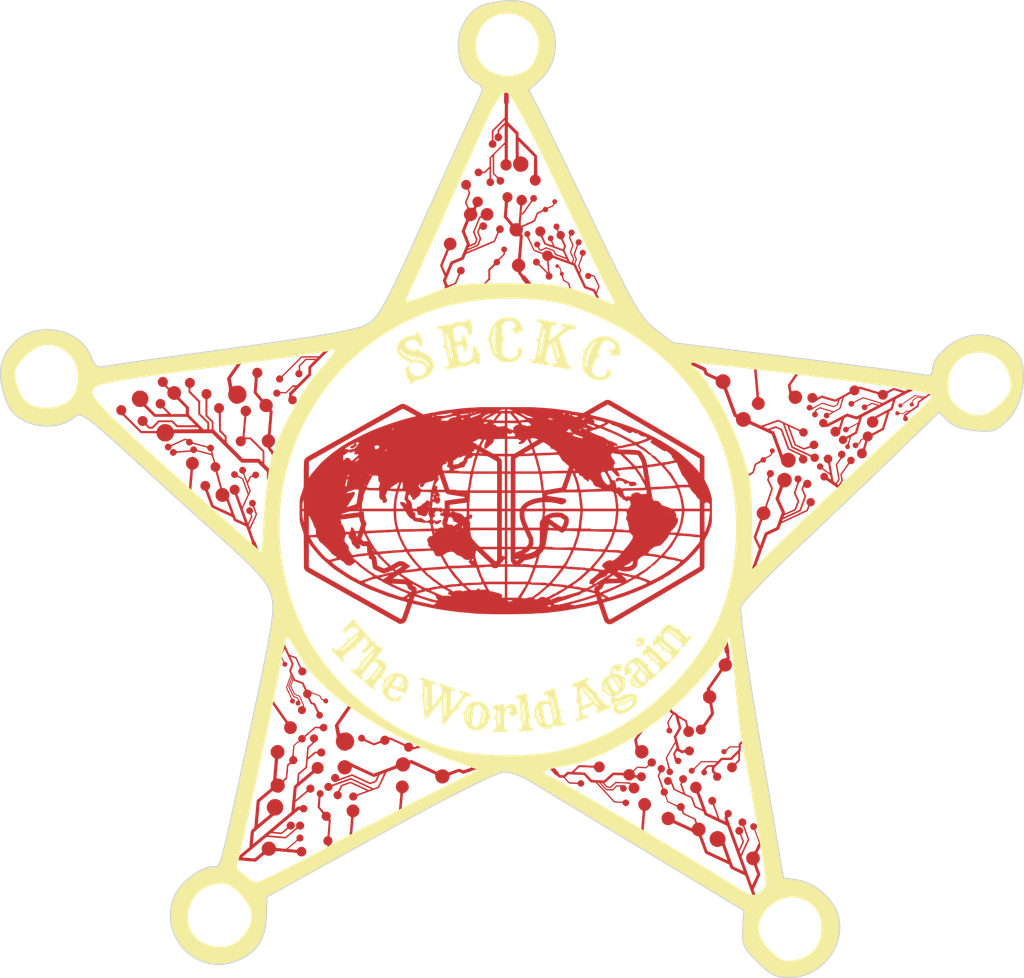
<source format=kicad_pcb>
(kicad_pcb (version 20171130) (host pcbnew "(5.1.2)-1")
  (layers (0 F.Cu signal) (31 B.Cu signal) (34 B.Paste user) (35 F.Paste user) (36 B.SilkS user) (37 F.SilkS user) (38 B.Mask user) (39 F.Mask user) (44 Edge.Cuts user))
  (net 0 "")
  (module LOGO (layer F.Cu) (at 0 0)
    (fp_text reference G*** hide)
    (fp_text value LOGO hide)
  )
  (module LOGO (layer F.Cu) (at 0 0)
    (fp_text reference G*** hide)
    (fp_text value LOGO hide)
  )
  (module LOGO (layer F.Cu) (at 0 0)
    (fp_text reference G*** hide)
    (fp_text value LOGO hide)
    (fp_poly (pts (xy 12.266003 14.351988) (xy 12.33129 14.396233) (xy 12.354884 14.420267) (xy 12.390747 14.466607) (xy 12.410996 14.510284) (xy 12.41951 14.561911) (xy 12.4206 14.600107) (xy 12.409301 14.682086) (xy 12.375951 14.751821) (xy 12.32137 14.807961) (xy 12.27823 14.834835) (xy 12.238777 14.850598) (xy 12.201444 14.858708) (xy 12.195331 14.859) (xy 12.164114 14.862973) (xy 12.137255 14.87723) (xy 12.11143 14.905274) (xy 12.083311 14.950609) (xy 12.053721 15.008224) (xy 11.997992 15.122195) (xy 12.161671 15.574594) (xy 12.32535 16.026992) (xy 12.3698 16.02732) (xy 12.425149 16.037064) (xy 12.486021 16.062303) (xy 12.542797 16.098141) (xy 12.582617 16.135625) (xy 12.62492 16.204778) (xy 12.642952 16.278208) (xy 12.636849 16.353169) (xy 12.606752 16.42692) (xy 12.565036 16.483712) (xy 12.536529 16.516936) (xy 12.516434 16.543251) (xy 12.509332 16.556316) (xy 12.51338 16.571349) (xy 12.524684 16.606033) (xy 12.541812 16.656152) (xy 12.563329 16.717489) (xy 12.580267 16.764931) (xy 12.651368 16.962712) (xy 12.780459 17.021682) (xy 12.841011 17.049359) (xy 12.915997 17.083659) (xy 12.996761 17.12062) (xy 13.074647 17.156282) (xy 13.090679 17.163626) (xy 13.154735 17.19225) (xy 13.212226 17.216601) (xy 13.258523 17.234822) (xy 13.288998 17.245052) (xy 13.297267 17.2466) (xy 13.319299 17.237868) (xy 13.350321 17.215239) (xy 13.376488 17.19075) (xy 13.43208 17.146663) (xy 13.499489 17.113548) (xy 13.568451 17.095948) (xy 13.59448 17.09427) (xy 13.660414 17.106022) (xy 13.725775 17.137733) (xy 13.784312 17.184604) (xy 13.829776 17.241835) (xy 13.852764 17.292611) (xy 13.86568 17.369283) (xy 13.860727 17.445911) (xy 13.839305 17.515857) (xy 13.802811 17.572487) (xy 13.791376 17.583895) (xy 13.774038 17.607614) (xy 13.768863 17.639383) (xy 13.776117 17.683459) (xy 13.796069 17.744098) (xy 13.802526 17.76095) (xy 13.837248 17.84985) (xy 14.654932 18.23085) (xy 14.708276 18.378712) (xy 14.761619 18.526575) (xy 14.889684 18.531581) (xy 14.989366 18.541006) (xy 15.072121 18.562346) (xy 15.14463 18.598148) (xy 15.213577 18.650958) (xy 15.221184 18.657872) (xy 15.279369 18.724997) (xy 15.327157 18.806573) (xy 15.362214 18.896022) (xy 15.382208 18.986768) (xy 15.384807 19.072234) (xy 15.380009 19.10566) (xy 15.346286 19.212799) (xy 15.29107 19.309446) (xy 15.212718 19.398388) (xy 15.201147 19.409167) (xy 15.113248 19.48939) (xy 15.31129 20.03487) (xy 15.35224 20.147123) (xy 15.390961 20.252227) (xy 15.426521 20.347727) (xy 15.457987 20.431168) (xy 15.48443 20.500097) (xy 15.504916 20.552057) (xy 15.518514 20.584596) (xy 15.52389 20.595081) (xy 15.537502 20.6028) (xy 15.571532 20.619927) (xy 15.623621 20.645357) (xy 15.691407 20.677987) (xy 15.77253 20.716711) (xy 15.86463 20.760424) (xy 15.965346 20.808023) (xy 16.072319 20.858403) (xy 16.183187 20.910459) (xy 16.29559 20.963086) (xy 16.407167 21.01518) (xy 16.515559 21.065636) (xy 16.618405 21.11335) (xy 16.713344 21.157217) (xy 16.798015 21.196133) (xy 16.87006 21.228993) (xy 16.927116 21.254692) (xy 16.966824 21.272126) (xy 16.986823 21.28019) (xy 16.988757 21.280575) (xy 16.985193 21.268536) (xy 16.974028 21.235538) (xy 16.95631 21.184505) (xy 16.933083 21.11836) (xy 16.905397 21.040028) (xy 16.874296 20.952432) (xy 16.840828 20.858497) (xy 16.806039 20.761145) (xy 16.770976 20.663301) (xy 16.736685 20.567888) (xy 16.704214 20.477831) (xy 16.674609 20.396053) (xy 16.648916 20.325477) (xy 16.628182 20.269029) (xy 16.613454 20.229631) (xy 16.605779 20.210207) (xy 16.605102 20.208841) (xy 16.59306 20.211353) (xy 16.562098 20.220658) (xy 16.517278 20.235177) (xy 16.477157 20.248696) (xy 16.417978 20.268017) (xy 16.361612 20.284819) (xy 16.3162 20.29675) (xy 16.297848 20.30055) (xy 16.224101 20.301976) (xy 16.136642 20.285046) (xy 16.038542 20.250469) (xy 15.993798 20.230326) (xy 15.909759 20.182554) (xy 15.842311 20.125588) (xy 15.78613 20.053943) (xy 15.738269 19.967133) (xy 15.70016 19.859396) (xy 15.684305 19.745546) (xy 15.690396 19.63057) (xy 15.718124 19.519458) (xy 15.767182 19.417195) (xy 15.772755 19.408408) (xy 15.835632 19.325987) (xy 15.907779 19.260853) (xy 15.993666 19.209981) (xy 16.097761 19.170349) (xy 16.143766 19.157414) (xy 16.24053 19.144117) (xy 16.344401 19.150405) (xy 16.448004 19.174995) (xy 16.543959 19.216609) (xy 16.568498 19.231165) (xy 16.626271 19.275968) (xy 16.68526 19.3353) (xy 16.737865 19.400585) (xy 16.776489 19.463246) (xy 16.779318 19.4691) (xy 16.818734 19.58053) (xy 16.836244 19.696847) (xy 16.831585 19.81274) (xy 16.804498 19.9229) (xy 16.802005 19.929603) (xy 16.787916 19.969908) (xy 16.778722 20.002418) (xy 16.776685 20.0152) (xy 16.780938 20.030021) (xy 16.793243 20.066732) (xy 16.812901 20.123379) (xy 16.839214 20.198006) (xy 16.871485 20.288659) (xy 16.909015 20.393382) (xy 16.951107 20.51022) (xy 16.997063 20.637217) (xy 17.046185 20.77242) (xy 17.084653 20.877947) (xy 17.39265 21.721645) (xy 17.5514 21.797031) (xy 17.641853 21.839697) (xy 17.733323 21.882318) (xy 17.822877 21.923578) (xy 17.907584 21.962161) (xy 17.984509 21.996749) (xy 18.050721 22.026026) (xy 18.103287 22.048675) (xy 18.139274 22.063378) (xy 18.15575 22.06882) (xy 18.156423 22.06871) (xy 18.153355 22.055701) (xy 18.141886 22.019833) (xy 18.122368 21.962089) (xy 18.095154 21.883454) (xy 18.060598 21.78491) (xy 18.019051 21.667443) (xy 17.970867 21.532036) (xy 17.916398 21.379673) (xy 17.855998 21.211338) (xy 17.790019 21.028015) (xy 17.718814 20.830688) (xy 17.642736 20.620342) (xy 17.562137 20.397959) (xy 17.477371 20.164525) (xy 17.38879 19.921022) (xy 17.296747 19.668435) (xy 17.240232 19.51355) (xy 17.193944 19.386745) (xy 17.149975 19.266276) (xy 17.109148 19.1544) (xy 17.072289 19.053376) (xy 17.040222 18.965465) (xy 17.013769 18.892926) (xy 16.993757 18.838017) (xy 16.981008 18.802997) (xy 16.976691 18.791095) (xy 16.9658 18.771345) (xy 16.945442 18.752576) (xy 16.911108 18.731618) (xy 16.858294 18.705302) (xy 16.847485 18.700223) (xy 16.777277 18.667295) (xy 16.693296 18.627708) (xy 16.597829 18.582555) (xy 16.493161 18.532928) (xy 16.38158 18.47992) (xy 16.265371 18.424624) (xy 16.146821 18.368131) (xy 16.028216 18.311534) (xy 15.911842 18.255926) (xy 15.799985 18.202399) (xy 15.694932 18.152047) (xy 15.598969 18.10596) (xy 15.514383 18.065233) (xy 15.443459 18.030956) (xy 15.388484 18.004224) (xy 15.351744 17.986128) (xy 15.335525 17.977761) (xy 15.33525 17.977589) (xy 15.318444 17.956688) (xy 15.297359 17.914785) (xy 15.273755 17.85555) (xy 15.265773 17.832996) (xy 15.221696 17.704962) (xy 14.57325 17.398178) (xy 14.4526 17.066296) (xy 14.33195 16.734413) (xy 13.690804 16.434881) (xy 13.049658 16.13535) (xy 12.966904 15.916991) (xy 12.940222 15.847257) (xy 12.916279 15.785933) (xy 12.896628 15.736905) (xy 12.882826 15.704056) (xy 12.876524 15.691349) (xy 12.862695 15.693736) (xy 12.833673 15.706953) (xy 12.795673 15.72816) (xy 12.794721 15.728732) (xy 12.747863 15.754514) (xy 12.709245 15.768112) (xy 12.667148 15.773055) (xy 12.646364 15.7734) (xy 12.570227 15.766575) (xy 12.508696 15.744217) (xy 12.454382 15.703498) (xy 12.44842 15.697666) (xy 12.400886 15.639886) (xy 12.37284 15.57762) (xy 12.360619 15.511726) (xy 12.363376 15.430156) (xy 12.389791 15.356996) (xy 12.440384 15.290928) (xy 12.451866 15.279901) (xy 12.521029 15.231902) (xy 12.596665 15.207684) (xy 12.675614 15.20753) (xy 12.754715 15.231718) (xy 12.788564 15.250028) (xy 12.852029 15.302425) (xy 12.895755 15.369577) (xy 12.920436 15.452753) (xy 12.925805 15.500008) (xy 12.931306 15.556062) (xy 12.940035 15.592236) (xy 12.953386 15.613985) (xy 12.955439 15.615952) (xy 12.969923 15.637465) (xy 12.991666 15.681805) (xy 13.020107 15.747635) (xy 13.054682 15.833617) (xy 13.094829 15.938412) (xy 13.123278 16.014987) (xy 13.144394 16.072424) (xy 13.451241 16.215134) (xy 13.532736 16.252869) (xy 13.60631 16.286615) (xy 13.668942 16.315014) (xy 13.717616 16.336707) (xy 13.749311 16.350336) (xy 13.761006 16.354547) (xy 13.757624 16.342236) (xy 13.746593 16.309273) (xy 13.729033 16.258843) (xy 13.706064 16.194132) (xy 13.678806 16.118325) (xy 13.651641 16.043543) (xy 13.539359 15.735836) (xy 13.601679 15.599712) (xy 13.552465 15.547978) (xy 13.512218 15.494052) (xy 13.481264 15.430343) (xy 13.464065 15.367056) (xy 13.462 15.340934) (xy 13.470267 15.287452) (xy 13.49176 15.228507) (xy 13.521517 15.176366) (xy 13.535518 15.159198) (xy 13.586025 15.118649) (xy 13.649767 15.08612) (xy 13.716003 15.06636) (xy 13.7541 15.062602) (xy 13.816962 15.071854) (xy 13.883372 15.096041) (xy 13.940997 15.130276) (xy 13.95536 15.142363) (xy 14.001692 15.20253) (xy 14.027676 15.276639) (xy 14.033221 15.337919) (xy 14.0223 15.42391) (xy 13.989829 15.49694) (xy 13.938832 15.555284) (xy 13.891795 15.591463) (xy 13.844782 15.614196) (xy 13.787107 15.62809) (xy 13.761145 15.631884) (xy 13.720213 15.639753) (xy 13.695054 15.65342) (xy 13.676046 15.678266) (xy 13.674986 15.680065) (xy 13.651632 15.720081) (xy 13.909926 16.429753) (xy 14.165388 16.547971) (xy 14.239619 16.582371) (xy 14.305698 16.613085) (xy 14.360281 16.638552) (xy 14.400027 16.65721) (xy 14.421594 16.6675) (xy 14.42449 16.668993) (xy 14.429624 16.681187) (xy 14.442231 16.714114) (xy 14.461138 16.764627) (xy 14.485175 16.829575) (xy 14.513169 16.90581) (xy 14.542765 16.986928) (xy 14.573935 17.072252) (xy 14.602737 17.150404) (xy 14.627898 17.21799) (xy 14.648148 17.271613) (xy 14.662215 17.307878) (xy 14.668615 17.323015) (xy 14.682334 17.333393) (xy 14.71452 17.351659) (xy 14.761 17.375849) (xy 14.8176 17.404) (xy 14.880146 17.434151) (xy 14.944464 17.464337) (xy 15.006381 17.492598) (xy 15.061722 17.51697) (xy 15.106313 17.535489) (xy 15.135981 17.546195) (xy 15.146365 17.547668) (xy 15.143957 17.534408) (xy 15.133768 17.500171) (xy 15.116813 17.447806) (xy 15.094107 17.380166) (xy 15.066664 17.3001) (xy 15.0355 17.21046) (xy 15.00163 17.114096) (xy 14.966067 17.013859) (xy 14.929827 16.9126) (xy 14.893925 16.81317) (xy 14.859376 16.718419) (xy 14.827193 16.631199) (xy 14.798393 16.554359) (xy 14.77399 16.490751) (xy 14.754998 16.443226) (xy 14.744821 16.419644) (xy 14.733356 16.40101) (xy 14.715838 16.389764) (xy 14.685287 16.382954) (xy 14.648473 16.378873) (xy 14.549602 16.358049) (xy 14.459608 16.316233) (xy 14.383769 16.255955) (xy 14.376628 16.248427) (xy 14.315864 16.16518) (xy 14.277891 16.074373) (xy 14.26269 15.979533) (xy 14.270241 15.884187) (xy 14.300526 15.791862) (xy 14.353524 15.706084) (xy 14.379801 15.67574) (xy 14.452955 15.611253) (xy 14.531168 15.569141) (xy 14.620136 15.546389) (xy 14.625449 15.54564) (xy 14.726034 15.544199) (xy 14.821817 15.566383) (xy 14.909565 15.610466) (xy 14.986045 15.674722) (xy 15.048024 15.757426) (xy 15.058956 15.777093) (xy 15.076291 15.813356) (xy 15.08675 15.846714) (xy 15.091998 15.8858) (xy 15.0937 15.939247) (xy 15.093768 15.95755) (xy 15.08915 16.043731) (xy 15.073253 16.113812) (xy 15.043147 16.175682) (xy 14.995902 16.237228) (xy 14.985703 16.2485) (xy 14.932344 16.306388) (xy 15.209052 17.066652) (xy 15.485761 17.826915) (xy 15.872831 18.006823) (xy 15.964771 18.049417) (xy 16.049096 18.088217) (xy 16.12312 18.122008) (xy 16.18416 18.149574) (xy 16.229529 18.169703) (xy 16.256542 18.181178) (xy 16.263132 18.18339) (xy 16.259632 18.171142) (xy 16.248286 18.137599) (xy 16.229999 18.08531) (xy 16.205679 18.016824) (xy 16.176232 17.934691) (xy 16.142566 17.841459) (xy 16.105587 17.739677) (xy 16.092502 17.7038) (xy 15.918643 17.22755) (xy 15.848882 17.220003) (xy 15.794167 17.211313) (xy 15.751067 17.195961) (xy 15.709757 17.169321) (xy 15.670574 17.136032) (xy 15.626061 17.080164) (xy 15.596808 17.010783) (xy 15.585855 16.936641) (xy 15.588373 16.899297) (xy 15.612166 16.821612) (xy 15.655866 16.755123) (xy 15.715349 16.7028) (xy 15.786493 16.667611) (xy 15.865174 16.652527) (xy 15.926115 16.656103) (xy 15.991377 16.678151) (xy 16.053965 16.718514) (xy 16.105246 16.770816) (xy 16.126351 16.803997) (xy 16.151761 16.880332) (xy 16.154726 16.960882) (xy 16.136133 17.039828) (xy 16.096874 17.111354) (xy 16.075499 17.136671) (xy 16.049012 17.165317) (xy 16.031542 17.18575) (xy 16.0274 17.192057) (xy 16.031498 17.204628) (xy 16.043091 17.238152) (xy 16.061125 17.289663) (xy 16.084545 17.356196) (xy 16.112299 17.434786) (xy 16.143331 17.522467) (xy 16.17659 17.616273) (xy 16.21102 17.71324) (xy 16.245568 17.810401) (xy 16.27918 17.904792) (xy 16.310802 17.993446) (xy 16.339381 18.073399) (xy 16.363862 18.141684) (xy 16.383193 18.195337) (xy 16.396318 18.231392) (xy 16.402185 18.246883) (xy 16.402366 18.24724) (xy 16.416659 18.256491) (xy 16.449054 18.27309) (xy 16.495185 18.295112) (xy 16.550685 18.320635) (xy 16.611189 18.347735) (xy 16.672331 18.374488) (xy 16.729744 18.398972) (xy 16.779063 18.419262) (xy 16.815922 18.433435) (xy 16.835954 18.439567) (xy 16.838295 18.439295) (xy 16.836197 18.422496) (xy 16.826956 18.387659) (xy 16.812217 18.340582) (xy 16.800831 18.307198) (xy 16.758921 18.187972) (xy 16.789326 18.123056) (xy 16.806404 18.083778) (xy 16.812906 18.05554) (xy 16.81005 18.026886) (xy 16.802559 17.998445) (xy 16.782611 17.914507) (xy 16.777219 17.84646) (xy 16.78719 17.788835) (xy 16.813332 17.736163) (xy 16.847803 17.692388) (xy 16.910192 17.639754) (xy 16.979718 17.609797) (xy 17.05241 17.602584) (xy 17.124299 17.618176) (xy 17.191417 17.656639) (xy 17.223701 17.686323) (xy 17.268066 17.750069) (xy 17.291219 17.820275) (xy 17.294365 17.892552) (xy 17.278708 17.962505) (xy 17.245453 18.025744) (xy 17.195805 18.077875) (xy 17.130969 18.114508) (xy 17.103891 18.123121) (xy 17.055641 18.135859) (xy 17.026507 18.144837) (xy 17.010962 18.152445) (xy 17.003479 18.161074) (xy 17.000529 18.167812) (xy 16.999082 18.180459) (xy 17.001957 18.202139) (xy 17.009807 18.234969) (xy 17.023286 18.281064) (xy 17.043047 18.342543) (xy 17.069743 18.42152) (xy 17.104027 18.520113) (xy 17.145421 18.63725) (xy 17.179948 18.733995) (xy 17.219048 18.842763) (xy 17.261921 18.961389) (xy 17.307769 19.087706) (xy 17.355793 19.219549) (xy 17.405194 19.354753) (xy 17.455174 19.491151) (xy 17.504935 19.626578) (xy 17.553677 19.758868) (xy 17.600603 19.885856) (xy 17.644913 20.005376) (xy 17.685809 20.115262) (xy 17.722492 20.213348) (xy 17.754164 20.297468) (xy 17.780026 20.365458) (xy 17.799279 20.415151) (xy 17.811126 20.444382) (xy 17.814277 20.451088) (xy 17.819744 20.451861) (xy 17.829437 20.44105) (xy 17.844325 20.416813) (xy 17.865376 20.377307) (xy 17.89356 20.320689) (xy 17.929844 20.245117) (xy 17.975198 20.148748) (xy 17.990998 20.114904) (xy 18.083649 19.916158) (xy 17.994242 19.670404) (xy 17.967227 19.596433) (xy 17.943144 19.531032) (xy 17.923331 19.477795) (xy 17.909128 19.440315) (xy 17.901875 19.422184) (xy 17.90129 19.42108) (xy 17.887777 19.417793) (xy 17.856777 19.413129) (xy 17.829347 19.409759) (xy 17.745476 19.391537) (xy 17.679085 19.356674) (xy 17.627777 19.303112) (xy 17.589154 19.228799) (xy 17.576866 19.193276) (xy 17.563378 19.146697) (xy 17.557748 19.113969) (xy 17.559518 19.08494) (xy 17.568228 19.049463) (xy 17.570073 19.043064) (xy 17.603704 18.969892) (xy 17.655567 18.910455) (xy 17.721141 18.867439) (xy 17.795906 18.843529) (xy 17.875342 18.841409) (xy 17.901888 18.845967) (xy 17.983636 18.875817) (xy 18.048427 18.92383) (xy 18.09457 18.987899) (xy 18.120373 19.065915) (xy 18.125439 19.124657) (xy 18.118525 19.195087) (xy 18.095501 19.255731) (xy 18.052942 19.314607) (xy 18.036847 19.332089) (xy 17.991692 19.379229) (xy 18.189752 19.924111) (xy 18.027372 20.270787) (xy 17.864993 20.617463) (xy 17.901871 20.721752) (xy 17.91964 20.769134) (xy 17.935492 20.806305) (xy 17.946882 20.827487) (xy 17.949636 20.830195) (xy 17.957023 20.819893) (xy 17.973954 20.788751) (xy 17.999339 20.738997) (xy 18.032084 20.672859) (xy 18.0711 20.592564) (xy 18.115293 20.500337) (xy 18.163573 20.398408) (xy 18.213818 20.29121) (xy 18.467114 19.74807) (xy 18.306104 19.30696) (xy 18.269 19.205282) (xy 18.234258 19.110016) (xy 18.202933 19.024069) (xy 18.176085 18.950347) (xy 18.154772 18.891754) (xy 18.140052 18.851197) (xy 18.132983 18.831582) (xy 18.132972 18.831549) (xy 18.120956 18.809296) (xy 18.0998 18.796827) (xy 18.06155 18.789355) (xy 17.970901 18.767145) (xy 17.897498 18.726594) (xy 17.840357 18.667048) (xy 17.815395 18.625752) (xy 17.795593 18.564918) (xy 17.789555 18.493861) (xy 17.797592 18.423903) (xy 17.808872 18.388178) (xy 17.849413 18.32234) (xy 17.907436 18.270186) (xy 17.977465 18.234527) (xy 18.054028 18.218173) (xy 18.129656 18.22348) (xy 18.210055 18.253302) (xy 18.275026 18.301435) (xy 18.32247 18.364572) (xy 18.35029 18.439404) (xy 18.356386 18.522621) (xy 18.34976 18.570575) (xy 18.336861 18.614549) (xy 18.315791 18.651825) (xy 18.280723 18.692242) (xy 18.273196 18.699887) (xy 18.210802 18.762525) (xy 18.391218 19.257192) (xy 18.429996 19.363849) (xy 18.465917 19.463291) (xy 18.498068 19.552944) (xy 18.525536 19.630233) (xy 18.54741 19.692584) (xy 18.562775 19.737424) (xy 18.570721 19.762178) (xy 18.571633 19.766112) (xy 18.566403 19.780039) (xy 18.551379 19.814773) (xy 18.527558 19.868127) (xy 18.495937 19.937914) (xy 18.457515 20.021949) (xy 18.413288 20.118044) (xy 18.364254 20.224012) (xy 18.31141 20.337668) (xy 18.288595 20.386579) (xy 18.232616 20.50713) (xy 18.180921 20.619736) (xy 18.134418 20.722335) (xy 18.094018 20.812865) (xy 18.060628 20.889265) (xy 18.035157 20.949472) (xy 18.018515 20.991425) (xy 18.011609 21.01306) (xy 18.011538 21.015171) (xy 18.016899 21.031011) (xy 18.030154 21.068444) (xy 18.050531 21.125354) (xy 18.077261 21.199627) (xy 18.109575 21.289146) (xy 18.146702 21.391796) (xy 18.187873 21.505459) (xy 18.232319 21.628022) (xy 18.279269 21.757367) (xy 18.327954 21.891379) (xy 18.377605 22.027942) (xy 18.427451 22.16494) (xy 18.476723 22.300258) (xy 18.52465 22.431779) (xy 18.570465 22.557388) (xy 18.613396 22.674969) (xy 18.652674 22.782406) (xy 18.68753 22.877582) (xy 18.717194 22.958384) (xy 18.740895 23.022693) (xy 18.757865 23.068395) (xy 18.767333 23.093374) (xy 18.769005 23.097415) (xy 18.776025 23.089892) (xy 18.792367 23.061749) (xy 18.816781 23.015463) (xy 18.848015 22.95351) (xy 18.884821 22.878365) (xy 18.925948 22.792505) (xy 18.966845 22.705497) (xy 19.156524 22.298415) (xy 19.121948 22.201382) (xy 19.106335 22.157854) (xy 19.08413 22.096342) (xy 19.057463 22.022723) (xy 19.02846 21.942869) (xy 19.001708 21.8694) (xy 18.916044 21.63445) (xy 18.827447 21.626234) (xy 18.708747 21.604749) (xy 18.606167 21.563692) (xy 18.519405 21.502867) (xy 18.448161 21.422082) (xy 18.40865 21.356087) (xy 18.386017 21.310756) (xy 18.371356 21.27593) (xy 18.362938 21.243628) (xy 18.359032 21.205867) (xy 18.357909 21.154663) (xy 18.35785 21.121688) (xy 18.358577 21.057684) (xy 18.361563 21.011578) (xy 18.368012 20.97589) (xy 18.379129 20.943141) (xy 18.390833 20.9169) (xy 18.449104 20.820943) (xy 18.524045 20.743979) (xy 18.615069 20.686363) (xy 18.721593 20.648448) (xy 18.843028 20.630589) (xy 18.86585 20.62955) (xy 18.98015 20.625958) (xy 19.129628 20.305884) (xy 19.279107 19.98581) (xy 19.108745 19.52743) (xy 18.938382 19.06905) (xy 18.875816 19.061189) (xy 18.794426 19.040876) (xy 18.730694 19.002403) (xy 18.684152 18.945406) (xy 18.661504 18.894151) (xy 18.646768 18.816239) (xy 18.656637 18.743793) (xy 18.690468 18.676419) (xy 18.74218 18.62125) (xy 18.803165 18.586621) (xy 18.869223 18.571539) (xy 18.936152 18.575015) (xy 18.999748 18.596057) (xy 19.055811 18.633674) (xy 19.100137 18.686874) (xy 19.128526 18.754668) (xy 19.133817 18.780975) (xy 19.133214 18.857158) (xy 19.107755 18.92907) (xy 19.061328 18.992866) (xy 19.01092 19.047553) (xy 19.114365 19.331351) (xy 19.166376 19.473346) (xy 19.210375 19.591946) (xy 19.246605 19.687777) (xy 19.275309 19.761468) (xy 19.29673 19.813643) (xy 19.31111 19.84493) (xy 19.317247 19.85488) (xy 19.32731 19.849014) (xy 19.346601 19.820487) (xy 19.374686 19.770132) (xy 19.411129 19.698776) (xy 19.455493 19.607251) (xy 19.507345 19.496387) (xy 19.521347 19.465918) (xy 19.595532 19.303986) (xy 19.557557 19.244106) (xy 19.516459 19.160575) (xy 19.495555 19.07455) (xy 19.494493 18.990155) (xy 19.512921 18.911512) (xy 19.550486 18.842744) (xy 19.595803 18.796234) (xy 19.679642 18.74355) (xy 19.766394 18.714061) (xy 19.852951 18.707335) (xy 19.936203 18.72294) (xy 20.013041 18.760443) (xy 20.080355 18.81941) (xy 20.117384 18.868817) (xy 20.151435 18.944871) (xy 20.163739 19.026758) (xy 20.155589 19.109619) (xy 20.128277 19.188594) (xy 20.083097 19.258823) (xy 20.021341 19.315447) (xy 19.994113 19.332215) (xy 19.941487 19.354724) (xy 19.882554 19.371277) (xy 19.85926 19.375157) (xy 19.787986 19.383534) (xy 19.475382 20.054212) (xy 19.162778 20.724891) (xy 19.219343 20.794337) (xy 19.274345 20.872257) (xy 19.310312 20.950517) (xy 19.329845 21.036696) (xy 19.335547 21.133067) (xy 19.33488 21.192501) (xy 19.331483 21.235317) (xy 19.323613 21.270278) (xy 19.309528 21.306146) (xy 19.295145 21.336267) (xy 19.26387 21.390151) (xy 19.223452 21.447379) (xy 19.189046 21.4884) (xy 19.123552 21.55825) (xy 19.137905 21.613638) (xy 19.146094 21.640533) (xy 19.161671 21.687401) (xy 19.183292 21.750362) (xy 19.209613 21.825538) (xy 19.239289 21.90905) (xy 19.266229 21.983917) (xy 19.296738 22.06877) (xy 19.324165 22.146123) (xy 19.347366 22.212663) (xy 19.365198 22.265078) (xy 19.376518 22.300058) (xy 19.3802 22.314072) (xy 19.374996 22.32838) (xy 19.360094 22.363346) (xy 19.336555 22.416619) (xy 19.305441 22.48585) (xy 19.267813 22.568689) (xy 19.224733 22.662786) (xy 19.177262 22.76579) (xy 19.13255 22.862259) (xy 19.082062 22.971403) (xy 19.03508 23.073937) (xy 18.992662 23.167479) (xy 18.955868 23.249644) (xy 18.925758 23.318052) (xy 18.903393 23.370318) (xy 18.889831 23.404059) (xy 18.886021 23.416515) (xy 18.890796 23.435597) (xy 18.903149 23.473452) (xy 18.921394 23.525206) (xy 18.943845 23.585982) (xy 18.952696 23.6093) (xy 18.979952 23.678964) (xy 19.000858 23.727926) (xy 19.017186 23.75955) (xy 19.030709 23.777197) (xy 19.0432 23.784233) (xy 19.045075 23.784578) (xy 19.062656 23.793524) (xy 19.080207 23.817807) (xy 19.100451 23.861521) (xy 19.106802 23.877368) (xy 19.122935 23.920393) (xy 19.133794 23.953113) (xy 19.137401 23.969467) (xy 19.137127 23.970205) (xy 19.123811 23.975125) (xy 19.09126 23.985472) (xy 19.044644 23.999636) (xy 18.9992 24.013076) (xy 18.942547 24.029825) (xy 18.893403 24.044692) (xy 18.857868 24.055811) (xy 18.843625 24.060643) (xy 18.825275 24.065011) (xy 18.8214 24.06302) (xy 18.817244 24.048924) (xy 18.806308 24.017656) (xy 18.790889 23.975768) (xy 18.789641 23.97245) (xy 18.757883 23.888077) (xy 18.790932 23.875512) (xy 18.812932 23.861584) (xy 18.817998 23.847248) (xy 18.812697 23.832798) (xy 18.79949 23.796583) (xy 18.779143 23.740711) (xy 18.752423 23.66729) (xy 18.720098 23.578428) (xy 18.682933 23.476235) (xy 18.641697 23.362817) (xy 18.597156 23.240284) (xy 18.550076 23.110742) (xy 18.548084 23.105259) (xy 18.284153 22.378968) (xy 17.965401 22.230202) (xy 17.801549 22.153396) (xy 17.660095 22.086355) (xy 17.540174 22.028648) (xy 17.440921 21.979839) (xy 17.361471 21.939495) (xy 17.30096 21.907184) (xy 17.258524 21.882471) (xy 17.233297 21.864923) (xy 17.229036 21.861073) (xy 17.211716 21.836424) (xy 17.189502 21.794462) (xy 17.165748 21.741893) (xy 17.150919 21.704814) (xy 17.103288 21.579042) (xy 16.244669 21.177682) (xy 16.105851 21.112759) (xy 15.973553 21.05082) (xy 15.849603 20.992726) (xy 15.735832 20.939338) (xy 15.63407 20.891517) (xy 15.546148 20.850123) (xy 15.473894 20.816018) (xy 15.419139 20.790061) (xy 15.383714 20.773114) (xy 15.369448 20.766037) (xy 15.369406 20.766011) (xy 15.361927 20.752389) (xy 15.346721 20.717165) (xy 15.324673 20.662634) (xy 15.296668 20.591088) (xy 15.263593 20.504822) (xy 15.226332 20.406129) (xy 15.18577 20.297303) (xy 15.142793 20.180639) (xy 15.130832 20.147935) (xy 15.087696 20.029904) (xy 15.047208 19.919316) (xy 15.010199 19.818424) (xy 14.977499 19.729482) (xy 14.949938 19.654742) (xy 14.928345 19.596459) (xy 14.913551 19.556885) (xy 14.906386 19.538274) (xy 14.905855 19.537121) (xy 14.892744 19.533683) (xy 14.861582 19.52774) (xy 14.823933 19.521371) (xy 14.711027 19.491173) (xy 14.610681 19.439683) (xy 14.524924 19.368306) (xy 14.455787 19.278442) (xy 14.444616 19.259249) (xy 14.404883 19.187656) (xy 13.717082 18.870948) (xy 13.029282 18.55424) (xy 12.982051 18.592196) (xy 12.944793 18.617419) (xy 12.895397 18.644845) (xy 12.852335 18.665093) (xy 12.80469 18.68331) (xy 12.761485 18.694036) (xy 12.712425 18.699119) (xy 12.65555 18.700392) (xy 12.596745 18.699596) (xy 12.553617 18.695476) (xy 12.51648 18.686093) (xy 12.475649 18.669504) (xy 12.45615 18.660435) (xy 12.37673 18.616051) (xy 12.315557 18.564635) (xy 12.26771 18.500622) (xy 12.228265 18.418444) (xy 12.217893 18.390969) (xy 12.187488 18.282976) (xy 12.178975 18.185009) (xy 12.192845 18.093412) (xy 12.22959 18.004529) (xy 12.280309 17.926883) (xy 12.35089 17.853649) (xy 12.436084 17.797946) (xy 12.531333 17.760832) (xy 12.632075 17.743369) (xy 12.733753 17.746617) (xy 12.831807 17.771638) (xy 12.871656 17.789321) (xy 12.952203 17.84233) (xy 13.025621 17.913285) (xy 13.084748 17.994733) (xy 13.104045 18.03123) (xy 13.120267 18.069114) (xy 13.130389 18.103806) (xy 13.135794 18.143428) (xy 13.137864 18.1961) (xy 13.138081 18.23112) (xy 13.13815 18.35839) (xy 13.7414 18.640398) (xy 13.857576 18.694667) (xy 13.96716 18.745777) (xy 14.067928 18.792696) (xy 14.157658 18.834393) (xy 14.234128 18.869837) (xy 14.295114 18.897998) (xy 14.338395 18.917843) (xy 14.361747 18.928343) (xy 14.364947 18.929672) (xy 14.378669 18.927941) (xy 14.392484 18.90982) (xy 14.409018 18.871546) (xy 14.413067 18.860633) (xy 14.457391 18.770879) (xy 14.520203 18.687585) (xy 14.594709 18.619689) (xy 14.59789 18.617381) (xy 14.629517 18.592316) (xy 14.650227 18.571376) (xy 14.655035 18.562072) (xy 14.650511 18.545079) (xy 14.638885 18.509952) (xy 14.622071 18.462299) (xy 14.60741 18.422268) (xy 14.56055 18.296187) (xy 14.14912 18.103873) (xy 13.73769 17.91156) (xy 13.693613 17.78863) (xy 13.649537 17.6657) (xy 13.584343 17.665421) (xy 13.533694 17.660341) (xy 13.483457 17.647898) (xy 13.467641 17.641746) (xy 13.409582 17.603782) (xy 13.359061 17.549319) (xy 13.320826 17.485408) (xy 13.299628 17.419101) (xy 13.2969 17.388258) (xy 13.294429 17.37631) (xy 13.285588 17.363473) (xy 13.268229 17.348539) (xy 13.240208 17.330303) (xy 13.199378 17.307557) (xy 13.143593 17.279094) (xy 13.070707 17.243708) (xy 12.978574 17.200192) (xy 12.884728 17.156468) (xy 12.600072 17.02435) (xy 12.540601 16.85925) (xy 12.516281 16.791902) (xy 12.492646 16.726746) (xy 12.472226 16.67074) (xy 12.457555 16.630845) (xy 12.456302 16.627475) (xy 12.431475 16.5608) (xy 12.370885 16.5608) (xy 12.297662 16.548757) (xy 12.227841 16.514855) (xy 12.168016 16.462435) (xy 12.161623 16.454813) (xy 12.139495 16.423571) (xy 12.126752 16.392156) (xy 12.120156 16.350623) (xy 12.118033 16.320857) (xy 12.121718 16.239482) (xy 12.144102 16.172273) (xy 12.186915 16.1145) (xy 12.197114 16.104561) (xy 12.219207 16.080356) (xy 12.229912 16.061592) (xy 12.2301 16.059942) (xy 12.225891 16.045272) (xy 12.2139 16.009444) (xy 12.195076 15.955153) (xy 12.170371 15.885092) (xy 12.140736 15.801957) (xy 12.107121 15.70844) (xy 12.070478 15.607235) (xy 12.065 15.592165) (xy 12.027985 15.489983) (xy 11.99387 15.395015) (xy 11.963606 15.30997) (xy 11.938143 15.237555) (xy 11.918435 15.180481) (xy 11.905431 15.141454) (xy 11.900083 15.123185) (xy 11.9 15.122433) (xy 11.905073 15.105186) (xy 11.918787 15.070144) (xy 11.93901 15.022513) (xy 11.961987 14.971051) (xy 12.023874 14.835453) (xy 11.987255 14.800369) (xy 11.937084 14.73629) (xy 11.908046 14.663602) (xy 11.900173 14.587091) (xy 11.9135 14.511546) (xy 11.948059 14.441751) (xy 11.984461 14.399298) (xy 12.049561 14.353355) (xy 12.120966 14.330312) (xy 12.194505 14.329935) (xy 12.266003 14.351988)) (layer F.Cu) (width 0.01))
    (fp_poly (pts (xy -12.354231 11.347538) (xy -12.287738 11.382306) (xy -12.252999 11.412523) (xy -12.207667 11.477524) (xy -12.184463 11.54876) (xy -12.182295 11.622174) (xy -12.200069 11.693708) (xy -12.236693 11.759303) (xy -12.291073 11.814903) (xy -12.362118 11.856449) (xy -12.373802 11.86109) (xy -12.443352 11.874325) (xy -12.515819 11.865766) (xy -12.586084 11.837712) (xy -12.649027 11.792465) (xy -12.699531 11.732324) (xy -12.713111 11.708595) (xy -12.726702 11.684995) (xy -12.742445 11.668325) (xy -12.765037 11.656981) (xy -12.799177 11.649356) (xy -12.849561 11.643845) (xy -12.916318 11.639132) (xy -13.03655 11.631464) (xy -13.415202 11.951219) (xy -13.515657 12.036369) (xy -13.597812 12.106776) (xy -13.663068 12.163732) (xy -13.712825 12.208526) (xy -13.748484 12.242449) (xy -13.771444 12.266791) (xy -13.783108 12.282842) (xy -13.784911 12.291811) (xy -13.775339 12.329947) (xy -13.770348 12.382269) (xy -13.770221 12.437927) (xy -13.775242 12.486075) (xy -13.779416 12.502893) (xy -13.815086 12.573883) (xy -13.867646 12.628798) (xy -13.933157 12.666099) (xy -14.007681 12.684247) (xy -14.087278 12.681706) (xy -14.16801 12.656935) (xy -14.170683 12.655705) (xy -14.238015 12.624359) (xy -14.415158 12.77219) (xy -14.480893 12.827718) (xy -14.528939 12.870109) (xy -14.561678 12.901788) (xy -14.581498 12.925176) (xy -14.590784 12.942698) (xy -14.5923 12.952132) (xy -14.593354 12.973385) (xy -14.596315 13.016069) (xy -14.600884 13.076312) (xy -14.606762 13.15024) (xy -14.613648 13.23398) (xy -14.619139 13.299075) (xy -14.626279 13.387284) (xy -14.632119 13.468298) (xy -14.63644 13.538299) (xy -14.639026 13.593467) (xy -14.639658 13.62998) (xy -14.638743 13.642729) (xy -14.623915 13.66573) (xy -14.589498 13.685774) (xy -14.568356 13.693977) (xy -14.500738 13.730258) (xy -14.444169 13.784292) (xy -14.401678 13.850708) (xy -14.376297 13.924136) (xy -14.371054 13.999207) (xy -14.37651 14.033954) (xy -14.406894 14.112442) (xy -14.455017 14.177882) (xy -14.516906 14.227724) (xy -14.588588 14.25942) (xy -14.666092 14.270423) (xy -14.732 14.26201) (xy -14.786548 14.24835) (xy -14.82439 14.242245) (xy -14.853551 14.245454) (xy -14.882057 14.259739) (xy -14.917931 14.286858) (xy -14.944655 14.308654) (xy -14.996989 14.354726) (xy -15.027522 14.389574) (xy -15.036083 14.410155) (xy -15.037607 14.437509) (xy -15.041111 14.484616) (xy -15.046271 14.547976) (xy -15.052765 14.624091) (xy -15.060268 14.709462) (xy -15.068458 14.80059) (xy -15.077013 14.893976) (xy -15.085608 14.986122) (xy -15.093922 15.073528) (xy -15.10163 15.152695) (xy -15.108409 15.220126) (xy -15.113938 15.27232) (xy -15.117892 15.305779) (xy -15.119811 15.316944) (xy -15.130683 15.327541) (xy -15.156392 15.350501) (xy -15.192317 15.38186) (xy -15.233836 15.417658) (xy -15.276327 15.453931) (xy -15.315168 15.486718) (xy -15.345738 15.512055) (xy -15.363413 15.525981) (xy -15.364566 15.526774) (xy -15.361816 15.538708) (xy -15.350888 15.567661) (xy -15.334099 15.607523) (xy -15.332968 15.610098) (xy -15.316417 15.650623) (xy -15.305921 15.686507) (xy -15.300135 15.725832) (xy -15.297716 15.776685) (xy -15.297303 15.824467) (xy -15.297768 15.886175) (xy -15.300328 15.930336) (xy -15.306476 15.964795) (xy -15.317707 15.997397) (xy -15.335515 16.035989) (xy -15.338915 16.042919) (xy -15.388817 16.12153) (xy -15.457039 16.196701) (xy -15.536706 16.261753) (xy -15.607268 16.303608) (xy -15.645624 16.320729) (xy -15.680297 16.330927) (xy -15.720168 16.335795) (xy -15.774118 16.336929) (xy -15.792129 16.336802) (xy -15.903793 16.327644) (xy -16.001668 16.301355) (xy -16.092302 16.25602) (xy -16.11212 16.243165) (xy -16.146743 16.221216) (xy -16.168159 16.212895) (xy -16.183294 16.216343) (xy -16.190843 16.222051) (xy -16.204588 16.233702) (xy -16.235777 16.259945) (xy -16.282375 16.299075) (xy -16.342345 16.349383) (xy -16.413651 16.409162) (xy -16.494259 16.476706) (xy -16.582133 16.550306) (xy -16.6624 16.617512) (xy -16.754345 16.69487) (xy -16.840123 16.767789) (xy -16.917787 16.834561) (xy -16.98539 16.893477) (xy -17.040987 16.942827) (xy -17.08263 16.980903) (xy -17.108373 17.005996) (xy -17.116329 17.015991) (xy -17.118758 17.037739) (xy -17.122979 17.081311) (xy -17.128775 17.144131) (xy -17.135926 17.223626) (xy -17.144213 17.317221) (xy -17.153416 17.422341) (xy -17.163319 17.536412) (xy -17.1737 17.65686) (xy -17.184341 17.781111) (xy -17.195024 17.906589) (xy -17.205529 18.03072) (xy -17.215637 18.15093) (xy -17.22513 18.264645) (xy -17.233788 18.36929) (xy -17.241392 18.46229) (xy -17.247723 18.541071) (xy -17.252563 18.603059) (xy -17.255692 18.64568) (xy -17.256892 18.666358) (xy -17.25684 18.667905) (xy -17.246978 18.661346) (xy -17.219997 18.640402) (xy -17.178237 18.60701) (xy -17.12404 18.563109) (xy -17.059746 18.510636) (xy -16.987695 18.45153) (xy -16.910229 18.387729) (xy -16.829688 18.321171) (xy -16.748412 18.253794) (xy -16.668744 18.187536) (xy -16.593023 18.124335) (xy -16.52359 18.06613) (xy -16.462785 18.014858) (xy -16.412951 17.972458) (xy -16.376426 17.940868) (xy -16.355553 17.922026) (xy -16.353212 17.9197) (xy -16.358259 17.907956) (xy -16.376618 17.880986) (xy -16.405261 17.843007) (xy -16.435284 17.8054) (xy -16.490378 17.734973) (xy -16.530061 17.675892) (xy -16.557385 17.622058) (xy -16.575405 17.567377) (xy -16.587174 17.505753) (xy -16.587872 17.50081) (xy -16.593215 17.377344) (xy -16.575646 17.260296) (xy -16.537118 17.15194) (xy -16.479584 17.054548) (xy -16.404999 16.97039) (xy -16.315316 16.901741) (xy -16.212487 16.850871) (xy -16.098466 16.820052) (xy -15.995089 16.811321) (xy -15.87348 16.822783) (xy -15.76109 16.856747) (xy -15.659932 16.911359) (xy -15.572019 16.984765) (xy -15.499364 17.075109) (xy -15.443982 17.180538) (xy -15.407885 17.299198) (xy -15.397874 17.361385) (xy -15.397945 17.465522) (xy -15.420258 17.571027) (xy -15.462324 17.673481) (xy -15.521655 17.768463) (xy -15.59576 17.851555) (xy -15.68215 17.918337) (xy -15.725061 17.942231) (xy -15.809081 17.978194) (xy -15.888632 17.999064) (xy -15.975854 18.007661) (xy -16.009375 18.008289) (xy -16.099299 18.0086) (xy -16.796775 18.593896) (xy -16.912235 18.690851) (xy -17.022474 18.783546) (xy -17.125871 18.870611) (xy -17.220804 18.950674) (xy -17.305654 19.022367) (xy -17.3788 19.084316) (xy -17.43862 19.135153) (xy -17.483493 19.173507) (xy -17.511799 19.198006) (xy -17.52139 19.206671) (xy -17.528919 19.215769) (xy -17.535376 19.228273) (xy -17.541128 19.246868) (xy -17.546545 19.274241) (xy -17.551993 19.313075) (xy -17.557842 19.366059) (xy -17.564459 19.435876) (xy -17.572213 19.525213) (xy -17.581471 19.636755) (xy -17.583139 19.657117) (xy -17.591219 19.758018) (xy -17.598294 19.850637) (xy -17.604165 19.931989) (xy -17.608629 19.999092) (xy -17.611485 20.048963) (xy -17.612532 20.078618) (xy -17.612071 20.085763) (xy -17.608997 20.085425) (xy -17.601814 20.081472) (xy -17.589782 20.073291) (xy -17.57216 20.060271) (xy -17.54821 20.041797) (xy -17.517191 20.017259) (xy -17.478363 19.986042) (xy -17.430986 19.947535) (xy -17.374321 19.901125) (xy -17.307628 19.846199) (xy -17.230167 19.782145) (xy -17.141198 19.70835) (xy -17.039981 19.624203) (xy -16.925776 19.529089) (xy -16.797843 19.422397) (xy -16.655444 19.303514) (xy -16.497836 19.171828) (xy -16.324282 19.026725) (xy -16.134041 18.867594) (xy -15.926373 18.693822) (xy -15.700538 18.504796) (xy -15.5194 18.353154) (xy -15.409043 18.260682) (xy -15.303383 18.171993) (xy -15.204212 18.088602) (xy -15.113325 18.012023) (xy -15.032513 17.943771) (xy -14.96357 17.885362) (xy -14.908289 17.838309) (xy -14.868464 17.804129) (xy -14.845885 17.784335) (xy -14.843125 17.781792) (xy -14.813316 17.749926) (xy -14.799192 17.721731) (xy -14.795505 17.686498) (xy -14.7955 17.684653) (xy -14.794306 17.663362) (xy -14.790858 17.619007) (xy -14.785356 17.553808) (xy -14.777999 17.469983) (xy -14.76899 17.369748) (xy -14.758527 17.255323) (xy -14.746812 17.128926) (xy -14.734045 16.992774) (xy -14.720426 16.849087) (xy -14.71295 16.770837) (xy -14.699009 16.625108) (xy -14.685788 16.486544) (xy -14.673488 16.357262) (xy -14.662309 16.239374) (xy -14.652449 16.134996) (xy -14.644109 16.046242) (xy -14.637487 15.975228) (xy -14.632784 15.924066) (xy -14.630198 15.894873) (xy -14.629749 15.888881) (xy -14.620112 15.87305) (xy -14.594512 15.845765) (xy -14.557067 15.811124) (xy -14.520412 15.780105) (xy -14.475224 15.741701) (xy -14.437379 15.70657) (xy -14.411437 15.679125) (xy -14.402366 15.665805) (xy -14.398836 15.646701) (xy -14.393614 15.605844) (xy -14.387075 15.546795) (xy -14.379595 15.473117) (xy -14.37155 15.388371) (xy -14.363315 15.296121) (xy -14.363013 15.29262) (xy -14.333021 14.94519) (xy -14.066393 14.72112) (xy -13.995691 14.661711) (xy -13.930908 14.607293) (xy -13.874725 14.560115) (xy -13.829822 14.522427) (xy -13.798879 14.496481) (xy -13.784577 14.484525) (xy -13.784364 14.48435) (xy -13.779304 14.468176) (xy -13.772614 14.426661) (xy -13.764293 14.359809) (xy -13.754342 14.267625) (xy -13.742763 14.150114) (xy -13.729554 14.007282) (xy -13.714719 13.839135) (xy -13.710674 13.7922) (xy -13.699431 13.66165) (xy -13.688644 13.537375) (xy -13.678542 13.421933) (xy -13.669352 13.317883) (xy -13.661301 13.227782) (xy -13.654619 13.15419) (xy -13.649532 13.099665) (xy -13.646268 13.066764) (xy -13.645468 13.0598) (xy -13.641981 13.04037) (xy -13.635267 13.022569) (xy -13.622632 13.003447) (xy -13.601381 12.980056) (xy -13.568817 12.949447) (xy -13.522246 12.908671) (xy -13.458973 12.85478) (xy -13.455026 12.851436) (xy -13.397544 12.802006) (xy -13.34743 12.757471) (xy -13.307705 12.720637) (xy -13.281392 12.694307) (xy -13.271512 12.681287) (xy -13.2715 12.681114) (xy -13.281076 12.665936) (xy -13.305691 12.642847) (xy -13.327665 12.625871) (xy -13.391687 12.566386) (xy -13.434296 12.496816) (xy -13.454281 12.420361) (xy -13.450434 12.340219) (xy -13.444646 12.316601) (xy -13.409563 12.236117) (xy -13.357912 12.171683) (xy -13.293369 12.124934) (xy -13.219612 12.097505) (xy -13.140319 12.091033) (xy -13.059169 12.107153) (xy -13.015776 12.125876) (xy -12.950022 12.173229) (xy -12.902283 12.234674) (xy -12.873252 12.305728) (xy -12.863621 12.381905) (xy -12.874081 12.458722) (xy -12.905325 12.531695) (xy -12.945119 12.583637) (xy -13.008248 12.634867) (xy -13.081472 12.671018) (xy -13.109345 12.679331) (xy -13.141599 12.697277) (xy -13.162009 12.722408) (xy -13.185285 12.754929) (xy -13.228076 12.800992) (xy -13.289184 12.859441) (xy -13.36741 12.929118) (xy -13.439775 12.990715) (xy -13.492885 13.036832) (xy -13.527489 13.071216) (xy -13.546002 13.096536) (xy -13.5509 13.113693) (xy -13.551993 13.134596) (xy -13.555055 13.176792) (xy -13.559767 13.236278) (xy -13.565804 13.309051) (xy -13.572847 13.391106) (xy -13.576958 13.4379) (xy -13.584232 13.522837) (xy -13.590392 13.600229) (xy -13.595164 13.666181) (xy -13.598278 13.716795) (xy -13.59946 13.748176) (xy -13.599183 13.755856) (xy -13.593905 13.759812) (xy -13.57957 13.75435) (xy -13.554431 13.738182) (xy -13.516743 13.710021) (xy -13.464758 13.668579) (xy -13.396732 13.612569) (xy -13.336218 13.561978) (xy -13.077086 13.344392) (xy -12.997296 13.351843) (xy -12.917505 13.359294) (xy -12.903628 13.317244) (xy -12.8761 13.263786) (xy -12.832035 13.210347) (xy -12.778959 13.165076) (xy -12.743784 13.144177) (xy -12.701988 13.127497) (xy -12.660199 13.120537) (xy -12.606209 13.121306) (xy -12.604379 13.121421) (xy -12.525497 13.136309) (xy -12.45808 13.171401) (xy -12.398857 13.228709) (xy -12.372975 13.263812) (xy -12.349217 13.302824) (xy -12.336755 13.33697) (xy -12.332142 13.378181) (xy -12.3317 13.406693) (xy -12.342207 13.497279) (xy -12.372488 13.574148) (xy -12.420688 13.63532) (xy -12.484951 13.678818) (xy -12.56342 13.702663) (xy -12.61317 13.706698) (xy -12.699981 13.695944) (xy -12.776729 13.663118) (xy -12.840286 13.609939) (xy -12.87425 13.563237) (xy -12.897269 13.524375) (xy -12.915965 13.493248) (xy -12.92505 13.478556) (xy -12.943402 13.466402) (xy -12.97513 13.456834) (xy -12.9794 13.456072) (xy -12.992667 13.454649) (xy -13.00618 13.456051) (xy -13.022268 13.461939) (xy -13.043259 13.47397) (xy -13.071481 13.493805) (xy -13.109263 13.523102) (xy -13.158933 13.563521) (xy -13.222819 13.616721) (xy -13.30325 13.68436) (xy -13.3223 13.700419) (xy -13.62075 13.952057) (xy -13.643353 14.224553) (xy -13.650474 14.306669) (xy -13.657547 14.381491) (xy -13.664131 14.444855) (xy -13.669785 14.492595) (xy -13.674068 14.520546) (xy -13.675103 14.524707) (xy -13.687058 14.540086) (xy -13.715974 14.569047) (xy -13.759134 14.609118) (xy -13.813817 14.657825) (xy -13.877304 14.712695) (xy -13.93825 14.764075) (xy -14.007843 14.822184) (xy -14.071862 14.875836) (xy -14.127439 14.922611) (xy -14.171708 14.960091) (xy -14.201799 14.985855) (xy -14.214201 14.996846) (xy -14.223302 15.010608) (xy -14.231178 15.035169) (xy -14.238447 15.073989) (xy -14.24573 15.13053) (xy -14.253644 15.208253) (xy -14.255425 15.227378) (xy -14.262034 15.30292) (xy -14.267673 15.374435) (xy -14.271917 15.435977) (xy -14.274343 15.481597) (xy -14.274749 15.498273) (xy -14.2748 15.559697) (xy -14.220825 15.520013) (xy -14.193599 15.498935) (xy -14.149841 15.46377) (xy -14.092376 15.41688) (xy -14.024028 15.360626) (xy -13.947623 15.297368) (xy -13.865983 15.229467) (xy -13.781935 15.159285) (xy -13.698302 15.089182) (xy -13.617909 15.021519) (xy -13.543581 14.958656) (xy -13.478141 14.902956) (xy -13.424415 14.856778) (xy -13.385226 14.822484) (xy -13.371349 14.809964) (xy -13.287048 14.732358) (xy -13.306242 14.678204) (xy -13.316161 14.636877) (xy -13.323054 14.582616) (xy -13.325327 14.532533) (xy -13.322783 14.473266) (xy -13.313234 14.425004) (xy -13.293555 14.373651) (xy -13.286869 14.359068) (xy -13.23289 14.270144) (xy -13.165162 14.200182) (xy -13.086865 14.149207) (xy -13.001178 14.117244) (xy -12.91128 14.104316) (xy -12.82035 14.11045) (xy -12.731566 14.135669) (xy -12.648108 14.179998) (xy -12.573155 14.243463) (xy -12.509886 14.326087) (xy -12.494563 14.352912) (xy -12.474969 14.408658) (xy -12.464503 14.479575) (xy -12.463183 14.557124) (xy -12.471025 14.632766) (xy -12.488045 14.697962) (xy -12.493878 14.711938) (xy -12.545473 14.800771) (xy -12.610399 14.86981) (xy -12.692071 14.922646) (xy -12.696315 14.924759) (xy -12.786939 14.959784) (xy -12.875335 14.972815) (xy -12.967326 14.964143) (xy -13.046259 14.942175) (xy -13.143862 14.908487) (xy -13.776006 15.437892) (xy -13.885272 15.529413) (xy -13.988807 15.616159) (xy -14.084964 15.696749) (xy -14.172097 15.769801) (xy -14.248559 15.833936) (xy -14.312705 15.887771) (xy -14.362886 15.929926) (xy -14.397457 15.959018) (xy -14.414771 15.973667) (xy -14.416446 15.975123) (xy -14.419526 15.98926) (xy -14.424314 16.025595) (xy -14.430489 16.081008) (xy -14.437726 16.152379) (xy -14.445702 16.236588) (xy -14.454095 16.330514) (xy -14.45805 16.37665) (xy -14.466597 16.476452) (xy -14.474815 16.570154) (xy -14.482377 16.65419) (xy -14.488956 16.724996) (xy -14.494223 16.779007) (xy -14.497852 16.812658) (xy -14.498752 16.81949) (xy -14.500976 16.851776) (xy -14.49562 16.864222) (xy -14.493511 16.86394) (xy -14.481343 16.85501) (xy -14.451855 16.831463) (xy -14.407161 16.795039) (xy -14.34937 16.74748) (xy -14.280597 16.690525) (xy -14.202951 16.625916) (xy -14.118546 16.555394) (xy -14.080347 16.52339) (xy -13.679818 16.18753) (xy -13.697909 16.152545) (xy -13.71641 16.091029) (xy -13.715934 16.020979) (xy -13.697941 15.948943) (xy -13.663892 15.881471) (xy -13.627452 15.836548) (xy -13.559859 15.785024) (xy -13.485613 15.755914) (xy -13.408637 15.748539) (xy -13.332859 15.762223) (xy -13.262204 15.796287) (xy -13.200598 15.850053) (xy -13.154294 15.918247) (xy -13.132533 15.984294) (xy -13.127152 16.059207) (xy -13.138137 16.13245) (xy -13.154604 16.17526) (xy -13.20217 16.242543) (xy -13.264411 16.293429) (xy -13.336596 16.326407) (xy -13.413995 16.339966) (xy -13.491878 16.332595) (xy -13.5614 16.305175) (xy -13.592295 16.291782) (xy -13.615357 16.289057) (xy -13.618451 16.290253) (xy -13.63494 16.302501) (xy -13.667792 16.328629) (xy -13.714622 16.366644) (xy -13.773043 16.414552) (xy -13.840673 16.47036) (xy -13.915124 16.532074) (xy -13.994013 16.5977) (xy -14.074955 16.665246) (xy -14.155563 16.732717) (xy -14.233454 16.79812) (xy -14.306242 16.859461) (xy -14.371542 16.914747) (xy -14.426968 16.961985) (xy -14.470137 16.99918) (xy -14.498663 17.024339) (xy -14.51016 17.035469) (xy -14.510269 17.035679) (xy -14.513649 17.054858) (xy -14.518242 17.093331) (xy -14.52365 17.146296) (xy -14.529475 17.208955) (xy -14.535319 17.276509) (xy -14.540785 17.344156) (xy -14.545476 17.407099) (xy -14.548993 17.460536) (xy -14.550939 17.499669) (xy -14.550917 17.519698) (xy -14.550492 17.521241) (xy -14.538695 17.516369) (xy -14.511672 17.498259) (xy -14.473706 17.469938) (xy -14.438042 17.44173) (xy -14.33195 17.355859) (xy -14.2489 17.359117) (xy -14.201884 17.359804) (xy -14.170298 17.355497) (xy -14.144274 17.343468) (xy -14.11555 17.322274) (xy -14.051779 17.276289) (xy -13.99677 17.248626) (xy -13.944522 17.236935) (xy -13.899295 17.237643) (xy -13.81472 17.257465) (xy -13.744086 17.296488) (xy -13.689809 17.352143) (xy -13.654303 17.421861) (xy -13.639981 17.503074) (xy -13.6398 17.513744) (xy -13.650571 17.573798) (xy -13.679843 17.636753) (xy -13.723061 17.69486) (xy -13.771377 17.737482) (xy -13.813119 17.763238) (xy -13.849353 17.775914) (xy -13.893221 17.779674) (xy -13.904712 17.779721) (xy -13.962604 17.774421) (xy -14.015728 17.760977) (xy -14.027381 17.75626) (xy -14.053001 17.742994) (xy -14.076521 17.725946) (xy -14.102222 17.700951) (xy -14.134382 17.663844) (xy -14.177281 17.61046) (xy -14.177568 17.610097) (xy -14.196292 17.590377) (xy -14.215742 17.581814) (xy -14.239814 17.585632) (xy -14.272406 17.603053) (xy -14.317416 17.635299) (xy -14.357294 17.666469) (xy -14.399849 17.700795) (xy -14.459326 17.749524) (xy -14.533706 17.810958) (xy -14.620968 17.883395) (xy -14.719093 17.965137) (xy -14.826062 18.054485) (xy -14.939854 18.149739) (xy -15.058451 18.249199) (xy -15.179831 18.351166) (xy -15.301976 18.45394) (xy -15.422866 18.555823) (xy -15.540481 18.655114) (xy -15.652801 18.750114) (xy -15.757807 18.839124) (xy -15.853479 18.920444) (xy -15.937797 18.992374) (xy -16.008742 19.053216) (xy -16.064294 19.10127) (xy -16.102432 19.134836) (xy -16.1036 19.135883) (xy -16.132675 19.163801) (xy -16.150893 19.184903) (xy -16.1544 19.19364) (xy -16.140492 19.196545) (xy -16.104839 19.20123) (xy -16.051001 19.207307) (xy -15.982541 19.214388) (xy -15.90302 19.222083) (xy -15.845423 19.22738) (xy -15.747062 19.236007) (xy -15.670979 19.242042) (xy -15.614196 19.245584) (xy -15.573734 19.246731) (xy -15.546614 19.245582) (xy -15.529858 19.242234) (xy -15.521926 19.238048) (xy -15.506021 19.224992) (xy -15.474023 19.198411) (xy -15.429293 19.161108) (xy -15.375194 19.115888) (xy -15.315087 19.065555) (xy -15.308195 19.059778) (xy -15.115334 18.898107) (xy -15.133217 18.838685) (xy -15.149969 18.754087) (xy -15.144831 18.680145) (xy -15.116966 18.613309) (xy -15.065541 18.550029) (xy -15.065285 18.549776) (xy -14.996757 18.492501) (xy -14.929001 18.455522) (xy -14.865407 18.440622) (xy -14.857253 18.4404) (xy -14.777583 18.452287) (xy -14.70538 18.485396) (xy -14.643918 18.535898) (xy -14.596471 18.599963) (xy -14.566313 18.673762) (xy -14.556718 18.753464) (xy -14.559707 18.78845) (xy -14.582162 18.860105) (xy -14.624528 18.926908) (xy -14.681478 18.981153) (xy -14.70244 18.994912) (xy -14.768279 19.021755) (xy -14.842335 19.032978) (xy -14.915893 19.028356) (xy -14.980242 19.007662) (xy -14.989901 19.002375) (xy -15.020109 18.985085) (xy -15.0397 18.974926) (xy -15.042896 18.9738) (xy -15.053505 18.981616) (xy -15.080755 19.003547) (xy -15.121882 19.037317) (xy -15.174124 19.08065) (xy -15.234719 19.131267) (xy -15.273945 19.164196) (xy -15.349445 19.227215) (xy -15.408478 19.275229) (xy -15.4536 19.310069) (xy -15.487364 19.333565) (xy -15.512325 19.347547) (xy -15.531036 19.353844) (xy -15.539843 19.354696) (xy -15.562695 19.353592) (xy -15.607102 19.350427) (xy -15.669331 19.345506) (xy -15.745645 19.339132) (xy -15.83231 19.331611) (xy -15.925593 19.323247) (xy -15.927193 19.323101) (xy -16.018845 19.314789) (xy -16.102382 19.307288) (xy -16.174416 19.300895) (xy -16.231556 19.295911) (xy -16.270414 19.292632) (xy -16.2876 19.291358) (xy -16.287899 19.291351) (xy -16.302537 19.299021) (xy -16.331656 19.319727) (xy -16.370477 19.349946) (xy -16.398759 19.373111) (xy -16.496771 19.454923) (xy -16.443061 19.461782) (xy -16.408747 19.465596) (xy -16.356579 19.470716) (xy -16.294025 19.476432) (xy -16.23695 19.481341) (xy -16.112979 19.491742) (xy -15.98802 19.502356) (xy -15.864949 19.512929) (xy -15.746645 19.523206) (xy -15.635983 19.532932) (xy -15.53584 19.541853) (xy -15.449094 19.549713) (xy -15.378622 19.556259) (xy -15.3273 19.561235) (xy -15.298005 19.564387) (xy -15.295801 19.564671) (xy -15.243652 19.571708) (xy -14.840497 19.233111) (xy -14.741459 19.149883) (xy -14.660176 19.081337) (xy -14.594943 19.025835) (xy -14.544051 18.981739) (xy -14.505793 18.947412) (xy -14.478461 18.921217) (xy -14.460348 18.901516) (xy -14.449745 18.886673) (xy -14.444946 18.875048) (xy -14.444243 18.865005) (xy -14.445927 18.854907) (xy -14.445955 18.854782) (xy -14.459997 18.766158) (xy -14.458892 18.693248) (xy -14.441688 18.630703) (xy -14.407434 18.573172) (xy -14.392584 18.554793) (xy -14.327847 18.496704) (xy -14.254634 18.460686) (xy -14.176941 18.446747) (xy -14.098766 18.45489) (xy -14.024105 18.485122) (xy -13.956956 18.537448) (xy -13.941654 18.554165) (xy -13.894568 18.626925) (xy -13.871683 18.705407) (xy -13.87337 18.786927) (xy -13.898594 18.86585) (xy -13.933901 18.926986) (xy -13.977065 18.971094) (xy -14.036291 19.00623) (xy -14.0462 19.010832) (xy -14.12725 19.034187) (xy -14.210942 19.033803) (xy -14.291447 19.0098) (xy -14.3002 19.00555) (xy -14.335743 18.988065) (xy -14.361176 18.976533) (xy -14.369095 18.9738) (xy -14.380591 18.981535) (xy -14.407551 19.002676) (xy -14.446126 19.034129) (xy -14.492472 19.072799) (xy -14.499692 19.078891) (xy -14.53651 19.109914) (xy -14.589442 19.15439) (xy -14.65511 19.20949) (xy -14.730133 19.272384) (xy -14.811134 19.340243) (xy -14.894733 19.410236) (xy -14.977551 19.479533) (xy -15.056208 19.545305) (xy -15.127325 19.604722) (xy -15.187523 19.654954) (xy -15.2019 19.666937) (xy -15.210479 19.6701) (xy -15.22822 19.67186) (xy -15.256907 19.672105) (xy -15.298327 19.670719) (xy -15.354263 19.667591) (xy -15.426503 19.662606) (xy -15.516831 19.655652) (xy -15.627031 19.646614) (xy -15.758891 19.63538) (xy -15.914194 19.621837) (xy -15.919332 19.621385) (xy -16.078066 19.607556) (xy -16.213149 19.596094) (xy -16.326209 19.586894) (xy -16.418874 19.57985) (xy -16.492771 19.574857) (xy -16.549528 19.57181) (xy -16.590774 19.570602) (xy -16.618137 19.571128) (xy -16.633244 19.573282) (xy -16.63661 19.574856) (xy -16.64949 19.585484) (xy -16.680099 19.610982) (xy -16.726703 19.649898) (xy -16.787567 19.700783) (xy -16.860958 19.762185) (xy -16.945141 19.832654) (xy -17.038383 19.910738) (xy -17.13895 19.994988) (xy -17.245107 20.083951) (xy -17.252679 20.090297) (xy -17.369069 20.187831) (xy -17.487792 20.287275) (xy -17.605989 20.386237) (xy -17.720801 20.482326) (xy -17.829369 20.573148) (xy -17.928833 20.656314) (xy -18.016336 20.729429) (xy -18.089017 20.790104) (xy -18.12553 20.820547) (xy -18.196719 20.880072) (xy -18.261125 20.934325) (xy -18.316275 20.981191) (xy -18.359696 21.018554) (xy -18.388915 21.0443) (xy -18.401459 21.056312) (xy -18.401755 21.056832) (xy -18.389725 21.059449) (xy -18.35533 21.063843) (xy -18.301522 21.069712) (xy -18.231252 21.076758) (xy -18.147472 21.084681) (xy -18.053131 21.093182) (xy -17.986375 21.098976) (xy -17.884146 21.107801) (xy -17.788287 21.116236) (xy -17.702191 21.12397) (xy -17.629252 21.130692) (xy -17.572865 21.136092) (xy -17.536424 21.139859) (xy -17.525754 21.141174) (xy -17.512024 21.142392) (xy -17.497999 21.140641) (xy -17.481265 21.134215) (xy -17.459408 21.121413) (xy -17.430015 21.100529) (xy -17.390673 21.069861) (xy -17.338968 21.027704) (xy -17.272487 20.972356) (xy -17.197784 20.909652) (xy -17.114499 20.839333) (xy -17.049005 20.783225) (xy -16.999399 20.739499) (xy -16.963777 20.706328) (xy -16.940235 20.681883) (xy -16.926869 20.664335) (xy -16.921776 20.651857) (xy -16.922166 20.644972) (xy -16.942898 20.57017) (xy -16.956319 20.512708) (xy -16.963451 20.465935) (xy -16.965318 20.423198) (xy -16.963052 20.379132) (xy -16.942027 20.274582) (xy -16.898726 20.177367) (xy -16.835886 20.090405) (xy -16.756243 20.016614) (xy -16.662533 19.958909) (xy -16.557494 19.92021) (xy -16.525875 19.913069) (xy -16.427 19.906206) (xy -16.321886 19.922085) (xy -16.229434 19.953546) (xy -16.170362 19.988707) (xy -16.108817 20.042118) (xy -16.049823 20.107761) (xy -15.998407 20.179619) (xy -15.959595 20.251674) (xy -15.943457 20.295943) (xy -15.930125 20.336858) (xy -15.91696 20.366587) (xy -15.907925 20.377834) (xy -15.892744 20.379894) (xy -15.856253 20.383677) (xy -15.80246 20.388831) (xy -15.73537 20.395006) (xy -15.658988 20.401851) (xy -15.577322 20.409015) (xy -15.494377 20.416146) (xy -15.414159 20.422895) (xy -15.340674 20.428908) (xy -15.277929 20.433837) (xy -15.229929 20.437329) (xy -15.225738 20.437609) (xy -15.213236 20.437552) (xy -15.19973 20.434716) (xy -15.183244 20.427611) (xy -15.1618 20.414751) (xy -15.133422 20.394645) (xy -15.096131 20.365806) (xy -15.047952 20.326746) (xy -14.986907 20.275975) (xy -14.911018 20.212006) (xy -14.818309 20.13335) (xy -14.792985 20.111823) (xy -14.406244 19.782996) (xy -14.424998 19.730823) (xy -14.438423 19.658083) (xy -14.428099 19.585875) (xy -14.395455 19.51808) (xy -14.341919 19.458581) (xy -14.317994 19.44007) (xy -14.250349 19.40615) (xy -14.180638 19.394846) (xy -14.112643 19.404062) (xy -14.05015 19.431697) (xy -13.996941 19.475652) (xy -13.956801 19.533828) (xy -13.933514 19.604126) (xy -13.92921 19.655756) (xy -13.941206 19.73201) (xy -13.973226 19.797138) (xy -14.021501 19.848909) (xy -14.082265 19.885094) (xy -14.151749 19.90346) (xy -14.226185 19.901779) (xy -14.301806 19.87782) (xy -14.303198 19.87715) (xy -14.363345 19.848006) (xy -14.607998 20.055319) (xy -14.71358 20.144903) (xy -14.801198 20.219568) (xy -14.872362 20.280702) (xy -14.928584 20.329692) (xy -14.971373 20.367925) (xy -15.002241 20.396789) (xy -15.022698 20.417672) (xy -15.034255 20.431961) (xy -15.038422 20.441043) (xy -15.03671 20.446306) (xy -15.034993 20.447507) (xy -15.017938 20.451255) (xy -14.979293 20.45674) (xy -14.922773 20.463532) (xy -14.852097 20.471201) (xy -14.770981 20.479316) (xy -14.71295 20.484761) (xy -14.40815 20.512617) (xy -14.3764 20.470283) (xy -14.30451 20.391212) (xy -14.224725 20.334152) (xy -14.139059 20.300247) (xy -14.059486 20.290472) (xy -13.978312 20.302807) (xy -13.899934 20.337719) (xy -13.828702 20.392433) (xy -13.768964 20.464172) (xy -13.75679 20.483666) (xy -13.730119 20.551902) (xy -13.721012 20.631158) (xy -13.729564 20.714016) (xy -13.752839 20.786433) (xy -13.800134 20.863773) (xy -13.863295 20.923918) (xy -13.938369 20.965563) (xy -14.021405 20.987401) (xy -14.108451 20.988127) (xy -14.195555 20.966435) (xy -14.237944 20.946747) (xy -14.291877 20.911341) (xy -14.334964 20.867371) (xy -14.37348 20.807875) (xy -14.387908 20.780375) (xy -14.406921 20.748382) (xy -14.424333 20.72859) (xy -14.430634 20.725574) (xy -14.445795 20.724334) (xy -14.483996 20.721049) (xy -14.542972 20.715918) (xy -14.620463 20.70914) (xy -14.714206 20.700914) (xy -14.821939 20.691437) (xy -14.941399 20.680909) (xy -15.070325 20.669528) (xy -15.19555 20.658457) (xy -15.94485 20.592164) (xy -15.986161 20.66439) (xy -16.039058 20.738455) (xy -16.108608 20.809341) (xy -16.186479 20.869294) (xy -16.238367 20.899099) (xy -16.332393 20.931296) (xy -16.435952 20.941724) (xy -16.545761 20.930543) (xy -16.658536 20.897915) (xy -16.709935 20.876016) (xy -16.746508 20.860763) (xy -16.771004 20.85738) (xy -16.793178 20.864756) (xy -16.795974 20.866219) (xy -16.813175 20.87829) (xy -16.847107 20.904556) (xy -16.895077 20.942844) (xy -16.954393 20.990979) (xy -17.022365 21.046787) (xy -17.096301 21.108095) (xy -17.122028 21.129562) (xy -17.417595 21.37659) (xy -17.474973 21.369762) (xy -17.499526 21.367265) (xy -17.546486 21.362893) (xy -17.612948 21.356901) (xy -17.696007 21.349545) (xy -17.79276 21.341082) (xy -17.900301 21.331767) (xy -18.015728 21.321857) (xy -18.093086 21.315262) (xy -18.653821 21.267589) (xy -18.746256 21.343069) (xy -18.825265 21.408637) (xy -18.88515 21.460872) (xy -18.927409 21.501272) (xy -18.953539 21.531334) (xy -18.965038 21.552555) (xy -18.965421 21.562151) (xy -18.971047 21.584553) (xy -18.997225 21.618536) (xy -19.029389 21.650899) (xy -19.064591 21.682668) (xy -19.093612 21.706085) (xy -19.110951 21.716766) (xy -19.112293 21.717) (xy -19.128024 21.707086) (xy -19.138464 21.692415) (xy -19.151389 21.67245) (xy -19.176004 21.63777) (xy -19.208439 21.593741) (xy -19.235516 21.55788) (xy -19.268489 21.512548) (xy -19.293298 21.474295) (xy -19.307211 21.447624) (xy -19.30853 21.437509) (xy -19.293534 21.424428) (xy -19.26533 21.400752) (xy -19.234695 21.375451) (xy -19.200364 21.347881) (xy -19.179288 21.334545) (xy -19.165122 21.333519) (xy -19.151525 21.342879) (xy -19.145554 21.348414) (xy -19.139843 21.353321) (xy -19.13346 21.356215) (xy -19.124884 21.355933) (xy -19.112589 21.351316) (xy -19.095055 21.341202) (xy -19.070756 21.324429) (xy -19.038172 21.299838) (xy -18.995778 21.266266) (xy -18.942051 21.222553) (xy -18.875469 21.167537) (xy -18.794508 21.100057) (xy -18.697645 21.018953) (xy -18.583358 20.923063) (xy -18.541327 20.887781) (xy -18.435551 20.799002) (xy -18.33442 20.714143) (xy -18.239812 20.634782) (xy -18.153609 20.562494) (xy -18.077692 20.498857) (xy -18.01394 20.445446) (xy -17.964233 20.403837) (xy -17.930453 20.375608) (xy -17.915441 20.363123) (xy -17.867599 20.323697) (xy -17.830368 19.899573) (xy -17.816489 19.740651) (xy -17.804584 19.604877) (xy -17.794164 19.490117) (xy -17.784742 19.394238) (xy -17.775828 19.315108) (xy -17.766934 19.250594) (xy -17.757571 19.198563) (xy -17.747252 19.156881) (xy -17.735487 19.123416) (xy -17.721789 19.096035) (xy -17.705669 19.072605) (xy -17.686637 19.050993) (xy -17.664207 19.029066) (xy -17.63789 19.004691) (xy -17.622053 18.989914) (xy -17.503907 18.87855) (xy -17.418242 17.88795) (xy -17.399699 17.675618) (xy -17.38298 17.488583) (xy -17.368081 17.326808) (xy -17.354999 17.190256) (xy -17.34373 17.078889) (xy -17.334271 16.99267) (xy -17.326617 16.931561) (xy -17.320764 16.895527) (xy -17.317292 16.88465) (xy -17.304859 16.874231) (xy -17.27486 16.849052) (xy -17.229175 16.810693) (xy -17.169686 16.760734) (xy -17.098273 16.700753) (xy -17.016817 16.632331) (xy -16.927199 16.557047) (xy -16.8313 16.47648) (xy -16.797411 16.448008) (xy -16.685555 16.354006) (xy -16.591619 16.274911) (xy -16.514078 16.20929) (xy -16.451402 16.155712) (xy -16.402065 16.112744) (xy -16.364539 16.078956) (xy -16.337298 16.052915) (xy -16.318814 16.033189) (xy -16.307559 16.018346) (xy -16.302007 16.006955) (xy -16.300631 15.997584) (xy -16.301902 15.9888) (xy -16.302982 15.984458) (xy -16.307252 15.955058) (xy -16.310556 15.907801) (xy -16.312468 15.850223) (xy -16.312764 15.8115) (xy -16.311782 15.747324) (xy -16.30845 15.7009) (xy -16.301528 15.664601) (xy -16.28978 15.630805) (xy -16.27978 15.6083) (xy -16.252369 15.559261) (xy -16.216158 15.50666) (xy -16.190353 15.47495) (xy -16.133523 15.41145) (xy -16.073787 14.67485) (xy -16.06273 14.539176) (xy -16.052096 14.409991) (xy -16.042093 14.289707) (xy -16.032925 14.180739) (xy -16.024798 14.085501) (xy -16.017918 14.006408) (xy -16.012491 13.945874) (xy -16.008721 13.906312) (xy -16.007038 13.891386) (xy -16.004414 13.861365) (xy -16.011791 13.842967) (xy -16.034595 13.827092) (xy -16.050267 13.818892) (xy -16.087576 13.793447) (xy -16.133011 13.753207) (xy -16.18058 13.704489) (xy -16.224288 13.653611) (xy -16.258142 13.60689) (xy -16.268677 13.588687) (xy -16.299572 13.504694) (xy -16.313971 13.409317) (xy -16.31067 13.311454) (xy -16.308346 13.295714) (xy -16.291053 13.215493) (xy -16.266158 13.150835) (xy -16.229275 13.094123) (xy -16.176021 13.037736) (xy -16.142835 13.0081) (xy -16.075438 12.953261) (xy -16.018081 12.91507) (xy -15.964412 12.890772) (xy -15.908079 12.877614) (xy -15.84273 12.87284) (xy -15.83055 12.872666) (xy -15.725438 12.879947) (xy -15.630814 12.902621) (xy -15.552182 12.939312) (xy -15.544429 12.944357) (xy -15.497224 12.983454) (xy -15.447362 13.036642) (xy -15.400282 13.096852) (xy -15.361423 13.157012) (xy -15.336222 13.210055) (xy -15.333465 13.218611) (xy -15.319183 13.297589) (xy -15.317076 13.386336) (xy -15.326516 13.47495) (xy -15.346871 13.55353) (xy -15.356212 13.5763) (xy -15.405584 13.658767) (xy -15.471433 13.733049) (xy -15.548504 13.794905) (xy -15.631539 13.840093) (xy -15.712723 13.863974) (xy -15.745958 13.871997) (xy -15.767006 13.88207) (xy -15.769052 13.884339) (xy -15.771149 13.898149) (xy -15.775253 13.934456) (xy -15.781102 13.990457) (xy -15.788433 14.063351) (xy -15.796985 14.150336) (xy -15.806496 14.248609) (xy -15.816703 14.355369) (xy -15.827345 14.467813) (xy -15.838161 14.58314) (xy -15.848886 14.698549) (xy -15.859261 14.811235) (xy -15.869022 14.918399) (xy -15.877908 15.017238) (xy -15.885657 15.104949) (xy -15.892007 15.178732) (xy -15.896695 15.235783) (xy -15.899461 15.273302) (xy -15.900101 15.285834) (xy -15.888127 15.29394) (xy -15.854031 15.300979) (xy -15.801085 15.306301) (xy -15.795625 15.306666) (xy -15.684428 15.322362) (xy -15.586771 15.355477) (xy -15.502167 15.40385) (xy -15.442873 15.444645) (xy -15.329229 15.348228) (xy -15.27689 15.302471) (xy -15.241813 15.268025) (xy -15.22076 15.241196) (xy -15.210496 15.218294) (xy -15.208927 15.21098) (xy -15.206253 15.188822) (xy -15.201717 15.144641) (xy -15.195627 15.081724) (xy -15.188291 15.003355) (xy -15.180019 14.91282) (xy -15.171119 14.813404) (xy -15.164664 14.740087) (xy -15.155678 14.63851) (xy -15.147238 14.545364) (xy -15.139624 14.463574) (xy -15.133118 14.396064) (xy -15.127999 14.345759) (xy -15.124548 14.315585) (xy -15.123204 14.30791) (xy -15.112518 14.299346) (xy -15.086375 14.277657) (xy -15.048705 14.246134) (xy -15.003433 14.208069) (xy -14.954489 14.166752) (xy -14.930315 14.146282) (xy -14.927672 14.129501) (xy -14.934892 14.098405) (xy -14.93984 14.084872) (xy -14.957798 14.010211) (xy -14.95735 13.928627) (xy -14.94788 13.88027) (xy -14.924718 13.830267) (xy -14.886042 13.778729) (xy -14.8395 13.73454) (xy -14.80161 13.710387) (xy -14.768788 13.688479) (xy -14.746377 13.662238) (xy -14.744192 13.657513) (xy -14.740754 13.63931) (xy -14.735441 13.599815) (xy -14.728659 13.543031) (xy -14.720815 13.472965) (xy -14.712314 13.39362) (xy -14.703564 13.309001) (xy -14.694969 13.223112) (xy -14.686936 13.13996) (xy -14.679871 13.063547) (xy -14.67418 12.99788) (xy -14.670271 12.946962) (xy -14.668547 12.914799) (xy -14.6685 12.911172) (xy -14.659192 12.897485) (xy -14.633223 12.870402) (xy -14.593522 12.832689) (xy -14.543022 12.787115) (xy -14.484654 12.736446) (xy -14.47237 12.726008) (xy -14.276239 12.559959) (xy -14.29457 12.516087) (xy -14.312173 12.442191) (xy -14.307262 12.363199) (xy -14.280257 12.284933) (xy -14.277539 12.279611) (xy -14.23187 12.217894) (xy -14.17095 12.173346) (xy -14.099514 12.147457) (xy -14.022298 12.14172) (xy -13.944036 12.157627) (xy -13.920488 12.167102) (xy -13.884971 12.181729) (xy -13.862616 12.185127) (xy -13.844192 12.178059) (xy -13.837938 12.173934) (xy -13.822457 12.161731) (xy -13.789936 12.135003) (xy -13.742681 12.095681) (xy -13.682998 12.045697) (xy -13.613194 11.986984) (xy -13.535576 11.921474) (xy -13.45245 11.851099) (xy -13.44295 11.843043) (xy -13.07465 11.530666) (xy -12.901678 11.53858) (xy -12.728705 11.546495) (xy -12.72038 11.513327) (xy -12.702669 11.476662) (xy -12.669711 11.434206) (xy -12.628129 11.393082) (xy -12.584549 11.360416) (xy -12.571198 11.35288) (xy -12.503081 11.33149) (xy -12.428385 11.330155) (xy -12.354231 11.347538)) (layer F.Cu) (width 0.01))
    (fp_poly (pts (xy -12.629694 16.170005) (xy -12.566607 16.202631) (xy -12.511544 16.256304) (xy -12.504232 16.26621) (xy -12.474223 16.327964) (xy -12.460121 16.400206) (xy -12.46341 16.472518) (xy -12.470721 16.501591) (xy -12.497035 16.548609) (xy -12.541871 16.595109) (xy -12.598927 16.635187) (xy -12.630157 16.651011) (xy -12.682253 16.674055) (xy -12.712406 17.029889) (xy -12.721207 17.135291) (xy -12.727742 17.218289) (xy -12.732094 17.281771) (xy -12.734349 17.328624) (xy -12.734592 17.361737) (xy -12.732906 17.383996) (xy -12.729377 17.398289) (xy -12.724088 17.407503) (xy -12.723482 17.408236) (xy -12.709105 17.42525) (xy -12.681553 17.457893) (xy -12.644024 17.502375) (xy -12.599717 17.554906) (xy -12.567303 17.593343) (xy -12.516857 17.65293) (xy -12.479724 17.695608) (xy -12.452917 17.72395) (xy -12.433452 17.74053) (xy -12.418342 17.747921) (xy -12.404602 17.748695) (xy -12.390475 17.745743) (xy -12.357858 17.740734) (xy -12.310025 17.737284) (xy -12.25715 17.736118) (xy -12.2555 17.736127) (xy -12.165683 17.745367) (xy -12.091579 17.773138) (xy -12.030201 17.821312) (xy -11.978557 17.891759) (xy -11.964003 17.918518) (xy -11.938277 17.983887) (xy -11.930193 18.048997) (xy -11.939538 18.120925) (xy -11.956173 18.178638) (xy -11.989233 18.277122) (xy -11.961515 18.316047) (xy -11.933798 18.354972) (xy -11.980928 18.921561) (xy -11.990806 19.039582) (xy -12.000188 19.150274) (xy -12.008838 19.250968) (xy -12.016522 19.338996) (xy -12.023006 19.411689) (xy -12.028055 19.466377) (xy -12.031434 19.500393) (xy -12.032721 19.510682) (xy -12.026462 19.531703) (xy -11.997457 19.553408) (xy -11.989165 19.557813) (xy -11.94447 19.589778) (xy -11.898402 19.637478) (xy -11.857655 19.692562) (xy -11.828921 19.74668) (xy -11.822353 19.765952) (xy -11.813406 19.831902) (xy -11.817214 19.905524) (xy -11.832567 19.974855) (xy -11.847001 20.009769) (xy -11.870343 20.043928) (xy -11.905869 20.084533) (xy -11.94366 20.120769) (xy -11.978245 20.15378) (xy -12.003398 20.183596) (xy -12.014115 20.204208) (xy -12.0142 20.205443) (xy -12.006493 20.225748) (xy -11.985999 20.258975) (xy -11.956664 20.298936) (xy -11.946758 20.311276) (xy -11.911447 20.352558) (xy -11.887035 20.375926) (xy -11.869881 20.384293) (xy -11.858448 20.381876) (xy -11.848213 20.381042) (xy -11.833011 20.389446) (xy -11.810674 20.409219) (xy -11.779032 20.442492) (xy -11.735918 20.491395) (xy -11.67936 20.557823) (xy -11.628271 20.618522) (xy -11.581261 20.674588) (xy -11.541402 20.722339) (xy -11.511768 20.758095) (xy -11.495429 20.778174) (xy -11.495341 20.778287) (xy -11.469541 20.811125) (xy -11.528667 20.860837) (xy -11.564611 20.892058) (xy -11.592082 20.9155) (xy -11.614217 20.929827) (xy -11.634156 20.933699) (xy -11.655037 20.92578) (xy -11.68 20.904732) (xy -11.712181 20.869216) (xy -11.754721 20.817895) (xy -11.810757 20.749431) (xy -11.822013 20.735796) (xy -11.880171 20.664339) (xy -11.928198 20.602988) (xy -11.964497 20.553912) (xy -11.987475 20.519278) (xy -11.995537 20.501255) (xy -11.995367 20.500134) (xy -12.000182 20.483063) (xy -12.019192 20.451082) (xy -12.049746 20.408289) (xy -12.077563 20.372896) (xy -12.125326 20.310937) (xy -12.154716 20.264866) (xy -12.166346 20.233698) (xy -12.1666 20.22975) (xy -12.170063 20.207553) (xy -12.184884 20.193951) (xy -12.217716 20.183153) (xy -12.221129 20.182285) (xy -12.303208 20.150187) (xy -12.370554 20.101293) (xy -12.422325 20.039344) (xy -12.457678 19.96808) (xy -12.475771 19.891244) (xy -12.475762 19.812577) (xy -12.45681 19.735819) (xy -12.418073 19.664711) (xy -12.358707 19.602996) (xy -12.352579 19.598224) (xy -12.307315 19.567907) (xy -12.259282 19.54197) (xy -12.230141 19.529999) (xy -12.173032 19.51146) (xy -12.132018 19.042605) (xy -12.122609 18.931554) (xy -12.114119 18.824593) (xy -12.106791 18.725308) (xy -12.100867 18.637283) (xy -12.09659 18.564104) (xy -12.094202 18.509357) (xy -12.093878 18.4785) (xy -12.09675 18.38325) (xy -12.1412 18.385808) (xy -12.221463 18.389631) (xy -12.281658 18.3903) (xy -12.326958 18.387509) (xy -12.362537 18.380954) (xy -12.392003 18.370976) (xy -12.436451 18.34458) (xy -12.485024 18.303204) (xy -12.530943 18.254004) (xy -12.567429 18.204131) (xy -12.586087 18.166178) (xy -12.596094 18.109357) (xy -12.595491 18.040912) (xy -12.585213 17.971843) (xy -12.566197 17.913152) (xy -12.564201 17.90898) (xy -12.537187 17.85438) (xy -12.595658 17.782265) (xy -12.626002 17.745161) (xy -12.667606 17.69473) (xy -12.715398 17.637099) (xy -12.764306 17.578394) (xy -12.773314 17.567616) (xy -12.892499 17.425083) (xy -12.866242 17.110416) (xy -12.858586 17.019132) (xy -12.851222 16.932225) (xy -12.84454 16.854203) (xy -12.838926 16.789571) (xy -12.834768 16.742838) (xy -12.83304 16.724292) (xy -12.830149 16.685714) (xy -12.832838 16.65876) (xy -12.84434 16.634497) (xy -12.867885 16.603994) (xy -12.883013 16.586153) (xy -12.931087 16.515516) (xy -12.955791 16.444576) (xy -12.956373 16.37564) (xy -12.954574 16.366664) (xy -12.926646 16.291595) (xy -12.882942 16.232263) (xy -12.827428 16.189553) (xy -12.764071 16.16435) (xy -12.696837 16.157539) (xy -12.629694 16.170005)) (layer F.Cu) (width 0.01))
    (fp_poly (pts (xy -10.201957 17.213135) (xy -10.131606 17.236735) (xy -10.049759 17.287065) (xy -9.975122 17.356841) (xy -9.913468 17.440152) (xy -9.889403 17.484842) (xy -9.867661 17.534555) (xy -9.855345 17.576221) (xy -9.849929 17.621515) (xy -9.848861 17.67205) (xy -9.85069 17.732309) (xy -9.857576 17.778275) (xy -9.871633 17.820886) (xy -9.882327 17.845024) (xy -9.941627 17.942378) (xy -10.019758 18.023965) (xy -10.113876 18.087255) (xy -10.19275 18.121027) (xy -10.241369 18.14066) (xy -10.266554 18.159309) (xy -10.271091 18.169539) (xy -10.272659 18.185534) (xy -10.276259 18.224897) (xy -10.281719 18.285693) (xy -10.288869 18.365986) (xy -10.297537 18.46384) (xy -10.307552 18.57732) (xy -10.318744 18.704489) (xy -10.330941 18.843413) (xy -10.343972 18.992154) (xy -10.357666 19.148777) (xy -10.363984 19.221135) (xy -10.378432 19.384978) (xy -10.392426 19.540414) (xy -10.405789 19.68563) (xy -10.418341 19.818814) (xy -10.429901 19.938154) (xy -10.440292 20.041837) (xy -10.449333 20.128052) (xy -10.456845 20.194986) (xy -10.462649 20.240828) (xy -10.466566 20.263764) (xy -10.467409 20.265992) (xy -10.481401 20.27942) (xy -10.51058 20.305214) (xy -10.551112 20.34016) (xy -10.599167 20.381043) (xy -10.650912 20.424648) (xy -10.702517 20.467759) (xy -10.750148 20.507161) (xy -10.789976 20.53964) (xy -10.818167 20.56198) (xy -10.830863 20.570958) (xy -10.844016 20.564377) (xy -10.868658 20.543936) (xy -10.893725 20.519779) (xy -10.947201 20.465292) (xy -10.788592 20.332651) (xy -10.725968 20.279439) (xy -10.680903 20.238873) (xy -10.650749 20.208206) (xy -10.632862 20.184692) (xy -10.624595 20.165584) (xy -10.623785 20.16158) (xy -10.621518 20.141653) (xy -10.617351 20.098971) (xy -10.611493 20.035938) (xy -10.60415 19.954962) (xy -10.595528 19.858449) (xy -10.585834 19.748807) (xy -10.575275 19.628442) (xy -10.564058 19.499761) (xy -10.552389 19.36517) (xy -10.540475 19.227077) (xy -10.528522 19.087887) (xy -10.516738 18.950008) (xy -10.505328 18.815847) (xy -10.4945 18.68781) (xy -10.484461 18.568304) (xy -10.475417 18.459735) (xy -10.467574 18.364511) (xy -10.46114 18.285037) (xy -10.456321 18.223722) (xy -10.453324 18.182971) (xy -10.452353 18.165378) (xy -10.456403 18.142014) (xy -10.471644 18.122103) (xy -10.503272 18.099728) (xy -10.517587 18.09115) (xy -10.608776 18.024566) (xy -10.684331 17.942438) (xy -10.73658 17.856236) (xy -10.756797 17.809719) (xy -10.768613 17.769853) (xy -10.774196 17.726088) (xy -10.775714 17.667871) (xy -10.775719 17.6657) (xy -10.774494 17.606335) (xy -10.769155 17.561827) (xy -10.757665 17.521713) (xy -10.739109 17.477968) (xy -10.691128 17.399296) (xy -10.625372 17.326913) (xy -10.548867 17.267504) (xy -10.481115 17.232393) (xy -10.390951 17.207999) (xy -10.295099 17.201615) (xy -10.201957 17.213135)) (layer F.Cu) (width 0.01))
    (fp_poly (pts (xy 11.010779 16.733018) (xy 11.051436 16.736666) (xy 11.084734 16.745208) (xy 11.119686 16.760658) (xy 11.148219 16.775718) (xy 11.236076 16.835666) (xy 11.308299 16.909902) (xy 11.363315 16.994783) (xy 11.399552 17.086666) (xy 11.415436 17.181909) (xy 11.409395 17.276869) (xy 11.391794 17.339864) (xy 11.353852 17.415819) (xy 11.300271 17.490765) (xy 11.238489 17.55505) (xy 11.206306 17.58056) (xy 11.166232 17.604365) (xy 11.114596 17.629358) (xy 11.073594 17.645965) (xy 10.99185 17.675548) (xy 10.900508 18.708849) (xy 10.886391 18.868706) (xy 10.872924 19.021516) (xy 10.860274 19.165355) (xy 10.84861 19.298295) (xy 10.838099 19.41841) (xy 10.828911 19.523773) (xy 10.821212 19.612459) (xy 10.815173 19.682542) (xy 10.810959 19.732094) (xy 10.80874 19.75919) (xy 10.808433 19.763643) (xy 10.79887 19.778661) (xy 10.772876 19.806531) (xy 10.733725 19.844077) (xy 10.684689 19.888122) (xy 10.645775 19.921508) (xy 10.589674 19.968814) (xy 10.538726 20.011886) (xy 10.496837 20.047412) (xy 10.467916 20.072078) (xy 10.457859 20.080776) (xy 10.442848 20.092301) (xy 10.429276 20.094053) (xy 10.410939 20.083833) (xy 10.381632 20.059442) (xy 10.370752 20.049893) (xy 10.309637 19.996114) (xy 10.470028 19.862782) (xy 10.5244 19.816358) (xy 10.571573 19.773761) (xy 10.608098 19.738289) (xy 10.630525 19.713242) (xy 10.635925 19.70405) (xy 10.637998 19.686931) (xy 10.641975 19.646881) (xy 10.647651 19.586284) (xy 10.654822 19.507521) (xy 10.663285 19.412975) (xy 10.672835 19.305027) (xy 10.683268 19.18606) (xy 10.694381 19.058457) (xy 10.705969 18.924598) (xy 10.717828 18.786867) (xy 10.729755 18.647646) (xy 10.741545 18.509318) (xy 10.752995 18.374263) (xy 10.7639 18.244865) (xy 10.774056 18.123505) (xy 10.78326 18.012567) (xy 10.791307 17.914431) (xy 10.797993 17.831481) (xy 10.803115 17.766099) (xy 10.806469 17.720666) (xy 10.807849 17.697566) (xy 10.807873 17.69608) (xy 10.805042 17.673141) (xy 10.793565 17.654119) (xy 10.768613 17.633508) (xy 10.732572 17.610238) (xy 10.637604 17.539245) (xy 10.565667 17.45761) (xy 10.516615 17.365087) (xy 10.490303 17.261428) (xy 10.485333 17.18945) (xy 10.486719 17.130182) (xy 10.493128 17.084677) (xy 10.506816 17.041447) (xy 10.520823 17.008825) (xy 10.569289 16.928911) (xy 10.636601 16.855163) (xy 10.716203 16.794051) (xy 10.766391 16.766487) (xy 10.807519 16.749069) (xy 10.845325 16.738691) (xy 10.88912 16.733654) (xy 10.948213 16.732255) (xy 10.95375 16.73225) (xy 11.010779 16.733018)) (layer F.Cu) (width 0.01))
    (fp_poly (pts (xy -6.668477 15.45465) (xy -6.574264 15.477111) (xy -6.485841 15.521035) (xy -6.405968 15.585896) (xy -6.337408 15.671167) (xy -6.302659 15.732296) (xy -6.278317 15.784182) (xy -6.264035 15.824488) (xy -6.257244 15.863672) (xy -6.255374 15.912192) (xy -6.255367 15.924803) (xy -6.264784 16.018756) (xy -6.293833 16.103897) (xy -6.344584 16.185059) (xy -6.389129 16.236849) (xy -6.431278 16.275522) (xy -6.48198 16.313349) (xy -6.534849 16.34642) (xy -6.583497 16.370827) (xy -6.621534 16.38266) (xy -6.628254 16.383194) (xy -6.656019 16.389232) (xy -6.663678 16.393069) (xy -6.667808 16.406505) (xy -6.67357 16.442789) (xy -6.680995 16.502217) (xy -6.690113 16.585087) (xy -6.700954 16.691697) (xy -6.713548 16.822345) (xy -6.727924 16.977328) (xy -6.744113 17.156944) (xy -6.762145 17.36149) (xy -6.768759 17.437449) (xy -6.782712 17.597547) (xy -6.796154 17.75068) (xy -6.80891 17.894912) (xy -6.820805 18.028309) (xy -6.831662 18.148936) (xy -6.841307 18.254856) (xy -6.849563 18.344136) (xy -6.856254 18.41484) (xy -6.861206 18.465033) (xy -6.864243 18.49278) (xy -6.864967 18.49755) (xy -6.875763 18.511301) (xy -6.902486 18.537813) (xy -6.941354 18.573821) (xy -6.988584 18.616063) (xy -7.040395 18.661275) (xy -7.093005 18.706196) (xy -7.142631 18.74756) (xy -7.185492 18.782107) (xy -7.217806 18.806572) (xy -7.23579 18.817692) (xy -7.236179 18.81782) (xy -7.249837 18.81156) (xy -7.27597 18.792498) (xy -7.3025 18.770307) (xy -7.35965 18.720023) (xy -7.332552 18.697686) (xy -7.312949 18.6814) (xy -7.278413 18.652581) (xy -7.233473 18.615016) (xy -7.182662 18.572489) (xy -7.171775 18.56337) (xy -7.038096 18.451391) (xy -7.030154 18.37922) (xy -7.027742 18.354702) (xy -7.023439 18.308155) (xy -7.017454 18.241957) (xy -7.009994 18.158488) (xy -7.001265 18.060125) (xy -6.991474 17.949246) (xy -6.980829 17.82823) (xy -6.969537 17.699455) (xy -6.957804 17.565299) (xy -6.945837 17.42814) (xy -6.933844 17.290357) (xy -6.922032 17.154328) (xy -6.910608 17.02243) (xy -6.899778 16.897044) (xy -6.88975 16.780545) (xy -6.880731 16.675314) (xy -6.872927 16.583728) (xy -6.866546 16.508165) (xy -6.861795 16.451003) (xy -6.858881 16.414622) (xy -6.858 16.401606) (xy -6.868138 16.387027) (xy -6.894729 16.364854) (xy -6.93204 16.339862) (xy -6.932451 16.339612) (xy -7.023666 16.271308) (xy -7.098456 16.188605) (xy -7.148063 16.105824) (xy -7.164705 16.066737) (xy -7.174857 16.030713) (xy -7.18003 15.98912) (xy -7.181736 15.933327) (xy -7.181797 15.9131) (xy -7.180856 15.852429) (xy -7.177064 15.808646) (xy -7.168871 15.773274) (xy -7.154729 15.737835) (xy -7.146693 15.720994) (xy -7.11729 15.672446) (xy -7.077892 15.621549) (xy -7.047982 15.589994) (xy -6.958232 15.521325) (xy -6.863223 15.47623) (xy -6.765717 15.454181) (xy -6.668477 15.45465)) (layer F.Cu) (width 0.01))
    (fp_poly (pts (xy 11.507197 13.844197) (xy 11.565283 13.85324) (xy 11.586339 13.860224) (xy 11.62683 13.885763) (xy 11.671209 13.926957) (xy 11.712983 13.976279) (xy 11.74566 14.026203) (xy 11.761338 14.063127) (xy 11.769959 14.140504) (xy 11.757122 14.218555) (xy 11.725596 14.29201) (xy 11.678146 14.355604) (xy 11.61754 14.404069) (xy 11.570979 14.425446) (xy 11.499256 14.439183) (xy 11.421593 14.437362) (xy 11.349339 14.420692) (xy 11.324528 14.410042) (xy 11.265552 14.380185) (xy 11.16926 14.468912) (xy 11.072967 14.55764) (xy 10.829208 14.549296) (xy 10.74703 14.546265) (xy 10.668057 14.542957) (xy 10.59796 14.539638) (xy 10.542412 14.536576) (xy 10.50925 14.534235) (xy 10.43305 14.527518) (xy 10.302875 14.649861) (xy 10.244189 14.706728) (xy 10.203835 14.750533) (xy 10.18018 14.783921) (xy 10.171596 14.809536) (xy 10.17645 14.830024) (xy 10.185089 14.840909) (xy 10.193837 14.858445) (xy 10.205956 14.893878) (xy 10.21916 14.940341) (xy 10.2223 14.952627) (xy 10.234399 14.999404) (xy 10.244535 15.035619) (xy 10.250951 15.055074) (xy 10.251837 15.05667) (xy 10.266033 15.060635) (xy 10.297606 15.065856) (xy 10.325885 15.069533) (xy 10.395219 15.077682) (xy 10.435975 15.014784) (xy 10.494491 14.945081) (xy 10.564377 14.895372) (xy 10.641763 14.866131) (xy 10.72278 14.857835) (xy 10.803556 14.870958) (xy 10.880222 14.905977) (xy 10.938937 14.952983) (xy 10.995162 15.024974) (xy 11.027081 15.104275) (xy 11.034744 15.19107) (xy 11.024051 15.263518) (xy 10.997746 15.327917) (xy 10.953099 15.390688) (xy 10.896428 15.444117) (xy 10.853778 15.471419) (xy 10.787473 15.493526) (xy 10.710973 15.499788) (xy 10.633901 15.490248) (xy 10.575954 15.470151) (xy 10.523718 15.436937) (xy 10.473787 15.391609) (xy 10.432865 15.34135) (xy 10.407654 15.293341) (xy 10.406001 15.288068) (xy 10.394075 15.24635) (xy 10.299262 15.242968) (xy 10.20445 15.239586) (xy 10.109876 15.324035) (xy 10.050792 15.374303) (xy 10.00165 15.408882) (xy 9.955602 15.43114) (xy 9.905799 15.444449) (xy 9.850337 15.451725) (xy 9.767585 15.453246) (xy 9.695949 15.439374) (xy 9.629476 15.407754) (xy 9.562213 15.356027) (xy 9.529106 15.324572) (xy 9.485106 15.279204) (xy 9.455669 15.243924) (xy 9.436304 15.212017) (xy 9.422522 15.176771) (xy 9.416383 15.156018) (xy 9.394805 15.078386) (xy 9.158277 15.070102) (xy 9.074004 15.066971) (xy 8.989847 15.063527) (xy 8.912536 15.060068) (xy 8.848803 15.056891) (xy 8.8138 15.054862) (xy 8.70585 15.047907) (xy 8.38835 15.335006) (xy 8.296134 15.417654) (xy 8.215585 15.488341) (xy 8.148025 15.54596) (xy 8.09478 15.589404) (xy 8.057173 15.617567) (xy 8.036528 15.629342) (xy 8.035925 15.629489) (xy 8.010838 15.637286) (xy 8.001454 15.644812) (xy 8.009815 15.656568) (xy 8.032346 15.683036) (xy 8.065761 15.720476) (xy 8.106776 15.765147) (xy 8.113514 15.772384) (xy 8.22512 15.892018) (xy 8.335145 15.897793) (xy 8.445171 15.903567) (xy 8.60091 15.759729) (xy 8.655637 15.709228) (xy 8.706234 15.662617) (xy 8.748706 15.623573) (xy 8.779055 15.59577) (xy 8.790193 15.585643) (xy 8.823736 15.555395) (xy 9.86155 15.599373) (xy 9.902078 15.642718) (xy 9.927759 15.66849) (xy 9.944847 15.677853) (xy 9.961354 15.673622) (xy 9.971928 15.667265) (xy 10.031349 15.640806) (xy 10.105572 15.624908) (xy 10.186001 15.620254) (xy 10.264036 15.627524) (xy 10.313048 15.640219) (xy 10.360296 15.664975) (xy 10.413239 15.705334) (xy 10.464956 15.754853) (xy 10.508523 15.80709) (xy 10.53121 15.84325) (xy 10.55369 15.907919) (xy 10.563872 15.985813) (xy 10.561221 16.067639) (xy 10.548057 16.134794) (xy 10.530211 16.183362) (xy 10.504647 16.225136) (xy 10.465166 16.269915) (xy 10.457815 16.277341) (xy 10.388751 16.337204) (xy 10.320277 16.375603) (xy 10.245789 16.395435) (xy 10.178464 16.399879) (xy 10.078264 16.388019) (xy 9.987205 16.35249) (xy 9.905929 16.293557) (xy 9.893315 16.281415) (xy 9.839713 16.217856) (xy 9.805932 16.151343) (xy 9.789201 16.074813) (xy 9.786161 16.00835) (xy 9.78785 15.952014) (xy 9.79384 15.909957) (xy 9.806701 15.871116) (xy 9.828805 15.824813) (xy 9.870851 15.742877) (xy 9.838309 15.714885) (xy 9.814732 15.69944) (xy 9.782748 15.689086) (xy 9.735724 15.6821) (xy 9.700308 15.679013) (xy 9.635614 15.674673) (xy 9.554661 15.669998) (xy 9.462581 15.665212) (xy 9.364509 15.66054) (xy 9.265578 15.656204) (xy 9.170921 15.65243) (xy 9.085672 15.649441) (xy 9.014964 15.647461) (xy 8.96393 15.646714) (xy 8.95985 15.646716) (xy 8.85825 15.646995) (xy 8.6741 15.817697) (xy 8.48995 15.988398) (xy 8.382 15.987908) (xy 8.315107 15.987413) (xy 8.26353 15.985026) (xy 8.222523 15.978357) (xy 8.187342 15.965012) (xy 8.153244 15.942602) (xy 8.115483 15.908734) (xy 8.069315 15.861017) (xy 8.015781 15.803309) (xy 7.959988 15.74336) (xy 7.918016 15.699589) (xy 7.88665 15.669337) (xy 7.862677 15.649943) (xy 7.842882 15.638744) (xy 7.824052 15.633079) (xy 7.807334 15.630725) (xy 7.773542 15.627765) (xy 7.752704 15.627024) (xy 7.750007 15.627441) (xy 7.757256 15.63703) (xy 7.779405 15.662681) (xy 7.814131 15.70179) (xy 7.859107 15.751752) (xy 7.91201 15.809964) (xy 7.949394 15.850825) (xy 8.152122 16.07185) (xy 8.238486 16.079797) (xy 8.289478 16.083387) (xy 8.355403 16.086494) (xy 8.425795 16.088673) (xy 8.463218 16.089322) (xy 8.601586 16.0909) (xy 8.89635 15.815242) (xy 9.178825 15.808565) (xy 9.271736 15.806527) (xy 9.342946 15.805504) (xy 9.396142 15.805691) (xy 9.435009 15.80728) (xy 9.463235 15.810467) (xy 9.484504 15.815445) (xy 9.502502 15.822407) (xy 9.509982 15.825973) (xy 9.567041 15.867599) (xy 9.60889 15.925426) (xy 9.632417 15.993326) (xy 9.634512 16.065168) (xy 9.633808 16.069977) (xy 9.61152 16.14072) (xy 9.572021 16.196932) (xy 9.519535 16.237714) (xy 9.458284 16.262168) (xy 9.392491 16.269393) (xy 9.326378 16.25849) (xy 9.264168 16.22856) (xy 9.210083 16.178704) (xy 9.198149 16.162766) (xy 9.177199 16.127638) (xy 9.166825 16.093228) (xy 9.163931 16.047938) (xy 9.163997 16.034832) (xy 9.166852 15.988525) (xy 9.173246 15.949218) (xy 9.179459 15.930581) (xy 9.18501 15.918269) (xy 9.183042 15.909999) (xy 9.169472 15.904461) (xy 9.140218 15.900346) (xy 9.091197 15.896343) (xy 9.067501 15.894647) (xy 8.941028 15.88568) (xy 8.778707 16.035915) (xy 8.616385 16.18615) (xy 8.432517 16.178054) (xy 8.36108 16.174991) (xy 8.293518 16.172241) (xy 8.236422 16.170062) (xy 8.196381 16.168713) (xy 8.189524 16.168529) (xy 8.130399 16.1671) (xy 7.879616 15.89405) (xy 7.628832 15.621) (xy 7.517359 15.621) (xy 7.813154 15.942159) (xy 7.896935 16.033151) (xy 7.992945 16.137471) (xy 8.096235 16.249739) (xy 8.201855 16.364574) (xy 8.304857 16.476595) (xy 8.40029 16.580421) (xy 8.436971 16.62034) (xy 8.764992 16.977361) (xy 8.875121 16.98473) (xy 8.930982 16.988157) (xy 9.003166 16.99214) (xy 9.082617 16.996199) (xy 9.16028 16.999855) (xy 9.165188 17.000074) (xy 9.345126 17.008048) (xy 9.364757 16.970087) (xy 9.407542 16.912691) (xy 9.46439 16.87255) (xy 9.530101 16.850359) (xy 9.599477 16.846814) (xy 9.66732 16.862611) (xy 9.728429 16.898446) (xy 9.749818 16.918541) (xy 9.792228 16.980613) (xy 9.812451 17.048494) (xy 9.811518 17.117687) (xy 9.790458 17.183696) (xy 9.750301 17.242022) (xy 9.692077 17.288171) (xy 9.661759 17.303143) (xy 9.593051 17.320977) (xy 9.526023 17.314784) (xy 9.476787 17.295771) (xy 9.412554 17.250127) (xy 9.363976 17.185547) (xy 9.342814 17.137497) (xy 9.325657 17.08785) (xy 9.028453 17.0748) (xy 8.943479 17.070678) (xy 8.866579 17.066206) (xy 8.801525 17.061663) (xy 8.752089 17.057329) (xy 8.722044 17.053484) (xy 8.714949 17.051562) (xy 8.703933 17.040789) (xy 8.677104 17.012763) (xy 8.635819 16.968947) (xy 8.581437 16.910803) (xy 8.515319 16.839794) (xy 8.438822 16.757381) (xy 8.353306 16.665027) (xy 8.260129 16.564193) (xy 8.160651 16.456343) (xy 8.056231 16.342939) (xy 8.042499 16.328012) (xy 7.38635 15.61465) (xy 7.01675 15.591806) (xy 6.8326 15.390929) (xy 6.773313 15.326199) (xy 6.71551 15.262984) (xy 6.662953 15.205407) (xy 6.619407 15.157592) (xy 6.588636 15.123663) (xy 6.58495 15.119577) (xy 6.52145 15.049103) (xy 5.950898 15.024824) (xy 5.380347 15.000545) (xy 5.130065 15.231493) (xy 5.159764 15.264321) (xy 5.238016 15.350606) (xy 5.30139 15.419825) (xy 5.351884 15.473897) (xy 5.391497 15.514739) (xy 5.422227 15.544268) (xy 5.446073 15.564403) (xy 5.465032 15.57706) (xy 5.481103 15.584157) (xy 5.496286 15.587612) (xy 5.496757 15.587681) (xy 5.523808 15.590168) (xy 5.571466 15.593111) (xy 5.634947 15.596273) (xy 5.709466 15.599419) (xy 5.790241 15.602312) (xy 5.798075 15.602565) (xy 6.0526 15.610717) (xy 6.09133 15.548414) (xy 6.140009 15.491803) (xy 6.201885 15.452787) (xy 6.271359 15.433514) (xy 6.342833 15.436132) (xy 6.367154 15.442574) (xy 6.408689 15.465331) (xy 6.452821 15.503571) (xy 6.492923 15.549899) (xy 6.522367 15.596918) (xy 6.533464 15.628163) (xy 6.535606 15.701762) (xy 6.515575 15.768581) (xy 6.476377 15.825201) (xy 6.421014 15.868203) (xy 6.352493 15.894166) (xy 6.294278 15.9004) (xy 6.222505 15.892903) (xy 6.164877 15.868564) (xy 6.117222 15.824605) (xy 6.07537 15.758248) (xy 6.072611 15.752815) (xy 6.046357 15.70048) (xy 5.788603 15.692147) (xy 5.685621 15.689184) (xy 5.604052 15.686661) (xy 5.53999 15.682975) (xy 5.489532 15.676525) (xy 5.448771 15.665707) (xy 5.413803 15.64892) (xy 5.380722 15.62456) (xy 5.345624 15.591025) (xy 5.304605 15.546714) (xy 5.253758 15.490022) (xy 5.22879 15.462418) (xy 5.04103 15.256039) (xy 4.875569 15.250065) (xy 4.710109 15.24409) (xy 4.621868 15.156525) (xy 4.580377 15.116224) (xy 4.552126 15.091771) (xy 4.532967 15.080494) (xy 4.518756 15.079725) (xy 4.509377 15.084104) (xy 4.50082 15.087077) (xy 4.489826 15.084725) (xy 4.474366 15.075155) (xy 4.452411 15.056475) (xy 4.42193 15.026795) (xy 4.380895 14.984222) (xy 4.327275 14.926864) (xy 4.259041 14.852831) (xy 4.245988 14.838611) (xy 4.183599 14.7704) (xy 4.127018 14.708132) (xy 4.078478 14.654297) (xy 4.040212 14.611384) (xy 4.01445 14.581882) (xy 4.003426 14.568281) (xy 4.003206 14.567855) (xy 4.010669 14.556532) (xy 4.032627 14.532885) (xy 4.064422 14.501278) (xy 4.1014 14.466074) (xy 4.138905 14.431637) (xy 4.172281 14.40233) (xy 4.196873 14.382518) (xy 4.207471 14.3764) (xy 4.21735 14.385308) (xy 4.241527 14.410041) (xy 4.277234 14.447604) (xy 4.321707 14.495005) (xy 4.372179 14.549254) (xy 4.425884 14.607356) (xy 4.480057 14.666321) (xy 4.531932 14.723156) (xy 4.578742 14.774868) (xy 4.617722 14.818466) (xy 4.645728 14.850515) (xy 4.670647 14.885342) (xy 4.681308 14.91299) (xy 4.680846 14.920365) (xy 4.685604 14.942859) (xy 4.707586 14.977805) (xy 4.729325 15.004529) (xy 4.784309 15.067508) (xy 5.041467 15.077836) (xy 5.311151 14.828104) (xy 5.613007 14.835898) (xy 5.844978 14.622917) (xy 5.911427 14.561894) (xy 5.973768 14.504618) (xy 6.028878 14.453961) (xy 6.073631 14.412796) (xy 6.104902 14.383996) (xy 6.116799 14.373008) (xy 6.156648 14.336081) (xy 6.643849 14.356331) (xy 6.783744 14.362241) (xy 6.900433 14.367215) (xy 6.9961 14.371102) (xy 7.072927 14.37375) (xy 7.133096 14.375009) (xy 7.178789 14.374726) (xy 7.21219 14.372751) (xy 7.235481 14.368933) (xy 7.250844 14.363119) (xy 7.260463 14.35516) (xy 7.266518 14.344902) (xy 7.271194 14.332196) (xy 7.276672 14.316889) (xy 7.278557 14.312327) (xy 7.313088 14.254281) (xy 7.363877 14.196161) (xy 7.423793 14.144434) (xy 7.485706 14.105569) (xy 7.523117 14.090425) (xy 7.591559 14.075272) (xy 7.655901 14.07388) (xy 7.72631 14.086532) (xy 7.763335 14.097085) (xy 7.808358 14.112953) (xy 7.843752 14.131782) (xy 7.87782 14.159147) (xy 7.918863 14.200628) (xy 7.921253 14.20318) (xy 7.983472 14.284517) (xy 8.020735 14.369553) (xy 8.033348 14.459703) (xy 8.021615 14.556384) (xy 8.007835 14.604311) (xy 7.977094 14.665425) (xy 7.928438 14.727116) (xy 7.868233 14.782511) (xy 7.80415 14.824078) (xy 7.738526 14.846745) (xy 7.661775 14.85622) (xy 7.581673 14.853044) (xy 7.505998 14.837757) (xy 7.442528 14.8109) (xy 7.422977 14.797577) (xy 7.375558 14.754011) (xy 7.330274 14.701728) (xy 7.292495 14.647871) (xy 7.267596 14.59958) (xy 7.262726 14.584564) (xy 7.251325 14.549414) (xy 7.239104 14.526536) (xy 7.234044 14.522394) (xy 7.218656 14.520975) (xy 7.18066 14.518705) (xy 7.122828 14.515717) (xy 7.047934 14.512141) (xy 6.958751 14.508108) (xy 6.858051 14.503749) (xy 6.748608 14.499195) (xy 6.707603 14.497534) (xy 6.195257 14.476915) (xy 6.129753 14.533816) (xy 6.078765 14.578987) (xy 6.024918 14.628186) (xy 5.971341 14.678376) (xy 5.921163 14.726516) (xy 5.877515 14.769569) (xy 5.843524 14.804496) (xy 5.822322 14.828258) (xy 5.81683 14.83768) (xy 5.830799 14.840099) (xy 5.866693 14.843283) (xy 5.921055 14.847012) (xy 5.990429 14.851066) (xy 6.071358 14.855226) (xy 6.14703 14.858696) (xy 6.239262 14.862853) (xy 6.326723 14.867076) (xy 6.405057 14.871134) (xy 6.469908 14.874794) (xy 6.51692 14.877825) (xy 6.537499 14.87951) (xy 6.604348 14.886271) (xy 6.834542 15.13616) (xy 6.896378 15.20329) (xy 6.952996 15.264764) (xy 7.001983 15.317958) (xy 7.040925 15.360253) (xy 7.067407 15.389026) (xy 7.078902 15.40153) (xy 7.093133 15.406634) (xy 7.127157 15.411765) (xy 7.182023 15.417003) (xy 7.258778 15.42243) (xy 7.358468 15.428125) (xy 7.482141 15.43417) (xy 7.531159 15.436378) (xy 7.634259 15.440925) (xy 7.72929 15.445097) (xy 7.813274 15.448765) (xy 7.883233 15.451799) (xy 7.936188 15.45407) (xy 7.96916 15.455448) (xy 7.979174 15.455822) (xy 7.991333 15.447615) (xy 8.018692 15.42485) (xy 8.057969 15.390393) (xy 8.105883 15.347106) (xy 8.144274 15.311721) (xy 8.26043 15.204428) (xy 8.359621 15.114218) (xy 8.442862 15.040232) (xy 8.511168 14.98161) (xy 8.565552 14.937493) (xy 8.607029 14.907023) (xy 8.636615 14.88934) (xy 8.6487 14.884611) (xy 8.677755 14.880993) (xy 8.730058 14.879172) (xy 8.803521 14.87915) (xy 8.896054 14.880927) (xy 9.0043 14.884456) (xy 9.117214 14.888878) (xy 9.207489 14.892402) (xy 9.277882 14.894708) (xy 9.331146 14.895476) (xy 9.370037 14.894387) (xy 9.397311 14.891119) (xy 9.415721 14.885353) (xy 9.428024 14.876767) (xy 9.436974 14.865043) (xy 9.445326 14.84986) (xy 9.45515 14.832055) (xy 9.51787 14.748475) (xy 9.594447 14.686077) (xy 9.683978 14.645371) (xy 9.785559 14.626869) (xy 9.820153 14.625721) (xy 9.873652 14.62698) (xy 9.914183 14.632566) (xy 9.952696 14.645189) (xy 10.00014 14.66756) (xy 10.010471 14.672829) (xy 10.044024 14.690614) (xy 10.069454 14.703054) (xy 10.090522 14.708603) (xy 10.110991 14.705714) (xy 10.134623 14.692841) (xy 10.165182 14.66844) (xy 10.206429 14.630962) (xy 10.262126 14.578864) (xy 10.28025 14.561979) (xy 10.401696 14.449108) (xy 10.633273 14.457407) (xy 10.71497 14.460512) (xy 10.794861 14.463865) (xy 10.866651 14.46718) (xy 10.924047 14.470169) (xy 10.95375 14.472017) (xy 11.04265 14.478327) (xy 11.128264 14.398082) (xy 11.213879 14.317837) (xy 11.188589 14.268233) (xy 11.165042 14.195606) (xy 11.163206 14.118379) (xy 11.181289 14.041592) (xy 11.217501 13.970281) (xy 11.270052 13.909485) (xy 11.331069 13.867287) (xy 11.379581 13.851511) (xy 11.441794 13.843718) (xy 11.507197 13.844197)) (layer F.Cu) (width 0.01))
    (fp_poly (pts (xy -6.612753 13.769195) (xy -6.507682 13.794177) (xy -6.406551 13.842738) (xy -6.311434 13.914305) (xy -6.28191 13.942679) (xy -6.220169 14.005497) (xy -6.056973 13.958827) (xy -5.135521 14.388816) (xy -4.214068 14.818804) (xy -4.129509 14.757879) (xy -4.038961 14.700687) (xy -3.95207 14.664026) (xy -3.86169 14.645439) (xy -3.791952 14.641866) (xy -3.678946 14.65194) (xy -3.579255 14.682885) (xy -3.490107 14.735922) (xy -3.411808 14.808816) (xy -3.353575 14.873585) (xy -3.038863 14.759534) (xy -2.920574 14.716613) (xy -2.823349 14.681649) (xy -2.744269 14.654233) (xy -2.680414 14.633952) (xy -2.628867 14.620398) (xy -2.586708 14.613158) (xy -2.551019 14.611823) (xy -2.518882 14.615982) (xy -2.487377 14.625223) (xy -2.453586 14.639137) (xy -2.41459 14.657314) (xy -2.3911 14.6684) (xy -2.342272 14.690583) (xy -2.301375 14.707872) (xy -2.274324 14.717828) (xy -2.267649 14.7193) (xy -2.252569 14.715077) (xy -2.217045 14.703225) (xy -2.16444 14.684964) (xy -2.09812 14.661517) (xy -2.021446 14.634107) (xy -1.937784 14.603954) (xy -1.850496 14.572282) (xy -1.762947 14.540312) (xy -1.678499 14.509267) (xy -1.600517 14.480368) (xy -1.532365 14.454837) (xy -1.477405 14.433897) (xy -1.439002 14.418769) (xy -1.429044 14.414625) (xy -1.391638 14.39446) (xy -1.367482 14.373343) (xy -1.362836 14.364678) (xy -1.357531 14.353707) (xy -1.345683 14.342341) (xy -1.324624 14.329351) (xy -1.291686 14.31351) (xy -1.2442 14.293592) (xy -1.179497 14.268368) (xy -1.09491 14.236611) (xy -1.041128 14.216721) (xy -0.968791 14.190229) (xy -0.916519 14.171829) (xy -0.880596 14.160679) (xy -0.857311 14.155939) (xy -0.842949 14.156768) (xy -0.833797 14.162326) (xy -0.828501 14.168581) (xy -0.810142 14.197022) (xy -0.787321 14.238165) (xy -0.762546 14.286679) (xy -0.738327 14.33723) (xy -0.717172 14.384488) (xy -0.701589 14.42312) (xy -0.694087 14.447793) (xy -0.694415 14.453594) (xy -0.709804 14.461429) (xy -0.74493 14.475767) (xy -0.795435 14.495066) (xy -0.856964 14.517785) (xy -0.925161 14.542382) (xy -0.995668 14.567316) (xy -1.06413 14.591044) (xy -1.126192 14.612026) (xy -1.177495 14.628719) (xy -1.213685 14.639581) (xy -1.229885 14.6431) (xy -1.25676 14.635947) (xy -1.265662 14.629658) (xy -1.27027 14.626064) (xy -1.277054 14.624138) (xy -1.288075 14.624548) (xy -1.305395 14.627959) (xy -1.331075 14.635038) (xy -1.367176 14.646451) (xy -1.415761 14.662864) (xy -1.478889 14.684942) (xy -1.558624 14.713354) (xy -1.657025 14.748763) (xy -1.776155 14.791837) (xy -1.847598 14.81771) (xy -1.944039 14.852505) (xy -2.033052 14.884352) (xy -2.11178 14.91225) (xy -2.177369 14.935197) (xy -2.226964 14.952194) (xy -2.257709 14.96224) (xy -2.266698 14.96461) (xy -2.282517 14.959507) (xy -2.316664 14.945697) (xy -2.36443 14.925166) (xy -2.421102 14.899901) (xy -2.433293 14.894363) (xy -2.586935 14.824339) (xy -2.903193 14.941009) (xy -2.98899 14.972828) (xy -3.067976 15.002437) (xy -3.136691 15.028516) (xy -3.191677 15.049742) (xy -3.229472 15.064793) (xy -3.246136 15.072075) (xy -3.26141 15.084994) (xy -3.271259 15.10776) (xy -3.277818 15.146649) (xy -3.280415 15.17276) (xy -3.295514 15.274722) (xy -3.322926 15.361021) (xy -3.365504 15.439566) (xy -3.388216 15.471641) (xy -3.421736 15.513171) (xy -3.454027 15.544406) (xy -3.492901 15.571578) (xy -3.546169 15.600923) (xy -3.557451 15.606694) (xy -3.6562 15.64855) (xy -3.748816 15.669065) (xy -3.841596 15.669047) (xy -3.924196 15.653773) (xy -4.030111 15.616617) (xy -4.117392 15.563296) (xy -4.188142 15.491928) (xy -4.244461 15.400631) (xy -4.268338 15.345705) (xy -4.290393 15.2849) (xy -4.303544 15.236128) (xy -4.309941 15.188558) (xy -4.311737 15.131354) (xy -4.311746 15.12712) (xy -4.311841 15.02059) (xy -4.902296 14.745648) (xy -5.096059 14.655469) (xy -5.268139 14.575516) (xy -5.419851 14.505235) (xy -5.552511 14.444071) (xy -5.667433 14.391469) (xy -5.765933 14.346876) (xy -5.849326 14.309737) (xy -5.918928 14.279496) (xy -5.976054 14.255601) (xy -6.022019 14.237495) (xy -6.058139 14.224625) (xy -6.085729 14.216437) (xy -6.106104 14.212375) (xy -6.12058 14.211885) (xy -6.130471 14.214412) (xy -6.137094 14.219403) (xy -6.140288 14.223737) (xy -6.145349 14.241702) (xy -6.151614 14.277647) (xy -6.157839 14.324272) (xy -6.158622 14.331113) (xy -6.183274 14.446639) (xy -6.228978 14.548859) (xy -6.294288 14.636259) (xy -6.377761 14.707327) (xy -6.477954 14.760552) (xy -6.593421 14.794422) (xy -6.602763 14.796159) (xy -6.706838 14.802157) (xy -6.809792 14.783115) (xy -6.910597 14.739393) (xy -7.008225 14.671351) (xy -7.040242 14.642994) (xy -7.118775 14.56953) (xy -7.486863 14.702828) (xy -7.578857 14.736428) (xy -7.663453 14.767875) (xy -7.737597 14.795988) (xy -7.798238 14.819592) (xy -7.842325 14.837508) (xy -7.866805 14.848559) (xy -7.870486 14.850851) (xy -7.878808 14.86501) (xy -7.896683 14.89993) (xy -7.923006 14.953315) (xy -7.956674 15.02287) (xy -7.996582 15.106298) (xy -8.041628 15.201305) (xy -8.090708 15.305595) (xy -8.142718 15.416872) (xy -8.146161 15.424264) (xy -8.198307 15.535753) (xy -8.247632 15.64025) (xy -8.293031 15.735479) (xy -8.333399 15.819169) (xy -8.367632 15.889045) (xy -8.394624 15.942834) (xy -8.413269 15.978261) (xy -8.422464 15.993055) (xy -8.422725 15.993259) (xy -8.437222 15.999277) (xy -8.473564 16.013195) (xy -8.529716 16.034263) (xy -8.603643 16.061729) (xy -8.69331 16.094843) (xy -8.796681 16.132853) (xy -8.91172 16.175008) (xy -9.036393 16.220558) (xy -9.168663 16.268751) (xy -9.217998 16.286694) (xy -9.996845 16.569818) (xy -10.000174 16.641152) (xy -10.015793 16.721687) (xy -10.052553 16.792128) (xy -10.107141 16.849251) (xy -10.176245 16.889829) (xy -10.256552 16.910639) (xy -10.278819 16.912412) (xy -10.32894 16.911595) (xy -10.37562 16.905903) (xy -10.39956 16.899681) (xy -10.473616 16.859586) (xy -10.530497 16.804226) (xy -10.569303 16.737724) (xy -10.589134 16.664198) (xy -10.589089 16.587771) (xy -10.568269 16.512562) (xy -10.525773 16.442692) (xy -10.504524 16.419168) (xy -10.446837 16.373483) (xy -10.381311 16.341059) (xy -10.315236 16.324641) (xy -10.258214 16.326452) (xy -10.19925 16.345803) (xy -10.139966 16.376154) (xy -10.089994 16.412008) (xy -10.067209 16.435479) (xy -10.035422 16.476096) (xy -9.672429 16.34429) (xy -9.582524 16.311263) (xy -9.501329 16.280699) (xy -9.431655 16.253715) (xy -9.376309 16.231428) (xy -9.338102 16.214953) (xy -9.319843 16.205408) (xy -9.318793 16.203739) (xy -9.331808 16.196824) (xy -9.365658 16.180259) (xy -9.418138 16.155087) (xy -9.487042 16.12235) (xy -9.570166 16.083092) (xy -9.665305 16.038357) (xy -9.770255 15.989187) (xy -9.882811 15.936626) (xy -9.916111 15.921107) (xy -10.504071 15.64722) (xy -10.803255 15.757935) (xy -11.102438 15.86865) (xy -11.281632 16.255868) (xy -11.235187 16.300975) (xy -11.185672 16.358381) (xy -11.155931 16.418366) (xy -11.141838 16.484985) (xy -11.143814 16.571162) (xy -11.170219 16.651412) (xy -11.215579 16.718215) (xy -11.278675 16.772619) (xy -11.350188 16.805656) (xy -11.42594 16.818018) (xy -11.501753 16.810394) (xy -11.573448 16.783476) (xy -11.636846 16.737954) (xy -11.687771 16.674519) (xy -11.70695 16.637) (xy -11.72266 16.577014) (xy -11.72596 16.50711) (xy -11.717183 16.438584) (xy -11.699607 16.388147) (xy -11.666614 16.334916) (xy -11.62688 16.294405) (xy -11.575515 16.263519) (xy -11.507626 16.239163) (xy -11.437085 16.222081) (xy -11.38702 16.21155) (xy -11.18969 15.79245) (xy -10.85582 15.66917) (xy -10.768221 15.637061) (xy -10.687787 15.608029) (xy -10.617768 15.583211) (xy -10.561417 15.563745) (xy -10.521983 15.550769) (xy -10.502718 15.54542) (xy -10.501947 15.545345) (xy -10.48703 15.550492) (xy -10.451258 15.565496) (xy -10.396754 15.589397) (xy -10.325644 15.621233) (xy -10.240052 15.660041) (xy -10.142103 15.704859) (xy -10.033921 15.754726) (xy -9.91763 15.80868) (xy -9.828847 15.850091) (xy -9.674954 15.921782) (xy -9.542854 15.982773) (xy -9.431513 16.033514) (xy -9.339904 16.074456) (xy -9.266995 16.106049) (xy -9.211755 16.128744) (xy -9.173155 16.142991) (xy -9.150164 16.149241) (xy -9.144 16.149473) (xy -9.10621 16.139457) (xy -9.066575 16.124405) (xy -9.031282 16.107374) (xy -9.006517 16.091424) (xy -8.998464 16.079614) (xy -8.999437 16.077983) (xy -9.013928 16.069476) (xy -9.048988 16.051517) (xy -9.102211 16.025234) (xy -9.171193 15.991754) (xy -9.253528 15.952204) (xy -9.346812 15.907711) (xy -9.44864 15.859404) (xy -9.556607 15.808408) (xy -9.668308 15.755851) (xy -9.781338 15.702862) (xy -9.893293 15.650565) (xy -10.001768 15.60009) (xy -10.104357 15.552563) (xy -10.198657 15.509112) (xy -10.282261 15.470863) (xy -10.352766 15.438944) (xy -10.407767 15.414482) (xy -10.444858 15.398605) (xy -10.461634 15.39244) (xy -10.46205 15.3924) (xy -10.476427 15.396627) (xy -10.512399 15.408773) (xy -10.567705 15.428034) (xy -10.640084 15.453605) (xy -10.727277 15.484683) (xy -10.827023 15.520464) (xy -10.93706 15.560144) (xy -11.055129 15.602918) (xy -11.108827 15.622435) (xy -11.230477 15.666687) (xy -11.345677 15.708586) (xy -11.452075 15.747279) (xy -11.547321 15.78191) (xy -11.629063 15.811623) (xy -11.694949 15.835565) (xy -11.742628 15.852881) (xy -11.769749 15.862715) (xy -11.774365 15.864381) (xy -11.79447 15.874961) (xy -11.805961 15.893286) (xy -11.81263 15.926849) (xy -11.814556 15.943875) (xy -11.833853 16.031423) (xy -11.872424 16.102662) (xy -11.93103 16.158672) (xy -11.9888 16.191432) (xy -12.065374 16.213486) (xy -12.144216 16.213967) (xy -12.220186 16.19463) (xy -12.288139 16.157226) (xy -12.342933 16.103508) (xy -12.368392 16.062059) (xy -12.398574 15.975621) (xy -12.404156 15.892856) (xy -12.385263 15.81506) (xy -12.34202 15.743528) (xy -12.33687 15.737362) (xy -12.272014 15.678996) (xy -12.198576 15.642381) (xy -12.120573 15.627662) (xy -12.042017 15.634983) (xy -11.966925 15.664489) (xy -11.899312 15.716324) (xy -11.894349 15.721436) (xy -11.867892 15.745822) (xy -11.846589 15.759575) (xy -11.841934 15.7607) (xy -11.827231 15.756477) (xy -11.791128 15.744388) (xy -11.736076 15.725301) (xy -11.664526 15.700084) (xy -11.57893 15.669604) (xy -11.481738 15.63473) (xy -11.375402 15.596329) (xy -11.282335 15.562539) (xy -11.164855 15.519795) (xy -11.049996 15.478029) (xy -10.940962 15.438403) (xy -10.840956 15.402082) (xy -10.753183 15.370227) (xy -10.680846 15.344003) (xy -10.627148 15.324573) (xy -10.604289 15.316329) (xy -10.470728 15.268279) (xy -9.647528 15.652215) (xy -8.824329 16.036151) (xy -8.66984 15.979363) (xy -8.61101 15.957312) (xy -8.560766 15.937677) (xy -8.523978 15.922421) (xy -8.505518 15.913505) (xy -8.504653 15.912855) (xy -8.495056 15.897549) (xy -8.476698 15.862266) (xy -8.45093 15.809964) (xy -8.419103 15.743603) (xy -8.382567 15.66614) (xy -8.342673 15.580536) (xy -8.300772 15.48975) (xy -8.258216 15.396739) (xy -8.216356 15.304464) (xy -8.176541 15.215884) (xy -8.140123 15.133957) (xy -8.108454 15.061642) (xy -8.082883 15.001898) (xy -8.064762 14.957685) (xy -8.055442 14.931961) (xy -8.054516 14.9269) (xy -8.065791 14.923658) (xy -8.096514 14.931037) (xy -8.147757 14.949372) (xy -8.215793 14.976976) (xy -8.373436 15.04315) (xy -8.495193 15.301671) (xy -8.61695 15.560193) (xy -8.838339 15.641396) (xy -8.909149 15.667108) (xy -8.97209 15.689468) (xy -9.023152 15.707092) (xy -9.058329 15.718596) (xy -9.073508 15.7226) (xy -9.087264 15.71737) (xy -9.121914 15.702321) (xy -9.175355 15.678414) (xy -9.245483 15.646611) (xy -9.330194 15.607873) (xy -9.427384 15.563161) (xy -9.534948 15.513436) (xy -9.650783 15.45966) (xy -9.73846 15.418815) (xy -10.389632 15.11503) (xy -10.798691 15.265045) (xy -10.935604 15.315355) (xy -11.050968 15.357996) (xy -11.147136 15.393889) (xy -11.226461 15.423956) (xy -11.291299 15.449118) (xy -11.344002 15.470295) (xy -11.386925 15.488407) (xy -11.422421 15.504377) (xy -11.452846 15.519124) (xy -11.467713 15.526756) (xy -11.552322 15.559674) (xy -11.63281 15.567559) (xy -11.709719 15.550346) (xy -11.783591 15.50797) (xy -11.810529 15.485662) (xy -11.868013 15.41884) (xy -11.901931 15.344626) (xy -11.911969 15.265846) (xy -11.897815 15.185324) (xy -11.859158 15.105886) (xy -11.85346 15.097427) (xy -11.797957 15.039033) (xy -11.72624 14.998398) (xy -11.642063 14.977585) (xy -11.633677 14.976725) (xy -11.584941 14.974498) (xy -11.546471 14.980106) (xy -11.504759 14.996097) (xy -11.487517 15.004314) (xy -11.4156 15.052929) (xy -11.361418 15.117966) (xy -11.327332 15.195624) (xy -11.3157 15.280705) (xy -11.314651 15.312738) (xy -11.307466 15.325424) (xy -11.288089 15.324813) (xy -11.274425 15.321954) (xy -11.253148 15.31563) (xy -11.211018 15.301636) (xy -11.151041 15.281022) (xy -11.076221 15.25484) (xy -10.989562 15.22414) (xy -10.894068 15.189973) (xy -10.801632 15.156612) (xy -10.370114 15.000233) (xy -9.728482 15.299477) (xy -9.608749 15.355295) (xy -9.49571 15.40795) (xy -9.391499 15.45645) (xy -9.298248 15.499805) (xy -9.218091 15.537023) (xy -9.15316 15.567115) (xy -9.105589 15.589089) (xy -9.077511 15.601956) (xy -9.070719 15.604967) (xy -9.053535 15.603116) (xy -9.017258 15.593782) (xy -8.966599 15.578349) (xy -8.906269 15.558197) (xy -8.881346 15.549432) (xy -8.708104 15.48765) (xy -8.621252 15.305826) (xy -8.591653 15.243169) (xy -8.566386 15.188367) (xy -8.547323 15.145585) (xy -8.536337 15.11899) (xy -8.5344 15.112529) (xy -8.545502 15.111988) (xy -8.575679 15.119117) (xy -8.620238 15.132631) (xy -8.670998 15.149988) (xy -8.807596 15.198921) (xy -9.010723 15.104095) (xy -9.117921 15.054145) (xy -9.232429 15.000955) (xy -9.35199 14.945561) (xy -9.474349 14.888998) (xy -9.597247 14.832302) (xy -9.71843 14.776507) (xy -9.83564 14.722649) (xy -9.946621 14.671764) (xy -10.049116 14.624886) (xy -10.14087 14.58305) (xy -10.219624 14.547292) (xy -10.283124 14.518648) (xy -10.329112 14.498152) (xy -10.355333 14.48684) (xy -10.360088 14.485019) (xy -10.375439 14.481011) (xy -10.385723 14.483421) (xy -10.393325 14.496743) (xy -10.400632 14.525468) (xy -10.410028 14.574088) (xy -10.411466 14.581777) (xy -10.440869 14.683736) (xy -10.487709 14.776353) (xy -10.548953 14.855212) (xy -10.621568 14.915895) (xy -10.653593 14.934329) (xy -10.765019 14.981575) (xy -10.868832 15.006212) (xy -10.96817 15.008646) (xy -11.06617 14.989282) (xy -11.070094 14.988063) (xy -11.143086 14.960586) (xy -11.204906 14.925643) (xy -11.265505 14.877158) (xy -11.29129 14.852941) (xy -11.320269 14.822474) (xy -11.34299 14.791361) (xy -11.363145 14.753002) (xy -11.384431 14.700801) (xy -11.399294 14.660054) (xy -11.420057 14.600855) (xy -11.433216 14.558428) (xy -11.439844 14.525675) (xy -11.441016 14.495495) (xy -11.437806 14.46079) (xy -11.433799 14.431898) (xy -11.40489 14.316095) (xy -11.353244 14.211521) (xy -11.301259 14.142485) (xy -11.252234 14.095363) (xy -11.193526 14.056481) (xy -11.11968 14.022785) (xy -11.037824 13.994991) (xy -10.98618 13.980452) (xy -10.947161 13.973745) (xy -10.909526 13.974008) (xy -10.862035 13.98038) (xy -10.857313 13.981155) (xy -10.739965 14.011576) (xy -10.636906 14.061256) (xy -10.579488 14.102759) (xy -10.555554 14.12071) (xy -10.521549 14.142521) (xy -10.476229 14.168812) (xy -10.418347 14.200203) (xy -10.346659 14.237312) (xy -10.259917 14.28076) (xy -10.156878 14.331165) (xy -10.036296 14.389149) (xy -9.896924 14.455329) (xy -9.737518 14.530325) (xy -9.556831 14.614758) (xy -9.452711 14.663221) (xy -8.810972 14.961575) (xy -8.529811 14.858048) (xy -8.373005 14.800196) (xy -8.218824 14.743095) (xy -8.06921 14.687478) (xy -7.926102 14.634076) (xy -7.791442 14.583622) (xy -7.667171 14.536848) (xy -7.55523 14.494486) (xy -7.457559 14.457269) (xy -7.3761 14.425929) (xy -7.312794 14.401198) (xy -7.269582 14.383808) (xy -7.249108 14.374857) (xy -7.216433 14.353892) (xy -7.20042 14.32806) (xy -7.195098 14.303414) (xy -7.171257 14.176623) (xy -7.13894 14.07164) (xy -7.096163 13.985718) (xy -7.040947 13.916108) (xy -6.971308 13.860064) (xy -6.885265 13.814837) (xy -6.826422 13.792259) (xy -6.719691 13.768364) (xy -6.612753 13.769195)) (layer F.Cu) (width 0.01))
    (fp_poly (pts (xy 19.096087 12.483068) (xy 19.089808 12.52702) (xy 19.0831 12.580941) (xy 19.079661 12.611905) (xy 19.071781 12.6873) (xy 18.87039 12.6873) (xy 18.794799 12.687149) (xy 18.740936 12.686388) (xy 18.70513 12.684554) (xy 18.68371 12.681184) (xy 18.673005 12.675815) (xy 18.669343 12.667984) (xy 18.669 12.6619) (xy 18.66797 12.653124) (xy 18.662657 12.646642) (xy 18.649724 12.642109) (xy 18.625833 12.639175) (xy 18.587646 12.637495) (xy 18.531827 12.636721) (xy 18.455037 12.636507) (xy 18.424776 12.6365) (xy 18.180552 12.6365) (xy 17.9578 12.85822) (xy 17.9578 13.060486) (xy 17.957638 13.136649) (xy 17.956767 13.19188) (xy 17.954604 13.230648) (xy 17.950568 13.257421) (xy 17.944076 13.276667) (xy 17.934548 13.292854) (xy 17.92605 13.304378) (xy 17.8943 13.346005) (xy 17.8943 14.001352) (xy 17.752612 14.143442) (xy 17.610925 14.285532) (xy 17.638312 14.349195) (xy 17.661931 14.434284) (xy 17.664443 14.524761) (xy 17.646687 14.613698) (xy 17.609498 14.694161) (xy 17.593935 14.716588) (xy 17.540233 14.769765) (xy 17.470568 14.813731) (xy 17.394111 14.842949) (xy 17.378722 14.846554) (xy 17.294955 14.851643) (xy 17.209675 14.834878) (xy 17.128905 14.798662) (xy 17.058665 14.745399) (xy 17.022788 14.70452) (xy 16.981089 14.628008) (xy 16.961009 14.544698) (xy 16.961386 14.45902) (xy 16.981055 14.375401) (xy 17.018852 14.29827) (xy 17.073614 14.232056) (xy 17.144175 14.181188) (xy 17.162765 14.172011) (xy 17.224211 14.154034) (xy 17.298177 14.147029) (xy 17.374387 14.150868) (xy 17.442562 14.165419) (xy 17.468784 14.175863) (xy 17.526547 14.203927) (xy 17.653273 14.077677) (xy 17.78 13.951426) (xy 17.78 13.713063) (xy 17.779512 13.638407) (xy 17.778155 13.573319) (xy 17.776087 13.521725) (xy 17.773468 13.487549) (xy 17.770456 13.474714) (xy 17.770349 13.4747) (xy 17.759168 13.483335) (xy 17.732544 13.507684) (xy 17.692905 13.545409) (xy 17.642678 13.594173) (xy 17.584292 13.651641) (xy 17.520173 13.715475) (xy 17.51965 13.716) (xy 17.2786 13.9573) (xy 16.605047 13.9573) (xy 16.309873 14.252674) (xy 16.0147 14.548048) (xy 16.0147 14.751917) (xy 16.081774 14.818158) (xy 16.117156 14.852155) (xy 16.143 14.871946) (xy 16.167612 14.8814) (xy 16.1993 14.884385) (xy 16.224649 14.884678) (xy 16.312331 14.896415) (xy 16.389855 14.929582) (xy 16.453854 14.982127) (xy 16.500963 15.051996) (xy 16.501778 15.053699) (xy 16.517068 15.106435) (xy 16.522348 15.171846) (xy 16.517752 15.239318) (xy 16.503411 15.298239) (xy 16.498571 15.30985) (xy 16.46599 15.362155) (xy 16.421692 15.410087) (xy 16.373752 15.445553) (xy 16.353598 15.455121) (xy 16.312191 15.464325) (xy 16.2572 15.468303) (xy 16.19783 15.467289) (xy 16.143285 15.461512) (xy 16.102769 15.451206) (xy 16.09725 15.448668) (xy 16.029109 15.399967) (xy 15.978926 15.33622) (xy 15.948 15.261556) (xy 15.93763 15.180104) (xy 15.949117 15.095994) (xy 15.969091 15.041482) (xy 15.999434 14.976315) (xy 15.85025 14.828689) (xy 15.84675 14.643819) (xy 15.84325 14.45895) (xy 15.717006 14.455285) (xy 15.590763 14.451621) (xy 15.485435 14.556403) (xy 15.380106 14.661184) (xy 15.410358 14.693417) (xy 15.461324 14.76149) (xy 15.488768 14.830374) (xy 15.492741 14.897616) (xy 15.473292 14.960763) (xy 15.430471 15.017364) (xy 15.403375 15.040203) (xy 15.363315 15.059232) (xy 15.310094 15.071238) (xy 15.255433 15.0743) (xy 15.221938 15.069932) (xy 15.178742 15.049092) (xy 15.135754 15.012402) (xy 15.10127 14.968088) (xy 15.086125 14.935286) (xy 15.078252 14.885398) (xy 15.080019 14.831104) (xy 15.080324 14.828993) (xy 15.084058 14.809695) (xy 15.090554 14.791355) (xy 15.102052 14.771268) (xy 15.120793 14.74673) (xy 15.14902 14.715037) (xy 15.188973 14.673484) (xy 15.242894 14.619367) (xy 15.305046 14.557854) (xy 15.52108 14.34465) (xy 15.763667 14.335868) (xy 16.006255 14.327087) (xy 16.099377 14.234586) (xy 16.138092 14.195233) (xy 16.168936 14.162175) (xy 16.18809 14.139609) (xy 16.1925 14.132242) (xy 16.18023 14.130176) (xy 16.145146 14.128257) (xy 16.08983 14.126532) (xy 16.016868 14.125046) (xy 15.928844 14.123847) (xy 15.828342 14.12298) (xy 15.717947 14.122492) (xy 15.642816 14.1224) (xy 15.093133 14.1224) (xy 14.581289 14.63675) (xy 14.587716 14.71295) (xy 14.584055 14.791883) (xy 14.559488 14.858559) (xy 14.514991 14.910913) (xy 14.48435 14.931763) (xy 14.418434 14.955647) (xy 14.351854 14.957246) (xy 14.288971 14.939106) (xy 14.234147 14.903773) (xy 14.191741 14.853794) (xy 14.166117 14.791715) (xy 14.1605 14.742687) (xy 14.172088 14.680607) (xy 14.203467 14.621601) (xy 14.249559 14.573908) (xy 14.274292 14.558044) (xy 14.330526 14.535362) (xy 14.385192 14.530512) (xy 14.447142 14.543147) (xy 14.468881 14.550442) (xy 14.529613 14.57221) (xy 15.056071 14.0462) (xy 16.286239 14.0462) (xy 16.40904 13.92555) (xy 16.531842 13.8049) (xy 17.202852 13.8049) (xy 17.504126 13.502667) (xy 17.8054 13.200435) (xy 17.8054 13.0429) (xy 17.163573 13.0429) (xy 17.039986 13.166952) (xy 16.990532 13.217007) (xy 16.956387 13.253354) (xy 16.934726 13.280071) (xy 16.922724 13.301235) (xy 16.917558 13.320925) (xy 16.916403 13.343218) (xy 16.9164 13.345382) (xy 16.905707 13.413518) (xy 16.876509 13.469057) (xy 16.833126 13.510183) (xy 16.779878 13.535079) (xy 16.721086 13.541928) (xy 16.66107 13.528915) (xy 16.60415 13.494223) (xy 16.59111 13.48215) (xy 16.554471 13.42922) (xy 16.539224 13.369286) (xy 16.544733 13.307993) (xy 16.570365 13.250986) (xy 16.615483 13.203909) (xy 16.623003 13.198642) (xy 16.674272 13.177032) (xy 16.73482 13.169726) (xy 16.793689 13.17713) (xy 16.827609 13.191034) (xy 16.863387 13.212169) (xy 16.994668 13.089532) (xy 17.12595 12.966896) (xy 17.8054 12.9667) (xy 17.8054 12.782073) (xy 17.929225 12.660637) (xy 17.978883 12.612493) (xy 18.025954 12.567848) (xy 18.065532 12.531291) (xy 18.092714 12.507409) (xy 18.095299 12.5053) (xy 18.137548 12.4714) (xy 18.377047 12.4714) (xy 18.467896 12.470611) (xy 18.544386 12.468353) (xy 18.603377 12.464786) (xy 18.641724 12.460071) (xy 18.652298 12.457286) (xy 18.676908 12.452084) (xy 18.721702 12.446867) (xy 18.781464 12.442082) (xy 18.850983 12.438174) (xy 18.896341 12.436399) (xy 19.104633 12.429625) (xy 19.096087 12.483068)) (layer F.Cu) (width 0.01))
    (fp_poly (pts (xy 13.279058 9.131511) (xy 13.322662 9.163717) (xy 13.358972 9.189149) (xy 13.383122 9.204474) (xy 13.389906 9.207439) (xy 13.395847 9.209991) (xy 13.395987 9.219334) (xy 13.389044 9.23815) (xy 13.373736 9.269116) (xy 13.348781 9.314913) (xy 13.312899 9.37822) (xy 13.285068 9.426632) (xy 13.245403 9.494836) (xy 13.215918 9.543633) (xy 13.194479 9.575831) (xy 13.178952 9.59424) (xy 13.167204 9.601666) (xy 13.157099 9.60092) (xy 13.153805 9.599383) (xy 13.132928 9.590745) (xy 13.125549 9.590646) (xy 13.118222 9.602407) (xy 13.100139 9.63279) (xy 13.073274 9.678437) (xy 13.039603 9.73599) (xy 13.001099 9.802092) (xy 12.992597 9.816723) (xy 12.863721 10.038597) (xy 12.90854 10.203118) (xy 12.925873 10.264677) (xy 12.94179 10.317443) (xy 12.954735 10.356516) (xy 12.96315 10.376996) (xy 12.964241 10.378521) (xy 12.978429 10.388266) (xy 13.010734 10.408282) (xy 13.057238 10.436207) (xy 13.114023 10.46968) (xy 13.157598 10.495036) (xy 13.225542 10.5347) (xy 13.274766 10.564656) (xy 13.308719 10.5876) (xy 13.330846 10.606227) (xy 13.344594 10.623233) (xy 13.353411 10.641312) (xy 13.356778 10.650786) (xy 13.364822 10.671036) (xy 13.376368 10.688684) (xy 13.395054 10.706617) (xy 13.424516 10.72772) (xy 13.46839 10.754881) (xy 13.530314 10.790985) (xy 13.541566 10.797455) (xy 13.61674 10.840662) (xy 13.699783 10.888432) (xy 13.780983 10.935175) (xy 13.850626 10.975303) (xy 13.855313 10.978005) (xy 14.000976 11.062001) (xy 14.11605 11.485661) (xy 14.200107 11.501172) (xy 14.285566 11.522893) (xy 14.35446 11.55529) (xy 14.414791 11.602576) (xy 14.438427 11.626723) (xy 14.494068 11.697549) (xy 14.528184 11.768735) (xy 14.543673 11.847612) (xy 14.545302 11.896955) (xy 14.533639 11.993587) (xy 14.500135 12.078639) (xy 14.443503 12.154922) (xy 14.413786 12.183879) (xy 14.335013 12.239068) (xy 14.249296 12.271889) (xy 14.160266 12.283071) (xy 14.071553 12.273341) (xy 13.986787 12.243425) (xy 13.909599 12.194052) (xy 13.843619 12.125949) (xy 13.802873 12.061471) (xy 13.781021 11.998686) (xy 13.769753 11.914994) (xy 13.769507 11.911035) (xy 13.767324 11.860901) (xy 13.769488 11.824646) (xy 13.778236 11.792227) (xy 13.795807 11.753601) (xy 13.811227 11.723817) (xy 13.866448 11.637829) (xy 13.931645 11.568745) (xy 13.973085 11.53795) (xy 13.980127 11.530778) (xy 13.983005 11.518031) (xy 13.981114 11.495967) (xy 13.973853 11.460845) (xy 13.960616 11.408922) (xy 13.940803 11.336456) (xy 13.940329 11.33475) (xy 13.88745 11.14425) (xy 13.668125 11.018557) (xy 13.600839 10.980612) (xy 13.541082 10.948084) (xy 13.492298 10.922751) (xy 13.457929 10.906391) (xy 13.441421 10.900784) (xy 13.440619 10.901046) (xy 13.44085 10.916216) (xy 13.447707 10.954364) (xy 13.460841 11.014045) (xy 13.479906 11.093814) (xy 13.504551 11.192225) (xy 13.53443 11.307833) (xy 13.569193 11.439192) (xy 13.580543 11.481534) (xy 13.623415 11.641018) (xy 13.441107 11.956507) (xy 13.394263 12.038102) (xy 13.351875 12.112956) (xy 13.315552 12.178146) (xy 13.2869 12.230749) (xy 13.26753 12.267844) (xy 13.259048 12.286508) (xy 13.2588 12.287762) (xy 13.261994 12.303543) (xy 13.271039 12.340721) (xy 13.285132 12.396179) (xy 13.303466 12.466803) (xy 13.325238 12.549477) (xy 13.349642 12.641084) (xy 13.360823 12.682739) (xy 13.386762 12.779155) (xy 13.411106 12.869656) (xy 13.432924 12.950776) (xy 13.451284 13.019049) (xy 13.465253 13.071009) (xy 13.4739 13.103192) (xy 13.475565 13.109398) (xy 13.484695 13.134546) (xy 13.499976 13.155455) (xy 13.526448 13.176896) (xy 13.569151 13.203642) (xy 13.584761 13.212765) (xy 13.681238 13.268682) (xy 13.880598 13.21435) (xy 13.934824 13.1318) (xy 13.973317 13.07907) (xy 14.011015 13.042228) (xy 14.055983 13.01338) (xy 14.140832 12.979396) (xy 14.222888 12.969251) (xy 14.300041 12.983132) (xy 14.318092 12.990279) (xy 14.405368 13.039763) (xy 14.471745 13.100631) (xy 14.516358 13.170809) (xy 14.538344 13.248224) (xy 14.536836 13.330802) (xy 14.51097 13.416469) (xy 14.502934 13.433519) (xy 14.456385 13.510862) (xy 14.404157 13.565933) (xy 14.343244 13.601719) (xy 14.327861 13.607478) (xy 14.237453 13.626419) (xy 14.151193 13.620371) (xy 14.069395 13.589454) (xy 13.992374 13.533789) (xy 13.920446 13.453496) (xy 13.918881 13.451396) (xy 13.887428 13.409043) (xy 13.783723 13.435521) (xy 13.73362 13.447751) (xy 13.691572 13.456989) (xy 13.664727 13.461699) (xy 13.660641 13.462) (xy 13.642786 13.455853) (xy 13.608021 13.439071) (xy 13.561186 13.41414) (xy 13.507121 13.383545) (xy 13.501205 13.380096) (xy 13.445799 13.347791) (xy 13.396526 13.319234) (xy 13.358519 13.297392) (xy 13.336917 13.285228) (xy 13.336136 13.284808) (xy 13.32399 13.28093) (xy 13.311791 13.285529) (xy 13.296582 13.301913) (xy 13.275408 13.33339) (xy 13.245312 13.383267) (xy 13.239796 13.392623) (xy 13.168466 13.513823) (xy 13.210935 13.668886) (xy 13.230383 13.736859) (xy 13.245688 13.782739) (xy 13.257967 13.809281) (xy 13.268339 13.819242) (xy 13.271976 13.819262) (xy 13.29369 13.815919) (xy 13.332094 13.811804) (xy 13.374864 13.808132) (xy 13.425802 13.805925) (xy 13.461941 13.809822) (xy 13.493481 13.821446) (xy 13.508432 13.829371) (xy 13.568302 13.875899) (xy 13.606852 13.934486) (xy 13.623136 14.002023) (xy 13.616209 14.0754) (xy 13.5985 14.125436) (xy 13.558898 14.18879) (xy 13.50636 14.231111) (xy 13.437724 14.254813) (xy 13.426299 14.256839) (xy 13.358789 14.255575) (xy 13.293559 14.233027) (xy 13.236425 14.193065) (xy 13.1932 14.139558) (xy 13.172055 14.087641) (xy 13.165408 14.061037) (xy 13.153556 14.014349) (xy 13.137649 13.952083) (xy 13.118841 13.878747) (xy 13.098283 13.798848) (xy 13.093294 13.7795) (xy 13.073341 13.701526) (xy 13.055763 13.631672) (xy 13.041495 13.573749) (xy 13.031472 13.531566) (xy 13.026629 13.508936) (xy 13.026325 13.50645) (xy 13.032354 13.491927) (xy 13.04905 13.458929) (xy 13.074503 13.411044) (xy 13.106799 13.351861) (xy 13.144029 13.284971) (xy 13.149001 13.276127) (xy 13.186862 13.207701) (xy 13.219968 13.145642) (xy 13.246385 13.093758) (xy 13.264181 13.055857) (xy 13.271421 13.035751) (xy 13.27149 13.034827) (xy 13.268229 13.011932) (xy 13.259633 12.972888) (xy 13.247469 12.924195) (xy 13.233506 12.872352) (xy 13.219511 12.823858) (xy 13.207251 12.785213) (xy 13.198495 12.762915) (xy 13.196862 12.760434) (xy 13.193469 12.759922) (xy 13.187603 12.764614) (xy 13.178322 12.776063) (xy 13.164685 12.795822) (xy 13.145748 12.825444) (xy 13.12057 12.866483) (xy 13.088208 12.920493) (xy 13.047719 12.989025) (xy 12.998162 13.073634) (xy 12.938595 13.175872) (xy 12.868074 13.297293) (xy 12.801182 13.412661) (xy 12.575855 13.801473) (xy 12.662899 14.123861) (xy 12.694698 14.241411) (xy 12.720824 14.336857) (xy 12.742192 14.412622) (xy 12.759718 14.471135) (xy 12.774317 14.514819) (xy 12.786904 14.546102) (xy 12.798394 14.567408) (xy 12.809702 14.581164) (xy 12.821744 14.589795) (xy 12.835434 14.595727) (xy 12.841764 14.597952) (xy 12.914133 14.634125) (xy 12.968465 14.685154) (xy 13.002717 14.74804) (xy 13.014844 14.819786) (xy 13.013154 14.84936) (xy 12.993044 14.923377) (xy 12.954334 14.983754) (xy 12.901002 15.02823) (xy 12.837024 15.054547) (xy 12.766377 15.060448) (xy 12.693039 15.043672) (xy 12.680424 15.038328) (xy 12.618188 14.997034) (xy 12.571031 14.93908) (xy 12.547158 14.882759) (xy 12.539722 14.809995) (xy 12.557232 14.740852) (xy 12.59939 14.676145) (xy 12.636166 14.639981) (xy 12.665077 14.612219) (xy 12.683614 14.588626) (xy 12.6873 14.579115) (xy 12.684103 14.562999) (xy 12.675051 14.525497) (xy 12.660948 14.469734) (xy 12.642598 14.398837) (xy 12.620806 14.31593) (xy 12.596377 14.22414) (xy 12.585043 14.181903) (xy 12.482787 13.801789) (xy 12.571588 13.647769) (xy 12.598422 13.60125) (xy 12.635904 13.536302) (xy 12.681974 13.456494) (xy 12.734575 13.365389) (xy 12.791646 13.266555) (xy 12.85113 13.163557) (xy 12.910968 13.059961) (xy 12.913119 13.056236) (xy 13.165849 12.618722) (xy 13.069255 12.252032) (xy 13.251324 11.937779) (xy 13.433393 11.623525) (xy 13.311171 11.168777) (xy 13.18895 10.714029) (xy 13.114678 10.670671) (xy 13.07597 10.650373) (xy 13.045595 10.63867) (xy 13.030068 10.638068) (xy 13.030005 10.638131) (xy 13.021099 10.651651) (xy 13.001346 10.684193) (xy 12.972524 10.732739) (xy 12.936415 10.794273) (xy 12.894798 10.865777) (xy 12.852145 10.939563) (xy 12.684686 11.230176) (xy 12.732479 11.412909) (xy 12.780271 11.595642) (xy 12.842044 11.640021) (xy 12.898354 11.686615) (xy 12.933088 11.73212) (xy 12.949242 11.781887) (xy 12.950443 11.833751) (xy 12.937665 11.898391) (xy 12.907568 11.950292) (xy 12.856268 11.995941) (xy 12.851232 11.999448) (xy 12.797014 12.022322) (xy 12.734287 12.026376) (xy 12.670879 12.012239) (xy 12.614617 11.980542) (xy 12.614469 11.980423) (xy 12.569404 11.929385) (xy 12.544568 11.869038) (xy 12.539467 11.804739) (xy 12.553611 11.74185) (xy 12.586507 11.685729) (xy 12.637662 11.641735) (xy 12.646025 11.636971) (xy 12.673025 11.619215) (xy 12.686764 11.603911) (xy 12.687208 11.601736) (xy 12.684016 11.585412) (xy 12.675301 11.549301) (xy 12.662248 11.498114) (xy 12.646045 11.436562) (xy 12.638789 11.409504) (xy 12.590462 11.230259) (xy 12.747565 10.958654) (xy 12.792882 10.88033) (xy 12.835634 10.806482) (xy 12.873637 10.740875) (xy 12.904711 10.687275) (xy 12.926674 10.649449) (xy 12.935037 10.635091) (xy 12.965407 10.583133) (xy 12.88867 10.53997) (xy 12.848393 10.515403) (xy 12.81696 10.492711) (xy 12.80134 10.477014) (xy 12.792757 10.454293) (xy 12.779969 10.412235) (xy 12.764341 10.356226) (xy 12.747237 10.291652) (xy 12.730022 10.2239) (xy 12.714062 10.158355) (xy 12.70072 10.100404) (xy 12.691364 10.055434) (xy 12.687356 10.028829) (xy 12.6873 10.027013) (xy 12.689675 10.010007) (xy 12.697563 9.985734) (xy 12.712106 9.951895) (xy 12.734444 9.906192) (xy 12.765719 9.846328) (xy 12.807073 9.770003) (xy 12.859648 9.67492) (xy 12.883052 9.632951) (xy 12.911432 9.580254) (xy 12.934408 9.533979) (xy 12.949418 9.499532) (xy 12.954 9.483364) (xy 12.961172 9.454778) (xy 12.982709 9.405523) (xy 13.01864 9.335541) (xy 13.068994 9.244774) (xy 13.103094 9.185546) (xy 13.178667 9.055642) (xy 13.279058 9.131511)) (layer F.Cu) (width 0.01))
    (fp_poly (pts (xy 11.313896 11.326446) (xy 11.331011 11.352769) (xy 11.348057 11.387672) (xy 11.361762 11.423606) (xy 11.368854 11.453022) (xy 11.366059 11.46837) (xy 11.365957 11.468435) (xy 11.348343 11.473941) (xy 11.311461 11.482179) (xy 11.261138 11.491929) (xy 11.216439 11.499774) (xy 11.158745 11.510095) (xy 11.109048 11.520144) (xy 11.073554 11.528599) (xy 11.059941 11.533122) (xy 11.04853 11.545441) (xy 11.024199 11.576471) (xy 10.988514 11.624063) (xy 10.943043 11.686065) (xy 10.889353 11.760329) (xy 10.829014 11.844702) (xy 10.763591 11.937035) (xy 10.711782 12.010713) (xy 10.384432 12.47775) (xy 10.420049 12.69365) (xy 10.432145 12.764831) (xy 10.443398 12.8271) (xy 10.452984 12.876201) (xy 10.460079 12.907876) (xy 10.463408 12.917809) (xy 10.478141 12.918521) (xy 10.512455 12.914306) (xy 10.561181 12.905944) (xy 10.6172 12.894633) (xy 10.696149 12.879538) (xy 10.761319 12.87092) (xy 10.808059 12.869353) (xy 10.815904 12.870075) (xy 10.907995 12.894357) (xy 10.995769 12.94077) (xy 11.075037 13.006045) (xy 11.141613 13.086915) (xy 11.179897 13.154142) (xy 11.199432 13.197837) (xy 11.21146 13.23413) (xy 11.217753 13.272068) (xy 11.220085 13.3207) (xy 11.220318 13.3604) (xy 11.219231 13.422119) (xy 11.215107 13.467167) (xy 11.206418 13.504225) (xy 11.191635 13.541977) (xy 11.186282 13.553669) (xy 11.140455 13.632387) (xy 11.08383 13.698851) (xy 11.021017 13.748407) (xy 10.969091 13.772853) (xy 10.921437 13.79044) (xy 10.875967 13.810733) (xy 10.85891 13.819793) (xy 10.800326 13.841833) (xy 10.72863 13.850398) (xy 10.652662 13.844784) (xy 10.62355 13.838538) (xy 10.518944 13.798746) (xy 10.427514 13.73788) (xy 10.351444 13.657764) (xy 10.294514 13.563636) (xy 10.26392 13.475135) (xy 10.249497 13.378489) (xy 10.25191 13.282736) (xy 10.268356 13.206775) (xy 10.278387 13.168362) (xy 10.283763 13.124894) (xy 10.284238 13.07314) (xy 10.279567 13.009869) (xy 10.269504 12.931851) (xy 10.253805 12.835856) (xy 10.232222 12.718653) (xy 10.230627 12.710312) (xy 10.185147 12.472975) (xy 10.554794 11.941962) (xy 10.627113 11.8382) (xy 10.695407 11.740456) (xy 10.758234 11.650776) (xy 10.814155 11.571205) (xy 10.861728 11.50379) (xy 10.899512 11.450574) (xy 10.926066 11.413604) (xy 10.93995 11.394925) (xy 10.941302 11.393321) (xy 10.957949 11.386053) (xy 10.993957 11.375674) (xy 11.043661 11.363403) (xy 11.101394 11.350457) (xy 11.161489 11.338054) (xy 11.21828 11.327412) (xy 11.266099 11.319747) (xy 11.299281 11.316278) (xy 11.299985 11.316251) (xy 11.313896 11.326446)) (layer F.Cu) (width 0.01))
    (fp_poly (pts (xy -9.607031 12.135587) (xy -9.568281 12.153064) (xy -9.528518 12.183998) (xy -9.525678 12.186549) (xy -9.47927 12.244038) (xy -9.448049 12.315275) (xy -9.435904 12.39126) (xy -9.43587 12.394287) (xy -9.435639 12.43965) (xy -9.111595 12.590843) (xy -8.787552 12.742037) (xy -8.568901 12.662484) (xy -8.498601 12.636572) (xy -8.436443 12.613028) (xy -8.386431 12.593419) (xy -8.352571 12.579315) (xy -8.339049 12.572478) (xy -8.330441 12.553678) (xy -8.324265 12.521605) (xy -8.32384 12.517368) (xy -8.304974 12.423526) (xy -8.267474 12.341998) (xy -8.213362 12.276035) (xy -8.144658 12.228884) (xy -8.144325 12.228722) (xy -8.074466 12.204659) (xy -7.996931 12.193742) (xy -7.921748 12.196674) (xy -7.869985 12.209483) (xy -7.830929 12.229408) (xy -7.785405 12.259754) (xy -7.753147 12.285544) (xy -7.718634 12.315033) (xy -7.695556 12.330202) (xy -7.676534 12.333795) (xy -7.654187 12.328555) (xy -7.645485 12.325585) (xy -7.634429 12.322217) (xy -7.622661 12.320631) (xy -7.608047 12.321686) (xy -7.588453 12.32624) (xy -7.561747 12.335152) (xy -7.525796 12.349279) (xy -7.478465 12.369481) (xy -7.417622 12.396615) (xy -7.341133 12.431541) (xy -7.246866 12.475115) (xy -7.132686 12.528198) (xy -7.0739 12.555574) (xy -6.965495 12.605892) (xy -6.863812 12.652751) (xy -6.771232 12.695078) (xy -6.690134 12.731801) (xy -6.622899 12.761847) (xy -6.571908 12.784143) (xy -6.539539 12.797618) (xy -6.528495 12.801335) (xy -6.50734 12.793389) (xy -6.480337 12.773669) (xy -6.477695 12.771253) (xy -6.430217 12.738954) (xy -6.367617 12.712538) (xy -6.300034 12.695201) (xy -6.237604 12.690139) (xy -6.22373 12.691196) (xy -6.135315 12.71319) (xy -6.060591 12.756559) (xy -5.999663 12.821217) (xy -5.952636 12.907078) (xy -5.948742 12.916727) (xy -5.929632 12.961711) (xy -5.911571 12.997935) (xy -5.898172 13.01822) (xy -5.897179 13.019136) (xy -5.881335 13.024034) (xy -5.852619 13.020356) (xy -5.806948 13.007349) (xy -5.775425 12.996747) (xy -5.722776 12.977315) (xy -5.690518 12.961977) (xy -5.674497 12.948296) (xy -5.670524 12.935234) (xy -5.667266 12.925736) (xy -5.655689 12.915208) (xy -5.633057 12.902396) (xy -5.596635 12.886045) (xy -5.543687 12.864899) (xy -5.471478 12.837703) (xy -5.403824 12.812868) (xy -5.326785 12.784899) (xy -5.258252 12.760258) (xy -5.201643 12.740153) (xy -5.160372 12.725793) (xy -5.137856 12.718386) (xy -5.134706 12.717662) (xy -5.129525 12.729652) (xy -5.117779 12.759927) (xy -5.101614 12.802912) (xy -5.094208 12.822911) (xy -5.056155 12.926117) (xy -5.223653 12.986363) (xy -5.327522 13.023653) (xy -5.410097 13.053058) (xy -5.473955 13.07538) (xy -5.521669 13.09142) (xy -5.555816 13.101977) (xy -5.578972 13.107854) (xy -5.59371 13.109849) (xy -5.602608 13.108765) (xy -5.607784 13.105791) (xy -5.627574 13.104079) (xy -5.669088 13.112863) (xy -5.731056 13.13185) (xy -5.752673 13.139223) (xy -5.823338 13.161837) (xy -5.876776 13.174786) (xy -5.91039 13.177466) (xy -5.914229 13.176787) (xy -5.934137 13.175714) (xy -5.954725 13.185634) (xy -5.98159 13.210114) (xy -6.003326 13.233582) (xy -6.042168 13.271977) (xy -6.083946 13.305969) (xy -6.113247 13.324619) (xy -6.161204 13.34167) (xy -6.221113 13.352832) (xy -6.282477 13.357009) (xy -6.334795 13.35311) (xy -6.350083 13.349295) (xy -6.436252 13.30875) (xy -6.505069 13.250545) (xy -6.55484 13.177021) (xy -6.58387 13.090516) (xy -6.591022 13.016611) (xy -6.5913 12.933172) (xy -7.038975 12.725401) (xy -7.171958 12.663653) (xy -7.283724 12.611908) (xy -7.37616 12.569612) (xy -7.451153 12.536214) (xy -7.51059 12.511159) (xy -7.556357 12.493895) (xy -7.59034 12.48387) (xy -7.614427 12.480529) (xy -7.630503 12.48332) (xy -7.640455 12.49169) (xy -7.64617 12.505086) (xy -7.649535 12.522955) (xy -7.652435 12.544743) (xy -7.652548 12.545549) (xy -7.676342 12.641871) (xy -7.7183 12.720665) (xy -7.778952 12.782681) (xy -7.8486 12.824154) (xy -7.937693 12.852841) (xy -8.024436 12.856249) (xy -8.108868 12.834372) (xy -8.191028 12.787202) (xy -8.230505 12.754821) (xy -8.281065 12.709143) (xy -8.533817 12.799821) (xy -8.609509 12.826783) (xy -8.677279 12.850555) (xy -8.733429 12.869871) (xy -8.774267 12.883464) (xy -8.796095 12.890069) (xy -8.798454 12.8905) (xy -8.812705 12.885354) (xy -8.846845 12.870845) (xy -8.897749 12.848368) (xy -8.962295 12.819316) (xy -9.037362 12.785083) (xy -9.119825 12.747062) (xy -9.120045 12.74696) (xy -9.224473 12.698474) (xy -9.308382 12.659561) (xy -9.374403 12.629352) (xy -9.425172 12.606977) (xy -9.463322 12.591569) (xy -9.491487 12.582256) (xy -9.512302 12.578172) (xy -9.528399 12.578445) (xy -9.542414 12.582209) (xy -9.556979 12.588592) (xy -9.574729 12.596727) (xy -9.575007 12.596847) (xy -9.657085 12.620473) (xy -9.734896 12.620031) (xy -9.805977 12.596159) (xy -9.867867 12.549496) (xy -9.898041 12.513012) (xy -9.931606 12.44493) (xy -9.941881 12.372879) (xy -9.929605 12.301115) (xy -9.895518 12.233892) (xy -9.840362 12.175467) (xy -9.839131 12.174482) (xy -9.80188 12.149894) (xy -9.761699 12.136596) (xy -9.715768 12.130978) (xy -9.653337 12.12906) (xy -9.607031 12.135587)) (layer F.Cu) (width 0.01))
    (fp_poly (pts (xy -10.107384 9.859004) (xy -10.094111 9.888895) (xy -10.075693 9.931304) (xy -10.066459 9.952807) (xy -10.045613 10.002093) (xy -10.034079 10.032857) (xy -10.031129 10.049909) (xy -10.036034 10.058059) (xy -10.048066 10.062115) (xy -10.049843 10.062529) (xy -10.071544 10.066859) (xy -10.113235 10.074594) (xy -10.169875 10.084818) (xy -10.236424 10.096619) (xy -10.274943 10.103365) (xy -10.472436 10.137804) (xy -11.37477 11.428116) (xy -11.32301 11.720162) (xy -11.307999 11.803254) (xy -11.293977 11.877864) (xy -11.281665 11.940391) (xy -11.271786 11.987231) (xy -11.26506 12.014783) (xy -11.262851 12.020545) (xy -11.24816 12.020924) (xy -11.21312 12.016515) (xy -11.162176 12.008029) (xy -11.099776 11.996179) (xy -11.060852 11.988206) (xy -10.963071 11.969032) (xy -10.88436 11.957471) (xy -10.819493 11.953725) (xy -10.763246 11.957996) (xy -10.710393 11.970486) (xy -10.65571 11.991397) (xy -10.62619 12.005005) (xy -10.533362 12.055961) (xy -10.457921 12.11315) (xy -10.391857 12.183022) (xy -10.369579 12.211517) (xy -10.307503 12.307958) (xy -10.266702 12.406041) (xy -10.2444 12.513487) (xy -10.239288 12.573716) (xy -10.23797 12.63989) (xy -10.240318 12.703417) (xy -10.24589 12.754107) (xy -10.247495 12.762477) (xy -10.280254 12.863826) (xy -10.333004 12.964041) (xy -10.401298 13.055068) (xy -10.42035 13.075519) (xy -10.463686 13.117539) (xy -10.499498 13.145018) (xy -10.536008 13.163345) (xy -10.57275 13.175475) (xy -10.626274 13.194155) (xy -10.686121 13.219948) (xy -10.727214 13.240758) (xy -10.772574 13.264243) (xy -10.809413 13.277243) (xy -10.849323 13.282639) (xy -10.898664 13.283364) (xy -10.957442 13.280203) (xy -11.017547 13.272804) (xy -11.060274 13.264127) (xy -11.177202 13.219871) (xy -11.283654 13.154116) (xy -11.376983 13.069524) (xy -11.454541 12.968757) (xy -11.513681 12.85448) (xy -11.538517 12.782999) (xy -11.558989 12.667068) (xy -11.55627 12.542838) (xy -11.530419 12.412238) (xy -11.526821 12.399768) (xy -11.516065 12.361909) (xy -11.507989 12.327445) (xy -11.502835 12.293343) (xy -11.500842 12.256569) (xy -11.502253 12.214092) (xy -11.507309 12.162877) (xy -11.516252 12.099891) (xy -11.529322 12.022102) (xy -11.54676 11.926476) (xy -11.568809 11.80998) (xy -11.577247 11.76587) (xy -11.593578 11.67999) (xy -11.608299 11.601402) (xy -11.620723 11.53387) (xy -11.63016 11.481163) (xy -11.635925 11.447045) (xy -11.637398 11.43635) (xy -11.630572 11.421418) (xy -11.609986 11.387113) (xy -11.576551 11.334795) (xy -11.531181 11.265826) (xy -11.474788 11.181564) (xy -11.408284 11.083371) (xy -11.332582 10.972607) (xy -11.248594 10.850631) (xy -11.157233 10.718806) (xy -11.126301 10.67435) (xy -11.041394 10.552433) (xy -10.960825 10.436742) (xy -10.885755 10.328945) (xy -10.817345 10.230709) (xy -10.756757 10.143703) (xy -10.705152 10.069594) (xy -10.663692 10.010051) (xy -10.633537 9.96674) (xy -10.61585 9.94133) (xy -10.61146 9.935015) (xy -10.599 9.931953) (xy -10.566151 9.925467) (xy -10.517519 9.916371) (xy -10.457714 9.905478) (xy -10.391343 9.893602) (xy -10.323014 9.881556) (xy -10.257336 9.870153) (xy -10.198917 9.860207) (xy -10.152364 9.85253) (xy -10.122286 9.847937) (xy -10.113117 9.847061) (xy -10.107384 9.859004)) (layer F.Cu) (width 0.01))
    (fp_poly (pts (xy 16.987272 5.299422) (xy 16.990636 5.313016) (xy 16.99742 5.347979) (xy 17.006999 5.400607) (xy 17.018751 5.467192) (xy 17.032053 5.544028) (xy 17.046281 5.62741) (xy 17.060811 5.713631) (xy 17.07502 5.798985) (xy 17.088286 5.879765) (xy 17.099984 5.952266) (xy 17.109491 6.012781) (xy 17.116183 6.057604) (xy 17.119438 6.083029) (xy 17.119652 6.086475) (xy 17.115629 6.111821) (xy 17.1069 6.1214) (xy 17.099067 6.126458) (xy 17.095353 6.14343) (xy 17.095926 6.175007) (xy 17.100954 6.223883) (xy 17.110605 6.29275) (xy 17.122235 6.366952) (xy 17.13333 6.436989) (xy 17.140329 6.486742) (xy 17.143377 6.520969) (xy 17.142614 6.544429) (xy 17.138184 6.561882) (xy 17.130229 6.578085) (xy 17.12864 6.580877) (xy 17.106703 6.619099) (xy 17.16589 6.684574) (xy 17.235456 6.778275) (xy 17.281997 6.878405) (xy 17.305247 6.982298) (xy 17.304942 7.08729) (xy 17.280817 7.190713) (xy 17.232609 7.289904) (xy 17.226827 7.298919) (xy 17.158707 7.380589) (xy 17.075198 7.444295) (xy 16.980267 7.488518) (xy 16.877882 7.51174) (xy 16.772009 7.512443) (xy 16.701933 7.499778) (xy 16.65919 7.490483) (xy 16.626362 7.48669) (xy 16.611029 7.489026) (xy 16.600594 7.50276) (xy 16.577353 7.535043) (xy 16.542942 7.583527) (xy 16.498994 7.645864) (xy 16.447146 7.719706) (xy 16.389031 7.802707) (xy 16.326284 7.892518) (xy 16.260541 7.986793) (xy 16.193436 8.083183) (xy 16.126604 8.179341) (xy 16.061679 8.272919) (xy 16.000297 8.361571) (xy 15.944092 8.442948) (xy 15.8947 8.514702) (xy 15.853754 8.574488) (xy 15.82289 8.619956) (xy 15.809321 8.640249) (xy 15.761988 8.71428) (xy 15.730199 8.771097) (xy 15.713574 8.813275) (xy 15.711733 8.843389) (xy 15.724297 8.864012) (xy 15.750886 8.87772) (xy 15.7734 8.883694) (xy 15.865219 8.914296) (xy 15.952956 8.963462) (xy 16.029979 9.026525) (xy 16.089653 9.098821) (xy 16.097659 9.111802) (xy 16.135588 9.197065) (xy 16.157441 9.291786) (xy 16.162825 9.389011) (xy 16.151347 9.481788) (xy 16.123056 9.562297) (xy 16.087415 9.62024) (xy 16.040365 9.679713) (xy 15.988419 9.733567) (xy 15.938091 9.774652) (xy 15.918836 9.786471) (xy 15.905485 9.793175) (xy 15.89483 9.79927) (xy 15.887022 9.807309) (xy 15.882208 9.819842) (xy 15.880539 9.839419) (xy 15.882162 9.868591) (xy 15.887228 9.909909) (xy 15.895885 9.965924) (xy 15.908281 10.039187) (xy 15.924567 10.132248) (xy 15.944892 10.247658) (xy 15.946225 10.25525) (xy 15.961466 10.342853) (xy 15.975118 10.422921) (xy 15.986587 10.491822) (xy 15.995273 10.545923) (xy 16.000581 10.581594) (xy 16.001994 10.594486) (xy 15.99493 10.609464) (xy 15.974799 10.64278) (xy 15.943192 10.69203) (xy 15.901701 10.754807) (xy 15.851919 10.828709) (xy 15.795437 10.91133) (xy 15.733848 11.000266) (xy 15.723525 11.015066) (xy 15.659363 11.107166) (xy 15.598258 11.195264) (xy 15.54211 11.276592) (xy 15.492822 11.348379) (xy 15.452295 11.407855) (xy 15.422431 11.45225) (xy 15.40513 11.478794) (xy 15.404506 11.479803) (xy 15.363962 11.545696) (xy 15.38614 11.616206) (xy 15.400928 11.691291) (xy 15.402278 11.772133) (xy 15.390733 11.848978) (xy 15.369979 11.90625) (xy 15.317691 11.981731) (xy 15.249274 12.041357) (xy 15.169268 12.083078) (xy 15.082212 12.104844) (xy 14.992645 12.104605) (xy 14.949749 12.095979) (xy 14.863447 12.060406) (xy 14.79205 12.006388) (xy 14.73726 11.937184) (xy 14.700781 11.856049) (xy 14.684315 11.76624) (xy 14.689567 11.671014) (xy 14.701299 11.620927) (xy 14.732065 11.55457) (xy 14.780631 11.492477) (xy 14.840455 11.441255) (xy 14.904996 11.407511) (xy 14.91615 11.403935) (xy 14.971657 11.392743) (xy 15.036541 11.386741) (xy 15.100424 11.386325) (xy 15.152928 11.391893) (xy 15.1638 11.394471) (xy 15.172525 11.395722) (xy 15.182077 11.393278) (xy 15.193945 11.385271) (xy 15.209616 11.369833) (xy 15.23058 11.345095) (xy 15.258325 11.309189) (xy 15.29434 11.260246) (xy 15.340113 11.196399) (xy 15.397133 11.115779) (xy 15.466888 11.016518) (xy 15.4813 10.995973) (xy 15.54492 10.904968) (xy 15.60418 10.819635) (xy 15.657426 10.742396) (xy 15.703006 10.675673) (xy 15.739267 10.621887) (xy 15.764558 10.583461) (xy 15.777225 10.562816) (xy 15.778169 10.560863) (xy 15.780187 10.538737) (xy 15.776944 10.494835) (xy 15.768345 10.428398) (xy 15.75429 10.338664) (xy 15.736226 10.233576) (xy 15.717064 10.125214) (xy 15.701631 10.039189) (xy 15.689033 9.972863) (xy 15.678373 9.923597) (xy 15.668756 9.888752) (xy 15.659287 9.865692) (xy 15.64907 9.851777) (xy 15.637209 9.844369) (xy 15.622808 9.84083) (xy 15.604973 9.838521) (xy 15.601988 9.838124) (xy 15.524379 9.816613) (xy 15.444559 9.775543) (xy 15.368355 9.719451) (xy 15.301596 9.652872) (xy 15.250109 9.580342) (xy 15.236406 9.553584) (xy 15.218611 9.495604) (xy 15.208579 9.422281) (xy 15.206312 9.342249) (xy 15.211815 9.264148) (xy 15.22509 9.196613) (xy 15.236271 9.165862) (xy 15.264993 9.117591) (xy 15.307268 9.06315) (xy 15.356593 9.009596) (xy 15.406463 8.963987) (xy 15.450374 8.933382) (xy 15.450629 8.933246) (xy 15.496054 8.90905) (xy 15.487869 8.831568) (xy 15.479683 8.754087) (xy 15.968881 8.053431) (xy 16.458078 7.352775) (xy 16.426828 7.306725) (xy 16.390095 7.234383) (xy 16.363724 7.142432) (xy 16.34948 7.04215) (xy 16.353403 6.940999) (xy 16.381211 6.843742) (xy 16.4314 6.753528) (xy 16.502467 6.673505) (xy 16.540635 6.641826) (xy 16.578407 6.615753) (xy 16.615844 6.59673) (xy 16.661059 6.581493) (xy 16.722168 6.566778) (xy 16.732935 6.564472) (xy 16.805155 6.548613) (xy 16.856276 6.535731) (xy 16.89021 6.524389) (xy 16.910872 6.513151) (xy 16.922175 6.500581) (xy 16.925343 6.49387) (xy 16.926081 6.475109) (xy 16.923262 6.437631) (xy 16.917744 6.387732) (xy 16.910387 6.331709) (xy 16.902048 6.275859) (xy 16.893586 6.226477) (xy 16.88586 6.189861) (xy 16.882167 6.177257) (xy 16.86744 6.168663) (xy 16.846499 6.169101) (xy 16.821731 6.168165) (xy 16.810055 6.148537) (xy 16.809197 6.144993) (xy 16.804508 6.121371) (xy 16.79649 6.077846) (xy 16.785796 6.018198) (xy 16.773077 5.94621) (xy 16.758986 5.865666) (xy 16.744176 5.780346) (xy 16.729297 5.694033) (xy 16.715004 5.610509) (xy 16.701947 5.533557) (xy 16.690779 5.466958) (xy 16.682153 5.414496) (xy 16.67672 5.379952) (xy 16.6751 5.367394) (xy 16.687679 5.357421) (xy 16.725093 5.345561) (xy 16.786859 5.33195) (xy 16.829964 5.323956) (xy 16.889147 5.313747) (xy 16.9383 5.305737) (xy 16.97257 5.300683) (xy 16.987104 5.299343) (xy 16.987272 5.299422)) (layer F.Cu) (width 0.01))
    (fp_poly (pts (xy -16.225492 9.043533) (xy -16.202321 9.048015) (xy -16.193402 9.05747) (xy -16.192554 9.064625) (xy -16.194735 9.084746) (xy -16.200681 9.124634) (xy -16.209563 9.179075) (xy -16.22055 9.242855) (xy -16.224304 9.263994) (xy -16.23573 9.328859) (xy -16.245324 9.385261) (xy -16.252271 9.428242) (xy -16.255752 9.452846) (xy -16.256 9.456109) (xy -16.248872 9.468596) (xy -16.228212 9.500273) (xy -16.19511 9.549561) (xy -16.150653 9.614879) (xy -16.09593 9.694648) (xy -16.032029 9.787287) (xy -15.96004 9.891217) (xy -15.88105 10.004857) (xy -15.796147 10.126627) (xy -15.706421 10.254947) (xy -15.665035 10.314015) (xy -15.074069 11.15695) (xy -15.02686 11.1506) (xy -14.99159 11.147605) (xy -14.940693 11.145395) (xy -14.883939 11.144365) (xy -14.8717 11.144335) (xy -14.813276 11.145632) (xy -14.769607 11.150881) (xy -14.730112 11.162282) (xy -14.684205 11.182037) (xy -14.67928 11.184356) (xy -14.587141 11.240469) (xy -14.512251 11.312013) (xy -14.456337 11.395886) (xy -14.421129 11.488989) (xy -14.408357 11.588221) (xy -14.413799 11.66035) (xy -14.441728 11.765478) (xy -14.488619 11.860117) (xy -14.551868 11.94063) (xy -14.628873 12.00338) (xy -14.678442 12.030038) (xy -14.731547 12.046364) (xy -14.799835 12.057151) (xy -14.873555 12.061711) (xy -14.942959 12.059359) (xy -14.989227 12.051937) (xy -15.072777 12.021142) (xy -15.154558 11.97366) (xy -15.221519 11.917686) (xy -15.277804 11.842235) (xy -15.315221 11.753828) (xy -15.333544 11.656765) (xy -15.332548 11.555342) (xy -15.312006 11.453856) (xy -15.271694 11.356606) (xy -15.252708 11.324106) (xy -15.215433 11.26533) (xy -15.823778 10.396475) (xy -16.432124 9.52762) (xy -16.394837 9.313585) (xy -16.382087 9.240916) (xy -16.370412 9.175341) (xy -16.360682 9.121664) (xy -16.353765 9.08469) (xy -16.350983 9.070975) (xy -16.344708 9.054962) (xy -16.330975 9.04636) (xy -16.303317 9.042928) (xy -16.268459 9.0424) (xy -16.225492 9.043533)) (layer F.Cu) (width 0.01))
    (fp_poly (pts (xy -15.338124 5.272622) (xy -15.294277 5.291467) (xy -15.260452 5.306552) (xy -15.242662 5.315179) (xy -15.241466 5.315971) (xy -15.241234 5.330926) (xy -15.251218 5.355988) (xy -15.266138 5.381139) (xy -15.280712 5.396361) (xy -15.28445 5.3975) (xy -15.299958 5.408058) (xy -15.31535 5.433561) (xy -15.315771 5.434563) (xy -15.31933 5.445668) (xy -15.320278 5.458698) (xy -15.317648 5.476123) (xy -15.310474 5.500412) (xy -15.297788 5.534034) (xy -15.278622 5.579458) (xy -15.252011 5.639153) (xy -15.216986 5.715588) (xy -15.17258 5.811231) (xy -15.145386 5.869538) (xy -15.101284 5.963504) (xy -15.060038 6.050399) (xy -15.022993 6.127468) (xy -14.991493 6.191951) (xy -14.966884 6.241092) (xy -14.950509 6.272133) (xy -14.944249 6.282073) (xy -14.927958 6.290764) (xy -14.891661 6.306348) (xy -14.839299 6.327253) (xy -14.774814 6.351911) (xy -14.702149 6.378752) (xy -14.6939 6.381744) (xy -14.620778 6.408512) (xy -14.555552 6.432956) (xy -14.502118 6.453571) (xy -14.46437 6.46885) (xy -14.446202 6.477288) (xy -14.445539 6.477756) (xy -14.437032 6.49159) (xy -14.41926 6.525612) (xy -14.393628 6.576958) (xy -14.361539 6.642764) (xy -14.324396 6.720166) (xy -14.283603 6.806301) (xy -14.262552 6.85116) (xy -14.092975 7.2136) (xy -14.021963 7.213878) (xy -13.935123 7.225283) (xy -13.858321 7.257356) (xy -13.795292 7.307955) (xy -13.753201 7.368009) (xy -13.725716 7.446813) (xy -13.721213 7.525987) (xy -13.737639 7.601673) (xy -13.772939 7.670014) (xy -13.82506 7.727152) (xy -13.891947 7.769228) (xy -13.971546 7.792385) (xy -13.979739 7.793466) (xy -14.063214 7.791701) (xy -14.138764 7.767815) (xy -14.203295 7.724622) (xy -14.253717 7.664938) (xy -14.286935 7.591576) (xy -14.299859 7.507351) (xy -14.299922 7.502019) (xy -14.291126 7.425619) (xy -14.262448 7.355328) (xy -14.217181 7.291558) (xy -14.183747 7.251824) (xy -14.511515 6.54902) (xy -14.694783 6.482496) (xy -14.758219 6.459812) (xy -14.812693 6.440982) (xy -14.854013 6.427405) (xy -14.877988 6.420476) (xy -14.882256 6.42) (xy -14.87836 6.432151) (xy -14.865136 6.464016) (xy -14.844032 6.512311) (xy -14.816495 6.573748) (xy -14.783973 6.645042) (xy -14.764613 6.686989) (xy -14.642764 6.949952) (xy -14.737338 7.209057) (xy -14.831911 7.468162) (xy -14.688689 7.775505) (xy -14.545468 8.082847) (xy -14.243978 8.193263) (xy -14.161641 8.223538) (xy -14.087481 8.251037) (xy -14.024745 8.274537) (xy -13.976685 8.292814) (xy -13.94655 8.304643) (xy -13.93748 8.308687) (xy -13.930866 8.321157) (xy -13.91514 8.353277) (xy -13.891917 8.401675) (xy -13.862811 8.462976) (xy -13.829435 8.533808) (xy -13.813908 8.566922) (xy -13.695344 8.82015) (xy -13.630174 8.828202) (xy -13.540228 8.849941) (xy -13.462273 8.89233) (xy -13.39375 8.957008) (xy -13.3604 9.000857) (xy -13.34544 9.013396) (xy -13.314038 9.03025) (xy -13.264509 9.052135) (xy -13.195167 9.079767) (xy -13.104327 9.113865) (xy -13.03655 9.138537) (xy -12.952918 9.168823) (xy -12.876764 9.196614) (xy -12.811489 9.220652) (xy -12.760493 9.239677) (xy -12.727177 9.252433) (xy -12.715379 9.257362) (xy -12.703374 9.272016) (xy -12.683997 9.304516) (xy -12.660271 9.349532) (xy -12.642838 9.385327) (xy -12.617116 9.438978) (xy -12.597836 9.474571) (xy -12.580793 9.497108) (xy -12.561783 9.511593) (xy -12.536601 9.523028) (xy -12.522655 9.528318) (xy -12.485138 9.541647) (xy -12.462388 9.545799) (xy -12.445423 9.540617) (xy -12.426127 9.526621) (xy -12.364692 9.492007) (xy -12.300981 9.480678) (xy -12.239251 9.492456) (xy -12.183754 9.527161) (xy -12.173414 9.537216) (xy -12.14203 9.587021) (xy -12.129094 9.646461) (xy -12.135279 9.707027) (xy -12.156325 9.753414) (xy -12.194864 9.797053) (xy -12.241031 9.82126) (xy -12.301828 9.829527) (xy -12.309034 9.829612) (xy -12.353705 9.825851) (xy -12.388112 9.81067) (xy -12.413033 9.791065) (xy -12.451711 9.745637) (xy -12.476141 9.693333) (xy -12.482381 9.642934) (xy -12.481787 9.637877) (xy -12.48312 9.621291) (xy -12.496057 9.607702) (xy -12.525514 9.593339) (xy -12.55395 9.582492) (xy -12.63015 9.554676) (xy -12.758998 9.30326) (xy -13.031124 9.205109) (xy -13.109986 9.176885) (xy -13.181277 9.151788) (xy -13.241387 9.131055) (xy -13.286707 9.115923) (xy -13.313628 9.107628) (xy -13.319125 9.106429) (xy -13.33034 9.117986) (xy -13.335145 9.15228) (xy -13.335279 9.159875) (xy -13.3478 9.233981) (xy -13.383155 9.307661) (xy -13.42748 9.364184) (xy -13.473064 9.412517) (xy -13.395719 9.579883) (xy -13.368101 9.639461) (xy -13.344391 9.690263) (xy -13.326556 9.728101) (xy -13.316563 9.748787) (xy -13.315185 9.751344) (xy -13.302673 9.757237) (xy -13.271702 9.76969) (xy -13.227678 9.786565) (xy -13.199673 9.797025) (xy -13.08735 9.838612) (xy -12.942635 10.145356) (xy -12.899094 10.237377) (xy -12.864764 10.308929) (xy -12.838146 10.362576) (xy -12.81774 10.400879) (xy -12.802049 10.426403) (xy -12.789572 10.44171) (xy -12.778812 10.449363) (xy -12.76827 10.451925) (xy -12.763257 10.4521) (xy -12.71438 10.459266) (xy -12.659256 10.477673) (xy -12.610001 10.502679) (xy -12.588001 10.519204) (xy -12.54307 10.576714) (xy -12.518024 10.643076) (xy -12.512238 10.713187) (xy -12.525086 10.78194) (xy -12.555945 10.844231) (xy -12.604189 10.894954) (xy -12.6365 10.915354) (xy -12.668867 10.927334) (xy -12.710478 10.937062) (xy -12.750853 10.942666) (xy -12.77951 10.942273) (xy -12.78255 10.941444) (xy -12.803757 10.935481) (xy -12.829197 10.929464) (xy -12.874515 10.909118) (xy -12.920002 10.871346) (xy -12.958064 10.822908) (xy -12.967257 10.806608) (xy -12.989459 10.735922) (xy -12.988234 10.659486) (xy -12.963724 10.581024) (xy -12.95828 10.569769) (xy -12.92446 10.502925) (xy -13.035452 10.264787) (xy -13.070347 10.189986) (xy -13.102898 10.120334) (xy -13.131098 10.060116) (xy -13.152942 10.013614) (xy -13.166422 9.985113) (xy -13.167762 9.982314) (xy -13.181018 9.959599) (xy -13.199052 9.942159) (xy -13.227624 9.926285) (xy -13.272492 9.908268) (xy -13.295918 9.899764) (xy -13.402756 9.86155) (xy -13.600352 9.4488) (xy -13.655001 9.448675) (xy -13.73208 9.436397) (xy -13.804055 9.402298) (xy -13.866439 9.349949) (xy -13.914746 9.282922) (xy -13.940054 9.221772) (xy -13.953449 9.136116) (xy -13.941976 9.055472) (xy -13.905593 8.97968) (xy -13.861115 8.925082) (xy -13.816183 8.878823) (xy -13.928017 8.641837) (xy -14.03985 8.404851) (xy -14.33195 8.298425) (xy -14.437287 8.259223) (xy -14.522504 8.225748) (xy -14.586539 8.198451) (xy -14.628331 8.177783) (xy -14.646125 8.165127) (xy -14.6682 8.138256) (xy -14.682278 8.174403) (xy -14.703895 8.230935) (xy -14.727543 8.294469) (xy -14.751583 8.360392) (xy -14.774375 8.424089) (xy -14.794278 8.480946) (xy -14.809654 8.526349) (xy -14.818861 8.555684) (xy -14.820763 8.564063) (xy -14.815446 8.58026) (xy -14.800828 8.615349) (xy -14.778756 8.665396) (xy -14.751076 8.72647) (xy -14.719633 8.794639) (xy -14.686275 8.86597) (xy -14.652849 8.936533) (xy -14.621199 9.002394) (xy -14.593174 9.059621) (xy -14.570619 9.104283) (xy -14.555381 9.132448) (xy -14.550308 9.140012) (xy -14.533324 9.14963) (xy -14.497169 9.165638) (xy -14.44665 9.186043) (xy -14.386573 9.208853) (xy -14.366456 9.216212) (xy -14.197762 9.27735) (xy -14.037729 9.62025) (xy -13.991922 9.718658) (xy -13.955937 9.79688) (xy -13.928719 9.857681) (xy -13.909218 9.903829) (xy -13.896378 9.938091) (xy -13.889147 9.963235) (xy -13.886471 9.982026) (xy -13.887299 9.997233) (xy -13.889821 10.008854) (xy -13.89562 10.036957) (xy -13.891778 10.056722) (xy -13.874469 10.077002) (xy -13.851924 10.096555) (xy -13.806843 10.146169) (xy -13.770391 10.208386) (xy -13.747279 10.273722) (xy -13.741535 10.31875) (xy -13.750098 10.375491) (xy -13.77304 10.437409) (xy -13.805891 10.495797) (xy -13.844184 10.54195) (xy -13.864317 10.55794) (xy -13.945534 10.598481) (xy -14.024417 10.614459) (xy -14.066878 10.612596) (xy -14.150868 10.589709) (xy -14.220543 10.5482) (xy -14.274075 10.491564) (xy -14.309637 10.423298) (xy -14.325401 10.346896) (xy -14.319538 10.265855) (xy -14.290675 10.184564) (xy -14.243336 10.116744) (xy -14.180441 10.06893) (xy -14.102476 10.041429) (xy -14.057175 10.035334) (xy -14.011309 10.030187) (xy -13.983282 10.021184) (xy -13.965555 10.005552) (xy -13.961816 10.000231) (xy -13.956605 9.990497) (xy -13.954377 9.978889) (xy -13.956147 9.962666) (xy -13.962931 9.939084) (xy -13.975742 9.905401) (xy -13.995597 9.858875) (xy -14.02351 9.796762) (xy -14.060497 9.716321) (xy -14.092311 9.647681) (xy -14.242206 9.324738) (xy -14.41085 9.264382) (xy -14.473325 9.241512) (xy -14.528115 9.220499) (xy -14.570284 9.203309) (xy -14.594895 9.191903) (xy -14.598136 9.189888) (xy -14.608359 9.174907) (xy -14.627492 9.140047) (xy -14.653906 9.08854) (xy -14.685975 9.023618) (xy -14.722071 8.948514) (xy -14.756081 8.876125) (xy -14.895385 8.576501) (xy -14.799255 8.312954) (xy -14.767964 8.2268) (xy -14.744636 8.161086) (xy -14.728402 8.112441) (xy -14.718389 8.077492) (xy -14.713728 8.052866) (xy -14.713547 8.03519) (xy -14.716976 8.021091) (xy -14.721301 8.011028) (xy -14.727048 7.999882) (xy -14.732598 7.994332) (xy -14.739103 7.996758) (xy -14.747714 8.009542) (xy -14.75958 8.035066) (xy -14.775852 8.075712) (xy -14.79768 8.133861) (xy -14.826215 8.211894) (xy -14.850039 8.277536) (xy -14.880078 8.360875) (xy -14.907015 8.436567) (xy -14.929687 8.501269) (xy -14.946933 8.551637) (xy -14.95759 8.584327) (xy -14.9606 8.595704) (xy -14.955409 8.610381) (xy -14.940922 8.644477) (xy -14.918772 8.69448) (xy -14.89059 8.756879) (xy -14.858008 8.828163) (xy -14.822659 8.904822) (xy -14.786175 8.983343) (xy -14.750186 9.060216) (xy -14.716326 9.131929) (xy -14.686226 9.194972) (xy -14.661518 9.245834) (xy -14.643834 9.281004) (xy -14.634805 9.296969) (xy -14.634491 9.297327) (xy -14.618958 9.305456) (xy -14.584595 9.319749) (xy -14.5366 9.338136) (xy -14.48435 9.357075) (xy -14.34465 9.406445) (xy -14.28115 9.532578) (xy -14.251336 9.590046) (xy -14.221513 9.644551) (xy -14.195814 9.688686) (xy -14.182725 9.709103) (xy -14.155217 9.76765) (xy -14.148093 9.829481) (xy -14.160194 9.88875) (xy -14.190361 9.939609) (xy -14.235508 9.975233) (xy -14.295118 9.993334) (xy -14.355922 9.99021) (xy -14.412145 9.968279) (xy -14.458012 9.929963) (xy -14.487749 9.877681) (xy -14.490586 9.868326) (xy -14.495461 9.807321) (xy -14.480018 9.748448) (xy -14.447715 9.697583) (xy -14.402009 9.660601) (xy -14.359261 9.64517) (xy -14.329204 9.636439) (xy -14.313542 9.625854) (xy -14.3129 9.623599) (xy -14.317787 9.6059) (xy -14.330482 9.572946) (xy -14.344973 9.539258) (xy -14.377046 9.46779) (xy -14.500548 9.424656) (xy -14.556369 9.404685) (xy -14.606344 9.385952) (xy -14.643504 9.371113) (xy -14.656928 9.365093) (xy -14.668427 9.355972) (xy -14.682799 9.337617) (xy -14.701185 9.307881) (xy -14.724725 9.264621) (xy -14.754561 9.205692) (xy -14.791833 9.128949) (xy -14.837682 9.032247) (xy -14.865164 8.973637) (xy -15.040522 8.598608) (xy -14.911661 8.244323) (xy -14.879113 8.154449) (xy -14.849585 8.072165) (xy -14.824153 8.000536) (xy -14.803896 7.942622) (xy -14.78989 7.901486) (xy -14.783214 7.880189) (xy -14.7828 7.878096) (xy -14.789644 7.859243) (xy -14.800115 7.842476) (xy -14.804486 7.83572) (xy -14.808184 7.830462) (xy -14.812069 7.828721) (xy -14.817003 7.832517) (xy -14.823848 7.843867) (xy -14.833465 7.864792) (xy -14.846714 7.89731) (xy -14.864458 7.943441) (xy -14.887558 8.005203) (xy -14.916875 8.084616) (xy -14.953271 8.183699) (xy -14.997607 8.30447) (xy -15.00008 8.311203) (xy -15.032392 8.399766) (xy -15.061626 8.481055) (xy -15.086669 8.551885) (xy -15.106411 8.60907) (xy -15.119738 8.649425) (xy -15.125541 8.669766) (xy -15.1257 8.671109) (xy -15.1205 8.686489) (xy -15.105724 8.722082) (xy -15.082605 8.775116) (xy -15.05238 8.842819) (xy -15.016283 8.922421) (xy -14.975549 9.011149) (xy -14.940061 9.087684) (xy -14.754422 9.486307) (xy -14.708286 9.494593) (xy -14.640027 9.516761) (xy -14.59103 9.554741) (xy -14.562193 9.607543) (xy -14.5542 9.664115) (xy -14.564474 9.731141) (xy -14.593321 9.7852) (xy -14.637783 9.823014) (xy -14.694899 9.841305) (xy -14.715294 9.8425) (xy -14.785441 9.831987) (xy -14.841744 9.801573) (xy -14.881799 9.752946) (xy -14.897308 9.714775) (xy -14.902048 9.656405) (xy -14.886417 9.598416) (xy -14.853139 9.55086) (xy -14.852793 9.550534) (xy -14.831298 9.527974) (xy -14.821044 9.512558) (xy -14.8209 9.51157) (xy -14.826087 9.498363) (xy -14.840838 9.464816) (xy -14.863938 9.413591) (xy -14.894174 9.347349) (xy -14.930333 9.26875) (xy -14.971199 9.180455) (xy -15.011237 9.09439) (xy -15.201574 8.686212) (xy -15.030287 8.215049) (xy -14.992572 8.11092) (xy -14.957731 8.013986) (xy -14.926699 7.926901) (xy -14.900409 7.852319) (xy -14.879795 7.792894) (xy -14.865791 7.75128) (xy -14.859331 7.730129) (xy -14.859 7.728248) (xy -14.864123 7.710789) (xy -14.877954 7.676015) (xy -14.898187 7.629497) (xy -14.915328 7.592072) (xy -14.971656 7.471534) (xy -14.78497 6.96049) (xy -15.038703 6.41712) (xy -15.090091 6.307298) (xy -15.138395 6.204495) (xy -15.182523 6.11101) (xy -15.221378 6.029141) (xy -15.253867 5.961189) (xy -15.278894 5.909453) (xy -15.295365 5.876232) (xy -15.302121 5.863883) (xy -15.308659 5.872536) (xy -15.322014 5.90122) (xy -15.340708 5.945961) (xy -15.363262 6.002781) (xy -15.3882 6.067705) (xy -15.414044 6.136757) (xy -15.439317 6.205959) (xy -15.462541 6.271338) (xy -15.482238 6.328915) (xy -15.496932 6.374716) (xy -15.505145 6.404764) (xy -15.506352 6.4135) (xy -15.500808 6.431059) (xy -15.486199 6.467167) (xy -15.4644 6.517449) (xy -15.43729 6.577531) (xy -15.419145 6.6167) (xy -15.333011 6.80085) (xy -15.275883 6.807553) (xy -15.206193 6.826044) (xy -15.154243 6.86133) (xy -15.121628 6.910598) (xy -15.109942 6.971035) (xy -15.120781 7.039828) (xy -15.129998 7.064899) (xy -15.151699 7.101464) (xy -15.185277 7.127463) (xy -15.207792 7.138505) (xy -15.272659 7.15639) (xy -15.332408 7.149612) (xy -15.388966 7.117848) (xy -15.402881 7.105921) (xy -15.430305 7.076954) (xy -15.444874 7.04766) (xy -15.451797 7.006599) (xy -15.452671 6.996617) (xy -15.454023 6.951225) (xy -15.447138 6.918257) (xy -15.429111 6.885301) (xy -15.425314 6.879661) (xy -15.405625 6.849126) (xy -15.393865 6.827593) (xy -15.3924 6.822937) (xy -15.397552 6.809222) (xy -15.411852 6.776391) (xy -15.433572 6.728279) (xy -15.460982 6.668723) (xy -15.488831 6.609051) (xy -15.585262 6.4037) (xy -15.469781 6.086543) (xy -15.43899 6.001444) (xy -15.411292 5.923868) (xy -15.38783 5.857103) (xy -15.36975 5.804437) (xy -15.358194 5.769157) (xy -15.3543 5.754685) (xy -15.359445 5.737718) (xy -15.373357 5.703304) (xy -15.393758 5.656866) (xy -15.412436 5.616367) (xy -15.470572 5.49275) (xy -15.449353 5.42438) (xy -15.437965 5.383093) (xy -15.435848 5.359341) (xy -15.442621 5.347166) (xy -15.444327 5.346003) (xy -15.453448 5.33416) (xy -15.452243 5.311473) (xy -15.445208 5.284892) (xy -15.429897 5.233788) (xy -15.338124 5.272622)) (layer F.Cu) (width 0.01))
    (fp_poly (pts (xy 8.293777 -12.286572) (xy 8.32842 -12.283651) (xy 8.359663 -12.276118) (xy 8.39459 -12.26187) (xy 8.440289 -12.238802) (xy 8.47725 -12.219088) (xy 8.514707 -12.198434) (xy 8.572819 -12.165635) (xy 8.650345 -12.121415) (xy 8.746041 -12.066502) (xy 8.858665 -12.00162) (xy 8.986975 -11.927495) (xy 9.129729 -11.844853) (xy 9.285685 -11.754419) (xy 9.453601 -11.65692) (xy 9.632234 -11.55308) (xy 9.820341 -11.443627) (xy 10.016682 -11.329284) (xy 10.220014 -11.210779) (xy 10.429094 -11.088837) (xy 10.64268 -10.964183) (xy 10.85953 -10.837543) (xy 11.078402 -10.709643) (xy 11.298054 -10.581209) (xy 11.517243 -10.452966) (xy 11.734727 -10.32564) (xy 11.949265 -10.199957) (xy 12.159613 -10.076642) (xy 12.364529 -9.956422) (xy 12.562772 -9.840021) (xy 12.7531 -9.728166) (xy 12.934269 -9.621582) (xy 13.105038 -9.520995) (xy 13.264164 -9.427131) (xy 13.410406 -9.340715) (xy 13.54252 -9.262474) (xy 13.659266 -9.193132) (xy 13.759401 -9.133415) (xy 13.77315 -9.12519) (xy 13.800824 -9.108638) (xy 13.847955 -9.080464) (xy 13.91219 -9.042072) (xy 13.991181 -8.994867) (xy 14.082576 -8.940253) (xy 14.184027 -8.879634) (xy 14.293183 -8.814414) (xy 14.407694 -8.745998) (xy 14.47165 -8.707788) (xy 14.616421 -8.621192) (xy 14.741018 -8.546366) (xy 14.847147 -8.482183) (xy 14.936515 -8.427517) (xy 15.010829 -8.38124) (xy 15.071795 -8.342224) (xy 15.121121 -8.309344) (xy 15.160513 -8.281471) (xy 15.191677 -8.257478) (xy 15.216322 -8.236238) (xy 15.236153 -8.216624) (xy 15.252878 -8.197509) (xy 15.262225 -8.18569) (xy 15.3035 -8.131865) (xy 15.3035 -6.472154) (xy 15.423032 -6.236452) (xy 15.5231 -6.031624) (xy 15.607851 -5.841353) (xy 15.678986 -5.661337) (xy 15.738207 -5.487277) (xy 15.786605 -5.31724) (xy 15.849389 -5.07365) (xy 15.849494 -4.240113) (xy 15.8496 -3.406575) (xy 15.787851 -3.166963) (xy 15.728449 -2.961635) (xy 15.656353 -2.75951) (xy 15.569276 -2.554881) (xy 15.464935 -2.342042) (xy 15.433709 -2.282807) (xy 15.30985 -2.05105) (xy 15.29715 -0.05715) (xy 15.261417 0.015615) (xy 15.234338 0.061723) (xy 15.202139 0.103996) (xy 15.180617 0.12553) (xy 15.166988 0.135907) (xy 15.146349 0.150203) (xy 15.117749 0.168989) (xy 15.080235 0.192837) (xy 15.032853 0.222318) (xy 14.974651 0.258002) (xy 14.904678 0.300461) (xy 14.821979 0.350265) (xy 14.725603 0.407987) (xy 14.614596 0.474195) (xy 14.488007 0.549463) (xy 14.344882 0.634361) (xy 14.184269 0.729459) (xy 14.005216 0.83533) (xy 13.806769 0.952543) (xy 13.587976 1.08167) (xy 13.4366 1.170965) (xy 13.311609 1.244662) (xy 13.174271 1.325603) (xy 13.026765 1.412505) (xy 12.871273 1.504085) (xy 12.709976 1.59906) (xy 12.545053 1.696147) (xy 12.378687 1.794063) (xy 12.213057 1.891525) (xy 12.050345 1.98725) (xy 11.892731 2.079955) (xy 11.742396 2.168357) (xy 11.601521 2.251173) (xy 11.472287 2.327119) (xy 11.356874 2.394914) (xy 11.257464 2.453273) (xy 11.176236 2.500914) (xy 11.13155 2.52709) (xy 11.066468 2.565203) (xy 10.982917 2.614168) (xy 10.884329 2.671969) (xy 10.774138 2.736594) (xy 10.655774 2.806029) (xy 10.532672 2.878261) (xy 10.408263 2.951277) (xy 10.285979 3.023063) (xy 10.28065 3.026193) (xy 10.056703 3.157593) (xy 9.845287 3.281468) (xy 9.647232 3.397333) (xy 9.463373 3.504705) (xy 9.294541 3.603102) (xy 9.141569 3.692039) (xy 9.005291 3.771035) (xy 8.886537 3.839604) (xy 8.786142 3.897264) (xy 8.704938 3.943533) (xy 8.643758 3.977925) (xy 8.603434 3.999959) (xy 8.5979 4.002864) (xy 8.504434 4.042834) (xy 8.418857 4.060568) (xy 8.337428 4.05641) (xy 8.263445 4.033751) (xy 8.163933 3.983047) (xy 8.0885 3.925194) (xy 8.057056 3.889987) (xy 8.045126 3.871586) (xy 8.031045 3.844285) (xy 8.014224 3.806474) (xy 7.994076 3.756541) (xy 7.970013 3.692879) (xy 7.941448 3.613877) (xy 7.907792 3.517926) (xy 7.868459 3.403415) (xy 7.822861 3.268736) (xy 7.77041 3.112278) (xy 7.741405 3.025304) (xy 7.701845 2.907035) (xy 7.669231 2.810897) (xy 7.642769 2.734829) (xy 7.621666 2.676769) (xy 7.605127 2.634656) (xy 7.59236 2.606429) (xy 7.582569 2.590027) (xy 7.574962 2.583389) (xy 7.57116 2.583222) (xy 7.552553 2.587811) (xy 7.513431 2.596931) (xy 7.458076 2.609601) (xy 7.390767 2.624843) (xy 7.315786 2.641675) (xy 7.3152 2.641806) (xy 7.224245 2.662235) (xy 7.117852 2.686287) (xy 7.005322 2.711848) (xy 6.89596 2.736807) (xy 6.81355 2.755716) (xy 6.727142 2.775178) (xy 6.642064 2.793569) (xy 6.563927 2.809733) (xy 6.498346 2.822514) (xy 6.450934 2.830754) (xy 6.44525 2.831597) (xy 6.403967 2.838186) (xy 6.342652 2.848897) (xy 6.26617 2.862835) (xy 6.179388 2.879103) (xy 6.087173 2.896807) (xy 6.02615 2.908753) (xy 5.857734 2.940852) (xy 5.676633 2.973309) (xy 5.487075 3.005488) (xy 5.293285 3.036758) (xy 5.099489 3.066485) (xy 4.909913 3.094035) (xy 4.728782 3.118775) (xy 4.560325 3.140071) (xy 4.408765 3.15729) (xy 4.2926 3.168579) (xy 4.214066 3.17617) (xy 4.140778 3.184641) (xy 4.077912 3.193288) (xy 4.030645 3.201407) (xy 4.006054 3.207559) (xy 3.974554 3.214719) (xy 3.919852 3.221817) (xy 3.841428 3.228898) (xy 3.738759 3.236008) (xy 3.611324 3.243192) (xy 3.580604 3.244753) (xy 3.459625 3.251072) (xy 3.323387 3.258654) (xy 3.180747 3.266975) (xy 3.040562 3.275513) (xy 2.91169 3.283744) (xy 2.8448 3.288227) (xy 2.746833 3.293888) (xy 2.625761 3.299124) (xy 2.483874 3.303922) (xy 2.323463 3.308268) (xy 2.146818 3.312149) (xy 1.95623 3.315552) (xy 1.753991 3.318462) (xy 1.54239 3.320868) (xy 1.323718 3.322754) (xy 1.100267 3.324109) (xy 0.874327 3.324919) (xy 0.648189 3.32517) (xy 0.424143 3.324849) (xy 0.204481 3.323943) (xy -0.008507 3.322438) (xy -0.21253 3.320321) (xy -0.405297 3.317578) (xy -0.584518 3.314197) (xy -0.747901 3.310164) (xy -0.776502 3.309337) (xy -0.942934 3.304217) (xy -1.085453 3.299423) (xy -1.20554 3.294879) (xy -1.304678 3.290509) (xy -1.384349 3.286237) (xy -1.446037 3.281988) (xy -1.491223 3.277685) (xy -1.52139 3.273254) (xy -1.532152 3.270724) (xy -1.560472 3.265259) (xy -1.610345 3.258628) (xy -1.677971 3.251213) (xy -1.759548 3.243394) (xy -1.851278 3.235554) (xy -1.949359 3.228074) (xy -1.97485 3.226275) (xy -2.100242 3.217332) (xy -2.21618 3.208455) (xy -2.32593 3.199273) (xy -2.432762 3.189412) (xy -2.539941 3.178501) (xy -2.650736 3.166168) (xy -2.768414 3.152039) (xy -2.896242 3.135743) (xy -3.037488 3.116907) (xy -3.19542 3.095159) (xy -3.373304 3.070127) (xy -3.48615 3.054064) (xy -3.655476 3.029562) (xy -3.811559 3.006193) (xy -3.957857 2.983305) (xy -4.097827 2.960243) (xy -4.234924 2.936354) (xy -4.372607 2.910985) (xy -4.51433 2.883482) (xy -4.663551 2.853191) (xy -4.823726 2.81946) (xy -4.998313 2.781633) (xy -5.186394 2.740025) (xy 3.860897 2.740025) (xy 3.862021 2.752999) (xy 3.868585 2.7613) (xy 3.885216 2.76597) (xy 3.91654 2.768052) (xy 3.967184 2.768585) (xy 3.9878 2.7686) (xy 4.1148 2.7686) (xy 4.1148 2.723501) (xy 4.111449 2.691521) (xy 4.096523 2.672816) (xy 4.07148 2.660303) (xy 4.054581 2.6543) (xy 5.493327 2.6543) (xy 5.613688 2.655241) (xy 5.684485 2.657674) (xy 5.736576 2.6643) (xy 5.776447 2.676047) (xy 5.78485 2.6797) (xy 5.816034 2.694106) (xy 5.835315 2.702956) (xy 5.837998 2.704158) (xy 5.85008 2.700794) (xy 5.875875 2.691379) (xy 5.876098 2.691293) (xy 5.903471 2.683401) (xy 5.951088 2.672412) (xy 6.014112 2.659246) (xy 6.087706 2.644818) (xy 6.167031 2.630047) (xy 6.247252 2.615849) (xy 6.323531 2.603142) (xy 6.39103 2.592844) (xy 6.40715 2.590591) (xy 6.440014 2.584923) (xy 6.492014 2.574472) (xy 6.560048 2.559967) (xy 6.64102 2.542135) (xy 6.731829 2.521704) (xy 6.792665 2.507795) (xy 7.9248 2.507795) (xy 7.928736 2.522809) (xy 7.939882 2.558895) (xy 7.957248 2.613087) (xy 7.979839 2.682418) (xy 8.006664 2.763921) (xy 8.036731 2.854629) (xy 8.069047 2.951576) (xy 8.102619 3.051796) (xy 8.136457 3.152321) (xy 8.169566 3.250185) (xy 8.200956 3.342421) (xy 8.229634 3.426062) (xy 8.254606 3.498143) (xy 8.274882 3.555695) (xy 8.280975 3.572656) (xy 8.308467 3.640207) (xy 8.334848 3.685496) (xy 8.36243 3.71143) (xy 8.393531 3.720914) (xy 8.399247 3.7211) (xy 8.415668 3.714906) (xy 8.45126 3.697311) (xy 8.503303 3.669799) (xy 8.569079 3.63385) (xy 8.645867 3.590946) (xy 8.730947 3.542569) (xy 8.799646 3.502957) (xy 8.950209 3.415526) (xy 9.113509 3.320506) (xy 9.288524 3.2185) (xy 9.474233 3.110109) (xy 9.669615 2.995937) (xy 9.873648 2.876585) (xy 10.08531 2.752655) (xy 10.303581 2.62475) (xy 10.527439 2.493472) (xy 10.755863 2.359424) (xy 10.98783 2.223206) (xy 11.22232 2.085422) (xy 11.458312 1.946674) (xy 11.694783 1.807565) (xy 11.930713 1.668695) (xy 12.16508 1.530668) (xy 12.396863 1.394085) (xy 12.62504 1.25955) (xy 12.84859 1.127663) (xy 13.066491 0.999028) (xy 13.277722 0.874246) (xy 13.481262 0.753921) (xy 13.676089 0.638653) (xy 13.861182 0.529045) (xy 14.03552 0.4257) (xy 14.19808 0.32922) (xy 14.347842 0.240206) (xy 14.483785 0.159262) (xy 14.604886 0.086989) (xy 14.710124 0.023989) (xy 14.798479 -0.029134) (xy 14.868928 -0.07178) (xy 14.92045 -0.103346) (xy 14.952024 -0.123229) (xy 14.962583 -0.130697) (xy 14.964109 -0.145234) (xy 14.965555 -0.182113) (xy 14.96691 -0.238548) (xy 14.968162 -0.311751) (xy 14.9693 -0.398935) (xy 14.970313 -0.497314) (xy 14.971189 -0.604099) (xy 14.971916 -0.716505) (xy 14.972484 -0.831743) (xy 14.972881 -0.947027) (xy 14.973095 -1.05957) (xy 14.973116 -1.166584) (xy 14.972931 -1.265282) (xy 14.97253 -1.352878) (xy 14.971901 -1.426583) (xy 14.971032 -1.483612) (xy 14.969912 -1.521176) (xy 14.96853 -1.536489) (xy 14.968332 -1.5367) (xy 14.959007 -1.527159) (xy 14.93671 -1.500617) (xy 14.903971 -1.460195) (xy 14.863317 -1.409016) (xy 14.817276 -1.350201) (xy 14.816634 -1.349375) (xy 14.765175 -1.286587) (xy 14.698241 -1.210184) (xy 14.618554 -1.122893) (xy 14.528832 -1.027439) (xy 14.431798 -0.926546) (xy 14.330172 -0.822939) (xy 14.226675 -0.719344) (xy 14.124028 -0.618486) (xy 14.02495 -0.523089) (xy 13.932164 -0.43588) (xy 13.848389 -0.359582) (xy 13.776346 -0.296921) (xy 13.72235 -0.253341) (xy 13.656153 -0.20202) (xy 13.583228 -0.143969) (xy 13.513059 -0.086811) (xy 13.462 -0.044056) (xy 13.415063 -0.006249) (xy 13.35177 0.041474) (xy 13.277227 0.09544) (xy 13.196538 0.151978) (xy 13.114806 0.207415) (xy 13.085169 0.227015) (xy 13.012265 0.275574) (xy 12.945711 0.321267) (xy 12.888749 0.361758) (xy 12.844624 0.394708) (xy 12.81658 0.417782) (xy 12.808591 0.426253) (xy 12.788284 0.444874) (xy 12.747509 0.47176) (xy 12.689148 0.505172) (xy 12.61608 0.543369) (xy 12.607571 0.547637) (xy 12.518669 0.593851) (xy 12.449491 0.63414) (xy 12.39584 0.671124) (xy 12.3571 0.703997) (xy 12.314945 0.741229) (xy 12.279666 0.76424) (xy 12.241884 0.778327) (xy 12.214207 0.784679) (xy 12.163582 0.798354) (xy 12.12789 0.8184) (xy 12.103966 0.841622) (xy 12.077136 0.867184) (xy 12.04563 0.884185) (xy 12.000495 0.896978) (xy 11.982344 0.900769) (xy 11.932959 0.912501) (xy 11.903182 0.925172) (xy 11.887278 0.941428) (xy 11.88512 0.945641) (xy 11.870629 0.958179) (xy 11.835601 0.980115) (xy 11.78256 1.010202) (xy 11.714029 1.047191) (xy 11.632532 1.089832) (xy 11.540592 1.136878) (xy 11.440733 1.187079) (xy 11.335478 1.239187) (xy 11.227352 1.291953) (xy 11.118877 1.344128) (xy 11.012577 1.394464) (xy 10.910976 1.441712) (xy 10.816598 1.484623) (xy 10.731965 1.521948) (xy 10.659602 1.552439) (xy 10.6553 1.554189) (xy 10.506428 1.614311) (xy 10.355773 1.674673) (xy 10.206611 1.733993) (xy 10.062213 1.790987) (xy 9.925855 1.844372) (xy 9.80081 1.892864) (xy 9.690353 1.935181) (xy 9.597757 1.970038) (xy 9.54405 1.989773) (xy 9.458353 2.02002) (xy 9.355145 2.055184) (xy 9.238466 2.093988) (xy 9.112358 2.135156) (xy 8.98086 2.177411) (xy 8.848016 2.219475) (xy 8.717864 2.260072) (xy 8.594448 2.297925) (xy 8.481807 2.331756) (xy 8.383983 2.36029) (xy 8.305016 2.382248) (xy 8.28675 2.387067) (xy 8.17534 2.416484) (xy 8.086917 2.441025) (xy 8.019665 2.461295) (xy 7.971772 2.477899) (xy 7.94142 2.491443) (xy 7.926796 2.502532) (xy 7.9248 2.507795) (xy 6.792665 2.507795) (xy 6.829376 2.499402) (xy 6.930563 2.475956) (xy 7.032291 2.452093) (xy 7.131461 2.428543) (xy 7.224973 2.406032) (xy 7.309728 2.385287) (xy 7.382629 2.367038) (xy 7.440575 2.352011) (xy 7.480468 2.340934) (xy 7.499209 2.334535) (xy 7.500079 2.333953) (xy 7.499423 2.319823) (xy 7.492441 2.287647) (xy 7.480906 2.243452) (xy 7.46659 2.193267) (xy 7.451265 2.143119) (xy 7.436703 2.099037) (xy 7.424677 2.067048) (xy 7.417729 2.053824) (xy 7.402591 2.053779) (xy 7.36958 2.061795) (xy 7.324342 2.076343) (xy 7.295114 2.087023) (xy 7.236835 2.10792) (xy 7.163695 2.132258) (xy 7.085368 2.156901) (xy 7.01675 2.177231) (xy 6.948099 2.197218) (xy 6.863332 2.222526) (xy 6.770516 2.250709) (xy 6.677717 2.279324) (xy 6.6167 2.298425) (xy 6.492101 2.337433) (xy 6.382545 2.37097) (xy 6.28133 2.400943) (xy 6.181753 2.429263) (xy 6.077112 2.457838) (xy 5.960707 2.488577) (xy 5.83565 2.520873) (xy 5.739235 2.546026) (xy 5.664656 2.566597) (xy 5.608963 2.583561) (xy 5.569204 2.597888) (xy 5.542431 2.610554) (xy 5.525693 2.62253) (xy 5.524788 2.6234) (xy 5.493327 2.6543) (xy 4.054581 2.6543) (xy 4.046822 2.651544) (xy 4.024751 2.649871) (xy 3.997286 2.656322) (xy 3.956445 2.671936) (xy 3.944577 2.676826) (xy 3.899223 2.697131) (xy 3.873395 2.713455) (xy 3.862371 2.729366) (xy 3.860897 2.740025) (xy -5.186394 2.740025) (xy -5.190766 2.739058) (xy -5.3975 2.69267) (xy -5.508797 2.667571) (xy -5.614136 2.64382) (xy -5.710533 2.62209) (xy -5.795004 2.603054) (xy -5.864565 2.587384) (xy -5.916233 2.575752) (xy -5.947023 2.568831) (xy -5.951824 2.567755) (xy -6.004498 2.555984) (xy -6.204412 3.135367) (xy -6.245377 3.253619) (xy -6.284799 3.366528) (xy -6.32172 3.47141) (xy -6.355182 3.565581) (xy -6.384227 3.646359) (xy -6.407894 3.711059) (xy -6.425227 3.756998) (xy -6.435045 3.781021) (xy -6.471712 3.840282) (xy -6.525843 3.901163) (xy -6.540977 3.915356) (xy -6.584099 3.952212) (xy -6.620197 3.975825) (xy -6.659485 3.991607) (xy -6.708521 4.004156) (xy -6.799617 4.023356) (xy -6.869672 4.035376) (xy -6.917786 4.04011) (xy -6.943059 4.03745) (xy -6.9469 4.032639) (xy -6.957446 4.020713) (xy -6.985613 4.001109) (xy -7.0262 3.977294) (xy -7.045325 3.967063) (xy -7.063931 3.956914) (xy -7.103766 3.934813) (xy -7.163924 3.901268) (xy -7.243503 3.856787) (xy -7.341596 3.801879) (xy -7.457299 3.737053) (xy -7.589708 3.662817) (xy -7.737918 3.579679) (xy -7.901025 3.488147) (xy -8.078123 3.388731) (xy -8.268308 3.281939) (xy -8.470676 3.168278) (xy -8.684321 3.048258) (xy -8.90834 2.922387) (xy -9.141828 2.791174) (xy -9.383879 2.655126) (xy -9.633589 2.514752) (xy -9.890055 2.370561) (xy -10.15237 2.223062) (xy -10.419631 2.072761) (xy -10.690932 1.920169) (xy -10.96537 1.765793) (xy -11.242039 1.610142) (xy -11.520035 1.453724) (xy -11.798453 1.297049) (xy -12.076389 1.140623) (xy -12.352937 0.984956) (xy -12.627194 0.830555) (xy -12.898255 0.677931) (xy -13.165215 0.52759) (xy -13.270337 0.468382) (xy -13.392067 0.399537) (xy -13.493644 0.341236) (xy -13.577229 0.29189) (xy -13.644984 0.249909) (xy -13.699071 0.213706) (xy -13.741653 0.18169) (xy -13.774889 0.152274) (xy -13.800943 0.123869) (xy -13.821977 0.094885) (xy -13.840151 0.063733) (xy -13.851675 0.041122) (xy -13.88745 -0.03175) (xy -13.889972 -0.989394) (xy -13.53808 -0.989394) (xy -13.538073 -0.816377) (xy -13.537972 -0.666986) (xy -13.537734 -0.53945) (xy -13.537318 -0.431995) (xy -13.53668 -0.342848) (xy -13.535777 -0.270235) (xy -13.534566 -0.212385) (xy -13.533006 -0.167524) (xy -13.531052 -0.13388) (xy -13.528663 -0.109678) (xy -13.525795 -0.093147) (xy -13.522406 -0.082513) (xy -13.518453 -0.076003) (xy -13.515975 -0.073497) (xy -13.5115 -0.070234) (xy -13.502645 -0.064552) (xy -13.488768 -0.05609) (xy -13.469226 -0.044484) (xy -13.443377 -0.029373) (xy -13.41058 -0.010393) (xy -13.37019 0.012817) (xy -13.321567 0.04062) (xy -13.264067 0.07338) (xy -13.197049 0.111457) (xy -13.11987 0.155215) (xy -13.031887 0.205016) (xy -12.932459 0.261223) (xy -12.820942 0.324198) (xy -12.696695 0.394304) (xy -12.559075 0.471903) (xy -12.40744 0.557358) (xy -12.241148 0.651031) (xy -12.059555 0.753285) (xy -11.86202 0.864482) (xy -11.647901 0.984984) (xy -11.416554 1.115155) (xy -11.167338 1.255357) (xy -10.89961 1.405951) (xy -10.612728 1.567302) (xy -10.30605 1.73977) (xy -9.978933 1.923719) (xy -9.630734 2.119512) (xy -9.391357 2.254109) (xy -9.165585 2.381058) (xy -8.944717 2.505258) (xy -8.729856 2.626088) (xy -8.522102 2.742929) (xy -8.322558 2.855161) (xy -8.132325 2.962163) (xy -7.952506 3.063316) (xy -7.784202 3.158) (xy -7.628515 3.245595) (xy -7.486547 3.325481) (xy -7.359399 3.397039) (xy -7.248174 3.459647) (xy -7.153974 3.512687) (xy -7.0779 3.555538) (xy -7.021053 3.587581) (xy -6.984537 3.608195) (xy -6.9723 3.615129) (xy -6.904198 3.651261) (xy -6.852132 3.672036) (xy -6.812434 3.678132) (xy -6.781438 3.670222) (xy -6.76032 3.654141) (xy -6.751637 3.637775) (xy -6.736295 3.600696) (xy -6.715247 3.545702) (xy -6.689446 3.475592) (xy -6.659843 3.393163) (xy -6.627391 3.301215) (xy -6.593042 3.202546) (xy -6.557749 3.099955) (xy -6.522464 2.996239) (xy -6.488139 2.894197) (xy -6.455727 2.796629) (xy -6.42618 2.706331) (xy -6.400449 2.626103) (xy -6.379489 2.558743) (xy -6.36425 2.50705) (xy -6.355685 2.473821) (xy -6.3546 2.461905) (xy -6.369974 2.456518) (xy -6.406741 2.445132) (xy -6.461846 2.428649) (xy -6.532238 2.407968) (xy -6.614862 2.38399) (xy -6.706666 2.357615) (xy -6.7564 2.343427) (xy -6.843435 2.318321) (xy -5.914101 2.318321) (xy -5.913635 2.320199) (xy -5.897193 2.326865) (xy -5.856715 2.338445) (xy -5.793041 2.354736) (xy -5.707015 2.375537) (xy -5.59948 2.400644) (xy -5.471277 2.429856) (xy -5.323248 2.46297) (xy -5.266622 2.475509) (xy -5.164713 2.498052) (xy -5.060328 2.521202) (xy -4.959187 2.543686) (xy -4.867009 2.564233) (xy -4.789514 2.581568) (xy -4.74345 2.591926) (xy -4.640418 2.614544) (xy -4.556067 2.631531) (xy -4.48459 2.643989) (xy -4.424305 2.652511) (xy -4.409095 2.644368) (xy -4.384576 2.621451) (xy -4.36313 2.59715) (xy -4.333779 2.56451) (xy 4.318 2.56451) (xy 4.330142 2.586851) (xy 4.364366 2.607433) (xy 4.417365 2.625289) (xy 4.485832 2.639451) (xy 4.566461 2.64895) (xy 4.61645 2.651901) (xy 4.642409 2.649537) (xy 4.687329 2.642034) (xy 4.745539 2.630464) (xy 4.811373 2.615903) (xy 4.83235 2.610972) (xy 4.923103 2.589026) (xy 5.033584 2.561817) (xy 5.15896 2.530567) (xy 5.294401 2.496498) (xy 5.435075 2.46083) (xy 5.57615 2.424786) (xy 5.712795 2.389587) (xy 5.840179 2.356455) (xy 5.87375 2.347657) (xy 6.004494 2.312156) (xy 6.155674 2.26893) (xy 6.327941 2.217782) (xy 6.521947 2.158515) (xy 6.738344 2.090932) (xy 6.977783 2.014836) (xy 7.01246 2.003716) (xy 7.7597 2.003716) (xy 7.763426 2.018387) (xy 7.773486 2.051705) (xy 7.788196 2.098215) (xy 7.8005 2.136121) (xy 7.818008 2.190652) (xy 7.831613 2.226531) (xy 7.846444 2.245924) (xy 7.867625 2.251001) (xy 7.900284 2.243929) (xy 7.949547 2.226874) (xy 7.985125 2.214183) (xy 8.039631 2.192649) (xy 8.06943 2.1735) (xy 8.074647 2.15438) (xy 8.055411 2.132929) (xy 8.011847 2.10679) (xy 7.991475 2.096394) (xy 7.934351 2.069012) (xy 7.878618 2.044112) (xy 7.828827 2.023513) (xy 7.789531 2.009036) (xy 7.765284 2.002502) (xy 7.7597 2.003716) (xy 7.01246 2.003716) (xy 7.0358 1.996232) (xy 7.130965 1.965517) (xy 7.20465 1.941229) (xy 7.259622 1.922219) (xy 7.298644 1.907342) (xy 7.324483 1.895452) (xy 7.339904 1.885402) (xy 7.344614 1.879729) (xy 7.942473 1.879729) (xy 7.946438 1.891356) (xy 7.959307 1.904083) (xy 7.984298 1.920215) (xy 8.02463 1.942055) (xy 8.083521 1.971905) (xy 8.107902 1.984069) (xy 8.175727 2.019221) (xy 8.23242 2.051305) (xy 8.274189 2.07803) (xy 8.297243 2.097107) (xy 8.299123 2.099569) (xy 8.318832 2.129649) (xy 8.601241 2.041918) (xy 8.692221 2.013117) (xy 8.784668 1.982895) (xy 8.872557 1.953291) (xy 8.949862 1.926342) (xy 9.010559 1.904089) (xy 9.023795 1.898961) (xy 9.094734 1.872747) (xy 9.178887 1.844298) (xy 9.264786 1.817374) (xy 9.328595 1.799041) (xy 9.388038 1.781027) (xy 9.468032 1.753644) (xy 9.569035 1.716718) (xy 9.691502 1.670076) (xy 9.83589 1.613546) (xy 10.002656 1.546954) (xy 10.1473 1.488428) (xy 10.311816 1.421543) (xy 10.45447 1.363522) (xy 10.576923 1.31365) (xy 10.680836 1.271209) (xy 10.76787 1.235481) (xy 10.839686 1.205751) (xy 10.897944 1.181302) (xy 10.944307 1.161415) (xy 10.980434 1.145375) (xy 11.007987 1.132463) (xy 11.028627 1.121964) (xy 11.044015 1.11316) (xy 11.055813 1.105335) (xy 11.06568 1.09777) (xy 11.075278 1.08975) (xy 11.07986 1.085878) (xy 11.108679 1.0605) (xy 11.12068 1.043887) (xy 11.118852 1.028907) (xy 11.109959 1.014083) (xy 11.095717 1.000446) (xy 11.068221 0.983681) (xy 11.025805 0.9631) (xy 10.966804 0.938015) (xy 10.889553 0.907735) (xy 10.792386 0.871574) (xy 10.673637 0.828841) (xy 10.593808 0.80063) (xy 10.52038 0.775288) (xy 10.464576 0.757619) (xy 10.420275 0.746268) (xy 10.38136 0.739886) (xy 10.34171 0.737119) (xy 10.303997 0.7366) (xy 10.249047 0.737428) (xy 10.211426 0.741122) (xy 10.183083 0.749496) (xy 10.155969 0.764365) (xy 10.143238 0.772827) (xy 10.014619 0.857029) (xy 9.876484 0.940279) (xy 9.725139 1.024636) (xy 9.556888 1.112159) (xy 9.368037 1.204907) (xy 9.36625 1.205764) (xy 9.173446 1.297942) (xy 9.001812 1.379553) (xy 8.84976 1.451318) (xy 8.715704 1.513953) (xy 8.598059 1.568179) (xy 8.495237 1.614714) (xy 8.405652 1.654276) (xy 8.327718 1.687585) (xy 8.259848 1.715359) (xy 8.200456 1.738317) (xy 8.1534 1.755296) (xy 8.089097 1.777936) (xy 8.033427 1.79812) (xy 7.990761 1.814215) (xy 7.96547 1.824593) (xy 7.960623 1.827201) (xy 7.951261 1.844567) (xy 7.944193 1.8669) (xy 7.942473 1.879729) (xy 7.344614 1.879729) (xy 7.347673 1.876045) (xy 7.350555 1.866235) (xy 7.350619 1.865725) (xy 7.349665 1.847545) (xy 7.338187 1.833483) (xy 7.311059 1.81924) (xy 7.280769 1.807149) (xy 7.244989 1.795133) (xy 7.192072 1.779416) (xy 7.126711 1.761191) (xy 7.053604 1.741655) (xy 6.977447 1.722) (xy 6.902935 1.703423) (xy 6.834765 1.687116) (xy 6.777633 1.674276) (xy 6.736235 1.666096) (xy 6.716844 1.6637) (xy 6.68958 1.667988) (xy 6.645226 1.679437) (xy 6.590154 1.695925) (xy 6.530739 1.715329) (xy 6.473353 1.735525) (xy 6.424371 1.75439) (xy 6.390166 1.769803) (xy 6.38026 1.775806) (xy 6.35691 1.794717) (xy 6.321932 1.82413) (xy 6.282777 1.857777) (xy 6.281648 1.858759) (xy 6.253002 1.882877) (xy 6.227407 1.901229) (xy 6.19969 1.916004) (xy 6.164676 1.929391) (xy 6.117193 1.943579) (xy 6.052067 1.960757) (xy 6.02316 1.968132) (xy 5.934523 1.992845) (xy 5.834169 2.025092) (xy 5.719119 2.065915) (xy 5.586393 2.116359) (xy 5.483126 2.157248) (xy 5.3904 2.193907) (xy 5.304422 2.226855) (xy 5.2284 2.254938) (xy 5.165543 2.277006) (xy 5.119057 2.291904) (xy 5.092151 2.298483) (xy 5.089266 2.2987) (xy 5.064585 2.303129) (xy 5.020799 2.315448) (xy 4.962424 2.334207) (xy 4.893974 2.357954) (xy 4.819965 2.385237) (xy 4.819489 2.385417) (xy 4.741068 2.414551) (xy 4.664054 2.44202) (xy 4.594178 2.465863) (xy 4.537168 2.484121) (xy 4.50215 2.494021) (xy 4.431282 2.511593) (xy 4.381411 2.524581) (xy 4.348852 2.534397) (xy 4.329917 2.542452) (xy 4.320921 2.550156) (xy 4.318178 2.558921) (xy 4.318 2.56451) (xy -4.333779 2.56451) (xy -4.332623 2.563225) (xy -4.307774 2.545885) (xy -4.280759 2.540185) (xy -4.2727 2.54) (xy -4.240583 2.535593) (xy -4.2291 2.523489) (xy -4.238866 2.49791) (xy -4.269188 2.482518) (xy -4.3216 2.476611) (xy -4.332143 2.4765) (xy -4.371785 2.472081) (xy -4.433555 2.459146) (xy -4.515829 2.43818) (xy -4.616983 2.409665) (xy -4.735392 2.374086) (xy -4.869432 2.331925) (xy -5.017479 2.283667) (xy -5.177908 2.229794) (xy -5.28955 2.191479) (xy -5.37887 2.161177) (xy -5.469229 2.131608) (xy -5.556889 2.103891) (xy -5.638114 2.07915) (xy -5.709166 2.058505) (xy -5.766309 2.043078) (xy -5.805804 2.033989) (xy -5.821027 2.032) (xy -5.8279 2.043246) (xy -5.839865 2.073116) (xy -5.855055 2.115804) (xy -5.871606 2.165505) (xy -5.887651 2.216412) (xy -5.901325 2.262721) (xy -5.910764 2.298625) (xy -5.914101 2.318321) (xy -6.843435 2.318321) (xy -6.86329 2.312594) (xy -6.972813 2.280255) (xy -7.079711 2.248017) (xy -7.178725 2.217485) (xy -7.264597 2.190266) (xy -7.332069 2.167964) (xy -7.338736 2.165671) (xy -6.387 2.165671) (xy -6.373209 2.183347) (xy -6.337604 2.200139) (xy -6.334125 2.201389) (xy -6.29841 2.213239) (xy -6.272178 2.220534) (xy -6.266595 2.221497) (xy -6.255936 2.210927) (xy -6.241938 2.182449) (xy -6.230036 2.149475) (xy -6.216639 2.10751) (xy -6.205684 2.074195) (xy -6.200689 2.059873) (xy -6.208104 2.057545) (xy -6.233316 2.065404) (xy -6.271637 2.081823) (xy -6.291223 2.091233) (xy -6.346634 2.121223) (xy -6.378351 2.145499) (xy -6.387 2.165671) (xy -7.338736 2.165671) (xy -7.3406 2.16503) (xy -7.419566 2.138327) (xy -7.502152 2.111487) (xy -7.580175 2.087103) (xy -7.645453 2.067765) (xy -7.66445 2.062485) (xy -7.704115 2.050229) (xy -7.764027 2.029675) (xy -7.840884 2.002051) (xy -7.931387 1.968581) (xy -8.032233 1.930493) (xy -8.140123 1.889011) (xy -8.251756 1.845363) (xy -8.2931 1.829007) (xy -8.401812 1.786002) (xy -8.504975 1.745461) (xy -8.59981 1.708456) (xy -8.683535 1.676062) (xy -8.753369 1.649352) (xy -8.806532 1.629398) (xy -8.840243 1.617275) (xy -8.84878 1.614529) (xy -8.878014 1.604197) (xy -8.926336 1.584824) (xy -8.989834 1.558145) (xy -9.064594 1.525894) (xy -9.146702 1.489803) (xy -9.232245 1.451606) (xy -9.317309 1.413037) (xy -9.397983 1.37583) (xy -9.470351 1.341719) (xy -9.529053 1.313158) (xy -9.589052 1.283315) (xy -9.650579 1.252747) (xy -9.703693 1.226393) (xy -9.72185 1.217398) (xy -9.830492 1.162885) (xy -9.947125 1.103065) (xy -10.068302 1.039806) (xy -10.086059 1.030391) (xy -9.484011 1.030391) (xy -9.478184 1.04303) (xy -9.462914 1.057415) (xy -9.436109 1.07481) (xy -9.395674 1.096477) (xy -9.339517 1.123679) (xy -9.265545 1.157678) (xy -9.171663 1.199737) (xy -9.102371 1.23049) (xy -8.90488 1.316158) (xy -8.69464 1.404015) (xy -8.47637 1.492256) (xy -8.254789 1.579075) (xy -8.034612 1.662668) (xy -7.82056 1.741229) (xy -7.617349 1.812953) (xy -7.429698 1.876035) (xy -7.3406 1.904583) (xy -7.260971 1.93007) (xy -7.177729 1.957514) (xy -7.099258 1.984101) (xy -7.033941 2.007017) (xy -7.01675 2.013276) (xy -6.924332 2.046081) (xy -6.849885 2.069304) (xy -6.788419 2.084217) (xy -6.734942 2.092097) (xy -6.700226 2.094095) (xy -6.675002 2.09368) (xy -6.651618 2.08985) (xy -6.625738 2.08059) (xy -6.593024 2.063885) (xy -6.549142 2.037718) (xy -6.489753 2.000075) (xy -6.468451 1.986363) (xy -6.410962 1.94878) (xy -6.361894 1.915721) (xy -6.324852 1.889694) (xy -6.303439 1.873207) (xy -6.299593 1.868888) (xy -6.300785 1.867154) (xy -5.700019 1.867154) (xy -5.699755 1.868186) (xy -5.685181 1.879746) (xy -5.648727 1.897272) (xy -5.592994 1.919952) (xy -5.52058 1.946973) (xy -5.434086 1.977524) (xy -5.33611 2.010792) (xy -5.229252 2.045963) (xy -5.116112 2.082225) (xy -4.999288 2.118766) (xy -4.881381 2.154774) (xy -4.76499 2.189435) (xy -4.652714 2.221937) (xy -4.547152 2.251467) (xy -4.450905 2.277213) (xy -4.366571 2.298363) (xy -4.29675 2.314104) (xy -4.244041 2.323622) (xy -4.2418 2.323934) (xy -4.203076 2.329432) (xy -4.17653 2.333602) (xy -4.169181 2.335134) (xy -4.164849 2.329822) (xy 0.93345 2.329822) (xy 0.941207 2.348193) (xy 0.96702 2.36632) (xy 1.0033 2.382609) (xy 1.074123 2.405564) (xy 1.134963 2.411018) (xy 1.194586 2.398606) (xy 1.254017 2.372083) (xy 1.298194 2.347685) (xy 1.324683 2.329264) (xy 1.332239 2.316092) (xy 1.319615 2.307439) (xy 1.285566 2.302577) (xy 1.228845 2.300776) (xy 1.148208 2.301307) (xy 1.133475 2.301552) (xy 1.058107 2.303046) (xy 1.004466 2.304817) (xy 0.968877 2.307383) (xy 0.947667 2.311264) (xy 0.937165 2.316979) (xy 0.933695 2.325046) (xy 0.93345 2.329822) (xy -4.164849 2.329822) (xy -4.162119 2.326475) (xy -4.148827 2.303232) (xy -4.148114 2.301877) (xy -4.139517 2.282788) (xy -4.139285 2.266813) (xy -4.150096 2.247823) (xy -4.174628 2.21969) (xy -4.192158 2.201037) (xy -4.204103 2.187556) (xy 2.906881 2.187556) (xy 2.911799 2.208481) (xy 2.917954 2.219325) (xy 2.930413 2.234172) (xy 2.947947 2.242789) (xy 2.977064 2.246816) (xy 3.024271 2.247891) (xy 3.031429 2.2479) (xy 3.126237 2.2479) (xy 3.163658 2.222384) (xy 4.0005 2.222384) (xy 4.011216 2.231013) (xy 4.038332 2.244139) (xy 4.054475 2.25069) (xy 4.086809 2.263216) (xy 4.10668 2.271109) (xy 4.109541 2.272364) (xy 4.12107 2.268107) (xy 4.15268 2.255673) (xy 4.200917 2.236443) (xy 4.262328 2.211795) (xy 4.333457 2.183108) (xy 4.358347 2.173041) (xy 4.606062 2.072783) (xy 4.80504 2.058339) (xy 4.884787 2.05209) (xy 4.9461 2.04571) (xy 4.995915 2.037877) (xy 5.041171 2.027267) (xy 5.088805 2.012556) (xy 5.140434 1.994357) (xy 5.189676 1.977858) (xy 5.258721 1.956682) (xy 5.342705 1.932218) (xy 5.436766 1.905855) (xy 5.536042 1.878982) (xy 5.63245 1.853813) (xy 5.733544 1.827248) (xy 5.835366 1.799239) (xy 5.932758 1.771297) (xy 6.02056 1.744931) (xy 6.093614 1.721651) (xy 6.143625 1.704161) (xy 6.206878 1.680117) (xy 6.250139 1.662558) (xy 6.277202 1.649072) (xy 6.291867 1.637249) (xy 6.297931 1.624676) (xy 6.29919 1.608943) (xy 6.2992 1.605373) (xy 6.2992 1.565231) (xy 6.181725 1.538614) (xy 6.116405 1.525975) (xy 6.9215 1.525975) (xy 6.925847 1.540502) (xy 6.942946 1.547715) (xy 6.978883 1.550047) (xy 6.981825 1.550085) (xy 7.027785 1.555843) (xy 7.088464 1.57097) (xy 7.155867 1.593469) (xy 7.15645 1.593687) (xy 7.206663 1.61226) (xy 7.247865 1.626976) (xy 7.274328 1.635815) (xy 7.280628 1.637452) (xy 7.284556 1.626439) (xy 7.285077 1.596858) (xy 7.284621 1.59036) (xy 7.632837 1.59036) (xy 7.636713 1.612621) (xy 7.646163 1.648843) (xy 7.658225 1.689065) (xy 7.669939 1.723326) (xy 7.677426 1.740348) (xy 7.694393 1.75109) (xy 7.725951 1.749561) (xy 7.774091 1.735286) (xy 7.840803 1.707791) (xy 7.869928 1.694481) (xy 7.919108 1.672266) (xy 7.986366 1.642888) (xy 8.066226 1.608685) (xy 8.15321 1.571996) (xy 8.241842 1.53516) (xy 8.27405 1.521923) (xy 8.452078 1.448716) (xy 8.607733 1.384066) (xy 8.742338 1.327388) (xy 8.857217 1.278099) (xy 8.953695 1.235614) (xy 9.033095 1.199347) (xy 9.096741 1.168714) (xy 9.145957 1.14313) (xy 9.182067 1.122011) (xy 9.187479 1.118506) (xy 9.229568 1.090184) (xy 9.252624 1.072556) (xy 9.259109 1.062784) (xy 9.251486 1.058027) (xy 9.24132 1.056418) (xy 9.221678 1.056126) (xy 9.179811 1.056935) (xy 9.118866 1.058715) (xy 9.041988 1.061336) (xy 8.952323 1.06467) (xy 8.853017 1.068587) (xy 8.747215 1.072958) (xy 8.638064 1.077653) (xy 8.52871 1.082543) (xy 8.422297 1.087499) (xy 8.321973 1.092392) (xy 8.230882 1.097092) (xy 8.169393 1.100477) (xy 8.026637 1.108613) (xy 7.99437 1.163673) (xy 7.970449 1.198798) (xy 7.946539 1.22516) (xy 7.937101 1.232113) (xy 7.916872 1.254527) (xy 7.912029 1.273621) (xy 7.899589 1.347527) (xy 7.864364 1.416972) (xy 7.808929 1.478925) (xy 7.735859 1.530353) (xy 7.667625 1.561448) (xy 7.642613 1.575513) (xy 7.632837 1.59036) (xy 7.284621 1.59036) (xy 7.282415 1.558925) (xy 7.280562 1.476975) (xy 7.294623 1.411246) (xy 7.326018 1.357101) (xy 7.352701 1.329201) (xy 7.38213 1.30524) (xy 7.413057 1.287395) (xy 7.452445 1.272705) (xy 7.507257 1.258211) (xy 7.534275 1.251981) (xy 7.558361 1.242606) (xy 7.567896 1.223465) (xy 7.5692 1.200222) (xy 7.56784 1.171315) (xy 7.559737 1.162349) (xy 7.538856 1.167875) (xy 7.534991 1.169334) (xy 7.508549 1.183048) (xy 7.46964 1.207529) (xy 7.425845 1.237953) (xy 7.41749 1.244088) (xy 7.377533 1.270529) (xy 7.320353 1.304124) (xy 7.251884 1.341592) (xy 7.178062 1.379654) (xy 7.127848 1.404193) (xy 7.049396 1.442253) (xy 6.991948 1.47181) (xy 6.953121 1.494273) (xy 6.930532 1.511046) (xy 6.921799 1.523537) (xy 6.9215 1.525975) (xy 6.116405 1.525975) (xy 5.927466 1.489417) (xy 5.666251 1.454697) (xy 5.567027 1.445677) (xy 5.374605 1.430547) (xy 5.249527 1.510977) (xy 5.124582 1.591198) (xy 5.01896 1.658692) (xy 4.930725 1.714634) (xy 4.85794 1.760194) (xy 4.798668 1.796546) (xy 4.750971 1.82486) (xy 4.712913 1.84631) (xy 4.682556 1.862068) (xy 4.657965 1.873306) (xy 4.638483 1.880758) (xy 4.589605 1.901098) (xy 4.543192 1.926099) (xy 4.521238 1.941157) (xy 4.489186 1.963721) (xy 4.443001 1.99268) (xy 4.39113 2.022802) (xy 4.37515 2.031595) (xy 4.318738 2.062561) (xy 4.260799 2.094999) (xy 4.212114 2.122859) (xy 4.2037 2.127783) (xy 4.152819 2.154897) (xy 4.097693 2.18007) (xy 4.067175 2.191859) (xy 4.030679 2.205668) (xy 4.006461 2.217212) (xy 4.0005 2.222384) (xy 3.163658 2.222384) (xy 3.236343 2.172824) (xy 3.290808 2.136925) (xy 3.333203 2.113014) (xy 3.371555 2.097546) (xy 3.413891 2.086976) (xy 3.442239 2.081891) (xy 3.491058 2.074518) (xy 3.52714 2.072367) (xy 3.560366 2.076344) (xy 3.600616 2.087355) (xy 3.638786 2.099909) (xy 3.739544 2.133786) (xy 3.879547 2.087243) (xy 3.956961 2.059399) (xy 4.018648 2.031563) (xy 4.073859 1.999154) (xy 4.113404 1.971443) (xy 4.220393 1.905075) (xy 4.312455 1.866627) (xy 4.372973 1.842955) (xy 4.435248 1.813421) (xy 4.486932 1.783943) (xy 4.492077 1.780527) (xy 4.56595 1.732317) (xy 4.64655 1.682986) (xy 4.726985 1.636519) (xy 4.800362 1.596899) (xy 4.858693 1.568595) (xy 4.914457 1.542174) (xy 4.971938 1.511943) (xy 5.026621 1.480648) (xy 5.073987 1.451041) (xy 5.10952 1.425869) (xy 5.128703 1.407882) (xy 5.1308 1.402998) (xy 5.120331 1.385374) (xy 5.108575 1.379161) (xy 5.066201 1.369192) (xy 5.002341 1.358313) (xy 4.920867 1.347015) (xy 4.825653 1.335791) (xy 4.720574 1.325131) (xy 4.609503 1.315529) (xy 4.60375 1.315077) (xy 4.514129 1.307567) (xy 4.422097 1.298984) (xy 4.334822 1.290055) (xy 4.259472 1.281509) (xy 4.20911 1.274942) (xy 4.06847 1.254677) (xy 3.99321 1.293318) (xy 3.955956 1.316818) (xy 3.90087 1.358196) (xy 3.82807 1.417354) (xy 3.737672 1.494197) (xy 3.629794 1.588629) (xy 3.5941 1.62032) (xy 3.48908 1.713102) (xy 3.399224 1.790753) (xy 3.321419 1.855784) (xy 3.252556 1.910708) (xy 3.189523 1.958037) (xy 3.129211 2.000282) (xy 3.097474 2.021346) (xy 3.023658 2.070525) (xy 2.969793 2.109418) (xy 2.933776 2.140342) (xy 2.913506 2.165615) (xy 2.906881 2.187556) (xy -4.204103 2.187556) (xy -4.226667 2.162092) (xy -4.245832 2.132474) (xy -4.253624 2.105016) (xy -4.2545 2.088497) (xy -4.259422 2.05374) (xy -4.276804 2.018655) (xy -4.305457 1.981012) (xy -4.323235 1.961329) (xy -4.343416 1.943057) (xy -4.368511 1.924969) (xy -4.401035 1.905835) (xy -4.443499 1.884425) (xy -4.498416 1.859511) (xy -4.5683 1.829864) (xy -4.655663 1.794254) (xy -4.763018 1.751451) (xy -4.823996 1.727356) (xy -5.006142 1.655519) (xy -5.283557 1.722909) (xy -5.410522 1.754997) (xy -5.515202 1.784124) (xy -5.597045 1.810096) (xy -5.655497 1.83272) (xy -5.690006 1.851804) (xy -5.700019 1.867154) (xy -6.300785 1.867154) (xy -6.311944 1.850935) (xy -6.346084 1.826343) (xy -6.399657 1.796352) (xy -6.470305 1.762199) (xy -6.555671 1.725125) (xy -6.6294 1.695577) (xy -6.694673 1.669492) (xy -6.77389 1.636585) (xy -6.863768 1.598328) (xy -6.961027 1.556195) (xy -7.062384 1.511658) (xy -7.164559 1.46619) (xy -7.264269 1.421263) (xy -7.358233 1.378351) (xy -7.443169 1.338926) (xy -7.515796 1.304461) (xy -7.572831 1.27643) (xy -7.610994 1.256303) (xy -7.619737 1.251116) (xy -7.658226 1.22861) (xy -7.71 1.200772) (xy -7.769492 1.170321) (xy -7.831137 1.139974) (xy -7.889371 1.112451) (xy -7.932539 1.093187) (xy -7.53745 1.093187) (xy -7.34695 1.189774) (xy -7.246352 1.239823) (xy -7.13675 1.29268) (xy -7.021903 1.346664) (xy -6.905569 1.400097) (xy -6.791505 1.451303) (xy -6.683471 1.498601) (xy -6.585223 1.540314) (xy -6.50052 1.574765) (xy -6.43312 1.600273) (xy -6.409869 1.608247) (xy -6.342408 1.631504) (xy -6.272493 1.657615) (xy -6.210421 1.68265) (xy -6.181269 1.695499) (xy -6.08965 1.737993) (xy -6.07559 1.697671) (xy -6.062985 1.660755) (xy -6.053082 1.630579) (xy -6.051263 1.61498) (xy -6.060547 1.602556) (xy -6.0856 1.589575) (xy -6.121691 1.575713) (xy -6.170816 1.554191) (xy -6.216954 1.52805) (xy -6.241761 1.50985) (xy -6.282572 1.463719) (xy -6.314994 1.407832) (xy -6.334165 1.351668) (xy -6.3373 1.323587) (xy -6.345854 1.285834) (xy -6.362302 1.270213) (xy -6.383115 1.251733) (xy -6.408084 1.219685) (xy -6.420659 1.199916) (xy -6.44219 1.167621) (xy -6.46095 1.146987) (xy -6.468682 1.142979) (xy -6.487696 1.1424) (xy -6.528545 1.14079) (xy -6.587694 1.138308) (xy -6.661607 1.135115) (xy -6.731288 1.13205) (xy -5.977922 1.13205) (xy -5.97535 1.260176) (xy -5.9055 1.281961) (xy -5.833354 1.307644) (xy -5.780487 1.334783) (xy -5.740862 1.366918) (xy -5.720741 1.39032) (xy -5.684315 1.455169) (xy -5.672657 1.523273) (xy -5.683788 1.59298) (xy -5.694289 1.629254) (xy -5.700997 1.653867) (xy -5.7023 1.659825) (xy -5.691978 1.658041) (xy -5.666119 1.648504) (xy -5.654675 1.643753) (xy -5.624225 1.632814) (xy -5.590272 1.622223) (xy -4.627089 1.622223) (xy -4.622781 1.63557) (xy -4.603349 1.646356) (xy -4.570203 1.657946) (xy -4.542586 1.668538) (xy -4.495409 1.68822) (xy -4.432184 1.71546) (xy -4.356424 1.748723) (xy -4.271641 1.786479) (xy -4.181348 1.827192) (xy -4.155189 1.839081) (xy -4.056346 1.884272) (xy -3.976835 1.920418) (xy -3.91262 1.948423) (xy -3.859662 1.969192) (xy -3.813926 1.983629) (xy -3.771373 1.992639) (xy -3.727966 1.997127) (xy -3.679668 1.997997) (xy -3.622442 1.996154) (xy -3.55225 1.992502) (xy -3.48615 1.988993) (xy -3.403869 1.985684) (xy -3.341251 1.985415) (xy -3.292719 1.988394) (xy -3.252695 1.994829) (xy -3.2385 1.998239) (xy -3.198724 2.008455) (xy -3.169322 2.015679) (xy -3.159125 2.017895) (xy -3.151765 2.008281) (xy -3.1496 1.990151) (xy -3.152981 1.974984) (xy -3.165882 1.960758) (xy -3.192443 1.944643) (xy -3.236804 1.92381) (xy -3.2639 1.912047) (xy -3.3782 1.863092) (xy -3.3782 1.808831) (xy -3.376424 1.773974) (xy -3.36715 1.75528) (xy -3.344463 1.743562) (xy -3.333834 1.739927) (xy -3.289468 1.725285) (xy -3.323486 1.680686) (xy -3.342835 1.660327) (xy -3.37263 1.637749) (xy -3.415989 1.611052) (xy -3.476028 1.578335) (xy -3.555865 1.5377) (xy -3.567877 1.531728) (xy -3.77825 1.427371) (xy -3.86715 1.437881) (xy -3.951291 1.448598) (xy -4.04653 1.461998) (xy -4.146985 1.477138) (xy -4.246776 1.493074) (xy -4.340022 1.508862) (xy -4.420841 1.523559) (xy -4.483353 1.53622) (xy -4.491868 1.538133) (xy -4.547006 1.551369) (xy -4.582443 1.562181) (xy -4.603388 1.573097) (xy -4.615053 1.586647) (xy -4.621132 1.600872) (xy -4.627089 1.622223) (xy -5.590272 1.622223) (xy -5.575602 1.617647) (xy -5.515277 1.600185) (xy -5.44972 1.582359) (xy -5.443709 1.580783) (xy -5.382936 1.564615) (xy -5.331569 1.550406) (xy -5.294332 1.539503) (xy -5.27595 1.533254) (xy -5.27491 1.532643) (xy -5.281476 1.522874) (xy -5.307197 1.503035) (xy -5.348846 1.475063) (xy -5.403195 1.440895) (xy -5.467018 1.402469) (xy -5.537087 1.361722) (xy -5.610175 1.320593) (xy -5.683054 1.281018) (xy -5.752498 1.244934) (xy -5.762573 1.239866) (xy -5.977922 1.13205) (xy -6.731288 1.13205) (xy -6.746748 1.13137) (xy -6.83958 1.127233) (xy -6.936568 1.122864) (xy -7.034176 1.118423) (xy -7.128867 1.114069) (xy -7.217106 1.109963) (xy -7.295356 1.106265) (xy -7.360081 1.103134) (xy -7.407745 1.10073) (xy -7.4295 1.099539) (xy -7.53745 1.093187) (xy -7.932539 1.093187) (xy -7.938628 1.09047) (xy -7.973342 1.07675) (xy -7.98195 1.074174) (xy -8.013728 1.061498) (xy -8.061815 1.035621) (xy -8.122411 0.998855) (xy -8.191713 0.953512) (xy -8.265919 0.901903) (xy -8.269429 0.899387) (xy -8.315941 0.870924) (xy -8.366099 0.847587) (xy -8.395266 0.838064) (xy -8.450436 0.816694) (xy -8.503544 0.782629) (xy -8.509001 0.778103) (xy -8.562042 0.732702) (xy -8.70111 0.747785) (xy -8.747023 0.753359) (xy -8.789526 0.760237) (xy -8.832771 0.769594) (xy -8.880908 0.782604) (xy -8.938092 0.800443) (xy -9.008472 0.824287) (xy -9.096203 0.85531) (xy -9.152542 0.875565) (xy -9.236943 0.906502) (xy -9.313523 0.9355) (xy -9.378996 0.961239) (xy -9.430072 0.982399) (xy -9.463464 0.99766) (xy -9.475709 1.005306) (xy -9.482488 1.018238) (xy -9.484011 1.030391) (xy -10.086059 1.030391) (xy -10.190574 0.974977) (xy -10.310494 0.910444) (xy -10.424615 0.848077) (xy -10.529488 0.789743) (xy -10.621665 0.737311) (xy -10.6977 0.692648) (xy -10.749964 0.660327) (xy -10.889545 0.57014) (xy -11.026739 0.480836) (xy -11.159306 0.393912) (xy -11.285006 0.310863) (xy -11.401599 0.233186) (xy -11.506846 0.162374) (xy -11.598507 0.099925) (xy -11.674341 0.047334) (xy -11.732109 0.006097) (xy -11.75385 -0.010048) (xy -11.809153 -0.053405) (xy -11.876169 -0.108146) (xy -11.947923 -0.168451) (xy -12.017439 -0.228503) (xy -12.04595 -0.253729) (xy -12.11073 -0.311373) (xy -12.187825 -0.379677) (xy -12.270406 -0.452607) (xy -12.297045 -0.476061) (xy -11.872247 -0.476061) (xy -11.755675 -0.355506) (xy -11.724566 -0.32405) (xy -11.693337 -0.294361) (xy -11.659566 -0.264615) (xy -11.620829 -0.23299) (xy -11.574706 -0.197665) (xy -11.518773 -0.156817) (xy -11.450608 -0.108626) (xy -11.367789 -0.051268) (xy -11.267893 0.017078) (xy -11.188477 0.071097) (xy -11.085953 0.140371) (xy -10.983739 0.208775) (xy -10.885099 0.27417) (xy -10.793296 0.334418) (xy -10.711597 0.387381) (xy -10.643263 0.43092) (xy -10.59156 0.462897) (xy -10.5791 0.470315) (xy -10.512404 0.509905) (xy -10.444344 0.551065) (xy -10.382398 0.589228) (xy -10.334047 0.619825) (xy -10.329383 0.622857) (xy -10.278666 0.653021) (xy -10.227145 0.678878) (xy -10.184594 0.695607) (xy -10.178338 0.697354) (xy -10.131166 0.715256) (xy -10.082745 0.742626) (xy -10.066105 0.754841) (xy -10.030934 0.779839) (xy -9.983165 0.809067) (xy -9.928583 0.839529) (xy -9.872978 0.868224) (xy -9.822136 0.892155) (xy -9.781844 0.908322) (xy -9.7594 0.913757) (xy -9.741728 0.909712) (xy -9.703105 0.897923) (xy -9.646438 0.879373) (xy -9.574629 0.855045) (xy -9.490583 0.825919) (xy -9.397205 0.792979) (xy -9.310277 0.761854) (xy -9.211794 0.726274) (xy -9.120802 0.693247) (xy -9.043488 0.665039) (xy -8.3058 0.665039) (xy -8.3058 0.66814) (xy -8.301898 0.68513) (xy -8.287383 0.701624) (xy -8.258048 0.721035) (xy -8.209683 0.746776) (xy -8.207375 0.747943) (xy -8.10895 0.797695) (xy -8.066577 0.765663) (xy -8.042825 0.748351) (xy -7.421966 0.748351) (xy -7.421904 0.748458) (xy -7.407977 0.750707) (xy -7.371619 0.753862) (xy -7.315778 0.757739) (xy -7.2434 0.762158) (xy -7.157432 0.766937) (xy -7.06082 0.771895) (xy -6.974446 0.776025) (xy -6.870256 0.780848) (xy -6.773405 0.785333) (xy -6.687 0.789338) (xy -6.614151 0.792717) (xy -6.557968 0.795327) (xy -6.521558 0.797023) (xy -6.50875 0.797625) (xy -6.507031 0.793103) (xy -6.524592 0.779992) (xy -6.557861 0.760789) (xy -6.572087 0.753332) (xy -6.61357 0.728964) (xy -6.668455 0.692307) (xy -6.730811 0.647545) (xy -6.794707 0.598865) (xy -6.82317 0.576156) (xy -6.877774 0.532178) (xy -6.925349 0.494435) (xy -6.962482 0.465588) (xy -6.985762 0.4483) (xy -6.99199 0.4445) (xy -7.005558 0.451372) (xy -7.035334 0.470246) (xy -7.077617 0.498504) (xy -7.128705 0.533529) (xy -7.184899 0.572704) (xy -7.242494 0.613412) (xy -7.297792 0.653036) (xy -7.347089 0.688959) (xy -7.386685 0.718564) (xy -7.412877 0.739234) (xy -7.421966 0.748351) (xy -8.042825 0.748351) (xy -8.041651 0.747496) (xy -8.000469 0.71823) (xy -7.947706 0.681156) (xy -7.888038 0.639565) (xy -7.851627 0.614338) (xy -7.792243 0.573393) (xy -7.748877 0.542764) (xy -7.722676 0.521794) (xy -7.714788 0.50983) (xy -7.726361 0.506216) (xy -7.758542 0.510296) (xy -7.812479 0.521416) (xy -7.889321 0.538919) (xy -7.95655 0.554435) (xy -8.058495 0.577911) (xy -8.13838 0.596547) (xy -8.198895 0.61122) (xy -8.242728 0.622804) (xy -8.27257 0.632175) (xy -8.291108 0.640209) (xy -8.301033 0.64778) (xy -8.305034 0.655765) (xy -8.3058 0.665039) (xy -9.043488 0.665039) (xy -9.040086 0.663798) (xy -8.972432 0.638948) (xy -8.920626 0.619721) (xy -8.887454 0.607139) (xy -8.875852 0.602354) (xy -8.866925 0.585464) (xy -8.864875 0.567575) (xy -8.869257 0.55568) (xy -8.883593 0.539117) (xy -8.909968 0.516262) (xy -8.950465 0.485494) (xy -9.00717 0.44519) (xy -9.082166 0.393728) (xy -9.1284 0.362481) (xy -9.210553 0.306595) (xy -9.294367 0.248572) (xy -9.374713 0.192036) (xy -9.446465 0.140608) (xy -9.504492 0.097911) (xy -9.525 0.082327) (xy -9.58596 0.035958) (xy -9.650474 -0.012012) (xy -9.710424 -0.055605) (xy -9.7536 -0.086041) (xy -9.797106 -0.118993) (xy -9.852083 -0.165155) (xy -9.912559 -0.219274) (xy -9.972562 -0.2761) (xy -9.994693 -0.298012) (xy -10.058245 -0.360523) (xy -10.107516 -0.405117) (xy -10.145023 -0.432928) (xy -10.173283 -0.445091) (xy -10.194813 -0.442741) (xy -10.21213 -0.427012) (xy -10.226184 -0.402376) (xy -10.241762 -0.377818) (xy -10.265759 -0.357349) (xy -10.304181 -0.336668) (xy -10.339661 -0.321107) (xy -10.387817 -0.299725) (xy -10.416842 -0.282916) (xy -10.431642 -0.267045) (xy -10.437069 -0.248931) (xy -10.441088 -0.2159) (xy -10.698181 -0.2159) (xy -10.80415 -0.282575) (xy -10.855714 -0.316292) (xy -10.889442 -0.342263) (xy -10.909886 -0.364746) (xy -10.921592 -0.387999) (xy -10.923699 -0.394472) (xy -10.931435 -0.413661) (xy -10.944603 -0.4321) (xy -10.966641 -0.452685) (xy -11.000989 -0.478312) (xy -11.051086 -0.511877) (xy -11.101809 -0.544479) (xy -11.266337 -0.649265) (xy -11.325944 -0.630316) (xy -11.364549 -0.620064) (xy -11.419478 -0.608031) (xy -11.481918 -0.596071) (xy -11.517842 -0.589941) (xy -11.631748 -0.565435) (xy -11.739293 -0.531018) (xy -11.76119 -0.522287) (xy -11.872247 -0.476061) (xy -12.297045 -0.476061) (xy -12.351642 -0.52413) (xy -12.413479 -0.578387) (xy -12.556642 -0.710276) (xy -12.706573 -0.860785) (xy -12.838965 -1.0033) (xy -12.905383 -1.078301) (xy -12.977755 -1.162229) (xy -13.053732 -1.25217) (xy -13.130968 -1.345212) (xy -13.207114 -1.43844) (xy -13.279822 -1.528941) (xy -13.346746 -1.613802) (xy -13.405536 -1.690109) (xy -13.453845 -1.75495) (xy -13.489326 -1.80541) (xy -13.504209 -1.8288) (xy -13.53796 -1.88595) (xy -13.53808 -0.989394) (xy -13.889972 -0.989394) (xy -13.890729 -1.27635) (xy -13.891438 -1.49668) (xy -13.892349 -1.698062) (xy -13.893453 -1.879802) (xy -13.894742 -2.041207) (xy -13.896208 -2.181584) (xy -13.89747 -2.2733) (xy -13.4239 -2.2733) (xy -13.423868 -2.232025) (xy -13.416259 -2.196357) (xy -13.392652 -2.147901) (xy -13.359626 -2.0955) (xy -13.321968 -2.036623) (xy -13.282437 -1.970034) (xy -13.248969 -1.909153) (xy -13.24602 -1.903424) (xy -13.21315 -1.847399) (xy -13.16731 -1.780858) (xy -13.113667 -1.711067) (xy -13.083477 -1.674824) (xy -13.031635 -1.612716) (xy -12.976694 -1.544027) (xy -12.925589 -1.477576) (xy -12.888912 -1.42741) (xy -12.857862 -1.386809) (xy -12.811888 -1.331453) (xy -12.753918 -1.264655) (xy -12.686879 -1.18973) (xy -12.613699 -1.109991) (xy -12.537304 -1.028754) (xy -12.530116 -1.021215) (xy -12.451668 -0.939182) (xy -12.387725 -0.873041) (xy -12.335293 -0.820276) (xy -12.291376 -0.778369) (xy -12.252978 -0.744805) (xy -12.217104 -0.717067) (xy -12.18076 -0.692639) (xy -12.140949 -0.669003) (xy -12.094676 -0.643644) (xy -12.056593 -0.62339) (xy -12.044103 -0.625075) (xy -12.012899 -0.630521) (xy -11.969199 -0.638636) (xy -11.959424 -0.640498) (xy -11.912033 -0.651164) (xy -11.848003 -0.667801) (xy -11.774795 -0.688363) (xy -11.699872 -0.710805) (xy -11.678907 -0.717367) (xy -11.606788 -0.740631) (xy -11.555697 -0.758433) (xy -11.522245 -0.77231) (xy -11.503044 -0.783796) (xy -11.494704 -0.794427) (xy -11.4935 -0.801387) (xy -11.499834 -0.815225) (xy -11.504924 -0.820329) (xy -10.2997 -0.820329) (xy -10.2997 -0.780305) (xy -10.29701 -0.757588) (xy -10.285979 -0.737783) (xy -10.262169 -0.715562) (xy -10.221141 -0.685597) (xy -10.220325 -0.685029) (xy -10.185708 -0.659146) (xy -10.136651 -0.620026) (xy -10.077643 -0.571372) (xy -10.01317 -0.516887) (xy -9.947721 -0.460274) (xy -9.9441 -0.4571) (xy -9.779676 -0.316218) (xy -9.612754 -0.179553) (xy -9.447375 -0.050205) (xy -9.28758 0.068723) (xy -9.137408 0.174129) (xy -9.0297 0.244871) (xy -8.955123 0.292511) (xy -8.88275 0.339454) (xy -8.817152 0.382679) (xy -8.762905 0.419168) (xy -8.72458 0.445902) (xy -8.71855 0.450314) (xy -8.64235 0.5069) (xy -8.526731 0.50745) (xy -8.475055 0.506662) (xy -8.429002 0.502934) (xy -8.381572 0.49503) (xy -8.325762 0.481714) (xy -8.254569 0.46175) (xy -8.234631 0.455896) (xy -8.135069 0.427548) (xy -8.029619 0.399377) (xy -7.922108 0.372242) (xy -7.864318 0.35845) (xy -6.788343 0.35845) (xy -6.788157 0.367496) (xy -6.78815 0.368611) (xy -6.776608 0.401893) (xy -6.743411 0.442336) (xy -6.690702 0.488226) (xy -6.620624 0.53785) (xy -6.535321 0.589491) (xy -6.4643 0.627666) (xy -6.374391 0.676319) (xy -6.297553 0.723147) (xy -6.238311 0.765319) (xy -6.22082 0.780012) (xy -6.192497 0.803156) (xy -6.154603 0.830077) (xy -6.105622 0.861633) (xy -6.044033 0.898682) (xy -5.968319 0.942085) (xy -5.876961 0.992699) (xy -5.768442 1.051385) (xy -5.641242 1.119) (xy -5.493843 1.196404) (xy -5.37845 1.256549) (xy -5.03555 1.434837) (xy -4.901674 1.434968) (xy -4.848196 1.434357) (xy -4.802239 1.431705) (xy -4.75752 1.425956) (xy -4.707757 1.416056) (xy -4.646666 1.40095) (xy -4.605934 1.389891) (xy -3.43736 1.389891) (xy -3.437172 1.40815) (xy -3.412541 1.433102) (xy -3.363447 1.46478) (xy -3.355975 1.468998) (xy -3.310167 1.495256) (xy -3.250891 1.530215) (xy -3.186203 1.569085) (xy -3.130791 1.60297) (xy -3.057852 1.646108) (xy -3.002499 1.674005) (xy -2.962443 1.687234) (xy -2.935393 1.686368) (xy -2.919061 1.671981) (xy -2.913516 1.65735) (xy -2.90473 1.633607) (xy -2.897182 1.6256) (xy -2.882257 1.624796) (xy -2.846504 1.622579) (xy -2.794436 1.619235) (xy -2.730567 1.615054) (xy -2.689029 1.612301) (xy -2.613634 1.607407) (xy -2.558194 1.604576) (xy -2.517323 1.604179) (xy -2.485633 1.606589) (xy -2.457737 1.612176) (xy -2.428248 1.621312) (xy -2.397146 1.632419) (xy -2.30505 1.665836) (xy -2.149475 1.630797) (xy -2.082593 1.615081) (xy -2.037164 1.602561) (xy -2.009642 1.591941) (xy -1.99648 1.581925) (xy -1.9939 1.573965) (xy -2.003311 1.557661) (xy -2.028988 1.529676) (xy -2.067097 1.493859) (xy -2.111375 1.456042) (xy -2.164769 1.412062) (xy -2.217659 1.368006) (xy -2.26312 1.329666) (xy -2.288854 1.307555) (xy -2.34344 1.259925) (xy -2.071411 1.259925) (xy -2.062806 1.280434) (xy -2.041282 1.307184) (xy -2.004911 1.342728) (xy -1.951763 1.389617) (xy -1.905 1.429331) (xy -1.73355 1.573721) (xy -1.52982 1.57426) (xy -1.326089 1.5748) (xy -1.27 1.51765) (xy -1.221651 1.476519) (xy -1.179344 1.459231) (xy -1.140823 1.465621) (xy -1.103836 1.495526) (xy -1.095917 1.504949) (xy -1.06045 1.549399) (xy -0.847725 1.549399) (xy -0.635 1.5494) (xy -0.635 1.508011) (xy -0.641969 1.474146) (xy -0.663805 1.427984) (xy -0.701903 1.36659) (xy -0.702874 1.365136) (xy -0.734913 1.314413) (xy -0.762841 1.265129) (xy -0.782285 1.2252) (xy -0.786958 1.21285) (xy -0.799339 1.178526) (xy -0.810438 1.154911) (xy -0.812966 1.151354) (xy -0.829268 1.148698) (xy -0.863371 1.151484) (xy -0.908407 1.159087) (xy -0.916206 1.160717) (xy -0.954498 1.166973) (xy -1.010339 1.172924) (xy -1.085138 1.178658) (xy -1.180305 1.184262) (xy -1.297247 1.189823) (xy -1.437374 1.195429) (xy -1.528414 1.198687) (xy -1.64088 1.202818) (xy -1.745459 1.207137) (xy -1.839422 1.211497) (xy -1.920039 1.215748) (xy -1.98458 1.219743) (xy -2.030315 1.223333) (xy -2.054513 1.22637) (xy -2.057578 1.227423) (xy -2.069026 1.243106) (xy -2.071411 1.259925) (xy -2.34344 1.259925) (xy -2.348857 1.255199) (xy -2.511104 1.275199) (xy -2.573279 1.282359) (xy -2.654234 1.29093) (xy -2.747436 1.300262) (xy -2.846349 1.309705) (xy -2.944438 1.318609) (xy -2.9718 1.320999) (xy -3.05986 1.32893) (xy -3.142669 1.336984) (xy -3.215786 1.34468) (xy -3.274773 1.351543) (xy -3.315191 1.357092) (xy -3.3274 1.359301) (xy -3.369081 1.368472) (xy -3.404661 1.376386) (xy -3.413125 1.378294) (xy -3.43736 1.389891) (xy -4.605934 1.389891) (xy -4.567963 1.379582) (xy -4.562082 1.37795) (xy -4.480225 1.355736) (xy -4.416489 1.340031) (xy -4.364753 1.329763) (xy -4.318896 1.323858) (xy -4.272797 1.321245) (xy -4.235841 1.3208) (xy -4.14731 1.317418) (xy -4.082108 1.306997) (xy -4.039042 1.289121) (xy -4.016921 1.263374) (xy -4.0132 1.243221) (xy -4.017228 1.216301) (xy -4.033039 1.20677) (xy -4.041775 1.206206) (xy -4.064867 1.197571) (xy -4.101356 1.174017) (xy -4.146706 1.138613) (xy -4.1656 1.122445) (xy -4.219441 1.079017) (xy -4.279737 1.036173) (xy -4.335947 1.001254) (xy -4.352111 0.992564) (xy -4.396043 0.967498) (xy -4.442998 0.93473) (xy -4.496765 0.891252) (xy -4.561132 0.834055) (xy -4.614547 0.784225) (xy -4.677403 0.726072) (xy -4.731135 0.678973) (xy -4.773359 0.644886) (xy -4.801695 0.625772) (xy -4.811299 0.6223) (xy -4.828843 0.613277) (xy -4.862645 0.58694) (xy -4.911464 0.544383) (xy -4.974059 0.486702) (xy -5.049189 0.414991) (xy -5.077919 0.387069) (xy -5.280498 0.189374) (xy -5.0546 0.189374) (xy -5.044994 0.209449) (xy -5.018404 0.241733) (xy -4.978171 0.283203) (xy -4.927638 0.330835) (xy -4.870146 0.381607) (xy -4.809038 0.432496) (xy -4.747655 0.480477) (xy -4.68934 0.522529) (xy -4.677384 0.530598) (xy -4.614647 0.574948) (xy -4.547706 0.626496) (xy -4.486587 0.67735) (xy -4.457594 0.703572) (xy -4.417958 0.738487) (xy -4.362185 0.784062) (xy -4.295066 0.836564) (xy -4.221393 0.892263) (xy -4.14596 0.947426) (xy -4.127394 0.960691) (xy -4.053215 1.013506) (xy -3.980101 1.065715) (xy -3.912627 1.114038) (xy -3.855372 1.155197) (xy -3.812911 1.185911) (xy -3.803889 1.192491) (xy -3.773702 1.215007) (xy -3.750046 1.231719) (xy -3.728826 1.242776) (xy -3.705946 1.248333) (xy -3.67731 1.248541) (xy -3.638823 1.243552) (xy -3.586389 1.233518) (xy -3.515913 1.218591) (xy -3.4544 1.205471) (xy -3.388838 1.192571) (xy -3.322641 1.181818) (xy -3.250896 1.172665) (xy -3.168692 1.164565) (xy -3.071118 1.15697) (xy -2.95326 1.149332) (xy -2.948023 1.149016) (xy -2.852797 1.143) (xy -0.5969 1.143) (xy -0.5969 1.183083) (xy -0.590537 1.211346) (xy -0.573068 1.256359) (xy -0.546923 1.313379) (xy -0.514533 1.377664) (xy -0.47833 1.444471) (xy -0.440743 1.509057) (xy -0.404204 1.566681) (xy -0.388968 1.588772) (xy -0.360544 1.627286) (xy -0.339571 1.64937) (xy -0.3193 1.659651) (xy -0.292981 1.66276) (xy -0.280718 1.663015) (xy -0.253242 1.666397) (xy -0.205283 1.675552) (xy -0.140866 1.689573) (xy -0.064016 1.707557) (xy 0.021243 1.728597) (xy 0.09246 1.746933) (xy 0.192103 1.773308) (xy 0.270628 1.794813) (xy 0.331577 1.812659) (xy 0.378495 1.828055) (xy 0.414924 1.842211) (xy 0.444409 1.856338) (xy 0.470491 1.871645) (xy 0.484303 1.880756) (xy 0.521086 1.907804) (xy 0.547564 1.931225) (xy 0.558326 1.946199) (xy 0.558353 1.946748) (xy 0.555591 1.966605) (xy 0.548847 2.002853) (xy 0.540971 2.041076) (xy 0.533257 2.083001) (xy 0.529891 2.114275) (xy 0.531291 2.127258) (xy 0.546469 2.130151) (xy 0.580682 2.131603) (xy 0.627597 2.131413) (xy 0.647098 2.130881) (xy 0.75565 2.12725) (xy 0.762298 1.143) (xy 0.9271 1.143) (xy 0.9271 1.629833) (xy 0.927313 1.738632) (xy 0.927922 1.839398) (xy 0.928879 1.929321) (xy 0.930135 2.00559) (xy 0.931642 2.065396) (xy 0.933352 2.105927) (xy 0.935218 2.124375) (xy 0.935566 2.125133) (xy 0.949942 2.127268) (xy 0.986504 2.129206) (xy 1.04204 2.130876) (xy 1.113338 2.132207) (xy 1.197185 2.133129) (xy 1.290367 2.133571) (xy 1.321479 2.1336) (xy 1.698925 2.1336) (xy 1.704055 2.125674) (xy 1.945493 2.125674) (xy 1.954611 2.151603) (xy 1.984106 2.168279) (xy 2.03535 2.177751) (xy 2.10971 2.182066) (xy 2.167894 2.183048) (xy 2.235297 2.183191) (xy 2.285339 2.181414) (xy 2.326052 2.176472) (xy 2.365466 2.167117) (xy 2.411612 2.152105) (xy 2.445634 2.13995) (xy 2.512467 2.117319) (xy 2.565909 2.103666) (xy 2.615504 2.097048) (xy 2.663906 2.0955) (xy 2.759383 2.0955) (xy 2.843366 2.023788) (xy 2.887324 1.988347) (xy 2.945162 1.944663) (xy 3.009408 1.898249) (xy 3.07259 1.854617) (xy 3.0734 1.854074) (xy 3.137055 1.808855) (xy 3.211053 1.752325) (xy 3.287435 1.690788) (xy 3.358241 1.630542) (xy 3.3782 1.612767) (xy 3.4425 1.555459) (xy 3.511316 1.495365) (xy 3.577791 1.438395) (xy 3.635069 1.39046) (xy 3.653143 1.375726) (xy 3.704946 1.332831) (xy 3.738778 1.301721) (xy 3.757356 1.279446) (xy 3.763398 1.263055) (xy 3.762735 1.256746) (xy 3.751823 1.23242) (xy 3.743943 1.223969) (xy 3.728986 1.22191) (xy 3.69139 1.219185) (xy 3.633905 1.215925) (xy 3.559277 1.212263) (xy 3.470258 1.20833) (xy 3.369594 1.204257) (xy 3.260035 1.200178) (xy 3.215251 1.198606) (xy 3.059039 1.192833) (xy 2.92709 1.187117) (xy 2.818263 1.181387) (xy 2.731422 1.175572) (xy 2.665429 1.169603) (xy 2.619144 1.16341) (xy 2.606813 1.161053) (xy 2.560714 1.152364) (xy 2.524218 1.147706) (xy 2.504434 1.147948) (xy 2.503486 1.148369) (xy 2.491012 1.163389) (xy 2.468392 1.198082) (xy 2.437253 1.249614) (xy 2.399222 1.315151) (xy 2.355925 1.391859) (xy 2.308989 1.476906) (xy 2.260041 1.567456) (xy 2.224932 1.633585) (xy 2.182425 1.712142) (xy 2.136849 1.792746) (xy 2.092055 1.868824) (xy 2.051892 1.933806) (xy 2.026719 1.971893) (xy 1.982917 2.037867) (xy 1.955385 2.088445) (xy 1.945493 2.125674) (xy 1.704055 2.125674) (xy 1.988724 1.685925) (xy 2.065395 1.566981) (xy 2.128785 1.467466) (xy 2.179848 1.385772) (xy 2.219542 1.320293) (xy 2.248822 1.269422) (xy 2.268646 1.231554) (xy 2.279969 1.205082) (xy 2.283595 1.190625) (xy 2.288667 1.143) (xy 0.9271 1.143) (xy 0.762298 1.143) (xy -0.5969 1.143) (xy -2.852797 1.143) (xy -2.83988 1.142184) (xy -2.754502 1.135995) (xy -2.689269 1.130158) (xy -2.641564 1.124385) (xy -2.608767 1.118388) (xy -2.58826 1.111876) (xy -2.58226 1.108646) (xy -2.561601 1.088143) (xy -2.558286 1.070562) (xy -2.578029 1.032805) (xy -2.612015 0.981886) (xy -2.656454 0.922531) (xy -2.707556 0.859468) (xy -2.761533 0.797424) (xy -2.814596 0.741124) (xy -2.849351 0.707492) (xy -2.890753 0.668339) (xy -2.92803 0.630172) (xy -2.964188 0.589254) (xy -3.002231 0.541846) (xy -3.045163 0.484209) (xy -3.095988 0.412605) (xy -3.155496 0.326524) (xy -3.207224 0.251355) (xy -3.255696 0.181352) (xy -3.298607 0.119809) (xy -3.333651 0.070024) (xy -3.358522 0.03529) (xy -3.36314 0.029116) (xy -3.1496 0.029116) (xy -3.146176 0.052624) (xy -3.13407 0.079479) (xy -3.110536 0.114176) (xy -3.072827 0.161208) (xy -3.058386 0.178341) (xy -3.019268 0.22508) (xy -2.969294 0.285793) (xy -2.913337 0.354509) (xy -2.856266 0.425255) (xy -2.818611 0.472348) (xy -2.779979 0.519665) (xy -2.731994 0.57655) (xy -2.677031 0.640366) (xy -2.617466 0.708476) (xy -2.555674 0.778245) (xy -2.494031 0.847035) (xy -2.434913 0.91221) (xy -2.380694 0.971133) (xy -2.333751 1.021169) (xy -2.296459 1.059681) (xy -2.271193 1.084031) (xy -2.2606 1.09166) (xy -2.245868 1.088932) (xy -2.213456 1.082133) (xy -2.1717 1.073025) (xy -2.134103 1.067127) (xy -2.075768 1.061595) (xy -1.995795 1.05638) (xy -1.893284 1.051434) (xy -1.767335 1.046707) (xy -1.617047 1.042151) (xy -1.5875 1.041349) (xy -1.435463 1.036897) (xy -1.307226 1.032247) (xy -1.201191 1.027283) (xy -1.115759 1.02189) (xy -1.04933 1.015954) (xy -1.000306 1.00936) (xy -0.967088 1.001993) (xy -0.951131 0.995641) (xy -0.949596 0.982054) (xy -0.95225 0.949639) (xy -0.958516 0.904517) (xy -0.961301 0.887743) (xy -0.973583 0.82785) (xy -0.987895 0.785175) (xy -1.007343 0.751561) (xy -1.018529 0.737298) (xy -1.037145 0.708034) (xy -1.062128 0.658291) (xy -1.092004 0.591748) (xy -1.125298 0.512085) (xy -1.160536 0.422984) (xy -1.196246 0.328123) (xy -1.230952 0.231183) (xy -1.26318 0.135844) (xy -1.278227 0.0889) (xy -1.296694 0.031441) (xy -1.31309 -0.017035) (xy -1.32281 -0.043685) (xy -1.125622 -0.043685) (xy -1.118418 -0.005632) (xy -1.103307 0.049499) (xy -1.081442 0.118621) (xy -1.053977 0.198647) (xy -1.022066 0.286487) (xy -0.986863 0.379053) (xy -0.94952 0.473258) (xy -0.911191 0.566012) (xy -0.873031 0.654228) (xy -0.836192 0.734818) (xy -0.801828 0.804693) (xy -0.796006 0.815871) (xy -0.71755 0.964993) (xy 0.022225 0.965096) (xy 0.762 0.9652) (xy 0.9271 0.9652) (xy 2.412768 0.9652) (xy 2.422653 0.945394) (xy 2.6035 0.945394) (xy 2.612816 0.955009) (xy 2.636705 0.974358) (xy 2.656801 0.989501) (xy 2.710103 1.0287) (xy 3.203532 1.0287) (xy 3.330384 1.028799) (xy 3.434351 1.029163) (xy 3.517949 1.029893) (xy 3.583693 1.031088) (xy 3.634097 1.032849) (xy 3.671678 1.035275) (xy 3.698949 1.038468) (xy 3.718426 1.042526) (xy 3.732625 1.047551) (xy 3.737605 1.049967) (xy 3.77229 1.062713) (xy 3.820521 1.073952) (xy 3.8608 1.079914) (xy 3.904213 1.084622) (xy 3.936812 1.088424) (xy 3.950933 1.090396) (xy 3.960822 1.081662) (xy 3.977696 1.064189) (xy 4.2037 1.064189) (xy 4.2037 1.064235) (xy 4.210502 1.081169) (xy 4.23211 1.095908) (xy 4.270322 1.108826) (xy 4.326939 1.120296) (xy 4.40376 1.130692) (xy 4.502586 1.14039) (xy 4.6101 1.148707) (xy 4.733838 1.158309) (xy 4.852242 1.16916) (xy 4.96244 1.180878) (xy 5.061563 1.193082) (xy 5.14674 1.205391) (xy 5.2151 1.217425) (xy 5.263772 1.228801) (xy 5.28955 1.238908) (xy 5.32472 1.254681) (xy 5.35544 1.248652) (xy 5.361012 1.243471) (xy 5.7023 1.243471) (xy 5.712005 1.274174) (xy 5.741916 1.296801) (xy 5.793226 1.311765) (xy 5.867125 1.319478) (xy 5.925796 1.3208) (xy 5.981016 1.321866) (xy 6.029885 1.325903) (xy 6.079832 1.334169) (xy 6.138285 1.347921) (xy 6.212672 1.368418) (xy 6.220814 1.370755) (xy 6.298902 1.392908) (xy 6.359434 1.408824) (xy 6.409172 1.419611) (xy 6.454873 1.426378) (xy 6.503299 1.430233) (xy 6.561208 1.432283) (xy 6.600974 1.433067) (xy 6.718598 1.4351) (xy 6.919302 1.3346) (xy 7.0001 1.293268) (xy 7.060818 1.259987) (xy 7.104699 1.232744) (xy 7.134984 1.209529) (xy 7.154749 1.18855) (xy 7.189492 1.143) (xy 7.122171 1.142755) (xy 7.067344 1.139123) (xy 7.054488 1.137152) (xy 7.258326 1.137152) (xy 7.275748 1.142769) (xy 7.310393 1.131443) (xy 7.361561 1.103341) (xy 7.395148 1.081699) (xy 7.4464 1.048428) (xy 7.51 1.008685) (xy 7.576191 0.968513) (xy 7.61365 0.946391) (xy 7.668502 0.913624) (xy 7.718806 0.882135) (xy 7.758304 0.855923) (xy 7.778034 0.841343) (xy 7.810556 0.817633) (xy 7.840459 0.800855) (xy 7.843248 0.79972) (xy 7.86381 0.789109) (xy 7.900779 0.767396) (xy 7.908477 0.762657) (xy 8.24865 0.762657) (xy 8.33755 0.756244) (xy 8.381242 0.753614) (xy 8.443605 0.750556) (xy 8.51792 0.747365) (xy 8.597467 0.744338) (xy 8.64235 0.742807) (xy 8.720197 0.739986) (xy 8.795009 0.736757) (xy 8.860589 0.733425) (xy 8.910743 0.730294) (xy 8.931074 0.728617) (xy 9.003899 0.721452) (xy 8.842174 0.604601) (xy 8.785528 0.563786) (xy 8.735374 0.527862) (xy 8.695669 0.499647) (xy 8.67037 0.481959) (xy 8.663996 0.477717) (xy 8.646475 0.481385) (xy 8.611038 0.502595) (xy 8.557961 0.541164) (xy 8.498896 0.587691) (xy 8.44216 0.632589) (xy 8.387966 0.673853) (xy 8.341383 0.707735) (xy 8.307481 0.730484) (xy 8.29945 0.735177) (xy 8.24865 0.762657) (xy 7.908477 0.762657) (xy 7.949371 0.737485) (xy 8.004802 0.702279) (xy 8.020083 0.692396) (xy 8.086886 0.650327) (xy 8.158426 0.607424) (xy 8.226101 0.568732) (xy 8.281004 0.539446) (xy 8.349541 0.501453) (xy 8.39433 0.4699) (xy 9.238034 0.4699) (xy 9.245484 0.47706) (xy 9.269951 0.496797) (xy 9.308097 0.526495) (xy 9.356583 0.563541) (xy 9.384682 0.58477) (xy 9.459284 0.642311) (xy 9.515254 0.689218) (xy 9.555369 0.728526) (xy 9.582405 0.763269) (xy 9.599139 0.796482) (xy 9.607893 0.828675) (xy 9.614503 0.859144) (xy 9.619906 0.875444) (xy 9.62084 0.8763) (xy 9.633027 0.870979) (xy 9.664086 0.85627) (xy 9.710123 0.834045) (xy 9.767246 0.806181) (xy 9.809927 0.78522) (xy 9.879993 0.750278) (xy 9.930153 0.723918) (xy 9.963563 0.704081) (xy 9.983382 0.688707) (xy 9.992766 0.675737) (xy 9.9949 0.66457) (xy 9.993607 0.641732) (xy 9.991375 0.635) (xy 9.975725 0.632387) (xy 9.939487 0.625157) (xy 9.886863 0.614216) (xy 9.822055 0.600473) (xy 9.749266 0.584837) (xy 9.731652 0.581013) (xy 10.542908 0.581013) (xy 10.543556 0.589897) (xy 10.591403 0.61956) (xy 10.646675 0.647224) (xy 10.701501 0.669544) (xy 10.748009 0.683176) (xy 10.769358 0.6858) (xy 10.798486 0.689614) (xy 10.841574 0.701581) (xy 10.90085 0.722482) (xy 10.978543 0.7531) (xy 11.072095 0.79218) (xy 11.160228 0.829683) (xy 11.227997 0.858433) (xy 11.278417 0.87961) (xy 11.314502 0.894389) (xy 11.339268 0.903949) (xy 11.355728 0.909467) (xy 11.366897 0.91212) (xy 11.375791 0.913086) (xy 11.382465 0.913397) (xy 11.399097 0.908137) (xy 11.435367 0.892771) (xy 11.488271 0.8687) (xy 11.554804 0.837329) (xy 11.631962 0.800058) (xy 11.71674 0.758292) (xy 11.746441 0.743479) (xy 11.887371 0.671692) (xy 12.01259 0.604841) (xy 12.129977 0.53845) (xy 12.247412 0.468045) (xy 12.372777 0.389151) (xy 12.390876 0.377518) (xy 12.535516 0.284335) (xy 12.660756 0.203573) (xy 12.768544 0.133885) (xy 12.860825 0.073924) (xy 12.939546 0.022346) (xy 13.006654 -0.022195) (xy 13.064095 -0.061046) (xy 13.113817 -0.095552) (xy 13.157766 -0.127059) (xy 13.197888 -0.156913) (xy 13.23613 -0.186459) (xy 13.274439 -0.217044) (xy 13.314762 -0.250013) (xy 13.359044 -0.286712) (xy 13.395325 -0.31691) (xy 13.449153 -0.362422) (xy 13.485998 -0.395795) (xy 13.508924 -0.420487) (xy 13.520994 -0.439954) (xy 13.525274 -0.457654) (xy 13.5255 -0.463765) (xy 13.5255 -0.502247) (xy 13.236575 -0.575311) (xy 13.136113 -0.600296) (xy 13.055987 -0.619117) (xy 12.992097 -0.632537) (xy 12.940343 -0.64132) (xy 12.896624 -0.646231) (xy 12.856841 -0.648034) (xy 12.84605 -0.648087) (xy 12.799912 -0.649375) (xy 12.753522 -0.654223) (xy 12.70113 -0.6637) (xy 12.636989 -0.678875) (xy 12.555349 -0.700817) (xy 12.54125 -0.704755) (xy 12.45304 -0.728612) (xy 12.383401 -0.745204) (xy 12.3269 -0.75557) (xy 12.278104 -0.760749) (xy 12.242689 -0.761856) (xy 12.147328 -0.762) (xy 11.8745 -0.48895) (xy 11.805888 -0.420771) (xy 11.742598 -0.358813) (xy 11.686954 -0.305276) (xy 11.641281 -0.262364) (xy 11.607903 -0.232279) (xy 11.589144 -0.217223) (xy 11.58631 -0.2159) (xy 11.565706 -0.213378) (xy 11.530135 -0.20694) (xy 11.506825 -0.202148) (xy 11.469146 -0.192932) (xy 11.450135 -0.182783) (xy 11.443447 -0.166346) (xy 11.4427 -0.148006) (xy 11.439598 -0.123925) (xy 11.427364 -0.10216) (xy 11.401604 -0.076891) (xy 11.369675 -0.051299) (xy 11.333646 -0.022998) (xy 11.28363 0.016997) (xy 11.225207 0.064186) (xy 11.163962 0.114073) (xy 11.1379 0.135437) (xy 11.066484 0.191451) (xy 10.984276 0.251722) (xy 10.900685 0.309578) (xy 10.825123 0.358346) (xy 10.81405 0.365075) (xy 10.731896 0.414657) (xy 10.668981 0.453314) (xy 10.622634 0.482968) (xy 10.590184 0.505544) (xy 10.568958 0.522965) (xy 10.556286 0.537153) (xy 10.549497 0.550034) (xy 10.547336 0.557123) (xy 10.542908 0.581013) (xy 9.731652 0.581013) (xy 9.672699 0.568215) (xy 9.596557 0.551517) (xy 9.525041 0.535651) (xy 9.462355 0.521524) (xy 9.412702 0.510046) (xy 9.406715 0.508628) (xy 9.345901 0.494256) (xy 9.29449 0.4823) (xy 9.257261 0.473854) (xy 9.238993 0.470017) (xy 9.238034 0.4699) (xy 8.39433 0.4699) (xy 8.400281 0.465708) (xy 8.425559 0.440445) (xy 8.449263 0.406228) (xy 8.456332 0.383177) (xy 8.447439 0.363869) (xy 8.433736 0.350097) (xy 8.416719 0.337897) (xy 8.39674 0.334083) (xy 8.365427 0.338074) (xy 8.339512 0.34357) (xy 8.299198 0.353474) (xy 8.26914 0.362471) (xy 8.258778 0.366916) (xy 8.24879 0.381728) (xy 8.232694 0.413557) (xy 8.213789 0.455829) (xy 8.211796 0.460556) (xy 8.192812 0.503367) (xy 8.176292 0.536246) (xy 8.165521 0.552705) (xy 8.164843 0.553226) (xy 8.148241 0.559818) (xy 8.113832 0.571338) (xy 8.068195 0.585609) (xy 8.054318 0.589796) (xy 8.009926 0.605014) (xy 7.948539 0.628743) (xy 7.876089 0.658554) (xy 7.798503 0.692017) (xy 7.733394 0.721311) (xy 7.655212 0.7576) (xy 7.597343 0.78554) (xy 7.556795 0.806885) (xy 7.530579 0.823392) (xy 7.515705 0.836818) (xy 7.509181 0.848918) (xy 7.50827 0.85353) (xy 7.499795 0.873467) (xy 7.476886 0.895914) (xy 7.435993 0.923973) (xy 7.408679 0.940495) (xy 7.348919 0.97955) (xy 7.307696 1.01753) (xy 7.279331 1.061028) (xy 7.258823 1.114425) (xy 7.258326 1.137152) (xy 7.054488 1.137152) (xy 7.009754 1.130294) (xy 6.99135 1.126107) (xy 6.92785 1.109704) (xy 6.924043 1.044738) (xy 6.924234 1.004592) (xy 6.931716 0.967435) (xy 6.948987 0.923858) (xy 6.964688 0.891504) (xy 6.990756 0.843231) (xy 7.0145 0.810689) (xy 7.043007 0.786016) (xy 7.080587 0.762913) (xy 7.126634 0.733147) (xy 7.18779 0.687783) (xy 7.261186 0.629168) (xy 7.343956 0.559647) (xy 7.43323 0.481566) (xy 7.515124 0.407426) (xy 7.562018 0.363308) (xy 7.592698 0.331284) (xy 7.610402 0.307113) (xy 7.618366 0.286553) (xy 7.619033 0.2794) (xy 8.975725 0.2794) (xy 9.076497 0.2794) (xy 9.108292 0.280324) (xy 9.143602 0.283494) (xy 9.185391 0.289505) (xy 9.236623 0.298954) (xy 9.300264 0.312436) (xy 9.379278 0.330546) (xy 9.476629 0.353881) (xy 9.595283 0.383036) (xy 9.608309 0.386264) (xy 9.728604 0.416067) (xy 9.827103 0.440343) (xy 9.906664 0.459675) (xy 9.970146 0.474645) (xy 10.020406 0.485837) (xy 10.060302 0.493834) (xy 10.092694 0.49922) (xy 10.120438 0.502576) (xy 10.146393 0.504488) (xy 10.173416 0.505537) (xy 10.195616 0.506097) (xy 10.275683 0.508) (xy 10.481366 0.369805) (xy 10.558568 0.319447) (xy 10.641705 0.267775) (xy 10.723611 0.219077) (xy 10.79712 0.17764) (xy 10.841023 0.15461) (xy 10.913033 0.117249) (xy 10.966692 0.085784) (xy 11.00725 0.056721) (xy 11.039954 0.026562) (xy 11.050573 0.015036) (xy 11.087711 -0.021164) (xy 11.1391 -0.063832) (xy 11.198896 -0.108858) (xy 11.261253 -0.152133) (xy 11.320326 -0.189549) (xy 11.370271 -0.216997) (xy 11.396165 -0.227913) (xy 11.426919 -0.240785) (xy 11.440015 -0.257787) (xy 11.4427 -0.286735) (xy 11.445373 -0.316553) (xy 11.456623 -0.32853) (xy 11.471592 -0.3302) (xy 11.488935 -0.338725) (xy 11.520575 -0.362378) (xy 11.563503 -0.39828) (xy 11.614705 -0.44355) (xy 11.67117 -0.495309) (xy 11.729887 -0.550677) (xy 11.787845 -0.606773) (xy 11.842031 -0.660717) (xy 11.889433 -0.709629) (xy 11.927041 -0.750629) (xy 11.951842 -0.780838) (xy 11.960826 -0.797374) (xy 11.960772 -0.798014) (xy 11.954986 -0.805013) (xy 11.938669 -0.812184) (xy 11.90929 -0.820048) (xy 11.864317 -0.829128) (xy 11.801218 -0.839948) (xy 11.717461 -0.85303) (xy 11.634656 -0.865361) (xy 11.531787 -0.879809) (xy 11.423152 -0.893914) (xy 11.315693 -0.906855) (xy 11.216351 -0.917811) (xy 11.132069 -0.925961) (xy 11.101285 -0.928465) (xy 10.890176 -0.944238) (xy 10.771168 -0.882773) (xy 10.711406 -0.848951) (xy 10.651429 -0.810058) (xy 10.600662 -0.77239) (xy 10.582479 -0.756729) (xy 10.544217 -0.722736) (xy 10.509391 -0.69432) (xy 10.485205 -0.67734) (xy 10.484258 -0.676818) (xy 10.467935 -0.663794) (xy 10.457406 -0.641887) (xy 10.450247 -0.604566) (xy 10.446999 -0.576379) (xy 10.437295 -0.495743) (xy 10.424779 -0.412617) (xy 10.410489 -0.332296) (xy 10.395462 -0.260074) (xy 10.380735 -0.201246) (xy 10.367345 -0.161107) (xy 10.364423 -0.154799) (xy 10.325529 -0.097305) (xy 10.267721 -0.036258) (xy 10.196235 0.024026) (xy 10.116307 0.079232) (xy 10.033175 0.125044) (xy 10.014299 0.133734) (xy 9.935152 0.164749) (xy 9.855521 0.186815) (xy 9.767885 0.201471) (xy 9.664721 0.210258) (xy 9.63295 0.211837) (xy 9.509721 0.213764) (xy 9.404622 0.207245) (xy 9.311544 0.191445) (xy 9.224384 0.165527) (xy 9.186135 0.150618) (xy 9.092267 0.111541) (xy 9.041933 0.144851) (xy 9.012311 0.166562) (xy 8.99422 0.183884) (xy 8.9916 0.189092) (xy 8.989294 0.208303) (xy 8.983742 0.239311) (xy 8.983662 0.239712) (xy 8.975725 0.2794) (xy 7.619033 0.2794) (xy 7.619899 0.270116) (xy 7.620131 0.255862) (xy 7.618874 0.244621) (xy 7.613314 0.235675) (xy 7.600641 0.228307) (xy 7.57804 0.221798) (xy 7.542701 0.21543) (xy 7.49181 0.208487) (xy 7.422555 0.20025) (xy 7.332124 0.190001) (xy 7.285269 0.184712) (xy 7.007688 0.153298) (xy 6.859819 0.282494) (xy 6.792076 0.342619) (xy 6.715814 0.411805) (xy 6.640205 0.481652) (xy 6.574422 0.54376) (xy 6.57225 0.545845) (xy 6.497348 0.616918) (xy 6.42872 0.67982) (xy 6.362772 0.737354) (xy 6.295909 0.792323) (xy 6.224535 0.84753) (xy 6.145055 0.905777) (xy 6.053874 0.969868) (xy 5.947398 1.042605) (xy 5.857875 1.102823) (xy 5.796823 1.144177) (xy 5.754035 1.17474) (xy 5.726351 1.197367) (xy 5.710612 1.214914) (xy 5.70366 1.230236) (xy 5.7023 1.243471) (xy 5.361012 1.243471) (xy 5.38676 1.219535) (xy 5.392011 1.21285) (xy 5.420714 1.182186) (xy 5.449618 1.169633) (xy 5.466279 1.1684) (xy 5.497773 1.16258) (xy 5.52964 1.142288) (xy 5.556847 1.116465) (xy 5.592486 1.08598) (xy 5.642015 1.051671) (xy 5.696061 1.019905) (xy 5.70865 1.013373) (xy 5.76042 0.983982) (xy 5.822824 0.943551) (xy 5.8874 0.897783) (xy 5.93725 0.859292) (xy 6.130366 0.70101) (xy 6.303733 0.555142) (xy 6.458947 0.420337) (xy 6.531246 0.355757) (xy 6.591021 0.301319) (xy 6.634177 0.260468) (xy 6.663325 0.230199) (xy 6.681078 0.20751) (xy 6.690048 0.189395) (xy 6.692849 0.17285) (xy 6.6929 0.16987) (xy 6.691649 0.147949) (xy 6.684067 0.134647) (xy 6.664409 0.126054) (xy 6.626929 0.118265) (xy 6.613525 0.115883) (xy 6.578642 0.111462) (xy 6.522929 0.106496) (xy 6.450943 0.101295) (xy 6.367238 0.096169) (xy 6.276372 0.091426) (xy 6.2103 0.088475) (xy 6.071055 0.082036) (xy 5.930589 0.074292) (xy 5.792144 0.065507) (xy 5.658961 0.055948) (xy 5.534282 0.045879) (xy 5.42135 0.035565) (xy 5.323406 0.025272) (xy 5.243693 0.015263) (xy 5.185451 0.005805) (xy 5.17638 0.003941) (xy 5.07591 -0.017789) (xy 5.05573 0.013094) (xy 5.01122 0.077671) (xy 4.952325 0.157706) (xy 4.88174 0.249863) (xy 4.80216 0.350801) (xy 4.716282 0.457181) (xy 4.6268 0.565664) (xy 4.53641 0.672912) (xy 4.447808 0.775585) (xy 4.363689 0.870344) (xy 4.363665 0.870371) (xy 4.313322 0.926981) (xy 4.26948 0.977908) (xy 4.234813 1.019912) (xy 4.211995 1.049753) (xy 4.2037 1.064189) (xy 3.977696 1.064189) (xy 3.985591 1.056014) (xy 4.023299 1.015568) (xy 4.072005 0.962443) (xy 4.129767 0.898755) (xy 4.194642 0.826621) (xy 4.26085 0.752475) (xy 4.353703 0.647441) (xy 4.431457 0.557798) (xy 4.496537 0.480551) (xy 4.551365 0.412704) (xy 4.598367 0.351261) (xy 4.639967 0.293226) (xy 4.676611 0.238641) (xy 4.716323 0.179431) (xy 4.753049 0.127884) (xy 4.783912 0.087798) (xy 4.806035 0.062969) (xy 4.814369 0.05681) (xy 4.834689 0.03834) (xy 4.8387 0.018194) (xy 4.836626 0.000163) (xy 4.826182 -0.009082) (xy 4.80103 -0.012509) (xy 4.772025 -0.013032) (xy 4.743411 -0.013651) (xy 4.692964 -0.015253) (xy 4.624226 -0.017706) (xy 4.540738 -0.020876) (xy 4.446044 -0.024631) (xy 4.343684 -0.028836) (xy 4.27355 -0.031797) (xy 4.144104 -0.036691) (xy 3.998657 -0.041117) (xy 3.845475 -0.044894) (xy 3.692828 -0.047841) (xy 3.548983 -0.049775) (xy 3.422208 -0.050515) (xy 3.421875 -0.050515) (xy 3.002 -0.0508) (xy 2.903002 0.219075) (xy 2.866456 0.316243) (xy 2.82477 0.423047) (xy 2.781344 0.531029) (xy 2.73958 0.631726) (xy 2.703752 0.714717) (xy 2.672818 0.78462) (xy 2.645759 0.846228) (xy 2.624147 0.895919) (xy 2.609559 0.930072) (xy 2.603566 0.945063) (xy 2.6035 0.945394) (xy 2.422653 0.945394) (xy 2.474571 0.841375) (xy 2.503602 0.778577) (xy 2.53574 0.70161) (xy 2.566886 0.62066) (xy 2.590804 0.55245) (xy 2.618229 0.475065) (xy 2.65116 0.390924) (xy 2.685195 0.310875) (xy 2.712283 0.252996) (xy 2.744478 0.185731) (xy 2.765985 0.132802) (xy 2.779309 0.086837) (xy 2.786952 0.040466) (xy 2.788092 0.029754) (xy 2.796851 -0.059134) (xy 2.66525 -0.082387) (xy 2.611407 -0.089455) (xy 2.533414 -0.096021) (xy 2.432517 -0.102046) (xy 2.309964 -0.107493) (xy 2.167001 -0.112324) (xy 2.004874 -0.116502) (xy 1.824829 -0.119988) (xy 1.628112 -0.122745) (xy 1.415971 -0.124734) (xy 1.235075 -0.125752) (xy 0.9271 -0.127) (xy 0.9271 0.9652) (xy 0.762 0.9652) (xy 0.762 -0.127) (xy 0.287384 -0.127) (xy 0.227138 -0.0762) (xy 0.166893 -0.0254) (xy 0.029471 -0.025896) (xy -0.10795 -0.026391) (xy -0.148513 -0.081566) (xy -0.173576 -0.113544) (xy -0.193488 -0.12927) (xy -0.217303 -0.133549) (xy -0.243763 -0.132084) (xy -0.272788 -0.130054) (xy -0.32248 -0.127055) (xy -0.388133 -0.123351) (xy -0.465044 -0.119206) (xy -0.548509 -0.114883) (xy -0.5715 -0.113722) (xy -0.663707 -0.108536) (xy -0.756504 -0.10231) (xy -0.846269 -0.095387) (xy -0.929375 -0.08811) (xy -1.0022 -0.080819) (xy -1.061117 -0.073859) (xy -1.102504 -0.06757) (xy -1.122734 -0.062296) (xy -1.123765 -0.061569) (xy -1.125622 -0.043685) (xy -1.32281 -0.043685) (xy -1.325633 -0.051425) (xy -1.332539 -0.066624) (xy -1.346339 -0.067765) (xy -1.38344 -0.067971) (xy -1.441763 -0.067293) (xy -1.519228 -0.065785) (xy -1.613756 -0.063498) (xy -1.723268 -0.060486) (xy -1.845683 -0.056801) (xy -1.978922 -0.052496) (xy -2.120907 -0.047623) (xy -2.210384 -0.044414) (xy -2.357529 -0.039069) (xy -2.497848 -0.034008) (xy -2.629176 -0.029305) (xy -2.749347 -0.025036) (xy -2.856199 -0.021279) (xy -2.947567 -0.018107) (xy -3.021285 -0.015597) (xy -3.075191 -0.013826) (xy -3.107119 -0.012868) (xy -3.114675 -0.012716) (xy -3.138709 -0.009598) (xy -3.148167 0.004908) (xy -3.1496 0.029116) (xy -3.36314 0.029116) (xy -3.369533 0.020571) (xy -3.398766 -0.016007) (xy -3.493258 0.004817) (xy -3.544823 0.013908) (xy -3.619409 0.023742) (xy -3.714655 0.034119) (xy -3.828198 0.044838) (xy -3.957677 0.055702) (xy -4.10073 0.066509) (xy -4.254996 0.077062) (xy -4.418112 0.087159) (xy -4.56565 0.095432) (xy -4.678232 0.101642) (xy -4.768413 0.107155) (xy -4.839171 0.112278) (xy -4.893488 0.117316) (xy -4.93434 0.122579) (xy -4.964709 0.128372) (xy -4.987572 0.135003) (xy -5.000625 0.140271) (xy -5.039736 0.163414) (xy -5.054432 0.186551) (xy -5.0546 0.189374) (xy -5.280498 0.189374) (xy -5.318961 0.151839) (xy -5.482056 0.171841) (xy -5.564687 0.182308) (xy -5.659067 0.194784) (xy -5.751826 0.207478) (xy -5.81025 0.21577) (xy -5.869527 0.223949) (xy -5.948357 0.234217) (xy -6.041049 0.245866) (xy -6.141909 0.258188) (xy -6.245245 0.270475) (xy -6.31825 0.278933) (xy -6.43954 0.292797) (xy -6.537982 0.304136) (xy -6.615954 0.313405) (xy -6.675835 0.321059) (xy -6.720001 0.32755) (xy -6.750832 0.333332) (xy -6.770703 0.338859) (xy -6.781994 0.344585) (xy -6.787081 0.350964) (xy -6.788343 0.35845) (xy -7.864318 0.35845) (xy -7.816361 0.347005) (xy -7.716204 0.324527) (xy -7.625463 0.305669) (xy -7.547964 0.291291) (xy -7.487532 0.282255) (xy -7.450263 0.2794) (xy -7.390692 0.274508) (xy -7.346063 0.260879) (xy -7.320177 0.24008) (xy -7.3152 0.223682) (xy -7.324735 0.208849) (xy -7.348516 0.186161) (xy -7.379307 0.16132) (xy -7.409874 0.140026) (xy -7.432979 0.127977) (xy -7.437927 0.127) (xy -7.453002 0.131912) (xy -7.486373 0.145308) (xy -7.533204 0.165181) (xy -7.588662 0.189521) (xy -7.592315 0.191149) (xy -7.714891 0.243176) (xy -7.826501 0.285199) (xy -7.924509 0.316382) (xy -8.006284 0.335891) (xy -8.06919 0.342891) (xy -8.071015 0.3429) (xy -8.103782 0.341359) (xy -8.137385 0.335717) (xy -8.176834 0.324438) (xy -8.227136 0.30599) (xy -8.293301 0.278838) (xy -8.326688 0.264615) (xy -8.407122 0.229328) (xy -8.495677 0.189192) (xy -8.582243 0.148861) (xy -8.656708 0.112989) (xy -8.664681 0.10904) (xy -8.721566 0.080527) (xy -8.766767 0.055697) (xy -8.796625 0.034955) (xy -7.277087 0.034955) (xy -7.27184 0.044921) (xy -7.252742 0.064961) (xy -7.226016 0.089586) (xy -7.197885 0.113307) (xy -7.174573 0.130636) (xy -7.162384 0.13612) (xy -7.150334 0.128392) (xy -7.120625 0.108431) (xy -7.0765 0.078441) (xy -7.021197 0.040627) (xy -6.957959 -0.002807) (xy -6.943762 -0.012583) (xy -6.872332 -0.061882) (xy -6.81957 -0.098855) (xy -6.783215 -0.12557) (xy -6.761005 -0.144094) (xy -6.750681 -0.156497) (xy -6.74998 -0.164844) (xy -6.756643 -0.171204) (xy -6.765155 -0.175936) (xy -6.799189 -0.188463) (xy -6.837128 -0.190618) (xy -6.882239 -0.181403) (xy -6.937787 -0.159819) (xy -7.007042 -0.124867) (xy -7.09295 -0.075738) (xy -7.153118 -0.039964) (xy -7.205371 -0.008733) (xy -7.245904 0.01567) (xy -7.270914 0.030956) (xy -7.277087 0.034955) (xy -8.796625 0.034955) (xy -8.802031 0.0312) (xy -8.829105 0.003682) (xy -8.849734 -0.030208) (xy -8.865667 -0.073824) (xy -8.878648 -0.130518) (xy -8.890424 -0.203642) (xy -8.902742 -0.296548) (xy -8.911258 -0.364289) (xy -8.946619 -0.646028) (xy -9.002339 -0.661629) (xy -9.070819 -0.692117) (xy -9.125846 -0.739399) (xy -9.152211 -0.778299) (xy -9.16436 -0.813255) (xy -9.166667 -0.857183) (xy -9.163905 -0.890377) (xy -9.1556 -0.963782) (xy -9.197425 -0.95807) (xy -9.223107 -0.954909) (xy -9.269229 -0.949572) (xy -9.330981 -0.942603) (xy -9.403547 -0.934545) (xy -9.48055 -0.926111) (xy -9.636755 -0.908525) (xy -9.794388 -0.889674) (xy -9.946575 -0.870424) (xy -10.08644 -0.851642) (xy -10.194925 -0.836031) (xy -10.2997 -0.820329) (xy -11.504924 -0.820329) (xy -11.520143 -0.835589) (xy -11.556391 -0.864009) (xy -11.610543 -0.902018) (xy -11.684563 -0.951148) (xy -11.69035 -0.95492) (xy -11.708099 -0.966589) (xy -8.781393 -0.966589) (xy -8.759969 -0.944619) (xy -8.725065 -0.923611) (xy -8.69689 -0.907438) (xy -8.674154 -0.88989) (xy -8.655771 -0.867839) (xy -8.640654 -0.838155) (xy -8.627718 -0.797708) (xy -8.615875 -0.743371) (xy -8.604041 -0.672013) (xy -8.591128 -0.580507) (xy -8.581998 -0.511462) (xy -8.542546 -0.20929) (xy -8.313048 -0.105779) (xy -8.241868 -0.073945) (xy -8.178156 -0.045962) (xy -8.125688 -0.023447) (xy -8.08824 -0.008017) (xy -8.069589 -0.00129) (xy -8.068687 -0.001135) (xy -8.050635 -0.004641) (xy -8.015147 -0.014977) (xy -7.968633 -0.030216) (xy -7.948037 -0.037373) (xy -7.890983 -0.058165) (xy -7.834969 -0.079637) (xy -7.790337 -0.097803) (xy -7.782928 -0.101024) (xy -7.723606 -0.127302) (xy -8.116303 -0.516568) (xy -8.213826 -0.613487) (xy -8.29452 -0.694307) (xy -8.359825 -0.760577) (xy -8.411178 -0.813848) (xy -8.450017 -0.85567) (xy -8.47778 -0.887594) (xy -8.495905 -0.911169) (xy -8.505831 -0.927947) (xy -8.508994 -0.939477) (xy -8.509 -0.939938) (xy -8.51391 -0.964527) (xy -8.532733 -0.982963) (xy -8.559928 -0.997008) (xy -8.593135 -1.009433) (xy -8.62594 -1.014115) (xy -8.668406 -1.011899) (xy -8.696453 -1.008462) (xy -8.74979 -0.998052) (xy -8.778052 -0.984247) (xy -8.781393 -0.966589) (xy -11.708099 -0.966589) (xy -11.761121 -1.001447) (xy -11.81303 -1.036872) (xy -11.84883 -1.063436) (xy -11.871273 -1.083376) (xy -11.883113 -1.098931) (xy -11.887102 -1.11234) (xy -11.8872 -1.115012) (xy -11.896103 -1.133489) (xy -11.921245 -1.166915) (xy -11.960281 -1.212927) (xy -12.010864 -1.26916) (xy -12.070649 -1.333252) (xy -12.13729 -1.402838) (xy -12.20844 -1.475555) (xy -12.281753 -1.54904) (xy -12.354883 -1.620929) (xy -12.425483 -1.688858) (xy -12.491209 -1.750465) (xy -12.549713 -1.803385) (xy -12.598649 -1.845255) (xy -12.635672 -1.873712) (xy -12.648392 -1.881839) (xy -12.686094 -1.904131) (xy -12.713196 -1.924145) (xy -12.734741 -1.947746) (xy -12.751477 -1.974056) (xy -10.9347 -1.974056) (xy -10.775984 -1.777603) (xy -10.72638 -1.714926) (xy -10.683327 -1.658059) (xy -10.649206 -1.610346) (xy -10.626403 -1.575131) (xy -10.6173 -1.555755) (xy -10.617234 -1.554908) (xy -10.619477 -1.528192) (xy -10.625288 -1.487161) (xy -10.63072 -1.455534) (xy -10.644239 -1.382403) (xy -10.513411 -1.174315) (xy -10.466666 -1.100686) (xy -10.43091 -1.046367) (xy -10.404182 -1.008815) (xy -10.384521 -0.985489) (xy -10.369966 -0.973847) (xy -10.358556 -0.971347) (xy -10.357017 -0.971599) (xy -10.332247 -0.975965) (xy -10.290829 -0.982457) (xy -10.241279 -0.989746) (xy -10.2362 -0.990468) (xy -10.179855 -0.999788) (xy -10.124701 -1.0111) (xy -10.0838 -1.021639) (xy -10.056872 -1.027426) (xy -10.020471 -1.033288) (xy -8.3566 -1.033288) (xy -8.34757 -1.009777) (xy -8.321806 -0.971224) (xy -8.2813 -0.919747) (xy -8.228043 -0.857467) (xy -8.164025 -0.786504) (xy -8.091238 -0.708976) (xy -8.011674 -0.627004) (xy -7.927322 -0.542708) (xy -7.840174 -0.458207) (xy -7.752222 -0.37562) (xy -7.665456 -0.297069) (xy -7.663074 -0.294957) (xy -7.560097 -0.203752) (xy -7.402724 -0.294668) (xy -7.335727 -0.333374) (xy -7.266832 -0.373177) (xy -7.203768 -0.409614) (xy -7.154264 -0.438217) (xy -7.150695 -0.440279) (xy -7.07529 -0.4814) (xy -7.012178 -0.508931) (xy -6.953658 -0.524945) (xy -6.892027 -0.531516) (xy -6.819583 -0.530715) (xy -6.815411 -0.530512) (xy -6.747387 -0.524601) (xy -6.687902 -0.514743) (xy -6.646255 -0.502668) (xy -6.620032 -0.488999) (xy -6.576902 -0.463342) (xy -6.520825 -0.428192) (xy -6.45576 -0.386046) (xy -6.385665 -0.3394) (xy -6.363148 -0.324155) (xy -6.133036 -0.167683) (xy -6.251043 -0.079954) (xy -6.306831 -0.038739) (xy -6.363417 0.00263) (xy -6.412949 0.038431) (xy -6.4389 0.056892) (xy -6.484431 0.089186) (xy -6.511848 0.10972) (xy -6.523976 0.121115) (xy -6.523639 0.125988) (xy -6.514465 0.126964) (xy -6.497466 0.125421) (xy -6.458682 0.121083) (xy -6.401523 0.114358) (xy -6.329403 0.105653) (xy -6.245733 0.095377) (xy -6.153924 0.083937) (xy -6.143024 0.082568) (xy -6.024653 0.067697) (xy -5.928636 0.055598) (xy -5.852127 0.045849) (xy -5.792284 0.038028) (xy -5.746261 0.031713) (xy -5.711214 0.026482) (xy -5.684299 0.021912) (xy -5.66267 0.017582) (xy -5.643484 0.01307) (xy -5.623896 0.007953) (xy -5.603875 0.002563) (xy -5.558745 -0.012113) (xy -5.531115 -0.026597) (xy -5.5245 -0.035971) (xy -5.532669 -0.050489) (xy -5.555372 -0.080369) (xy -5.589902 -0.122317) (xy -5.633553 -0.173044) (xy -5.681243 -0.226629) (xy -5.806161 -0.366354) (xy -5.915875 -0.492639) (xy -6.013585 -0.609555) (xy -6.102489 -0.721171) (xy -6.185784 -0.831556) (xy -6.266668 -0.94478) (xy -6.348341 -1.064912) (xy -6.391333 -1.130158) (xy -6.419318 -1.172794) (xy -6.435847 -1.197667) (xy -6.220618 -1.197667) (xy -6.214896 -1.172526) (xy -6.194459 -1.131096) (xy -6.161244 -1.076272) (xy -6.117187 -1.010945) (xy -6.064226 -0.938007) (xy -6.004297 -0.86035) (xy -5.950124 -0.79375) (xy -5.899041 -0.731279) (xy -5.845501 -0.663846) (xy -5.79579 -0.599476) (xy -5.756191 -0.546191) (xy -5.755492 -0.545219) (xy -5.714241 -0.492109) (xy -5.661261 -0.430028) (xy -5.603659 -0.367042) (xy -5.553261 -0.315779) (xy -5.499103 -0.261276) (xy -5.444213 -0.202913) (xy -5.395126 -0.147812) (xy -5.3594 -0.104434) (xy -5.323311 -0.058915) (xy -5.295153 -0.030793) (xy -5.267622 -0.017141) (xy -5.233418 -0.01503) (xy -5.185235 -0.021534) (xy -5.16255 -0.025511) (xy -5.13923 -0.028314) (xy -5.093303 -0.032638) (xy -5.027503 -0.03828) (xy -4.944566 -0.045037) (xy -4.847226 -0.052707) (xy -4.738216 -0.061086) (xy -4.620273 -0.069972) (xy -4.49613 -0.079163) (xy -4.368523 -0.088455) (xy -4.240185 -0.097647) (xy -4.113851 -0.106534) (xy -3.992256 -0.114916) (xy -3.878134 -0.122588) (xy -3.77422 -0.129348) (xy -3.6957 -0.134242) (xy -3.619754 -0.140475) (xy -3.567687 -0.150057) (xy -3.537994 -0.16541) (xy -3.529171 -0.188954) (xy -3.539713 -0.22311) (xy -3.568117 -0.270299) (xy -3.590925 -0.302849) (xy -3.615183 -0.339927) (xy -3.647941 -0.394857) (xy -3.686428 -0.462728) (xy -3.727872 -0.538631) (xy -3.769501 -0.617654) (xy -3.77825 -0.634662) (xy -3.90525 -0.88265) (xy -4.062725 -0.891349) (xy -4.220199 -0.900047) (xy -4.278195 -0.955027) (xy -3.758691 -0.955027) (xy -3.750228 -0.91981) (xy -3.724971 -0.872039) (xy -3.683946 -0.809882) (xy -3.651852 -0.760173) (xy -3.612684 -0.694244) (xy -3.570261 -0.618821) (xy -3.5284 -0.540631) (xy -3.50431 -0.493522) (xy -3.468303 -0.423371) (xy -3.433011 -0.357757) (xy -3.401149 -0.301503) (xy -3.375433 -0.259433) (xy -3.36108 -0.239192) (xy -3.32105 -0.190958) (xy -3.1623 -0.191041) (xy -3.106871 -0.191485) (xy -3.031222 -0.192695) (xy -2.940519 -0.194555) (xy -2.839925 -0.196952) (xy -2.734607 -0.199769) (xy -2.629729 -0.202891) (xy -2.6289 -0.202917) (xy -2.514073 -0.207036) (xy -2.389731 -0.212369) (xy -2.263233 -0.218539) (xy -2.141936 -0.225173) (xy -2.033199 -0.231896) (xy -1.964798 -0.236735) (xy -1.675345 -0.258759) (xy -1.777473 -0.36142) (xy -1.822456 -0.407502) (xy -1.852036 -0.440776) (xy -1.869336 -0.465806) (xy -1.877481 -0.487157) (xy -1.879597 -0.509395) (xy -1.8796 -0.510619) (xy -1.876726 -0.542829) (xy -1.863188 -0.560659) (xy -1.83515 -0.57323) (xy -1.803312 -0.586454) (xy -1.794897 -0.596078) (xy -1.660006 -0.596078) (xy -1.652524 -0.57971) (xy -1.651616 -0.578592) (xy -1.633971 -0.562839) (xy -1.613915 -0.561392) (xy -1.584211 -0.574815) (xy -1.566775 -0.585236) (xy -1.5382 -0.603774) (xy -1.526712 -0.618713) (xy -1.529091 -0.639853) (xy -1.539252 -0.669024) (xy -1.559084 -0.703239) (xy -1.58349 -0.713332) (xy -1.610153 -0.699628) (xy -1.636755 -0.662453) (xy -1.640636 -0.654792) (xy -1.656417 -0.618511) (xy -1.660006 -0.596078) (xy -1.794897 -0.596078) (xy -1.792569 -0.59874) (xy -1.799612 -0.616182) (xy -1.806575 -0.625846) (xy -1.817851 -0.636661) (xy -1.834656 -0.640951) (xy -1.863526 -0.639116) (xy -1.908252 -0.632031) (xy -1.951188 -0.625379) (xy -1.984715 -0.623622) (xy -2.01761 -0.627693) (xy -2.058647 -0.63852) (xy -2.103389 -0.652722) (xy -2.155838 -0.670904) (xy -2.195692 -0.688726) (xy -2.230781 -0.711047) (xy -2.268939 -0.742722) (xy -2.309688 -0.78068) (xy -2.383973 -0.845911) (xy -2.452631 -0.892807) (xy -2.522617 -0.925094) (xy -2.600891 -0.946499) (xy -2.6289 -0.951671) (xy -2.672232 -0.959497) (xy -2.70404 -0.96826) (xy -2.709942 -0.971213) (xy -1.420224 -0.971213) (xy -1.358412 -0.709178) (xy -1.332851 -0.605998) (xy -1.306796 -0.510281) (xy -1.281196 -0.424829) (xy -1.257 -0.352448) (xy -1.235157 -0.295942) (xy -1.216615 -0.258116) (xy -1.202323 -0.241774) (xy -1.200156 -0.241329) (xy -1.183564 -0.242529) (xy -1.146547 -0.245811) (xy -1.093954 -0.250727) (xy -1.030634 -0.256829) (xy -1.0033 -0.25951) (xy -0.932727 -0.265849) (xy -0.844101 -0.272863) (xy -0.744738 -0.280029) (xy -0.641958 -0.286821) (xy -0.543079 -0.292715) (xy -0.529904 -0.293442) (xy -0.447547 -0.298259) (xy -0.374619 -0.303148) (xy -0.314617 -0.307823) (xy -0.271042 -0.311996) (xy -0.247394 -0.315381) (xy -0.247054 -0.315532) (xy 0.4191 -0.315532) (xy 0.431028 -0.311613) (xy 0.463731 -0.308335) (xy 0.512588 -0.305988) (xy 0.572975 -0.304859) (xy 0.590889 -0.3048) (xy 0.762679 -0.3048) (xy 0.92683 -0.3048) (xy 1.372483 -0.3048) (xy 1.861829 -0.3048) (xy 2.163222 -0.3048) (xy 2.262065 -0.304557) (xy 2.33894 -0.303687) (xy 2.397276 -0.301981) (xy 2.440502 -0.299229) (xy 2.472048 -0.295223) (xy 2.495342 -0.289753) (xy 2.511832 -0.28352) (xy 2.564696 -0.267017) (xy 2.64002 -0.254469) (xy 2.735123 -0.246238) (xy 2.809471 -0.243299) (xy 2.894792 -0.2413) (xy 2.904921 -0.273368) (xy 3.0734 -0.273368) (xy 3.0734 -0.2413) (xy 3.476625 -0.240359) (xy 3.590011 -0.23998) (xy 3.680936 -0.239324) (xy 3.752338 -0.238233) (xy 3.807156 -0.236548) (xy 3.848327 -0.234112) (xy 3.878791 -0.230765) (xy 3.901485 -0.226351) (xy 3.919348 -0.220709) (xy 3.93065 -0.2159) (xy 3.945256 -0.209909) (xy 3.962379 -0.205013) (xy 3.984611 -0.201097) (xy 4.01454 -0.198046) (xy 4.054758 -0.195743) (xy 4.107855 -0.194073) (xy 4.176422 -0.192919) (xy 4.263049 -0.192166) (xy 4.370326 -0.191698) (xy 4.477392 -0.191442) (xy 4.973334 -0.1905) (xy 4.98362 -0.202991) (xy 5.225097 -0.202991) (xy 5.225242 -0.181712) (xy 5.225794 -0.178963) (xy 5.233562 -0.143597) (xy 5.458406 -0.127441) (xy 5.524794 -0.12289) (xy 5.611818 -0.117259) (xy 5.714752 -0.110835) (xy 5.82887 -0.103906) (xy 5.949445 -0.096761) (xy 6.07175 -0.089686) (xy 6.168597 -0.084218) (xy 6.294301 -0.077095) (xy 6.397036 -0.070959) (xy 6.479206 -0.065579) (xy 6.543214 -0.06072) (xy 6.591463 -0.056149) (xy 6.626354 -0.051633) (xy 6.650292 -0.046939) (xy 6.665678 -0.041832) (xy 6.674915 -0.036081) (xy 6.676144 -0.034925) (xy 6.690258 -0.024855) (xy 6.711849 -0.018281) (xy 6.745879 -0.014529) (xy 6.797316 -0.012919) (xy 6.839044 -0.0127) (xy 6.979746 -0.0127) (xy 6.992412 -0.038225) (xy 7.2136 -0.038225) (xy 7.223841 -0.027953) (xy 7.250427 -0.010214) (xy 7.280275 0.00706) (xy 7.31106 0.022729) (xy 7.340113 0.033621) (xy 7.373673 0.040956) (xy 7.417979 0.045953) (xy 7.47927 0.049833) (xy 7.5057 0.051144) (xy 7.595735 0.057313) (xy 7.66164 0.066132) (xy 7.704563 0.077761) (xy 7.7089 0.079668) (xy 7.745727 0.090923) (xy 7.796306 0.098471) (xy 7.854276 0.10232) (xy 7.913275 0.102476) (xy 7.966942 0.098942) (xy 8.008917 0.091727) (xy 8.032836 0.080834) (xy 8.034121 0.079375) (xy 8.047464 0.057366) (xy 8.047243 0.038584) (xy 8.040271 0.029633) (xy 8.919633 0.029633) (xy 8.921376 0.037183) (xy 8.9281 0.0381) (xy 8.938553 0.033453) (xy 8.936566 0.029633) (xy 8.921494 0.028113) (xy 8.919633 0.029633) (xy 8.040271 0.029633) (xy 8.030945 0.017661) (xy 7.996058 -0.010769) (xy 7.989681 -0.015555) (xy 7.937862 -0.063836) (xy 7.89298 -0.122865) (xy 7.886666 -0.133409) (xy 7.886402 -0.133891) (xy 9.420153 -0.133891) (xy 9.429254 -0.12896) (xy 9.443639 -0.125328) (xy 9.501039 -0.118091) (xy 9.573389 -0.116493) (xy 9.650933 -0.120271) (xy 9.723918 -0.129161) (xy 9.747028 -0.133526) (xy 9.861906 -0.168067) (xy 9.96089 -0.219097) (xy 10.019042 -0.263826) (xy 10.044476 -0.288317) (xy 10.061187 -0.310591) (xy 10.072336 -0.337873) (xy 10.081087 -0.377384) (xy 10.088428 -0.422275) (xy 10.105682 -0.5334) (xy 10.05108 -0.5334) (xy 10.023532 -0.5321) (xy 10.001673 -0.525661) (xy 9.979648 -0.510275) (xy 9.9516 -0.482133) (xy 9.922664 -0.449885) (xy 9.894046 -0.418578) (xy 9.86728 -0.392882) (xy 9.837907 -0.369811) (xy 9.80147 -0.346377) (xy 9.753511 -0.319596) (xy 9.689572 -0.28648) (xy 9.64565 -0.264319) (xy 9.563854 -0.223099) (xy 9.502641 -0.191666) (xy 9.459838 -0.168524) (xy 9.433272 -0.152178) (xy 9.420768 -0.141133) (xy 9.420153 -0.133891) (xy 7.886402 -0.133891) (xy 7.864764 -0.173333) (xy 7.854203 -0.20077) (xy 7.853172 -0.224961) (xy 7.859859 -0.25515) (xy 7.861585 -0.261371) (xy 7.874132 -0.29491) (xy 7.893964 -0.326004) (xy 7.92453 -0.358107) (xy 7.96928 -0.394673) (xy 8.031664 -0.439155) (xy 8.054979 -0.454996) (xy 8.127709 -0.502294) (xy 8.187244 -0.536321) (xy 8.239963 -0.559992) (xy 8.292247 -0.576223) (xy 8.343188 -0.586704) (xy 8.39464 -0.594243) (xy 8.433969 -0.595237) (xy 8.473521 -0.588953) (xy 8.520434 -0.576199) (xy 8.608205 -0.550352) (xy 8.732401 -0.625547) (xy 8.800576 -0.670293) (xy 8.871671 -0.724341) (xy 8.950153 -0.791286) (xy 9.032048 -0.866721) (xy 9.094287 -0.926076) (xy 9.140099 -0.9712) (xy 9.171887 -1.004908) (xy 9.192057 -1.030013) (xy 9.203014 -1.049329) (xy 9.207161 -1.06567) (xy 9.207452 -1.071976) (xy 9.205732 -1.090874) (xy 9.199148 -1.106689) (xy 9.18549 -1.119836) (xy 9.164773 -1.129676) (xy 11.189388 -1.129676) (xy 11.262069 -1.09604) (xy 11.293723 -1.08253) (xy 11.324777 -1.072683) (xy 11.360772 -1.0656) (xy 11.407249 -1.060379) (xy 11.469747 -1.056121) (xy 11.52525 -1.053266) (xy 11.608579 -1.048467) (xy 11.676946 -1.042116) (xy 11.7396 -1.032762) (xy 11.805786 -1.018959) (xy 11.884752 -0.999256) (xy 11.90625 -0.993591) (xy 11.972883 -0.976049) (xy 12.031255 -0.960936) (xy 12.076769 -0.949421) (xy 12.104827 -0.942675) (xy 12.111103 -0.941428) (xy 12.123616 -0.949918) (xy 12.14648 -0.971026) (xy 12.39394 -0.971026) (xy 12.396363 -0.951145) (xy 12.409383 -0.93542) (xy 12.431359 -0.921754) (xy 12.46885 -0.906683) (xy 12.524706 -0.889457) (xy 12.592163 -0.871636) (xy 12.664458 -0.854781) (xy 12.734827 -0.840451) (xy 12.796509 -0.830207) (xy 12.842741 -0.825609) (xy 12.848611 -0.8255) (xy 12.884365 -0.822143) (xy 12.940888 -0.812639) (xy 13.014536 -0.797838) (xy 13.10166 -0.778589) (xy 13.198616 -0.755745) (xy 13.301755 -0.730154) (xy 13.407431 -0.702668) (xy 13.511998 -0.674136) (xy 13.5763 -0.655823) (xy 13.631143 -0.639943) (xy 13.673819 -0.629518) (xy 13.70865 -0.626101) (xy 13.739956 -0.631246) (xy 13.77206 -0.646506) (xy 13.809284 -0.673433) (xy 13.855951 -0.713581) (xy 13.916382 -0.768504) (xy 13.9336 -0.784225) (xy 14.037225 -0.882612) (xy 14.150328 -0.997477) (xy 14.273815 -1.12981) (xy 14.408591 -1.280599) (xy 14.55556 -1.450833) (xy 14.691173 -1.612072) (xy 14.765857 -1.701716) (xy 14.826078 -1.77445) (xy 14.873389 -1.833077) (xy 14.909342 -1.880402) (xy 14.935487 -1.91923) (xy 14.953378 -1.952367) (xy 14.964564 -1.982615) (xy 14.9706 -2.012781) (xy 14.973035 -2.045668) (xy 14.973422 -2.084083) (xy 14.9733 -2.121994) (xy 14.9733 -2.271133) (xy 14.881225 -2.278219) (xy 14.824169 -2.282394) (xy 14.754578 -2.287177) (xy 14.68527 -2.291693) (xy 14.6685 -2.292739) (xy 14.610896 -2.29755) (xy 14.536743 -2.305578) (xy 14.454535 -2.315813) (xy 14.372768 -2.327242) (xy 14.351 -2.330535) (xy 14.273228 -2.340738) (xy 14.175517 -2.350759) (xy 14.063325 -2.360249) (xy 13.942111 -2.368857) (xy 13.817335 -2.376234) (xy 13.694456 -2.382031) (xy 13.578932 -2.385896) (xy 13.476224 -2.387481) (xy 13.462 -2.387501) (xy 13.37945 -2.387431) (xy 13.329622 -2.295441) (xy 13.305697 -2.25274) (xy 13.271954 -2.194497) (xy 13.231953 -2.126762) (xy 13.189254 -2.055583) (xy 13.163338 -2.01295) (xy 13.120172 -1.941628) (xy 13.077006 -1.86906) (xy 13.037578 -1.801614) (xy 13.005628 -1.74566) (xy 12.991923 -1.72085) (xy 12.965221 -1.674416) (xy 12.934174 -1.626634) (xy 12.896742 -1.574976) (xy 12.850885 -1.516914) (xy 12.79456 -1.449918) (xy 12.725728 -1.37146) (xy 12.642347 -1.279011) (xy 12.582941 -1.214093) (xy 12.51431 -1.138582) (xy 12.462299 -1.078842) (xy 12.425703 -1.032552) (xy 12.403318 -0.997388) (xy 12.39394 -0.971026) (xy 12.14648 -0.971026) (xy 12.150313 -0.974564) (xy 12.188438 -1.012597) (xy 12.235232 -1.061247) (xy 12.28794 -1.117747) (xy 12.302358 -1.133475) (xy 12.362635 -1.200014) (xy 12.423262 -1.267908) (xy 12.479812 -1.33213) (xy 12.527861 -1.387658) (xy 12.5624 -1.42875) (xy 12.618396 -1.499352) (xy 12.679404 -1.580082) (xy 12.743759 -1.668401) (xy 12.809798 -1.76177) (xy 12.87586 -1.857648) (xy 12.940281 -1.953496) (xy 13.001399 -2.046775) (xy 13.05755 -2.134946) (xy 13.107072 -2.215468) (xy 13.148302 -2.285803) (xy 13.179578 -2.34341) (xy 13.199237 -2.38575) (xy 13.205615 -2.410284) (xy 13.205553 -2.41102) (xy 13.20165 -2.44475) (xy 13.0048 -2.454469) (xy 12.933005 -2.458067) (xy 12.866934 -2.461477) (xy 12.81226 -2.464398) (xy 12.774654 -2.466531) (xy 12.76459 -2.467169) (xy 12.744778 -2.467759) (xy 12.729997 -2.46358) (xy 12.716865 -2.450549) (xy 12.702001 -2.424582) (xy 12.682023 -2.381594) (xy 12.66844 -2.351044) (xy 12.650379 -2.311601) (xy 12.632701 -2.277264) (xy 12.612747 -2.244477) (xy 12.587857 -2.209681) (xy 12.55537 -2.169323) (xy 12.512628 -2.119843) (xy 12.45697 -2.057687) (xy 12.412007 -2.008144) (xy 12.352081 -1.942193) (xy 12.29559 -1.879846) (xy 12.245546 -1.824441) (xy 12.204963 -1.779318) (xy 12.176854 -1.747815) (xy 12.167908 -1.737627) (xy 12.151514 -1.719832) (xy 12.134593 -1.70592) (xy 12.112802 -1.694205) (xy 12.0818 -1.682998) (xy 12.037248 -1.670614) (xy 11.974803 -1.655364) (xy 11.92795 -1.644373) (xy 11.856425 -1.627641) (xy 11.790267 -1.612073) (xy 11.734938 -1.598961) (xy 11.695899 -1.589597) (xy 11.683393 -1.586524) (xy 11.655877 -1.574891) (xy 11.613616 -1.5514) (xy 11.56222 -1.519387) (xy 11.507297 -1.482188) (xy 11.503564 -1.479546) (xy 11.44354 -1.435853) (xy 11.398393 -1.39931) (xy 11.361578 -1.36342) (xy 11.326551 -1.321689) (xy 11.286765 -1.26762) (xy 11.27909 -1.256782) (xy 11.189388 -1.129676) (xy 9.164773 -1.129676) (xy 9.162547 -1.130733) (xy 9.128109 -1.139795) (xy 9.079966 -1.14744) (xy 9.015907 -1.154085) (xy 8.933721 -1.160145) (xy 8.8312 -1.166038) (xy 8.706131 -1.17218) (xy 8.666012 -1.174036) (xy 8.53268 -1.180503) (xy 8.423022 -1.186633) (xy 8.335316 -1.192562) (xy 8.267839 -1.19843) (xy 8.21887 -1.204375) (xy 8.186687 -1.210533) (xy 8.177943 -1.213153) (xy 8.143555 -1.22271) (xy 8.119627 -1.224641) (xy 8.114622 -1.222622) (xy 8.105105 -1.209373) (xy 8.083957 -1.178444) (xy 8.053547 -1.133347) (xy 8.016245 -1.077596) (xy 7.97528 -1.016) (xy 7.937437 -0.959029) (xy 7.90524 -0.911089) (xy 7.876317 -0.869112) (xy 7.848298 -0.830032) (xy 7.818812 -0.790783) (xy 7.78549 -0.748298) (xy 7.745961 -0.699511) (xy 7.697854 -0.641356) (xy 7.638798 -0.570765) (xy 7.566424 -0.484673) (xy 7.543305 -0.4572) (xy 7.461036 -0.358769) (xy 7.388524 -0.270652) (xy 7.326953 -0.194353) (xy 7.277506 -0.131378) (xy 7.241368 -0.08323) (xy 7.219722 -0.051414) (xy 7.2136 -0.038225) (xy 6.992412 -0.038225) (xy 7.010948 -0.075578) (xy 7.03031 -0.106077) (xy 7.064819 -0.151476) (xy 7.111824 -0.208555) (xy 7.16867 -0.274096) (xy 7.232707 -0.344876) (xy 7.23324 -0.345453) (xy 7.307396 -0.427406) (xy 7.383772 -0.51477) (xy 7.460714 -0.605397) (xy 7.536571 -0.697139) (xy 7.609689 -0.787848) (xy 7.678416 -0.875376) (xy 7.7411 -0.957574) (xy 7.796088 -1.032295) (xy 7.841728 -1.09739) (xy 7.876367 -1.150711) (xy 7.898353 -1.190109) (xy 7.906033 -1.213438) (xy 7.90448 -1.218037) (xy 7.889246 -1.221252) (xy 7.852012 -1.22516) (xy 7.796158 -1.229525) (xy 7.725067 -1.234109) (xy 7.642121 -1.238677) (xy 7.550701 -1.242991) (xy 7.5438 -1.243289) (xy 7.448172 -1.247607) (xy 7.332827 -1.253169) (xy 7.2034 -1.259681) (xy 7.065529 -1.266851) (xy 6.92485 -1.274387) (xy 6.786998 -1.281995) (xy 6.67385 -1.28844) (xy 6.552466 -1.295388) (xy 6.431477 -1.302155) (xy 6.314941 -1.308527) (xy 6.206922 -1.314286) (xy 6.11148 -1.319217) (xy 6.032677 -1.323105) (xy 5.974574 -1.325731) (xy 5.968058 -1.325997) (xy 5.782966 -1.333388) (xy 5.736361 -1.211245) (xy 5.711044 -1.150738) (xy 5.682383 -1.091272) (xy 5.654999 -1.042135) (xy 5.643688 -1.024979) (xy 5.617123 -0.981117) (xy 5.589182 -0.924035) (xy 5.565295 -0.864985) (xy 5.562246 -0.856205) (xy 5.529348 -0.775575) (xy 5.490323 -0.706813) (xy 5.476032 -0.687237) (xy 5.432542 -0.618464) (xy 5.395483 -0.532193) (xy 5.390593 -0.517835) (xy 5.341999 -0.404191) (xy 5.287011 -0.31354) (xy 5.253633 -0.263742) (xy 5.233778 -0.228613) (xy 5.225097 -0.202991) (xy 4.98362 -0.202991) (xy 5.062739 -0.299064) (xy 5.131141 -0.391794) (xy 5.199936 -0.503418) (xy 5.238936 -0.575289) (xy 5.272353 -0.639161) (xy 5.304354 -0.69911) (xy 5.331895 -0.749511) (xy 5.351927 -0.78474) (xy 5.356316 -0.79199) (xy 5.37525 -0.825751) (xy 5.400218 -0.875162) (xy 5.429312 -0.93591) (xy 5.460619 -1.003677) (xy 5.49223 -1.074148) (xy 5.522235 -1.143008) (xy 5.548721 -1.205939) (xy 5.56978 -1.258628) (xy 5.5835 -1.296757) (xy 5.588 -1.315357) (xy 5.586853 -1.330474) (xy 5.580012 -1.339623) (xy 5.562375 -1.34431) (xy 5.528842 -1.346045) (xy 5.483225 -1.346325) (xy 5.447907 -1.346711) (xy 5.390077 -1.347764) (xy 5.312609 -1.349408) (xy 5.218379 -1.351566) (xy 5.110264 -1.354162) (xy 4.991138 -1.35712) (xy 4.863879 -1.360365) (xy 4.731361 -1.363819) (xy 4.596461 -1.367408) (xy 4.462054 -1.371053) (xy 4.331016 -1.374681) (xy 4.206224 -1.378213) (xy 4.090552 -1.381575) (xy 3.986877 -1.38469) (xy 3.898075 -1.387481) (xy 3.827021 -1.389874) (xy 3.7973 -1.390963) (xy 3.60045 -1.398485) (xy 3.547197 -1.312018) (xy 3.515452 -1.265647) (xy 3.4723 -1.209536) (xy 3.42427 -1.151932) (xy 3.392078 -1.116036) (xy 3.290212 -1.006521) (xy 3.22431 -0.741386) (xy 3.193896 -0.624423) (xy 3.165536 -0.52619) (xy 3.139868 -0.44875) (xy 3.117529 -0.394162) (xy 3.115904 -0.390843) (xy 3.09497 -0.344591) (xy 3.079792 -0.303074) (xy 3.073435 -0.27476) (xy 3.0734 -0.273368) (xy 2.904921 -0.273368) (xy 2.957974 -0.441325) (xy 2.981701 -0.518182) (xy 3.004681 -0.595717) (xy 3.024845 -0.666741) (xy 3.040127 -0.724065) (xy 3.044885 -0.743582) (xy 3.068613 -0.845814) (xy 2.985281 -0.804504) (xy 2.939482 -0.785202) (xy 2.873816 -0.762129) (xy 2.793287 -0.736673) (xy 2.702898 -0.710223) (xy 2.607654 -0.68417) (xy 2.512557 -0.659902) (xy 2.422612 -0.638808) (xy 2.342822 -0.622278) (xy 2.304899 -0.615606) (xy 2.178368 -0.595245) (xy 2.095659 -0.516419) (xy 2.045916 -0.469722) (xy 1.991254 -0.419504) (xy 1.942554 -0.375748) (xy 1.937389 -0.371196) (xy 1.861829 -0.3048) (xy 1.372483 -0.3048) (xy 1.327106 -0.344642) (xy 1.272412 -0.406201) (xy 1.22754 -0.483326) (xy 1.205679 -0.53975) (xy 1.20019 -0.570859) (xy 1.195202 -0.626829) (xy 1.191222 -0.6985) (xy 1.524 -0.6985) (xy 1.524 -0.662828) (xy 1.534993 -0.616514) (xy 1.568546 -0.58117) (xy 1.58115 -0.573569) (xy 1.612822 -0.565365) (xy 1.649145 -0.575176) (xy 1.694672 -0.604373) (xy 1.7018 -0.609897) (xy 1.735732 -0.638409) (xy 1.764889 -0.665821) (xy 1.770443 -0.671701) (xy 1.794636 -0.6985) (xy 1.524 -0.6985) (xy 1.191222 -0.6985) (xy 1.190743 -0.707125) (xy 1.186841 -0.811213) (xy 1.183523 -0.938557) (xy 1.182345 -0.99695) (xy 1.181278 -1.0541) (xy 2.166844 -1.0541) (xy 2.216897 -1.054152) (xy 2.252588 -1.056255) (xy 2.303999 -1.061814) (xy 2.361853 -1.069773) (xy 2.38125 -1.072824) (xy 2.5394 -1.103842) (xy 2.676135 -1.142378) (xy 2.794658 -1.189707) (xy 2.898173 -1.247102) (xy 2.987675 -1.313939) (xy 3.0259 -1.347824) (xy 3.055345 -1.376179) (xy 3.071581 -1.394637) (xy 3.0734 -1.398488) (xy 3.061377 -1.402113) (xy 3.028015 -1.405251) (xy 2.977374 -1.407696) (xy 2.913513 -1.409243) (xy 2.850647 -1.4097) (xy 2.627894 -1.4097) (xy 2.542672 -1.329823) (xy 2.410352 -1.215641) (xy 2.277067 -1.121002) (xy 2.242297 -1.099483) (xy 2.166844 -1.0541) (xy 1.181278 -1.0541) (xy 1.178047 -1.226959) (xy 1.512985 -1.226959) (xy 1.51315 -1.185471) (xy 1.514433 -1.160502) (xy 1.515778 -1.1557) (xy 1.529161 -1.159589) (xy 1.561793 -1.170203) (xy 1.608921 -1.185969) (xy 1.665788 -1.205312) (xy 1.671813 -1.207378) (xy 1.7364 -1.230891) (xy 1.805271 -1.258259) (xy 1.874396 -1.287611) (xy 1.939744 -1.317075) (xy 1.997285 -1.34478) (xy 2.042988 -1.368854) (xy 2.072824 -1.387426) (xy 2.0828 -1.398218) (xy 2.070495 -1.401992) (xy 2.035134 -1.40482) (xy 1.979046 -1.406632) (xy 1.904557 -1.407357) (xy 1.813998 -1.406925) (xy 1.800225 -1.406768) (xy 1.51765 -1.40335) (xy 1.514015 -1.279525) (xy 1.512985 -1.226959) (xy 1.178047 -1.226959) (xy 1.17475 -1.40335) (xy 0.93345 -1.40335) (xy 0.92683 -0.3048) (xy 0.762679 -0.3048) (xy 0.759164 -0.492125) (xy 0.757634 -0.56466) (xy 0.755806 -0.615687) (xy 0.753058 -0.649099) (xy 0.748771 -0.668787) (xy 0.742322 -0.678641) (xy 0.733093 -0.682553) (xy 0.728676 -0.683299) (xy 0.713186 -0.681067) (xy 0.696307 -0.667435) (xy 0.674854 -0.638783) (xy 0.645641 -0.591492) (xy 0.641183 -0.583917) (xy 0.595398 -0.513645) (xy 0.553868 -0.46667) (xy 0.532639 -0.45037) (xy 0.501325 -0.426443) (xy 0.480303 -0.402742) (xy 0.476932 -0.395852) (xy 0.461629 -0.3686) (xy 0.444175 -0.348957) (xy 0.42541 -0.328342) (xy 0.4191 -0.315532) (xy -0.247054 -0.315532) (xy -0.244154 -0.316817) (xy -0.25379 -0.326742) (xy -0.280186 -0.352459) (xy -0.321626 -0.392329) (xy -0.376395 -0.444716) (xy -0.442774 -0.507983) (xy -0.519049 -0.580491) (xy -0.603502 -0.660605) (xy -0.694418 -0.746685) (xy -0.7366 -0.786573) (xy -0.831747 -0.876512) (xy -0.922769 -0.962563) (xy -1.007719 -1.042884) (xy -1.084646 -1.115631) (xy -1.151601 -1.17896) (xy -1.206636 -1.231027) (xy -1.247802 -1.269991) (xy -1.273148 -1.294006) (xy -1.277976 -1.29859) (xy -1.330401 -1.348447) (xy -1.375312 -1.15983) (xy -1.420224 -0.971213) (xy -2.709942 -0.971213) (xy -2.730932 -0.981714) (xy -2.759515 -1.003614) (xy -2.796396 -1.037714) (xy -2.8194 -1.059919) (xy -2.868501 -1.104487) (xy -2.920509 -1.146846) (xy -2.967253 -1.180516) (xy -2.986046 -1.19204) (xy -3.036704 -1.215552) (xy -3.088978 -1.228646) (xy -3.147677 -1.231333) (xy -3.217605 -1.223625) (xy -3.303569 -1.205534) (xy -3.3528 -1.192936) (xy -3.417091 -1.175198) (xy -3.46273 -1.16041) (xy -3.495795 -1.145735) (xy -3.522366 -1.128332) (xy -3.548523 -1.105363) (xy -3.556192 -1.097946) (xy -3.626501 -1.044305) (xy -3.683192 -1.018286) (xy -3.725185 -1.000971) (xy -3.750347 -0.980982) (xy -3.758691 -0.955027) (xy -4.278195 -0.955027) (xy -4.284706 -0.961199) (xy -4.317261 -0.991775) (xy -4.341882 -1.014366) (xy -4.353497 -1.024322) (xy -4.35366 -1.024412) (xy -4.35855 -1.036846) (xy -4.366997 -1.067347) (xy -4.376618 -1.106962) (xy -4.394564 -1.165951) (xy -4.421237 -1.213402) (xy -4.44864 -1.246852) (xy -4.50215 -1.306254) (xy -5.12445 -1.27615) (xy -5.257789 -1.269724) (xy -5.391619 -1.263319) (xy -5.522133 -1.257114) (xy -5.64552 -1.251288) (xy -5.757972 -1.246022) (xy -5.855679 -1.241493) (xy -5.934831 -1.237883) (xy -5.9817 -1.235798) (xy -6.064221 -1.232089) (xy -6.124824 -1.22885) (xy -6.166969 -1.225527) (xy -6.194119 -1.221569) (xy -6.209734 -1.216422) (xy -6.217276 -1.209536) (xy -6.220205 -1.200356) (xy -6.220618 -1.197667) (xy -6.435847 -1.197667) (xy -6.441729 -1.206518) (xy -6.455201 -1.226285) (xy -6.457462 -1.229295) (xy -6.470859 -1.228518) (xy -6.501617 -1.222435) (xy -6.535921 -1.214162) (xy -6.569857 -1.20809) (xy -6.626596 -1.201187) (xy -6.703563 -1.193681) (xy -6.798181 -1.185798) (xy -6.907876 -1.177768) (xy -7.030073 -1.169817) (xy -7.05485 -1.168312) (xy -7.177913 -1.160366) (xy -7.30984 -1.15087) (xy -7.444168 -1.140355) (xy -7.574434 -1.129352) (xy -7.694175 -1.118393) (xy -7.796928 -1.10801) (xy -7.8232 -1.105117) (xy -7.917981 -1.09455) (xy -8.01058 -1.084439) (xy -8.096063 -1.075309) (xy -8.169494 -1.067681) (xy -8.225938 -1.062078) (xy -8.251825 -1.059716) (xy -8.307714 -1.053624) (xy -8.341275 -1.046392) (xy -8.355576 -1.037247) (xy -8.3566 -1.033288) (xy -10.020471 -1.033288) (xy -10.008355 -1.035239) (xy -9.941936 -1.044592) (xy -9.861303 -1.054996) (xy -9.770141 -1.065961) (xy -9.672139 -1.077) (xy -9.6393 -1.080536) (xy -9.542967 -1.090909) (xy -9.45502 -1.10061) (xy -9.37857 -1.109279) (xy -9.316731 -1.116554) (xy -9.272612 -1.122073) (xy -9.249325 -1.125474) (xy -9.246499 -1.126189) (xy -9.247919 -1.139236) (xy -9.258187 -1.166233) (xy -9.262374 -1.175341) (xy -9.271456 -1.200061) (xy -9.2777 -1.232672) (xy -9.281551 -1.277843) (xy -9.283455 -1.340244) (xy -9.28384 -1.395754) (xy -8.927512 -1.395754) (xy -8.925262 -1.365461) (xy -8.913112 -1.346722) (xy -8.884473 -1.330421) (xy -8.87823 -1.32757) (xy -8.825507 -1.295781) (xy -8.783104 -1.255073) (xy -8.758064 -1.212309) (xy -8.757221 -1.209675) (xy -8.748532 -1.18759) (xy -8.743095 -1.1811) (xy -8.738866 -1.1919) (xy -8.737774 -1.209675) (xy -8.747089 -1.233604) (xy -8.77353 -1.271585) (xy -8.815132 -1.320915) (xy -8.832436 -1.33985) (xy -8.926924 -1.44145) (xy -8.927512 -1.395754) (xy -9.28384 -1.395754) (xy -9.283874 -1.400606) (xy -9.28381 -1.484775) (xy -9.284764 -1.546796) (xy -9.288736 -1.589902) (xy -9.297723 -1.617327) (xy -9.313724 -1.632304) (xy -9.338738 -1.638067) (xy -9.374763 -1.637848) (xy -9.423798 -1.634881) (xy -9.428512 -1.634612) (xy -9.513373 -1.631519) (xy -9.579969 -1.634415) (xy -9.63514 -1.645414) (xy -9.685723 -1.666633) (xy -9.738557 -1.700187) (xy -9.80048 -1.748191) (xy -9.803432 -1.750596) (xy -9.828079 -1.7705) (xy -9.842594 -1.779933) (xy -9.847022 -1.776232) (xy -9.841407 -1.756734) (xy -9.825792 -1.718774) (xy -9.804755 -1.670152) (xy -9.777268 -1.606753) (xy -9.812674 -1.530452) (xy -9.830878 -1.491254) (xy -9.844245 -1.462539) (xy -9.849792 -1.450706) (xy -9.862237 -1.44757) (xy -9.893184 -1.44268) (xy -9.935234 -1.437182) (xy -10.018962 -1.427102) (xy -10.387058 -1.79705) (xy -10.406608 -1.9018) (xy -10.426367 -1.987022) (xy -10.452673 -2.05582) (xy -10.490049 -2.117089) (xy -10.504577 -2.134268) (xy -9.713078 -2.134268) (xy -9.54405 -1.979924) (xy -9.393862 -1.98576) (xy -9.334741 -1.988541) (xy -9.285459 -1.991775) (xy -9.251237 -1.995055) (xy -9.23735 -1.997917) (xy -9.241162 -2.010467) (xy -9.255211 -2.04243) (xy -9.278003 -2.090693) (xy -9.308043 -2.152139) (xy -9.343836 -2.223655) (xy -9.374839 -2.284521) (xy -9.421532 -2.374778) (xy -9.45857 -2.444459) (xy -9.487343 -2.495861) (xy -9.509237 -2.531284) (xy -9.509841 -2.532085) (xy -9.3218 -2.532085) (xy -9.316042 -2.514756) (xy -9.300001 -2.478721) (xy -9.275532 -2.427588) (xy -9.24449 -2.364966) (xy -9.208729 -2.29446) (xy -9.170102 -2.21968) (xy -9.130464 -2.144233) (xy -9.09167 -2.071726) (xy -9.055572 -2.005767) (xy -9.024026 -1.949964) (xy -9.012566 -1.9304) (xy -8.957196 -1.838985) (xy -8.897856 -1.744144) (xy -8.836979 -1.649508) (xy -8.776997 -1.558711) (xy -8.720342 -1.475385) (xy -8.669444 -1.403163) (xy -8.626737 -1.345676) (xy -8.595746 -1.307776) (xy -8.521628 -1.224902) (xy -8.251789 -1.241021) (xy -8.149052 -1.24795) (xy -8.031232 -1.257188) (xy -7.908448 -1.26786) (xy -7.790816 -1.279093) (xy -7.70255 -1.288418) (xy -7.60514 -1.298183) (xy -7.489935 -1.307874) (xy -7.364539 -1.316957) (xy -7.236554 -1.324901) (xy -7.113582 -1.331173) (xy -7.0612 -1.333335) (xy -6.96408 -1.337408) (xy -6.871978 -1.342047) (xy -6.788909 -1.346988) (xy -6.718885 -1.35197) (xy -6.665918 -1.356732) (xy -6.634023 -1.36101) (xy -6.632575 -1.361308) (xy -6.5659 -1.375642) (xy -6.5659 -1.42656) (xy -6.568975 -1.457096) (xy -6.580241 -1.488188) (xy -6.602758 -1.526399) (xy -6.631594 -1.567414) (xy -6.662287 -1.614103) (xy -6.698474 -1.676385) (xy -6.735822 -1.746434) (xy -6.769998 -1.816421) (xy -6.77277 -1.82245) (xy -6.824683 -1.937339) (xy -6.876006 -2.053426) (xy -6.925193 -2.167035) (xy -6.970698 -2.274489) (xy -7.010973 -2.372109) (xy -7.044473 -2.456219) (xy -7.069651 -2.52314) (xy -7.079855 -2.5527) (xy -7.096662 -2.602076) (xy -7.111558 -2.64222) (xy -7.120366 -2.662699) (xy -6.909939 -2.662699) (xy -6.909689 -2.634495) (xy -6.90322 -2.585911) (xy -6.897132 -2.5505) (xy -6.884838 -2.492482) (xy -6.868396 -2.436082) (xy -6.845438 -2.374662) (xy -6.813593 -2.301588) (xy -6.790682 -2.252444) (xy -6.761248 -2.188508) (xy -6.736227 -2.130723) (xy -6.717542 -2.083807) (xy -6.707118 -2.052477) (xy -6.7056 -2.043819) (xy -6.695701 -2.015526) (xy -6.67045 -1.985215) (xy -6.666917 -1.982125) (xy -6.641167 -1.953865) (xy -6.622713 -1.915594) (xy -6.609376 -1.867765) (xy -6.591607 -1.815522) (xy -6.560282 -1.74895) (xy -6.518303 -1.673064) (xy -6.468577 -1.592879) (xy -6.414008 -1.51341) (xy -6.37151 -1.457117) (xy -6.323169 -1.395936) (xy -6.257017 -1.399907) (xy -0.874184 -1.399907) (xy -0.864328 -1.389322) (xy -0.837965 -1.363208) (xy -0.797066 -1.323461) (xy -0.743605 -1.271976) (xy -0.679553 -1.210651) (xy -0.606881 -1.141382) (xy -0.527562 -1.066065) (xy -0.4953 -1.035508) (xy -0.410041 -0.954807) (xy -0.327282 -0.876467) (xy -0.249589 -0.802917) (xy -0.179528 -0.736585) (xy -0.119663 -0.679899) (xy -0.072559 -0.635289) (xy -0.040782 -0.605183) (xy -0.03616 -0.600802) (xy 0.007056 -0.561306) (xy 0.038554 -0.537075) (xy 0.063835 -0.524701) (xy 0.088398 -0.520773) (xy 0.093093 -0.5207) (xy 0.133478 -0.52798) (xy 0.16367 -0.553521) (xy 0.164178 -0.554163) (xy 0.171421 -0.564283) (xy 0.177198 -0.576086) (xy 0.181675 -0.592366) (xy 0.185016 -0.615917) (xy 0.187388 -0.649535) (xy 0.188956 -0.696014) (xy 0.189885 -0.758149) (xy 0.190341 -0.838734) (xy 0.190489 -0.940563) (xy 0.190492 -0.957253) (xy 0.5334 -0.957253) (xy 0.569876 -0.922306) (xy 0.598863 -0.902848) (xy 0.638457 -0.88612) (xy 0.680401 -0.874423) (xy 0.716444 -0.870058) (xy 0.73833 -0.875325) (xy 0.738345 -0.875338) (xy 0.740999 -0.889689) (xy 0.743743 -0.925541) (xy 0.746393 -0.978997) (xy 0.748764 -1.046162) (xy 0.75067 -1.123138) (xy 0.751045 -1.143) (xy 0.75565 -1.40335) (xy 0.644525 -1.40702) (xy 0.5334 -1.410689) (xy 0.5334 -0.957253) (xy 0.190492 -0.957253) (xy 0.1905 -0.998663) (xy 0.1905 -1.4097) (xy -0.343959 -1.4097) (xy -0.457503 -1.409476) (xy -0.562618 -1.408835) (xy -0.656712 -1.407825) (xy -0.73719 -1.406494) (xy -0.801459 -1.404891) (xy -0.846926 -1.403062) (xy -0.870998 -1.401055) (xy -0.874184 -1.399907) (xy -6.257017 -1.399907) (xy -6.20006 -1.403326) (xy -6.162827 -1.405285) (xy -6.103239 -1.408072) (xy -6.024322 -1.411559) (xy -5.929102 -1.415619) (xy -5.820605 -1.420125) (xy -5.701859 -1.42495) (xy -5.575889 -1.429967) (xy -5.445723 -1.435049) (xy -5.431236 -1.435608) (xy -5.303365 -1.440491) (xy -5.181454 -1.445056) (xy -5.068199 -1.44921) (xy -4.966298 -1.452857) (xy -4.87845 -1.455903) (xy -4.807353 -1.458252) (xy -4.755703 -1.459809) (xy -4.7262 -1.460481) (xy -4.723211 -1.4605) (xy -4.685882 -1.461668) (xy -4.667423 -1.467222) (xy -4.661335 -1.480238) (xy -4.6609 -1.489995) (xy -4.669896 -1.514764) (xy -4.697838 -1.549111) (xy -4.744722 -1.593539) (xy -4.828543 -1.667587) (xy -4.819982 -1.747532) (xy -4.816745 -1.785877) (xy -4.817656 -1.816925) (xy -4.82436 -1.848127) (xy -4.8385 -1.886934) (xy -4.861721 -1.940798) (xy -4.863527 -1.944868) (xy -4.915633 -2.062258) (xy -4.895911 -2.120154) (xy -4.87419 -2.164249) (xy -4.835785 -2.215293) (xy -4.784738 -2.270125) (xy -4.693286 -2.3622) (xy -4.615739 -2.3622) (xy -4.571822 -2.363266) (xy -4.545877 -2.368146) (xy -4.530508 -2.379361) (xy -4.520877 -2.394554) (xy -4.514073 -2.411153) (xy -4.5117 -2.431246) (xy -4.514271 -2.459879) (xy -4.522303 -2.502096) (xy -4.536309 -2.562942) (xy -4.539328 -2.575529) (xy -4.553826 -2.633735) (xy -4.5669 -2.682499) (xy -4.570614 -2.69494) (xy -4.3942 -2.69494) (xy -4.386566 -2.657827) (xy -4.366874 -2.633943) (xy -4.34975 -2.6289) (xy -4.329252 -2.637046) (xy -4.32054 -2.64414) (xy -4.309146 -2.667543) (xy -4.3053 -2.69494) (xy -4.308061 -2.718877) (xy -4.321433 -2.728691) (xy -4.34975 -2.7305) (xy -4.379671 -2.728292) (xy -4.391939 -2.717595) (xy -4.3942 -2.69494) (xy -4.570614 -2.69494) (xy -4.57712 -2.716729) (xy -4.583055 -2.731331) (xy -4.583072 -2.731346) (xy -4.597394 -2.732704) (xy -4.633682 -2.732853) (xy -4.688534 -2.731874) (xy -4.758548 -2.729848) (xy -4.840324 -2.726858) (xy -4.9276 -2.723116) (xy -5.002412 -2.720057) (xy -5.099147 -2.71669) (xy -5.214333 -2.713106) (xy -5.344497 -2.709399) (xy -5.486166 -2.705659) (xy -5.635867 -2.70198) (xy -5.790127 -2.698452) (xy -5.945473 -2.69517) (xy -6.07695 -2.692618) (xy -6.218535 -2.689932) (xy -6.35273 -2.687266) (xy -6.477359 -2.684673) (xy -6.590248 -2.682202) (xy -6.68922 -2.679906) (xy -6.772101 -2.677834) (xy -6.836716 -2.676038) (xy -6.880889 -2.674569) (xy -6.902445 -2.673478) (xy -6.904125 -2.673248) (xy -6.909939 -2.662699) (xy -7.120366 -2.662699) (xy -7.122198 -2.666957) (xy -7.124879 -2.671317) (xy -7.140265 -2.674122) (xy -7.176441 -2.674946) (xy -7.228881 -2.673853) (xy -7.29306 -2.670911) (xy -7.336027 -2.668236) (xy -7.390279 -2.664769) (xy -7.466342 -2.660254) (xy -7.560658 -2.654883) (xy -7.669667 -2.648854) (xy -7.789813 -2.642359) (xy -7.917535 -2.635595) (xy -8.049276 -2.628755) (xy -8.1661 -2.622809) (xy -8.379017 -2.611995) (xy -8.567362 -2.602245) (xy -8.731938 -2.593514) (xy -8.87355 -2.585753) (xy -8.993001 -2.578916) (xy -9.091096 -2.572957) (xy -9.168637 -2.567829) (xy -9.22643 -2.563485) (xy -9.265276 -2.559878) (xy -9.280525 -2.557941) (xy -9.311694 -2.547538) (xy -9.3218 -2.532085) (xy -9.509841 -2.532085) (xy -9.52564 -2.553026) (xy -9.537942 -2.563385) (xy -9.54428 -2.565102) (xy -9.55457 -2.56224) (xy -9.565017 -2.551312) (xy -9.577039 -2.529179) (xy -9.592053 -2.492701) (xy -9.611478 -2.438739) (xy -9.636731 -2.364153) (xy -9.641494 -2.349834) (xy -9.713078 -2.134268) (xy -10.504577 -2.134268) (xy -10.543019 -2.179723) (xy -10.553517 -2.19075) (xy -10.626975 -2.26695) (xy -10.633654 -2.372709) (xy -10.637417 -2.421909) (xy -10.641605 -2.460562) (xy -10.645484 -2.482317) (xy -10.64658 -2.484714) (xy -10.661598 -2.488306) (xy -10.694506 -2.491447) (xy -10.732638 -2.493255) (xy -10.812449 -2.49555) (xy -10.872612 -2.35585) (xy -10.898441 -2.294745) (xy -10.915627 -2.249118) (xy -10.925969 -2.211293) (xy -10.931267 -2.173594) (xy -10.933321 -2.128345) (xy -10.933738 -2.095103) (xy -10.9347 -1.974056) (xy -12.751477 -1.974056) (xy -12.755766 -1.980797) (xy -12.781314 -2.029161) (xy -12.790313 -2.046939) (xy -12.82099 -2.10389) (xy -12.853814 -2.158609) (xy -12.883711 -2.202877) (xy -12.896667 -2.219325) (xy -12.94328 -2.2733) (xy -13.4239 -2.2733) (xy -13.89747 -2.2733) (xy -13.897841 -2.300238) (xy -13.899633 -2.396477) (xy -13.900409 -2.4257) (xy -13.5382 -2.4257) (xy -13.497265 -2.4257) (xy -13.47088 -2.426527) (xy -13.424478 -2.42881) (xy -13.363382 -2.432255) (xy -13.292913 -2.436568) (xy -13.24644 -2.439576) (xy -13.15418 -2.446591) (xy -13.086305 -2.453873) (xy -13.041802 -2.461561) (xy -13.019656 -2.469793) (xy -13.018551 -2.470729) (xy -13.011972 -2.480408) (xy -13.008053 -2.496797) (xy -13.006904 -2.521001) (xy -10.1092 -2.521001) (xy -10.105136 -2.49252) (xy -10.094559 -2.450166) (xy -10.081993 -2.409876) (xy -10.060567 -2.346922) (xy -10.045637 -2.307332) (xy -10.034424 -2.290825) (xy -10.024154 -2.297119) (xy -10.01205 -2.325931) (xy -9.995333 -2.37698) (xy -9.987797 -2.400302) (xy -9.97025 -2.454968) (xy -9.956076 -2.500612) (xy -9.946899 -2.531905) (xy -9.944239 -2.543175) (xy -9.955749 -2.548026) (xy -9.986 -2.551456) (xy -10.02665 -2.5527) (xy -10.071027 -2.552142) (xy -10.095744 -2.548999) (xy -10.10654 -2.541066) (xy -10.109153 -2.526141) (xy -10.1092 -2.521001) (xy -13.006904 -2.521001) (xy -13.006775 -2.523717) (xy -13.008122 -2.564984) (xy -13.012076 -2.62442) (xy -13.017545 -2.692932) (xy -13.034538 -2.897856) (xy -13.101846 -2.991664) (xy -13.137828 -3.044744) (xy -13.161087 -3.088174) (xy -13.175871 -3.131202) (xy -13.184442 -3.171511) (xy -13.195904 -3.214193) (xy -13.216984 -3.272228) (xy -13.245661 -3.341522) (xy -13.279911 -3.417987) (xy -13.317713 -3.497529) (xy -13.350176 -3.56235) (xy -11.256112 -3.56235) (xy -11.224279 -3.52425) (xy -11.207547 -3.499469) (xy -11.195216 -3.467714) (xy -11.1854 -3.422634) (xy -11.177179 -3.365581) (xy -11.16979 -3.31035) (xy -11.161891 -3.270968) (xy -11.14996 -3.240058) (xy -11.130477 -3.210241) (xy -11.09992 -3.174139) (xy -11.070103 -3.14123) (xy -11.046225 -3.105663) (xy -11.019424 -3.047773) (xy -10.989168 -2.966364) (xy -10.97962 -2.93803) (xy -10.95754 -2.872952) (xy -10.935982 -2.81237) (xy -10.917254 -2.762586) (xy -10.903666 -2.729903) (xy -10.90244 -2.727325) (xy -10.879196 -2.6797) (xy -10.5029 -2.6797) (xy -10.5029 -2.726111) (xy -10.499222 -2.759327) (xy -10.489406 -2.808071) (xy -10.47528 -2.863752) (xy -10.468995 -2.885499) (xy -10.435089 -2.998477) (xy -10.38962 -2.994664) (xy -10.368802 -2.991435) (xy -10.350995 -2.983185) (xy -10.332375 -2.966129) (xy -10.30912 -2.936485) (xy -10.277406 -2.890468) (xy -10.263871 -2.8702) (xy -10.230953 -2.820545) (xy -10.202836 -2.777789) (xy -10.182765 -2.74689) (xy -10.174378 -2.733517) (xy -10.164053 -2.726582) (xy -10.140612 -2.723113) (xy -10.100328 -2.722954) (xy -10.039471 -2.725954) (xy -10.020774 -2.727167) (xy -9.876384 -2.73685) (xy -9.797389 -2.973563) (xy -9.76867 -3.060277) (xy -9.74774 -3.127616) (xy -9.734356 -3.180303) (xy -9.728273 -3.223057) (xy -9.729248 -3.260602) (xy -9.737036 -3.297657) (xy -9.751393 -3.338946) (xy -9.772076 -3.389188) (xy -9.775484 -3.397257) (xy -9.813145 -3.500247) (xy -9.838206 -3.60467) (xy -9.849461 -3.679825) (xy -9.858144 -3.724764) (xy -9.870347 -3.745092) (xy -9.875387 -3.7465) (xy -9.891092 -3.744843) (xy -9.929538 -3.740082) (xy -9.988294 -3.732538) (xy -10.064932 -3.722531) (xy -10.157024 -3.710379) (xy -10.26214 -3.696403) (xy -10.377852 -3.680921) (xy -10.501732 -3.664254) (xy -10.54412 -3.658531) (xy -10.670685 -3.641427) (xy -10.790299 -3.625262) (xy -10.90047 -3.610375) (xy -10.998707 -3.597101) (xy -11.082517 -3.585778) (xy -11.149409 -3.576741) (xy -11.196892 -3.570328) (xy -11.222474 -3.566874) (xy -11.225581 -3.566456) (xy -11.256112 -3.56235) (xy -13.350176 -3.56235) (xy -13.357042 -3.576059) (xy -13.395878 -3.649483) (xy -13.432196 -3.713712) (xy -13.463975 -3.764653) (xy -13.489191 -3.798216) (xy -13.498713 -3.807206) (xy -13.5382 -3.836161) (xy -13.5382 -2.4257) (xy -13.900409 -2.4257) (xy -13.901575 -2.469607) (xy -13.903659 -2.518935) (xy -13.905876 -2.543767) (xy -13.906573 -2.54635) (xy -13.913477 -2.564312) (xy -13.927164 -2.603337) (xy -13.94659 -2.660327) (xy -13.970713 -2.732181) (xy -13.998488 -2.815799) (xy -14.028871 -2.908082) (xy -14.046402 -2.961673) (xy -14.079866 -3.064325) (xy -14.108466 -3.153544) (xy -14.132585 -3.232333) (xy -14.152604 -3.303692) (xy -14.168906 -3.370623) (xy -14.181871 -3.436128) (xy -14.191881 -3.503208) (xy -14.199319 -3.574865) (xy -14.204566 -3.6541) (xy -14.208004 -3.743915) (xy -14.210015 -3.847311) (xy -14.21098 -3.96729) (xy -14.211003 -3.978275) (xy -14.008383 -3.978275) (xy -14.008219 -3.904642) (xy -14.006912 -3.846532) (xy -14.003594 -3.797162) (xy -13.997398 -3.749747) (xy -13.987455 -3.697503) (xy -13.972898 -3.633646) (xy -13.954775 -3.559175) (xy -13.937257 -3.488728) (xy -13.921717 -3.427688) (xy -13.909184 -3.379978) (xy -13.900686 -3.34952) (xy -13.897343 -3.3401) (xy -13.896495 -3.352307) (xy -13.89572 -3.386954) (xy -13.895043 -3.441081) (xy -13.894489 -3.511729) (xy -13.894082 -3.595937) (xy -13.893848 -3.690746) (xy -13.8938 -3.7592) (xy -13.8938 -3.930952) (xy -11.198949 -3.930952) (xy -11.197178 -3.924968) (xy -11.1806 -3.9243) (xy -11.16304 -3.925949) (xy -11.122861 -3.930676) (xy -11.062615 -3.938153) (xy -10.984852 -3.948054) (xy -10.892124 -3.960049) (xy -10.786983 -3.973811) (xy -10.671981 -3.989012) (xy -10.549668 -4.005324) (xy -10.539603 -4.006672) (xy -10.38878 -4.026837) (xy -10.261191 -4.043861) (xy -10.154912 -4.058114) (xy -10.068021 -4.069967) (xy -9.998594 -4.079788) (xy -9.944709 -4.087948) (xy -9.904443 -4.094817) (xy -9.875873 -4.100764) (xy -9.857076 -4.10616) (xy -9.84613 -4.111375) (xy -9.841111 -4.116778) (xy -9.840096 -4.122739) (xy -9.841163 -4.129629) (xy -9.842389 -4.137817) (xy -9.8425 -4.140776) (xy -9.8425 -4.1783) (xy -9.6647 -4.1783) (xy -9.6647 -4.151784) (xy -9.662203 -4.135605) (xy -9.650207 -4.129855) (xy -9.621963 -4.132322) (xy -9.610725 -4.134101) (xy -9.574419 -4.139984) (xy -9.54859 -4.144063) (xy -9.54405 -4.144742) (xy -9.538301 -4.13339) (xy -9.532459 -4.099961) (xy -9.526956 -4.047776) (xy -9.522226 -3.980152) (xy -9.521944 -3.9751) (xy -9.515702 -3.867878) (xy -9.509443 -3.781586) (xy -9.502252 -3.71177) (xy -9.493216 -3.653977) (xy -9.48142 -3.603751) (xy -9.465951 -3.55664) (xy -9.445894 -3.508189) (xy -9.420336 -3.453944) (xy -9.411159 -3.435267) (xy -9.334879 -3.280906) (xy -9.391582 -3.104128) (xy -9.411777 -3.039964) (xy -9.428835 -2.983479) (xy -9.441344 -2.939521) (xy -9.447896 -2.912938) (xy -9.448533 -2.9083) (xy -9.443474 -2.887776) (xy -9.429966 -2.852197) (xy -9.410923 -2.809227) (xy -9.410716 -2.80879) (xy -9.372652 -2.728329) (xy -9.280551 -2.735775) (xy -9.266083 -2.73685) (xy -2.7686 -2.73685) (xy -2.762647 -2.711953) (xy -2.7432 -2.7051) (xy -2.723283 -2.712542) (xy -2.7178 -2.73685) (xy -2.723754 -2.761748) (xy -2.7432 -2.7686) (xy -2.763118 -2.761159) (xy -2.7686 -2.73685) (xy -9.266083 -2.73685) (xy -9.235692 -2.739108) (xy -9.172288 -2.743423) (xy -9.097153 -2.748277) (xy -9.017103 -2.753223) (xy -8.97255 -2.755874) (xy -8.912511 -2.759223) (xy -8.831115 -2.763508) (xy -8.73238 -2.768531) (xy -8.620324 -2.774093) (xy -8.498966 -2.779995) (xy -8.423315 -2.783606) (xy -1.7907 -2.783606) (xy -1.787458 -2.766273) (xy -1.779177 -2.733453) (xy -1.772852 -2.710581) (xy -1.763841 -2.672378) (xy -1.753119 -2.616924) (xy -1.74214 -2.55217) (xy -1.733797 -2.496544) (xy -1.71178 -2.379209) (xy -1.679397 -2.279243) (xy -1.633211 -2.189579) (xy -1.569785 -2.103151) (xy -1.510924 -2.03835) (xy -1.470621 -1.995397) (xy -1.437413 -1.957303) (xy -1.415171 -1.928682) (xy -1.407827 -1.915487) (xy -1.397507 -1.900276) (xy -1.371575 -1.871004) (xy -1.333071 -1.830847) (xy -1.285035 -1.782985) (xy -1.234652 -1.734512) (xy -1.065954 -1.5748) (xy 0.1905 -1.5748) (xy 0.1905 -2.794) (xy 0.5334 -2.794) (xy 0.5334 -1.5748) (xy 0.762 -1.5748) (xy 0.762 -2.794) (xy 0.9271 -2.794) (xy 0.9271 -2.192867) (xy 0.927273 -2.071663) (xy 0.927771 -1.958281) (xy 0.928557 -1.855238) (xy 0.929597 -1.765052) (xy 0.930857 -1.690241) (xy 0.9323 -1.633323) (xy 0.933893 -1.596816) (xy 0.935566 -1.583267) (xy 0.951214 -1.579573) (xy 0.986151 -1.576695) (xy 1.034272 -1.575042) (xy 1.062566 -1.5748) (xy 1.1811 -1.5748) (xy 1.1811 -2.794) (xy 1.5113 -2.794) (xy 1.5113 -1.5748) (xy 2.322123 -1.5748) (xy 2.373772 -1.635125) (xy 2.409959 -1.682205) (xy 2.446136 -1.736776) (xy 2.46366 -1.767078) (xy 2.480949 -1.801308) (xy 2.492068 -1.830841) (xy 2.498366 -1.86296) (xy 2.501192 -1.904948) (xy 2.501894 -1.964087) (xy 2.5019 -1.97353) (xy 2.5019 -2.108354) (xy 2.354388 -2.422602) (xy 2.314994 -2.506714) (xy 2.27876 -2.584438) (xy 2.247215 -2.652467) (xy 2.221887 -2.707493) (xy 2.204305 -2.746209) (xy 2.195998 -2.765305) (xy 2.195952 -2.765425) (xy 2.187456 -2.78765) (xy 2.552849 -2.78765) (xy 2.679147 -2.519538) (xy 2.716207 -2.439724) (xy 2.750262 -2.364226) (xy 2.779525 -2.297181) (xy 2.802208 -2.242723) (xy 2.816524 -2.204988) (xy 2.819938 -2.193872) (xy 2.825781 -2.154746) (xy 2.829492 -2.094712) (xy 2.830894 -2.018183) (xy 2.83009 -1.941284) (xy 2.828204 -1.866166) (xy 2.825828 -1.810944) (xy 2.822081 -1.770119) (xy 2.816082 -1.738189) (xy 2.806951 -1.709655) (xy 2.793808 -1.679016) (xy 2.785142 -1.660525) (xy 2.744534 -1.5748) (xy 3.212447 -1.5748) (xy 3.217427 -1.584325) (xy 3.683163 -1.584325) (xy 3.695199 -1.581471) (xy 3.728948 -1.578869) (xy 3.780727 -1.576664) (xy 3.846849 -1.574999) (xy 3.923629 -1.574017) (xy 3.952875 -1.573859) (xy 4.045122 -1.57329) (xy 4.115779 -1.572117) (xy 4.168656 -1.570051) (xy 4.207559 -1.5668) (xy 4.236299 -1.562074) (xy 4.258682 -1.555583) (xy 4.27355 -1.5494) (xy 4.288667 -1.543188) (xy 4.306219 -1.538178) (xy 4.328928 -1.534249) (xy 4.359516 -1.531279) (xy 4.400706 -1.529144) (xy 4.455221 -1.527724) (xy 4.525784 -1.526896) (xy 4.615116 -1.526537) (xy 4.725941 -1.526526) (xy 4.78155 -1.526598) (xy 4.900151 -1.52701) (xy 5.022235 -1.527842) (xy 5.142602 -1.529031) (xy 5.256048 -1.530513) (xy 5.357373 -1.532223) (xy 5.441374 -1.534098) (xy 5.478468 -1.535181) (xy 5.718186 -1.54305) (xy 5.721859 -1.555376) (xy 5.8928 -1.555376) (xy 5.901017 -1.543625) (xy 5.926335 -1.53266) (xy 5.969753 -1.522373) (xy 6.03227 -1.512656) (xy 6.114884 -1.503404) (xy 6.218594 -1.494509) (xy 6.3444 -1.485864) (xy 6.493299 -1.477363) (xy 6.666292 -1.468897) (xy 6.72465 -1.466278) (xy 6.845216 -1.46088) (xy 6.942962 -1.456234) (xy 7.020448 -1.452102) (xy 7.080234 -1.448246) (xy 7.124881 -1.44443) (xy 7.156949 -1.440416) (xy 7.178998 -1.435965) (xy 7.193588 -1.430842) (xy 7.203281 -1.424809) (xy 7.206897 -1.421567) (xy 7.215203 -1.41463) (xy 7.226272 -1.409135) (xy 7.242925 -1.404914) (xy 7.267981 -1.401802) (xy 7.304261 -1.399629) (xy 7.354585 -1.39823) (xy 7.421775 -1.397437) (xy 7.508649 -1.397083) (xy 7.618029 -1.397001) (xy 7.621219 -1.397) (xy 8.010493 -1.397) (xy 8.01548 -1.404791) (xy 8.236721 -1.404791) (xy 8.237409 -1.385878) (xy 8.240898 -1.375955) (xy 8.254455 -1.3462) (xy 8.661535 -1.3462) (xy 8.776623 -1.346057) (xy 8.869166 -1.345539) (xy 8.942019 -1.34451) (xy 8.998036 -1.342839) (xy 9.040072 -1.340392) (xy 9.07098 -1.337034) (xy 9.093616 -1.332632) (xy 9.110833 -1.327052) (xy 9.115832 -1.32492) (xy 9.154508 -1.312073) (xy 9.205721 -1.30085) (xy 9.2456 -1.295169) (xy 9.310912 -1.288485) (xy 9.356355 -1.285377) (xy 9.387386 -1.287532) (xy 9.409466 -1.296635) (xy 9.428054 -1.314374) (xy 9.448609 -1.342434) (xy 9.462173 -1.362075) (xy 9.492134 -1.402193) (xy 9.534104 -1.454401) (xy 9.582745 -1.512231) (xy 9.632722 -1.569219) (xy 9.637748 -1.5748) (xy 9.704221 -1.653493) (xy 9.778993 -1.751082) (xy 9.859163 -1.863668) (xy 9.920984 -1.955447) (xy 10.0838 -2.202744) (xy 10.0838 -2.39448) (xy 9.905681 -2.570671) (xy 13.465196 -2.570671) (xy 13.478403 -2.569047) (xy 13.513461 -2.566524) (xy 13.566843 -2.563307) (xy 13.635024 -2.5596) (xy 13.714478 -2.555607) (xy 13.773479 -2.552818) (xy 13.87877 -2.546941) (xy 13.993895 -2.538782) (xy 14.110366 -2.52906) (xy 14.219697 -2.518489) (xy 14.313399 -2.507787) (xy 14.3256 -2.506212) (xy 14.422358 -2.493944) (xy 14.525723 -2.481631) (xy 14.630262 -2.469852) (xy 14.730539 -2.459189) (xy 14.821121 -2.450222) (xy 14.896575 -2.443531) (xy 14.944725 -2.440069) (xy 14.9733 -2.4384) (xy 14.9733 -4.1783) (xy 15.302874 -4.1783) (xy 15.305709 -3.527425) (xy 15.306696 -3.332455) (xy 15.307855 -3.16231) (xy 15.309198 -3.016414) (xy 15.310734 -2.894194) (xy 15.312474 -2.795073) (xy 15.314429 -2.718478) (xy 15.31661 -2.663833) (xy 15.319026 -2.630564) (xy 15.321689 -2.618096) (xy 15.322405 -2.618172) (xy 15.328263 -2.630686) (xy 15.342323 -2.663434) (xy 15.363207 -2.713128) (xy 15.389538 -2.776476) (xy 15.419939 -2.850189) (xy 15.441888 -2.903708) (xy 15.478577 -2.993794) (xy 15.507301 -3.066337) (xy 15.529835 -3.127255) (xy 15.547952 -3.182463) (xy 15.563423 -3.23788) (xy 15.578023 -3.299421) (xy 15.593523 -3.373004) (xy 15.611698 -3.464546) (xy 15.615023 -3.481514) (xy 15.64479 -3.645664) (xy 15.668371 -3.801499) (xy 15.685222 -3.944656) (xy 15.694797 -4.070766) (xy 15.696829 -4.137025) (xy 15.6972 -4.1783) (xy 15.302874 -4.1783) (xy 14.9733 -4.1783) (xy 13.843 -4.1783) (xy 13.843 -4.147161) (xy 13.840842 -4.116021) (xy 13.834765 -4.063786) (xy 13.82536 -3.994359) (xy 13.81322 -3.91164) (xy 13.798936 -3.819532) (xy 13.7831 -3.721936) (xy 13.766304 -3.622754) (xy 13.749141 -3.525887) (xy 13.746689 -3.51244) (xy 13.732057 -3.435173) (xy 13.717736 -3.366687) (xy 13.702323 -3.301964) (xy 13.684413 -3.235981) (xy 13.662605 -3.163719) (xy 13.635495 -3.080157) (xy 13.60168 -2.980274) (xy 13.582031 -2.923258) (xy 13.551448 -2.834356) (xy 13.523975 -2.753553) (xy 13.500615 -2.683869) (xy 13.482367 -2.628323) (xy 13.470233 -2.589936) (xy 13.465213 -2.571727) (xy 13.465196 -2.570671) (xy 9.905681 -2.570671) (xy 9.86155 -2.614324) (xy 9.55675 -2.633903) (xy 9.453322 -2.640089) (xy 9.341736 -2.645979) (xy 9.229964 -2.651205) (xy 9.125977 -2.6554) (xy 9.037747 -2.658195) (xy 9.022599 -2.658555) (xy 8.793249 -2.663628) (xy 8.700126 -2.414489) (xy 8.646582 -2.273558) (xy 8.595189 -2.142797) (xy 8.546852 -2.024295) (xy 8.502476 -1.920145) (xy 8.462965 -1.832434) (xy 8.429226 -1.763254) (xy 8.402163 -1.714695) (xy 8.388726 -1.695358) (xy 8.364904 -1.661608) (xy 8.334998 -1.612775) (xy 8.30372 -1.556769) (xy 8.287296 -1.525088) (xy 8.26012 -1.46943) (xy 8.243777 -1.430986) (xy 8.236721 -1.404791) (xy 8.01548 -1.404791) (xy 8.106018 -1.546225) (xy 8.190364 -1.686782) (xy 8.275407 -1.844765) (xy 8.357481 -2.012578) (xy 8.432921 -2.182623) (xy 8.498061 -2.347306) (xy 8.514362 -2.392576) (xy 8.540097 -2.467034) (xy 8.562616 -2.534493) (xy 8.580616 -2.590854) (xy 8.59279 -2.632016) (xy 8.597835 -2.653879) (xy 8.5979 -2.655033) (xy 8.595781 -2.666895) (xy 8.586172 -2.674185) (xy 8.564191 -2.677976) (xy 8.524956 -2.679338) (xy 8.486775 -2.679427) (xy 8.456939 -2.679638) (xy 8.403842 -2.680331) (xy 8.331634 -2.681439) (xy 12.822939 -2.681439) (xy 12.844312 -2.64882) (xy 12.865685 -2.6162) (xy 13.291608 -2.6162) (xy 13.327436 -2.689225) (xy 13.349918 -2.740155) (xy 13.377312 -2.810141) (xy 13.407804 -2.893746) (xy 13.439579 -2.985531) (xy 13.470826 -3.08006) (xy 13.49973 -3.171895) (xy 13.524478 -3.255599) (xy 13.543257 -3.325733) (xy 13.551068 -3.359828) (xy 13.560307 -3.408932) (xy 13.57204 -3.477824) (xy 13.585413 -3.561114) (xy 13.599574 -3.653412) (xy 13.613668 -3.749326) (xy 13.621359 -3.80365) (xy 13.633768 -3.89199) (xy 13.645347 -3.973167) (xy 13.655543 -4.043415) (xy 13.663805 -4.098966) (xy 13.669583 -4.136053) (xy 13.672006 -4.149725) (xy 13.678383 -4.1783) (xy 13.12461 -4.1783) (xy 13.184436 -4.056481) (xy 13.219406 -3.981807) (xy 13.241824 -3.923666) (xy 13.252605 -3.877056) (xy 13.252667 -3.836976) (xy 13.242926 -3.798425) (xy 13.235203 -3.77937) (xy 13.209663 -3.721632) (xy 13.262806 -3.708039) (xy 13.299281 -3.698454) (xy 13.326136 -3.690946) (xy 13.331034 -3.689426) (xy 13.34617 -3.672389) (xy 13.359042 -3.635524) (xy 13.368357 -3.584386) (xy 13.372822 -3.524527) (xy 13.373029 -3.509091) (xy 13.371909 -3.474138) (xy 13.367268 -3.442167) (xy 13.357291 -3.407442) (xy 13.340161 -3.36423) (xy 13.314059 -3.306795) (xy 13.298598 -3.274141) (xy 13.260201 -3.198784) (xy 13.218513 -3.128514) (xy 13.170486 -3.059338) (xy 13.113072 -2.987262) (xy 13.043221 -2.908291) (xy 12.957884 -2.818432) (xy 12.925445 -2.785345) (xy 12.822939 -2.681439) (xy 8.331634 -2.681439) (xy 8.329613 -2.68147) (xy 8.236387 -2.683014) (xy 8.126294 -2.684928) (xy 8.001466 -2.687171) (xy 7.864037 -2.689708) (xy 7.716137 -2.692498) (xy 7.559899 -2.695505) (xy 7.397455 -2.698691) (xy 7.317635 -2.700278) (xy 7.139971 -2.703688) (xy 6.974074 -2.706602) (xy 6.821431 -2.709005) (xy 6.68353 -2.710883) (xy 6.561861 -2.712223) (xy 6.457912 -2.713011) (xy 6.37317 -2.713234) (xy 6.309124 -2.712877) (xy 6.267263 -2.711928) (xy 6.249075 -2.710373) (xy 6.24847 -2.710076) (xy 6.242331 -2.694982) (xy 6.231194 -2.658823) (xy 6.216064 -2.605219) (xy 6.197946 -2.537785) (xy 6.177844 -2.460139) (xy 6.165959 -2.413) (xy 6.098937 -2.169033) (xy 6.020411 -1.925029) (xy 5.993699 -1.84975) (xy 5.964984 -1.770077) (xy 5.939449 -1.697883) (xy 5.918319 -1.636747) (xy 5.902821 -1.590249) (xy 5.894184 -1.561967) (xy 5.8928 -1.555376) (xy 5.721859 -1.555376) (xy 5.765499 -1.7018) (xy 5.784237 -1.761802) (xy 5.809769 -1.839436) (xy 5.839995 -1.928543) (xy 5.872816 -2.022964) (xy 5.906135 -2.116537) (xy 5.916926 -2.1463) (xy 5.949841 -2.237002) (xy 5.97508 -2.308169) (xy 5.993765 -2.364096) (xy 6.007018 -2.409077) (xy 6.015961 -2.447404) (xy 6.021716 -2.483373) (xy 6.025405 -2.521276) (xy 6.028151 -2.565407) (xy 6.028591 -2.573579) (xy 6.036141 -2.715108) (xy 5.904145 -2.722598) (xy 5.853285 -2.725057) (xy 5.782532 -2.727875) (xy 5.697388 -2.730864) (xy 5.603354 -2.733837) (xy 5.50593 -2.736606) (xy 5.450703 -2.73803) (xy 5.129257 -2.745971) (xy 5.085624 -2.694995) (xy 5.0325 -2.648299) (xy 4.984703 -2.624499) (xy 4.951149 -2.614228) (xy 4.925788 -2.612038) (xy 4.898264 -2.618849) (xy 4.858219 -2.635582) (xy 4.857795 -2.635769) (xy 4.806092 -2.661298) (xy 4.750167 -2.692841) (xy 4.72131 -2.710954) (xy 4.654446 -2.755349) (xy 4.282391 -2.770233) (xy 4.177246 -2.774043) (xy 4.085425 -2.776578) (xy 4.009356 -2.777816) (xy 3.951471 -2.777734) (xy 3.9142 -2.776312) (xy 3.900085 -2.773684) (xy 3.895136 -2.758189) (xy 3.88717 -2.721524) (xy 3.876852 -2.66765) (xy 3.864847 -2.600529) (xy 3.851822 -2.524122) (xy 3.838441 -2.44239) (xy 3.82537 -2.359295) (xy 3.813275 -2.278798) (xy 3.802821 -2.204861) (xy 3.79682 -2.159) (xy 3.782843 -2.056252) (xy 3.76689 -1.954013) (xy 3.749943 -1.857672) (xy 3.732984 -1.772615) (xy 3.716996 -1.704229) (xy 3.708324 -1.673589) (xy 3.695499 -1.6314) (xy 3.686424 -1.59911) (xy 3.683163 -1.584325) (xy 3.217427 -1.584325) (xy 3.23403 -1.616075) (xy 3.25084 -1.653764) (xy 3.26466 -1.698398) (xy 3.275983 -1.753292) (xy 3.285302 -1.82176) (xy 3.293111 -1.907118) (xy 3.299903 -2.012679) (xy 3.303491 -2.0828) (xy 3.307117 -2.17257) (xy 3.309794 -2.267386) (xy 3.311538 -2.363747) (xy 3.312365 -2.45815) (xy 3.31229 -2.547093) (xy 3.311329 -2.627074) (xy 3.309497 -2.694589) (xy 3.30681 -2.746137) (xy 3.303283 -2.778215) (xy 3.30037 -2.787163) (xy 3.286305 -2.788891) (xy 3.250073 -2.790243) (xy 3.194907 -2.791187) (xy 3.124038 -2.791688) (xy 3.040697 -2.791714) (xy 2.948116 -2.791232) (xy 2.922996 -2.79102) (xy 2.552849 -2.78765) (xy 2.187456 -2.78765) (xy 2.185028 -2.794) (xy 1.5113 -2.794) (xy 1.1811 -2.794) (xy 0.9271 -2.794) (xy 0.762 -2.794) (xy 0.5334 -2.794) (xy 0.1905 -2.794) (xy -0.8001 -2.794) (xy -0.95624 -2.793871) (xy -1.104809 -2.793494) (xy -1.243884 -2.792892) (xy -1.371539 -2.792084) (xy -1.485848 -2.79109) (xy -1.584888 -2.78993) (xy -1.666731 -2.788625) (xy -1.729454 -2.787195) (xy -1.771131 -2.78566) (xy -1.789837 -2.784041) (xy -1.7907 -2.783606) (xy -8.423315 -2.783606) (xy -8.372322 -2.78604) (xy -8.24441 -2.792028) (xy -8.1915 -2.794468) (xy -8.021391 -2.802543) (xy -7.862249 -2.810625) (xy -7.715701 -2.818606) (xy -7.583374 -2.826377) (xy -7.466896 -2.83383) (xy -7.367894 -2.840856) (xy -7.287995 -2.847347) (xy -7.228827 -2.853193) (xy -7.192018 -2.858287) (xy -7.179491 -2.861977) (xy -7.180067 -2.876142) (xy -7.18655 -2.910111) (xy -7.197919 -2.959253) (xy -7.213151 -3.018935) (xy -7.218583 -3.039163) (xy -7.246203 -3.1546) (xy -7.271898 -3.288245) (xy -7.294625 -3.432922) (xy -7.313342 -3.581454) (xy -7.327006 -3.726665) (xy -7.333311 -3.82905) (xy -7.336922 -3.902803) (xy -7.340993 -3.97597) (xy -7.345051 -4.040579) (xy -7.34862 -4.088654) (xy -7.348961 -4.092575) (xy -7.356582 -4.1783) (xy -7.1755 -4.1783) (xy -7.1755 -4.137435) (xy -7.174152 -4.066118) (xy -7.170356 -3.979672) (xy -7.164484 -3.882113) (xy -7.156908 -3.777459) (xy -7.148003 -3.669728) (xy -7.13814 -3.562936) (xy -7.127691 -3.461101) (xy -7.11703 -3.36824) (xy -7.10653 -3.288371) (xy -7.096562 -3.225511) (xy -7.087499 -3.183677) (xy -7.086822 -3.18135) (xy -7.078662 -3.154451) (xy -7.064954 -3.109583) (xy -7.047626 -3.053053) (xy -7.029083 -2.99271) (xy -6.982768 -2.84217) (xy -6.935024 -2.8448) (xy 8.8646 -2.8448) (xy 9.091813 -2.8448) (xy 9.175742 -2.844496) (xy 9.23869 -2.843322) (xy 9.285073 -2.840886) (xy 9.319306 -2.836794) (xy 9.345803 -2.830655) (xy 9.36898 -2.822077) (xy 9.374388 -2.819679) (xy 9.400978 -2.809315) (xy 9.430663 -2.802165) (xy 9.468712 -2.797663) (xy 9.520393 -2.795241) (xy 9.590974 -2.794334) (xy 9.610554 -2.794279) (xy 9.791359 -2.794) (xy 9.809135 -2.836546) (xy 9.815359 -2.85421) (xy 9.818256 -2.873216) (xy 9.817272 -2.897882) (xy 9.811853 -2.932528) (xy 9.801443 -2.981472) (xy 9.785487 -3.049032) (xy 9.777724 -3.081021) (xy 9.760801 -3.153959) (xy 9.746371 -3.22276) (xy 9.735528 -3.28168) (xy 9.729366 -3.32497) (xy 9.728368 -3.340214) (xy 9.726021 -3.371247) (xy 9.717335 -3.401374) (xy 9.699541 -3.436981) (xy 9.669874 -3.484453) (xy 9.65835 -3.501807) (xy 9.628575 -3.547709) (xy 9.605121 -3.586589) (xy 9.591096 -3.613139) (xy 9.5885 -3.621035) (xy 9.591975 -3.638363) (xy 9.601453 -3.674757) (xy 9.615511 -3.724996) (xy 9.632728 -3.783855) (xy 9.633846 -3.7876) (xy 9.679193 -3.939268) (xy 9.647755 -4.017797) (xy 9.631376 -4.066198) (xy 9.625999 -4.091969) (xy 12.657528 -4.091969) (xy 12.663974 -4.0834) (xy 12.693576 -4.065308) (xy 12.70635 -4.058522) (xy 12.732819 -4.047697) (xy 12.760627 -4.040268) (xy 12.782152 -4.037603) (xy 12.789769 -4.041072) (xy 12.787841 -4.043887) (xy 12.774056 -4.051011) (xy 12.743764 -4.064047) (xy 12.7127 -4.076545) (xy 12.673887 -4.090016) (xy 12.657528 -4.091969) (xy 9.625999 -4.091969) (xy 9.622723 -4.107666) (xy 9.622563 -4.128996) (xy 9.624692 -4.144987) (xy 9.620427 -4.155131) (xy 9.605012 -4.161379) (xy 9.573692 -4.165685) (xy 9.522929 -4.169907) (xy 9.482531 -4.172253) (xy 9.428108 -4.174301) (xy 9.364311 -4.176) (xy 9.29579 -4.177301) (xy 9.227197 -4.178153) (xy 9.163184 -4.178505) (xy 9.108401 -4.178306) (xy 9.067501 -4.177506) (xy 9.045133 -4.176055) (xy 9.042345 -4.175125) (xy 9.041081 -4.162207) (xy 9.037512 -4.126944) (xy 9.031937 -4.072258) (xy 9.024656 -4.00107) (xy 9.015967 -3.9163) (xy 9.006168 -3.820872) (xy 8.997868 -3.74015) (xy 8.98517 -3.618524) (xy 8.974221 -3.518626) (xy 8.964479 -3.436891) (xy 8.955405 -3.36975) (xy 8.946457 -3.313636) (xy 8.937095 -3.264981) (xy 8.926777 -3.220219) (xy 8.914964 -3.175782) (xy 8.909308 -3.15595) (xy 8.882884 -3.053849) (xy 8.868105 -2.970673) (xy 8.864885 -2.924175) (xy 8.8646 -2.8448) (xy -6.935024 -2.8448) (xy -6.847359 -2.849629) (xy -6.805259 -2.851405) (xy -6.741252 -2.85338) (xy -6.658827 -2.85548) (xy -6.561477 -2.85763) (xy -6.452691 -2.859754) (xy -6.335961 -2.861777) (xy -6.214778 -2.863626) (xy -6.1595 -2.864384) (xy -5.933071 -2.867788) (xy -5.723715 -2.871879) (xy -5.523567 -2.876885) (xy -5.324759 -2.883035) (xy -5.119425 -2.890559) (xy -4.899697 -2.899686) (xy -4.808428 -2.903728) (xy -4.619405 -2.912225) (xy -4.627519 -3.008688) (xy -4.635851 -3.071521) (xy -4.649598 -3.137232) (xy -4.66678 -3.198686) (xy -4.677022 -3.226199) (xy -4.513661 -3.226199) (xy -4.492739 -3.165675) (xy -4.482627 -3.129843) (xy -4.471238 -3.079721) (xy -4.460212 -3.023912) (xy -4.45119 -2.971016) (xy -4.445812 -2.929636) (xy -4.445 -2.915393) (xy -4.433072 -2.912803) (xy -4.400367 -2.910636) (xy -4.351509 -2.909085) (xy -4.291121 -2.908339) (xy -4.273233 -2.9083) (xy -4.203912 -2.90849) (xy -4.153941 -2.909746) (xy -4.117271 -2.913099) (xy -4.087853 -2.919577) (xy -4.059637 -2.930211) (xy -4.026573 -2.946031) (xy -4.013742 -2.952478) (xy -3.968153 -2.974712) (xy -3.936065 -2.986834) (xy -3.908507 -2.990568) (xy -3.876505 -2.987637) (xy -3.852134 -2.98352) (xy -3.808206 -2.97531) (xy -3.772295 -2.967894) (xy -3.756799 -2.964132) (xy -3.733496 -2.968877) (xy -3.733011 -2.969446) (xy 3.933839 -2.969446) (xy 3.934553 -2.965781) (xy 3.948891 -2.96352) (xy 3.984195 -2.961586) (xy 4.036031 -2.96012) (xy 4.099964 -2.959264) (xy 4.144856 -2.9591) (xy 4.228339 -2.959746) (xy 4.287407 -2.961726) (xy 4.323013 -2.965106) (xy 4.336111 -2.969953) (xy 4.335314 -2.972266) (xy 4.318409 -2.986105) (xy 4.286279 -3.009901) (xy 4.243057 -3.040811) (xy 4.192878 -3.075993) (xy 4.139876 -3.112606) (xy 4.088184 -3.147807) (xy 4.041937 -3.178754) (xy 4.005269 -3.202605) (xy 3.982314 -3.216519) (xy 3.976635 -3.218843) (xy 3.971464 -3.203932) (xy 3.964137 -3.171039) (xy 3.955759 -3.126808) (xy 3.947435 -3.077888) (xy 3.94027 -3.030923) (xy 3.935369 -2.99256) (xy 3.933839 -2.969446) (xy -3.733011 -2.969446) (xy -3.722676 -2.981557) (xy -3.718769 -3.000158) (xy -3.72362 -3.029354) (xy -3.731262 -3.052439) (xy -2.3876 -3.052439) (xy -2.383334 -3.029548) (xy -2.375215 -3.004377) (xy -2.359327 -2.980062) (xy -2.331389 -2.971999) (xy -2.323223 -2.9718) (xy -2.283617 -2.9718) (xy -2.292595 -3.038475) (xy -2.298327 -3.076621) (xy -2.303377 -3.102775) (xy -2.305607 -3.109563) (xy -2.318924 -3.107888) (xy -2.342243 -3.095004) (xy -2.366914 -3.076939) (xy -2.384282 -3.05972) (xy -2.3876 -3.052439) (xy -3.731262 -3.052439) (xy -3.738298 -3.073689) (xy -3.753438 -3.112343) (xy -3.779119 -3.183812) (xy -3.793999 -3.249019) (xy -3.797457 -3.305153) (xy -3.450477 -3.305153) (xy -3.448239 -3.283166) (xy -3.443997 -3.266556) (xy -3.429466 -3.218057) (xy -3.24338 -3.196671) (xy -3.176284 -3.18815) (xy -3.117491 -3.179166) (xy -3.071975 -3.170595) (xy -3.04471 -3.16331) (xy -3.039947 -3.160887) (xy -3.027969 -3.139007) (xy -3.02262 -3.105628) (xy -3.0226 -3.103595) (xy -3.020725 -3.074822) (xy -3.016134 -3.060932) (xy -3.015385 -3.0607) (xy -3.00307 -3.067532) (xy -2.973358 -3.086487) (xy -2.929751 -3.115257) (xy -2.875755 -3.151535) (xy -2.82349 -3.187108) (xy -2.757017 -3.233017) (xy -2.709654 -3.266914) (xy -2.679234 -3.290658) (xy -2.663589 -3.306107) (xy -2.660551 -3.31512) (xy -2.667952 -3.319556) (xy -2.66878 -3.319738) (xy -2.727183 -3.332047) (xy -2.76526 -3.341126) (xy -2.78757 -3.348847) (xy -2.79867 -3.357081) (xy -2.803117 -3.367701) (xy -2.804409 -3.375452) (xy -2.808977 -3.39088) (xy -2.821094 -3.399351) (xy -2.84685 -3.402909) (xy -2.888284 -3.4036) (xy -2.9681 -3.4036) (xy -2.996557 -3.502025) (xy -3.01582 -3.558585) (xy -3.039543 -3.614169) (xy -3.062758 -3.657202) (xy -3.063885 -3.65892) (xy -3.085234 -3.688974) (xy -3.105247 -3.708403) (xy -3.131389 -3.721678) (xy -3.171122 -3.733273) (xy -3.199204 -3.740023) (xy -3.247098 -3.751525) (xy -3.286067 -3.761361) (xy -3.308871 -3.767695) (xy -3.31075 -3.768341) (xy -3.323356 -3.760845) (xy -3.336041 -3.732472) (xy -3.339877 -3.718987) (xy -3.348712 -3.686491) (xy -3.363097 -3.635988) (xy -3.38121 -3.57378) (xy -3.40123 -3.506166) (xy -3.406216 -3.489503) (xy -3.426906 -3.419263) (xy -3.440632 -3.368355) (xy -3.448215 -3.331934) (xy -3.450477 -3.305153) (xy -3.797457 -3.305153) (xy -3.797997 -3.313901) (xy -3.791034 -3.384393) (xy -3.773029 -3.466433) (xy -3.747469 -3.554563) (xy -3.727547 -3.619125) (xy -3.70932 -3.679145) (xy -3.694706 -3.728241) (xy -3.685626 -3.760029) (xy -3.685172 -3.761725) (xy -3.672707 -3.808699) (xy -3.744529 -3.823166) (xy -3.801143 -3.834751) (xy -3.861863 -3.847441) (xy -3.8862 -3.852619) (xy -3.95605 -3.867604) (xy -3.959888 -3.919959) (xy -3.960324 -3.95165) (xy -3.952796 -3.974391) (xy -3.932648 -3.997023) (xy -3.90846 -4.0176) (xy -3.852486 -4.05374) (xy -3.799675 -4.071444) (xy -3.764072 -4.079896) (xy -3.7498 -4.090918) (xy -3.262335 -4.090918) (xy -3.257462 -4.071979) (xy -3.243221 -4.067193) (xy -3.216034 -4.076243) (xy -3.172322 -4.098811) (xy -3.145012 -4.114019) (xy -3.102228 -4.138449) (xy -3.079136 -4.153558) (xy -3.073142 -4.162206) (xy -3.075166 -4.163408) (xy -2.995098 -4.163408) (xy -2.990535 -4.158161) (xy -2.98477 -4.153547) (xy -2.954923 -4.137047) (xy -2.904442 -4.116299) (xy -2.837484 -4.092597) (xy -2.758203 -4.067239) (xy -2.670752 -4.041519) (xy -2.579288 -4.016735) (xy -2.487964 -3.994182) (xy -2.437249 -3.982753) (xy -2.413353 -3.96962) (xy -2.376859 -3.939203) (xy -2.330828 -3.894216) (xy -2.298712 -3.860053) (xy -2.193077 -3.744474) (xy -2.115714 -3.753265) (xy -2.074966 -3.75813) (xy -2.046358 -3.761991) (xy -2.036801 -3.763804) (xy -2.03576 -3.776398) (xy -2.033872 -3.810111) (xy -2.031353 -3.860681) (xy -2.028418 -3.923848) (xy -2.026289 -3.971925) (xy -2.017327 -4.1783) (xy -1.8415 -4.1783) (xy -1.8415 -3.908097) (xy -1.746868 -3.916672) (xy -1.652235 -3.925248) (xy -1.637353 -3.870799) (xy -1.628913 -3.821073) (xy -1.634287 -3.772155) (xy -1.637459 -3.7592) (xy -1.654909 -3.705228) (xy -1.677274 -3.669719) (xy -1.711105 -3.645792) (xy -1.762955 -3.626561) (xy -1.764022 -3.626238) (xy -1.8415 -3.602779) (xy -1.8415 -3.533311) (xy -1.837469 -3.481394) (xy -1.822783 -3.434995) (xy -1.802459 -3.395605) (xy -1.763418 -3.327368) (xy -1.777059 -3.191829) (xy -1.782788 -3.130977) (xy -1.787332 -3.075235) (xy -1.790112 -3.03214) (xy -1.7907 -3.014045) (xy -1.7907 -2.9718) (xy 0.1905 -2.9718) (xy 0.1905 -4.1783) (xy 0.5334 -4.1783) (xy 0.5334 -2.9718) (xy 0.762 -2.9718) (xy 0.762 -4.1783) (xy 0.9271 -4.1783) (xy 0.9271 -2.9718) (xy 1.1811 -2.9718) (xy 1.507248 -2.9718) (xy 1.801374 -2.9718) (xy 1.884755 -2.971996) (xy 1.95896 -2.972545) (xy 2.020454 -2.973391) (xy 2.065704 -2.974476) (xy 2.091177 -2.975743) (xy 2.0955 -2.976555) (xy 2.091019 -2.989377) (xy 2.078678 -3.021528) (xy 2.060126 -3.068784) (xy 2.037016 -3.126922) (xy 2.024758 -3.15753) (xy 1.972861 -3.29354) (xy 1.927443 -3.426079) (xy 1.890169 -3.549813) (xy 1.862701 -3.659408) (xy 1.852958 -3.7084) (xy 1.846683 -3.757158) (xy 1.841394 -3.823319) (xy 1.83758 -3.898892) (xy 1.835732 -3.975884) (xy 1.835641 -3.990975) (xy 1.835617 -4.0005) (xy 2.174427 -4.0005) (xy 2.174768 -3.905962) (xy 2.180595 -3.816291) (xy 2.192883 -3.72761) (xy 2.212607 -3.636041) (xy 2.240743 -3.537707) (xy 2.278267 -3.428728) (xy 2.326153 -3.305227) (xy 2.384457 -3.165475) (xy 2.467292 -2.9718) (xy 3.302 -2.9718) (xy 3.302 -3.353435) (xy 3.348073 -3.445193) (xy 3.377448 -3.49905) (xy 3.410647 -3.552976) (xy 3.440615 -3.595526) (xy 3.441327 -3.596427) (xy 3.457223 -3.616467) (xy 4.00147 -3.616467) (xy 4.43596 -3.31371) (xy 4.529517 -3.248878) (xy 4.61703 -3.188925) (xy 4.696228 -3.135357) (xy 4.764841 -3.089677) (xy 4.820597 -3.053391) (xy 4.861227 -3.028004) (xy 4.884459 -3.015019) (xy 4.888771 -3.013635) (xy 4.900887 -3.025381) (xy 4.921532 -3.055774) (xy 4.948124 -3.10062) (xy 4.978084 -3.155724) (xy 4.98806 -3.175034) (xy 5.020709 -3.239885) (xy 5.043461 -3.288492) (xy 5.058359 -3.32703) (xy 5.067441 -3.361678) (xy 5.072751 -3.39861) (xy 5.076176 -3.4417) (xy 5.083323 -3.54965) (xy 5.034036 -3.571401) (xy 4.999537 -3.590681) (xy 4.955532 -3.620761) (xy 4.911264 -3.655302) (xy 4.909225 -3.657019) (xy 4.863783 -3.691548) (xy 4.820445 -3.717781) (xy 4.788575 -3.730519) (xy 4.760379 -3.733849) (xy 4.712389 -3.73668) (xy 4.650207 -3.738795) (xy 4.579439 -3.739977) (xy 4.54025 -3.74015) (xy 4.439242 -3.738604) (xy 4.356213 -3.733013) (xy 4.283878 -3.721947) (xy 4.214951 -3.703978) (xy 4.142145 -3.677676) (xy 4.07401 -3.648698) (xy 4.00147 -3.616467) (xy 3.457223 -3.616467) (xy 3.488507 -3.655904) (xy 3.497099 -3.835887) (xy 3.497509 -3.842705) (xy 3.65715 -3.842705) (xy 3.659524 -3.816785) (xy 3.663759 -3.81) (xy 3.677061 -3.816127) (xy 3.705028 -3.831959) (xy 3.731604 -3.847956) (xy 3.902025 -3.9395) (xy 4.079746 -4.009655) (xy 4.261558 -4.057582) (xy 4.444253 -4.08244) (xy 4.624622 -4.083387) (xy 4.62915 -4.083093) (xy 4.745864 -4.072584) (xy 4.842282 -4.057194) (xy 4.923296 -4.035321) (xy 4.993796 -4.00536) (xy 5.058676 -3.965708) (xy 5.110542 -3.925322) (xy 5.151931 -3.893692) (xy 5.191759 -3.868867) (xy 5.221758 -3.855966) (xy 5.222996 -3.855696) (xy 5.264505 -3.836924) (xy 5.308134 -3.800216) (xy 5.348283 -3.751831) (xy 5.37935 -3.698031) (xy 5.390532 -3.668416) (xy 5.403936 -3.599848) (xy 5.40985 -3.515564) (xy 5.408385 -3.424085) (xy 5.399651 -3.333929) (xy 5.385202 -3.259126) (xy 5.36775 -3.20353) (xy 5.342024 -3.136798) (xy 5.312378 -3.069835) (xy 5.298148 -3.041034) (xy 5.236091 -2.92068) (xy 5.68192 -2.924015) (xy 6.12775 -2.92735) (xy 6.129803 -2.948238) (xy 6.30929 -2.948238) (xy 6.311554 -2.929482) (xy 6.313545 -2.925367) (xy 6.323125 -2.919958) (xy 6.343536 -2.915737) (xy 6.37734 -2.912576) (xy 6.427097 -2.910346) (xy 6.495371 -2.908918) (xy 6.584721 -2.908163) (xy 6.65953 -2.907967) (xy 6.761337 -2.907725) (xy 6.841082 -2.90708) (xy 6.902098 -2.905816) (xy 6.947723 -2.903715) (xy 6.981293 -2.900559) (xy 7.006143 -2.896131) (xy 7.025608 -2.890214) (xy 7.04215 -2.883016) (xy 7.053436 -2.877967) (xy 7.066165 -2.873671) (xy 7.082326 -2.870075) (xy 7.103912 -2.867126) (xy 7.132914 -2.864772) (xy 7.171323 -2.862962) (xy 7.221131 -2.861643) (xy 7.284329 -2.860762) (xy 7.362909 -2.860267) (xy 7.458863 -2.860106) (xy 7.574181 -2.860228) (xy 7.710856 -2.860578) (xy 7.870878 -2.861106) (xy 7.876123 -2.861124) (xy 8.014807 -2.861715) (xy 8.145867 -2.862481) (xy 8.267113 -2.863398) (xy 8.376354 -2.864438) (xy 8.4714 -2.865574) (xy 8.550061 -2.86678) (xy 8.610146 -2.86803) (xy 8.649465 -2.869298) (xy 8.665826 -2.870555) (xy 8.666138 -2.870698) (xy 8.671563 -2.884714) (xy 8.682125 -2.919002) (xy 8.696573 -2.969252) (xy 8.713654 -3.031153) (xy 8.725126 -3.073898) (xy 8.740205 -3.132252) (xy 8.752958 -3.186124) (xy 8.764014 -3.239551) (xy 8.773999 -3.296568) (xy 8.783542 -3.361212) (xy 8.79327 -3.437521) (xy 8.803811 -3.52953) (xy 8.815791 -3.641277) (xy 8.82081 -3.68935) (xy 8.831298 -3.791305) (xy 8.840885 -3.886415) (xy 8.849256 -3.97141) (xy 8.856098 -4.043019) (xy 8.861096 -4.097974) (xy 8.863934 -4.133002) (xy 8.864473 -4.143375) (xy 8.8646 -4.1783) (xy 6.440727 -4.1783) (xy 6.433417 -4.111625) (xy 6.429436 -4.074263) (xy 6.423636 -4.018473) (xy 6.416722 -3.951101) (xy 6.409399 -3.878993) (xy 6.407564 -3.8608) (xy 6.400923 -3.79773) (xy 6.391781 -3.71506) (xy 6.380783 -3.618395) (xy 6.368573 -3.513339) (xy 6.355795 -3.405497) (xy 6.344201 -3.309542) (xy 6.330526 -3.194975) (xy 6.320356 -3.103552) (xy 6.313532 -3.033282) (xy 6.309897 -2.982174) (xy 6.30929 -2.948238) (xy 6.129803 -2.948238) (xy 6.143355 -3.0861) (xy 6.149471 -3.145348) (xy 6.158 -3.223788) (xy 6.168264 -3.315401) (xy 6.179584 -3.414169) (xy 6.191282 -3.514073) (xy 6.197034 -3.56235) (xy 6.215814 -3.720314) (xy 6.231289 -3.853452) (xy 6.243498 -3.96212) (xy 6.25248 -4.04667) (xy 6.258272 -4.107456) (xy 6.260912 -4.144833) (xy 6.2611 -4.1524) (xy 6.260852 -4.156633) (xy 6.259132 -4.160377) (xy 6.254473 -4.163664) (xy 6.245408 -4.166521) (xy 6.23047 -4.168981) (xy 6.208192 -4.171071) (xy 6.177109 -4.172823) (xy 6.135752 -4.174267) (xy 6.082655 -4.175431) (xy 6.016352 -4.176347) (xy 5.935376 -4.177043) (xy 5.838259 -4.177551) (xy 5.723536 -4.177899) (xy 5.589739 -4.178118) (xy 5.435402 -4.178238) (xy 5.259058 -4.178289) (xy 5.059239 -4.1783) (xy 3.722079 -4.1783) (xy 3.707988 -4.124325) (xy 3.695413 -4.077631) (xy 3.680705 -4.024993) (xy 3.675749 -4.00772) (xy 3.667717 -3.97099) (xy 3.661663 -3.926669) (xy 3.658002 -3.88162) (xy 3.65715 -3.842705) (xy 3.497509 -3.842705) (xy 3.503351 -3.939606) (xy 3.511503 -4.022973) (xy 3.522201 -4.091003) (xy 3.536091 -4.148713) (xy 3.538306 -4.156186) (xy 3.5387 -4.161057) (xy 3.535367 -4.165147) (xy 3.52634 -4.16851) (xy 3.509651 -4.171203) (xy 3.483334 -4.173281) (xy 3.445421 -4.174799) (xy 3.393944 -4.175812) (xy 3.326938 -4.176376) (xy 3.242433 -4.176547) (xy 3.138464 -4.176379) (xy 3.013063 -4.175928) (xy 2.864263 -4.175249) (xy 2.861565 -4.175236) (xy 2.17805 -4.17195) (xy 2.174427 -4.0005) (xy 1.835617 -4.0005) (xy 1.83515 -4.1783) (xy 1.524 -4.1783) (xy 1.524 -3.862853) (xy 1.523598 -3.752722) (xy 1.522477 -3.629769) (xy 1.520765 -3.503158) (xy 1.518589 -3.382055) (xy 1.516077 -3.275624) (xy 1.515624 -3.259603) (xy 1.507248 -2.9718) (xy 1.1811 -2.9718) (xy 1.1811 -4.1783) (xy 0.9271 -4.1783) (xy 0.762 -4.1783) (xy 0.5334 -4.1783) (xy 0.1905 -4.1783) (xy -1.8415 -4.1783) (xy -2.017327 -4.1783) (xy -2.516789 -4.178018) (xy -2.642359 -4.177921) (xy -2.744717 -4.177709) (xy -2.826052 -4.177269) (xy -2.888551 -4.176485) (xy -2.934403 -4.175243) (xy -2.965795 -4.173428) (xy -2.984916 -4.170928) (xy -2.993955 -4.167626) (xy -2.995098 -4.163408) (xy -3.075166 -4.163408) (xy -3.08165 -4.167258) (xy -3.094212 -4.170063) (xy -3.129154 -4.17512) (xy -3.174833 -4.179577) (xy -3.19405 -4.180908) (xy -3.25755 -4.18465) (xy -3.261421 -4.124325) (xy -3.262335 -4.090918) (xy -3.7498 -4.090918) (xy -3.746069 -4.093799) (xy -3.738917 -4.113276) (xy -3.73163 -4.144411) (xy -3.726788 -4.162425) (xy -3.733565 -4.173864) (xy -3.763799 -4.178234) (xy -3.770007 -4.1783) (xy -3.803691 -4.175256) (xy -3.823089 -4.161631) (xy -3.836284 -4.137025) (xy -3.85387 -4.107822) (xy -3.878914 -4.094932) (xy -3.900975 -4.091874) (xy -3.933017 -4.092337) (xy -3.95664 -4.103862) (xy -3.982379 -4.131717) (xy -3.983525 -4.133149) (xy -4.01955 -4.1783) (xy -4.14655 -4.177778) (xy -4.27355 -4.177257) (xy -4.333856 -4.095653) (xy -4.394161 -4.014049) (xy -4.367653 -3.943198) (xy -4.352788 -3.898833) (xy -4.347757 -3.865354) (xy -4.351485 -3.830709) (xy -4.355875 -3.81094) (xy -4.365714 -3.774374) (xy -4.377714 -3.75525) (xy -4.399932 -3.746303) (xy -4.433203 -3.741229) (xy -4.4958 -3.732926) (xy -4.4958 -3.501919) (xy -4.406587 -3.510709) (xy -4.317373 -3.5195) (xy -4.298904 -3.475298) (xy -4.280435 -3.431095) (xy -4.159 -3.474498) (xy -4.067526 -3.503042) (xy -3.994353 -3.516584) (xy -3.968232 -3.5179) (xy -3.8989 -3.5179) (xy -3.8989 -3.465988) (xy -3.901261 -3.434829) (xy -3.91134 -3.409716) (xy -3.933634 -3.382582) (xy -3.959225 -3.357778) (xy -4.038829 -3.294562) (xy -4.120035 -3.250819) (xy -4.198942 -3.228421) (xy -4.234068 -3.2258) (xy -4.303259 -3.2258) (xy -4.324891 -3.292475) (xy -4.338355 -3.331133) (xy -4.349912 -3.35945) (xy -4.355002 -3.368556) (xy -4.367082 -3.364507) (xy -4.391968 -3.345582) (xy -4.425084 -3.315423) (xy -4.438572 -3.30208) (xy -4.513661 -3.226199) (xy -4.677022 -3.226199) (xy -4.685415 -3.248743) (xy -4.702593 -3.279159) (xy -4.720745 -3.289921) (xy -4.757834 -3.304282) (xy -4.808036 -3.320178) (xy -4.852723 -3.33236) (xy -4.987395 -3.36659) (xy -5.052725 -3.34084) (xy -5.092397 -3.326471) (xy -5.118986 -3.321982) (xy -5.142513 -3.3267) (xy -5.159352 -3.333681) (xy -5.185644 -3.34178) (xy -5.231879 -3.352261) (xy -5.292831 -3.364088) (xy -5.363274 -3.376224) (xy -5.413499 -3.384061) (xy -5.494997 -3.396476) (xy -5.577877 -3.409522) (xy -5.654535 -3.421976) (xy -5.717364 -3.432612) (xy -5.740671 -3.436766) (xy -5.854993 -3.457681) (xy -5.932355 -3.544941) (xy -5.971343 -3.587466) (xy -5.999631 -3.613703) (xy -6.022225 -3.627322) (xy -6.044132 -3.631994) (xy -6.051357 -3.6322) (xy -6.070793 -3.634423) (xy -6.090839 -3.643035) (xy -6.115285 -3.660954) (xy -6.14792 -3.691096) (xy -6.192534 -3.73638) (xy -6.209039 -3.753582) (xy -6.270807 -3.821143) (xy -6.318051 -3.880507) (xy -6.356287 -3.939083) (xy -6.381553 -3.985357) (xy -6.410677 -4.038753) (xy -6.440805 -4.088192) (xy -6.467092 -4.125923) (xy -6.476384 -4.137025) (xy -6.493635 -4.155588) (xy -5.9563 -4.155588) (xy -5.94724 -4.13882) (xy -5.918474 -4.119017) (xy -5.867622 -4.094565) (xy -5.864225 -4.093091) (xy -5.82722 -4.077301) (xy -5.801045 -4.064089) (xy -5.78421 -4.04906) (xy -5.77522 -4.027818) (xy -5.772583 -3.995966) (xy -5.774805 -3.949109) (xy -5.780395 -3.882851) (xy -5.782919 -3.853693) (xy -5.792729 -3.738635) (xy -5.665958 -3.699921) (xy -5.608068 -3.682646) (xy -5.566849 -3.67228) (xy -5.534767 -3.668035) (xy -5.504287 -3.669125) (xy -5.467873 -3.674766) (xy -5.452469 -3.677643) (xy -5.403098 -3.68585) (xy -5.371231 -3.687545) (xy -5.349822 -3.682723) (xy -5.34035 -3.677553) (xy -5.321222 -3.664659) (xy -5.285645 -3.640279) (xy -5.238015 -3.607438) (xy -5.182727 -3.569164) (xy -5.157082 -3.551364) (xy -5.101037 -3.513101) (xy -5.051674 -3.480654) (xy -5.013017 -3.45657) (xy -4.989088 -3.443399) (xy -4.983972 -3.4417) (xy -4.966257 -3.445807) (xy -4.930469 -3.456894) (xy -4.88235 -3.473116) (xy -4.84339 -3.486903) (xy -4.789396 -3.507382) (xy -4.743396 -3.526689) (xy -4.711351 -3.542217) (xy -4.70047 -3.549387) (xy -4.693563 -3.560333) (xy -4.691599 -3.578097) (xy -4.695082 -3.607232) (xy -4.704513 -3.652291) (xy -4.717989 -3.708151) (xy -4.736264 -3.77703) (xy -4.752874 -3.827017) (xy -4.770322 -3.864273) (xy -4.791108 -3.894963) (xy -4.79651 -3.901604) (xy -4.819844 -3.933491) (xy -4.832928 -3.959306) (xy -4.833937 -3.969196) (xy -4.824638 -3.996084) (xy -4.812195 -4.035357) (xy -4.79882 -4.079566) (xy -4.786726 -4.121262) (xy -4.778126 -4.152994) (xy -4.7752 -4.166938) (xy -4.77996 -4.179366) (xy -4.792636 -4.170977) (xy -4.81082 -4.144165) (xy -4.824461 -4.117975) (xy -4.843181 -4.081384) (xy -4.870683 -4.030641) (xy -4.902754 -3.97342) (xy -4.925417 -3.934053) (xy -4.99745 -3.810456) (xy -5.074837 -3.810228) (xy -5.131916 -3.81438) (xy -5.191987 -3.825227) (xy -5.220887 -3.833385) (xy -5.262511 -3.846347) (xy -5.320135 -3.862697) (xy -5.385036 -3.880015) (xy -5.429416 -3.891243) (xy -5.569282 -3.925715) (xy -5.611091 -4.044028) (xy -5.6529 -4.16234) (xy -5.711123 -4.17032) (xy -5.75453 -4.174429) (xy -5.810618 -4.17731) (xy -5.862823 -4.1783) (xy -5.911325 -4.177549) (xy -5.939623 -4.174458) (xy -5.952889 -4.16777) (xy -5.956296 -4.156228) (xy -5.9563 -4.155588) (xy -6.493635 -4.155588) (xy -6.514742 -4.1783) (xy -7.1755 -4.1783) (xy -7.356582 -4.1783) (xy -9.6647 -4.1783) (xy -9.8425 -4.1783) (xy -10.531774 -4.1783) (xy -10.844362 -4.075364) (xy -10.930158 -4.046515) (xy -11.008914 -4.018904) (xy -11.077092 -3.99386) (xy -11.131154 -3.972715) (xy -11.167561 -3.9568) (xy -11.181998 -3.948364) (xy -11.198949 -3.930952) (xy -13.8938 -3.930952) (xy -13.8938 -4.1783) (xy -14.0081 -4.1783) (xy -14.008383 -3.978275) (xy -14.211003 -3.978275) (xy -14.211281 -4.106854) (xy -14.2113 -4.258144) (xy -14.21122 -4.3561) (xy -14.011031 -4.3561) (xy -13.8938 -4.3561) (xy -9.6647 -4.3561) (xy -8.509 -4.3561) (xy -7.1755 -4.3561) (xy -6.90245 -4.3561) (xy -6.811064 -4.35632) (xy -6.742101 -4.357113) (xy -6.692589 -4.358686) (xy -6.659555 -4.361242) (xy -6.640025 -4.364985) (xy -6.631027 -4.370119) (xy -6.6294 -4.374861) (xy -6.636806 -4.398682) (xy -6.656529 -4.436602) (xy -6.68483 -4.483042) (xy -6.717969 -4.53242) (xy -6.752206 -4.579157) (xy -6.783801 -4.617671) (xy -6.808329 -4.64185) (xy -6.834117 -4.663335) (xy -6.848677 -4.682241) (xy -6.855285 -4.706836) (xy -6.85722 -4.745385) (xy -6.857412 -4.765675) (xy -6.858 -4.8514) (xy -6.797675 -4.851205) (xy -6.757641 -4.84723) (xy -6.703292 -4.836805) (xy -6.644277 -4.821894) (xy -6.623974 -4.815875) (xy -6.570916 -4.799063) (xy -6.536822 -4.78609) (xy -6.516372 -4.773359) (xy -6.504241 -4.757271) (xy -6.495109 -4.73423) (xy -6.492741 -4.727171) (xy -6.476108 -4.68987) (xy -6.457323 -4.674472) (xy -6.450542 -4.6736) (xy -6.437538 -4.676367) (xy -6.430181 -4.688312) (xy -6.426919 -4.714904) (xy -6.4262 -4.759439) (xy -6.426872 -4.799442) (xy -6.430635 -4.830006) (xy -6.440115 -4.858189) (xy -6.457937 -4.891047) (xy -6.486726 -4.935639) (xy -6.49803 -4.952564) (xy -6.569859 -5.059851) (xy -6.526816 -5.238201) (xy -6.512435 -5.303446) (xy -6.2992 -5.303446) (xy -6.2992 -5.069501) (xy -6.200063 -4.976326) (xy -6.151926 -4.929467) (xy -6.118055 -4.891229) (xy -6.093026 -4.854186) (xy -6.071416 -4.810912) (xy -6.060363 -4.785015) (xy -6.03859 -4.728003) (xy -6.026231 -4.680752) (xy -6.020809 -4.630757) (xy -6.0198 -4.58024) (xy -6.018601 -4.522809) (xy -6.013833 -4.481876) (xy -6.003741 -4.448601) (xy -5.986965 -4.41485) (xy -5.954129 -4.3561) (xy -5.668242 -4.3561) (xy -5.655349 -4.413717) (xy -4.569273 -4.413717) (xy -4.568754 -4.41212) (xy -4.554045 -4.4104) (xy -4.519094 -4.410926) (xy -4.468939 -4.413502) (xy -4.40862 -4.417935) (xy -4.400956 -4.418581) (xy -4.313569 -4.425863) (xy -4.248027 -4.430507) (xy -4.200886 -4.432212) (xy -4.1687 -4.430672) (xy -4.148021 -4.425587) (xy -4.135404 -4.416652) (xy -4.127403 -4.403565) (xy -4.123613 -4.3942) (xy -4.106699 -4.365603) (xy -4.081271 -4.356229) (xy -4.076467 -4.3561) (xy -4.051568 -4.36173) (xy -4.034836 -4.382976) (xy -4.02763 -4.40055) (xy -4.014195 -4.429939) (xy -3.996115 -4.442404) (xy -3.963114 -4.445) (xy -3.962894 -4.445) (xy -3.927125 -4.440827) (xy -3.898719 -4.424507) (xy -3.875204 -4.40055) (xy -3.855434 -4.379046) (xy -3.837883 -4.365913) (xy -3.815706 -4.359087) (xy -3.78206 -4.356504) (xy -3.7301 -4.356101) (xy -3.727839 -4.3561) (xy -3.6195 -4.3561) (xy -3.620085 -4.441825) (xy -3.620986 -4.485283) (xy -3.621783 -4.508923) (xy -3.275161 -4.508923) (xy -3.27276 -4.449929) (xy -3.270233 -4.422775) (xy -3.262073 -4.3561) (xy -2.022927 -4.3561) (xy -1.85716 -4.3561) (xy 0.1905 -4.3561) (xy 0.1905 -5.5118) (xy 0.5334 -5.5118) (xy 0.5334 -4.3561) (xy 0.762 -4.3561) (xy 0.762 -5.5118) (xy 0.9271 -5.5118) (xy 0.9271 -4.3561) (xy 1.180595 -4.3561) (xy 1.184022 -4.933954) (xy 1.187449 -5.5118) (xy 1.524 -5.5118) (xy 1.524 -4.3561) (xy 1.88595 -4.356688) (xy 1.891228 -4.366223) (xy 2.286 -4.366223) (xy 2.298297 -4.364232) (xy 2.333577 -4.36237) (xy 2.389424 -4.360678) (xy 2.46342 -4.359193) (xy 2.55315 -4.357954) (xy 2.656197 -4.357001) (xy 2.770143 -4.356372) (xy 2.892573 -4.356107) (xy 2.91465 -4.3561) (xy 3.038313 -4.356163) (xy 3.153915 -4.356341) (xy 3.259039 -4.356623) (xy 3.351269 -4.356997) (xy 3.428187 -4.35745) (xy 3.487378 -4.35797) (xy 3.526423 -4.358546) (xy 3.542908 -4.359164) (xy 3.543293 -4.359275) (xy 3.539166 -4.371854) (xy 3.528514 -4.401028) (xy 3.517893 -4.429262) (xy 3.506919 -4.462814) (xy 3.499524 -4.499149) (xy 3.495079 -4.544178) (xy 3.492953 -4.603816) (xy 3.4925 -4.667824) (xy 3.4925 -4.8387) (xy 3.6576 -4.8387) (xy 3.6576 -4.684027) (xy 3.658635 -4.608222) (xy 3.662332 -4.550107) (xy 3.669573 -4.502034) (xy 3.681244 -4.456356) (xy 3.685499 -4.442727) (xy 3.713399 -4.3561) (xy 6.264026 -4.3561) (xy 6.256414 -4.422775) (xy 6.25292 -4.452611) (xy 6.246836 -4.503739) (xy 6.238633 -4.572236) (xy 6.228782 -4.654181) (xy 6.217753 -4.74565) (xy 6.206017 -4.842721) (xy 6.204197 -4.85775) (xy 6.191721 -4.961984) (xy 6.179388 -5.06724) (xy 6.167799 -5.168232) (xy 6.157554 -5.259671) (xy 6.149254 -5.336269) (xy 6.143671 -5.390941) (xy 6.12775 -5.555831) (xy 5.4864 -5.551962) (xy 5.326498 -5.550809) (xy 5.189891 -5.549387) (xy 5.074474 -5.547634) (xy 4.978141 -5.545487) (xy 4.898787 -5.542882) (xy 4.834308 -5.539758) (xy 4.782598 -5.536052) (xy 4.741554 -5.531701) (xy 4.7244 -5.529268) (xy 4.661405 -5.51932) (xy 4.585154 -5.507087) (xy 4.499259 -5.493168) (xy 4.407335 -5.47816) (xy 4.312997 -5.462663) (xy 4.219858 -5.447273) (xy 4.131533 -5.43259) (xy 4.051636 -5.419212) (xy 3.98378 -5.407736) (xy 3.931581 -5.398762) (xy 3.898652 -5.392887) (xy 3.889605 -5.391088) (xy 3.869265 -5.378521) (xy 3.847954 -5.354724) (xy 3.831284 -5.327881) (xy 3.824865 -5.306181) (xy 3.827129 -5.299938) (xy 3.840584 -5.2969) (xy 3.876713 -5.290632) (xy 3.933048 -5.281516) (xy 4.007121 -5.269932) (xy 4.096463 -5.256262) (xy 4.198607 -5.240887) (xy 4.311084 -5.224189) (xy 4.431426 -5.206548) (xy 4.43449 -5.206102) (xy 4.592446 -5.18283) (xy 4.726689 -5.162447) (xy 4.83871 -5.144697) (xy 4.930001 -5.129321) (xy 5.002053 -5.116063) (xy 5.056357 -5.104664) (xy 5.094405 -5.094868) (xy 5.110826 -5.089355) (xy 5.152274 -5.07222) (xy 5.177182 -5.056321) (xy 5.192875 -5.034191) (xy 5.206674 -4.998363) (xy 5.21011 -4.988119) (xy 5.223065 -4.947201) (xy 5.22771 -4.919979) (xy 5.223931 -4.896106) (xy 5.211614 -4.865239) (xy 5.208679 -4.858589) (xy 5.17181 -4.804003) (xy 5.111798 -4.755418) (xy 5.027859 -4.712248) (xy 4.994418 -4.698957) (xy 4.954981 -4.685369) (xy 4.920574 -4.677631) (xy 4.885559 -4.676084) (xy 4.844297 -4.681068) (xy 4.791147 -4.692922) (xy 4.720471 -4.711986) (xy 4.704684 -4.716427) (xy 4.477734 -4.770756) (xy 4.238443 -4.809983) (xy 3.995736 -4.832893) (xy 3.806825 -4.838657) (xy 3.6576 -4.8387) (xy 3.4925 -4.8387) (xy 3.4925 -4.839575) (xy 3.425825 -4.832058) (xy 3.258317 -4.808063) (xy 3.09338 -4.774679) (xy 2.934773 -4.73314) (xy 2.786256 -4.684679) (xy 2.65159 -4.630529) (xy 2.534533 -4.571925) (xy 2.438846 -4.5101) (xy 2.434475 -4.506782) (xy 2.390771 -4.47164) (xy 2.349547 -4.435607) (xy 2.31535 -4.402988) (xy 2.292728 -4.378089) (xy 2.286 -4.366223) (xy 1.891228 -4.366223) (xy 1.93675 -4.44845) (xy 1.980209 -4.514646) (xy 2.039612 -4.587987) (xy 2.10918 -4.662458) (xy 2.183129 -4.732045) (xy 2.25568 -4.790735) (xy 2.286 -4.811771) (xy 2.421262 -4.889784) (xy 2.57638 -4.961566) (xy 2.746219 -5.025426) (xy 2.925641 -5.079673) (xy 3.109513 -5.122617) (xy 3.292699 -5.152566) (xy 3.336925 -5.157733) (xy 3.4798 -5.173042) (xy 3.4798 -5.5118) (xy 1.524 -5.5118) (xy 1.187449 -5.5118) (xy 1.18745 -5.511808) (xy 0.9271 -5.5118) (xy 0.762 -5.5118) (xy 0.5334 -5.5118) (xy 0.1905 -5.5118) (xy -1.78687 -5.5118) (xy -1.795069 -5.387975) (xy -1.798438 -5.322938) (xy -1.801148 -5.243676) (xy -1.802877 -5.161365) (xy -1.803335 -5.102975) (xy -1.804184 -5.04157) (xy -1.806457 -4.989821) (xy -1.809819 -4.952773) (xy -1.813936 -4.935471) (xy -1.814464 -4.934962) (xy -1.81867 -4.920585) (xy -1.823205 -4.885219) (xy -1.827668 -4.833264) (xy -1.83166 -4.769121) (xy -1.833872 -4.721487) (xy -1.837259 -4.644308) (xy -1.841032 -4.569298) (xy -1.844822 -4.503123) (xy -1.848261 -4.452445) (xy -1.849688 -4.435475) (xy -1.85716 -4.3561) (xy -2.022927 -4.3561) (xy -2.013797 -4.5795) (xy -2.011096 -4.65202) (xy -2.009244 -4.715249) (xy -2.008319 -4.765024) (xy -2.008405 -4.797184) (xy -2.009354 -4.807587) (xy -2.022476 -4.806843) (xy -2.058352 -4.802931) (xy -2.114574 -4.796157) (xy -2.188734 -4.78683) (xy -2.278425 -4.775259) (xy -2.38124 -4.761749) (xy -2.494771 -4.746611) (xy -2.616611 -4.73015) (xy -2.642146 -4.726675) (xy -3.27025 -4.641075) (xy -3.274322 -4.565263) (xy -3.275161 -4.508923) (xy -3.621783 -4.508923) (xy -3.623073 -4.547111) (xy -3.626071 -4.62032) (xy -3.629707 -4.697921) (xy -3.631391 -4.73075) (xy -3.634907 -4.799488) (xy -3.637715 -4.858517) (xy -3.639628 -4.903546) (xy -3.640459 -4.930281) (xy -3.640332 -4.935813) (xy -3.627786 -4.937824) (xy -3.59232 -4.942948) (xy -3.536184 -4.950871) (xy -3.461625 -4.961282) (xy -3.370892 -4.973868) (xy -3.266233 -4.988317) (xy -3.149898 -5.004317) (xy -3.024135 -5.021556) (xy -2.92735 -5.034787) (xy -2.794891 -5.052908) (xy -2.669246 -5.070163) (xy -2.552804 -5.086221) (xy -2.447952 -5.100747) (xy -2.357078 -5.113411) (xy -2.282568 -5.123879) (xy -2.22681 -5.13182) (xy -2.192191 -5.136901) (xy -2.181891 -5.138562) (xy -2.15834 -5.145993) (xy -2.15521 -5.159911) (xy -2.16057 -5.173623) (xy -2.180402 -5.202343) (xy -2.196667 -5.216483) (xy -2.213944 -5.221468) (xy -2.25356 -5.22964) (xy -2.312718 -5.240521) (xy -2.388624 -5.253632) (xy -2.478481 -5.268495) (xy -2.579493 -5.284631) (xy -2.688866 -5.301562) (xy -2.732338 -5.30815) (xy -2.884178 -5.331008) (xy -3.013042 -5.350519) (xy -3.121055 -5.367216) (xy -3.210342 -5.381633) (xy -3.283029 -5.394303) (xy -3.341241 -5.405759) (xy -3.387103 -5.416535) (xy -3.422742 -5.427165) (xy -3.450281 -5.438182) (xy -3.471847 -5.450119) (xy -3.489566 -5.463511) (xy -3.505561 -5.47889) (xy -3.521959 -5.49679) (xy -3.533038 -5.509142) (xy -3.533795 -5.50998) (xy -2.004222 -5.50998) (xy -2.001666 -5.502869) (xy -1.988298 -5.492347) (xy -1.966038 -5.47681) (xy -1.957291 -5.477299) (xy -1.9558 -5.49275) (xy -1.966614 -5.508079) (xy -1.984375 -5.511397) (xy -2.004222 -5.50998) (xy -3.533795 -5.50998) (xy -3.575596 -5.55625) (xy 6.308312 -5.55625) (xy 6.310527 -5.42925) (xy 6.312802 -5.348056) (xy 6.316886 -5.286359) (xy 6.323529 -5.238282) (xy 6.333479 -5.197944) (xy 6.343692 -5.1689) (xy 6.349589 -5.144476) (xy 6.35722 -5.098639) (xy 6.366072 -5.035275) (xy 6.375632 -4.958272) (xy 6.385386 -4.871517) (xy 6.393949 -4.7879) (xy 6.403066 -4.695488) (xy 6.411763 -4.60911) (xy 6.419631 -4.532696) (xy 6.426259 -4.470174) (xy 6.431239 -4.425473) (xy 6.433973 -4.403725) (xy 6.441132 -4.3561) (xy 8.868218 -4.3561) (xy 8.859843 -4.435475) (xy 8.856218 -4.470487) (xy 8.850535 -4.526175) (xy 8.84326 -4.597945) (xy 8.834858 -4.681197) (xy 8.825795 -4.771337) (xy 8.819678 -4.83235) (xy 8.808302 -4.941809) (xy 8.797836 -5.031523) (xy 8.787368 -5.107083) (xy 8.775989 -5.174079) (xy 8.762787 -5.238102) (xy 8.746851 -5.304742) (xy 8.735611 -5.34826) (xy 8.697778 -5.491853) (xy 8.87111 -5.491853) (xy 8.875953 -5.453194) (xy 8.890323 -5.392498) (xy 8.908797 -5.324712) (xy 8.925705 -5.260635) (xy 8.939891 -5.197433) (xy 8.952256 -5.129696) (xy 8.9637 -5.052014) (xy 8.975123 -4.958979) (xy 8.985455 -4.8641) (xy 8.995085 -4.77317) (xy 9.004647 -4.68473) (xy 9.013573 -4.603906) (xy 9.021294 -4.535824) (xy 9.027241 -4.48561) (xy 9.029162 -4.4704) (xy 9.0352 -4.423404) (xy 9.039742 -4.386527) (xy 9.041932 -4.366741) (xy 9.042007 -4.365625) (xy 9.054275 -4.363154) (xy 9.088718 -4.360921) (xy 9.142111 -4.359013) (xy 9.21123 -4.357517) (xy 9.29285 -4.356519) (xy 9.383746 -4.356107) (xy 9.396522 -4.3561) (xy 9.750644 -4.3561) (xy 9.796253 -4.406584) (xy 9.825442 -4.44427) (xy 9.857869 -4.494245) (xy 9.886085 -4.544885) (xy 9.93031 -4.632702) (xy 9.913625 -4.770075) (xy 9.90597 -4.830697) (xy 9.899157 -4.871886) (xy 9.891082 -4.899435) (xy 9.879641 -4.919141) (xy 9.86273 -4.936797) (xy 9.848554 -4.949274) (xy 9.817898 -4.973459) (xy 9.7936 -4.988564) (xy 9.785725 -4.9911) (xy 9.769045 -4.98262) (xy 9.742958 -4.961068) (xy 9.7282 -4.94665) (xy 9.681684 -4.910847) (xy 9.636482 -4.900073) (xy 9.593618 -4.914334) (xy 9.56015 -4.94569) (xy 9.532203 -4.974156) (xy 9.498228 -4.992356) (xy 9.4522 -5.004938) (xy 9.403014 -5.016637) (xy 9.372515 -5.028743) (xy 9.354344 -5.045909) (xy 9.342148 -5.072791) (xy 9.336891 -5.089375) (xy 9.325732 -5.116835) (xy 9.307712 -5.138696) (xy 9.276932 -5.160541) (xy 9.239449 -5.1816) (xy 9.199418 -5.205485) (xy 9.160551 -5.234723) (xy 9.118297 -5.273356) (xy 9.068105 -5.325427) (xy 9.028594 -5.368925) (xy 8.969175 -5.434311) (xy 8.924826 -5.479705) (xy 8.904414 -5.496495) (xy 9.388135 -5.496495) (xy 9.403411 -5.42074) (xy 9.437882 -5.349907) (xy 9.475622 -5.297846) (xy 9.506204 -5.260271) (xy 9.528741 -5.237617) (xy 9.550452 -5.227773) (xy 9.578554 -5.22863) (xy 9.620266 -5.238075) (xy 9.652 -5.246262) (xy 9.725853 -5.256576) (xy 9.807977 -5.254361) (xy 9.884783 -5.240024) (xy 9.887513 -5.239216) (xy 9.923387 -5.229364) (xy 9.947609 -5.224489) (xy 9.953319 -5.224686) (xy 9.957491 -5.238226) (xy 9.96475 -5.270203) (xy 9.973624 -5.314066) (xy 9.974812 -5.320263) (xy 9.98411 -5.365613) (xy 9.992456 -5.400315) (xy 9.998201 -5.417591) (xy 9.998633 -5.418168) (xy 10.013423 -5.424122) (xy 10.045806 -5.433423) (xy 10.085683 -5.443317) (xy 10.138013 -5.458437) (xy 10.172855 -5.476848) (xy 10.195845 -5.499642) (xy 10.209802 -5.516363) (xy 10.223811 -5.527197) (xy 10.243409 -5.533422) (xy 10.274132 -5.536315) (xy 10.321519 -5.537153) (xy 10.358669 -5.5372) (xy 10.491998 -5.5372) (xy 10.572087 -5.48005) (xy 10.652175 -5.4229) (xy 10.811862 -5.4229) (xy 10.901361 -5.424755) (xy 10.978895 -5.430023) (xy 11.04116 -5.43826) (xy 11.084848 -5.449022) (xy 11.106654 -5.461867) (xy 11.107097 -5.462534) (xy 11.108713 -5.480516) (xy 11.105968 -5.516918) (xy 11.099767 -5.565316) (xy 11.091016 -5.619281) (xy 11.080617 -5.672387) (xy 11.07296 -5.705147) (xy 11.065644 -5.733834) (xy 11.408934 -5.733834) (xy 11.409651 -5.72837) (xy 11.411096 -5.722717) (xy 11.414788 -5.703109) (xy 11.421944 -5.662198) (xy 11.431924 -5.603751) (xy 11.444089 -5.531532) (xy 11.4578 -5.449306) (xy 11.468471 -5.3848) (xy 11.484558 -5.287943) (xy 11.497547 -5.212596) (xy 11.508356 -5.15519) (xy 11.517898 -5.112154) (xy 11.52709 -5.079917) (xy 11.536846 -5.054909) (xy 11.548082 -5.03356) (xy 11.561714 -5.0123) (xy 11.565334 -5.006975) (xy 11.592145 -4.972207) (xy 11.616583 -4.948081) (xy 11.631571 -4.94029) (xy 11.652213 -4.939131) (xy 11.691942 -4.936004) (xy 11.744567 -4.93142) (xy 11.790367 -4.927182) (xy 11.928485 -4.914084) (xy 12.026199 -4.825853) (xy 12.092334 -4.760513) (xy 12.13758 -4.703057) (xy 12.152555 -4.676472) (xy 12.181196 -4.615321) (xy 12.420722 -4.53585) (xy 12.504932 -4.507477) (xy 12.590648 -4.477836) (xy 12.671226 -4.449277) (xy 12.740023 -4.42415) (xy 12.784899 -4.407) (xy 12.90955 -4.357622) (xy 13.29458 -4.356861) (xy 13.403632 -4.356724) (xy 13.489879 -4.356889) (xy 13.555918 -4.357503) (xy 13.604344 -4.358714) (xy 13.637752 -4.360669) (xy 13.658739 -4.363515) (xy 13.669898 -4.367399) (xy 13.673827 -4.372467) (xy 13.67328 -4.378325) (xy 13.66311 -4.421419) (xy 13.650852 -4.486859) (xy 13.636366 -4.575465) (xy 13.619517 -4.688057) (xy 13.608913 -4.7625) (xy 13.596657 -4.846648) (xy 13.583292 -4.933138) (xy 13.570062 -5.014243) (xy 13.558214 -5.082233) (xy 13.552636 -5.11175) (xy 13.537952 -5.176296) (xy 13.517487 -5.252411) (xy 13.492533 -5.336472) (xy 13.464377 -5.424852) (xy 13.434308 -5.513927) (xy 13.403616 -5.60007) (xy 13.373589 -5.679657) (xy 13.345518 -5.749062) (xy 13.32069 -5.804659) (xy 13.300395 -5.842823) (xy 13.286776 -5.859458) (xy 13.270761 -5.861038) (xy 13.23455 -5.860677) (xy 13.183259 -5.858533) (xy 13.122007 -5.854766) (xy 13.111909 -5.854044) (xy 13.066833 -5.850969) (xy 12.999547 -5.846671) (xy 12.913204 -5.841336) (xy 12.810954 -5.835154) (xy 12.695951 -5.828314) (xy 12.571345 -5.821003) (xy 12.440287 -5.81341) (xy 12.30593 -5.805725) (xy 12.27455 -5.803944) (xy 12.104796 -5.794334) (xy 11.958652 -5.78603) (xy 11.834366 -5.778868) (xy 11.73019 -5.772683) (xy 11.644374 -5.76731) (xy 11.575171 -5.762586) (xy 11.520829 -5.758345) (xy 11.479601 -5.754422) (xy 11.449736 -5.750654) (xy 11.429486 -5.746876) (xy 11.417102 -5.742923) (xy 11.410834 -5.738631) (xy 11.408934 -5.733834) (xy 11.065644 -5.733834) (xy 11.060897 -5.752444) (xy 10.994623 -5.728356) (xy 10.979022 -5.723278) (xy 10.960778 -5.718857) (xy 10.937838 -5.714995) (xy 10.908151 -5.711595) (xy 10.869664 -5.708559) (xy 10.820327 -5.70579) (xy 10.758087 -5.703191) (xy 10.680892 -5.700663) (xy 10.58669 -5.69811) (xy 10.47343 -5.695434) (xy 10.339059 -5.692538) (xy 10.181526 -5.689324) (xy 10.16635 -5.68902) (xy 10.029726 -5.686238) (xy 9.900843 -5.683524) (xy 9.781908 -5.680928) (xy 9.67513 -5.678503) (xy 9.582717 -5.676302) (xy 9.506876 -5.674378) (xy 9.449814 -5.672783) (xy 9.413741 -5.67157) (xy 9.400865 -5.670793) (xy 9.398001 -5.657636) (xy 9.393903 -5.626121) (xy 9.389664 -5.585168) (xy 9.388135 -5.496495) (xy 8.904414 -5.496495) (xy 8.894438 -5.5047) (xy 8.876902 -5.508885) (xy 8.87111 -5.491853) (xy 8.697778 -5.491853) (xy 8.683334 -5.54667) (xy 8.596161 -5.588842) (xy 8.508988 -5.631013) (xy 7.731119 -5.614638) (xy 7.580895 -5.611228) (xy 7.428844 -5.607313) (xy 7.278516 -5.603016) (xy 7.133463 -5.598456) (xy 6.997238 -5.593754) (xy 6.873392 -5.589031) (xy 6.765478 -5.584407) (xy 6.677046 -5.580003) (xy 6.630781 -5.577257) (xy 6.308312 -5.55625) (xy -3.575596 -5.55625) (xy -3.578193 -5.559124) (xy -3.840147 -5.568435) (xy -4.1021 -5.577746) (xy -4.1021 -5.545099) (xy -4.092674 -5.514517) (xy -4.065315 -5.49343) (xy -4.030507 -5.4621) (xy -4.009754 -5.419307) (xy -3.999851 -5.386113) (xy -3.998157 -5.36006) (xy -4.005482 -5.330493) (xy -4.019206 -5.295129) (xy -4.047433 -5.22605) (xy -4.004917 -5.140643) (xy -3.97284 -5.063641) (xy -3.960451 -4.996229) (xy -3.967997 -4.931648) (xy -3.995725 -4.863141) (xy -4.016375 -4.826716) (xy -4.07035 -4.737858) (xy -4.251046 -4.7371) (xy -4.285736 -4.787158) (xy -4.305108 -4.812721) (xy -4.324876 -4.829888) (xy -4.351318 -4.841441) (xy -4.390716 -4.850167) (xy -4.446538 -4.858466) (xy -4.482285 -4.862523) (xy -4.500444 -4.859185) (xy -4.508589 -4.844505) (xy -4.512624 -4.824022) (xy -4.525378 -4.748158) (xy -4.53753 -4.671061) (xy -4.548509 -4.596919) (xy -4.557744 -4.529924) (xy -4.564663 -4.474265) (xy -4.568697 -4.434133) (xy -4.569273 -4.413717) (xy -5.655349 -4.413717) (xy -5.652737 -4.425388) (xy -5.637231 -4.494676) (xy -5.552291 -4.498413) (xy -5.506462 -4.501312) (xy -5.48023 -4.506269) (xy -5.46779 -4.515274) (xy -5.463538 -4.528847) (xy -5.458626 -4.539367) (xy -4.8006 -4.539367) (xy -4.798554 -4.509335) (xy -4.789364 -4.49796) (xy -4.772025 -4.498092) (xy -4.750477 -4.507822) (xy -4.740696 -4.533469) (xy -4.739471 -4.543425) (xy -4.739079 -4.571801) (xy -4.749076 -4.582977) (xy -4.768046 -4.5847) (xy -4.789879 -4.581601) (xy -4.798937 -4.567322) (xy -4.8006 -4.539367) (xy -5.458626 -4.539367) (xy -5.455221 -4.546658) (xy -5.432564 -4.559658) (xy -5.393688 -4.57039) (xy -5.35754 -4.580034) (xy -5.332166 -4.593078) (xy -5.310148 -4.615375) (xy -5.284069 -4.652778) (xy -5.278627 -4.661169) (xy -5.251762 -4.701098) (xy -5.231834 -4.723896) (xy -5.212858 -4.734302) (xy -5.188851 -4.737052) (xy -5.182716 -4.7371) (xy -5.161415 -4.738553) (xy -5.142367 -4.745078) (xy -5.121405 -4.759928) (xy -5.094361 -4.786353) (xy -5.05707 -4.827607) (xy -5.036249 -4.8514) (xy -4.993173 -4.900186) (xy -4.962193 -4.932732) (xy -4.93912 -4.952289) (xy -4.919765 -4.96211) (xy -4.899939 -4.965447) (xy -4.889001 -4.9657) (xy -4.85356 -4.961322) (xy -4.824936 -4.944412) (xy -4.802304 -4.92125) (xy -4.766283 -4.888696) (xy -4.731776 -4.876976) (xy -4.726605 -4.8768) (xy -4.689933 -4.8768) (xy -4.674325 -5.095875) (xy -4.672374 -5.120646) (xy -4.5085 -5.120646) (xy -4.507556 -5.067278) (xy -4.505003 -5.025691) (xy -4.501261 -5.00083) (xy -4.497913 -4.996145) (xy -4.4848 -5.009824) (xy -4.463954 -5.036788) (xy -4.453807 -5.051056) (xy -4.434431 -5.08093) (xy -4.427002 -5.103445) (xy -4.430011 -5.129852) (xy -4.438994 -5.161581) (xy -4.45004 -5.204078) (xy -4.454214 -5.227086) (xy -4.2164 -5.227086) (xy -4.215483 -5.19156) (xy -4.20931 -5.174583) (xy -4.192749 -5.169304) (xy -4.172806 -5.1689) (xy -4.139579 -5.17336) (xy -4.123142 -5.189249) (xy -4.120847 -5.195258) (xy -4.115911 -5.217455) (xy -4.116816 -5.224802) (xy -4.129379 -5.232711) (xy -4.155885 -5.248857) (xy -4.168775 -5.256631) (xy -4.2164 -5.285272) (xy -4.2164 -5.227086) (xy -4.454214 -5.227086) (xy -4.456756 -5.241094) (xy -4.4577 -5.253577) (xy -4.46023 -5.274291) (xy -4.472525 -5.273712) (xy -4.4831 -5.267553) (xy -4.494648 -5.257868) (xy -4.502077 -5.242764) (xy -4.506272 -5.217131) (xy -4.508118 -5.175853) (xy -4.5085 -5.120646) (xy -4.672374 -5.120646) (xy -4.66777 -5.179082) (xy -4.659996 -5.263941) (xy -4.651776 -5.342798) (xy -4.64904 -5.365405) (xy -4.455639 -5.365405) (xy -4.447525 -5.350043) (xy -4.426949 -5.352965) (xy -4.389947 -5.372547) (xy -4.388576 -5.373355) (xy -4.357186 -5.393648) (xy -4.345518 -5.409258) (xy -4.350659 -5.427024) (xy -4.359902 -5.440613) (xy -4.387868 -5.458152) (xy -4.413877 -5.458915) (xy -4.43775 -5.453686) (xy -4.449472 -5.440127) (xy -4.454479 -5.410588) (xy -4.455256 -5.400675) (xy -4.455639 -5.365405) (xy -4.64904 -5.365405) (xy -4.643884 -5.407998) (xy -4.640112 -5.434318) (xy -4.633076 -5.486814) (xy -4.629483 -5.52963) (xy -4.629726 -5.556775) (xy -4.631678 -5.562896) (xy -4.646553 -5.565529) (xy -4.683499 -5.568385) (xy -4.73919 -5.571316) (xy -4.8103 -5.574171) (xy -4.893503 -5.576804) (xy -4.985472 -5.579064) (xy -4.99949 -5.579355) (xy -5.357129 -5.586604) (xy -5.488977 -5.288638) (xy -5.573414 -5.242207) (xy -5.627481 -5.207289) (xy -5.687516 -5.160271) (xy -5.74365 -5.108916) (xy -5.74641 -5.106138) (xy -5.834969 -5.0165) (xy -5.9817 -5.0165) (xy -5.9817 -5.069685) (xy -5.984905 -5.103832) (xy -5.997008 -5.135673) (xy -6.021742 -5.173575) (xy -6.036948 -5.19351) (xy -6.069634 -5.241223) (xy -6.098419 -5.293395) (xy -6.114168 -5.330825) (xy -6.128576 -5.369728) (xy -6.141915 -5.389811) (xy -6.159061 -5.396948) (xy -6.169511 -5.3975) (xy -6.204672 -5.386431) (xy -6.246465 -5.354854) (xy -6.25104 -5.350473) (xy -6.2992 -5.303446) (xy -6.512435 -5.303446) (xy -6.507841 -5.324283) (xy -6.492679 -5.407829) (xy -6.482674 -5.480803) (xy -6.479446 -5.521591) (xy -6.475119 -5.626632) (xy -6.989181 -5.61975) (xy -7.043309 -5.443321) (xy -7.074784 -5.331147) (xy -7.098985 -5.221019) (xy -7.118432 -5.100983) (xy -7.123579 -5.062321) (xy -7.132717 -4.98402) (xy -7.141981 -4.892621) (xy -7.150928 -4.793801) (xy -7.159114 -4.693236) (xy -7.166097 -4.596605) (xy -7.171434 -4.509584) (xy -7.174682 -4.43785) (xy -7.175479 -4.397375) (xy -7.1755 -4.3561) (xy -8.509 -4.3561) (xy -8.304064 -4.356165) (xy -8.123229 -4.356372) (xy -7.965199 -4.356737) (xy -7.828676 -4.35728) (xy -7.712362 -4.358018) (xy -7.614959 -4.358968) (xy -7.535171 -4.360149) (xy -7.471699 -4.361579) (xy -7.423246 -4.363275) (xy -7.388515 -4.365254) (xy -7.366207 -4.367536) (xy -7.355025 -4.370138) (xy -7.353108 -4.371975) (xy -7.352191 -4.388975) (xy -7.349743 -4.427259) (xy -7.346035 -4.482777) (xy -7.341339 -4.551477) (xy -7.335926 -4.629307) (xy -7.334599 -4.6482) (xy -7.318552 -4.84415) (xy -7.299342 -5.01829) (xy -7.276463 -5.174071) (xy -7.249409 -5.314945) (xy -7.218161 -5.442581) (xy -7.201653 -5.504573) (xy -7.188465 -5.557264) (xy -7.179671 -5.596108) (xy -7.176343 -5.616558) (xy -7.17663 -5.618498) (xy -7.190413 -5.620991) (xy -7.22523 -5.624736) (xy -7.276769 -5.629341) (xy -7.340718 -5.634411) (xy -7.3914 -5.638085) (xy -7.470603 -5.644378) (xy -7.549144 -5.651965) (xy -7.619927 -5.660069) (xy -7.675856 -5.667912) (xy -7.695363 -5.67136) (xy -7.74176 -5.6791) (xy -7.778192 -5.682531) (xy -7.797839 -5.681067) (xy -7.79903 -5.680278) (xy -7.807723 -5.664514) (xy -7.823321 -5.630229) (xy -7.843731 -5.582602) (xy -7.866862 -5.526815) (xy -7.890619 -5.468048) (xy -7.912913 -5.411481) (xy -7.931649 -5.362295) (xy -7.944737 -5.325671) (xy -7.950083 -5.30679) (xy -7.950113 -5.306189) (xy -7.946027 -5.288797) (xy -7.934848 -5.252228) (xy -7.918102 -5.2012) (xy -7.897311 -5.140431) (xy -7.88807 -5.114075) (xy -7.826115 -4.9386) (xy -7.895876 -4.86325) (xy -7.965636 -4.7879) (xy -8.124489 -4.7879) (xy -8.148267 -4.896355) (xy -8.160568 -4.949236) (xy -8.170836 -4.982281) (xy -8.181558 -5.000648) (xy -8.195221 -5.009493) (xy -8.203998 -5.011973) (xy -8.241093 -5.020376) (xy -8.27405 -5.02793) (xy -8.299036 -5.038532) (xy -8.321599 -5.061061) (xy -8.346775 -5.100894) (xy -8.353068 -5.112336) (xy -8.393986 -5.18795) (xy -8.3947 -5.686218) (xy -8.815744 -5.695612) (xy -8.934335 -5.698422) (xy -9.030459 -5.701146) (xy -9.10705 -5.70398) (xy -9.16704 -5.707121) (xy -9.21336 -5.710765) (xy -9.248944 -5.715108) (xy -9.276724 -5.720347) (xy -9.299632 -5.726678) (xy -9.304626 -5.728346) (xy -9.330831 -5.738021) (xy -9.350004 -5.744088) (xy -9.364844 -5.743712) (xy -9.378051 -5.734059) (xy -9.392324 -5.712297) (xy -9.410365 -5.675592) (xy -9.434873 -5.62111) (xy -9.459696 -5.565602) (xy -9.486007 -5.505598) (xy -9.505289 -5.456045) (xy -9.519603 -5.409418) (xy -9.53101 -5.358189) (xy -9.541569 -5.294831) (xy -9.550092 -5.235402) (xy -9.563545 -5.150871) (xy -9.581137 -5.05796) (xy -9.600617 -4.967773) (xy -9.619731 -4.891414) (xy -9.620262 -4.8895) (xy -9.637894 -4.824444) (xy -9.650107 -4.772583) (xy -9.657892 -4.726181) (xy -9.662239 -4.677499) (xy -9.66414 -4.618801) (xy -9.664585 -4.543425) (xy -9.6647 -4.3561) (xy -13.8938 -4.3561) (xy -13.8938 -4.357289) (xy -9.97585 -4.357289) (xy -9.909175 -4.356695) (xy -9.869971 -4.357531) (xy -9.849961 -4.362469) (xy -9.843007 -4.373793) (xy -9.8425 -4.3815) (xy -9.842448 -4.397176) (xy -9.846059 -4.404134) (xy -9.858983 -4.402425) (xy -9.886874 -4.392093) (xy -9.91235 -4.382084) (xy -9.97585 -4.357289) (xy -13.8938 -4.357289) (xy -13.8938 -4.460668) (xy -10.781183 -4.460668) (xy -10.575367 -4.526829) (xy -10.492037 -4.553707) (xy -10.402847 -4.582629) (xy -10.316673 -4.610706) (xy -10.242393 -4.63505) (xy -10.218831 -4.642821) (xy -10.149336 -4.666904) (xy -10.101529 -4.686307) (xy -10.072437 -4.702426) (xy -10.059085 -4.716655) (xy -10.058492 -4.71805) (xy -10.054288 -4.736021) (xy -10.04651 -4.776118) (xy -10.03568 -4.8354) (xy -10.022317 -4.910925) (xy -10.00694 -4.999751) (xy -9.990071 -5.098937) (xy -9.972229 -5.205542) (xy -9.970933 -5.21335) (xy -9.953083 -5.320756) (xy -9.936308 -5.421303) (xy -9.921113 -5.511985) (xy -9.908004 -5.5898) (xy -9.897487 -5.651744) (xy -9.890069 -5.694812) (xy -9.886256 -5.716002) (xy -9.886154 -5.716505) (xy -9.879316 -5.74976) (xy -10.029183 -5.757736) (xy -10.17905 -5.765711) (xy -10.47115 -5.665908) (xy -10.76325 -5.566106) (xy -10.76723 -5.526253) (xy -10.768973 -5.508649) (xy -10.767564 -5.496761) (xy -10.759223 -5.490128) (xy -10.740171 -5.488287) (xy -10.706627 -5.490773) (xy -10.654812 -5.497124) (xy -10.594515 -5.505092) (xy -10.516518 -5.517135) (xy -10.456057 -5.531066) (xy -10.405271 -5.548961) (xy -10.375174 -5.562967) (xy -10.316551 -5.587999) (xy -10.270279 -5.598358) (xy -10.25807 -5.59825) (xy -10.2349 -5.59382) (xy -10.220407 -5.582019) (xy -10.209605 -5.55644) (xy -10.201091 -5.525002) (xy -10.193402 -5.486655) (xy -10.191756 -5.450585) (xy -10.197506 -5.413234) (xy -10.212007 -5.371041) (xy -10.236611 -5.320447) (xy -10.272672 -5.257893) (xy -10.321543 -5.179818) (xy -10.347818 -5.139069) (xy -10.399176 -5.059624) (xy -10.454942 -4.972949) (xy -10.510071 -4.886912) (xy -10.559517 -4.809381) (xy -10.585222 -4.76885) (xy -10.625971 -4.704463) (xy -10.666089 -4.641175) (xy -10.701695 -4.585105) (xy -10.728905 -4.54237) (xy -10.735398 -4.532209) (xy -10.781183 -4.460668) (xy -13.8938 -4.460668) (xy -13.8938 -4.66725) (xy -13.894213 -4.775773) (xy -13.895704 -4.860059) (xy -13.898657 -4.921262) (xy -13.903453 -4.960536) (xy -13.910476 -4.979035) (xy -13.920106 -4.977912) (xy -13.932728 -4.958322) (xy -13.948722 -4.921417) (xy -13.964286 -4.879975) (xy -13.977778 -4.8408) (xy -13.987597 -4.805494) (xy -13.99448 -4.768483) (xy -13.999164 -4.724198) (xy -14.002389 -4.667065) (xy -14.004892 -4.591514) (xy -14.005498 -4.568825) (xy -14.011031 -4.3561) (xy -14.21122 -4.3561) (xy -14.211165 -4.421814) (xy -14.210525 -4.562923) (xy -14.209035 -4.684312) (xy -14.206346 -4.788819) (xy -14.202111 -4.879285) (xy -14.195982 -4.958548) (xy -14.187611 -5.029448) (xy -14.176651 -5.094825) (xy -14.162755 -5.157517) (xy -14.145575 -5.220365) (xy -14.124762 -5.286207) (xy -14.09997 -5.357884) (xy -14.070852 -5.438234) (xy -14.064825 -5.45465) (xy -14.034697 -5.538314) (xy -14.005806 -5.621611) (xy -13.980044 -5.698859) (xy -13.959302 -5.764376) (xy -13.945468 -5.812477) (xy -13.944415 -5.8166) (xy -13.944303 -5.817016) (xy -7.579846 -5.817016) (xy -7.573793 -5.808464) (xy -7.55383 -5.804788) (xy -7.514743 -5.803956) (xy -7.504007 -5.803952) (xy -7.458544 -5.804652) (xy -7.396279 -5.806514) (xy -7.325769 -5.809246) (xy -7.262343 -5.812205) (xy -7.143317 -5.818276) (xy -6.91757 -5.818276) (xy -6.91226 -5.809784) (xy -6.894896 -5.805535) (xy -6.860622 -5.804063) (xy -6.820998 -5.8039) (xy -6.769203 -5.804733) (xy -6.737492 -5.807957) (xy -6.720583 -5.814661) (xy -6.713194 -5.825933) (xy -6.713133 -5.826125) (xy -6.685716 -5.942129) (xy -6.676919 -6.042424) (xy -5.5499 -6.042424) (xy -5.544538 -6.02674) (xy -5.530348 -5.994832) (xy -5.510176 -5.953033) (xy -5.505893 -5.94448) (xy -5.481523 -5.899089) (xy -5.458539 -5.866813) (xy -5.429865 -5.840141) (xy -5.388423 -5.811565) (xy -5.369368 -5.799583) (xy -5.27685 -5.742073) (xy -4.9276 -5.744412) (xy -4.57835 -5.74675) (xy -4.549314 -5.87375) (xy -4.534708 -5.932459) (xy -4.514404 -6.007045) (xy -4.49073 -6.089287) (xy -4.490433 -6.09027) (xy -4.339261 -6.09027) (xy -4.338892 -6.061297) (xy -4.319586 -6.040112) (xy -4.281077 -6.023386) (xy -4.271136 -6.020309) (xy -4.232693 -6.007782) (xy -4.204873 -5.996652) (xy -4.196429 -5.99166) (xy -4.192794 -5.975762) (xy -4.190267 -5.940543) (xy -4.189178 -5.892069) (xy -4.189319 -5.861485) (xy -4.191002 -5.7404) (xy -3.646269 -5.7404) (xy -3.669733 -5.807075) (xy -3.679152 -5.834047) (xy -3.695792 -5.88192) (xy -3.718575 -5.947588) (xy -3.746427 -6.027946) (xy -3.77827 -6.119888) (xy -3.813028 -6.220309) (xy -3.849625 -6.326103) (xy -3.853497 -6.3373) (xy -3.889374 -6.441029) (xy -3.922789 -6.537606) (xy -3.952801 -6.62431) (xy -3.978465 -6.698416) (xy -3.998839 -6.757202) (xy -4.012979 -6.797942) (xy -4.019941 -6.817914) (xy -4.020373 -6.819132) (xy -4.02917 -6.826345) (xy -4.046959 -6.816095) (xy -4.066299 -6.798064) (xy -4.105647 -6.758715) (xy -4.090286 -6.61961) (xy -4.074925 -6.480504) (xy -4.149504 -6.373977) (xy -4.189868 -6.316694) (xy -4.233204 -6.255781) (xy -4.272173 -6.201538) (xy -4.284249 -6.1849) (xy -4.320959 -6.130361) (xy -4.339261 -6.09027) (xy -4.490433 -6.09027) (xy -4.466014 -6.170966) (xy -4.457239 -6.198874) (xy -4.435968 -6.266961) (xy -4.417761 -6.327595) (xy -4.403935 -6.376202) (xy -4.395806 -6.408208) (xy -4.3942 -6.417949) (xy -4.404419 -6.433252) (xy -4.428722 -6.439053) (xy -4.457586 -6.435212) (xy -4.481483 -6.421589) (xy -4.483593 -6.419258) (xy -4.510281 -6.392486) (xy -4.543251 -6.371528) (xy -4.587303 -6.354519) (xy -4.647234 -6.339594) (xy -4.725422 -6.325287) (xy -4.805762 -6.310589) (xy -4.86983 -6.294933) (xy -4.926695 -6.275641) (xy -4.985427 -6.250033) (xy -4.993858 -6.246011) (xy -5.044864 -6.22113) (xy -5.077532 -6.203031) (xy -5.096443 -6.187534) (xy -5.106173 -6.170462) (xy -5.1113 -6.147636) (xy -5.112875 -6.137379) (xy -5.123054 -6.099045) (xy -5.144171 -6.061463) (xy -5.180664 -6.016922) (xy -5.184928 -6.012228) (xy -5.248672 -5.942481) (xy -5.325842 -5.946216) (xy -5.403012 -5.94995) (xy -5.44442 -6.132766) (xy -5.38115 -6.184233) (xy -5.348284 -6.211843) (xy -5.333614 -6.227444) (xy -5.335043 -6.234302) (xy -5.348148 -6.2357) (xy -5.372154 -6.227482) (xy -5.406141 -6.201789) (xy -5.452086 -6.157062) (xy -5.464158 -6.144341) (xy -5.500601 -6.104503) (xy -5.529348 -6.071162) (xy -5.546617 -6.048812) (xy -5.5499 -6.042424) (xy -6.676919 -6.042424) (xy -6.676003 -6.052858) (xy -6.680215 -6.124169) (xy -6.690624 -6.195109) (xy -6.700707 -6.244063) (xy -6.711602 -6.274399) (xy -6.724449 -6.289489) (xy -6.73721 -6.29285) (xy -6.752699 -6.281564) (xy -6.773814 -6.250914) (xy -6.79839 -6.205711) (xy -6.824262 -6.150768) (xy -6.849267 -6.090896) (xy -6.87124 -6.030907) (xy -6.888017 -5.975613) (xy -6.895905 -5.94002) (xy -6.904107 -5.893258) (xy -6.911554 -5.853009) (xy -6.915682 -5.832475) (xy -6.91757 -5.818276) (xy -7.143317 -5.818276) (xy -7.101536 -5.820407) (xy -7.085795 -5.878829) (xy -7.0755 -5.912491) (xy -7.058396 -5.963526) (xy -7.03668 -6.025557) (xy -7.012553 -6.09221) (xy -7.007176 -6.106764) (xy -6.979383 -6.184292) (xy -6.962224 -6.239895) (xy -6.956069 -6.274884) (xy -6.961287 -6.290568) (xy -6.978248 -6.288256) (xy -7.007322 -6.269258) (xy -7.044433 -6.238732) (xy -7.094409 -6.200322) (xy -7.154833 -6.160535) (xy -7.212756 -6.127887) (xy -7.2136 -6.127465) (xy -7.265984 -6.099338) (xy -7.324118 -6.064855) (xy -7.383996 -6.026794) (xy -7.44161 -5.987932) (xy -7.492953 -5.951047) (xy -7.534018 -5.918917) (xy -7.560797 -5.894319) (xy -7.569374 -5.88086) (xy -7.572746 -5.852664) (xy -7.577205 -5.832475) (xy -7.579846 -5.817016) (xy -13.944303 -5.817016) (xy -13.930911 -5.866672) (xy -13.918148 -5.907469) (xy -13.908221 -5.932517) (xy -13.905574 -5.936615) (xy -13.905114 -5.939676) (xy -9.867706 -5.939676) (xy -9.865687 -5.921559) (xy -9.858081 -5.926628) (xy -9.8552 -5.9309) (xy -9.848725 -5.946035) (xy -9.31924 -5.946035) (xy -9.306102 -5.9307) (xy -9.276107 -5.911878) (xy -9.245543 -5.897769) (xy -9.223943 -5.8896) (xy -9.202395 -5.883177) (xy -9.177598 -5.878278) (xy -9.146252 -5.874681) (xy -9.105058 -5.872165) (xy -9.050716 -5.870508) (xy -8.979927 -5.869489) (xy -8.889391 -5.868886) (xy -8.810952 -5.868588) (xy -8.446153 -5.8674) (xy -8.42748 -5.90351) (xy -8.417069 -5.929867) (xy -8.402703 -5.974576) (xy -8.386312 -6.031283) (xy -8.370536 -6.090835) (xy -8.332266 -6.24205) (xy -8.389466 -6.300229) (xy -8.442022 -6.368984) (xy -8.469892 -6.443511) (xy -8.47326 -6.524409) (xy -8.468 -6.557683) (xy -8.461215 -6.600259) (xy -8.462452 -6.636443) (xy -8.472708 -6.678581) (xy -8.479451 -6.699547) (xy -8.504738 -6.77545) (xy -8.694194 -6.778869) (xy -8.88365 -6.782287) (xy -8.9394 -6.677269) (xy -8.973043 -6.614532) (xy -9.011834 -6.543149) (xy -9.048441 -6.476598) (xy -9.055274 -6.4643) (xy -9.11365 -6.358494) (xy -9.167031 -6.259799) (xy -9.214252 -6.170503) (xy -9.254147 -6.092892) (xy -9.285553 -6.029253) (xy -9.307304 -5.981873) (xy -9.318236 -5.953039) (xy -9.31924 -5.946035) (xy -9.848725 -5.946035) (xy -9.844239 -5.956519) (xy -9.842695 -5.966575) (xy -9.849588 -5.977096) (xy -9.8552 -5.97535) (xy -9.865346 -5.95766) (xy -9.867706 -5.939676) (xy -13.905114 -5.939676) (xy -13.903348 -5.951415) (xy -13.901282 -5.990077) (xy -13.900487 -6.015822) (xy -10.88332 -6.015822) (xy -10.879475 -5.995253) (xy -10.868327 -5.985112) (xy -10.849651 -5.981864) (xy -10.841006 -5.9817) (xy -10.808124 -5.986075) (xy -10.804114 -5.98805) (xy -9.487644 -5.98805) (xy -9.462404 -6.0325) (xy -9.445577 -6.070686) (xy -9.436916 -6.106958) (xy -9.436633 -6.111875) (xy -9.43996 -6.137213) (xy -9.447945 -6.1468) (xy -9.458516 -6.140347) (xy -9.467259 -6.118397) (xy -9.475401 -6.077068) (xy -9.479994 -6.0452) (xy -9.487644 -5.98805) (xy -10.804114 -5.98805) (xy -10.786565 -5.996693) (xy -10.785816 -5.997575) (xy -10.778365 -6.017195) (xy -10.769145 -6.056596) (xy -10.758787 -6.111218) (xy -10.747921 -6.176498) (xy -10.737178 -6.247876) (xy -10.727188 -6.320789) (xy -10.718582 -6.390678) (xy -10.711989 -6.45298) (xy -10.708041 -6.503133) (xy -10.707367 -6.536577) (xy -10.709701 -6.548334) (xy -10.720201 -6.542822) (xy -10.740508 -6.522133) (xy -10.755607 -6.504034) (xy -10.793629 -6.436139) (xy -10.809063 -6.379623) (xy -10.818067 -6.334244) (xy -10.83095 -6.273968) (xy -10.845593 -6.20858) (xy -10.853275 -6.17548) (xy -10.869996 -6.102399) (xy -10.880086 -6.050358) (xy -10.88332 -6.015822) (xy -13.900487 -6.015822) (xy -13.899398 -6.051064) (xy -13.897718 -6.132839) (xy -13.896263 -6.233864) (xy -13.895056 -6.352603) (xy -13.894117 -6.487516) (xy -13.893469 -6.637069) (xy -13.893133 -6.799722) (xy -13.893116 -6.819265) (xy -13.892851 -6.968633) (xy -13.892313 -7.112745) (xy -13.891836 -7.195757) (xy -13.53808 -7.195757) (xy -13.53796 -6.59765) (xy -13.503897 -6.6548) (xy -13.481679 -6.688868) (xy -13.475231 -6.697999) (xy -10.703829 -6.697999) (xy -10.700168 -6.673014) (xy -10.689151 -6.67189) (xy -10.670498 -6.694676) (xy -10.643933 -6.741419) (xy -10.635448 -6.757994) (xy -10.598527 -6.83131) (xy -9.101279 -6.83131) (xy -9.092785 -6.806423) (xy -9.077906 -6.778622) (xy -9.045887 -6.810641) (xy -9.026907 -6.835314) (xy -9.021671 -6.85455) (xy -9.022534 -6.85668) (xy -9.04308 -6.869385) (xy -9.071141 -6.866894) (xy -9.092527 -6.852462) (xy -9.101279 -6.83131) (xy -10.598527 -6.83131) (xy -10.589876 -6.848488) (xy -10.638463 -6.839412) (xy -10.669902 -6.833145) (xy -10.68786 -6.828811) (xy -10.689244 -6.828216) (xy -10.691691 -6.815549) (xy -10.695897 -6.784616) (xy -10.70041 -6.746798) (xy -10.703829 -6.697999) (xy -13.475231 -6.697999) (xy -13.448567 -6.735753) (xy -13.409583 -6.788474) (xy -13.380601 -6.82625) (xy -13.280892 -6.951322) (xy -13.279304 -6.95325) (xy -9.329099 -6.95325) (xy -9.327717 -6.948752) (xy -9.324516 -6.954031) (xy -3.692804 -6.954031) (xy -3.689942 -6.941348) (xy -3.67968 -6.907478) (xy -3.662972 -6.855222) (xy -3.640772 -6.78738) (xy -3.614032 -6.706752) (xy -3.583708 -6.616139) (xy -3.550752 -6.51834) (xy -3.516117 -6.416157) (xy -3.480759 -6.312389) (xy -3.44563 -6.209837) (xy -3.411685 -6.111301) (xy -3.379876 -6.019581) (xy -3.351157 -5.937478) (xy -3.326483 -5.867792) (xy -3.306807 -5.813324) (xy -3.293082 -5.776873) (xy -3.287058 -5.762625) (xy -3.28058 -5.754485) (xy -3.268285 -5.74858) (xy -3.246512 -5.744552) (xy -3.2116 -5.742042) (xy -3.159888 -5.74069) (xy -3.087714 -5.740138) (xy -3.057079 -5.740067) (xy -2.974318 -5.739588) (xy -2.912523 -5.738171) (xy -2.867265 -5.735415) (xy -2.834116 -5.730921) (xy -2.808647 -5.724288) (xy -2.78765 -5.715695) (xy -2.771218 -5.708803) (xy -2.752298 -5.703341) (xy -2.727859 -5.699136) (xy -2.694865 -5.696012) (xy -2.650283 -5.693795) (xy -2.591078 -5.692309) (xy -2.514216 -5.691379) (xy -2.416664 -5.690831) (xy -2.352846 -5.690629) (xy -1.968841 -5.6896) (xy -1.793663 -5.6896) (xy 0.1905 -5.6896) (xy 0.5334 -5.6896) (xy 0.762246 -5.6896) (xy 0.926853 -5.6896) (xy 1.194046 -5.6896) (xy 1.18745 -6.90245) (xy 0.93345 -6.90245) (xy 0.930151 -6.296025) (xy 0.926853 -5.6896) (xy 0.762246 -5.6896) (xy 0.75565 -6.90245) (xy 0.644525 -6.90612) (xy 0.563355 -6.9088) (xy 1.524 -6.9088) (xy 1.524 -5.6896) (xy 3.431232 -5.6896) (xy 3.423802 -5.737225) (xy 3.420285 -5.76274) (xy 3.414298 -5.809462) (xy 3.406339 -5.873375) (xy 3.396904 -5.95046) (xy 3.386489 -6.036699) (xy 3.377891 -6.1087) (xy 3.357749 -6.272883) (xy 3.338383 -6.42018) (xy 3.320009 -6.549232) (xy 3.302842 -6.658678) (xy 3.287099 -6.747159) (xy 3.272995 -6.813313) (xy 3.260745 -6.85578) (xy 3.258595 -6.861175) (xy 3.251872 -6.876844) (xy 3.456922 -6.876844) (xy 3.45767 -6.841445) (xy 3.460763 -6.791238) (xy 3.465707 -6.731409) (xy 3.472003 -6.667144) (xy 3.479157 -6.60363) (xy 3.486672 -6.546052) (xy 3.494052 -6.499597) (xy 3.498742 -6.477) (xy 3.504712 -6.446028) (xy 3.512905 -6.393856) (xy 3.522766 -6.32453) (xy 3.53374 -6.242099) (xy 3.545272 -6.150609) (xy 3.556809 -6.054107) (xy 3.557474 -6.048375) (xy 3.599043 -5.6896) (xy 3.663246 -5.689738) (xy 3.716231 -5.693744) (xy 3.770945 -5.703595) (xy 3.786145 -5.70769) (xy 3.811229 -5.713551) (xy 3.858404 -5.722865) (xy 3.924676 -5.735104) (xy 4.007048 -5.749739) (xy 4.037406 -5.754986) (xy 5.216247 -5.754986) (xy 5.217689 -5.749885) (xy 5.226064 -5.746113) (xy 5.24391 -5.743566) (xy 5.273762 -5.742144) (xy 5.318159 -5.741743) (xy 5.379638 -5.742263) (xy 5.460735 -5.743601) (xy 5.563988 -5.745654) (xy 5.596724 -5.746333) (xy 5.695016 -5.74853) (xy 5.785956 -5.750847) (xy 5.866205 -5.753177) (xy 5.932423 -5.755413) (xy 5.981269 -5.757448) (xy 6.009402 -5.759173) (xy 6.014123 -5.759756) (xy 6.02681 -5.763916) (xy 6.033774 -5.773563) (xy 6.035803 -5.794044) (xy 6.033686 -5.830705) (xy 6.030186 -5.868582) (xy 6.01812 -5.951031) (xy 5.996571 -6.052354) (xy 5.966742 -6.16838) (xy 5.929834 -6.29494) (xy 5.887051 -6.427863) (xy 5.839595 -6.562979) (xy 5.799325 -6.669208) (xy 5.764806 -6.756671) (xy 5.737869 -6.823258) (xy 5.717071 -6.871836) (xy 5.70097 -6.905272) (xy 5.696099 -6.913295) (xy 5.90421 -6.913295) (xy 5.910084 -6.877017) (xy 5.924833 -6.825547) (xy 5.948282 -6.756236) (xy 5.980256 -6.666433) (xy 5.992502 -6.632259) (xy 6.050047 -6.46836) (xy 6.098462 -6.323677) (xy 6.137533 -6.198944) (xy 6.167043 -6.094894) (xy 6.18678 -6.01226) (xy 6.196529 -5.951775) (xy 6.1976 -5.931718) (xy 6.208175 -5.856914) (xy 6.230155 -5.802311) (xy 6.26271 -5.738066) (xy 6.39208 -5.745747) (xy 6.443203 -5.748564) (xy 6.513976 -5.752153) (xy 6.59867 -5.756242) (xy 6.691557 -5.760555) (xy 6.786909 -5.764819) (xy 6.82625 -5.766526) (xy 6.932553 -5.771291) (xy 7.055186 -5.77711) (xy 7.185126 -5.783536) (xy 7.313346 -5.790119) (xy 7.430822 -5.796411) (xy 7.46125 -5.798098) (xy 7.551022 -5.803096) (xy 7.63298 -5.807614) (xy 7.703538 -5.811456) (xy 7.759106 -5.81443) (xy 7.796099 -5.81634) (xy 7.8105 -5.81699) (xy 7.823236 -5.820887) (xy 7.813005 -5.831059) (xy 7.781281 -5.846853) (xy 7.729532 -5.867617) (xy 7.659231 -5.892699) (xy 7.582696 -5.917981) (xy 7.50738 -5.942484) (xy 7.451231 -5.962104) (xy 7.409102 -5.979302) (xy 7.375842 -5.996535) (xy 7.346305 -6.016264) (xy 7.315342 -6.040948) (xy 7.3025 -6.051823) (xy 7.261258 -6.088234) (xy 7.234811 -6.116579) (xy 7.21801 -6.144522) (xy 7.205705 -6.179724) (xy 7.198616 -6.206419) (xy 7.188033 -6.244244) (xy 7.175816 -6.274484) (xy 7.158134 -6.302881) (xy 7.131162 -6.335175) (xy 7.09107 -6.377107) (xy 7.071897 -6.396464) (xy 7.021423 -6.445625) (xy 6.984007 -6.477954) (xy 6.956288 -6.495999) (xy 6.934905 -6.502309) (xy 6.932161 -6.5024) (xy 6.901761 -6.494485) (xy 6.891361 -6.480175) (xy 6.884205 -6.454196) (xy 6.874201 -6.416431) (xy 6.870966 -6.403975) (xy 6.860762 -6.370385) (xy 6.847962 -6.354754) (xy 6.824517 -6.350234) (xy 6.807532 -6.35) (xy 6.774196 -6.352417) (xy 6.755933 -6.364366) (xy 6.742538 -6.392899) (xy 6.741563 -6.395578) (xy 6.730067 -6.420192) (xy 6.712525 -6.439748) (xy 6.683268 -6.458773) (xy 6.636632 -6.481798) (xy 6.629616 -6.485036) (xy 6.581294 -6.508348) (xy 6.548011 -6.529123) (xy 6.522073 -6.554163) (xy 6.495785 -6.590267) (xy 6.476413 -6.620434) (xy 6.418677 -6.71195) (xy 6.318182 -6.7437) (xy 6.217688 -6.77545) (xy 6.127608 -6.925104) (xy 7.732453 -6.925104) (xy 7.75187 -6.878634) (xy 7.763244 -6.847268) (xy 7.778885 -6.798629) (xy 7.796519 -6.739987) (xy 7.810131 -6.692214) (xy 7.856148 -6.554087) (xy 7.912884 -6.435604) (xy 7.982768 -6.332399) (xy 8.054506 -6.253249) (xy 8.109212 -6.203068) (xy 8.163381 -6.159143) (xy 8.212595 -6.124613) (xy 8.252435 -6.102618) (xy 8.27569 -6.096121) (xy 8.294136 -6.101044) (xy 8.327648 -6.113964) (xy 8.362146 -6.129016) (xy 8.401645 -6.148196) (xy 8.42242 -6.162804) (xy 8.429303 -6.177764) (xy 8.427597 -6.195691) (xy 8.421895 -6.226103) (xy 8.413872 -6.270808) (xy 8.406904 -6.310675) (xy 8.395046 -6.353922) (xy 8.372372 -6.414469) (xy 8.341105 -6.487817) (xy 8.303468 -6.569468) (xy 8.261683 -6.654923) (xy 8.217972 -6.739684) (xy 8.174558 -6.819252) (xy 8.133664 -6.889128) (xy 8.097512 -6.944815) (xy 8.085394 -6.961431) (xy 8.02005 -7.047102) (xy 7.937022 -7.047801) (xy 7.892524 -7.04748) (xy 7.863026 -7.042946) (xy 7.839183 -7.030233) (xy 7.811646 -7.005377) (xy 7.793224 -6.986802) (xy 7.732453 -6.925104) (xy 6.127608 -6.925104) (xy 6.106844 -6.9596) (xy 6.014077 -6.9596) (xy 5.972956 -6.959515) (xy 5.941584 -6.957493) (xy 5.919785 -6.950883) (xy 5.907386 -6.937034) (xy 5.90421 -6.913295) (xy 5.696099 -6.913295) (xy 5.688121 -6.926433) (xy 5.677082 -6.938186) (xy 5.66641 -6.943397) (xy 5.66077 -6.944444) (xy 5.650219 -6.944814) (xy 5.640901 -6.941199) (xy 5.631514 -6.93074) (xy 5.620759 -6.910576) (xy 5.607334 -6.877846) (xy 5.589938 -6.829689) (xy 5.567271 -6.763244) (xy 5.538032 -6.675652) (xy 5.536616 -6.671394) (xy 5.49829 -6.556724) (xy 5.459048 -6.440423) (xy 5.419819 -6.325158) (xy 5.381534 -6.213596) (xy 5.345123 -6.108404) (xy 5.311517 -6.012248) (xy 5.281645 -5.927794) (xy 5.256438 -5.857711) (xy 5.236827 -5.804664) (xy 5.223742 -5.77132) (xy 5.219201 -5.761517) (xy 5.216247 -5.754986) (xy 4.037406 -5.754986) (xy 4.102526 -5.766241) (xy 4.208116 -5.784082) (xy 4.320822 -5.802734) (xy 4.370345 -5.810809) (xy 4.483164 -5.829403) (xy 4.58843 -5.84729) (xy 4.683443 -5.863973) (xy 4.765502 -5.878952) (xy 4.831906 -5.891728) (xy 4.879955 -5.901805) (xy 4.906948 -5.908682) (xy 4.911686 -5.910748) (xy 4.918295 -5.924755) (xy 4.932009 -5.959746) (xy 4.951755 -6.012656) (xy 4.976462 -6.08042) (xy 5.005058 -6.159974) (xy 5.036471 -6.248252) (xy 5.06963 -6.342191) (xy 5.103461 -6.438726) (xy 5.136895 -6.534793) (xy 5.168858 -6.627326) (xy 5.198278 -6.713261) (xy 5.224085 -6.789533) (xy 5.245206 -6.853079) (xy 5.260569 -6.900832) (xy 5.269102 -6.92973) (xy 5.2705 -6.936641) (xy 5.258217 -6.939402) (xy 5.223005 -6.941287) (xy 5.167316 -6.942358) (xy 5.093604 -6.942674) (xy 5.004322 -6.942296) (xy 4.901922 -6.941283) (xy 4.788858 -6.939696) (xy 4.667584 -6.937595) (xy 4.540552 -6.935039) (xy 4.410215 -6.93209) (xy 4.279026 -6.928807) (xy 4.14944 -6.92525) (xy 4.023908 -6.921479) (xy 3.904884 -6.917555) (xy 3.79482 -6.913538) (xy 3.696171 -6.909487) (xy 3.61139 -6.905464) (xy 3.542928 -6.901527) (xy 3.49324 -6.897737) (xy 3.464779 -6.894154) (xy 3.459015 -6.89225) (xy 3.456922 -6.876844) (xy 3.251872 -6.876844) (xy 3.238159 -6.9088) (xy 1.524 -6.9088) (xy 0.563355 -6.9088) (xy 0.5334 -6.909789) (xy 0.5334 -5.6896) (xy 0.1905 -5.6896) (xy 0.1905 -6.908976) (xy -1.554982 -6.90245) (xy -1.597667 -6.7564) (xy -1.618505 -6.67531) (xy -1.639903 -6.572442) (xy -1.662074 -6.446674) (xy -1.685227 -6.296881) (xy -1.689922 -6.264444) (xy -1.710243 -6.125323) (xy -1.728106 -6.009075) (xy -1.743922 -5.913337) (xy -1.758105 -5.835745) (xy -1.771068 -5.773935) (xy -1.783223 -5.725545) (xy -1.785328 -5.718175) (xy -1.793663 -5.6896) (xy -1.968841 -5.6896) (xy -1.948766 -5.737225) (xy -1.941922 -5.761572) (xy -1.932225 -5.807526) (xy -1.920301 -5.871534) (xy -1.906776 -5.950044) (xy -1.892276 -6.039502) (xy -1.877427 -6.136355) (xy -1.872138 -6.1722) (xy -1.85676 -6.276223) (xy -1.84122 -6.378975) (xy -1.826239 -6.475863) (xy -1.812537 -6.562292) (xy -1.800834 -6.633671) (xy -1.791852 -6.685404) (xy -1.790462 -6.6929) (xy -1.776679 -6.767615) (xy -1.768287 -6.821143) (xy -1.765803 -6.857224) (xy -1.769746 -6.879602) (xy -1.780632 -6.892015) (xy -1.79898 -6.898207) (xy -1.819275 -6.901181) (xy -1.849144 -6.903682) (xy -1.900312 -6.90661) (xy -1.970347 -6.909898) (xy -2.056819 -6.913478) (xy -2.157296 -6.917279) (xy -2.269348 -6.921235) (xy -2.390543 -6.925275) (xy -2.51845 -6.929332) (xy -2.650637 -6.933338) (xy -2.784675 -6.937223) (xy -2.918131 -6.940918) (xy -3.048575 -6.944356) (xy -3.173576 -6.947468) (xy -3.290701 -6.950185) (xy -3.397521 -6.952439) (xy -3.491604 -6.954161) (xy -3.570519 -6.955282) (xy -3.631835 -6.955734) (xy -3.67312 -6.955448) (xy -3.691944 -6.954356) (xy -3.692804 -6.954031) (xy -9.324516 -6.954031) (xy -9.318383 -6.964145) (xy -9.308441 -6.984652) (xy -9.292192 -7.02875) (xy -9.291272 -7.059427) (xy -9.293959 -7.067202) (xy -9.30155 -7.079213) (xy -9.307313 -7.072596) (xy -9.313235 -7.044332) (xy -9.314616 -7.0358) (xy -9.321402 -6.994851) (xy -9.327529 -6.961011) (xy -9.329099 -6.95325) (xy -13.279304 -6.95325) (xy -13.16336 -7.093944) (xy -13.028255 -7.253822) (xy -12.883609 -7.421626) (xy -3.82155 -7.421626) (xy -3.803623 -7.308088) (xy -3.793012 -7.239852) (xy -3.784267 -7.192642) (xy -3.774108 -7.162614) (xy -3.759258 -7.145922) (xy -3.736435 -7.138718) (xy -3.702363 -7.137158) (xy -3.658095 -7.1374) (xy -3.594029 -7.138278) (xy -3.517545 -7.140621) (xy -3.441555 -7.143999) (xy -3.413207 -7.145602) (xy -3.279163 -7.153804) (xy -3.278328 -7.161603) (xy -2.9718 -7.161603) (xy -2.969919 -7.151007) (xy -2.961367 -7.144044) (xy -2.94178 -7.139961) (xy -2.906797 -7.138005) (xy -2.852056 -7.137421) (xy -2.831693 -7.1374) (xy -2.756733 -7.135988) (xy -2.701915 -7.131368) (xy -2.662115 -7.122963) (xy -2.644368 -7.116339) (xy -2.614476 -7.106109) (xy -2.573394 -7.097641) (xy -2.518937 -7.090787) (xy -2.448923 -7.085401) (xy -2.361171 -7.081333) (xy -2.253498 -7.078435) (xy -2.12372 -7.07656) (xy -2.049164 -7.075955) (xy -1.729777 -7.0739) (xy -1.537184 -7.0739) (xy 0.1905 -7.0739) (xy 0.1905 -7.427287) (xy 0.190453 -7.531164) (xy 0.190162 -7.612631) (xy 0.189402 -7.674678) (xy 0.187949 -7.720295) (xy 0.185577 -7.752471) (xy 0.18206 -7.774197) (xy 0.177175 -7.788463) (xy 0.170697 -7.798258) (xy 0.162399 -7.806572) (xy 0.161925 -7.80701) (xy 0.1436 -7.820037) (xy 0.106261 -7.843555) (xy 0.053077 -7.875676) (xy -0.012786 -7.914513) (xy -0.088159 -7.958181) (xy -0.169876 -8.004793) (xy -0.176091 -8.008309) (xy -0.272271 -8.062544) (xy -0.350186 -8.105583) (xy -0.413678 -8.138738) (xy -0.466589 -8.163321) (xy -0.490921 -8.17245) (xy 0.23495 -8.17245) (xy 0.305556 -8.132432) (xy 0.38296 -8.077927) (xy 0.445994 -8.0086) (xy 0.492148 -7.933857) (xy 0.52705 -7.86765) (xy 0.530893 -7.470775) (xy 0.534737 -7.0739) (xy 0.762 -7.0739) (xy 0.762 -7.417999) (xy 0.929311 -7.417999) (xy 0.929356 -7.321674) (xy 0.929688 -7.238456) (xy 0.930292 -7.171072) (xy 0.931154 -7.122252) (xy 0.932261 -7.094724) (xy 0.932909 -7.089779) (xy 0.945561 -7.081689) (xy 0.97766 -7.076582) (xy 1.031558 -7.074177) (xy 1.066401 -7.0739) (xy 1.1938 -7.0739) (xy 1.1938 -7.603125) (xy 1.193876 -7.734001) (xy 1.194166 -7.841822) (xy 1.19476 -7.928933) (xy 1.195749 -7.99768) (xy 1.196148 -8.011974) (xy 1.524 -8.011974) (xy 1.524 -7.0739) (xy 3.1877 -7.0739) (xy 3.1877 -7.161789) (xy 3.184248 -7.222618) (xy 3.172495 -7.283483) (xy 3.150344 -7.354923) (xy 3.147918 -7.361814) (xy 3.130509 -7.41504) (xy 3.109655 -7.485241) (xy 3.087564 -7.564631) (xy 3.066445 -7.64542) (xy 3.058939 -7.675661) (xy 3.036478 -7.763839) (xy 3.00987 -7.862221) (xy 2.982167 -7.959843) (xy 2.956421 -8.045743) (xy 2.951989 -8.059877) (xy 2.899902 -8.224478) (xy 3.076744 -8.224478) (xy 3.078418 -8.210966) (xy 3.087057 -8.177829) (xy 3.101389 -8.12947) (xy 3.120145 -8.070291) (xy 3.1291 -8.043073) (xy 3.155257 -7.959167) (xy 3.182425 -7.863194) (xy 3.207263 -7.767437) (xy 3.225233 -7.68985) (xy 3.244244 -7.607641) (xy 3.267641 -7.517225) (xy 3.29238 -7.429869) (xy 3.314263 -7.360245) (xy 3.344125 -7.263419) (xy 3.361108 -7.187961) (xy 3.3655 -7.14117) (xy 3.368242 -7.096409) (xy 3.376588 -7.075719) (xy 3.381375 -7.074013) (xy 3.397138 -7.074471) (xy 3.435524 -7.075731) (xy 3.49377 -7.077699) (xy 3.516461 -7.078476) (xy 8.251368 -7.078476) (xy 8.267791 -7.009513) (xy 8.291856 -6.944928) (xy 8.336718 -6.865896) (xy 8.360753 -6.829855) (xy 8.413136 -6.745347) (xy 8.461976 -6.650771) (xy 8.489021 -6.588555) (xy 8.54075 -6.45795) (xy 8.663139 -6.42687) (xy 8.785528 -6.395789) (xy 8.825064 -6.245993) (xy 8.846465 -6.156757) (xy 8.859087 -6.082059) (xy 8.864284 -6.013148) (xy 8.8646 -5.990136) (xy 8.8646 -5.884075) (xy 8.970723 -5.902023) (xy 9.076847 -5.919972) (xy 9.196148 -5.863843) (xy 9.25013 -5.838827) (xy 9.286736 -5.823598) (xy 9.311444 -5.816857) (xy 9.329732 -5.817306) (xy 9.347077 -5.823645) (xy 9.353137 -5.826612) (xy 9.364946 -5.83069) (xy 9.384416 -5.834371) (xy 9.41335 -5.837733) (xy 9.453551 -5.840852) (xy 9.506823 -5.843807) (xy 9.57497 -5.846675) (xy 9.659794 -5.849534) (xy 9.763099 -5.852461) (xy 9.886689 -5.855533) (xy 10.032366 -5.858828) (xy 10.172287 -5.861808) (xy 10.310657 -5.864708) (xy 10.441292 -5.867476) (xy 10.562013 -5.870062) (xy 10.670645 -5.872418) (xy 10.765011 -5.874497) (xy 10.842932 -5.876251) (xy 10.902233 -5.877631) (xy 10.940736 -5.87859) (xy 10.956265 -5.87908) (xy 10.956478 -5.879103) (xy 10.963837 -5.889528) (xy 10.971551 -5.903168) (xy 10.972385 -5.907841) (xy 13.472184 -5.907841) (xy 13.473908 -5.894077) (xy 13.483142 -5.859458) (xy 13.49892 -5.807071) (xy 13.520276 -5.740005) (xy 13.546245 -5.661349) (xy 13.575861 -5.574192) (xy 13.582667 -5.554481) (xy 13.617606 -5.452649) (xy 13.647012 -5.364056) (xy 13.67192 -5.284395) (xy 13.693367 -5.209353) (xy 13.712387 -5.134624) (xy 13.730016 -5.055895) (xy 13.747291 -4.968859) (xy 13.765246 -4.869204) (xy 13.784917 -4.752622) (xy 13.805027 -4.62915) (xy 13.817436 -4.553133) (xy 13.82879 -4.485269) (xy 13.838368 -4.429732) (xy 13.84545 -4.390693) (xy 13.849316 -4.372323) (xy 13.849428 -4.371975) (xy 13.856122 -4.368001) (xy 13.874431 -4.364699) (xy 13.906173 -4.362018) (xy 13.953168 -4.359908) (xy 14.017235 -4.358318) (xy 14.10019 -4.357195) (xy 14.203855 -4.35649) (xy 14.330046 -4.35615) (xy 14.414101 -4.3561) (xy 14.9733 -4.3561) (xy 14.9733 -4.723517) (xy 15.3035 -4.723517) (xy 15.3035 -4.3561) (xy 15.6972 -4.3561) (xy 15.6972 -4.679152) (xy 15.630958 -4.746226) (xy 15.564717 -4.8133) (xy 15.473524 -4.8133) (xy 15.425517 -4.812643) (xy 15.39492 -4.808842) (xy 15.373744 -4.79915) (xy 15.354002 -4.780822) (xy 15.342915 -4.768409) (xy 15.3035 -4.723517) (xy 14.9733 -4.723517) (xy 14.9733 -4.982196) (xy 14.83995 -5.117519) (xy 14.786117 -5.17305) (xy 14.748373 -5.214527) (xy 14.724205 -5.245199) (xy 14.711106 -5.268312) (xy 14.706566 -5.287113) (xy 14.706464 -5.290246) (xy 14.703641 -5.307232) (xy 14.693594 -5.326951) (xy 14.673774 -5.352444) (xy 14.641631 -5.386749) (xy 14.594615 -5.432907) (xy 14.556017 -5.469623) (xy 14.489483 -5.534021) (xy 14.437278 -5.588845) (xy 14.39398 -5.640493) (xy 14.354165 -5.695361) (xy 14.319193 -5.749023) (xy 14.284988 -5.802733) (xy 14.254378 -5.849653) (xy 14.230541 -5.88499) (xy 14.216653 -5.90395) (xy 14.216031 -5.904655) (xy 14.207336 -5.910083) (xy 14.190599 -5.914259) (xy 14.163129 -5.91729) (xy 14.12224 -5.919284) (xy 14.065242 -5.920348) (xy 13.989448 -5.920589) (xy 13.892167 -5.920117) (xy 13.840217 -5.919696) (xy 13.747115 -5.918582) (xy 13.662362 -5.917007) (xy 13.589261 -5.915077) (xy 13.531115 -5.912898) (xy 13.491226 -5.910577) (xy 13.4729 -5.908219) (xy 13.472184 -5.907841) (xy 10.972385 -5.907841) (xy 10.976208 -5.929246) (xy 10.971927 -5.975044) (xy 10.961784 -6.028128) (xy 10.947661 -6.084159) (xy 10.930123 -6.130642) (xy 10.90473 -6.177254) (xy 10.868298 -6.231879) (xy 10.838635 -6.277656) (xy 10.801514 -6.340167) (xy 10.760431 -6.413233) (xy 10.718882 -6.490671) (xy 10.689348 -6.548244) (xy 10.653287 -6.618197) (xy 10.618507 -6.682123) (xy 10.587475 -6.735751) (xy 10.562658 -6.77481) (xy 10.547118 -6.7945) (xy 10.529296 -6.814855) (xy 10.50039 -6.852544) (xy 10.46324 -6.903657) (xy 10.420684 -6.964285) (xy 10.375562 -7.030518) (xy 10.373515 -7.03357) (xy 10.234565 -7.24089) (xy 9.952807 -7.232867) (xy 9.839498 -7.228525) (xy 9.722363 -7.222007) (xy 9.604219 -7.213645) (xy 9.48788 -7.203769) (xy 9.376159 -7.192708) (xy 9.271871 -7.180793) (xy 9.17783 -7.168355) (xy 9.096851 -7.155723) (xy 9.031747 -7.143228) (xy 8.985333 -7.131199) (xy 8.960424 -7.119968) (xy 8.957208 -7.116046) (xy 8.961607 -7.098456) (xy 8.979409 -7.068625) (xy 9.006779 -7.032967) (xy 9.007194 -7.032477) (xy 9.051268 -6.96868) (xy 9.087001 -6.894132) (xy 9.110671 -6.818132) (xy 9.1186 -6.753935) (xy 9.1186 -6.7056) (xy 8.956456 -6.7056) (xy 8.7503 -6.9215) (xy 8.544143 -7.1374) (xy 8.434496 -7.137337) (xy 8.378717 -7.136445) (xy 8.341327 -7.13291) (xy 8.315346 -7.125326) (xy 8.293796 -7.11229) (xy 8.288109 -7.107875) (xy 8.251368 -7.078476) (xy 3.516461 -7.078476) (xy 3.569115 -7.080279) (xy 3.658797 -7.083378) (xy 3.760054 -7.086899) (xy 3.870124 -7.090749) (xy 3.91795 -7.092429) (xy 4.052859 -7.096973) (xy 4.198985 -7.101547) (xy 4.349967 -7.105975) (xy 4.499448 -7.110082) (xy 4.641068 -7.11369) (xy 4.76847 -7.116623) (xy 4.8514 -7.118284) (xy 4.953072 -7.120301) (xy 5.048048 -7.122482) (xy 5.13296 -7.124726) (xy 5.204443 -7.126933) (xy 5.259129 -7.129004) (xy 5.293652 -7.130838) (xy 5.302873 -7.131716) (xy 5.319201 -7.135292) (xy 5.332019 -7.143016) (xy 5.343588 -7.158958) (xy 5.35617 -7.187188) (xy 5.372029 -7.231778) (xy 5.375474 -7.242237) (xy 5.746311 -7.242237) (xy 5.759271 -7.203593) (xy 5.767001 -7.188778) (xy 5.788111 -7.156255) (xy 5.808449 -7.14119) (xy 5.836547 -7.137405) (xy 5.837988 -7.1374) (xy 5.868548 -7.141204) (xy 5.87973 -7.154371) (xy 5.8801 -7.15909) (xy 5.871321 -7.180555) (xy 5.849407 -7.210123) (xy 5.820986 -7.240743) (xy 5.792687 -7.265361) (xy 5.77114 -7.276924) (xy 5.769173 -7.2771) (xy 5.749639 -7.267836) (xy 5.746311 -7.242237) (xy 5.375474 -7.242237) (xy 5.388232 -7.280968) (xy 10.4013 -7.280968) (xy 10.408501 -7.263929) (xy 10.428042 -7.231561) (xy 10.456832 -7.188705) (xy 10.48742 -7.146083) (xy 10.579998 -7.018457) (xy 10.659924 -6.90298) (xy 10.731594 -6.792975) (xy 10.799405 -6.681761) (xy 10.84606 -6.601148) (xy 10.881179 -6.539937) (xy 10.911876 -6.487607) (xy 10.936037 -6.447665) (xy 10.951549 -6.423619) (xy 10.956293 -6.418161) (xy 10.955272 -6.431174) (xy 10.950594 -6.466437) (xy 10.942685 -6.521129) (xy 10.931966 -6.592431) (xy 10.918864 -6.677522) (xy 10.903801 -6.773581) (xy 10.887396 -6.876573) (xy 10.814484 -7.330971) (xy 10.680917 -7.322687) (xy 10.58745 -7.316544) (xy 10.51655 -7.310943) (xy 10.465403 -7.305464) (xy 10.431194 -7.299687) (xy 10.411107 -7.293192) (xy 10.402329 -7.285559) (xy 10.4013 -7.280968) (xy 5.388232 -7.280968) (xy 5.391737 -7.291606) (xy 5.441878 -7.445617) (xy 5.327614 -7.552409) (xy 5.271871 -7.603143) (xy 5.204662 -7.662247) (xy 5.134465 -7.722362) (xy 5.070005 -7.775932) (xy 5.013236 -7.822607) (xy 4.971708 -7.858844) (xy 4.940798 -7.890033) (xy 4.91588 -7.921562) (xy 4.89233 -7.958822) (xy 4.865525 -8.007202) (xy 4.855475 -8.025968) (xy 4.821691 -8.086767) (xy 4.786088 -8.146769) (xy 4.753489 -8.198042) (xy 4.733769 -8.226186) (xy 4.718966 -8.246501) (xy 4.706637 -8.26259) (xy 4.693828 -8.274815) (xy 4.683901 -8.280147) (xy 8.4836 -8.280147) (xy 8.490935 -8.241781) (xy 8.510653 -8.189896) (xy 8.539321 -8.13085) (xy 8.573506 -8.070999) (xy 8.609775 -8.016701) (xy 8.644696 -7.974312) (xy 8.65333 -7.965841) (xy 8.680618 -7.938964) (xy 8.700584 -7.913114) (xy 8.716696 -7.881687) (xy 8.732419 -7.838079) (xy 8.748838 -7.783861) (xy 8.786365 -7.655326) (xy 8.736582 -7.601318) (xy 8.711579 -7.573113) (xy 8.696765 -7.550263) (xy 8.689474 -7.524563) (xy 8.687041 -7.487811) (xy 8.6868 -7.44813) (xy 8.688459 -7.39075) (xy 8.694064 -7.353109) (xy 8.704556 -7.329727) (xy 8.707818 -7.325726) (xy 8.725096 -7.308045) (xy 8.732452 -7.3025) (xy 8.745642 -7.303514) (xy 8.780047 -7.306329) (xy 8.831576 -7.310606) (xy 8.896135 -7.316004) (xy 8.962259 -7.321564) (xy 9.034466 -7.327998) (xy 9.126252 -7.336719) (xy 9.231955 -7.347156) (xy 9.345915 -7.358743) (xy 9.462471 -7.370909) (xy 9.480469 -7.37284) (xy 11.153206 -7.37284) (xy 11.1543 -7.359899) (xy 11.159017 -7.324622) (xy 11.166925 -7.269748) (xy 11.177595 -7.198015) (xy 11.190596 -7.112162) (xy 11.205497 -7.014928) (xy 11.221868 -6.909052) (xy 11.239279 -6.797272) (xy 11.2573 -6.682326) (xy 11.275499 -6.566954) (xy 11.293447 -6.453895) (xy 11.310712 -6.345886) (xy 11.326866 -6.245667) (xy 11.341476 -6.155976) (xy 11.354114 -6.079552) (xy 11.364348 -6.019133) (xy 11.371747 -5.977459) (xy 11.375333 -5.959475) (xy 11.376644 -5.952374) (xy 11.378289 -5.946342) (xy 11.382141 -5.941401) (xy 11.390071 -5.937576) (xy 11.403951 -5.934889) (xy 11.425653 -5.933364) (xy 11.457049 -5.933023) (xy 11.50001 -5.93389) (xy 11.556409 -5.935988) (xy 11.628117 -5.939341) (xy 11.717006 -5.943971) (xy 11.824948 -5.949902) (xy 11.953814 -5.957157) (xy 12.105477 -5.965759) (xy 12.167901 -5.969296) (xy 12.303609 -5.977086) (xy 12.437186 -5.984953) (xy 12.565427 -5.992696) (xy 12.685125 -6.000112) (xy 12.793073 -6.006999) (xy 12.886066 -6.013155) (xy 12.960897 -6.018377) (xy 13.014359 -6.022465) (xy 13.02385 -6.023271) (xy 13.094024 -6.029556) (xy 13.142873 -6.034713) (xy 13.174377 -6.039791) (xy 13.192517 -6.045839) (xy 13.201274 -6.053908) (xy 13.204629 -6.065047) (xy 13.205415 -6.071149) (xy 13.199735 -6.094161) (xy 13.180739 -6.135125) (xy 13.150102 -6.191487) (xy 13.109501 -6.260696) (xy 13.060611 -6.3402) (xy 13.005107 -6.427447) (xy 12.944667 -6.519883) (xy 12.880965 -6.614958) (xy 12.815677 -6.710118) (xy 12.75048 -6.802812) (xy 12.687049 -6.890488) (xy 12.627059 -6.970592) (xy 12.572188 -7.040574) (xy 12.555332 -7.0612) (xy 12.517141 -7.106268) (xy 12.466422 -7.164541) (xy 12.407944 -7.230623) (xy 12.346478 -7.29912) (xy 12.294994 -7.3557) (xy 12.156051 -7.507257) (xy 12.395297 -7.507257) (xy 12.404335 -7.482226) (xy 12.430893 -7.441034) (xy 12.473982 -7.384911) (xy 12.53261 -7.315087) (xy 12.605786 -7.232792) (xy 12.687649 -7.144421) (xy 12.763726 -7.062612) (xy 12.825038 -6.993835) (xy 12.875117 -6.933511) (xy 12.9175 -6.87706) (xy 12.95572 -6.819901) (xy 12.993313 -6.757454) (xy 13.012874 -6.723004) (xy 13.052501 -6.653397) (xy 13.096155 -6.578666) (xy 13.138234 -6.508304) (xy 13.169805 -6.457074) (xy 13.209596 -6.392411) (xy 13.254055 -6.317824) (xy 13.29581 -6.245753) (xy 13.310961 -6.218878) (xy 13.37945 -6.096029) (xy 13.74152 -6.096015) (xy 13.846945 -6.096079) (xy 13.929837 -6.09641) (xy 13.993065 -6.097201) (xy 14.039496 -6.098643) (xy 14.071998 -6.100931) (xy 14.093437 -6.104256) (xy 14.106683 -6.108812) (xy 14.114601 -6.11479) (xy 14.119463 -6.121418) (xy 14.125404 -6.136053) (xy 14.124458 -6.154812) (xy 14.115146 -6.182687) (xy 14.095987 -6.224672) (xy 14.078196 -6.26061) (xy 14.040033 -6.33136) (xy 13.99473 -6.407042) (xy 13.945551 -6.482944) (xy 13.895758 -6.554353) (xy 13.848616 -6.616557) (xy 13.807387 -6.664843) (xy 13.780409 -6.690642) (xy 13.751049 -6.718926) (xy 13.721728 -6.757965) (xy 13.689366 -6.812345) (xy 13.657 -6.874388) (xy 13.627283 -6.935783) (xy 13.600169 -6.995661) (xy 13.578814 -7.046817) (xy 13.56703 -7.07977) (xy 13.547819 -7.129613) (xy 13.522028 -7.179167) (xy 13.512138 -7.194417) (xy 13.493562 -7.226191) (xy 13.469709 -7.274927) (xy 13.44257 -7.335623) (xy 13.414138 -7.40328) (xy 13.386405 -7.472896) (xy 13.361362 -7.539471) (xy 13.341003 -7.598005) (xy 13.327318 -7.643496) (xy 13.3223 -7.670944) (xy 13.3223 -7.7089) (xy 13.208184 -7.7089) (xy 13.159555 -7.707835) (xy 13.113744 -7.703933) (xy 13.064787 -7.696136) (xy 13.006722 -7.683385) (xy 12.933585 -7.664623) (xy 12.886204 -7.65175) (xy 12.794547 -7.627497) (xy 12.721894 -7.61064) (xy 12.663261 -7.600229) (xy 12.613664 -7.595311) (xy 12.58691 -7.5946) (xy 12.516581 -7.589154) (xy 12.459142 -7.573902) (xy 12.418172 -7.550477) (xy 12.39725 -7.52051) (xy 12.395297 -7.507257) (xy 12.156051 -7.507257) (xy 12.123971 -7.542249) (xy 12.083092 -7.525169) (xy 12.040247 -7.511417) (xy 11.974205 -7.49593) (xy 11.887081 -7.479077) (xy 11.780991 -7.461227) (xy 11.658049 -7.442748) (xy 11.520372 -7.424009) (xy 11.456956 -7.415938) (xy 11.3729 -7.40524) (xy 11.297533 -7.395245) (xy 11.234422 -7.386458) (xy 11.187133 -7.379387) (xy 11.159231 -7.374536) (xy 11.153206 -7.37284) (xy 9.480469 -7.37284) (xy 9.575963 -7.383085) (xy 9.594073 -7.385064) (xy 9.692966 -7.395864) (xy 9.783779 -7.405716) (xy 9.863427 -7.414292) (xy 9.928828 -7.421261) (xy 9.976899 -7.426294) (xy 10.004556 -7.429062) (xy 10.009998 -7.4295) (xy 10.017382 -7.4405) (xy 10.0203 -7.465636) (xy 10.018117 -7.476331) (xy 10.01059 -7.490778) (xy 9.996253 -7.510528) (xy 9.973638 -7.537127) (xy 9.941278 -7.572126) (xy 9.897705 -7.617072) (xy 9.841453 -7.673514) (xy 9.771054 -7.743) (xy 9.685042 -7.827081) (xy 9.594046 -7.915561) (xy 9.176005 -8.321379) (xy 9.42975 -8.321379) (xy 9.518132 -8.227865) (xy 9.556272 -8.188147) (xy 9.607677 -8.135523) (xy 9.667507 -8.074901) (xy 9.730921 -8.011186) (xy 9.785753 -7.95655) (xy 9.855227 -7.887208) (xy 9.931863 -7.810008) (xy 10.008736 -7.731974) (xy 10.078915 -7.660129) (xy 10.117733 -7.62) (xy 10.270475 -7.46125) (xy 10.351762 -7.464988) (xy 10.396634 -7.467214) (xy 10.458657 -7.470509) (xy 10.529628 -7.474428) (xy 10.60109 -7.478512) (xy 10.663933 -7.482708) (xy 10.717327 -7.487286) (xy 10.756307 -7.491744) (xy 10.775906 -7.495583) (xy 10.777085 -7.496253) (xy 10.780226 -7.514065) (xy 10.777277 -7.550588) (xy 10.769426 -7.600198) (xy 10.757863 -7.657272) (xy 10.743775 -7.716185) (xy 10.728351 -7.771314) (xy 10.71278 -7.817035) (xy 10.705792 -7.833583) (xy 10.685638 -7.873776) (xy 10.657254 -7.926111) (xy 10.623238 -7.986239) (xy 10.586188 -8.049811) (xy 10.548703 -8.112479) (xy 10.513379 -8.169895) (xy 10.482814 -8.217709) (xy 10.459607 -8.251574) (xy 10.447136 -8.26655) (xy 10.428015 -8.275247) (xy 10.392003 -8.282967) (xy 10.337813 -8.289805) (xy 10.264155 -8.295854) (xy 10.169744 -8.301209) (xy 10.053289 -8.305964) (xy 9.913504 -8.310213) (xy 9.8171 -8.312577) (xy 9.42975 -8.321379) (xy 9.176005 -8.321379) (xy 9.167792 -8.329351) (xy 9.082871 -8.337111) (xy 8.896022 -8.358409) (xy 8.733433 -8.385962) (xy 8.594729 -8.419835) (xy 8.569325 -8.42753) (xy 8.555626 -8.428212) (xy 8.549017 -8.415292) (xy 8.547123 -8.383322) (xy 8.5471 -8.376506) (xy 8.545828 -8.340908) (xy 8.539547 -8.323913) (xy 8.524555 -8.31876) (xy 8.51535 -8.3185) (xy 8.492712 -8.314437) (xy 8.484386 -8.29712) (xy 8.4836 -8.280147) (xy 4.683901 -8.280147) (xy 4.677585 -8.283539) (xy 4.654955 -8.289124) (xy 4.622983 -8.291933) (xy 4.578715 -8.292328) (xy 4.519198 -8.290672) (xy 4.441478 -8.287328) (xy 4.3426 -8.282656) (xy 4.2926 -8.280319) (xy 4.212409 -8.276704) (xy 4.112289 -8.272335) (xy 3.997689 -8.26744) (xy 3.87406 -8.262249) (xy 3.746854 -8.256992) (xy 3.621521 -8.251899) (xy 3.551138 -8.249082) (xy 3.44463 -8.244698) (xy 3.346298 -8.24036) (xy 3.258986 -8.236218) (xy 3.18554 -8.232418) (xy 3.128805 -8.229108) (xy 3.091624 -8.226435) (xy 3.076842 -8.224548) (xy 3.076744 -8.224478) (xy 2.899902 -8.224478) (xy 2.894235 -8.242383) (xy 2.847292 -8.236102) (xy 2.770178 -8.22657) (xy 2.69237 -8.218729) (xy 2.609516 -8.212319) (xy 2.517262 -8.207079) (xy 2.411258 -8.202749) (xy 2.28715 -8.199068) (xy 2.19075 -8.196815) (xy 1.80975 -8.188629) (xy 1.666875 -8.100302) (xy 1.524 -8.011974) (xy 1.196148 -8.011974) (xy 1.197223 -8.050408) (xy 1.199275 -8.089462) (xy 1.201993 -8.117188) (xy 1.20547 -8.135929) (xy 1.209795 -8.148033) (xy 1.21506 -8.155842) (xy 1.215201 -8.155999) (xy 1.22313 -8.165944) (xy 1.223089 -8.172483) (xy 1.211464 -8.176172) (xy 1.18464 -8.17757) (xy 1.139004 -8.177231) (xy 1.085026 -8.176049) (xy 0.93345 -8.17245) (xy 0.930133 -7.639054) (xy 0.929565 -7.524702) (xy 0.929311 -7.417999) (xy 0.762 -7.417999) (xy 0.762 -7.620399) (xy 0.761854 -7.757946) (xy 0.761379 -7.872005) (xy 0.76052 -7.964485) (xy 0.759219 -8.037298) (xy 0.757421 -8.092352) (xy 0.75507 -8.13156) (xy 0.752109 -8.15683) (xy 0.748483 -8.170073) (xy 0.74575 -8.173133) (xy 0.728485 -8.174895) (xy 0.690021 -8.176107) (xy 0.634556 -8.176726) (xy 0.566287 -8.176708) (xy 0.48941 -8.176007) (xy 0.482225 -8.17591) (xy 0.23495 -8.17245) (xy -0.490921 -8.17245) (xy -0.512761 -8.180644) (xy -0.556036 -8.192018) (xy -0.600257 -8.198754) (xy -0.649266 -8.202165) (xy -0.706904 -8.203562) (xy -0.7493 -8.203998) (xy -0.826773 -8.206232) (xy -0.915833 -8.211169) (xy -1.002913 -8.217968) (xy -1.04775 -8.222498) (xy -1.107296 -8.228782) (xy -1.157273 -8.233242) (xy -1.192495 -8.235472) (xy -1.207775 -8.235066) (xy -1.207832 -8.235034) (xy -1.21821 -8.218251) (xy -1.234331 -8.177267) (xy -1.256029 -8.112587) (xy -1.283142 -8.024714) (xy -1.315506 -7.914152) (xy -1.339508 -7.82955) (xy -1.364401 -7.741598) (xy -1.39031 -7.651284) (xy -1.415265 -7.565389) (xy -1.437299 -7.49069) (xy -1.45386 -7.43585) (xy -1.473155 -7.369737) (xy -1.490915 -7.30271) (xy -1.504752 -7.244093) (xy -1.510737 -7.2136) (xy -1.518941 -7.166027) (xy -1.526406 -7.125013) (xy -1.530882 -7.102475) (xy -1.537184 -7.0739) (xy -1.729777 -7.0739) (xy -1.697093 -7.165975) (xy -1.668938 -7.248631) (xy -1.641658 -7.334809) (xy -1.616503 -7.419942) (xy -1.59472 -7.499468) (xy -1.57756 -7.56882) (xy -1.566271 -7.623435) (xy -1.562103 -7.658748) (xy -1.5621 -7.659294) (xy -1.557474 -7.695813) (xy -1.544071 -7.753225) (xy -1.522605 -7.828864) (xy -1.49379 -7.920063) (xy -1.4859 -7.94385) (xy -1.461831 -8.0173) (xy -1.440887 -8.084056) (xy -1.424358 -8.139777) (xy -1.413533 -8.180118) (xy -1.4097 -8.200629) (xy -1.411967 -8.21733) (xy -1.422897 -8.225988) (xy -1.448686 -8.229201) (xy -1.478805 -8.2296) (xy -1.515693 -8.228796) (xy -1.540532 -8.223442) (xy -1.561155 -8.209128) (xy -1.585396 -8.181444) (xy -1.602127 -8.16018) (xy -1.627349 -8.129174) (xy -1.649965 -8.106746) (xy -1.676022 -8.089153) (xy -1.711564 -8.072653) (xy -1.762639 -8.053503) (xy -1.790198 -8.043763) (xy -1.845437 -8.02389) (xy -1.892242 -8.006161) (xy -1.925104 -7.99272) (xy -1.937864 -7.986339) (xy -1.946667 -7.969431) (xy -1.957015 -7.934568) (xy -1.966817 -7.888934) (xy -1.967751 -7.883682) (xy -1.978405 -7.834108) (xy -1.993524 -7.790067) (xy -2.016642 -7.743363) (xy -2.051291 -7.685804) (xy -2.056793 -7.67715) (xy -2.093735 -7.61813) (xy -2.131508 -7.555874) (xy -2.164178 -7.500234) (xy -2.176413 -7.478575) (xy -2.223066 -7.394299) (xy -2.308508 -7.38534) (xy -2.358099 -7.377389) (xy -2.421717 -7.36332) (xy -2.489433 -7.345461) (xy -2.5273 -7.334083) (xy -2.591119 -7.314668) (xy -2.654887 -7.296673) (xy -2.709426 -7.282624) (xy -2.734571 -7.277006) (xy -2.792466 -7.262152) (xy -2.84982 -7.241835) (xy -2.901455 -7.218576) (xy -2.94219 -7.194893) (xy -2.966848 -7.173306) (xy -2.9718 -7.161603) (xy -3.278328 -7.161603) (xy -3.270384 -7.235784) (xy -3.266345 -7.28103) (xy -3.26758 -7.30963) (xy -3.275991 -7.330116) (xy -3.29348 -7.351016) (xy -3.296878 -7.354582) (xy -3.327873 -7.380128) (xy -3.362695 -7.390325) (xy -3.386927 -7.3914) (xy -3.4417 -7.3914) (xy -3.4417 -7.466001) (xy -3.436475 -7.528856) (xy -3.418674 -7.581732) (xy -3.411237 -7.596176) (xy -3.380774 -7.65175) (xy -3.412852 -7.724775) (xy -3.431886 -7.765192) (xy -3.447277 -7.787214) (xy -3.464219 -7.796262) (xy -3.482857 -7.7978) (xy -3.520785 -7.7978) (xy -3.511108 -7.737475) (xy -3.502995 -7.686415) (xy -3.501155 -7.653648) (xy -3.509566 -7.634201) (xy -3.532206 -7.623098) (xy -3.573053 -7.615365) (xy -3.613475 -7.609461) (xy -3.728099 -7.592507) (xy -3.774824 -7.507067) (xy -3.82155 -7.421626) (xy -12.883609 -7.421626) (xy -12.875825 -7.430656) (xy -12.83032 -7.482886) (xy -12.772357 -7.548684) (xy -12.719536 -7.607052) (xy -12.668717 -7.661036) (xy -12.616763 -7.713682) (xy -12.560534 -7.768037) (xy -12.553901 -7.774198) (xy -10.156603 -7.774198) (xy -10.141445 -7.773082) (xy -10.110832 -7.788446) (xy -10.066064 -7.819596) (xy -10.018901 -7.857443) (xy -3.0099 -7.857443) (xy -3.0099 -7.700622) (xy -3.009455 -7.640876) (xy -3.008238 -7.591613) (xy -3.006431 -7.55767) (xy -3.004217 -7.543887) (xy -3.004021 -7.5438) (xy -2.989896 -7.548084) (xy -2.959798 -7.559106) (xy -2.9337 -7.5692) (xy -2.882105 -7.584721) (xy -2.821449 -7.592739) (xy -2.758947 -7.5946) (xy -2.648634 -7.5946) (xy -2.572092 -7.668898) (xy -2.529767 -7.707989) (xy -2.495991 -7.732781) (xy -2.462637 -7.748137) (xy -2.42169 -7.758895) (xy -2.362029 -7.77803) (xy -2.314976 -7.80936) (xy -2.277261 -7.856536) (xy -2.245615 -7.923209) (xy -2.227783 -7.975369) (xy -2.197886 -8.056318) (xy -2.161704 -8.121912) (xy -2.138829 -8.153169) (xy -2.083169 -8.22325) (xy -2.17379 -8.22702) (xy -2.22295 -8.228122) (xy -2.255536 -8.22502) (xy -2.280282 -8.215636) (xy -2.305924 -8.197892) (xy -2.31013 -8.194585) (xy -2.362332 -8.162133) (xy -2.430181 -8.132157) (xy -2.503937 -8.108013) (xy -2.573862 -8.093053) (xy -2.614231 -8.089839) (xy -2.644622 -8.089111) (xy -2.669012 -8.084963) (xy -2.692903 -8.074547) (xy -2.7218 -8.055017) (xy -2.761206 -8.023522) (xy -2.792031 -7.997825) (xy -2.842434 -7.957508) (xy -2.891936 -7.921181) (xy -2.933899 -7.893553) (xy -2.955925 -7.881597) (xy -3.0099 -7.857443) (xy -10.018901 -7.857443) (xy -10.00844 -7.865837) (xy -9.992444 -7.879444) (xy -9.869338 -7.985223) (xy -9.92505 -8.037407) (xy -10.036175 -7.941998) (xy -10.080209 -7.902793) (xy -10.115992 -7.868267) (xy -10.139629 -7.842363) (xy -10.1473 -7.829584) (xy -10.151711 -7.802728) (xy -10.155009 -7.792489) (xy -10.156603 -7.774198) (xy -12.553901 -7.774198) (xy -12.496893 -7.827147) (xy -12.4227 -7.894058) (xy -12.334816 -7.971816) (xy -12.250327 -8.045817) (xy -12.16382 -8.120903) (xy -12.079791 -8.192974) (xy -12.021945 -8.241981) (xy -11.0363 -8.241981) (xy -11.0363 -8.064341) (xy -11.03618 -7.994117) (xy -11.035391 -7.945372) (xy -11.033296 -7.914186) (xy -11.029256 -7.896638) (xy -11.022632 -7.888806) (xy -11.012785 -7.88677) (xy -11.007359 -7.8867) (xy -10.980886 -7.896938) (xy -10.941427 -7.926898) (xy -10.8966 -7.96925) (xy -10.814784 -8.0518) (xy -10.581585 -8.0518) (xy -10.568235 -8.013504) (xy -10.551736 -7.979458) (xy -10.525718 -7.939502) (xy -10.494899 -7.899429) (xy -10.464002 -7.865031) (xy -10.437747 -7.8421) (xy -10.4235 -7.8359) (xy -10.404262 -7.843466) (xy -10.371057 -7.863796) (xy -10.329388 -7.893343) (xy -10.303699 -7.913155) (xy -10.25786 -7.951008) (xy -10.200319 -8.000642) (xy -10.137693 -8.056242) (xy -10.076598 -8.111992) (xy -10.062592 -8.125036) (xy -10.006772 -8.177877) (xy -9.967287 -8.217164) (xy -9.941442 -8.246168) (xy -9.926542 -8.268158) (xy -9.919893 -8.286406) (xy -9.9187 -8.299665) (xy -9.920553 -8.329494) (xy -9.925023 -8.345981) (xy -9.925157 -8.346124) (xy -9.939739 -8.347269) (xy -9.973515 -8.344996) (xy -10.020582 -8.339786) (xy -10.048982 -8.335987) (xy -10.118537 -8.325954) (xy -10.166318 -8.32015) (xy -10.195839 -8.320402) (xy -10.210611 -8.328538) (xy -10.214148 -8.346384) (xy -10.209962 -8.37577) (xy -10.203731 -8.4074) (xy -1.131451 -8.4074) (xy -1.032451 -8.406459) (xy -0.954541 -8.401452) (xy -0.896273 -8.387645) (xy -0.88265 -8.382) (xy -0.839796 -8.363357) (xy -0.818018 -8.356553) (xy -0.816406 -8.360713) (xy -0.834048 -8.37496) (xy -0.870034 -8.398416) (xy -0.923454 -8.430203) (xy -0.94615 -8.443163) (xy -1.009056 -8.477502) (xy -1.058476 -8.501921) (xy -1.091774 -8.515221) (xy -1.106315 -8.516204) (xy -1.106447 -8.51601) (xy -1.113757 -8.495424) (xy -1.121608 -8.461899) (xy -1.122897 -8.455025) (xy -1.131451 -8.4074) (xy -10.203731 -8.4074) (xy -10.202105 -8.415652) (xy -10.197965 -8.43915) (xy -1.9304 -8.43915) (xy -1.92645 -8.41708) (xy -1.9177 -8.41375) (xy -1.905886 -8.432179) (xy -1.905 -8.43915) (xy -1.906601 -8.443387) (xy -1.636218 -8.443387) (xy -1.628276 -8.425089) (xy -1.602159 -8.414439) (xy -1.555662 -8.409858) (xy -1.486581 -8.409765) (xy -1.468228 -8.410187) (xy -1.329413 -8.41375) (xy -1.294792 -8.516855) (xy -1.260171 -8.619959) (xy -1.350811 -8.670792) (xy -1.44145 -8.721625) (xy -1.449729 -8.688338) (xy -1.45763 -8.652538) (xy -1.465645 -8.610513) (xy -1.46618 -8.607425) (xy -1.473289 -8.576683) (xy -1.486065 -8.563189) (xy -1.513157 -8.55987) (xy -1.524417 -8.5598) (xy -1.557281 -8.55718) (xy -1.579455 -8.545265) (xy -1.600795 -8.517978) (xy -1.606391 -8.509253) (xy -1.628188 -8.470915) (xy -1.636218 -8.443387) (xy -1.906601 -8.443387) (xy -1.913052 -8.460453) (xy -1.9177 -8.46455) (xy -1.927063 -8.459995) (xy -1.9304 -8.43915) (xy -10.197965 -8.43915) (xy -10.193282 -8.465723) (xy -10.190054 -8.49724) (xy -10.192484 -8.516439) (xy -10.200636 -8.529557) (xy -10.203299 -8.532342) (xy -10.213751 -8.539762) (xy -10.228228 -8.541452) (xy -10.251128 -8.536269) (xy -10.28685 -8.523072) (xy -10.339792 -8.500718) (xy -10.361477 -8.491274) (xy -10.432999 -8.461377) (xy -10.485525 -8.443378) (xy -10.522408 -8.437105) (xy -10.547 -8.442383) (xy -10.562654 -8.45904) (xy -10.570989 -8.480425) (xy -10.582047 -8.508279) (xy -10.593413 -8.521525) (xy -10.594551 -8.5217) (xy -10.617696 -8.514147) (xy -10.654596 -8.49396) (xy -10.699565 -8.464843) (xy -10.746914 -8.430506) (xy -10.790954 -8.394653) (xy -10.795 -8.391088) (xy -10.844819 -8.351771) (xy -10.903865 -8.312157) (xy -10.950575 -8.285509) (xy -11.0363 -8.241981) (xy -12.021945 -8.241981) (xy -12.000962 -8.259757) (xy -11.930053 -8.318982) (xy -11.869788 -8.368374) (xy -11.822887 -8.405664) (xy -11.792073 -8.428579) (xy -11.79039 -8.429719) (xy -11.740769 -8.46426) (xy -11.681146 -8.507685) (xy -11.621233 -8.55286) (xy -11.5951 -8.573167) (xy -11.579233 -8.5852) (xy -7.994277 -8.5852) (xy -7.94262 -8.5852) (xy -7.908791 -8.587191) (xy -7.890923 -8.597416) (xy -7.879646 -8.622251) (xy -7.877324 -8.629638) (xy -7.87026 -8.665658) (xy -7.877212 -8.680796) (xy -7.897643 -8.674986) (xy -7.931013 -8.648161) (xy -7.941872 -8.637605) (xy -7.994277 -8.5852) (xy -11.579233 -8.5852) (xy -11.542172 -8.613305) (xy -11.473741 -8.662936) (xy -11.394197 -8.719082) (xy -11.391071 -8.721245) (xy -10.906975 -8.721245) (xy -10.906023 -8.709936) (xy -10.89451 -8.70322) (xy -10.867551 -8.699851) (xy -10.820262 -8.698581) (xy -10.818157 -8.698559) (xy -10.733859 -8.691663) (xy -10.67435 -8.6741) (xy -10.637599 -8.65824) (xy -10.609362 -8.651395) (xy -10.579602 -8.653069) (xy -10.538279 -8.662767) (xy -10.523905 -8.666679) (xy -10.481093 -8.6771) (xy -10.423322 -8.689397) (xy -10.360718 -8.701457) (xy -10.3378 -8.705532) (xy -10.21715 -8.726408) (xy -10.112375 -8.81691) (xy -10.06432 -8.85957) (xy -10.042586 -8.881282) (xy -8.763 -8.881282) (xy -8.759797 -8.851651) (xy -8.747487 -8.840205) (xy -8.7376 -8.8392) (xy -8.722922 -8.836169) (xy -8.715275 -8.82306) (xy -8.712471 -8.793856) (xy -8.7122 -8.76935) (xy -8.7122 -8.6995) (xy -8.528849 -8.6995) (xy -8.461775 -8.765742) (xy -8.425856 -8.803159) (xy -8.405399 -8.831074) (xy -8.396381 -8.856282) (xy -8.39525 -8.871575) (xy -0.9779 -8.871575) (xy -0.967206 -8.862452) (xy -0.936691 -8.842346) (xy -0.888709 -8.812661) (xy -0.825611 -8.774803) (xy -0.74975 -8.73018) (xy -0.663478 -8.680197) (xy -0.569149 -8.626261) (xy -0.536575 -8.60779) (xy -0.09525 -8.358052) (xy 0.762 -8.3566) (xy 0.762 -9.4488) (xy 0.9271 -9.4488) (xy 0.9271 -8.904817) (xy 0.927265 -8.789705) (xy 0.92774 -8.682554) (xy 0.928488 -8.586012) (xy 0.929473 -8.502722) (xy 0.930662 -8.435328) (xy 0.932018 -8.386477) (xy 0.933507 -8.358813) (xy 0.934438 -8.353495) (xy 0.948823 -8.351576) (xy 0.984612 -8.350534) (xy 1.037823 -8.350378) (xy 1.104475 -8.351115) (xy 1.180585 -8.35275) (xy 1.191613 -8.353047) (xy 1.44145 -8.359937) (xy 1.464084 -8.373465) (xy 2.1209 -8.373465) (xy 2.128066 -8.36968) (xy 2.156433 -8.367776) (xy 2.201885 -8.367554) (xy 2.260307 -8.368814) (xy 2.327584 -8.371356) (xy 2.399602 -8.374982) (xy 2.472246 -8.379491) (xy 2.541401 -8.384685) (xy 2.602952 -8.390363) (xy 2.652785 -8.396326) (xy 2.678084 -8.400482) (xy 2.797118 -8.423898) (xy 2.788711 -8.505953) (xy 2.779731 -8.554794) (xy 2.763613 -8.610405) (xy 2.743535 -8.663875) (xy 2.722675 -8.706293) (xy 2.711638 -8.722126) (xy 2.700601 -8.716762) (xy 2.671219 -8.700371) (xy 2.626935 -8.674986) (xy 2.571191 -8.642638) (xy 2.507429 -8.605358) (xy 2.439091 -8.565179) (xy 2.369619 -8.524131) (xy 2.302456 -8.484247) (xy 2.241043 -8.447557) (xy 2.188823 -8.416094) (xy 2.149238 -8.391888) (xy 2.125729 -8.376973) (xy 2.1209 -8.373465) (xy 1.464084 -8.373465) (xy 2.014918 -8.702686) (xy 2.209542 -8.819009) (xy 2.878966 -8.819009) (xy 2.879039 -8.799806) (xy 2.885889 -8.766689) (xy 2.900211 -8.715864) (xy 2.913403 -8.672979) (xy 2.934189 -8.609061) (xy 2.955482 -8.547674) (xy 2.974525 -8.496552) (xy 2.986525 -8.467725) (xy 3.014241 -8.4074) (xy 3.078745 -8.407505) (xy 3.10578 -8.40801) (xy 3.154982 -8.409403) (xy 3.223141 -8.411576) (xy 3.307043 -8.414419) (xy 3.403478 -8.417823) (xy 3.509233 -8.421679) (xy 3.621096 -8.425876) (xy 3.63855 -8.426542) (xy 3.757823 -8.431241) (xy 3.877298 -8.436204) (xy 3.992668 -8.441236) (xy 4.099626 -8.446138) (xy 4.193866 -8.450714) (xy 4.271082 -8.454766) (xy 4.32435 -8.457926) (xy 4.392172 -8.462309) (xy 4.451534 -8.466053) (xy 4.497558 -8.468856) (xy 4.525371 -8.470419) (xy 4.530725 -8.470639) (xy 4.546274 -8.478711) (xy 4.544145 -8.499758) (xy 4.525975 -8.530262) (xy 4.4934 -8.566704) (xy 4.480381 -8.578883) (xy 4.42233 -8.624685) (xy 4.357533 -8.665458) (xy 4.292463 -8.697913) (xy 4.233591 -8.718761) (xy 4.193031 -8.7249) (xy 4.169283 -8.725844) (xy 4.167352 -8.726456) (xy 8.9789 -8.726456) (xy 8.986856 -8.699281) (xy 8.994946 -8.689293) (xy 9.012503 -8.684929) (xy 9.054269 -8.680267) (xy 9.119056 -8.675364) (xy 9.205673 -8.670275) (xy 9.312933 -8.665055) (xy 9.439648 -8.659761) (xy 9.584627 -8.654448) (xy 9.746682 -8.649173) (xy 9.924626 -8.643991) (xy 10.0076 -8.641756) (xy 10.151277 -8.637398) (xy 10.272453 -8.631639) (xy 10.374023 -8.623145) (xy 10.458886 -8.610582) (xy 10.529938 -8.592616) (xy 10.590078 -8.567914) (xy 10.642202 -8.535143) (xy 10.689208 -8.492969) (xy 10.733994 -8.440058) (xy 10.779457 -8.375077) (xy 10.828493 -8.296692) (xy 10.855617 -8.251452) (xy 10.914328 -8.151678) (xy 10.961067 -8.069014) (xy 10.997645 -7.999234) (xy 11.025873 -7.938113) (xy 11.047561 -7.881423) (xy 11.064521 -7.824941) (xy 11.078561 -7.764439) (xy 11.08993 -7.704581) (xy 11.11885 -7.541511) (xy 11.15695 -7.547473) (xy 11.178839 -7.550717) (xy 11.222419 -7.557024) (xy 11.284232 -7.565898) (xy 11.36082 -7.576846) (xy 11.448723 -7.589371) (xy 11.544485 -7.60298) (xy 11.579816 -7.607992) (xy 11.689099 -7.62362) (xy 11.775726 -7.6364) (xy 11.842219 -7.64684) (xy 11.8911 -7.655445) (xy 11.92489 -7.662723) (xy 11.946111 -7.669181) (xy 11.957284 -7.675325) (xy 11.960932 -7.681663) (xy 11.960816 -7.684567) (xy 11.950087 -7.701968) (xy 11.923385 -7.732846) (xy 11.883991 -7.774114) (xy 11.835187 -7.822686) (xy 11.780256 -7.875474) (xy 11.72248 -7.929392) (xy 11.665141 -7.981352) (xy 11.611521 -8.028268) (xy 11.564903 -8.067053) (xy 11.528568 -8.094619) (xy 11.516336 -8.102608) (xy 11.476463 -8.128005) (xy 11.453942 -8.148107) (xy 11.443443 -8.169052) (xy 11.440136 -8.190334) (xy 11.437033 -8.212094) (xy 11.428995 -8.228191) (xy 11.411309 -8.242537) (xy 11.379261 -8.259047) (xy 11.332353 -8.279808) (xy 11.274885 -8.307437) (xy 11.222222 -8.33968) (xy 11.166909 -8.38159) (xy 11.110103 -8.430499) (xy 11.054295 -8.478) (xy 10.994705 -8.524853) (xy 10.939233 -8.565035) (xy 10.90295 -8.588435) (xy 10.867153 -8.610056) (xy 10.814164 -8.642811) (xy 10.748152 -8.684089) (xy 10.673281 -8.731275) (xy 10.593718 -8.781758) (xy 10.538846 -8.816774) (xy 10.263642 -8.992825) (xy 10.189596 -8.974296) (xy 10.141166 -8.963744) (xy 10.079179 -8.952387) (xy 10.01531 -8.942327) (xy 10.00125 -8.940373) (xy 9.959326 -8.933523) (xy 9.896984 -8.921725) (xy 9.818525 -8.905871) (xy 9.728252 -8.886855) (xy 9.630464 -8.86557) (xy 9.529464 -8.842909) (xy 9.506422 -8.83764) (xy 9.386055 -8.810619) (xy 9.280045 -8.78805) (xy 9.190625 -8.770362) (xy 9.12003 -8.757985) (xy 9.070491 -8.75135) (xy 9.052397 -8.7503) (xy 9.010562 -8.749212) (xy 8.988292 -8.744694) (xy 8.979797 -8.73487) (xy 8.9789 -8.726456) (xy 4.167352 -8.726456) (xy 4.151519 -8.731474) (xy 4.135251 -8.745989) (xy 4.115994 -8.77359) (xy 4.08926 -8.818475) (xy 4.084725 -8.826276) (xy 4.060203 -8.867373) (xy 4.038568 -8.898929) (xy 4.015126 -8.925482) (xy 3.985185 -8.95157) (xy 3.944048 -8.98173) (xy 3.887024 -9.020502) (xy 3.876635 -9.027457) (xy 3.866073 -9.034303) (xy 8.173413 -9.034303) (xy 8.181275 -9.017759) (xy 8.181747 -9.017) (xy 8.209145 -8.995937) (xy 8.239451 -8.9916) (xy 8.266986 -8.993215) (xy 8.274224 -9.001085) (xy 8.2677 -9.017) (xy 8.246081 -9.036779) (xy 8.209995 -9.0424) (xy 8.181399 -9.04109) (xy 8.173413 -9.034303) (xy 3.866073 -9.034303) (xy 3.814593 -9.06767) (xy 3.752129 -9.105925) (xy 3.696025 -9.138204) (xy 3.653064 -9.160488) (xy 3.648728 -9.162473) (xy 3.608418 -9.182503) (xy 3.57873 -9.201023) (xy 3.566178 -9.21389) (xy 3.554304 -9.212173) (xy 3.521062 -9.196909) (xy 3.46644 -9.168089) (xy 3.390425 -9.125707) (xy 3.293004 -9.069757) (xy 3.174165 -9.00023) (xy 3.033897 -8.917119) (xy 2.884973 -8.828092) (xy 2.878966 -8.819009) (xy 2.209542 -8.819009) (xy 2.588387 -9.045436) (xy 2.563929 -9.116524) (xy 2.54441 -9.162524) (xy 2.520758 -9.203737) (xy 2.506423 -9.222107) (xy 2.483611 -9.255673) (xy 2.46206 -9.303967) (xy 2.451493 -9.336826) (xy 2.437646 -9.381345) (xy 2.422945 -9.40999) (xy 2.411392 -9.417773) (xy 2.608121 -9.417773) (xy 2.61476 -9.401181) (xy 2.628671 -9.366257) (xy 2.647754 -9.318276) (xy 2.6678 -9.267825) (xy 2.689731 -9.214126) (xy 2.708748 -9.17038) (xy 2.722739 -9.141259) (xy 2.729436 -9.131393) (xy 2.742076 -9.137609) (xy 2.773253 -9.154942) (xy 2.819684 -9.181509) (xy 2.878084 -9.215423) (xy 2.945171 -9.2548) (xy 2.971534 -9.270376) (xy 3.04876 -9.316873) (xy 3.110722 -9.355828) (xy 3.15571 -9.386087) (xy 3.182016 -9.406496) (xy 3.187929 -9.415902) (xy 3.187434 -9.416158) (xy 3.168428 -9.422361) (xy 3.130578 -9.434153) (xy 3.079373 -9.449837) (xy 3.020457 -9.467676) (xy 2.923055 -9.494403) (xy 2.844328 -9.509547) (xy 2.780367 -9.51315) (xy 2.727267 -9.505258) (xy 2.681118 -9.485913) (xy 2.659133 -9.471748) (xy 2.628913 -9.447153) (xy 2.610748 -9.426656) (xy 2.608121 -9.417773) (xy 2.411392 -9.417773) (xy 2.404896 -9.422149) (xy 2.381005 -9.417207) (xy 2.348778 -9.39455) (xy 2.305721 -9.353563) (xy 2.249341 -9.293634) (xy 2.24155 -9.285127) (xy 2.191574 -9.230896) (xy 2.153943 -9.192014) (xy 2.124047 -9.164918) (xy 2.097274 -9.146046) (xy 2.069015 -9.131836) (xy 2.034658 -9.118724) (xy 2.019256 -9.113361) (xy 1.916725 -9.086807) (xy 1.844631 -9.0805) (xy 1.7653 -9.0805) (xy 1.7653 -9.135289) (xy 1.76609 -9.162874) (xy 1.771473 -9.182167) (xy 1.785966 -9.198491) (xy 1.814085 -9.217174) (xy 1.854169 -9.240064) (xy 1.895548 -9.264319) (xy 1.926668 -9.284427) (xy 1.942224 -9.296899) (xy 1.943069 -9.298537) (xy 1.932003 -9.330353) (xy 1.899222 -9.349937) (xy 1.881548 -9.353937) (xy 1.832061 -9.362561) (xy 1.801042 -9.371011) (xy 1.781774 -9.382427) (xy 1.767542 -9.39995) (xy 1.761279 -9.410178) (xy 1.738463 -9.4488) (xy 0.9271 -9.4488) (xy 0.762 -9.4488) (xy 0.762 -9.452877) (xy 0.365918 -9.444223) (xy 0.268319 -9.441976) (xy 0.179215 -9.439703) (xy 0.101686 -9.437501) (xy 0.038816 -9.435466) (xy -0.006311 -9.433693) (xy -0.030614 -9.43228) (xy -0.033979 -9.431755) (xy -0.03802 -9.418471) (xy -0.045715 -9.385965) (xy -0.055755 -9.339921) (xy -0.061736 -9.311215) (xy -0.067586 -9.280179) (xy -0.07213 -9.255281) (xy -0.077297 -9.234318) (xy -0.085016 -9.215089) (xy -0.097218 -9.195391) (xy -0.11583 -9.173022) (xy -0.142782 -9.14578) (xy -0.180003 -9.111463) (xy -0.229423 -9.067869) (xy -0.29297 -9.012794) (xy -0.372575 -8.944038) (xy -0.417383 -8.905245) (xy -0.486621 -8.845467) (xy -0.539732 -8.800498) (xy -0.579614 -8.768315) (xy -0.609164 -8.746897) (xy -0.63128 -8.734222) (xy -0.648859 -8.728268) (xy -0.664798 -8.727015) (xy -0.672202 -8.727445) (xy -0.71755 -8.73125) (xy -0.735055 -8.834094) (xy -0.752559 -8.936938) (xy -0.674556 -9.155702) (xy -0.650108 -9.225951) (xy -0.629598 -9.288141) (xy -0.614254 -9.338277) (xy -0.6053 -9.372363) (xy -0.603827 -9.386233) (xy -0.619657 -9.392878) (xy -0.652337 -9.397144) (xy -0.677761 -9.398) (xy -0.744422 -9.398) (xy -0.828905 -9.223375) (xy -0.871705 -9.133272) (xy -0.908992 -9.051543) (xy -0.939489 -8.981207) (xy -0.961915 -8.925283) (xy -0.974992 -8.886792) (xy -0.9779 -8.871575) (xy -8.39525 -8.871575) (xy -8.3947 -8.879006) (xy -8.395683 -8.904005) (xy -8.402163 -8.920217) (xy -8.419438 -8.932393) (xy -8.452806 -8.945282) (xy -8.478141 -8.953797) (xy -8.561582 -8.981564) (xy -8.662291 -8.952464) (xy -8.711647 -8.937808) (xy -8.741484 -8.926634) (xy -8.756715 -8.915473) (xy -8.76225 -8.900851) (xy -8.763 -8.881282) (xy -10.042586 -8.881282) (xy -10.033139 -8.890719) (xy -10.015571 -8.914325) (xy -10.00835 -8.934354) (xy -10.0076 -8.944269) (xy -10.001323 -8.97301) (xy -9.979954 -9.00402) (xy -9.949929 -9.033988) (xy -9.918338 -9.064035) (xy -9.901937 -9.085748) (xy -9.896957 -9.107696) (xy -9.899632 -9.138451) (xy -9.90069 -9.145968) (xy -9.906975 -9.181937) (xy -9.913815 -9.194169) (xy -1.574293 -9.194169) (xy -1.572683 -9.192537) (xy -1.507067 -9.155131) (xy -1.446664 -9.133776) (xy -1.406525 -9.129705) (xy -1.375223 -9.129591) (xy -1.361781 -9.121627) (xy -1.358901 -9.101437) (xy -1.3589 -9.101146) (xy -1.35531 -9.08413) (xy -1.341863 -9.067308) (xy -1.31455 -9.047273) (xy -1.269359 -9.020618) (xy -1.254125 -9.01215) (xy -1.208083 -8.987063) (xy -1.170899 -8.967402) (xy -1.1478 -8.955899) (xy -1.143 -8.95404) (xy -1.136131 -8.964987) (xy -1.122841 -8.994659) (xy -1.105356 -9.0379) (xy -1.093966 -9.067707) (xy -1.06635 -9.132336) (xy -1.031521 -9.201195) (xy -0.996058 -9.261488) (xy -0.988561 -9.272716) (xy -0.952067 -9.328196) (xy -0.9327 -9.367485) (xy -0.931731 -9.39423) (xy -0.950429 -9.41208) (xy -0.990064 -9.424686) (xy -1.044881 -9.434592) (xy -1.156311 -9.452218) (xy -1.222681 -9.410111) (xy -1.259811 -9.387583) (xy -1.312444 -9.356998) (xy -1.373695 -9.322298) (xy -1.436681 -9.287429) (xy -1.439333 -9.28598) (xy -1.503901 -9.249722) (xy -1.54691 -9.223039) (xy -1.569871 -9.204874) (xy -1.574293 -9.194169) (xy -9.913815 -9.194169) (xy -9.917315 -9.200427) (xy -9.939164 -9.209126) (xy -9.966308 -9.21366) (xy -10.001021 -9.217313) (xy -10.025285 -9.212761) (xy -10.049268 -9.196235) (xy -10.072698 -9.174191) (xy -10.100196 -9.144986) (xy -10.118055 -9.121504) (xy -10.1219 -9.112457) (xy -10.111263 -9.098978) (xy -10.085493 -9.08504) (xy -10.0838 -9.084388) (xy -10.059793 -9.072547) (xy -10.048737 -9.055274) (xy -10.045757 -9.023582) (xy -10.0457 -9.014176) (xy -10.047303 -8.983158) (xy -10.055026 -8.959722) (xy -10.073238 -8.936478) (xy -10.106311 -8.906038) (xy -10.113202 -8.900068) (xy -10.160342 -8.865037) (xy -10.21875 -8.829456) (xy -10.275127 -8.801333) (xy -10.323547 -8.7813) (xy -10.357323 -8.770482) (xy -10.384906 -8.767526) (xy -10.414749 -8.771081) (xy -10.436225 -8.775548) (xy -10.5029 -8.790222) (xy -10.5029 -8.891163) (xy -10.391775 -8.942124) (xy -10.336002 -8.970749) (xy -10.28292 -9.003342) (xy -10.237203 -9.036426) (xy -10.20352 -9.066524) (xy -10.186542 -9.090157) (xy -10.1854 -9.095778) (xy -10.196778 -9.101735) (xy -10.225659 -9.105373) (xy -10.244418 -9.1059) (xy -10.286914 -9.102199) (xy -10.321897 -9.087854) (xy -10.355543 -9.063396) (xy -10.400347 -9.033365) (xy -10.452779 -9.00704) (xy -10.473726 -8.999075) (xy -10.507464 -8.98465) (xy -10.554201 -8.960212) (xy -10.609852 -8.928378) (xy -10.670332 -8.891771) (xy -10.731555 -8.853008) (xy -10.789436 -8.814711) (xy -10.839889 -8.7795) (xy -10.878828 -8.749993) (xy -10.902169 -8.728812) (xy -10.906975 -8.721245) (xy -11.391071 -8.721245) (xy -11.307926 -8.778768) (xy -11.219314 -8.839014) (xy -11.13275 -8.896844) (xy -11.052619 -8.949281) (xy -10.98331 -8.993348) (xy -10.929208 -9.026066) (xy -10.920081 -9.031277) (xy -10.87351 -9.058107) (xy -10.812755 -9.094004) (xy -10.745174 -9.134578) (xy -10.678126 -9.175438) (xy -10.668 -9.181672) (xy -10.624339 -9.207314) (xy -10.562678 -9.241684) (xy -10.485627 -9.283452) (xy -10.395795 -9.331289) (xy -10.295791 -9.383868) (xy -10.188223 -9.439859) (xy -10.0757 -9.497934) (xy -9.960832 -9.556765) (xy -9.846227 -9.615021) (xy -9.734494 -9.671376) (xy -9.628241 -9.724501) (xy -9.595095 -9.7409) (xy 0.9271 -9.7409) (xy 0.9271 -9.6266) (xy 1.457372 -9.6266) (xy 1.483299 -9.686925) (xy 1.498981 -9.72424) (xy 1.504642 -9.738469) (xy 5.7023 -9.738469) (xy 5.708357 -9.722252) (xy 5.723345 -9.694336) (xy 5.727581 -9.687232) (xy 5.736115 -9.674229) (xy 5.746242 -9.663312) (xy 5.761047 -9.653375) (xy 5.783611 -9.643309) (xy 5.817018 -9.632007) (xy 5.864351 -9.618361) (xy 5.928693 -9.601263) (xy 6.013127 -9.579606) (xy 6.060956 -9.567455) (xy 6.145904 -9.545963) (xy 6.222818 -9.526636) (xy 6.288237 -9.510331) (xy 6.338697 -9.49791) (xy 6.370739 -9.490229) (xy 6.380749 -9.48808) (xy 6.398391 -9.494839) (xy 6.414847 -9.50717) (xy 6.429827 -9.527896) (xy 6.425566 -9.552886) (xy 6.423534 -9.557528) (xy 6.41417 -9.570467) (xy 6.395981 -9.583553) (xy 6.365529 -9.598345) (xy 6.319373 -9.6164) (xy 6.254074 -9.639277) (xy 6.211637 -9.653521) (xy 6.124388 -9.68363) (xy 6.058287 -9.709135) (xy 6.009835 -9.731559) (xy 5.975529 -9.752426) (xy 5.964741 -9.760883) (xy 5.934725 -9.784526) (xy 5.909856 -9.795881) (xy 5.879266 -9.798048) (xy 5.844091 -9.795322) (xy 5.795159 -9.787047) (xy 5.750986 -9.773538) (xy 5.718015 -9.757377) (xy 5.702687 -9.741149) (xy 5.7023 -9.738469) (xy 1.504642 -9.738469) (xy 1.510323 -9.752745) (xy 1.513438 -9.761575) (xy 1.506393 -9.777158) (xy 1.483255 -9.80208) (xy 1.449403 -9.832108) (xy 1.410216 -9.863013) (xy 1.371075 -9.890564) (xy 1.337358 -9.910529) (xy 1.314444 -9.918679) (xy 1.313657 -9.9187) (xy 1.289197 -9.911486) (xy 1.267666 -9.886557) (xy 1.2573 -9.8679) (xy 1.241555 -9.839264) (xy 1.226321 -9.82413) (xy 1.203252 -9.818213) (xy 1.164005 -9.817229) (xy 1.158616 -9.817238) (xy 1.103771 -9.820965) (xy 1.047107 -9.830271) (xy 1.023506 -9.836288) (xy 0.979293 -9.849263) (xy 0.951198 -9.853327) (xy 0.935572 -9.844867) (xy 0.928764 -9.820271) (xy 0.927123 -9.775928) (xy 0.9271 -9.7409) (xy -9.595095 -9.7409) (xy -9.530079 -9.773066) (xy -9.442615 -9.815743) (xy -9.368458 -9.851203) (xy -9.310218 -9.878118) (xy -9.270503 -9.89516) (xy -9.2583 -9.899596) (xy -9.209702 -9.918659) (xy -9.163494 -9.94287) (xy -9.144 -9.956038) (xy -9.122548 -9.968042) (xy -9.079122 -9.988234) (xy -9.030078 -10.009546) (xy 5.244709 -10.009546) (xy 5.254044 -9.986792) (xy 5.288434 -9.960679) (xy 5.305425 -9.951285) (xy 5.333615 -9.937834) (xy 5.360892 -9.928821) (xy 5.393347 -9.923348) (xy 5.437074 -9.920514) (xy 5.498166 -9.91942) (xy 5.522208 -9.919292) (xy 5.587386 -9.919203) (xy 5.631231 -9.920007) (xy 5.657809 -9.922437) (xy 5.671185 -9.927226) (xy 5.675427 -9.935105) (xy 5.674608 -9.946749) (xy 5.667152 -9.964536) (xy 5.647083 -9.977732) (xy 5.608626 -9.98981) (xy 5.599085 -9.992187) (xy 5.587628 -9.994975) (xy 6.9596 -9.994975) (xy 6.971079 -9.97753) (xy 7.003614 -9.95287) (xy 7.054353 -9.922354) (xy 7.120442 -9.887342) (xy 7.199027 -9.84919) (xy 7.287257 -9.809259) (xy 7.382277 -9.768906) (xy 7.481234 -9.729491) (xy 7.581276 -9.692372) (xy 7.632626 -9.67448) (xy 7.728312 -9.641945) (xy 7.803902 -9.615938) (xy 7.863297 -9.594659) (xy 7.910397 -9.576306) (xy 7.949102 -9.559078) (xy 7.983312 -9.541175) (xy 8.016926 -9.520794) (xy 8.053846 -9.496136) (xy 8.097971 -9.465398) (xy 8.122296 -9.448348) (xy 8.174325 -9.412291) (xy 8.217309 -9.384092) (xy 8.256437 -9.361293) (xy 8.2969 -9.341439) (xy 8.343889 -9.322076) (xy 8.402592 -9.300747) (xy 8.4782 -9.274998) (xy 8.514071 -9.263) (xy 8.612039 -9.229426) (xy 8.690011 -9.200519) (xy 8.752526 -9.174368) (xy 8.804121 -9.149063) (xy 8.849335 -9.122694) (xy 8.853094 -9.120301) (xy 8.949328 -9.058644) (xy 8.941889 -9.002953) (xy 8.93445 -8.947263) (xy 8.84555 -8.951328) (xy 8.794981 -8.951501) (xy 8.74984 -8.947975) (xy 8.721479 -8.941968) (xy 8.697909 -8.93041) (xy 8.69484 -8.91708) (xy 8.702309 -8.902921) (xy 8.715073 -8.888849) (xy 8.735615 -8.881018) (xy 8.770564 -8.877759) (xy 8.804047 -8.8773) (xy 8.851944 -8.878502) (xy 8.881111 -8.883209) (xy 8.89815 -8.893069) (xy 8.905647 -8.9027) (xy 8.915601 -8.914481) (xy 8.931175 -8.921962) (xy 8.957624 -8.926092) (xy 9.000203 -8.927817) (xy 9.046706 -8.9281) (xy 9.086979 -8.928678) (xy 9.125481 -8.93087) (xy 9.166065 -8.935364) (xy 9.212583 -8.942845) (xy 9.268888 -8.954002) (xy 9.338831 -8.969522) (xy 9.426266 -8.990091) (xy 9.516727 -9.01194) (xy 9.542661 -9.018122) (xy 10.517599 -9.018122) (xy 10.521791 -9.00547) (xy 10.534145 -8.992765) (xy 10.558096 -8.977545) (xy 10.597081 -8.957346) (xy 10.654534 -8.929707) (xy 10.677989 -8.918601) (xy 10.737708 -8.889349) (xy 10.792132 -8.860016) (xy 10.844496 -8.828231) (xy 10.898037 -8.791619) (xy 10.955991 -8.747808) (xy 11.021596 -8.694426) (xy 11.098087 -8.629101) (xy 11.188701 -8.549458) (xy 11.222403 -8.519498) (xy 11.289121 -8.461391) (xy 11.340057 -8.420181) (xy 11.377076 -8.394495) (xy 11.40204 -8.38296) (xy 11.408962 -8.382) (xy 11.431029 -8.378334) (xy 11.44138 -8.36243) (xy 11.445108 -8.336607) (xy 11.447913 -8.315737) (xy 11.454955 -8.299972) (xy 11.470575 -8.285851) (xy 11.499116 -8.269907) (xy 11.544919 -8.248679) (xy 11.568481 -8.238182) (xy 11.687912 -8.18515) (xy 11.917519 -7.947025) (xy 11.979115 -7.883183) (xy 12.034546 -7.825806) (xy 12.081486 -7.777294) (xy 12.117611 -7.740046) (xy 12.140598 -7.716464) (xy 12.148145 -7.7089) (xy 12.16032 -7.710452) (xy 12.19257 -7.714663) (xy 12.239793 -7.720862) (xy 12.289143 -7.727363) (xy 12.44849 -7.749495) (xy 12.594596 -7.77202) (xy 12.725944 -7.794602) (xy 12.841015 -7.816904) (xy 12.938289 -7.838588) (xy 13.016249 -7.859317) (xy 13.073375 -7.878756) (xy 13.108149 -7.896565) (xy 13.1191 -7.91151) (xy 13.11052 -7.928772) (xy 13.087467 -7.958508) (xy 13.053964 -7.995789) (xy 13.03156 -8.018701) (xy 12.989874 -8.061216) (xy 12.962765 -8.093198) (xy 12.946051 -8.12124) (xy 12.935553 -8.151938) (xy 12.929399 -8.179885) (xy 12.922152 -8.212549) (xy 12.912842 -8.238403) (xy 12.897825 -8.262554) (xy 12.873458 -8.290109) (xy 12.836096 -8.326175) (xy 12.803665 -8.356098) (xy 12.749237 -8.404215) (xy 12.690921 -8.45285) (xy 12.636971 -8.495248) (xy 12.606741 -8.517242) (xy 12.563948 -8.546253) (xy 12.53481 -8.562974) (xy 12.512158 -8.569666) (xy 12.488829 -8.568591) (xy 12.461831 -8.562966) (xy 12.433612 -8.557388) (xy 12.409969 -8.556678) (xy 12.384467 -8.562457) (xy 12.35067 -8.576348) (xy 12.302145 -8.59997) (xy 12.289202 -8.606459) (xy 12.244871 -8.630646) (xy 12.184554 -8.666321) (xy 12.113109 -8.710459) (xy 12.035397 -8.760039) (xy 11.956277 -8.812036) (xy 11.925649 -8.832614) (xy 11.84985 -8.883295) (xy 11.776003 -8.931581) (xy 11.708346 -8.974784) (xy 11.651114 -9.010216) (xy 11.608546 -9.035188) (xy 11.594711 -9.042597) (xy 11.540053 -9.074064) (xy 11.48272 -9.113026) (xy 11.446498 -9.141543) (xy 11.410285 -9.174436) (xy 11.389935 -9.199028) (xy 11.381044 -9.22233) (xy 11.3792 -9.248671) (xy 11.381913 -9.282282) (xy 11.394753 -9.301398) (xy 11.42365 -9.316269) (xy 11.45519 -9.3342) (xy 11.467339 -9.356323) (xy 11.4681 -9.366421) (xy 11.465315 -9.386741) (xy 11.452212 -9.395793) (xy 11.42167 -9.397988) (xy 11.417088 -9.398) (xy 11.381958 -9.393165) (xy 11.335007 -9.377777) (xy 11.27263 -9.350511) (xy 11.226285 -9.327892) (xy 11.121754 -9.280708) (xy 11.00329 -9.236119) (xy 10.907473 -9.205639) (xy 10.832667 -9.183004) (xy 10.756207 -9.158423) (xy 10.686398 -9.134653) (xy 10.631545 -9.11445) (xy 10.625202 -9.11193) (xy 10.575064 -9.091002) (xy 10.544005 -9.075195) (xy 10.527224 -9.060978) (xy 10.519919 -9.044821) (xy 10.518134 -9.033182) (xy 10.517599 -9.018122) (xy 9.542661 -9.018122) (xy 9.611145 -9.034446) (xy 9.701623 -9.055176) (xy 9.784012 -9.073242) (xy 9.854165 -9.087759) (xy 9.907934 -9.09784) (xy 9.940925 -9.102578) (xy 9.984514 -9.10722) (xy 10.008451 -9.113339) (xy 10.018462 -9.123448) (xy 10.0203 -9.137383) (xy 10.016206 -9.153536) (xy 10.000849 -9.168004) (xy 9.969614 -9.183958) (xy 9.928225 -9.200639) (xy 9.867798 -9.226204) (xy 9.802524 -9.257523) (xy 9.7536 -9.283846) (xy 9.62527 -9.356786) (xy 9.487647 -9.432099) (xy 9.343824 -9.508286) (xy 9.196898 -9.583847) (xy 9.049963 -9.657282) (xy 8.906114 -9.727092) (xy 8.768446 -9.791776) (xy 8.640054 -9.849835) (xy 8.524033 -9.89977) (xy 8.423479 -9.940079) (xy 8.341486 -9.969264) (xy 8.334635 -9.971447) (xy 8.285648 -9.988873) (xy 8.219878 -10.015161) (xy 8.143246 -10.047789) (xy 8.061676 -10.084236) (xy 7.981089 -10.121979) (xy 7.98049 -10.122267) (xy 7.895799 -10.162033) (xy 7.82263 -10.194473) (xy 7.763872 -10.218397) (xy 7.722417 -10.232614) (xy 7.703818 -10.2362) (xy 7.681626 -10.232498) (xy 7.638744 -10.222044) (xy 7.578679 -10.205816) (xy 7.504935 -10.184796) (xy 7.421019 -10.159962) (xy 7.330436 -10.132293) (xy 7.317428 -10.12825) (xy 7.228232 -10.100533) (xy 7.147151 -10.075448) (xy 7.077284 -10.053948) (xy 7.021734 -10.036983) (xy 6.983599 -10.025501) (xy 6.965981 -10.020454) (xy 6.965189 -10.0203) (xy 6.960636 -10.009619) (xy 6.9596 -9.994975) (xy 5.587628 -9.994975) (xy 5.52762 -10.009577) (xy 5.538457 -10.056214) (xy 5.548272 -10.102819) (xy 5.548051 -10.128702) (xy 6.203557 -10.128702) (xy 6.209363 -10.100578) (xy 6.215054 -10.090803) (xy 6.242095 -10.064809) (xy 6.271024 -10.060564) (xy 6.295773 -10.078453) (xy 6.300064 -10.085416) (xy 6.306601 -10.109094) (xy 6.294178 -10.126193) (xy 6.25986 -10.140113) (xy 6.250645 -10.142673) (xy 6.218161 -10.143963) (xy 6.203557 -10.128702) (xy 5.548051 -10.128702) (xy 5.548039 -10.129989) (xy 5.533722 -10.142968) (xy 5.501284 -10.146997) (xy 5.468334 -10.1473) (xy 5.386769 -10.1473) (xy 5.372076 -10.102779) (xy 5.358752 -10.07328) (xy 5.337996 -10.056169) (xy 5.301241 -10.044122) (xy 5.260438 -10.028726) (xy 5.244709 -10.009546) (xy -9.030078 -10.009546) (xy -9.015529 -10.015868) (xy -8.933571 -10.0502) (xy -8.835054 -10.090482) (xy -8.721781 -10.135969) (xy -8.628955 -10.1727) (xy -7.493 -10.1727) (xy -7.489969 -10.158022) (xy -7.47686 -10.150375) (xy -7.447656 -10.147571) (xy -7.42315 -10.1473) (xy -7.384893 -10.148971) (xy -7.359522 -10.153281) (xy -7.3533 -10.157461) (xy -7.364935 -10.179462) (xy -7.396824 -10.193702) (xy -7.43839 -10.1981) (xy -7.473126 -10.196273) (xy -7.489147 -10.188759) (xy -7.493 -10.1727) (xy -8.628955 -10.1727) (xy -8.595558 -10.185915) (xy -8.4582 -10.239569) (xy -8.367097 -10.274547) (xy 0.9271 -10.274547) (xy 0.987425 -10.230295) (xy 1.03326 -10.198341) (xy 1.07505 -10.174124) (xy 1.12012 -10.15442) (xy 1.175794 -10.136001) (xy 1.245341 -10.116713) (xy 1.30532 -10.100949) (xy 1.34496 -10.091023) (xy 1.368465 -10.086227) (xy 1.380038 -10.085854) (xy 1.383882 -10.089194) (xy 1.384226 -10.093325) (xy 1.382191 -10.110065) (xy 1.376983 -10.14386) (xy 1.371139 -10.17905) (xy 1.360294 -10.24255) (xy 6.424486 -10.24255) (xy 6.504718 -10.195541) (xy 6.548988 -10.170997) (xy 6.584253 -10.156802) (xy 6.621234 -10.150099) (xy 6.670654 -10.148028) (xy 6.683375 -10.147916) (xy 6.732133 -10.149117) (xy 6.76658 -10.152982) (xy 6.781552 -10.158884) (xy 6.7818 -10.159841) (xy 6.771238 -10.17108) (xy 6.743244 -10.189592) (xy 6.703353 -10.211804) (xy 6.693217 -10.216991) (xy 6.632108 -10.244366) (xy 6.580333 -10.257766) (xy 6.527213 -10.258859) (xy 6.472968 -10.251344) (xy 6.424486 -10.24255) (xy 1.360294 -10.24255) (xy 1.358125 -10.25525) (xy 1.455696 -10.345696) (xy 1.504761 -10.389617) (xy 1.543966 -10.419769) (xy 1.580856 -10.440884) (xy 1.622976 -10.457693) (xy 1.646584 -10.465407) (xy 1.694066 -10.481105) (xy 1.722051 -10.493478) (xy 1.735555 -10.505861) (xy 1.73959 -10.521592) (xy 1.739705 -10.527361) (xy 1.739394 -10.54569) (xy 1.736997 -10.560376) (xy 1.729955 -10.571875) (xy 1.715707 -10.580641) (xy 1.691694 -10.587129) (xy 1.655356 -10.591795) (xy 1.604135 -10.595094) (xy 1.535471 -10.597479) (xy 1.446803 -10.599407) (xy 1.335573 -10.601332) (xy 1.32227 -10.601556) (xy 0.9271 -10.60822) (xy 0.9271 -10.274547) (xy -8.367097 -10.274547) (xy -8.267767 -10.312683) (xy -8.083364 -10.381682) (xy -7.901419 -10.447771) (xy -7.718355 -10.512156) (xy -7.690976 -10.521472) (xy -0.0762 -10.521472) (xy -0.072608 -10.505006) (xy -0.058099 -10.493467) (xy -0.027077 -10.483599) (xy -0.00107 -10.477727) (xy 0.044007 -10.466215) (xy 0.073839 -10.451328) (xy 0.098424 -10.426872) (xy 0.113664 -10.406636) (xy 0.144398 -10.369976) (xy 0.174374 -10.350526) (xy 0.200459 -10.343604) (xy 0.234714 -10.337338) (xy 0.258161 -10.332082) (xy 0.26035 -10.331417) (xy 0.282917 -10.331151) (xy 0.2921 -10.333385) (xy 0.311717 -10.33684) (xy 0.350926 -10.341575) (xy 0.403992 -10.346961) (xy 0.46355 -10.352232) (xy 0.53085 -10.357868) (xy 0.596003 -10.363467) (xy 0.650822 -10.368318) (xy 0.682625 -10.371268) (xy 0.7493 -10.377728) (xy 0.7493 -10.432192) (xy 0.751209 -10.481198) (xy 0.755942 -10.534256) (xy 0.757376 -10.545578) (xy 0.765452 -10.6045) (xy 0.374019 -10.6045) (xy 0.264018 -10.604453) (xy 0.176573 -10.604185) (xy 0.108839 -10.60351) (xy 0.057972 -10.602243) (xy 0.021128 -10.600195) (xy -0.004538 -10.597181) (xy -0.02187 -10.593013) (xy -0.033712 -10.587506) (xy -0.042909 -10.580472) (xy -0.046807 -10.576887) (xy -0.067837 -10.548705) (xy -0.0762 -10.521472) (xy -7.690976 -10.521472) (xy -7.530599 -10.576041) (xy -7.494648 -10.587887) (xy -0.77545 -10.587887) (xy -0.773036 -10.565954) (xy -0.755752 -10.556104) (xy -0.719564 -10.55477) (xy -0.688975 -10.556452) (xy -0.585534 -10.575028) (xy -0.52705 -10.597469) (xy -0.501666 -10.609262) (xy 1.931511 -10.609262) (xy 1.976744 -10.533856) (xy 1.99983 -10.49569) (xy 2.017444 -10.467166) (xy 2.025887 -10.454271) (xy 2.025971 -10.454175) (xy 2.039396 -10.450946) (xy 2.072847 -10.445399) (xy 2.121145 -10.438337) (xy 2.173858 -10.431242) (xy 2.240091 -10.421231) (xy 2.292473 -10.410461) (xy 2.326575 -10.399941) (xy 2.336346 -10.394242) (xy 2.347154 -10.384702) (xy 2.35954 -10.379036) (xy 2.378471 -10.37713) (xy 2.408913 -10.378869) (xy 2.455833 -10.384139) (xy 2.504981 -10.39036) (xy 2.564932 -10.400103) (xy 2.611729 -10.411774) (xy 2.631444 -10.42035) (xy 4.8768 -10.42035) (xy 4.882905 -10.403346) (xy 4.902048 -10.406796) (xy 4.921997 -10.419947) (xy 4.937701 -10.433335) (xy 4.932438 -10.438186) (xy 4.911725 -10.438997) (xy 4.883752 -10.433241) (xy 4.8768 -10.42035) (xy 2.631444 -10.42035) (xy 2.639601 -10.423898) (xy 2.641368 -10.425285) (xy 2.653767 -10.437806) (xy 2.657261 -10.451257) (xy 2.651053 -10.472552) (xy 2.634344 -10.508602) (xy 2.630936 -10.5156) (xy 2.609918 -10.5537) (xy 6.715011 -10.5537) (xy 6.759561 -10.499725) (xy 6.801609 -10.45838) (xy 6.842628 -10.4389) (xy 6.846931 -10.438023) (xy 6.873479 -10.429781) (xy 6.917394 -10.41237) (xy 6.973358 -10.38805) (xy 7.036054 -10.359078) (xy 7.0612 -10.346997) (xy 7.121453 -10.31785) (xy 7.173306 -10.293005) (xy 7.212622 -10.274428) (xy 7.23526 -10.264082) (xy 7.239 -10.262614) (xy 7.252973 -10.267414) (xy 7.281342 -10.280839) (xy 7.299325 -10.290118) (xy 7.336846 -10.314811) (xy 7.352433 -10.338586) (xy 7.3533 -10.346248) (xy 7.351154 -10.355952) (xy 7.348333 -10.359193) (xy 7.9375 -10.359193) (xy 7.939974 -10.345767) (xy 7.94895 -10.33221) (xy 7.966757 -10.317295) (xy 7.995725 -10.299798) (xy 8.038184 -10.278494) (xy 8.096462 -10.252157) (xy 8.17289 -10.219564) (xy 8.269796 -10.179488) (xy 8.31215 -10.162175) (xy 8.428028 -10.114799) (xy 8.528444 -10.073387) (xy 8.617168 -10.036215) (xy 8.697972 -10.001561) (xy 8.774628 -9.967701) (xy 8.850909 -9.932912) (xy 8.930585 -9.895471) (xy 9.017429 -9.853654) (xy 9.115213 -9.805739) (xy 9.227707 -9.750002) (xy 9.358685 -9.68472) (xy 9.374352 -9.676898) (xy 9.542647 -9.592335) (xy 9.688648 -9.517826) (xy 9.813184 -9.452914) (xy 9.917084 -9.397143) (xy 10.001177 -9.350058) (xy 10.066293 -9.311202) (xy 10.113262 -9.280119) (xy 10.142912 -9.256354) (xy 10.147259 -9.251994) (xy 10.162857 -9.237275) (xy 10.180108 -9.227964) (xy 10.204949 -9.222832) (xy 10.243317 -9.220654) (xy 10.301074 -9.2202) (xy 10.340438 -9.220438) (xy 10.374054 -9.2218) (xy 10.405951 -9.22526) (xy 10.440158 -9.231794) (xy 10.480703 -9.242375) (xy 10.531615 -9.257977) (xy 10.596923 -9.279576) (xy 10.680654 -9.308145) (xy 10.718543 -9.321171) (xy 10.830273 -9.360066) (xy 10.920001 -9.392496) (xy 10.989989 -9.419509) (xy 11.0425 -9.442156) (xy 11.079795 -9.461486) (xy 11.104135 -9.478547) (xy 11.117783 -9.49439) (xy 11.122833 -9.508749) (xy 11.121191 -9.524948) (xy 11.108385 -9.540511) (xy 11.080207 -9.559026) (xy 11.037426 -9.581583) (xy 10.98256 -9.606931) (xy 10.93814 -9.620841) (xy 10.893636 -9.626203) (xy 10.873263 -9.6266) (xy 10.779087 -9.638609) (xy 10.684466 -9.673098) (xy 10.594511 -9.727763) (xy 10.534308 -9.779497) (xy 10.457766 -9.8552) (xy 10.364494 -9.8552) (xy 10.320827 -9.855917) (xy 10.287218 -9.859657) (xy 10.256128 -9.868804) (xy 10.220017 -9.885743) (xy 10.171347 -9.912859) (xy 10.15812 -9.920476) (xy 10.110864 -9.9471) (xy 10.072516 -9.96748) (xy 10.047833 -9.979161) (xy 10.041189 -9.980801) (xy 10.031966 -9.968521) (xy 10.012979 -9.943075) (xy 10.001923 -9.928225) (xy 9.982267 -9.903263) (xy 9.964703 -9.889027) (xy 9.941393 -9.882506) (xy 9.904505 -9.880687) (xy 9.87802 -9.8806) (xy 9.830941 -9.88146) (xy 9.798256 -9.886361) (xy 9.770136 -9.898789) (xy 9.736749 -9.922229) (xy 9.716813 -9.937749) (xy 9.625524 -9.994769) (xy 9.536911 -10.031226) (xy 9.481948 -10.052311) (xy 9.426511 -10.079279) (xy 9.364887 -10.115289) (xy 9.291363 -10.163503) (xy 9.26465 -10.181845) (xy 9.209758 -10.219636) (xy 9.165162 -10.249154) (xy 9.125931 -10.272715) (xy 9.087136 -10.292636) (xy 9.043846 -10.311232) (xy 8.991132 -10.330821) (xy 8.924064 -10.353719) (xy 8.8392 -10.381753) (xy 8.746105 -10.412858) (xy 8.672785 -10.43873) (xy 8.614645 -10.461309) (xy 8.567093 -10.482535) (xy 8.525537 -10.504347) (xy 8.485384 -10.528686) (xy 8.474199 -10.535935) (xy 8.409163 -10.575495) (xy 8.360571 -10.59771) (xy 8.32671 -10.603001) (xy 8.305867 -10.591784) (xy 8.29932 -10.578692) (xy 8.283779 -10.561022) (xy 8.245522 -10.534979) (xy 8.184184 -10.500337) (xy 8.114314 -10.464307) (xy 8.053615 -10.43289) (xy 8.001905 -10.404198) (xy 7.963084 -10.380552) (xy 7.941051 -10.364268) (xy 7.9375 -10.359193) (xy 7.348333 -10.359193) (xy 7.342798 -10.365551) (xy 7.32535 -10.376299) (xy 7.29593 -10.38945) (xy 7.251658 -10.406258) (xy 7.189653 -10.427977) (xy 7.107035 -10.455862) (xy 7.083418 -10.463744) (xy 7.001756 -10.490238) (xy 6.925532 -10.513613) (xy 6.85898 -10.532676) (xy 6.806329 -10.546235) (xy 6.771812 -10.553097) (xy 6.764273 -10.5537) (xy 6.715011 -10.5537) (xy 2.609918 -10.5537) (xy 2.60795 -10.557267) (xy 2.582848 -10.586415) (xy 2.547115 -10.61161) (xy 2.520809 -10.626368) (xy 2.44475 -10.667286) (xy 2.231351 -10.667643) (xy 2.152493 -10.66759) (xy 2.094676 -10.666798) (xy 2.053544 -10.664774) (xy 2.02474 -10.661026) (xy 2.003906 -10.655061) (xy 1.986685 -10.646386) (xy 1.974731 -10.638631) (xy 1.931511 -10.609262) (xy -0.501666 -10.609262) (xy -0.45085 -10.632869) (xy -0.494818 -10.65157) (xy -0.526282 -10.661153) (xy -0.566026 -10.664991) (xy -0.620986 -10.663532) (xy -0.649241 -10.661529) (xy -0.70304 -10.656647) (xy -0.736694 -10.651323) (xy -0.75543 -10.643954) (xy -0.764475 -10.632942) (xy -0.767025 -10.625468) (xy -0.77545 -10.587887) (xy -7.494648 -10.587887) (xy -7.334577 -10.64063) (xy -7.126712 -10.707129) (xy -6.903432 -10.776742) (xy -6.772769 -10.816616) (xy -3.925847 -10.816616) (xy -3.922235 -10.807465) (xy -3.916593 -10.803639) (xy -3.890468 -10.795013) (xy -3.845844 -10.786019) (xy -3.789594 -10.777502) (xy -3.72859 -10.770305) (xy -3.669705 -10.765272) (xy -3.61981 -10.763246) (xy -3.5941 -10.764053) (xy -3.55002 -10.767979) (xy -3.494403 -10.773082) (xy -3.451067 -10.777145) (xy -3.405815 -10.782108) (xy -3.37615 -10.789594) (xy -3.353368 -10.804427) (xy -3.328764 -10.83143) (xy -3.324271 -10.837042) (xy -0.605063 -10.837042) (xy -0.604964 -10.83693) (xy -0.591276 -10.836377) (xy -0.557194 -10.838233) (xy -0.507576 -10.842151) (xy -0.447278 -10.847787) (xy -0.435223 -10.849003) (xy -0.270233 -10.865826) (xy -0.195442 -10.824215) (xy -0.154285 -10.802897) (xy -0.119794 -10.787838) (xy -0.100354 -10.782452) (xy -0.082727 -10.793369) (xy -0.064709 -10.819367) (xy 0.127 -10.819367) (xy 0.127 -10.7823) (xy 0.762 -10.7823) (xy 0.9271 -10.7823) (xy 1.25095 -10.7823) (xy 1.351684 -10.782487) (xy 1.429731 -10.783149) (xy 1.487805 -10.78444) (xy 1.528615 -10.786513) (xy 1.554874 -10.789522) (xy 1.569293 -10.79362) (xy 1.574584 -10.798962) (xy 1.5748 -10.800634) (xy 1.5664 -10.817756) (xy 1.544079 -10.847054) (xy 1.512148 -10.883021) (xy 1.501775 -10.893843) (xy 1.468003 -10.929927) (xy 1.422858 -10.980234) (xy 1.371092 -11.039362) (xy 1.317458 -11.101909) (xy 1.28905 -11.135614) (xy 1.167383 -11.280966) (xy 1.397 -11.280966) (xy 1.404841 -11.269489) (xy 1.426267 -11.242733) (xy 1.458127 -11.204526) (xy 1.497274 -11.1587) (xy 1.502846 -11.152252) (xy 1.573486 -11.069966) (xy 1.629017 -11.003597) (xy 1.671551 -10.950391) (xy 1.703198 -10.907593) (xy 1.726069 -10.872449) (xy 1.742275 -10.842205) (xy 1.745003 -10.836275) (xy 1.762069 -10.804271) (xy 1.777661 -10.784957) (xy 1.783103 -10.782369) (xy 1.800241 -10.7841) (xy 1.837453 -10.788793) (xy 1.889678 -10.795783) (xy 1.95185 -10.804405) (xy 1.9685 -10.806757) (xy 2.039353 -10.81665) (xy 2.108322 -10.826002) (xy 2.167863 -10.833808) (xy 2.210435 -10.839062) (xy 2.212975 -10.839352) (xy 2.256031 -10.845941) (xy 2.278582 -10.854584) (xy 2.28552 -10.867276) (xy 2.285542 -10.868939) (xy 2.273658 -10.887295) (xy 2.238962 -10.915249) (xy 2.228552 -10.922053) (xy 3.8862 -10.922053) (xy 3.897445 -10.91464) (xy 3.927478 -10.902184) (xy 3.970747 -10.886895) (xy 3.990975 -10.880336) (xy 4.085456 -10.85637) (xy 4.176434 -10.846887) (xy 4.196143 -10.846501) (xy 4.245788 -10.846448) (xy 4.274081 -10.847946) (xy 4.283055 -10.85141) (xy 6.3373 -10.85141) (xy 6.348949 -10.848693) (xy 6.379697 -10.846701) (xy 6.423246 -10.845815) (xy 6.429824 -10.8458) (xy 6.522348 -10.8458) (xy 6.539739 -10.881069) (xy 7.11835 -10.881069) (xy 7.198491 -10.841295) (xy 7.278633 -10.80152) (xy 7.271746 -10.744285) (xy 7.266486 -10.693154) (xy 7.26236 -10.640554) (xy 7.26185 -10.631932) (xy 7.258841 -10.576814) (xy 7.417195 -10.508553) (xy 7.493899 -10.476326) (xy 7.555489 -10.454065) (xy 7.607616 -10.441999) (xy 7.65593 -10.440361) (xy 7.706084 -10.449379) (xy 7.763728 -10.469284) (xy 7.834514 -10.500306) (xy 7.8932 -10.527946) (xy 7.966127 -10.56334) (xy 8.018224 -10.590394) (xy 8.052054 -10.610661) (xy 8.070182 -10.625695) (xy 8.07517 -10.63705) (xy 8.075024 -10.638156) (xy 8.061738 -10.650108) (xy 8.028572 -10.666678) (xy 7.980282 -10.686316) (xy 7.92163 -10.707472) (xy 7.857373 -10.728597) (xy 7.79227 -10.748142) (xy 7.73108 -10.764557) (xy 7.678562 -10.776293) (xy 7.639475 -10.7818) (xy 7.633161 -10.782022) (xy 7.598268 -10.78635) (xy 7.545065 -10.798177) (xy 7.479042 -10.816119) (xy 7.405684 -10.838792) (xy 7.397803 -10.841383) (xy 7.324327 -10.865115) (xy 7.270004 -10.881027) (xy 7.230171 -10.890125) (xy 7.200163 -10.893413) (xy 7.175315 -10.891897) (xy 7.168741 -10.890767) (xy 7.11835 -10.881069) (xy 6.539739 -10.881069) (xy 6.563535 -10.929323) (xy 6.582016 -10.968575) (xy 6.593377 -10.996307) (xy 6.595577 -11.007435) (xy 6.594836 -11.007279) (xy 6.54528 -10.978941) (xy 6.492502 -10.948055) (xy 6.44106 -10.917379) (xy 6.39551 -10.889671) (xy 6.360407 -10.867688) (xy 6.34031 -10.854188) (xy 6.3373 -10.85141) (xy 4.283055 -10.85141) (xy 4.285068 -10.852187) (xy 4.282794 -10.860364) (xy 4.274891 -10.869718) (xy 4.252556 -10.883836) (xy 4.210555 -10.90107) (xy 4.154101 -10.919425) (xy 4.120378 -10.928853) (xy 4.059862 -10.94439) (xy 4.017543 -10.953421) (xy 3.987239 -10.956569) (xy 3.962766 -10.954458) (xy 3.937944 -10.947711) (xy 3.936854 -10.947353) (xy 3.90561 -10.935202) (xy 3.887788 -10.924707) (xy 3.8862 -10.922053) (xy 2.228552 -10.922053) (xy 2.182017 -10.952467) (xy 2.10339 -10.998618) (xy 2.003645 -11.053369) (xy 1.883348 -11.116385) (xy 1.755567 -11.181096) (xy 1.665983 -11.225763) (xy 1.596242 -11.260129) (xy 1.543495 -11.2853) (xy 1.538287 -11.287605) (xy 1.89865 -11.287605) (xy 2.025052 -11.224035) (xy 2.083879 -11.192682) (xy 2.140763 -11.159311) (xy 2.187748 -11.128735) (xy 2.209202 -11.112646) (xy 2.251956 -11.083539) (xy 2.311975 -11.051282) (xy 2.382085 -11.01964) (xy 2.4003 -11.012287) (xy 2.459947 -10.989274) (xy 2.503656 -10.974511) (xy 2.538953 -10.966521) (xy 2.573364 -10.963827) (xy 2.614415 -10.964953) (xy 2.63525 -10.966198) (xy 2.689814 -10.969333) (xy 2.739991 -10.97165) (xy 2.775965 -10.972703) (xy 2.779183 -10.972724) (xy 2.807022 -10.976252) (xy 2.817276 -10.985063) (xy 2.817024 -10.986276) (xy 2.801931 -11.000409) (xy 2.767061 -11.019664) (xy 2.717067 -11.042206) (xy 2.656601 -11.066201) (xy 2.590315 -11.089817) (xy 2.522863 -11.111218) (xy 2.458896 -11.128572) (xy 2.451534 -11.130329) (xy 2.379598 -11.148579) (xy 2.327399 -11.165483) (xy 2.300811 -11.177837) (xy 5.630006 -11.177837) (xy 5.630093 -11.165732) (xy 5.636872 -11.153285) (xy 5.651134 -11.144016) (xy 5.683584 -11.128163) (xy 5.728617 -11.108045) (xy 5.780631 -11.085981) (xy 5.834025 -11.064289) (xy 5.883196 -11.045287) (xy 5.92254 -11.031294) (xy 5.946456 -11.024628) (xy 5.948288 -11.024409) (xy 5.963902 -11.030182) (xy 5.994575 -11.046129) (xy 6.033873 -11.06889) (xy 6.03664 -11.070565) (xy 6.113952 -11.11753) (xy 5.974801 -11.152788) (xy 5.860018 -11.177081) (xy 5.759528 -11.187708) (xy 5.730875 -11.188373) (xy 5.676745 -11.187795) (xy 5.644339 -11.184737) (xy 5.630006 -11.177837) (xy 2.300811 -11.177837) (xy 2.289505 -11.18309) (xy 2.262744 -11.201557) (xy 2.219526 -11.22934) (xy 5.3975 -11.22934) (xy 5.40929 -11.20727) (xy 5.443155 -11.193412) (xy 5.495736 -11.1887) (xy 5.53443 -11.189396) (xy 5.552674 -11.193026) (xy 5.555413 -11.201911) (xy 5.55135 -11.210896) (xy 6.959758 -11.210896) (xy 6.962491 -11.204511) (xy 6.97462 -11.199951) (xy 6.97874 -11.198861) (xy 7.000135 -11.193584) (xy 7.042953 -11.183214) (xy 7.103907 -11.168541) (xy 7.179712 -11.150355) (xy 7.26708 -11.129444) (xy 7.362726 -11.106596) (xy 7.4168 -11.093698) (xy 7.669548 -11.030834) (xy 7.940472 -10.958652) (xy 8.224758 -10.87864) (xy 8.517595 -10.792284) (xy 8.81417 -10.701074) (xy 9.109671 -10.606496) (xy 9.399287 -10.51004) (xy 9.678204 -10.413191) (xy 9.941612 -10.317439) (xy 10.007453 -10.292722) (xy 10.17035 -10.230378) (xy 10.321327 -10.170858) (xy 10.465258 -10.112047) (xy 10.607022 -10.051834) (xy 10.751493 -9.988105) (xy 10.903549 -9.918749) (xy 11.068065 -9.841652) (xy 11.249918 -9.754701) (xy 11.256056 -9.751743) (xy 11.349012 -9.70697) (xy 11.440115 -9.663156) (xy 11.525289 -9.622256) (xy 11.600461 -9.586224) (xy 11.661557 -9.557014) (xy 11.704503 -9.53658) (xy 11.7094 -9.534265) (xy 11.76437 -9.506445) (xy 11.81691 -9.476683) (xy 11.858127 -9.450114) (xy 11.86815 -9.442586) (xy 11.911039 -9.414489) (xy 11.962986 -9.388798) (xy 11.9888 -9.378991) (xy 12.039057 -9.358485) (xy 12.094532 -9.329926) (xy 12.1285 -9.309125) (xy 12.163882 -9.286316) (xy 12.215595 -9.254251) (xy 12.277975 -9.216382) (xy 12.345359 -9.176161) (xy 12.3825 -9.154288) (xy 12.437334 -9.121329) (xy 12.509329 -9.076777) (xy 12.594527 -9.023149) (xy 12.68897 -8.962964) (xy 12.7887 -8.898742) (xy 12.88976 -8.833001) (xy 12.965213 -8.783445) (xy 13.082557 -8.705564) (xy 13.182554 -8.638005) (xy 13.269425 -8.577674) (xy 13.347389 -8.521475) (xy 13.420667 -8.466314) (xy 13.493479 -8.409095) (xy 13.570045 -8.346723) (xy 13.638313 -8.289795) (xy 13.719107 -8.220348) (xy 13.809933 -8.139567) (xy 13.908379 -8.049804) (xy 14.012031 -7.953414) (xy 14.118476 -7.852747) (xy 14.2253 -7.750158) (xy 14.330091 -7.647999) (xy 14.430435 -7.548622) (xy 14.523919 -7.454381) (xy 14.608129 -7.367629) (xy 14.680652 -7.290718) (xy 14.739075 -7.226001) (xy 14.780985 -7.175831) (xy 14.781243 -7.1755) (xy 14.823358 -7.121613) (xy 14.864812 -7.068878) (xy 14.900305 -7.024022) (xy 14.921087 -6.998033) (xy 14.96695 -6.941215) (xy 14.970266 -7.474121) (xy 14.973583 -8.007027) (xy 14.944866 -8.028754) (xy 14.923028 -8.043446) (xy 14.880743 -8.070064) (xy 14.819042 -8.108002) (xy 14.738954 -8.156655) (xy 14.641511 -8.215417) (xy 14.527741 -8.283683) (xy 14.398676 -8.360847) (xy 14.255345 -8.446304) (xy 14.098779 -8.539449) (xy 13.930008 -8.639676) (xy 13.750062 -8.746379) (xy 13.559972 -8.858954) (xy 13.360767 -8.976794) (xy 13.153478 -9.099295) (xy 12.939135 -9.225851) (xy 12.718769 -9.355856) (xy 12.493408 -9.488706) (xy 12.264085 -9.623794) (xy 12.031828 -9.760515) (xy 11.797669 -9.898264) (xy 11.562637 -10.036436) (xy 11.327762 -10.174424) (xy 11.094075 -10.311624) (xy 10.862606 -10.44743) (xy 10.634385 -10.581236) (xy 10.410443 -10.712438) (xy 10.191809 -10.840429) (xy 9.979514 -10.964605) (xy 9.774588 -11.084359) (xy 9.578061 -11.199087) (xy 9.390964 -11.308183) (xy 9.214327 -11.411042) (xy 9.049179 -11.507057) (xy 8.896551 -11.595625) (xy 8.757474 -11.676138) (xy 8.632977 -11.747993) (xy 8.524091 -11.810583) (xy 8.431846 -11.863303) (xy 8.357271 -11.905547) (xy 8.301399 -11.936711) (xy 8.265258 -11.956188) (xy 8.249878 -11.963373) (xy 8.249622 -11.9634) (xy 8.237606 -11.957261) (xy 8.206022 -11.939764) (xy 8.15728 -11.912295) (xy 8.093784 -11.876236) (xy 8.017944 -11.832972) (xy 7.932165 -11.783887) (xy 7.838855 -11.730364) (xy 7.74042 -11.673787) (xy 7.639268 -11.61554) (xy 7.537805 -11.557008) (xy 7.43844 -11.499573) (xy 7.343578 -11.44462) (xy 7.255627 -11.393532) (xy 7.176993 -11.347694) (xy 7.110085 -11.308489) (xy 7.09304 -11.298453) (xy 7.033064 -11.262883) (xy 6.992533 -11.237893) (xy 6.968935 -11.221293) (xy 6.959758 -11.210896) (xy 5.55135 -11.210896) (xy 5.5499 -11.2141) (xy 5.536679 -11.22943) (xy 5.513479 -11.237155) (xy 5.473098 -11.23948) (xy 5.466903 -11.2395) (xy 5.428785 -11.23782) (xy 5.403576 -11.233486) (xy 5.3975 -11.22934) (xy 2.219526 -11.22934) (xy 2.212266 -11.234007) (xy 2.148016 -11.262424) (xy 2.078583 -11.284129) (xy 2.060474 -11.287506) (xy 4.993743 -11.287506) (xy 5.002375 -11.267583) (xy 5.004246 -11.264066) (xy 5.017642 -11.249147) (xy 5.041821 -11.241657) (xy 5.083798 -11.239505) (xy 5.086796 -11.2395) (xy 5.124918 -11.240689) (xy 5.150127 -11.243755) (xy 5.1562 -11.246685) (xy 5.150866 -11.262421) (xy 5.143053 -11.278435) (xy 5.129657 -11.293354) (xy 5.105478 -11.300844) (xy 5.063501 -11.302996) (xy 5.060503 -11.303) (xy 5.018542 -11.302263) (xy 4.99771 -11.298082) (xy 4.993743 -11.287506) (xy 2.060474 -11.287506) (xy 2.012557 -11.296441) (xy 1.958528 -11.296678) (xy 1.958148 -11.296621) (xy 1.89865 -11.287605) (xy 1.538287 -11.287605) (xy 1.50489 -11.302383) (xy 1.477578 -11.312485) (xy 1.458707 -11.316712) (xy 1.445428 -11.31617) (xy 1.434889 -11.311967) (xy 1.428542 -11.308047) (xy 1.406108 -11.291432) (xy 1.397 -11.280966) (xy 1.167383 -11.280966) (xy 1.14935 -11.302509) (xy 1.038225 -11.302755) (xy 0.9271 -11.303) (xy 0.9271 -10.7823) (xy 0.762 -10.7823) (xy 0.762 -11.303) (xy 0.497947 -11.303) (xy 0.455348 -11.236387) (xy 0.431889 -11.203808) (xy 0.395164 -11.157703) (xy 0.34931 -11.103052) (xy 0.298462 -11.044832) (xy 0.269875 -11.013104) (xy 0.214356 -10.951324) (xy 0.17454 -10.904582) (xy 0.148229 -10.869896) (xy 0.133223 -10.844283) (xy 0.127323 -10.824764) (xy 0.127 -10.819367) (xy -0.064709 -10.819367) (xy -0.062895 -10.821983) (xy -0.055904 -10.836142) (xy -0.036885 -10.870557) (xy -0.00674 -10.916435) (xy 0.02922 -10.965878) (xy 0.044428 -10.985367) (xy 0.118268 -11.078469) (xy 0.17638 -11.153215) (xy 0.219493 -11.210597) (xy 0.248338 -11.251605) (xy 0.263647 -11.277227) (xy 0.2667 -11.286539) (xy 0.257706 -11.296435) (xy 0.228815 -11.301707) (xy 0.187325 -11.302997) (xy 0.152043 -11.302206) (xy 0.12312 -11.298295) (xy 0.094492 -11.288945) (xy 0.060095 -11.271839) (xy 0.013866 -11.244658) (xy -0.020341 -11.223622) (xy -0.07509 -11.190892) (xy -0.145672 -11.150388) (xy -0.22531 -11.105906) (xy -0.307228 -11.061244) (xy -0.366013 -11.02995) (xy -0.443603 -10.988707) (xy -0.501427 -10.956701) (xy -0.542508 -10.931948) (xy -0.569868 -10.912467) (xy -0.586528 -10.896273) (xy -0.595512 -10.881384) (xy -0.596555 -10.878666) (xy -0.604393 -10.85145) (xy -0.605063 -10.837042) (xy -3.324271 -10.837042) (xy -3.309375 -10.855644) (xy -3.278077 -10.8924) (xy -3.24832 -10.918823) (xy -3.239359 -10.924191) (xy -2.425815 -10.924191) (xy -2.417013 -10.911509) (xy -2.394799 -10.88991) (xy -2.38454 -10.881067) (xy -2.342425 -10.854326) (xy -2.305511 -10.846911) (xy -2.278178 -10.85961) (xy -2.27641 -10.861675) (xy -2.262085 -10.886969) (xy -2.255764 -10.903559) (xy -2.259606 -10.926595) (xy -2.274349 -10.937895) (xy -0.887567 -10.937895) (xy -0.879687 -10.924893) (xy -0.85741 -10.922022) (xy -0.852313 -10.922) (xy -0.820868 -10.928504) (xy -0.792535 -10.951468) (xy -0.77935 -10.967551) (xy -0.758935 -10.989101) (xy -0.727767 -11.012841) (xy -0.682619 -11.040783) (xy -0.620265 -11.074942) (xy -0.546929 -11.112582) (xy -0.465242 -11.154673) (xy -0.403829 -11.188771) (xy -0.359586 -11.216806) (xy -0.329406 -11.24071) (xy -0.313784 -11.257532) (xy -0.278318 -11.303) (xy -0.309381 -11.303) (xy -0.332272 -11.298889) (xy -0.373738 -11.287602) (xy -0.428507 -11.270712) (xy -0.491305 -11.249793) (xy -0.512637 -11.242363) (xy -0.684831 -11.181726) (xy -0.733174 -11.11253) (xy -0.766064 -11.070111) (xy -0.795593 -11.04467) (xy -0.829005 -11.030105) (xy -0.832083 -11.029221) (xy -0.864826 -11.017752) (xy -0.880267 -11.002167) (xy -0.886112 -10.973892) (xy -0.886592 -10.968554) (xy -0.887567 -10.937895) (xy -2.274349 -10.937895) (xy -2.282254 -10.943953) (xy -2.317351 -10.953419) (xy -2.358541 -10.952781) (xy -2.381486 -10.947323) (xy -2.410368 -10.935718) (xy -2.425268 -10.925682) (xy -2.425815 -10.924191) (xy -3.239359 -10.924191) (xy -3.212071 -10.940537) (xy -3.161301 -10.963169) (xy -3.148331 -10.968448) (xy -3.074419 -10.994802) (xy -3.013351 -11.008208) (xy -2.972524 -11.010899) (xy -2.923524 -11.015523) (xy -2.870916 -11.027806) (xy -2.858576 -11.032118) (xy -1.790658 -11.032118) (xy -1.755754 -11.009737) (xy -1.725929 -10.993723) (xy -1.70289 -10.986437) (xy -1.702737 -10.986429) (xy -1.686549 -10.990685) (xy -1.650008 -11.003159) (xy -1.596352 -11.022654) (xy -1.528817 -11.047972) (xy -1.45064 -11.077914) (xy -1.365059 -11.111282) (xy -1.359837 -11.113336) (xy -1.258018 -11.154114) (xy -1.170049 -11.190764) (xy -1.098167 -11.222292) (xy -1.044609 -11.247699) (xy -1.011609 -11.265991) (xy -1.003589 -11.272086) (xy -0.972128 -11.303) (xy -1.028388 -11.303) (xy -1.056865 -11.299459) (xy -1.10587 -11.289447) (xy -1.171628 -11.273885) (xy -1.250366 -11.253692) (xy -1.33831 -11.229787) (xy -1.3964 -11.213334) (xy -1.492314 -11.185608) (xy -1.56696 -11.163518) (xy -1.623526 -11.145839) (xy -1.6652 -11.131349) (xy -1.695172 -11.118825) (xy -1.716628 -11.107042) (xy -1.732759 -11.094779) (xy -1.746751 -11.08081) (xy -1.749404 -11.077893) (xy -1.790658 -11.032118) (xy -2.858576 -11.032118) (xy -2.820661 -11.045366) (xy -2.778721 -11.065816) (xy -2.751054 -11.086774) (xy -2.7432 -11.102627) (xy -2.745665 -11.112846) (xy -2.756031 -11.119441) (xy -2.778757 -11.123183) (xy -2.818301 -11.124845) (xy -2.873596 -11.1252) (xy -2.935756 -11.12415) (xy -2.987817 -11.120044) (xy -3.038733 -11.111455) (xy -3.097461 -11.096952) (xy -3.156171 -11.080108) (xy -3.276098 -11.045903) (xy -3.388679 -11.016373) (xy -3.490519 -10.992274) (xy -3.578225 -10.974364) (xy -3.648402 -10.963401) (xy -3.693748 -10.9601) (xy -3.729805 -10.959184) (xy -3.757182 -10.954268) (xy -3.783074 -10.942109) (xy -3.814673 -10.91946) (xy -3.852919 -10.888268) (xy -3.893821 -10.85352) (xy -3.917253 -10.830802) (xy -3.925847 -10.816616) (xy -6.772769 -10.816616) (xy -6.661161 -10.850675) (xy -6.511394 -10.895752) (xy -6.465565 -10.908872) (xy -6.403595 -10.925723) (xy -6.329122 -10.945397) (xy -6.24578 -10.966987) (xy -6.157208 -10.989583) (xy -6.06704 -11.012279) (xy -5.978914 -11.034165) (xy -5.896466 -11.054334) (xy -5.823331 -11.071878) (xy -5.764518 -11.08557) (xy -4.563644 -11.08557) (xy -4.559602 -11.077978) (xy -4.539534 -11.074948) (xy -4.498963 -11.0744) (xy -4.454398 -11.07615) (xy -4.427872 -11.082769) (xy -4.412178 -11.09631) (xy -4.409848 -11.0998) (xy -4.402557 -11.114031) (xy -4.406599 -11.121623) (xy -4.426667 -11.124653) (xy -4.467238 -11.1252) (xy -4.511803 -11.123451) (xy -4.538329 -11.116832) (xy -4.554023 -11.103291) (xy -4.556353 -11.0998) (xy -4.563644 -11.08557) (xy -5.764518 -11.08557) (xy -5.763147 -11.085889) (xy -5.719549 -11.095458) (xy -5.696175 -11.099678) (xy -5.694277 -11.0998) (xy -5.690274 -11.100998) (xy -5.69277 -11.105267) (xy -5.703475 -11.11362) (xy -5.724099 -11.127069) (xy -5.741478 -11.137608) (xy -4.2799 -11.137608) (xy -4.267465 -11.133619) (xy -4.231201 -11.130344) (xy -4.172669 -11.12784) (xy -4.093433 -11.126167) (xy -3.995055 -11.125382) (xy -3.952875 -11.12533) (xy -3.62585 -11.125459) (xy -3.393964 -11.188079) (xy -3.296748 -11.215625) (xy -2.51522 -11.215625) (xy -2.50951 -11.195429) (xy -2.486025 -11.178801) (xy -2.469916 -11.171568) (xy -2.454012 -11.167042) (xy -2.433398 -11.165156) (xy -2.403156 -11.165842) (xy -2.35837 -11.169034) (xy -2.294124 -11.174664) (xy -2.27965 -11.175973) (xy -2.205817 -11.184458) (xy -2.129453 -11.196349) (xy -2.054956 -11.210612) (xy -1.986725 -11.226213) (xy -1.92916 -11.242118) (xy -1.886659 -11.257294) (xy -1.863622 -11.270708) (xy -1.861137 -11.274303) (xy -1.857603 -11.294492) (xy -1.859524 -11.299858) (xy -1.872986 -11.30011) (xy -1.90755 -11.298075) (xy -1.959061 -11.29414) (xy -2.023362 -11.288693) (xy -2.096298 -11.28212) (xy -2.173713 -11.274808) (xy -2.251451 -11.267144) (xy -2.325355 -11.259516) (xy -2.391269 -11.25231) (xy -2.445038 -11.245913) (xy -2.460625 -11.243882) (xy -2.498452 -11.232989) (xy -2.51522 -11.215625) (xy -3.296748 -11.215625) (xy -3.278699 -11.220739) (xy -3.188531 -11.249686) (xy -3.123433 -11.274934) (xy -3.083377 -11.296492) (xy -3.07907 -11.301613) (xy -1.79472 -11.301613) (xy -1.721162 -11.305482) (xy -1.676205 -11.30972) (xy -1.648859 -11.318349) (xy -1.63139 -11.334126) (xy -1.628243 -11.338619) (xy -1.608881 -11.367888) (xy -1.682439 -11.364019) (xy -1.727396 -11.359781) (xy -1.754742 -11.351152) (xy -1.772211 -11.335375) (xy -1.775358 -11.330882) (xy -1.79472 -11.301613) (xy -3.07907 -11.301613) (xy -3.068335 -11.314374) (xy -3.069544 -11.320924) (xy -3.088493 -11.349035) (xy -3.107765 -11.357256) (xy -3.137428 -11.349015) (xy -3.144055 -11.346296) (xy -3.169794 -11.338915) (xy -3.217031 -11.328667) (xy -3.282099 -11.316136) (xy -3.361331 -11.301908) (xy -3.451062 -11.286567) (xy -3.547623 -11.270697) (xy -3.64735 -11.254884) (xy -3.746575 -11.239712) (xy -3.841632 -11.225765) (xy -3.928854 -11.213629) (xy -4.004575 -11.203889) (xy -4.065128 -11.197128) (xy -4.09575 -11.194532) (xy -4.177145 -11.186127) (xy -4.235401 -11.173314) (xy -4.269838 -11.156305) (xy -4.2799 -11.137608) (xy -5.741478 -11.137608) (xy -5.756352 -11.146627) (xy -5.801944 -11.173306) (xy -5.862585 -11.20812) (xy -5.939984 -11.252081) (xy -6.035852 -11.306201) (xy -6.151899 -11.371494) (xy -6.174447 -11.384166) (xy -6.311574 -11.460694) (xy -6.427045 -11.524003) (xy -6.520881 -11.574106) (xy -6.593109 -11.611015) (xy -6.643752 -11.634741) (xy -6.672833 -11.645299) (xy -6.677384 -11.6459) (xy -6.700887 -11.639237) (xy -6.745797 -11.619311) (xy -6.811919 -11.586225) (xy -6.899057 -11.540078) (xy -7.007018 -11.48097) (xy -7.106938 -11.425157) (xy -7.157224 -11.396874) (xy -7.228376 -11.356862) (xy -7.319117 -11.305838) (xy -7.428171 -11.244521) (xy -7.554263 -11.173627) (xy -7.696115 -11.093874) (xy -7.852453 -11.005979) (xy -8.021999 -10.91066) (xy -8.203478 -10.808634) (xy -8.395614 -10.700619) (xy -8.59713 -10.587331) (xy -8.80675 -10.469489) (xy -9.023198 -10.34781) (xy -9.245199 -10.223011) (xy -9.471476 -10.09581) (xy -9.700752 -9.966923) (xy -9.79805 -9.912228) (xy -10.141274 -9.719285) (xy -10.463031 -9.538397) (xy -10.764 -9.369183) (xy -11.044859 -9.211258) (xy -11.306287 -9.064241) (xy -11.548963 -8.927747) (xy -11.773566 -8.801394) (xy -11.980773 -8.684798) (xy -12.171264 -8.577577) (xy -12.345718 -8.479347) (xy -12.504812 -8.389725) (xy -12.649226 -8.308327) (xy -12.779639 -8.234772) (xy -12.896728 -8.168675) (xy -13.001172 -8.109654) (xy -13.093651 -8.057326) (xy -13.174843 -8.011306) (xy -13.245426 -7.971213) (xy -13.306079 -7.936662) (xy -13.357481 -7.907272) (xy -13.40031 -7.882658) (xy -13.435246 -7.862438) (xy -13.462966 -7.846229) (xy -13.484149 -7.833646) (xy -13.499474 -7.824308) (xy -13.50962 -7.817831) (xy -13.515265 -7.813832) (xy -13.515975 -7.813243) (xy -13.52115 -7.807271) (xy -13.525457 -7.797721) (xy -13.528973 -7.782402) (xy -13.531778 -7.759122) (xy -13.53395 -7.725689) (xy -13.535567 -7.679911) (xy -13.536708 -7.619596) (xy -13.537451 -7.542554) (xy -13.537875 -7.446591) (xy -13.538058 -7.329517) (xy -13.53808 -7.195757) (xy -13.891836 -7.195757) (xy -13.891528 -7.24923) (xy -13.890522 -7.37572) (xy -13.889323 -7.489845) (xy -13.887957 -7.589234) (xy -13.88645 -7.671518) (xy -13.884829 -7.734326) (xy -13.883122 -7.77529) (xy -13.882243 -7.786841) (xy -13.86663 -7.875319) (xy -13.838163 -7.951405) (xy -13.794206 -8.018551) (xy -13.732123 -8.080206) (xy -13.649278 -8.139823) (xy -13.582212 -8.17958) (xy -13.559618 -8.19224) (xy -13.51591 -8.216782) (xy -13.452109 -8.252631) (xy -13.369236 -8.299213) (xy -13.268312 -8.355954) (xy -13.150359 -8.422279) (xy -13.016399 -8.497614) (xy -12.867453 -8.581383) (xy -12.704542 -8.673014) (xy -12.528687 -8.77193) (xy -12.34091 -8.877558) (xy -12.142232 -8.989323) (xy -11.933674 -9.106651) (xy -11.716259 -9.228967) (xy -11.491007 -9.355697) (xy -11.258939 -9.486266) (xy -11.021078 -9.6201) (xy -10.81405 -9.736588) (xy -10.460305 -9.935629) (xy -10.128022 -10.122582) (xy -9.816535 -10.297822) (xy -9.525173 -10.461722) (xy -9.25327 -10.614659) (xy -9.000155 -10.757005) (xy -8.76516 -10.889137) (xy -8.547617 -11.011429) (xy -8.346857 -11.124255) (xy -8.162211 -11.22799) (xy -7.993011 -11.323008) (xy -7.838587 -11.409686) (xy -7.698272 -11.488396) (xy -7.571396 -11.559514) (xy -7.457291 -11.623415) (xy -7.355288 -11.680472) (xy -7.264719 -11.731061) (xy -7.184915 -11.775557) (xy -7.115206 -11.814334) (xy -7.054926 -11.847767) (xy -7.003404 -11.87623) (xy -6.959972 -11.900098) (xy -6.923962 -11.919745) (xy -6.894705 -11.935548) (xy -6.871532 -11.947879) (xy -6.853774 -11.957114) (xy -6.840763 -11.963627) (xy -6.8326 -11.967454) (xy -6.7744 -11.984496) (xy -6.702851 -11.992684) (xy -6.628536 -11.991678) (xy -6.562035 -11.981137) (xy -6.54685 -11.976632) (xy -6.526697 -11.967381) (xy -6.486571 -11.94677) (xy -6.4286 -11.915963) (xy -6.35491 -11.876119) (xy -6.26763 -11.828403) (xy -6.168884 -11.773975) (xy -6.060802 -11.713999) (xy -5.945509 -11.649635) (xy -5.842 -11.59154) (xy -5.18795 -11.223548) (xy -5.08 -11.244893) (xy -5.029193 -11.25551) (xy -4.961069 -11.270554) (xy -4.882973 -11.288361) (xy -4.802247 -11.307271) (xy -4.764231 -11.316369) (xy -4.653021 -11.341351) (xy -4.56166 -11.357931) (xy -4.491774 -11.365832) (xy -4.470944 -11.3665) (xy -4.384755 -11.374004) (xy -4.363792 -11.3792) (xy -2.71145 -11.3792) (xy -2.706895 -11.369838) (xy -2.68605 -11.3665) (xy -2.66398 -11.370451) (xy -2.662253 -11.374989) (xy -1.49241 -11.374989) (xy -1.483685 -11.367918) (xy -1.455044 -11.3665) (xy -1.417273 -11.372711) (xy -1.397 -11.3919) (xy -1.390491 -11.408812) (xy -1.399216 -11.415883) (xy -1.427857 -11.4173) (xy -1.465628 -11.41109) (xy -1.4859 -11.3919) (xy -1.49241 -11.374989) (xy -2.662253 -11.374989) (xy -2.66065 -11.3792) (xy -2.679079 -11.391015) (xy -2.68605 -11.3919) (xy -2.707353 -11.383849) (xy -2.71145 -11.3792) (xy -4.363792 -11.3792) (xy -4.310464 -11.392418) (xy -4.268793 -11.404056) (xy -4.204973 -11.418214) (xy -4.122076 -11.43441) (xy -4.023173 -11.452162) (xy -3.911339 -11.470988) (xy -3.789644 -11.490405) (xy -3.708283 -11.502771) (xy 0.332568 -11.502771) (xy 0.332878 -11.494758) (xy 0.339645 -11.488959) (xy 0.356291 -11.485022) (xy 0.386234 -11.482594) (xy 0.432895 -11.48132) (xy 0.499695 -11.480847) (xy 0.545168 -11.4808) (xy 0.762 -11.4808) (xy 0.762 -11.5951) (xy 0.9271 -11.5951) (xy 0.9271 -11.4808) (xy 1.133122 -11.4808) (xy 1.209462 -11.480899) (xy 1.263587 -11.481476) (xy 1.298682 -11.482952) (xy 1.317934 -11.485748) (xy 1.324527 -11.490285) (xy 1.321646 -11.496985) (xy 1.314097 -11.504724) (xy 1.281581 -11.525778) (xy 1.231029 -11.547241) (xy 1.169678 -11.566989) (xy 1.104766 -11.582895) (xy 1.043529 -11.592833) (xy 1.006431 -11.5951) (xy 0.9271 -11.5951) (xy 0.762 -11.5951) (xy 0.695325 -11.594747) (xy 0.648331 -11.591532) (xy 0.591368 -11.583196) (xy 0.529665 -11.571065) (xy 0.468451 -11.556465) (xy 0.412954 -11.540722) (xy 0.368404 -11.525161) (xy 0.340028 -11.511108) (xy 0.332568 -11.502771) (xy -3.708283 -11.502771) (xy -3.661161 -11.509933) (xy -3.528963 -11.529088) (xy -3.396122 -11.547389) (xy -3.26571 -11.564354) (xy -3.1408 -11.5795) (xy -3.0607 -11.588501) (xy -2.989316 -11.596599) (xy -2.900292 -11.607268) (xy -2.801147 -11.619574) (xy -2.699397 -11.632584) (xy -2.602562 -11.645363) (xy -2.59715 -11.646092) (xy -2.521178 -11.655768) (xy -2.4412 -11.664746) (xy -2.3544 -11.673245) (xy -2.257959 -11.68148) (xy -2.149059 -11.68967) (xy -2.024882 -11.698032) (xy -1.882611 -11.706784) (xy -1.719428 -11.716141) (xy -1.6129 -11.721997) (xy -0.90805 -11.760241) (xy 0.861793 -11.760221) (xy 2.631637 -11.7602) (xy 3.293843 -11.722053) (xy 3.571543 -11.70506) (xy 3.824449 -11.68749) (xy 4.053163 -11.669289) (xy 4.258285 -11.650402) (xy 4.440419 -11.630775) (xy 4.600163 -11.610354) (xy 4.70535 -11.594532) (xy 4.767184 -11.585129) (xy 4.847181 -11.573878) (xy 4.938259 -11.561725) (xy 5.033333 -11.549614) (xy 5.12445 -11.538593) (xy 5.222434 -11.526116) (xy 5.315369 -11.512417) (xy 5.397804 -11.498404) (xy 5.464288 -11.484984) (xy 5.4991 -11.476233) (xy 5.543673 -11.465401) (xy 5.608106 -11.452465) (xy 5.687042 -11.438364) (xy 5.775123 -11.424036) (xy 5.866991 -11.410417) (xy 5.9055 -11.405123) (xy 5.998565 -11.392201) (xy 6.091247 -11.378524) (xy 6.177891 -11.364985) (xy 6.252844 -11.352478) (xy 6.310451 -11.341897) (xy 6.326973 -11.338491) (xy 6.449997 -11.31186) (xy 6.854023 -11.547248) (xy 7.028428 -11.648762) (xy 7.194357 -11.745153) (xy 7.350421 -11.835623) (xy 7.495229 -11.919371) (xy 7.62739 -11.995597) (xy 7.745513 -12.063501) (xy 7.848208 -12.122283) (xy 7.934085 -12.171144) (xy 8.001752 -12.209283) (xy 8.049818 -12.235901) (xy 8.070149 -12.246779) (xy 8.11422 -12.267896) (xy 8.151878 -12.280031) (xy 8.193812 -12.285594) (xy 8.24865 -12.286988) (xy 8.293777 -12.286572)) (layer F.Cu) (width 0.01))
    (fp_poly (pts (xy 20.198778 -7.163298) (xy 20.259233 -7.134428) (xy 20.266524 -7.128956) (xy 20.322692 -7.069731) (xy 20.356905 -7.001468) (xy 20.368956 -6.928247) (xy 20.358639 -6.85415) (xy 20.325748 -6.78326) (xy 20.28645 -6.734961) (xy 20.250909 -6.70336) (xy 20.215356 -6.68306) (xy 20.171271 -6.670524) (xy 20.11166 -6.662368) (xy 20.081044 -6.653709) (xy 20.057066 -6.63205) (xy 20.036322 -6.593062) (xy 20.019264 -6.544899) (xy 19.998337 -6.478511) (xy 20.148164 -6.157081) (xy 20.297991 -5.83565) (xy 20.073926 -5.162844) (xy 19.849861 -4.490037) (xy 19.926406 -4.421854) (xy 19.972002 -4.37725) (xy 20.008158 -4.330906) (xy 20.041719 -4.273469) (xy 20.0567 -4.24376) (xy 20.081972 -4.190611) (xy 20.097765 -4.150756) (xy 20.106296 -4.114946) (xy 20.109782 -4.073929) (xy 20.110441 -4.01955) (xy 20.109268 -3.959028) (xy 20.104604 -3.914475) (xy 20.094723 -3.876525) (xy 20.077895 -3.835809) (xy 20.07564 -3.83096) (xy 20.015794 -3.729685) (xy 19.940853 -3.648808) (xy 19.851207 -3.588597) (xy 19.747248 -3.549318) (xy 19.63646 -3.531694) (xy 19.529391 -3.52425) (xy 19.301771 -2.90195) (xy 19.25129 -2.763794) (xy 19.208946 -2.647426) (xy 19.174087 -2.550804) (xy 19.14606 -2.471887) (xy 19.124213 -2.408632) (xy 19.107893 -2.358998) (xy 19.096447 -2.320941) (xy 19.089224 -2.292421) (xy 19.085571 -2.271394) (xy 19.084834 -2.25582) (xy 19.086362 -2.243655) (xy 19.088713 -2.2352) (xy 19.098379 -2.211161) (xy 19.117463 -2.168228) (xy 19.144159 -2.110292) (xy 19.176664 -2.041248) (xy 19.213172 -1.964986) (xy 19.233002 -1.92405) (xy 19.36273 -1.65735) (xy 19.409604 -1.778) (xy 19.426374 -1.821862) (xy 19.450204 -1.885173) (xy 19.479454 -1.963518) (xy 19.51248 -2.052484) (xy 19.54764 -2.147657) (xy 19.583292 -2.244624) (xy 19.586614 -2.253684) (xy 19.71675 -2.608718) (xy 20.13675 -2.804489) (xy 20.556751 -3.00026) (xy 20.751459 -3.535305) (xy 20.79174 -3.64626) (xy 20.829214 -3.749994) (xy 20.863007 -3.844048) (xy 20.892242 -3.925962) (xy 20.916045 -3.993275) (xy 20.933541 -4.043528) (xy 20.943852 -4.07426) (xy 20.946347 -4.08305) (xy 20.941173 -4.0969) (xy 20.926307 -4.131313) (xy 20.902854 -4.183862) (xy 20.871918 -4.252118) (xy 20.834603 -4.333654) (xy 20.792013 -4.426042) (xy 20.745252 -4.526853) (xy 20.715773 -4.590116) (xy 20.485017 -5.084482) (xy 20.650158 -5.53998) (xy 20.687117 -5.642275) (xy 20.721192 -5.73728) (xy 20.751439 -5.8223) (xy 20.776909 -5.894646) (xy 20.796657 -5.951625) (xy 20.809734 -5.990544) (xy 20.815196 -6.008712) (xy 20.8153 -6.009497) (xy 20.807167 -6.025326) (xy 20.785887 -6.053124) (xy 20.757261 -6.085564) (xy 20.690687 -6.175102) (xy 20.643758 -6.279472) (xy 20.622657 -6.363556) (xy 20.616779 -6.462452) (xy 20.631308 -6.564316) (xy 20.664139 -6.662727) (xy 20.71317 -6.751263) (xy 20.772004 -6.819609) (xy 20.835375 -6.868143) (xy 20.911574 -6.911385) (xy 20.991995 -6.945372) (xy 21.068038 -6.966141) (xy 21.098741 -6.970134) (xy 21.208891 -6.965892) (xy 21.315702 -6.938726) (xy 21.415185 -6.890949) (xy 21.503349 -6.824874) (xy 21.576204 -6.742816) (xy 21.62065 -6.6675) (xy 21.638174 -6.628709) (xy 21.64953 -6.595981) (xy 21.656044 -6.561812) (xy 21.659038 -6.518695) (xy 21.659837 -6.459124) (xy 21.65985 -6.44525) (xy 21.659339 -6.381865) (xy 21.656898 -6.336293) (xy 21.651162 -6.300958) (xy 21.640767 -6.26828) (xy 21.62435 -6.230679) (xy 21.619297 -6.219943) (xy 21.55965 -6.122755) (xy 21.481154 -6.040593) (xy 21.387367 -5.977009) (xy 21.364753 -5.965734) (xy 21.317546 -5.945516) (xy 21.274286 -5.932436) (xy 21.225516 -5.92439) (xy 21.161776 -5.919272) (xy 21.154047 -5.918831) (xy 21.028653 -5.91185) (xy 20.883055 -5.5118) (xy 20.848267 -5.415795) (xy 20.816362 -5.32693) (xy 20.78837 -5.24814) (xy 20.765321 -5.182358) (xy 20.748245 -5.132517) (xy 20.738173 -5.101551) (xy 20.735843 -5.0927) (xy 20.740662 -5.077125) (xy 20.755087 -5.04129) (xy 20.777918 -4.987926) (xy 20.807953 -4.919759) (xy 20.843992 -4.839519) (xy 20.884833 -4.749932) (xy 20.925941 -4.6609) (xy 20.985695 -4.532146) (xy 21.035549 -4.424319) (xy 21.076356 -4.335335) (xy 21.108965 -4.263109) (xy 21.134227 -4.205554) (xy 21.152993 -4.160587) (xy 21.166114 -4.126121) (xy 21.17444 -4.100071) (xy 21.178822 -4.080352) (xy 21.180111 -4.064878) (xy 21.179157 -4.051565) (xy 21.177811 -4.043478) (xy 21.169968 -4.001671) (xy 21.249809 -4.038089) (xy 21.368518 -4.092566) (xy 21.480199 -4.144454) (xy 21.582688 -4.192706) (xy 21.673824 -4.236273) (xy 21.751444 -4.274108) (xy 21.813386 -4.305163) (xy 21.857488 -4.32839) (xy 21.881588 -4.342742) (xy 21.885375 -4.346096) (xy 21.892312 -4.362335) (xy 21.906469 -4.398866) (xy 21.92649 -4.452072) (xy 21.951022 -4.518337) (xy 21.978711 -4.594045) (xy 21.99397 -4.636118) (xy 22.092939 -4.909785) (xy 21.95641 -5.201268) (xy 21.919145 -5.281329) (xy 21.885704 -5.354131) (xy 21.857548 -5.416418) (xy 21.836136 -5.464935) (xy 21.822927 -5.496424) (xy 21.819241 -5.507265) (xy 21.823249 -5.522506) (xy 21.834894 -5.558484) (xy 21.853098 -5.612076) (xy 21.876784 -5.680162) (xy 21.904873 -5.759619) (xy 21.936288 -5.847326) (xy 21.944533 -5.870171) (xy 21.976852 -5.959914) (xy 22.006394 -6.04258) (xy 22.032028 -6.114961) (xy 22.052628 -6.173848) (xy 22.067065 -6.216033) (xy 22.07421 -6.238307) (xy 22.074708 -6.240299) (xy 22.067762 -6.259789) (xy 22.03873 -6.283134) (xy 22.015886 -6.296494) (xy 21.953094 -6.343385) (xy 21.908452 -6.40268) (xy 21.882333 -6.469901) (xy 21.875113 -6.540571) (xy 21.887167 -6.610213) (xy 21.91887 -6.674351) (xy 21.970596 -6.728507) (xy 21.979173 -6.734837) (xy 22.046027 -6.767525) (xy 22.119479 -6.779192) (xy 22.193781 -6.770906) (xy 22.263183 -6.743734) (xy 22.321935 -6.698743) (xy 22.347899 -6.666379) (xy 22.367473 -6.633167) (xy 22.378362 -6.601705) (xy 22.38297 -6.562211) (xy 22.38375 -6.520382) (xy 22.382709 -6.47039) (xy 22.377919 -6.436805) (xy 22.366875 -6.410665) (xy 22.347075 -6.383006) (xy 22.344471 -6.379754) (xy 22.310563 -6.342963) (xy 22.273144 -6.30983) (xy 22.261921 -6.3016) (xy 22.228618 -6.271171) (xy 22.198251 -6.231) (xy 22.191131 -6.218433) (xy 22.180194 -6.193387) (xy 22.163032 -6.149642) (xy 22.140993 -6.091016) (xy 22.115426 -6.021329) (xy 22.087679 -5.944401) (xy 22.0591 -5.864051) (xy 22.031038 -5.784101) (xy 22.004842 -5.708368) (xy 21.981859 -5.640672) (xy 21.963439 -5.584835) (xy 21.950929 -5.544674) (xy 21.945679 -5.52401) (xy 21.9456 -5.522924) (xy 21.95076 -5.507455) (xy 21.965281 -5.472275) (xy 21.987718 -5.420661) (xy 22.01663 -5.355892) (xy 22.050573 -5.281246) (xy 22.081285 -5.214669) (xy 22.216971 -4.922373) (xy 22.176313 -4.807512) (xy 22.157849 -4.755863) (xy 22.133097 -4.687354) (xy 22.104586 -4.608947) (xy 22.074845 -4.527601) (xy 22.056502 -4.477676) (xy 21.97735 -4.262701) (xy 21.543177 -4.060604) (xy 21.109005 -3.858506) (xy 21.089189 -3.80035) (xy 21.078642 -3.76555) (xy 21.073983 -3.742091) (xy 21.074577 -3.73699) (xy 21.086431 -3.741368) (xy 21.118636 -3.755268) (xy 21.168526 -3.777461) (xy 21.23344 -3.806719) (xy 21.310714 -3.841812) (xy 21.397685 -3.881513) (xy 21.49169 -3.924593) (xy 21.590065 -3.969823) (xy 21.690148 -4.015975) (xy 21.789275 -4.061821) (xy 21.884782 -4.106131) (xy 21.974007 -4.147678) (xy 22.054287 -4.185232) (xy 22.122957 -4.217566) (xy 22.177356 -4.243451) (xy 22.214819 -4.261658) (xy 22.232684 -4.270959) (xy 22.233727 -4.271694) (xy 22.239425 -4.284751) (xy 22.252563 -4.318664) (xy 22.272031 -4.370374) (xy 22.296717 -4.436822) (xy 22.325511 -4.514946) (xy 22.357301 -4.601688) (xy 22.390977 -4.693986) (xy 22.425428 -4.788782) (xy 22.459543 -4.883014) (xy 22.49221 -4.973622) (xy 22.522319 -5.057548) (xy 22.548759 -5.13173) (xy 22.570418 -5.193108) (xy 22.586187 -5.238623) (xy 22.594954 -5.265215) (xy 22.596385 -5.270619) (xy 22.591767 -5.287456) (xy 22.577802 -5.323512) (xy 22.556068 -5.375076) (xy 22.52814 -5.438435) (xy 22.495594 -5.509879) (xy 22.485857 -5.530851) (xy 22.37347 -5.771915) (xy 22.402649 -5.854583) (xy 22.424671 -5.913391) (xy 22.450738 -5.978005) (xy 22.468114 -6.018382) (xy 22.493322 -6.087871) (xy 22.504212 -6.149083) (xy 22.50447 -6.158082) (xy 22.513192 -6.243164) (xy 22.540235 -6.313823) (xy 22.575902 -6.362857) (xy 22.641932 -6.418788) (xy 22.716971 -6.453451) (xy 22.796659 -6.466631) (xy 22.876639 -6.458113) (xy 22.952551 -6.427682) (xy 23.010775 -6.384282) (xy 23.061774 -6.319445) (xy 23.092186 -6.244441) (xy 23.101779 -6.164301) (xy 23.090318 -6.084054) (xy 23.057571 -6.008729) (xy 23.029963 -5.970706) (xy 22.967821 -5.91656) (xy 22.894051 -5.882282) (xy 22.813656 -5.868548) (xy 22.731642 -5.876028) (xy 22.653011 -5.905397) (xy 22.63282 -5.917289) (xy 22.596417 -5.938043) (xy 22.568671 -5.949024) (xy 22.556593 -5.948575) (xy 22.544741 -5.928054) (xy 22.528909 -5.892518) (xy 22.51255 -5.850885) (xy 22.499116 -5.812076) (xy 22.492063 -5.785011) (xy 22.4917 -5.780952) (xy 22.496878 -5.764049) (xy 22.511357 -5.727865) (xy 22.533551 -5.676072) (xy 22.561877 -5.612338) (xy 22.59475 -5.540333) (xy 22.606796 -5.514374) (xy 22.721893 -5.267357) (xy 22.528825 -4.738704) (xy 22.488521 -4.628351) (xy 22.450833 -4.525174) (xy 22.41667 -4.431659) (xy 22.38694 -4.350291) (xy 22.362551 -4.283557) (xy 22.344412 -4.233942) (xy 22.33343 -4.203931) (xy 22.330475 -4.195882) (xy 22.318288 -4.188049) (xy 22.285115 -4.170584) (xy 22.233034 -4.144489) (xy 22.164123 -4.11077) (xy 22.080462 -4.070431) (xy 21.984129 -4.024475) (xy 21.877202 -3.973907) (xy 21.761762 -3.919731) (xy 21.675021 -3.879278) (xy 21.554501 -3.823151) (xy 21.440746 -3.770045) (xy 21.335867 -3.720956) (xy 21.241976 -3.676878) (xy 21.161185 -3.638805) (xy 21.095606 -3.607733) (xy 21.047351 -3.584656) (xy 21.01853 -3.570568) (xy 21.01103 -3.566572) (xy 20.999731 -3.549741) (xy 20.987191 -3.519854) (xy 20.976463 -3.486279) (xy 20.9706 -3.458387) (xy 20.971775 -3.446092) (xy 20.983925 -3.4504) (xy 21.017312 -3.464672) (xy 21.07017 -3.488101) (xy 21.140732 -3.519882) (xy 21.227232 -3.559208) (xy 21.327903 -3.605273) (xy 21.44098 -3.65727) (xy 21.564694 -3.714392) (xy 21.697281 -3.775834) (xy 21.836974 -3.840789) (xy 21.867065 -3.854808) (xy 22.756519 -4.26936) (xy 22.812694 -4.422953) (xy 22.86887 -4.576545) (xy 22.820659 -4.640243) (xy 22.775447 -4.718118) (xy 22.753056 -4.799071) (xy 22.75281 -4.879416) (xy 22.774031 -4.95547) (xy 22.816042 -5.023548) (xy 22.878167 -5.079967) (xy 22.90445 -5.096229) (xy 22.941204 -5.114866) (xy 22.973543 -5.125058) (xy 23.011379 -5.128777) (xy 23.064285 -5.128005) (xy 23.11823 -5.124616) (xy 23.15618 -5.117546) (xy 23.187515 -5.104234) (xy 23.214718 -5.086962) (xy 23.26505 -5.04018) (xy 23.308765 -4.977967) (xy 23.339672 -4.910286) (xy 23.34974 -4.869606) (xy 23.349321 -4.799349) (xy 23.330243 -4.72446) (xy 23.296421 -4.656817) (xy 23.254065 -4.611603) (xy 23.194111 -4.57376) (xy 23.124074 -4.546832) (xy 23.051465 -4.534362) (xy 23.03588 -4.533911) (xy 22.96411 -4.5339) (xy 22.904028 -4.368964) (xy 22.881124 -4.308028) (xy 22.860089 -4.255593) (xy 22.842912 -4.216379) (xy 22.831588 -4.195105) (xy 22.829748 -4.193015) (xy 22.816292 -4.186069) (xy 22.781539 -4.169233) (xy 22.727222 -4.143324) (xy 22.655079 -4.109157) (xy 22.566843 -4.067548) (xy 22.464251 -4.019316) (xy 22.349037 -3.965274) (xy 22.222936 -3.906241) (xy 22.087685 -3.843032) (xy 21.945018 -3.776463) (xy 21.8694 -3.741221) (xy 21.723714 -3.673289) (xy 21.584642 -3.608322) (xy 21.453908 -3.547131) (xy 21.333238 -3.490531) (xy 21.224357 -3.439333) (xy 21.128989 -3.394352) (xy 21.048861 -3.3564) (xy 20.985697 -3.32629) (xy 20.941222 -3.304835) (xy 20.917163 -3.292849) (xy 20.913294 -3.29063) (xy 20.90582 -3.276024) (xy 20.891279 -3.241617) (xy 20.871299 -3.191475) (xy 20.847505 -3.129663) (xy 20.825998 -3.072335) (xy 20.800122 -3.003498) (xy 20.77657 -2.942545) (xy 20.75701 -2.893662) (xy 20.743111 -2.861034) (xy 20.737112 -2.849348) (xy 20.723293 -2.840809) (xy 20.689073 -2.822921) (xy 20.637111 -2.796978) (xy 20.570065 -2.76428) (xy 20.490594 -2.726123) (xy 20.401358 -2.683804) (xy 20.307541 -2.639798) (xy 19.889514 -2.44475) (xy 19.630118 -1.73355) (xy 19.572748 -1.5762) (xy 19.508846 -1.400834) (xy 19.440545 -1.213312) (xy 19.369978 -1.019495) (xy 19.299279 -0.825244) (xy 19.23058 -0.636418) (xy 19.166016 -0.458878) (xy 19.107719 -0.298485) (xy 19.10684 -0.296066) (xy 18.842958 0.430218) (xy 18.699662 0.4969) (xy 18.639606 0.52538) (xy 18.599605 0.546053) (xy 18.576379 0.561139) (xy 18.566643 0.572857) (xy 18.567117 0.583425) (xy 18.568233 0.585756) (xy 18.577726 0.609391) (xy 18.574297 0.627693) (xy 18.554598 0.644941) (xy 18.515284 0.665417) (xy 18.500725 0.672121) (xy 18.453728 0.693639) (xy 18.393451 0.721472) (xy 18.329598 0.751132) (xy 18.297728 0.766009) (xy 18.174106 0.823838) (xy 18.123103 0.664301) (xy 18.104106 0.603816) (xy 18.088343 0.551597) (xy 18.077273 0.512634) (xy 18.072357 0.49192) (xy 18.072239 0.490507) (xy 18.08347 0.47898) (xy 18.113704 0.461149) (xy 18.157976 0.43912) (xy 18.211321 0.414997) (xy 18.268774 0.390886) (xy 18.32537 0.368893) (xy 18.376144 0.351122) (xy 18.416132 0.339679) (xy 18.435329 0.336546) (xy 18.471994 0.329966) (xy 18.519311 0.315109) (xy 18.570492 0.294932) (xy 18.618748 0.272392) (xy 18.65729 0.250447) (xy 18.679332 0.232054) (xy 18.680919 0.229552) (xy 18.687955 0.21249) (xy 18.702551 0.174266) (xy 18.723851 0.117257) (xy 18.750993 0.043838) (xy 18.783119 -0.043613) (xy 18.819369 -0.14272) (xy 18.858883 -0.251106) (xy 18.900803 -0.366394) (xy 18.944268 -0.48621) (xy 18.988419 -0.608174) (xy 19.032397 -0.729912) (xy 19.075342 -0.849047) (xy 19.116395 -0.963202) (xy 19.154696 -1.07) (xy 19.189386 -1.167065) (xy 19.219605 -1.252021) (xy 19.244494 -1.32249) (xy 19.263193 -1.376097) (xy 19.274843 -1.410465) (xy 19.2786 -1.423112) (xy 19.273389 -1.438132) (xy 19.258566 -1.473424) (xy 19.235344 -1.526285) (xy 19.204938 -1.594008) (xy 19.168561 -1.67389) (xy 19.127426 -1.763226) (xy 19.085618 -1.853165) (xy 19.041163 -1.949009) (xy 19.00043 -2.038057) (xy 18.964619 -2.117584) (xy 18.934935 -2.184867) (xy 18.912579 -2.237181) (xy 18.898755 -2.271805) (xy 18.894611 -2.285763) (xy 18.899225 -2.301059) (xy 18.911762 -2.337942) (xy 18.931414 -2.394147) (xy 18.957373 -2.467407) (xy 18.98883 -2.555458) (xy 19.024979 -2.656034) (xy 19.065011 -2.76687) (xy 19.108118 -2.885699) (xy 19.130206 -2.9464) (xy 19.363827 -3.58775) (xy 19.289952 -3.655048) (xy 19.214518 -3.739261) (xy 19.161247 -3.831929) (xy 19.129685 -3.929953) (xy 19.119373 -4.030234) (xy 19.129855 -4.129675) (xy 19.160676 -4.225176) (xy 19.211379 -4.31364) (xy 19.281506 -4.391968) (xy 19.370602 -4.457062) (xy 19.411294 -4.478626) (xy 19.459674 -4.500395) (xy 19.499201 -4.51323) (xy 19.540516 -4.519439) (xy 19.594261 -4.52133) (xy 19.608441 -4.521395) (xy 19.659812 -4.522606) (xy 19.702175 -4.525663) (xy 19.728519 -4.529987) (xy 19.732566 -4.531633) (xy 19.739087 -4.544964) (xy 19.752614 -4.579693) (xy 19.772221 -4.633088) (xy 19.796982 -4.702417) (xy 19.825971 -4.784948) (xy 19.858264 -4.877948) (xy 19.892934 -4.978685) (xy 19.929056 -5.084428) (xy 19.965705 -5.192444) (xy 20.001954 -5.300001) (xy 20.036879 -5.404367) (xy 20.069554 -5.50281) (xy 20.099054 -5.592598) (xy 20.124452 -5.670998) (xy 20.144823 -5.735279) (xy 20.159243 -5.782708) (xy 20.166784 -5.810554) (xy 20.167689 -5.816095) (xy 20.16251 -5.832382) (xy 20.147856 -5.868442) (xy 20.125126 -5.921092) (xy 20.095717 -5.987151) (xy 20.06103 -6.063437) (xy 20.022461 -6.146768) (xy 20.020747 -6.150439) (xy 19.873714 -6.465228) (xy 19.913123 -6.58352) (xy 19.952532 -6.701811) (xy 19.909527 -6.765716) (xy 19.871825 -6.836043) (xy 19.857042 -6.903821) (xy 19.864139 -6.974947) (xy 19.869308 -6.994271) (xy 19.895911 -7.051212) (xy 19.937469 -7.10349) (xy 19.987501 -7.144684) (xy 20.039524 -7.168369) (xy 20.046523 -7.169908) (xy 20.125641 -7.17554) (xy 20.198778 -7.163298)) (layer F.Cu) (width 0.01))
    (fp_poly (pts (xy -22.475788 -9.441358) (xy -22.428022 -9.425778) (xy -22.396135 -9.418288) (xy -22.372169 -9.418214) (xy -22.348164 -9.42488) (xy -22.336159 -9.429526) (xy -22.270686 -9.445828) (xy -22.202281 -9.446547) (xy -22.152802 -9.435293) (xy -22.104521 -9.406938) (xy -22.059457 -9.363041) (xy -22.023055 -9.310858) (xy -22.000757 -9.257645) (xy -21.9964 -9.226784) (xy -21.98596 -9.194873) (xy -21.967825 -9.181884) (xy -21.949364 -9.175874) (xy -21.909914 -9.164395) (xy -21.852643 -9.148295) (xy -21.780717 -9.12842) (xy -21.697303 -9.10562) (xy -21.605568 -9.08074) (xy -21.508678 -9.05463) (xy -21.409799 -9.028136) (xy -21.312099 -9.002106) (xy -21.218744 -8.977388) (xy -21.1329 -8.954829) (xy -21.057735 -8.935277) (xy -20.996414 -8.91958) (xy -20.952104 -8.908584) (xy -20.927973 -8.903139) (xy -20.924816 -8.9027) (xy -20.907461 -8.912104) (xy -20.885058 -8.935273) (xy -20.880885 -8.940698) (xy -20.830513 -8.988701) (xy -20.767315 -9.018155) (xy -20.69699 -9.027889) (xy -20.625235 -9.016731) (xy -20.586953 -9.001125) (xy -20.521757 -8.955374) (xy -20.476818 -8.897521) (xy -20.452701 -8.831512) (xy -20.44997 -8.761289) (xy -20.46919 -8.690794) (xy -20.510925 -8.623971) (xy -20.529954 -8.603178) (xy -20.582663 -8.550469) (xy -20.478078 -8.160665) (xy -20.452429 -8.065483) (xy -20.428779 -7.978519) (xy -20.407945 -7.902718) (xy -20.390747 -7.841027) (xy -20.378003 -7.79639) (xy -20.37053 -7.771755) (xy -20.368972 -7.767803) (xy -20.355103 -7.763899) (xy -20.323603 -7.756828) (xy -20.288418 -7.749563) (xy -20.198055 -7.71922) (xy -20.119199 -7.668208) (xy -20.055566 -7.599708) (xy -20.010868 -7.516904) (xy -20.008053 -7.509287) (xy -19.993377 -7.451544) (xy -19.992923 -7.393795) (xy -20.006802 -7.326359) (xy -20.010269 -7.314331) (xy -20.034603 -7.248279) (xy -20.067379 -7.192992) (xy -20.114642 -7.139061) (xy -20.136168 -7.11835) (xy -20.190676 -7.06755) (xy -20.029913 -6.468959) (xy -19.86915 -5.870367) (xy -19.795861 -5.863714) (xy -19.686748 -5.841855) (xy -19.587676 -5.79864) (xy -19.501114 -5.736751) (xy -19.429534 -5.658874) (xy -19.375408 -5.567691) (xy -19.341207 -5.465887) (xy -19.3294 -5.357127) (xy -19.336395 -5.284567) (xy -19.355898 -5.203182) (xy -19.361476 -5.185778) (xy -19.393551 -5.090228) (xy -19.123351 -4.355877) (xy -18.85315 -3.621527) (xy -18.5293 -3.470386) (xy -18.441689 -3.430039) (xy -18.363818 -3.395239) (xy -18.298296 -3.367075) (xy -18.24773 -3.346638) (xy -18.214727 -3.335019) (xy -18.201894 -3.333307) (xy -18.20184 -3.33345) (xy -18.204582 -3.350137) (xy -18.215695 -3.389058) (xy -18.235224 -3.450345) (xy -18.263216 -3.534129) (xy -18.299717 -3.640542) (xy -18.344774 -3.769716) (xy -18.398433 -3.921782) (xy -18.460741 -4.096873) (xy -18.531744 -4.29512) (xy -18.611488 -4.516654) (xy -18.70002 -4.761609) (xy -18.797387 -5.030114) (xy -18.877732 -5.251137) (xy -18.919208 -5.365123) (xy -18.999454 -5.381365) (xy -19.096266 -5.412274) (xy -19.176517 -5.461483) (xy -19.238725 -5.52723) (xy -19.281405 -5.607751) (xy -19.303074 -5.701281) (xy -19.305565 -5.745333) (xy -19.294573 -5.838448) (xy -19.261662 -5.921581) (xy -19.20917 -5.992287) (xy -19.139434 -6.048121) (xy -19.054792 -6.086636) (xy -18.961768 -6.105039) (xy -18.874727 -6.100487) (xy -18.791744 -6.07338) (xy -18.717211 -6.026563) (xy -18.655515 -5.962881) (xy -18.611046 -5.885176) (xy -18.607158 -5.875266) (xy -18.582987 -5.779322) (xy -18.583789 -5.686938) (xy -18.609668 -5.597627) (xy -18.660727 -5.510899) (xy -18.692504 -5.471956) (xy -18.74484 -5.413062) (xy -18.59903 -5.016723) (xy -18.562875 -4.918871) (xy -18.52833 -4.826172) (xy -18.496665 -4.741976) (xy -18.46915 -4.669632) (xy -18.447057 -4.612491) (xy -18.431657 -4.573901) (xy -18.426258 -4.561268) (xy -18.399296 -4.50215) (xy -18.317034 -4.6736) (xy -18.28609 -4.738458) (xy -18.247564 -4.819774) (xy -18.204558 -4.910965) (xy -18.160175 -5.005449) (xy -18.11752 -5.096642) (xy -18.109586 -5.113657) (xy -17.9844 -5.382263) (xy -18.191683 -5.951857) (xy -18.398966 -6.52145) (xy -18.518108 -6.577413) (xy -18.575328 -6.603832) (xy -18.630635 -6.628582) (xy -18.675785 -6.648008) (xy -18.693214 -6.655064) (xy -18.749177 -6.676752) (xy -18.820214 -6.639225) (xy -18.865559 -6.617534) (xy -18.903107 -6.607228) (xy -18.946079 -6.60543) (xy -18.970153 -6.606596) (xy -19.020953 -6.612206) (xy -19.057539 -6.623914) (xy -19.090991 -6.645506) (xy -19.096259 -6.649699) (xy -19.151176 -6.708695) (xy -19.184578 -6.777014) (xy -19.195628 -6.850436) (xy -19.183489 -6.924743) (xy -19.160784 -6.974961) (xy -19.111887 -7.036029) (xy -19.051313 -7.076629) (xy -18.983253 -7.09613) (xy -18.911895 -7.093897) (xy -18.84143 -7.069297) (xy -18.786669 -7.03148) (xy -18.743148 -6.983048) (xy -18.717665 -6.927182) (xy -18.707545 -6.857288) (xy -18.7071 -6.835165) (xy -18.7071 -6.760714) (xy -18.521135 -6.673213) (xy -18.450396 -6.63951) (xy -18.399247 -6.613781) (xy -18.364054 -6.593715) (xy -18.341185 -6.576995) (xy -18.327007 -6.561309) (xy -18.317887 -6.544343) (xy -18.317552 -6.543547) (xy -18.308191 -6.519593) (xy -18.291705 -6.47579) (xy -18.269589 -6.416181) (xy -18.243339 -6.344806) (xy -18.214452 -6.26571) (xy -18.199899 -6.225666) (xy -18.144676 -6.073951) (xy -18.09488 -5.938147) (xy -18.050943 -5.819398) (xy -18.013296 -5.718849) (xy -17.982371 -5.637642) (xy -17.958599 -5.576921) (xy -17.942413 -5.537831) (xy -17.934243 -5.521514) (xy -17.934134 -5.521396) (xy -17.924274 -5.526608) (xy -17.908035 -5.549738) (xy -17.892573 -5.578546) (xy -17.860223 -5.64515) (xy -18.089987 -6.276904) (xy -18.140582 -6.415898) (xy -18.183331 -6.532892) (xy -18.219014 -6.629779) (xy -18.248414 -6.708447) (xy -18.272314 -6.770788) (xy -18.291495 -6.818692) (xy -18.306741 -6.854049) (xy -18.318834 -6.87875) (xy -18.328556 -6.894685) (xy -18.336688 -6.903745) (xy -18.344015 -6.907819) (xy -18.351317 -6.908799) (xy -18.3515 -6.9088) (xy -18.423811 -6.920729) (xy -18.492938 -6.952913) (xy -18.551552 -7.000907) (xy -18.588565 -7.052589) (xy -18.606244 -7.112058) (xy -18.605866 -7.179788) (xy -18.589262 -7.248237) (xy -18.55826 -7.309863) (xy -18.51469 -7.357125) (xy -18.51468 -7.357133) (xy -18.447755 -7.393371) (xy -18.37503 -7.407468) (xy -18.301933 -7.399862) (xy -18.233891 -7.370991) (xy -18.184455 -7.330458) (xy -18.139462 -7.265591) (xy -18.116906 -7.194565) (xy -18.116729 -7.121893) (xy -18.138874 -7.052089) (xy -18.183282 -6.989666) (xy -18.188914 -6.984034) (xy -18.239892 -6.934561) (xy -18.135161 -6.645456) (xy -18.105619 -6.564476) (xy -18.078577 -6.491428) (xy -18.055329 -6.429719) (xy -18.037168 -6.382755) (xy -18.025385 -6.353941) (xy -18.021647 -6.346417) (xy -18.013605 -6.353849) (xy -17.99704 -6.380789) (xy -17.973935 -6.42362) (xy -17.946275 -6.478725) (xy -17.926911 -6.51916) (xy -17.840958 -6.701836) (xy -17.753329 -6.740771) (xy -17.708609 -6.761379) (xy -17.682402 -6.77682) (xy -17.669761 -6.791665) (xy -17.66574 -6.810486) (xy -17.665422 -6.822029) (xy -17.656105 -6.875418) (xy -17.632419 -6.932597) (xy -17.599819 -6.981479) (xy -17.587828 -6.993919) (xy -17.533301 -7.030361) (xy -17.467457 -7.053855) (xy -17.398387 -7.062987) (xy -17.334184 -7.056344) (xy -17.300987 -7.044005) (xy -17.26061 -7.015652) (xy -17.221447 -6.976031) (xy -17.190633 -6.933408) (xy -17.175873 -6.899043) (xy -17.168368 -6.867175) (xy -17.163103 -6.847731) (xy -17.162268 -6.816772) (xy -17.171281 -6.77299) (xy -17.187352 -6.725597) (xy -17.207686 -6.683801) (xy -17.217025 -6.669871) (xy -17.272804 -6.615743) (xy -17.338563 -6.58273) (xy -17.409711 -6.571143) (xy -17.481658 -6.581289) (xy -17.549812 -6.61348) (xy -17.588335 -6.644825) (xy -17.614276 -6.668598) (xy -17.634519 -6.678224) (xy -17.660079 -6.676378) (xy -17.688831 -6.669213) (xy -17.726963 -6.656836) (xy -17.755328 -6.643596) (xy -17.762431 -6.638246) (xy -17.772091 -6.622262) (xy -17.790286 -6.587116) (xy -17.815062 -6.536775) (xy -17.844462 -6.47521) (xy -17.874444 -6.410919) (xy -17.972276 -6.198787) (xy -17.870628 -5.919824) (xy -17.76898 -5.64086) (xy -18.066024 -5.004833) (xy -18.363067 -4.368806) (xy -18.16795 -3.832228) (xy -17.972834 -3.29565) (xy -17.929015 -3.3909) (xy -17.905991 -3.440763) (xy -17.876144 -3.50514) (xy -17.843415 -3.575539) (xy -17.813206 -3.640349) (xy -17.741216 -3.794547) (xy -17.771411 -3.875299) (xy -17.788086 -3.918117) (xy -17.801711 -3.942925) (xy -17.817995 -3.955554) (xy -17.842649 -3.961834) (xy -17.858488 -3.964213) (xy -17.938625 -3.986204) (xy -18.003727 -4.024747) (xy -18.052457 -4.076239) (xy -18.083473 -4.137077) (xy -18.095437 -4.203658) (xy -18.087009 -4.272379) (xy -18.056849 -4.339637) (xy -18.016622 -4.389522) (xy -17.95366 -4.436735) (xy -17.88525 -4.46105) (xy -17.815574 -4.463019) (xy -17.74881 -4.44319) (xy -17.68914 -4.402114) (xy -17.640743 -4.34034) (xy -17.640574 -4.340046) (xy -17.609961 -4.264148) (xy -17.603538 -4.188223) (xy -17.620833 -4.115699) (xy -17.661378 -4.050006) (xy -17.683515 -4.026862) (xy -17.70559 -4.002709) (xy -17.71627 -3.984052) (xy -17.716454 -3.982412) (xy -17.712226 -3.964736) (xy -17.701049 -3.930066) (xy -17.685118 -3.885103) (xy -17.680718 -3.873222) (xy -17.645027 -3.777693) (xy -17.786281 -3.474443) (xy -17.927535 -3.171194) (xy -17.896527 -3.084197) (xy -17.880338 -3.041903) (xy -17.866374 -3.010963) (xy -17.857377 -2.997379) (xy -17.85675 -2.9972) (xy -17.849668 -3.008326) (xy -17.833098 -3.040092) (xy -17.808212 -3.090085) (xy -17.77618 -3.155889) (xy -17.738175 -3.235091) (xy -17.695366 -3.325276) (xy -17.648925 -3.42403) (xy -17.628282 -3.468204) (xy -17.408581 -3.939207) (xy -17.510259 -4.220679) (xy -17.611936 -4.50215) (xy -17.667393 -4.509165) (xy -17.745369 -4.530459) (xy -17.809847 -4.571045) (xy -17.857976 -4.627773) (xy -17.886902 -4.697488) (xy -17.8943 -4.759872) (xy -17.882861 -4.833506) (xy -17.851218 -4.89695) (xy -17.803384 -4.947682) (xy -17.743372 -4.983176) (xy -17.675193 -5.000909) (xy -17.602862 -4.998355) (xy -17.544525 -4.979929) (xy -17.482091 -4.938916) (xy -17.436939 -4.88344) (xy -17.409837 -4.818335) (xy -17.401554 -4.748434) (xy -17.412857 -4.678574) (xy -17.444515 -4.613589) (xy -17.479875 -4.572962) (xy -17.502209 -4.548691) (xy -17.513094 -4.529604) (xy -17.5133 -4.527818) (xy -17.509101 -4.51225) (xy -17.497322 -4.476391) (xy -17.47919 -4.423772) (xy -17.455933 -4.357925) (xy -17.428778 -4.282384) (xy -17.4117 -4.23545) (xy -17.382839 -4.155856) (xy -17.357164 -4.083861) (xy -17.335904 -4.023009) (xy -17.320286 -3.976842) (xy -17.311541 -3.948902) (xy -17.3101 -3.942446) (xy -17.315309 -3.928163) (xy -17.330217 -3.893261) (xy -17.353747 -3.840119) (xy -17.384822 -3.771119) (xy -17.422365 -3.688642) (xy -17.465298 -3.595068) (xy -17.512545 -3.492777) (xy -17.551754 -3.408352) (xy -17.60186 -3.300441) (xy -17.648711 -3.199005) (xy -17.691196 -3.106487) (xy -17.728204 -3.025332) (xy -17.758625 -2.957984) (xy -17.781347 -2.906887) (xy -17.795259 -2.874485) (xy -17.79926 -2.86385) (xy -17.796529 -2.846329) (xy -17.786162 -2.807767) (xy -17.769072 -2.751043) (xy -17.746172 -2.679033) (xy -17.718378 -2.594615) (xy -17.686601 -2.500667) (xy -17.654063 -2.40665) (xy -17.614385 -2.293439) (xy -17.582045 -2.201951) (xy -17.556077 -2.129903) (xy -17.535518 -2.075013) (xy -17.519402 -2.035) (xy -17.506765 -2.00758) (xy -17.496642 -1.990473) (xy -17.488067 -1.981395) (xy -17.480078 -1.978065) (xy -17.472882 -1.978063) (xy -17.463663 -1.977803) (xy -17.454842 -1.973234) (xy -17.445257 -1.961805) (xy -17.433744 -1.940969) (xy -17.419139 -1.908178) (xy -17.40028 -1.860883) (xy -17.376002 -1.796534) (xy -17.345144 -1.712585) (xy -17.319267 -1.641513) (xy -17.287417 -1.553388) (xy -17.258614 -1.472749) (xy -17.233961 -1.40276) (xy -17.21456 -1.346582) (xy -17.201512 -1.307378) (xy -17.195921 -1.28831) (xy -17.195791 -1.287286) (xy -17.206746 -1.278807) (xy -17.235664 -1.264101) (xy -17.276632 -1.245612) (xy -17.32374 -1.225786) (xy -17.371075 -1.207064) (xy -17.412726 -1.191893) (xy -17.442781 -1.182715) (xy -17.45264 -1.1811) (xy -17.462635 -1.191186) (xy -17.468641 -1.203325) (xy -17.4753 -1.22104) (xy -17.489345 -1.259105) (xy -17.509486 -1.314002) (xy -17.534432 -1.382208) (xy -17.562894 -1.460204) (xy -17.586133 -1.524) (xy -17.622772 -1.62596) (xy -17.650907 -1.707554) (xy -17.671493 -1.771988) (xy -17.685485 -1.822471) (xy -17.693839 -1.862209) (xy -17.697509 -1.894409) (xy -17.69771 -1.89865) (xy -17.69849 -1.916946) (xy -17.699781 -1.934098) (xy -17.702279 -1.95224) (xy -17.706679 -1.973504) (xy -17.713678 -2.00002) (xy -17.723969 -2.033921) (xy -17.738249 -2.07734) (xy -17.757212 -2.132407) (xy -17.781556 -2.201255) (xy -17.811973 -2.286016) (xy -17.849161 -2.388822) (xy -17.893814 -2.511803) (xy -17.931763 -2.6162) (xy -17.967997 -2.715144) (xy -18.002054 -2.80676) (xy -18.032852 -2.888239) (xy -18.059308 -2.956773) (xy -18.080339 -3.009553) (xy -18.094862 -3.043772) (xy -18.101489 -3.056394) (xy -18.11629 -3.06514) (xy -18.151328 -3.083145) (xy -18.203773 -3.109036) (xy -18.270797 -3.141441) (xy -18.349567 -3.178987) (xy -18.437255 -3.220303) (xy -18.49755 -3.248462) (xy -18.59196 -3.292445) (xy -18.681519 -3.334251) (xy -18.76296 -3.372347) (xy -18.833016 -3.405203) (xy -18.88842 -3.431286) (xy -18.925903 -3.449066) (xy -18.937936 -3.454868) (xy -18.964493 -3.468657) (xy -18.9836 -3.482706) (xy -18.998728 -3.502219) (xy -19.013345 -3.532403) (xy -19.03092 -3.578464) (xy -19.043285 -3.612958) (xy -19.089249 -3.741968) (xy -19.44745 -3.90819) (xy -19.634239 -3.995047) (xy -19.808239 -4.076313) (xy -19.968384 -4.151479) (xy -20.113612 -4.220037) (xy -20.24286 -4.281476) (xy -20.355063 -4.335288) (xy -20.449159 -4.380963) (xy -20.524084 -4.417991) (xy -20.578774 -4.445865) (xy -20.612166 -4.464073) (xy -20.622341 -4.470835) (xy -20.630605 -4.48049) (xy -20.640375 -4.496216) (xy -20.652362 -4.519812) (xy -20.667279 -4.553079) (xy -20.685838 -4.597814) (xy -20.70875 -4.655817) (xy -20.736726 -4.728887) (xy -20.77048 -4.818823) (xy -20.810722 -4.927425) (xy -20.858165 -5.056491) (xy -20.908582 -5.1943) (xy -20.952046 -5.312943) (xy -20.987912 -5.409863) (xy -21.017114 -5.487262) (xy -21.040582 -5.547342) (xy -21.059251 -5.592306) (xy -21.074052 -5.624355) (xy -21.085918 -5.645692) (xy -21.095781 -5.65852) (xy -21.104573 -5.665039) (xy -21.108529 -5.666529) (xy -21.140892 -5.675396) (xy -21.182174 -5.68634) (xy -21.191219 -5.688693) (xy -21.26444 -5.720239) (xy -21.33022 -5.773287) (xy -21.384382 -5.84415) (xy -21.400149 -5.873144) (xy -21.421999 -5.920739) (xy -21.433452 -5.958123) (xy -21.436964 -5.996994) (xy -21.435449 -6.04146) (xy -21.418513 -6.137391) (xy -21.381223 -6.220537) (xy -21.325909 -6.288667) (xy -21.2549 -6.339547) (xy -21.170524 -6.370942) (xy -21.08164 -6.380695) (xy -20.987595 -6.368879) (xy -20.904979 -6.335704) (xy -20.83603 -6.28349) (xy -20.782989 -6.214557) (xy -20.748095 -6.131227) (xy -20.733587 -6.035819) (xy -20.733308 -6.0198) (xy -20.741134 -5.932998) (xy -20.766419 -5.860396) (xy -20.811967 -5.795448) (xy -20.842829 -5.764158) (xy -20.892407 -5.718066) (xy -20.690095 -5.161136) (xy -20.648666 -5.04787) (xy -20.609364 -4.941913) (xy -20.573118 -4.845667) (xy -20.540858 -4.761533) (xy -20.513515 -4.691913) (xy -20.49202 -4.63921) (xy -20.477301 -4.605825) (xy -20.470567 -4.59425) (xy -20.450454 -4.583932) (xy -20.410836 -4.564759) (xy -20.35425 -4.5379) (xy -20.28323 -4.504521) (xy -20.200311 -4.465791) (xy -20.10803 -4.422875) (xy -20.008921 -4.376942) (xy -19.905519 -4.329159) (xy -19.800359 -4.280693) (xy -19.695978 -4.232711) (xy -19.59491 -4.186381) (xy -19.49969 -4.142869) (xy -19.412854 -4.103344) (xy -19.336938 -4.068973) (xy -19.274475 -4.040922) (xy -19.228002 -4.020359) (xy -19.200054 -4.008451) (xy -19.192749 -4.005919) (xy -19.195331 -4.019004) (xy -19.205822 -4.052661) (xy -19.223066 -4.103765) (xy -19.245911 -4.169188) (xy -19.273202 -4.245803) (xy -19.303785 -4.330484) (xy -19.336507 -4.420104) (xy -19.370214 -4.511536) (xy -19.403751 -4.601653) (xy -19.435965 -4.68733) (xy -19.465702 -4.765438) (xy -19.491807 -4.832852) (xy -19.513128 -4.886444) (xy -19.528509 -4.923088) (xy -19.536797 -4.939658) (xy -19.537586 -4.9403) (xy -19.550667 -4.935438) (xy -19.579936 -4.922809) (xy -19.611785 -4.908458) (xy -19.718784 -4.870771) (xy -19.823158 -4.857457) (xy -19.902974 -4.863451) (xy -20.011045 -4.893068) (xy -20.109485 -4.944156) (xy -20.194697 -5.014037) (xy -20.263081 -5.10003) (xy -20.292314 -5.153431) (xy -20.30813 -5.190052) (xy -20.318169 -5.223414) (xy -20.3237 -5.2612) (xy -20.325992 -5.311092) (xy -20.32635 -5.3594) (xy -20.325753 -5.421584) (xy -20.322975 -5.466372) (xy -20.316538 -5.501756) (xy -20.304964 -5.535731) (xy -20.286775 -5.576291) (xy -20.285893 -5.578155) (xy -20.232949 -5.665584) (xy -20.164917 -5.739874) (xy -20.086932 -5.795694) (xy -20.066169 -5.806285) (xy -20.031436 -5.82396) (xy -20.008467 -5.838305) (xy -20.003021 -5.844158) (xy -20.006 -5.861099) (xy -20.015061 -5.899189) (xy -20.029401 -5.955528) (xy -20.048215 -6.027214) (xy -20.070697 -6.111347) (xy -20.096046 -6.205026) (xy -20.123455 -6.30535) (xy -20.15212 -6.409418) (xy -20.181238 -6.514331) (xy -20.210004 -6.617186) (xy -20.237613 -6.715083) (xy -20.263261 -6.805122) (xy -20.286145 -6.884401) (xy -20.305458 -6.95002) (xy -20.320399 -6.999079) (xy -20.330161 -7.028676) (xy -20.333595 -7.036354) (xy -20.355431 -7.044374) (xy -20.390217 -7.052315) (xy -20.399117 -7.053844) (xy -20.483885 -7.078867) (xy -20.557683 -7.122802) (xy -20.61837 -7.1819) (xy -20.663808 -7.252414) (xy -20.691857 -7.330594) (xy -20.70038 -7.412694) (xy -20.687237 -7.494965) (xy -20.672693 -7.533224) (xy -20.625279 -7.616652) (xy -20.567985 -7.679717) (xy -20.517325 -7.715644) (xy -20.463326 -7.74729) (xy -20.516267 -7.94082) (xy -20.548416 -8.049666) (xy -20.579244 -8.135166) (xy -20.609765 -8.199267) (xy -20.64099 -8.243915) (xy -20.673931 -8.271057) (xy -20.692082 -8.278901) (xy -20.713147 -8.284936) (xy -20.755849 -8.296693) (xy -20.817273 -8.313385) (xy -20.894504 -8.334228) (xy -20.984627 -8.358433) (xy -21.084728 -8.385216) (xy -21.191889 -8.413789) (xy -21.217779 -8.420678) (xy -21.702807 -8.549686) (xy -21.741815 -8.505257) (xy -21.779427 -8.471726) (xy -21.824001 -8.444048) (xy -21.8346 -8.439312) (xy -21.869097 -8.423237) (xy -21.892887 -8.407995) (xy -21.89741 -8.403179) (xy -21.909818 -8.395573) (xy -21.922212 -8.404332) (xy -21.94692 -8.416976) (xy -21.967821 -8.4201) (xy -22.011158 -8.429337) (xy -22.061364 -8.454073) (xy -22.109597 -8.489852) (xy -22.113831 -8.493733) (xy -22.148711 -8.526367) (xy -22.418631 -8.503074) (xy -22.519619 -8.494356) (xy -22.631464 -8.484697) (xy -22.7447 -8.474914) (xy -22.849858 -8.465826) (xy -22.923404 -8.459466) (xy -23.158257 -8.43915) (xy -23.181812 -8.38835) (xy -23.226019 -8.317151) (xy -23.282344 -8.264081) (xy -23.347222 -8.230818) (xy -23.417085 -8.219038) (xy -23.488368 -8.230416) (xy -23.50476 -8.236557) (xy -23.572732 -8.277766) (xy -23.622771 -8.335399) (xy -23.652511 -8.405919) (xy -23.6601 -8.468959) (xy -23.648384 -8.535244) (xy -23.616402 -8.597283) (xy -23.568905 -8.650283) (xy -23.510644 -8.689452) (xy -23.446369 -8.709996) (xy -23.419285 -8.711922) (xy -23.355476 -8.700074) (xy -23.290923 -8.66815) (xy -23.232065 -8.620435) (xy -23.18534 -8.561218) (xy -23.180523 -8.552952) (xy -23.176014 -8.547742) (xy -23.167472 -8.54391) (xy -23.152524 -8.541559) (xy -23.128797 -8.540791) (xy -23.093917 -8.541707) (xy -23.045511 -8.544409) (xy -22.981208 -8.548999) (xy -22.898633 -8.555578) (xy -22.795414 -8.564249) (xy -22.67464 -8.574639) (xy -22.18055 -8.617402) (xy -22.177398 -8.673506) (xy -22.161579 -8.749281) (xy -22.125048 -8.81258) (xy -22.070521 -8.860741) (xy -22.000715 -8.891101) (xy -21.946152 -8.900202) (xy -21.897853 -8.901624) (xy -21.862057 -8.895649) (xy -21.826319 -8.879647) (xy -21.813074 -8.872104) (xy -21.756184 -8.82509) (xy -21.712501 -8.761457) (xy -21.687023 -8.688626) (xy -21.686094 -8.683625) (xy -21.679249 -8.653116) (xy -21.672674 -8.636836) (xy -21.671331 -8.636) (xy -21.657943 -8.632827) (xy -21.623163 -8.623866) (xy -21.570115 -8.609955) (xy -21.501928 -8.591931) (xy -21.421728 -8.570633) (xy -21.332642 -8.546897) (xy -21.237797 -8.521562) (xy -21.14032 -8.495465) (xy -21.043339 -8.469445) (xy -20.949979 -8.444337) (xy -20.863368 -8.420982) (xy -20.786633 -8.400215) (xy -20.722901 -8.382875) (xy -20.675299 -8.369799) (xy -20.646953 -8.361826) (xy -20.640531 -8.359855) (xy -20.629329 -8.362872) (xy -20.630137 -8.371061) (xy -20.636459 -8.392222) (xy -20.646887 -8.428731) (xy -20.655622 -8.459951) (xy -20.667992 -8.500526) (xy -20.680084 -8.523089) (xy -20.697488 -8.534341) (xy -20.722727 -8.540415) (xy -20.790432 -8.561049) (xy -20.845881 -8.597821) (xy -20.876222 -8.628655) (xy -20.907046 -8.673919) (xy -20.930593 -8.727156) (xy -20.941882 -8.776605) (xy -20.94223 -8.784476) (xy -20.950638 -8.804169) (xy -20.953811 -8.806715) (xy -20.968165 -8.811405) (xy -21.004477 -8.821896) (xy -21.060155 -8.837476) (xy -21.132605 -8.857434) (xy -21.219234 -8.881057) (xy -21.317451 -8.907633) (xy -21.424661 -8.936451) (xy -21.488109 -8.953423) (xy -22.010896 -9.093016) (xy -22.043346 -9.054451) (xy -22.096073 -9.008638) (xy -22.160994 -8.977589) (xy -22.231114 -8.962954) (xy -22.299438 -8.966382) (xy -22.347238 -8.982787) (xy -22.403236 -9.023692) (xy -22.447396 -9.079211) (xy -22.476562 -9.142975) (xy -22.487576 -9.208612) (xy -22.482109 -9.254927) (xy -22.471406 -9.291968) (xy -22.461675 -9.320995) (xy -22.46042 -9.324153) (xy -22.459827 -9.339706) (xy -22.47656 -9.351818) (xy -22.502071 -9.360703) (xy -22.514842 -9.364237) (xy -22.527539 -9.366112) (xy -22.542437 -9.365431) (xy -22.561814 -9.361298) (xy -22.587945 -9.352816) (xy -22.623106 -9.339089) (xy -22.669575 -9.319221) (xy -22.729628 -9.292315) (xy -22.805541 -9.257474) (xy -22.899589 -9.213803) (xy -23.014051 -9.160405) (xy -23.032105 -9.151975) (xy -23.135019 -9.104022) (xy -23.230795 -9.059585) (xy -23.316989 -9.019786) (xy -23.391156 -8.985743) (xy -23.45085 -8.958577) (xy -23.493627 -8.939408) (xy -23.517042 -8.929358) (xy -23.520701 -8.9281) (xy -23.526854 -8.916612) (xy -23.533534 -8.886803) (xy -23.538235 -8.853716) (xy -23.557935 -8.7721) (xy -23.594845 -8.705271) (xy -23.645691 -8.655044) (xy -23.707196 -8.623231) (xy -23.776085 -8.611644) (xy -23.849082 -8.622095) (xy -23.909532 -8.64828) (xy -23.968545 -8.695478) (xy -24.008063 -8.755558) (xy -24.027081 -8.823986) (xy -24.024593 -8.89623) (xy -23.999592 -8.967756) (xy -23.985636 -8.991332) (xy -23.94549 -9.042202) (xy -23.902237 -9.073532) (xy -23.849118 -9.08856) (xy -23.779377 -9.090527) (xy -23.778737 -9.090499) (xy -23.726528 -9.08665) (xy -23.689437 -9.078606) (xy -23.657204 -9.063223) (xy -23.630032 -9.044972) (xy -23.57224 -9.003469) (xy -22.567246 -9.472465) (xy -22.475788 -9.441358)) (layer F.Cu) (width 0.01))
    (fp_poly (pts (xy -21.928128 -8.124226) (xy -21.83503 -8.09102) (xy -21.749252 -8.037165) (xy -21.673809 -7.964225) (xy -21.611712 -7.873765) (xy -21.599223 -7.849812) (xy -21.577662 -7.802467) (xy -21.565319 -7.762644) (xy -21.559725 -7.719166) (xy -21.558416 -7.665054) (xy -21.566828 -7.5699) (xy -21.593962 -7.485361) (xy -21.642167 -7.405734) (xy -21.6871 -7.352637) (xy -21.75879 -7.286959) (xy -21.836883 -7.23921) (xy -21.917025 -7.207662) (xy -21.95949 -7.191006) (xy -21.980216 -7.174626) (xy -21.9837 -7.163085) (xy -21.984789 -7.147087) (xy -21.987944 -7.107739) (xy -21.992997 -7.046992) (xy -21.99978 -6.966798) (xy -22.008127 -6.869107) (xy -22.017869 -6.755872) (xy -22.02884 -6.629044) (xy -22.04087 -6.490574) (xy -22.053794 -6.342413) (xy -22.067443 -6.186514) (xy -22.0726 -6.12775) (xy -22.086477 -5.969563) (xy -22.099701 -5.818444) (xy -22.112105 -5.676341) (xy -22.123521 -5.545199) (xy -22.13378 -5.426964) (xy -22.142713 -5.323583) (xy -22.150153 -5.237) (xy -22.15593 -5.169163) (xy -22.159877 -5.122017) (xy -22.161825 -5.097509) (xy -22.162005 -5.09457) (xy -22.171331 -5.081986) (xy -22.196633 -5.05645) (xy -22.234265 -5.021139) (xy -22.28058 -4.979228) (xy -22.331932 -4.933893) (xy -22.384674 -4.88831) (xy -22.435159 -4.845655) (xy -22.47974 -4.809103) (xy -22.514772 -4.78183) (xy -22.536607 -4.767012) (xy -22.539814 -4.765542) (xy -22.553209 -4.772132) (xy -22.578037 -4.792596) (xy -22.603244 -4.816841) (xy -22.656837 -4.871449) (xy -22.498674 -5.002276) (xy -22.439283 -5.05176) (xy -22.396701 -5.088623) (xy -22.367951 -5.116171) (xy -22.350056 -5.137712) (xy -22.340043 -5.156553) (xy -22.334933 -5.176001) (xy -22.333428 -5.185927) (xy -22.330982 -5.208618) (xy -22.326644 -5.253746) (xy -22.320622 -5.318903) (xy -22.313125 -5.401684) (xy -22.304361 -5.499684) (xy -22.294537 -5.610497) (xy -22.283862 -5.731718) (xy -22.272544 -5.86094) (xy -22.26079 -5.995759) (xy -22.248809 -6.133768) (xy -22.236809 -6.272563) (xy -22.224998 -6.409736) (xy -22.213584 -6.542884) (xy -22.202775 -6.6696) (xy -22.192779 -6.787478) (xy -22.183804 -6.894114) (xy -22.176058 -6.987101) (xy -22.16975 -7.064034) (xy -22.165086 -7.122507) (xy -22.162276 -7.160115) (xy -22.1615 -7.173845) (xy -22.166405 -7.197258) (xy -22.184744 -7.217092) (xy -22.219653 -7.238144) (xy -22.308754 -7.299159) (xy -22.384593 -7.378852) (xy -22.442079 -7.47185) (xy -22.443073 -7.47395) (xy -22.464621 -7.522947) (xy -22.477264 -7.563316) (xy -22.483314 -7.605884) (xy -22.485082 -7.661475) (xy -22.485119 -7.6708) (xy -22.483879 -7.73031) (xy -22.478546 -7.774734) (xy -22.467158 -7.8143) (xy -22.449762 -7.85495) (xy -22.392605 -7.948179) (xy -22.31682 -8.025577) (xy -22.225345 -8.08473) (xy -22.12424 -8.122432) (xy -22.025536 -8.135218) (xy -21.928128 -8.124226)) (layer F.Cu) (width 0.01))
    (fp_poly (pts (xy 25.382746 -8.579084) (xy 25.452084 -8.552616) (xy 25.499487 -8.517919) (xy 25.542649 -8.462849) (xy 25.571363 -8.39558) (xy 25.584352 -8.323218) (xy 25.580339 -8.252868) (xy 25.558082 -8.191687) (xy 25.51797 -8.141671) (xy 25.462452 -8.095944) (xy 25.401341 -8.061817) (xy 25.368699 -8.050589) (xy 25.351462 -8.04633) (xy 25.337125 -8.041706) (xy 25.323589 -8.034303) (xy 25.308755 -8.02171) (xy 25.290525 -8.001512) (xy 25.266801 -7.971296) (xy 25.235483 -7.92865) (xy 25.194474 -7.871159) (xy 25.141675 -7.79641) (xy 25.115812 -7.75976) (xy 24.976889 -7.562969) (xy 25.072493 -7.02316) (xy 25.096656 -6.885701) (xy 25.116328 -6.771317) (xy 25.131782 -6.678133) (xy 25.143289 -6.604272) (xy 25.15112 -6.547861) (xy 25.155546 -6.507023) (xy 25.156841 -6.479885) (xy 25.155274 -6.46457) (xy 25.153873 -6.461281) (xy 25.141409 -6.442726) (xy 25.11774 -6.408141) (xy 25.086176 -6.362341) (xy 25.050024 -6.310139) (xy 25.047193 -6.306062) (xy 24.954736 -6.172913) (xy 25.007823 -6.134457) (xy 25.03946 -6.112597) (xy 25.062426 -6.098665) (xy 25.069087 -6.096) (xy 25.078816 -6.105881) (xy 25.100127 -6.133082) (xy 25.130286 -6.173942) (xy 25.166557 -6.224803) (xy 25.184466 -6.250441) (xy 25.229936 -6.317508) (xy 25.261175 -6.367596) (xy 25.279773 -6.4036) (xy 25.287321 -6.428413) (xy 25.287417 -6.437766) (xy 25.283759 -6.461387) (xy 25.276478 -6.504797) (xy 25.26647 -6.562786) (xy 25.254628 -6.630147) (xy 25.247981 -6.667488) (xy 25.212796 -6.864326) (xy 25.460711 -7.219938) (xy 25.521178 -7.306643) (xy 25.578608 -7.388937) (xy 25.630977 -7.463922) (xy 25.676259 -7.528704) (xy 25.712431 -7.580384) (xy 25.737468 -7.616066) (xy 25.747024 -7.629606) (xy 25.785421 -7.683662) (xy 25.755714 -7.743144) (xy 25.726515 -7.825106) (xy 25.71998 -7.904119) (xy 25.734269 -7.977028) (xy 25.767541 -8.040678) (xy 25.817954 -8.091917) (xy 25.883667 -8.127588) (xy 25.96284 -8.144539) (xy 25.99055 -8.145495) (xy 26.06048 -8.138787) (xy 26.116868 -8.117121) (xy 26.167896 -8.076626) (xy 26.192287 -8.050067) (xy 26.2263 -8.001908) (xy 26.245009 -7.951154) (xy 26.250554 -7.889859) (xy 26.248258 -7.842322) (xy 26.229904 -7.765533) (xy 26.189429 -7.700378) (xy 26.128364 -7.649226) (xy 26.12055 -7.644609) (xy 26.081467 -7.626138) (xy 26.04108 -7.617291) (xy 25.987883 -7.615628) (xy 25.9842 -7.6157) (xy 25.937846 -7.617282) (xy 25.899655 -7.619639) (xy 25.880154 -7.621907) (xy 25.869801 -7.61692) (xy 25.85122 -7.598431) (xy 25.823472 -7.565208) (xy 25.785615 -7.516023) (xy 25.736707 -7.449644) (xy 25.675808 -7.364842) (xy 25.601977 -7.260386) (xy 25.584551 -7.235567) (xy 25.310442 -6.844784) (xy 25.351286 -6.616719) (xy 25.392129 -6.388654) (xy 25.269037 -6.207402) (xy 25.145946 -6.02615) (xy 25.222173 -5.61678) (xy 25.240492 -5.518252) (xy 25.257231 -5.427956) (xy 25.271842 -5.348856) (xy 25.28378 -5.283918) (xy 25.2925 -5.236107) (xy 25.297455 -5.208389) (xy 25.2984 -5.202556) (xy 25.287478 -5.196072) (xy 25.258966 -5.183924) (xy 25.222623 -5.170074) (xy 25.181982 -5.153862) (xy 25.15167 -5.139179) (xy 25.139323 -5.130273) (xy 25.122888 -5.118535) (xy 25.107491 -5.129687) (xy 25.103074 -5.140325) (xy 25.099275 -5.158139) (xy 25.091734 -5.197634) (xy 25.081057 -5.255471) (xy 25.067855 -5.328306) (xy 25.052738 -5.412799) (xy 25.036313 -5.505607) (xy 25.031906 -5.530678) (xy 25.0152 -5.624358) (xy 24.999451 -5.709897) (xy 24.985286 -5.784098) (xy 24.973335 -5.84376) (xy 24.964225 -5.885686) (xy 24.958585 -5.906677) (xy 24.957707 -5.908373) (xy 24.945427 -5.917607) (xy 24.914691 -5.93967) (xy 24.86789 -5.972878) (xy 24.807411 -6.015546) (xy 24.735644 -6.065988) (xy 24.654976 -6.12252) (xy 24.568095 -6.183247) (xy 24.188053 -6.448552) (xy 24.138379 -6.431026) (xy 24.056427 -6.414055) (xy 23.977803 -6.419712) (xy 23.906012 -6.44559) (xy 23.84456 -6.489281) (xy 23.796955 -6.548374) (xy 23.7667 -6.620462) (xy 23.757212 -6.6929) (xy 23.768095 -6.771463) (xy 23.799435 -6.840576) (xy 23.847394 -6.897735) (xy 23.908137 -6.940441) (xy 23.977826 -6.966189) (xy 24.052624 -6.972478) (xy 24.128694 -6.956805) (xy 24.14905 -6.948439) (xy 24.222105 -6.902867) (xy 24.274175 -6.843035) (xy 24.304932 -6.769442) (xy 24.314078 -6.696356) (xy 24.315344 -6.617261) (xy 24.425872 -6.540143) (xy 24.470944 -6.509024) (xy 24.507137 -6.484663) (xy 24.530197 -6.469882) (xy 24.536331 -6.466838) (xy 24.534008 -6.484319) (xy 24.527976 -6.520059) (xy 24.519289 -6.568483) (xy 24.509003 -6.624017) (xy 24.498172 -6.681086) (xy 24.487852 -6.734117) (xy 24.479097 -6.777534) (xy 24.472962 -6.805764) (xy 24.470701 -6.813633) (xy 24.459334 -6.821998) (xy 24.429817 -6.843035) (xy 24.384816 -6.874862) (xy 24.326997 -6.915599) (xy 24.259028 -6.963364) (xy 24.183575 -7.016275) (xy 24.167539 -7.027507) (xy 23.86965 -7.236109) (xy 23.821493 -7.216913) (xy 23.754291 -7.202978) (xy 23.685177 -7.210809) (xy 23.620181 -7.23805) (xy 23.565337 -7.282339) (xy 23.531962 -7.330131) (xy 23.510611 -7.397577) (xy 23.51117 -7.467697) (xy 23.532977 -7.533424) (xy 23.55394 -7.565329) (xy 23.598526 -7.614803) (xy 23.639123 -7.645098) (xy 23.682505 -7.660045) (xy 23.727615 -7.663543) (xy 23.796971 -7.654465) (xy 23.856576 -7.625515) (xy 23.911423 -7.574121) (xy 23.919103 -7.564868) (xy 23.941828 -7.533367) (xy 23.953699 -7.50406) (xy 23.958059 -7.466157) (xy 23.958468 -7.437868) (xy 23.956853 -7.390239) (xy 23.952765 -7.348577) (xy 23.948666 -7.3279) (xy 23.946662 -7.316983) (xy 23.949294 -7.305838) (xy 23.958976 -7.29242) (xy 23.97812 -7.274681) (xy 24.009142 -7.250574) (xy 24.054456 -7.218052) (xy 24.116474 -7.175069) (xy 24.180797 -7.13105) (xy 24.250227 -7.083808) (xy 24.312803 -7.041519) (xy 24.365433 -7.00625) (xy 24.405025 -6.980069) (xy 24.428484 -6.965041) (xy 24.43341 -6.962272) (xy 24.440042 -6.969782) (xy 24.439741 -6.987672) (xy 24.427044 -7.068747) (xy 24.412699 -7.156495) (xy 24.397355 -7.247328) (xy 24.381662 -7.337654) (xy 24.366267 -7.423882) (xy 24.351819 -7.502423) (xy 24.338968 -7.569685) (xy 24.328362 -7.622078) (xy 24.32065 -7.656011) (xy 24.316881 -7.667625) (xy 24.295546 -7.680106) (xy 24.274072 -7.6835) (xy 24.245361 -7.689158) (xy 24.205769 -7.703607) (xy 24.182032 -7.714626) (xy 24.10968 -7.764014) (xy 24.055268 -7.827463) (xy 24.020081 -7.900877) (xy 24.005405 -7.980159) (xy 24.012524 -8.061213) (xy 24.042723 -8.139943) (xy 24.046529 -8.146625) (xy 24.098119 -8.21223) (xy 24.164059 -8.261682) (xy 24.239063 -8.292288) (xy 24.317849 -8.301358) (xy 24.345505 -8.298922) (xy 24.4323 -8.275235) (xy 24.504283 -8.233672) (xy 24.560326 -8.177758) (xy 24.5993 -8.111015) (xy 24.620078 -8.036969) (xy 24.621533 -7.959141) (xy 24.602535 -7.881056) (xy 24.561958 -7.806237) (xy 24.519077 -7.756687) (xy 24.469045 -7.708132) (xy 24.589242 -7.026195) (xy 24.709439 -6.344259) (xy 24.793134 -6.284547) (xy 24.876828 -6.224835) (xy 25.07001 -6.500583) (xy 24.974345 -7.041213) (xy 24.878681 -7.581843) (xy 25.044772 -7.818343) (xy 25.210863 -8.054842) (xy 25.141488 -8.119996) (xy 25.084337 -8.187478) (xy 25.05173 -8.258948) (xy 25.043934 -8.333297) (xy 25.06121 -8.409416) (xy 25.068477 -8.42645) (xy 25.111241 -8.491628) (xy 25.16878 -8.540484) (xy 25.236363 -8.572015) (xy 25.309262 -8.585216) (xy 25.382746 -8.579084)) (layer F.Cu) (width 0.01))
    (fp_poly (pts (xy 20.286944 -8.750501) (xy 20.338708 -8.730044) (xy 20.382261 -8.695639) (xy 20.413351 -8.649693) (xy 20.427728 -8.594612) (xy 20.422002 -8.535894) (xy 20.396552 -8.480568) (xy 20.35588 -8.435352) (xy 20.30648 -8.40677) (xy 20.288674 -8.401968) (xy 20.262779 -8.395266) (xy 20.246543 -8.38294) (xy 20.234619 -8.358366) (xy 20.22337 -8.321079) (xy 20.203167 -8.24865) (xy 19.787235 -8.01135) (xy 19.794141 -7.9395) (xy 19.791614 -7.866759) (xy 19.76796 -7.807245) (xy 19.722173 -7.758682) (xy 19.710406 -7.750175) (xy 19.660904 -7.729066) (xy 19.600207 -7.720944) (xy 19.539105 -7.726075) (xy 19.48845 -7.744689) (xy 19.45065 -7.767645) (xy 19.2662 -7.66135) (xy 19.203802 -7.625009) (xy 19.148617 -7.592146) (xy 19.104657 -7.565208) (xy 19.075935 -7.546642) (xy 19.067012 -7.539903) (xy 19.059573 -7.523633) (xy 19.046957 -7.486519) (xy 19.030299 -7.432321) (xy 19.01074 -7.364797) (xy 18.989416 -7.287707) (xy 18.979761 -7.2517) (xy 18.958004 -7.171524) (xy 18.937495 -7.099199) (xy 18.919376 -7.038498) (xy 18.90479 -6.993197) (xy 18.894877 -6.96707) (xy 18.892298 -6.962628) (xy 18.878503 -6.953138) (xy 18.844961 -6.932342) (xy 18.793947 -6.90159) (xy 18.727739 -6.86223) (xy 18.648613 -6.815609) (xy 18.558846 -6.763075) (xy 18.460713 -6.705977) (xy 18.377559 -6.657828) (xy 17.877772 -6.36905) (xy 17.854348 -6.2865) (xy 17.839442 -6.215293) (xy 17.836791 -6.153855) (xy 17.837447 -6.1468) (xy 17.837637 -6.113011) (xy 17.833241 -6.068872) (xy 17.825677 -6.022482) (xy 17.816364 -5.98194) (xy 17.806721 -5.955346) (xy 17.803027 -5.950375) (xy 17.790081 -5.952703) (xy 17.758697 -5.961692) (xy 17.714441 -5.975696) (xy 17.689019 -5.984133) (xy 17.578989 -6.021187) (xy 17.602887 -6.104753) (xy 17.615459 -6.147219) (xy 17.625605 -6.178773) (xy 17.631163 -6.192694) (xy 17.631208 -6.192742) (xy 17.645103 -6.192673) (xy 17.672815 -6.186494) (xy 17.674977 -6.185882) (xy 17.714322 -6.174598) (xy 17.750336 -6.313814) (xy 17.78635 -6.453031) (xy 18.29435 -6.746527) (xy 18.398076 -6.806602) (xy 18.495008 -6.863024) (xy 18.582932 -6.914485) (xy 18.659633 -6.959675) (xy 18.722898 -6.997286) (xy 18.770514 -7.02601) (xy 18.800266 -7.044536) (xy 18.809913 -7.051362) (xy 18.815242 -7.066451) (xy 18.825983 -7.102443) (xy 18.841103 -7.155671) (xy 18.859568 -7.222469) (xy 18.880344 -7.299171) (xy 18.890767 -7.338175) (xy 18.964059 -7.61365) (xy 19.16764 -7.734412) (xy 19.232604 -7.77364) (xy 19.290019 -7.809623) (xy 19.336252 -7.839978) (xy 19.36767 -7.862321) (xy 19.380569 -7.874112) (xy 19.388823 -7.897064) (xy 19.399359 -7.934267) (xy 19.404897 -7.95655) (xy 19.432075 -8.025461) (xy 19.475026 -8.075672) (xy 19.530935 -8.105794) (xy 19.596986 -8.114437) (xy 19.670364 -8.100211) (xy 19.684954 -8.094787) (xy 19.736223 -8.074273) (xy 19.878577 -8.153992) (xy 19.959984 -8.199603) (xy 20.022107 -8.234804) (xy 20.067767 -8.261695) (xy 20.099786 -8.282372) (xy 20.120988 -8.298934) (xy 20.134195 -8.313479) (xy 20.142229 -8.328104) (xy 20.147912 -8.344907) (xy 20.151314 -8.356721) (xy 20.160261 -8.392042) (xy 20.159014 -8.414487) (xy 20.144999 -8.435413) (xy 20.129819 -8.451521) (xy 20.089615 -8.508268) (xy 20.07264 -8.56894) (xy 20.078972 -8.62949) (xy 20.108691 -8.68587) (xy 20.124881 -8.704119) (xy 20.17578 -8.739945) (xy 20.231217 -8.754603) (xy 20.286944 -8.750501)) (layer F.Cu) (width 0.01))
    (fp_poly (pts (xy -24.091561 -13.953635) (xy -24.015867 -13.925959) (xy -23.946516 -13.879843) (xy -23.886717 -13.814535) (xy -23.854719 -13.761882) (xy -23.824805 -13.677423) (xy -23.816325 -13.587752) (xy -23.828832 -13.498997) (xy -23.86188 -13.417285) (xy -23.882061 -13.386156) (xy -23.91462 -13.342062) (xy -23.813985 -13.241427) (xy -23.71335 -13.140793) (xy -23.657139 -13.186854) (xy -23.565829 -13.245971) (xy -23.465891 -13.282224) (xy -23.360437 -13.295272) (xy -23.252583 -13.284774) (xy -23.145442 -13.250388) (xy -23.132277 -13.244403) (xy -23.056597 -13.197703) (xy -22.984991 -13.133291) (xy -22.924946 -13.058623) (xy -22.89629 -13.009398) (xy -22.877595 -12.969454) (xy -22.865732 -12.936164) (xy -22.859163 -12.901478) (xy -22.856354 -12.857348) (xy -22.855767 -12.797082) (xy -22.859154 -12.713039) (xy -22.871196 -12.644064) (xy -22.894713 -12.580506) (xy -22.932524 -12.512712) (xy -22.944161 -12.494552) (xy -22.966359 -12.460553) (xy -22.736306 -12.221502) (xy -22.66654 -12.149241) (xy -22.595382 -12.075954) (xy -22.526945 -12.005849) (xy -22.465344 -11.943132) (xy -22.41469 -11.892009) (xy -22.391026 -11.868415) (xy -22.2758 -11.75438) (xy -22.2758 -11.207638) (xy -21.738697 -10.670646) (xy -21.201593 -10.133654) (xy -21.068772 -10.137302) (xy -20.93595 -10.14095) (xy -20.929166 -10.58545) (xy -21.259583 -10.915559) (xy -21.59 -11.245667) (xy -21.59 -12.135021) (xy -21.9456 -12.49045) (xy -22.3012 -12.84588) (xy -22.301395 -12.998365) (xy -22.302212 -13.058808) (xy -22.30429 -13.110262) (xy -22.307315 -13.147234) (xy -22.31092 -13.16416) (xy -22.326606 -13.177699) (xy -22.356656 -13.197925) (xy -22.379237 -13.211536) (xy -22.453561 -13.268112) (xy -22.511579 -13.340458) (xy -22.550442 -13.423754) (xy -22.567297 -13.513177) (xy -22.567776 -13.530377) (xy -22.561976 -13.611676) (xy -22.542123 -13.678589) (xy -22.504997 -13.739706) (xy -22.476721 -13.773226) (xy -22.40334 -13.836725) (xy -22.32233 -13.877757) (xy -22.237127 -13.896721) (xy -22.151166 -13.894015) (xy -22.067882 -13.870035) (xy -21.990712 -13.82518) (xy -21.923091 -13.759846) (xy -21.88479 -13.704734) (xy -21.867312 -13.671802) (xy -21.856949 -13.64086) (xy -21.851938 -13.603339) (xy -21.850514 -13.550665) (xy -21.850503 -13.5382) (xy -21.852057 -13.477825) (xy -21.857516 -13.434294) (xy -21.868377 -13.399167) (xy -21.879164 -13.376613) (xy -21.935204 -13.297369) (xy -22.01213 -13.231694) (xy -22.083516 -13.191159) (xy -22.16785 -13.15085) (xy -22.171344 -13.03655) (xy -22.174837 -12.92225) (xy -21.818919 -12.566736) (xy -21.463 -12.211221) (xy -21.463 -11.296467) (xy -21.1328 -10.96645) (xy -20.8026 -10.636434) (xy -20.8026 -10.1346) (xy -20.6121 -10.1346) (xy -20.6121 -10.661915) (xy -20.8407 -10.89025) (xy -21.0693 -11.118586) (xy -21.069331 -11.734668) (xy -21.069361 -12.35075) (xy -21.139602 -12.387453) (xy -21.202614 -12.428737) (xy -21.25996 -12.481535) (xy -21.305639 -12.539349) (xy -21.333654 -12.595684) (xy -21.334562 -12.598606) (xy -21.349579 -12.681456) (xy -21.348755 -12.768796) (xy -21.332535 -12.849983) (xy -21.322943 -12.875817) (xy -21.276717 -12.952751) (xy -21.212597 -13.012926) (xy -21.132925 -13.054938) (xy -21.040043 -13.07738) (xy -20.981313 -13.080876) (xy -20.887605 -13.069235) (xy -20.805177 -13.036212) (xy -20.736417 -12.984215) (xy -20.683713 -12.915657) (xy -20.649452 -12.832946) (xy -20.636022 -12.738492) (xy -20.635929 -12.732281) (xy -20.645887 -12.631069) (xy -20.676945 -12.543171) (xy -20.728406 -12.469691) (xy -20.799573 -12.411732) (xy -20.856981 -12.382526) (xy -20.9296 -12.352427) (xy -20.9296 -11.156678) (xy -20.70735 -10.9347) (xy -20.4851 -10.712723) (xy -20.4851 -10.140799) (xy -20.08689 -9.742739) (xy -19.68868 -9.34468) (xy -19.68049 -9.385628) (xy -19.676145 -9.42028) (xy -19.673176 -9.468691) (xy -19.6723 -9.510862) (xy -19.6723 -9.595148) (xy -19.8755 -9.79805) (xy -20.0787 -10.000953) (xy -20.0787 -10.19905) (xy -20.078948 -10.26019) (xy -20.079649 -10.342014) (xy -20.080744 -10.439809) (xy -20.082172 -10.548863) (xy -20.083874 -10.664464) (xy -20.085789 -10.781901) (xy -20.087098 -10.855809) (xy -20.095496 -11.314471) (xy -20.184063 -11.341372) (xy -20.270342 -11.379509) (xy -20.341403 -11.434803) (xy -20.395639 -11.503647) (xy -20.431447 -11.582433) (xy -20.44722 -11.667553) (xy -20.441353 -11.755399) (xy -20.412242 -11.842363) (xy -20.409458 -11.847996) (xy -20.357232 -11.926576) (xy -20.291941 -11.986093) (xy -20.217182 -12.026639) (xy -20.136553 -12.048307) (xy -20.053652 -12.051188) (xy -19.972076 -12.035375) (xy -19.895423 -12.000961) (xy -19.82729 -11.948039) (xy -19.771275 -11.8767) (xy -19.747521 -11.83098) (xy -19.723567 -11.746761) (xy -19.721968 -11.65921) (xy -19.741038 -11.573193) (xy -19.779088 -11.493571) (xy -19.834433 -11.425209) (xy -19.905385 -11.37297) (xy -19.90661 -11.372307) (xy -19.9517 -11.348024) (xy -19.9517 -10.081493) (xy -19.5326 -9.647465) (xy -19.5326 -9.18835) (xy -18.932476 -8.588325) (xy -18.332351 -7.9883) (xy -17.150821 -7.9883) (xy -17.036786 -7.873688) (xy -16.989765 -7.826867) (xy -16.957348 -7.796211) (xy -16.936509 -7.779599) (xy -16.924222 -7.77491) (xy -16.917461 -7.780024) (xy -16.914491 -7.787963) (xy -16.91225 -7.808024) (xy -16.910145 -7.849835) (xy -16.90827 -7.909747) (xy -16.906719 -7.984111) (xy -16.905584 -8.069277) (xy -16.904966 -8.159816) (xy -16.9037 -8.502781) (xy -17.366382 -8.965332) (xy -17.829064 -9.427884) (xy -17.966457 -9.425091) (xy -18.024588 -9.423443) (xy -18.07436 -9.421168) (xy -18.109605 -9.418601) (xy -18.1229 -9.416652) (xy -18.132229 -9.40873) (xy -18.138061 -9.388732) (xy -18.141075 -9.352265) (xy -18.14195 -9.294932) (xy -18.14195 -9.293378) (xy -18.14654 -9.205704) (xy -18.161961 -9.135409) (xy -18.190687 -9.075888) (xy -18.235195 -9.020533) (xy -18.249622 -9.006043) (xy -18.324599 -8.949819) (xy -18.408616 -8.915667) (xy -18.497544 -8.904246) (xy -18.587252 -8.916216) (xy -18.653763 -8.941537) (xy -18.7328 -8.993409) (xy -18.793148 -9.058305) (xy -18.834847 -9.132664) (xy -18.857936 -9.212924) (xy -18.862454 -9.29552) (xy -18.848441 -9.376892) (xy -18.815936 -9.453477) (xy -18.764977 -9.521711) (xy -18.695605 -9.578033) (xy -18.646467 -9.60405) (xy -18.578619 -9.625884) (xy -18.505105 -9.636323) (xy -18.436898 -9.634196) (xy -18.411761 -9.62908) (xy -18.381038 -9.62183) (xy -18.367518 -9.62443) (xy -18.36424 -9.638911) (xy -18.3642 -9.642948) (xy -18.36312 -9.660645) (xy -18.360046 -9.700765) (xy -18.355227 -9.760428) (xy -18.348911 -9.836756) (xy -18.341347 -9.92687) (xy -18.332785 -10.027891) (xy -18.323473 -10.13694) (xy -18.31366 -10.251139) (xy -18.303595 -10.367609) (xy -18.293527 -10.483472) (xy -18.283705 -10.595849) (xy -18.274378 -10.70186) (xy -18.265794 -10.798627) (xy -18.258202 -10.883273) (xy -18.251852 -10.952917) (xy -18.246992 -11.004681) (xy -18.243872 -11.035686) (xy -18.243512 -11.038858) (xy -18.23649 -11.098565) (xy -18.30352 -11.141471) (xy -18.389786 -11.208383) (xy -18.452363 -11.283872) (xy -18.491757 -11.368792) (xy -18.508477 -11.463998) (xy -18.50917 -11.487603) (xy -18.498192 -11.582849) (xy -18.465386 -11.668303) (xy -18.412192 -11.740746) (xy -18.384549 -11.766166) (xy -18.297992 -11.823185) (xy -18.208277 -11.856489) (xy -18.118046 -11.866181) (xy -18.02994 -11.852366) (xy -17.946603 -11.815145) (xy -17.870677 -11.754624) (xy -17.862112 -11.745718) (xy -17.799003 -11.662799) (xy -17.760266 -11.576173) (xy -17.746016 -11.487677) (xy -17.756369 -11.399146) (xy -17.791443 -11.312417) (xy -17.831005 -11.253455) (xy -17.87888 -11.203861) (xy -17.937996 -11.158587) (xy -17.999707 -11.123465) (xy -18.050635 -11.105286) (xy -18.078254 -11.094966) (xy -18.091574 -11.082728) (xy -18.093491 -11.067985) (xy -18.097332 -11.030656) (xy -18.102856 -10.973462) (xy -18.109823 -10.899123) (xy -18.117992 -10.810362) (xy -18.127124 -10.709898) (xy -18.136977 -10.600454) (xy -18.147313 -10.484751) (xy -18.15789 -10.36551) (xy -18.168469 -10.245451) (xy -18.178808 -10.127297) (xy -18.188669 -10.013768) (xy -18.19781 -9.907585) (xy -18.205991 -9.811471) (xy -18.212973 -9.728145) (xy -18.218514 -9.660329) (xy -18.222375 -9.610744) (xy -18.224316 -9.582112) (xy -18.2245 -9.577081) (xy -18.223657 -9.567658) (xy -18.21884 -9.560764) (xy -18.206619 -9.556004) (xy -18.183565 -9.552982) (xy -18.146247 -9.551305) (xy -18.091236 -9.550577) (xy -18.015102 -9.550403) (xy -17.992664 -9.5504) (xy -17.760828 -9.5504) (xy -16.7767 -8.56603) (xy -16.7767 -7.613386) (xy -16.549221 -7.386169) (xy -16.321741 -7.158953) (xy -16.317446 -6.910052) (xy -16.31561 -6.82146) (xy -16.313356 -6.754671) (xy -16.310352 -6.706085) (xy -16.306265 -6.672104) (xy -16.300762 -6.649131) (xy -16.293511 -6.633568) (xy -16.291625 -6.630748) (xy -16.24806 -6.585818) (xy -16.193071 -6.560685) (xy -16.126885 -6.553284) (xy -16.083365 -6.554859) (xy -16.056658 -6.561565) (xy -16.038286 -6.57618) (xy -16.031635 -6.58451) (xy -16.022525 -6.595638) (xy -16.011624 -6.603928) (xy -15.995133 -6.609978) (xy -15.969254 -6.614388) (xy -15.930189 -6.617756) (xy -15.87414 -6.62068) (xy -15.79731 -6.62376) (xy -15.777997 -6.624489) (xy -15.547644 -6.633159) (xy -15.540289 -6.596355) (xy -15.534259 -6.564214) (xy -15.526058 -6.518063) (xy -15.519007 -6.477) (xy -15.506267 -6.409756) (xy -15.489803 -6.334165) (xy -15.472395 -6.262492) (xy -15.460726 -6.219825) (xy -15.46013 -6.212651) (xy -15.465105 -6.207206) (xy -15.478632 -6.203255) (xy -15.503693 -6.200559) (xy -15.543269 -6.198883) (xy -15.600341 -6.197991) (xy -15.677891 -6.197644) (xy -15.740795 -6.1976) (xy -16.0274 -6.1976) (xy -16.0274 -6.226811) (xy -16.030205 -6.25106) (xy -16.04117 -6.267797) (xy -16.064123 -6.278357) (xy -16.102892 -6.284077) (xy -16.161303 -6.286291) (xy -16.198454 -6.2865) (xy -16.339027 -6.2865) (xy -16.462614 -6.410553) (xy -16.5862 -6.534605) (xy -16.5862 -7.042327) (xy -16.926012 -7.381964) (xy -17.265824 -7.7216) (xy -18.44675 -7.722086) (xy -19.521467 -8.794993) (xy -20.596183 -9.8679) (xy -23.350404 -9.8679) (xy -23.374222 -9.77607) (xy -23.418294 -9.647992) (xy -23.4794 -9.536314) (xy -23.55298 -9.446578) (xy -23.65007 -9.366278) (xy -23.756524 -9.308169) (xy -23.869358 -9.272248) (xy -23.985587 -9.258509) (xy -24.102224 -9.266949) (xy -24.216287 -9.297562) (xy -24.324789 -9.350346) (xy -24.424745 -9.425295) (xy -24.448428 -9.447873) (xy -24.521882 -9.532978) (xy -24.575964 -9.624213) (xy -24.614688 -9.728903) (xy -24.62554 -9.770859) (xy -24.646846 -9.86155) (xy -25.792696 -9.87425) (xy -26.437723 -10.51775) (xy -26.572475 -10.651829) (xy -26.693607 -10.771625) (xy -26.80059 -10.876631) (xy -26.892894 -10.966338) (xy -26.969992 -11.040237) (xy -27.031353 -11.097822) (xy -27.07645 -11.138584) (xy -27.104753 -11.162015) (xy -27.1145 -11.167883) (xy -27.143639 -11.172167) (xy -27.187907 -11.176717) (xy -27.23147 -11.180105) (xy -27.311032 -11.19326) (xy -27.380653 -11.223454) (xy -27.44642 -11.27381) (xy -27.479717 -11.307477) (xy -27.531459 -11.380724) (xy -27.560977 -11.461138) (xy -27.56907 -11.545149) (xy -27.556537 -11.629191) (xy -27.524175 -11.709696) (xy -27.472781 -11.783097) (xy -27.403155 -11.845826) (xy -27.352272 -11.87722) (xy -27.281865 -11.901316) (xy -27.201347 -11.907515) (xy -27.118464 -11.895988) (xy -27.048153 -11.870551) (xy -26.967129 -11.81829) (xy -26.906923 -11.751628) (xy -26.867905 -11.671235) (xy -26.850446 -11.577779) (xy -26.850578 -11.514087) (xy -26.865953 -11.420122) (xy -26.898913 -11.343792) (xy -26.942285 -11.290819) (xy -26.975742 -11.259588) (xy -25.736648 -10.0203) (xy -24.629939 -10.0203) (xy -24.60733 -10.093325) (xy -24.564332 -10.192344) (xy -24.500517 -10.28579) (xy -24.420383 -10.369477) (xy -24.328433 -10.439222) (xy -24.229167 -10.490841) (xy -24.153944 -10.51484) (xy -24.046728 -10.528612) (xy -23.932139 -10.524321) (xy -23.819427 -10.503023) (xy -23.717841 -10.465777) (xy -23.715639 -10.464707) (xy -23.6546 -10.427483) (xy -23.589556 -10.375673) (xy -23.527203 -10.315717) (xy -23.474239 -10.254056) (xy -23.43736 -10.197132) (xy -23.437287 -10.196988) (xy -23.405673 -10.1346) (xy -22.875662 -10.134622) (xy -22.73377 -10.134851) (xy -22.590019 -10.135499) (xy -22.446648 -10.136525) (xy -22.3059 -10.13789) (xy -22.170014 -10.139552) (xy -22.041231 -10.141471) (xy -21.921792 -10.143605) (xy -21.813937 -10.145915) (xy -21.719907 -10.14836) (xy -21.641942 -10.150899) (xy -21.582284 -10.153492) (xy -21.543172 -10.156097) (xy -21.526848 -10.158674) (xy -21.5265 -10.159096) (xy -21.534262 -10.171796) (xy -21.554653 -10.19786) (xy -21.583334 -10.231755) (xy -21.584635 -10.233244) (xy -21.64277 -10.2997) (xy -23.158779 -10.2997) (xy -23.3426 -10.48385) (xy -23.526422 -10.668) (xy -24.441408 -10.668) (xy -24.6761 -10.43305) (xy -24.910793 -10.1981) (xy -25.202696 -10.1981) (xy -25.323573 -10.318093) (xy -25.44445 -10.438085) (xy -25.52065 -10.411934) (xy -25.599248 -10.394567) (xy -25.682725 -10.39233) (xy -25.761732 -10.404812) (xy -25.814798 -10.424791) (xy -25.888323 -10.47578) (xy -25.94736 -10.542917) (xy -25.989729 -10.621368) (xy -26.013248 -10.706299) (xy -26.015738 -10.792875) (xy -26.00525 -10.847047) (xy -25.967248 -10.934831) (xy -25.910286 -11.007478) (xy -25.837351 -11.062573) (xy -25.751427 -11.097701) (xy -25.680827 -11.109451) (xy -25.582341 -11.105212) (xy -25.494078 -11.078708) (xy -25.418268 -11.031334) (xy -25.357146 -10.964486) (xy -25.312942 -10.879558) (xy -25.31292 -10.879498) (xy -25.290722 -10.797954) (xy -25.288833 -10.720602) (xy -25.307432 -10.639417) (xy -25.318886 -10.608432) (xy -25.352072 -10.525481) (xy -25.264911 -10.436617) (xy -25.208037 -10.382065) (xy -25.160332 -10.345388) (xy -25.116448 -10.323621) (xy -25.071036 -10.313796) (xy -25.040908 -10.3124) (xy -25.024027 -10.312807) (xy -25.008671 -10.31537) (xy -24.992382 -10.322107) (xy -24.972699 -10.335033) (xy -24.947165 -10.356164) (xy -24.91332 -10.387517) (xy -24.868706 -10.431107) (xy -24.810863 -10.488952) (xy -24.746616 -10.5537) (xy -24.507432 -10.795) (xy -23.46291 -10.795) (xy -23.28545 -10.6172) (xy -23.107991 -10.4394) (xy -22.456946 -10.4394) (xy -22.331035 -10.439582) (xy -22.213143 -10.440105) (xy -22.105645 -10.440932) (xy -22.010916 -10.44203) (xy -21.93133 -10.443363) (xy -21.869262 -10.444895) (xy -21.827087 -10.446593) (xy -21.80718 -10.44842) (xy -21.8059 -10.449025) (xy -21.814568 -10.459974) (xy -21.839179 -10.486662) (xy -21.877648 -10.526938) (xy -21.927888 -10.578651) (xy -21.987814 -10.639648) (xy -22.055338 -10.707778) (xy -22.107623 -10.760175) (xy -22.409345 -11.0617) (xy -24.809297 -11.0617) (xy -25.191484 -11.443734) (xy -25.573671 -11.825767) (xy -25.623361 -11.804917) (xy -25.69284 -11.785556) (xy -25.777674 -11.776937) (xy -25.870435 -11.778573) (xy -25.963693 -11.789979) (xy -26.05002 -11.810669) (xy -26.116291 -11.837154) (xy -26.167024 -11.870238) (xy -26.2239 -11.91849) (xy -26.280039 -11.975269) (xy -26.328561 -12.033934) (xy -26.345738 -12.05865) (xy -26.396624 -12.159931) (xy -26.425892 -12.270252) (xy -26.433599 -12.385405) (xy -26.419796 -12.501183) (xy -26.384538 -12.613376) (xy -26.337468 -12.703207) (xy -26.265172 -12.79451) (xy -26.178546 -12.867158) (xy -26.080833 -12.920834) (xy -25.975277 -12.955221) (xy -25.865122 -12.970005) (xy -25.75361 -12.964868) (xy -25.643986 -12.939494) (xy -25.539494 -12.893568) (xy -25.443375 -12.826771) (xy -25.407731 -12.79387) (xy -25.329507 -12.69915) (xy -25.27462 -12.595725) (xy -25.243149 -12.485098) (xy -25.235172 -12.368774) (xy -25.250769 -12.248257) (xy -25.290019 -12.125051) (xy -25.353001 -12.000661) (xy -25.365045 -11.981129) (xy -25.397979 -11.929007) (xy -25.058723 -11.590604) (xy -24.719467 -11.2522) (xy -24.535859 -11.252232) (xy -24.440475 -11.252703) (xy -24.34133 -11.254005) (xy -24.241649 -11.256015) (xy -24.144657 -11.258614) (xy -24.053581 -11.261679) (xy -23.971645 -11.26509) (xy -23.902076 -11.268725) (xy -23.848098 -11.272463) (xy -23.812938 -11.276182) (xy -23.799821 -11.279762) (xy -23.7998 -11.279901) (xy -23.808315 -11.291794) (xy -23.832148 -11.318957) (xy -23.868732 -11.358627) (xy -23.915501 -11.408038) (xy -23.969888 -11.464425) (xy -23.994373 -11.48951) (xy -24.188945 -11.688163) (xy -24.247646 -11.673382) (xy -24.344856 -11.660316) (xy -24.437051 -11.669878) (xy -24.520992 -11.700695) (xy -24.593439 -11.751392) (xy -24.651154 -11.820597) (xy -24.668763 -11.851892) (xy -24.694873 -11.930727) (xy -24.701495 -12.01879) (xy -24.688329 -12.108667) (xy -24.680212 -12.135655) (xy -24.65234 -12.191126) (xy -24.609417 -12.246612) (xy -24.558085 -12.295352) (xy -24.504989 -12.330584) (xy -24.477777 -12.341656) (xy -24.384731 -12.357531) (xy -24.292388 -12.351766) (xy -24.20593 -12.325531) (xy -24.130539 -12.279994) (xy -24.105718 -12.25772) (xy -24.049307 -12.184425) (xy -24.015839 -12.101843) (xy -24.005631 -12.012232) (xy -24.019001 -11.917846) (xy -24.047016 -11.840131) (xy -24.080159 -11.767737) (xy -23.822505 -11.50984) (xy -23.56485 -11.251943) (xy -23.03145 -11.255247) (xy -22.49805 -11.25855) (xy -22.494556 -11.474039) (xy -22.491061 -11.689528) (xy -22.810004 -12.008654) (xy -23.128947 -12.327781) (xy -23.207199 -12.309467) (xy -23.32357 -12.294) (xy -23.434765 -12.302133) (xy -23.538299 -12.332731) (xy -23.631686 -12.384659) (xy -23.712439 -12.456782) (xy -23.778074 -12.547963) (xy -23.793744 -12.57744) (xy -23.832221 -12.676678) (xy -23.847751 -12.775208) (xy -23.840833 -12.878467) (xy -23.827095 -12.9413) (xy -23.801744 -13.03655) (xy -23.913603 -13.149295) (xy -24.025461 -13.262039) (xy -24.091917 -13.246096) (xy -24.186522 -13.235251) (xy -24.275788 -13.247356) (xy -24.35677 -13.280075) (xy -24.42652 -13.331072) (xy -24.482091 -13.398011) (xy -24.520536 -13.478554) (xy -24.538909 -13.570366) (xy -24.540068 -13.601404) (xy -24.529242 -13.694185) (xy -24.49907 -13.774541) (xy -24.452761 -13.841719) (xy -24.393527 -13.894968) (xy -24.324578 -13.933536) (xy -24.249127 -13.956671) (xy -24.170384 -13.963621) (xy -24.091561 -13.953635)) (layer F.Cu) (width 0.01))
    (fp_poly (pts (xy 13.878812 -15.384795) (xy 13.913121 -15.371793) (xy 13.96213 -15.350963) (xy 14.021797 -15.324007) (xy 14.072868 -15.299952) (xy 14.169925 -15.253415) (xy 14.246529 -15.216473) (xy 14.305138 -15.187758) (xy 14.348208 -15.165899) (xy 14.378198 -15.149525) (xy 14.397565 -15.137267) (xy 14.408766 -15.127754) (xy 14.41426 -15.119617) (xy 14.416504 -15.111485) (xy 14.417019 -15.108086) (xy 14.42102 -15.098567) (xy 14.431633 -15.087148) (xy 14.450573 -15.072938) (xy 14.479552 -15.055045) (xy 14.520284 -15.032576) (xy 14.574482 -15.004639) (xy 14.643859 -14.970344) (xy 14.73013 -14.928797) (xy 14.835007 -14.879107) (xy 14.960204 -14.820381) (xy 15.051732 -14.777668) (xy 15.403215 -14.613879) (xy 15.462813 -14.453865) (xy 15.485926 -14.393486) (xy 15.507125 -14.341161) (xy 15.524323 -14.301831) (xy 15.535433 -14.280437) (xy 15.536781 -14.278703) (xy 15.552483 -14.26876) (xy 15.587567 -14.25015) (xy 15.638265 -14.224664) (xy 15.700812 -14.194091) (xy 15.77144 -14.160221) (xy 15.846382 -14.124844) (xy 15.921872 -14.089749) (xy 15.994143 -14.056726) (xy 16.059429 -14.027565) (xy 16.113962 -14.004055) (xy 16.121067 -14.001091) (xy 16.221085 -13.959603) (xy 16.288122 -14.014205) (xy 16.335967 -14.049038) (xy 16.393666 -14.085259) (xy 16.441837 -14.111479) (xy 16.482779 -14.130821) (xy 16.516136 -14.143228) (xy 16.549805 -14.15023) (xy 16.591684 -14.153358) (xy 16.649669 -14.154141) (xy 16.662132 -14.15415) (xy 16.723638 -14.153638) (xy 16.767922 -14.151017) (xy 16.803158 -14.144659) (xy 16.837519 -14.132939) (xy 16.879179 -14.114229) (xy 16.891 -14.1086) (xy 16.992464 -14.046675) (xy 17.07611 -13.967417) (xy 17.140399 -13.872993) (xy 17.183789 -13.76557) (xy 17.202573 -13.67038) (xy 17.205475 -13.613778) (xy 17.199671 -13.559032) (xy 17.183631 -13.499838) (xy 17.155829 -13.429894) (xy 17.131598 -13.377493) (xy 17.094866 -13.309007) (xy 17.056203 -13.255927) (xy 17.012903 -13.212393) (xy 16.943854 -13.15085) (xy 17.20773 -12.42695) (xy 17.279581 -12.230001) (xy 17.343369 -12.055584) (xy 17.399642 -11.902337) (xy 17.448946 -11.768897) (xy 17.49183 -11.6539) (xy 17.528839 -11.555982) (xy 17.560522 -11.473781) (xy 17.587425 -11.405934) (xy 17.610095 -11.351076) (xy 17.62908 -11.307845) (xy 17.644926 -11.274877) (xy 17.658181 -11.25081) (xy 17.669392 -11.234279) (xy 17.679107 -11.223922) (xy 17.687871 -11.218375) (xy 17.69345 -11.216677) (xy 17.712886 -11.222507) (xy 17.7437 -11.241533) (xy 17.775313 -11.266383) (xy 17.87055 -11.334535) (xy 17.972423 -11.378788) (xy 18.084039 -11.4004) (xy 18.111753 -11.402317) (xy 18.18417 -11.403284) (xy 18.241342 -11.39763) (xy 18.289772 -11.385439) (xy 18.36169 -11.356246) (xy 18.433649 -11.317031) (xy 18.497133 -11.272984) (xy 18.540934 -11.232424) (xy 18.596274 -11.152757) (xy 18.639572 -11.056195) (xy 18.668604 -10.949265) (xy 18.681147 -10.838497) (xy 18.681479 -10.819758) (xy 18.6817 -10.749265) (xy 19.053911 -10.575283) (xy 19.144528 -10.533115) (xy 19.228007 -10.494633) (xy 19.301514 -10.461114) (xy 19.362212 -10.433836) (xy 19.407267 -10.414079) (xy 19.433844 -10.403121) (xy 19.439698 -10.4013) (xy 19.453943 -10.405523) (xy 19.489749 -10.417645) (xy 19.544818 -10.436851) (xy 19.616856 -10.462324) (xy 19.703565 -10.493246) (xy 19.802649 -10.528801) (xy 19.911811 -10.568172) (xy 20.028756 -10.610543) (xy 20.065043 -10.623728) (xy 20.676812 -10.846155) (xy 21.465891 -10.477678) (xy 21.598833 -10.415709) (xy 21.725222 -10.357011) (xy 21.843144 -10.302459) (xy 21.950691 -10.252926) (xy 22.04595 -10.209285) (xy 22.12701 -10.172411) (xy 22.191961 -10.143178) (xy 22.238891 -10.12246) (xy 22.265889 -10.111129) (xy 22.271734 -10.1092) (xy 22.287114 -10.116811) (xy 22.2885 -10.121821) (xy 22.299443 -10.140373) (xy 22.328034 -10.163474) (xy 22.367912 -10.187379) (xy 22.412718 -10.20834) (xy 22.456093 -10.222611) (xy 22.461697 -10.223863) (xy 22.548409 -10.230055) (xy 22.629108 -10.213452) (xy 22.700602 -10.176505) (xy 22.759697 -10.121662) (xy 22.8032 -10.051374) (xy 22.827919 -9.968088) (xy 22.831239 -9.940394) (xy 22.826352 -9.854507) (xy 22.798288 -9.777266) (xy 22.748474 -9.711016) (xy 22.678338 -9.658101) (xy 22.650542 -9.643762) (xy 22.582384 -9.620141) (xy 22.515528 -9.615876) (xy 22.440789 -9.630459) (xy 22.435995 -9.63188) (xy 22.357725 -9.667841) (xy 22.295057 -9.722462) (xy 22.249972 -9.792964) (xy 22.224451 -9.876568) (xy 22.219297 -9.935896) (xy 22.21865 -10.010242) (xy 21.9075 -10.155624) (xy 21.822129 -10.195469) (xy 21.741679 -10.232939) (xy 21.669818 -10.26633) (xy 21.610216 -10.293939) (xy 21.566543 -10.314062) (xy 21.543471 -10.324553) (xy 21.490593 -10.348102) (xy 21.513674 -10.282626) (xy 21.537221 -10.216386) (xy 21.565963 -10.136439) (xy 21.598921 -10.045436) (xy 21.635116 -9.946022) (xy 21.673571 -9.840846) (xy 21.713308 -9.732556) (xy 21.753347 -9.623799) (xy 21.792711 -9.517224) (xy 21.830421 -9.415478) (xy 21.8655 -9.321208) (xy 21.896968 -9.237063) (xy 21.923849 -9.16569) (xy 21.945162 -9.109738) (xy 21.95993 -9.071853) (xy 21.967176 -9.054684) (xy 21.967622 -9.053981) (xy 21.981385 -9.046346) (xy 22.015021 -9.029646) (xy 22.06532 -9.005416) (xy 22.129074 -8.975191) (xy 22.203073 -8.940504) (xy 22.269411 -8.909685) (xy 22.561473 -8.774533) (xy 22.707561 -8.8275) (xy 22.771947 -8.850891) (xy 22.834742 -8.873786) (xy 22.888128 -8.89333) (xy 22.920328 -8.905198) (xy 22.987007 -8.929928) (xy 22.979286 -8.978212) (xy 22.979333 -9.053651) (xy 23.001315 -9.126529) (xy 23.041798 -9.193069) (xy 23.097347 -9.249495) (xy 23.164527 -9.292031) (xy 23.239903 -9.316899) (xy 23.2918 -9.3218) (xy 23.374153 -9.309886) (xy 23.448539 -9.276512) (xy 23.511413 -9.225228) (xy 23.559231 -9.159587) (xy 23.588445 -9.08314) (xy 23.596042 -9.017) (xy 23.58461 -8.9295) (xy 23.552206 -8.852508) (xy 23.50167 -8.788918) (xy 23.435842 -8.741627) (xy 23.357559 -8.713528) (xy 23.2918 -8.70679) (xy 23.218279 -8.71373) (xy 23.152833 -8.736679) (xy 23.08715 -8.778834) (xy 23.071007 -8.791687) (xy 23.034365 -8.821768) (xy 22.812418 -8.741584) (xy 22.741148 -8.716164) (xy 22.677453 -8.694064) (xy 22.625429 -8.676656) (xy 22.589175 -8.665312) (xy 22.572954 -8.6614) (xy 22.557364 -8.66658) (xy 22.521815 -8.681228) (xy 22.469334 -8.704007) (xy 22.402949 -8.733577) (xy 22.325687 -8.768601) (xy 22.240576 -8.807742) (xy 22.215593 -8.819329) (xy 21.87575 -8.977258) (xy 21.35505 -10.412746) (xy 21.268558 -10.452823) (xy 21.226165 -10.471135) (xy 21.193141 -10.482919) (xy 21.175671 -10.486019) (xy 21.174692 -10.485526) (xy 21.174036 -10.479118) (xy 21.177039 -10.463657) (xy 21.184166 -10.437797) (xy 21.195884 -10.400191) (xy 21.21266 -10.349493) (xy 21.234959 -10.284357) (xy 21.263247 -10.203436) (xy 21.297991 -10.105386) (xy 21.339656 -9.988859) (xy 21.38871 -9.852509) (xy 21.445617 -9.69499) (xy 21.509503 -9.518658) (xy 21.552773 -9.399892) (xy 21.593838 -9.288212) (xy 21.631821 -9.185932) (xy 21.665847 -9.095362) (xy 21.69504 -9.018815) (xy 21.718521 -8.958602) (xy 21.735417 -8.917035) (xy 21.744849 -8.896426) (xy 21.74602 -8.894738) (xy 21.759414 -8.887469) (xy 21.793506 -8.870603) (xy 21.845957 -8.84524) (xy 21.914428 -8.81248) (xy 21.996579 -8.773423) (xy 22.090072 -8.729169) (xy 22.192568 -8.68082) (xy 22.301727 -8.629474) (xy 22.41521 -8.576233) (xy 22.530678 -8.522196) (xy 22.645791 -8.468463) (xy 22.758212 -8.416136) (xy 22.8656 -8.366314) (xy 22.965616 -8.320097) (xy 23.055921 -8.278586) (xy 23.05883 -8.277253) (xy 23.078483 -8.272729) (xy 23.10096 -8.279673) (xy 23.133091 -8.300664) (xy 23.145499 -8.309983) (xy 23.210438 -8.35217) (xy 23.272796 -8.374795) (xy 23.341861 -8.380758) (xy 23.368362 -8.379515) (xy 23.452884 -8.361714) (xy 23.52523 -8.32307) (xy 23.582852 -8.266246) (xy 23.623197 -8.193907) (xy 23.643716 -8.108715) (xy 23.645214 -8.090406) (xy 23.646271 -8.037843) (xy 23.640864 -7.998505) (xy 23.626828 -7.960585) (xy 23.618145 -7.94284) (xy 23.569201 -7.867557) (xy 23.509769 -7.814943) (xy 23.437727 -7.783686) (xy 23.35095 -7.772472) (xy 23.3426 -7.7724) (xy 23.252655 -7.783049) (xy 23.177025 -7.814359) (xy 23.116684 -7.865381) (xy 23.072603 -7.935163) (xy 23.045756 -8.022754) (xy 23.039461 -8.068766) (xy 23.03145 -8.157011) (xy 21.65985 -8.796395) (xy 21.336 -9.684048) (xy 21.01215 -10.5717) (xy 20.85975 -10.644588) (xy 20.801587 -10.671767) (xy 20.75051 -10.694448) (xy 20.711448 -10.710526) (xy 20.689331 -10.717897) (xy 20.687477 -10.718139) (xy 20.671226 -10.714052) (xy 20.634047 -10.702141) (xy 20.578827 -10.68341) (xy 20.508455 -10.658865) (xy 20.425817 -10.629509) (xy 20.333801 -10.596349) (xy 20.255677 -10.567867) (xy 20.11584 -10.516586) (xy 19.998034 -10.473256) (xy 19.900417 -10.437151) (xy 19.821146 -10.407545) (xy 19.758381 -10.383711) (xy 19.710279 -10.364924) (xy 19.674999 -10.350457) (xy 19.6507 -10.339585) (xy 19.635539 -10.33158) (xy 19.627675 -10.325717) (xy 19.625267 -10.32127) (xy 19.625515 -10.319403) (xy 19.638216 -10.31015) (xy 19.670063 -10.293661) (xy 19.716595 -10.272076) (xy 19.773353 -10.247533) (xy 19.788672 -10.241164) (xy 19.947601 -10.175605) (xy 20.22741 -10.276652) (xy 20.507218 -10.377699) (xy 20.727934 -10.274705) (xy 20.79772 -10.241719) (xy 20.860026 -10.21147) (xy 20.910991 -10.185898) (xy 20.94675 -10.166945) (xy 20.96344 -10.156549) (xy 20.963663 -10.156331) (xy 20.97065 -10.141855) (xy 20.985423 -10.105655) (xy 21.007164 -10.049908) (xy 21.035052 -9.976786) (xy 21.06827 -9.888466) (xy 21.105999 -9.787121) (xy 21.147418 -9.674926) (xy 21.191711 -9.554057) (xy 21.227835 -9.454853) (xy 21.273673 -9.328815) (xy 21.317088 -9.209798) (xy 21.357279 -9.099968) (xy 21.393449 -9.001491) (xy 21.424799 -8.916531) (xy 21.450531 -8.847254) (xy 21.469845 -8.795826) (xy 21.481944 -8.764412) (xy 21.485872 -8.755176) (xy 21.499159 -8.746745) (xy 21.532584 -8.729196) (xy 21.583166 -8.703934) (xy 21.647925 -8.672363) (xy 21.723881 -8.635887) (xy 21.808053 -8.595912) (xy 21.89746 -8.553841) (xy 21.989124 -8.51108) (xy 22.080062 -8.469032) (xy 22.167296 -8.429103) (xy 22.247844 -8.392697) (xy 22.318727 -8.361218) (xy 22.35835 -8.344002) (xy 22.423577 -8.31676) (xy 22.49027 -8.290187) (xy 22.549449 -8.267798) (xy 22.583424 -8.255893) (xy 22.664441 -8.217458) (xy 22.729055 -8.162981) (xy 22.775615 -8.096059) (xy 22.802472 -8.020288) (xy 22.807978 -7.939265) (xy 22.790484 -7.856586) (xy 22.77914 -7.829032) (xy 22.731878 -7.754758) (xy 22.669165 -7.700366) (xy 22.592351 -7.66669) (xy 22.502788 -7.654564) (xy 22.49637 -7.654542) (xy 22.411428 -7.665983) (xy 22.338227 -7.697178) (xy 22.278265 -7.744637) (xy 22.233038 -7.804873) (xy 22.204044 -7.874396) (xy 22.192781 -7.949717) (xy 22.200747 -8.027346) (xy 22.229439 -8.103796) (xy 22.275194 -8.169821) (xy 22.297305 -8.199266) (xy 22.308036 -8.222339) (xy 22.307634 -8.229464) (xy 22.301921 -8.235821) (xy 22.290464 -8.244233) (xy 22.271301 -8.255674) (xy 22.242471 -8.271118) (xy 22.202012 -8.291539) (xy 22.147962 -8.317911) (xy 22.07836 -8.351209) (xy 21.991243 -8.392406) (xy 21.884651 -8.442477) (xy 21.7805 -8.491231) (xy 21.688055 -8.534812) (xy 21.602941 -8.575612) (xy 21.52791 -8.612259) (xy 21.465719 -8.643378) (xy 21.419121 -8.667597) (xy 21.390871 -8.683544) (xy 21.383452 -8.689109) (xy 21.377451 -8.703837) (xy 21.363624 -8.740276) (xy 21.342774 -8.796246) (xy 21.3157 -8.869566) (xy 21.283205 -8.958058) (xy 21.246088 -9.059541) (xy 21.205151 -9.171835) (xy 21.161195 -9.29276) (xy 21.125336 -9.39165) (xy 21.079609 -9.517585) (xy 21.036253 -9.636405) (xy 20.996069 -9.745957) (xy 20.959858 -9.844084) (xy 20.92842 -9.928632) (xy 20.902556 -9.997445) (xy 20.883067 -10.048368) (xy 20.870753 -10.079245) (xy 20.86663 -10.088043) (xy 20.851989 -10.096943) (xy 20.818637 -10.114295) (xy 20.77093 -10.137916) (xy 20.713227 -10.165626) (xy 20.686597 -10.178174) (xy 20.51685 -10.257713) (xy 20.44065 -10.229538) (xy 20.395383 -10.212863) (xy 20.335579 -10.190918) (xy 20.270568 -10.167123) (xy 20.232713 -10.153298) (xy 20.100977 -10.105232) (xy 20.244804 -10.034191) (xy 20.388632 -9.96315) (xy 20.544739 -9.53135) (xy 20.593163 -9.397753) (xy 20.642415 -9.262517) (xy 20.691678 -9.127836) (xy 20.740138 -8.995904) (xy 20.786978 -8.868912) (xy 20.831383 -8.749055) (xy 20.872536 -8.638524) (xy 20.909623 -8.539514) (xy 20.941828 -8.454217) (xy 20.968334 -8.384826) (xy 20.988325 -8.333534) (xy 21.000988 -8.302534) (xy 21.00485 -8.294385) (xy 21.014864 -8.287675) (xy 21.033176 -8.292101) (xy 21.064214 -8.309357) (xy 21.093236 -8.328206) (xy 21.189533 -8.382237) (xy 21.288594 -8.418943) (xy 21.385693 -8.437239) (xy 21.476104 -8.436037) (xy 21.521339 -8.426651) (xy 21.645163 -8.380345) (xy 21.748335 -8.319334) (xy 21.831049 -8.243422) (xy 21.893499 -8.152418) (xy 21.935878 -8.046127) (xy 21.946707 -8.001939) (xy 21.957423 -7.927516) (xy 21.955806 -7.858339) (xy 21.940655 -7.78765) (xy 21.910768 -7.708688) (xy 21.884735 -7.653466) (xy 21.855347 -7.595529) (xy 21.832119 -7.554703) (xy 21.810382 -7.525122) (xy 21.785466 -7.500921) (xy 21.752702 -7.476234) (xy 21.732569 -7.46232) (xy 21.682426 -7.431099) (xy 21.630654 -7.403741) (xy 21.587615 -7.385667) (xy 21.583768 -7.384451) (xy 21.512307 -7.368178) (xy 21.437208 -7.359825) (xy 21.367146 -7.359819) (xy 21.310795 -7.368591) (xy 21.30425 -7.370626) (xy 21.183645 -7.419847) (xy 21.085377 -7.47922) (xy 21.007715 -7.550775) (xy 20.948927 -7.636544) (xy 20.907285 -7.738555) (xy 20.881056 -7.858842) (xy 20.879628 -7.868902) (xy 20.87381 -7.902596) (xy 20.86432 -7.944201) (xy 20.850678 -7.995136) (xy 20.832405 -8.056821) (xy 20.809022 -8.130674) (xy 20.780048 -8.218113) (xy 20.745005 -8.320557) (xy 20.703413 -8.439425) (xy 20.654792 -8.576136) (xy 20.598664 -8.732107) (xy 20.534548 -8.908759) (xy 20.461966 -9.107508) (xy 20.44957 -9.141357) (xy 20.210943 -9.792763) (xy 20.141646 -9.825082) (xy 20.082408 -9.852602) (xy 20.005869 -9.887993) (xy 19.915043 -9.929874) (xy 19.812944 -9.976863) (xy 19.702586 -10.027581) (xy 19.586982 -10.080645) (xy 19.469146 -10.134676) (xy 19.352091 -10.188293) (xy 19.238832 -10.240114) (xy 19.132381 -10.288758) (xy 19.035754 -10.332846) (xy 18.951963 -10.370995) (xy 18.884022 -10.401826) (xy 18.834945 -10.423957) (xy 18.8214 -10.430007) (xy 18.742609 -10.464899) (xy 18.683366 -10.490317) (xy 18.640014 -10.507113) (xy 18.608894 -10.516138) (xy 18.586349 -10.518243) (xy 18.568719 -10.514281) (xy 18.552348 -10.505103) (xy 18.539219 -10.495694) (xy 18.45529 -10.436566) (xy 18.384216 -10.393092) (xy 18.320716 -10.363143) (xy 18.259506 -10.344592) (xy 18.195305 -10.335311) (xy 18.1356 -10.333124) (xy 18.072506 -10.334774) (xy 18.023552 -10.341296) (xy 17.977644 -10.354658) (xy 17.947689 -10.366466) (xy 17.838159 -10.424269) (xy 17.749124 -10.497031) (xy 17.680844 -10.584356) (xy 17.633579 -10.685849) (xy 17.607592 -10.801115) (xy 17.6022 -10.890522) (xy 17.6022 -10.996481) (xy 17.525912 -11.03842) (xy 17.48116 -11.065455) (xy 17.453368 -11.08994) (xy 17.435791 -11.118447) (xy 17.430515 -11.131355) (xy 17.423208 -11.151182) (xy 17.407916 -11.192941) (xy 17.385343 -11.254698) (xy 17.356196 -11.334518) (xy 17.32118 -11.430468) (xy 17.281001 -11.540613) (xy 17.236365 -11.663019) (xy 17.187978 -11.795751) (xy 17.136545 -11.936875) (xy 17.082771 -12.084456) (xy 17.069503 -12.120875) (xy 17.015568 -12.268539) (xy 16.963881 -12.409288) (xy 16.915132 -12.541296) (xy 16.870008 -12.662735) (xy 16.829196 -12.771779) (xy 16.793384 -12.866599) (xy 16.763259 -12.945369) (xy 16.739511 -13.006262) (xy 16.722825 -13.04745) (xy 16.71389 -13.067107) (xy 16.71285 -13.068517) (xy 16.69281 -13.074743) (xy 16.656485 -13.08129) (xy 16.624483 -13.085327) (xy 16.511165 -13.109392) (xy 16.406074 -13.155563) (xy 16.312548 -13.221278) (xy 16.233927 -13.303973) (xy 16.17355 -13.401087) (xy 16.154177 -13.446247) (xy 16.138236 -13.498594) (xy 16.129758 -13.55493) (xy 16.127269 -13.625398) (xy 16.127282 -13.631378) (xy 16.127745 -13.743606) (xy 16.004547 -13.801282) (xy 15.88062 -13.859748) (xy 15.764658 -13.915331) (xy 15.658747 -13.966977) (xy 15.564974 -14.013633) (xy 15.485424 -14.054244) (xy 15.422183 -14.087756) (xy 15.377338 -14.113116) (xy 15.352975 -14.12927) (xy 15.350246 -14.131839) (xy 15.336436 -14.153954) (xy 15.31659 -14.193928) (xy 15.293512 -14.245805) (xy 15.27305 -14.295821) (xy 15.218958 -14.43355) (xy 14.832604 -14.614373) (xy 14.710431 -14.671452) (xy 14.60909 -14.718485) (xy 14.526465 -14.756317) (xy 14.46044 -14.785793) (xy 14.408901 -14.80776) (xy 14.369732 -14.823061) (xy 14.340819 -14.832543) (xy 14.320045 -14.837051) (xy 14.305295 -14.83743) (xy 14.294456 -14.834525) (xy 14.28903 -14.831609) (xy 14.277723 -14.828246) (xy 14.259678 -14.829996) (xy 14.231961 -14.837916) (xy 14.191636 -14.853058) (xy 14.135767 -14.876479) (xy 14.061419 -14.909234) (xy 14.014923 -14.930105) (xy 13.940828 -14.964143) (xy 13.87476 -14.995715) (xy 13.820201 -15.023057) (xy 13.780631 -15.044406) (xy 13.759532 -15.057998) (xy 13.757086 -15.060751) (xy 13.758028 -15.079453) (xy 13.766042 -15.115722) (xy 13.779292 -15.163893) (xy 13.795941 -15.2183) (xy 13.814153 -15.273277) (xy 13.832091 -15.323158) (xy 13.847919 -15.362277) (xy 13.8598 -15.384968) (xy 13.863243 -15.388266) (xy 13.878812 -15.384795)) (layer F.Cu) (width 0.01))
    (fp_poly (pts (xy -17.205929 -14.619714) (xy -17.119895 -14.587646) (xy -17.046989 -14.533837) (xy -16.987078 -14.458206) (xy -16.969281 -14.426808) (xy -16.947337 -14.382488) (xy -16.93508 -14.348281) (xy -16.930334 -14.313668) (xy -16.930924 -14.268128) (xy -16.932041 -14.246712) (xy -16.93712 -14.189018) (xy -16.946477 -14.146495) (xy -16.962875 -14.108958) (xy -16.974999 -14.088191) (xy -17.02191 -14.028905) (xy -17.083096 -13.974923) (xy -17.149914 -13.933047) (xy -17.1958 -13.914462) (xy -17.25295 -13.897531) (xy -17.298395 -13.384491) (xy -17.308094 -13.272666) (xy -17.316728 -13.168531) (xy -17.324098 -13.074848) (xy -17.330004 -12.994375) (xy -17.334248 -12.929873) (xy -17.33663 -12.884103) (xy -17.336951 -12.859824) (xy -17.336495 -12.856817) (xy -17.326453 -12.843263) (xy -17.302623 -12.813671) (xy -17.267742 -12.77129) (xy -17.224549 -12.719371) (xy -17.175784 -12.661163) (xy -17.124185 -12.599915) (xy -17.07249 -12.538876) (xy -17.023438 -12.481297) (xy -16.979769 -12.430427) (xy -16.94422 -12.389516) (xy -16.91953 -12.361813) (xy -16.916996 -12.359066) (xy -16.886291 -12.331376) (xy -16.863117 -12.323991) (xy -16.855687 -12.325926) (xy -16.750372 -12.357476) (xy -16.639825 -12.365378) (xy -16.528189 -12.349588) (xy -16.46555 -12.32993) (xy -16.388834 -12.288677) (xy -16.316608 -12.22702) (xy -16.253888 -12.149949) (xy -16.212934 -12.078472) (xy -16.192667 -12.032464) (xy -16.180839 -11.993824) (xy -16.17534 -11.952162) (xy -16.174061 -11.897087) (xy -16.174101 -11.8872) (xy -16.176247 -11.824197) (xy -16.183217 -11.775123) (xy -16.197146 -11.728649) (xy -16.209986 -11.6967) (xy -16.232977 -11.642109) (xy -16.246372 -11.604842) (xy -16.250401 -11.578804) (xy -16.245295 -11.557898) (xy -16.231282 -11.536026) (xy -16.216749 -11.517447) (xy -16.174741 -11.464407) (xy -16.242107 -10.675679) (xy -16.254157 -10.534743) (xy -16.265715 -10.399841) (xy -16.276575 -10.273356) (xy -16.286532 -10.15767) (xy -16.295381 -10.055164) (xy -16.302914 -9.968222) (xy -16.308927 -9.899226) (xy -16.313214 -9.850557) (xy -16.31557 -9.824599) (xy -16.31568 -9.82345) (xy -16.321887 -9.75995) (xy -16.262522 -9.729068) (xy -16.214587 -9.696662) (xy -16.161318 -9.648946) (xy -16.109382 -9.592998) (xy -16.065446 -9.535895) (xy -16.039791 -9.492611) (xy -16.01317 -9.418158) (xy -15.998424 -9.334848) (xy -15.997244 -9.254469) (xy -16.001284 -9.223979) (xy -16.014633 -9.163307) (xy -16.031167 -9.1136) (xy -16.054331 -9.069192) (xy -16.08757 -9.024414) (xy -16.134328 -8.973599) (xy -16.182175 -8.926343) (xy -16.308919 -8.803936) (xy -16.289517 -8.766416) (xy -16.274522 -8.743175) (xy -16.247541 -8.706288) (xy -16.213054 -8.661447) (xy -16.17554 -8.614345) (xy -16.139478 -8.570676) (xy -16.109348 -8.536132) (xy -16.102695 -8.528986) (xy -16.085492 -8.527261) (xy -16.067107 -8.539297) (xy -16.059798 -8.544762) (xy -16.05166 -8.546347) (xy -16.040864 -8.542204) (xy -16.025582 -8.530484) (xy -16.003987 -8.509341) (xy -15.974251 -8.476926) (xy -15.934546 -8.431392) (xy -15.883044 -8.370891) (xy -15.817918 -8.293574) (xy -15.783518 -8.252612) (xy -15.719791 -8.176576) (xy -15.661219 -8.106454) (xy -15.609831 -8.044697) (xy -15.56766 -7.993754) (xy -15.536736 -7.956075) (xy -15.51909 -7.934111) (xy -15.515843 -7.929724) (xy -15.52194 -7.917223) (xy -15.543682 -7.892585) (xy -15.576949 -7.859632) (xy -15.617623 -7.822184) (xy -15.661585 -7.784059) (xy -15.704717 -7.74908) (xy -15.73468 -7.726756) (xy -15.74467 -7.724491) (xy -15.759018 -7.731422) (xy -15.780157 -7.749863) (xy -15.81052 -7.782127) (xy -15.852541 -7.830528) (xy -15.8877 -7.872266) (xy -15.977297 -7.979494) (xy -16.051821 -8.06905) (xy -16.112598 -8.142662) (xy -16.160952 -8.202058) (xy -16.19821 -8.248963) (xy -16.225694 -8.285107) (xy -16.244731 -8.312215) (xy -16.256645 -8.332016) (xy -16.26276 -8.346235) (xy -16.264403 -8.356601) (xy -16.26363 -8.362372) (xy -16.26489 -8.382278) (xy -16.278584 -8.410492) (xy -16.306805 -8.450668) (xy -16.333498 -8.484398) (xy -16.39451 -8.559959) (xy -16.440867 -8.618883) (xy -16.474348 -8.663902) (xy -16.496731 -8.697746) (xy -16.509795 -8.723146) (xy -16.515317 -8.742834) (xy -16.515075 -8.759542) (xy -16.514551 -8.762472) (xy -16.512048 -8.782809) (xy -16.518137 -8.795994) (xy -16.537976 -8.806472) (xy -16.576723 -8.818692) (xy -16.581313 -8.820029) (xy -16.669138 -8.850823) (xy -16.740766 -8.888936) (xy -16.805283 -8.939265) (xy -16.80915 -8.942801) (xy -16.877894 -9.022004) (xy -16.92658 -9.111884) (xy -16.955082 -9.208565) (xy -16.963275 -9.308168) (xy -16.951034 -9.406817) (xy -16.918234 -9.500635) (xy -16.864749 -9.585744) (xy -16.83113 -9.622919) (xy -16.752109 -9.691008) (xy -16.673281 -9.738004) (xy -16.59001 -9.767141) (xy -16.523969 -9.783477) (xy -16.51665 -9.847914) (xy -16.512625 -9.887015) (xy -16.506867 -9.948109) (xy -16.499654 -10.027871) (xy -16.491264 -10.122972) (xy -16.481977 -10.230086) (xy -16.472069 -10.345887) (xy -16.46182 -10.467048) (xy -16.451507 -10.590242) (xy -16.44141 -10.712142) (xy -16.431805 -10.829421) (xy -16.422972 -10.938753) (xy -16.415189 -11.036811) (xy -16.408734 -11.120269) (xy -16.403885 -11.185799) (xy -16.400921 -11.230074) (xy -16.400664 -11.234522) (xy -16.397313 -11.299732) (xy -16.396174 -11.344571) (xy -16.397736 -11.374008) (xy -16.402486 -11.393015) (xy -16.410913 -11.406561) (xy -16.418342 -11.414542) (xy -16.435933 -11.42971) (xy -16.453553 -11.434474) (xy -16.480461 -11.429706) (xy -16.504714 -11.422695) (xy -16.585449 -11.40752) (xy -16.675604 -11.405234) (xy -16.763737 -11.415503) (xy -16.823849 -11.432061) (xy -16.886613 -11.464617) (xy -16.952613 -11.514111) (xy -17.014897 -11.574213) (xy -17.066509 -11.638595) (xy -17.086529 -11.671125) (xy -17.122581 -11.763183) (xy -17.136623 -11.863472) (xy -17.128693 -11.967612) (xy -17.098831 -12.071223) (xy -17.082688 -12.107613) (xy -17.046405 -12.181976) (xy -17.130628 -12.286394) (xy -17.16573 -12.329568) (xy -17.212904 -12.387094) (xy -17.267924 -12.453845) (xy -17.326562 -12.524693) (xy -17.384592 -12.59451) (xy -17.385984 -12.596181) (xy -17.443199 -12.66514) (xy -17.485978 -12.71779) (xy -17.51634 -12.757177) (xy -17.5363 -12.786345) (xy -17.547876 -12.808338) (xy -17.553083 -12.826201) (xy -17.553938 -12.842977) (xy -17.553579 -12.8492) (xy -17.551667 -12.87298) (xy -17.547854 -12.918741) (xy -17.542421 -12.983157) (xy -17.535651 -13.062902) (xy -17.527826 -13.154652) (xy -17.519229 -13.255081) (xy -17.512621 -13.332028) (xy -17.503652 -13.438848) (xy -17.495454 -13.541327) (xy -17.488294 -13.635764) (xy -17.482435 -13.71846) (xy -17.478145 -13.785713) (xy -17.475688 -13.833823) (xy -17.4752 -13.853367) (xy -17.4752 -13.939529) (xy -17.543361 -14.0099) (xy -17.601909 -14.082475) (xy -17.637228 -14.157459) (xy -17.651328 -14.240127) (xy -17.650698 -14.291835) (xy -17.633263 -14.383222) (xy -17.595467 -14.464596) (xy -17.540366 -14.532966) (xy -17.471017 -14.585337) (xy -17.390476 -14.618718) (xy -17.305224 -14.630122) (xy -17.205929 -14.619714)) (layer F.Cu) (width 0.01))
    (fp_poly (pts (xy 26.336815 -13.332411) (xy 26.423765 -13.296361) (xy 26.481744 -13.257023) (xy 26.532548 -13.216785) (xy 26.584827 -13.242105) (xy 26.637106 -13.267426) (xy 26.751978 -13.232689) (xy 26.788138 -13.221706) (xy 26.845499 -13.204221) (xy 26.920976 -13.181177) (xy 27.011487 -13.153516) (xy 27.113946 -13.122183) (xy 27.22527 -13.088118) (xy 27.342374 -13.052265) (xy 27.429281 -13.025646) (xy 27.991713 -12.853338) (xy 28.035556 -12.901868) (xy 28.093054 -12.950108) (xy 28.166003 -12.988807) (xy 28.245039 -13.013834) (xy 28.30632 -13.021238) (xy 28.38994 -13.014567) (xy 28.463532 -12.989396) (xy 28.531494 -12.946271) (xy 28.588469 -12.902781) (xy 28.833705 -13.029991) (xy 28.909384 -13.068427) (xy 28.978528 -13.101992) (xy 29.037447 -13.129011) (xy 29.08245 -13.147809) (xy 29.109846 -13.15671) (xy 29.113941 -13.1572) (xy 29.126992 -13.156757) (xy 29.142301 -13.154954) (xy 29.162418 -13.151088) (xy 29.189893 -13.144452) (xy 29.227276 -13.134341) (xy 29.277119 -13.120048) (xy 29.34197 -13.100869) (xy 29.424382 -13.076096) (xy 29.526904 -13.045025) (xy 29.6037 -13.021676) (xy 29.91485 -12.927007) (xy 29.970529 -12.953867) (xy 30.008107 -12.973961) (xy 30.057189 -13.002847) (xy 30.108346 -13.034934) (xy 30.118152 -13.041347) (xy 30.170429 -13.074499) (xy 30.225216 -13.107047) (xy 30.278008 -13.136584) (xy 30.324302 -13.160699) (xy 30.359592 -13.176984) (xy 30.379374 -13.18303) (xy 30.381762 -13.182331) (xy 30.390053 -13.169357) (xy 30.408004 -13.139859) (xy 30.432372 -13.09919) (xy 30.443925 -13.079754) (xy 30.501148 -12.983258) (xy 30.373099 -12.917483) (xy 30.319707 -12.891069) (xy 30.272932 -12.869782) (xy 30.238306 -12.856027) (xy 30.222543 -12.852055) (xy 30.201556 -12.846726) (xy 30.164666 -12.832192) (xy 30.118417 -12.811132) (xy 30.097695 -12.800944) (xy 30.06519 -12.78429) (xy 30.016351 -12.758859) (xy 29.954181 -12.726247) (xy 29.881688 -12.688051) (xy 29.801876 -12.64587) (xy 29.71775 -12.6013) (xy 29.632316 -12.555939) (xy 29.54858 -12.511384) (xy 29.469547 -12.469232) (xy 29.398222 -12.431081) (xy 29.337611 -12.398527) (xy 29.29072 -12.373169) (xy 29.260552 -12.356603) (xy 29.250166 -12.350513) (xy 29.245305 -12.337685) (xy 29.23422 -12.30426) (xy 29.218094 -12.253936) (xy 29.198109 -12.190413) (xy 29.175448 -12.11739) (xy 29.17038 -12.100934) (xy 29.143697 -12.014271) (xy 29.116121 -11.924864) (xy 29.089802 -11.839675) (xy 29.066892 -11.765667) (xy 29.05123 -11.71523) (xy 29.007583 -11.57501) (xy 28.907496 -11.521681) (xy 28.807408 -11.468352) (xy 28.621563 -10.861801) (xy 28.584347 -10.740293) (xy 28.548834 -10.624261) (xy 28.51583 -10.516349) (xy 28.486144 -10.419202) (xy 28.460584 -10.335464) (xy 28.439957 -10.267779) (xy 28.42507 -10.218792) (xy 28.416731 -10.191146) (xy 28.416238 -10.189487) (xy 28.396757 -10.123723) (xy 27.574899 -9.686631) (xy 27.568636 -9.608617) (xy 27.549189 -9.512061) (xy 27.508401 -9.42803) (xy 27.447994 -9.358404) (xy 27.36969 -9.305065) (xy 27.27521 -9.269895) (xy 27.254292 -9.265159) (xy 27.184534 -9.250947) (xy 27.10559 -8.991099) (xy 27.081995 -8.911822) (xy 27.061163 -8.838752) (xy 27.04422 -8.776087) (xy 27.032289 -8.728027) (xy 27.026495 -8.698769) (xy 27.026123 -8.694349) (xy 27.033724 -8.659491) (xy 27.05341 -8.621339) (xy 27.057934 -8.615055) (xy 27.105239 -8.535175) (xy 27.133421 -8.44768) (xy 27.141306 -8.358664) (xy 27.127717 -8.274222) (xy 27.125185 -8.266421) (xy 27.096029 -8.202518) (xy 27.056507 -8.145753) (xy 27.011374 -8.101474) (xy 26.965383 -8.075032) (xy 26.951805 -8.071314) (xy 26.917795 -8.061029) (xy 26.902599 -8.054312) (xy 26.862543 -8.041727) (xy 26.80823 -8.035006) (xy 26.75029 -8.034943) (xy 26.709963 -8.039918) (xy 26.623849 -8.069602) (xy 26.548002 -8.120817) (xy 26.486041 -8.190578) (xy 26.450579 -8.253899) (xy 26.432313 -8.320854) (xy 26.428991 -8.399002) (xy 26.439987 -8.479471) (xy 26.46467 -8.553387) (xy 26.472942 -8.569867) (xy 26.526255 -8.642222) (xy 26.596623 -8.697656) (xy 26.68058 -8.734219) (xy 26.774664 -8.749965) (xy 26.793961 -8.750444) (xy 26.86685 -8.750587) (xy 26.952793 -9.032391) (xy 26.980224 -9.122932) (xy 27.000645 -9.192228) (xy 27.014714 -9.243248) (xy 27.023088 -9.278964) (xy 27.026424 -9.302346) (xy 27.025378 -9.316363) (xy 27.020609 -9.323986) (xy 27.017729 -9.325953) (xy 26.996444 -9.341022) (xy 26.965425 -9.366435) (xy 26.94677 -9.382837) (xy 26.89682 -9.427964) (xy 26.72715 -9.33594) (xy 26.693775 -9.230445) (xy 26.676855 -9.178973) (xy 26.662562 -9.145089) (xy 26.64626 -9.122041) (xy 26.623315 -9.103078) (xy 26.593206 -9.083956) (xy 26.556264 -9.060401) (xy 26.535948 -9.041866) (xy 26.526987 -9.020499) (xy 26.524109 -8.988452) (xy 26.523819 -8.980626) (xy 26.510568 -8.907113) (xy 26.477908 -8.847796) (xy 26.428053 -8.805151) (xy 26.363217 -8.781658) (xy 26.343558 -8.778932) (xy 26.269462 -8.782593) (xy 26.206632 -8.808996) (xy 26.15478 -8.858262) (xy 26.154566 -8.858542) (xy 26.132349 -8.892782) (xy 26.12136 -8.927292) (xy 26.118018 -8.973922) (xy 26.117967 -8.979568) (xy 26.1279 -9.052187) (xy 26.157897 -9.109604) (xy 26.206894 -9.150723) (xy 26.273829 -9.174443) (xy 26.311054 -9.179259) (xy 26.357436 -9.180538) (xy 26.390382 -9.174594) (xy 26.421439 -9.158788) (xy 26.432438 -9.151507) (xy 26.466587 -9.129394) (xy 26.490438 -9.120821) (xy 26.514497 -9.124757) (xy 26.549056 -9.140068) (xy 26.571306 -9.152459) (xy 26.587482 -9.168264) (xy 26.600996 -9.193231) (xy 26.61526 -9.233109) (xy 26.627097 -9.271573) (xy 26.643398 -9.324143) (xy 26.65656 -9.358205) (xy 26.670413 -9.379677) (xy 26.688787 -9.394477) (xy 26.715513 -9.408521) (xy 26.71582 -9.408671) (xy 26.762983 -9.433281) (xy 26.811115 -9.460883) (xy 26.822058 -9.467635) (xy 26.852401 -9.48853) (xy 26.864735 -9.504582) (xy 26.863368 -9.523078) (xy 26.860197 -9.532146) (xy 26.849315 -9.586558) (xy 26.850574 -9.654098) (xy 26.863684 -9.72574) (xy 26.866767 -9.736661) (xy 26.904705 -9.823071) (xy 26.961002 -9.893261) (xy 27.033016 -9.945297) (xy 27.118107 -9.977249) (xy 27.209297 -9.987236) (xy 27.286719 -9.98143) (xy 27.350136 -9.962761) (xy 27.408682 -9.92756) (xy 27.453956 -9.888979) (xy 27.51455 -9.832337) (xy 27.863816 -10.018394) (xy 27.951213 -10.064996) (xy 28.032242 -10.10829) (xy 28.103946 -10.146689) (xy 28.163369 -10.178607) (xy 28.207556 -10.202457) (xy 28.23355 -10.216653) (xy 28.238412 -10.219402) (xy 28.246356 -10.228591) (xy 28.256973 -10.249259) (xy 28.270843 -10.283102) (xy 28.288548 -10.331817) (xy 28.310669 -10.397098) (xy 28.337786 -10.480643) (xy 28.370481 -10.584148) (xy 28.409335 -10.709307) (xy 28.436382 -10.797252) (xy 28.471405 -10.911682) (xy 28.503944 -11.018451) (xy 28.533276 -11.115155) (xy 28.558677 -11.199389) (xy 28.579426 -11.268747) (xy 28.594798 -11.320824) (xy 28.604071 -11.353214) (xy 28.606602 -11.363552) (xy 28.59548 -11.358496) (xy 28.565174 -11.343186) (xy 28.518909 -11.319325) (xy 28.459911 -11.288616) (xy 28.391406 -11.252762) (xy 28.316619 -11.213464) (xy 28.238776 -11.172427) (xy 28.161102 -11.131351) (xy 28.086824 -11.091941) (xy 28.019167 -11.055898) (xy 27.961356 -11.024926) (xy 27.916617 -11.000727) (xy 27.888176 -10.985004) (xy 27.879275 -10.979627) (xy 27.883261 -10.96775) (xy 27.896959 -10.938906) (xy 27.91781 -10.898364) (xy 27.928153 -10.878989) (xy 27.953358 -10.831164) (xy 27.968579 -10.796044) (xy 27.975999 -10.764156) (xy 27.977799 -10.726028) (xy 27.976164 -10.672189) (xy 27.976112 -10.670897) (xy 27.967523 -10.583818) (xy 27.94758 -10.513064) (xy 27.913119 -10.45092) (xy 27.86098 -10.389667) (xy 27.860782 -10.389464) (xy 27.786398 -10.327505) (xy 27.70519 -10.288313) (xy 27.612802 -10.270105) (xy 27.56535 -10.268283) (xy 27.469552 -10.276554) (xy 27.388892 -10.302162) (xy 27.31814 -10.347264) (xy 27.274888 -10.388163) (xy 27.219042 -10.455869) (xy 27.182764 -10.52154) (xy 27.162388 -10.59341) (xy 27.155304 -10.656909) (xy 27.156387 -10.747862) (xy 27.173252 -10.824292) (xy 27.208301 -10.893265) (xy 27.25603 -10.953335) (xy 27.336037 -11.024031) (xy 27.424738 -11.071408) (xy 27.520436 -11.094897) (xy 27.621436 -11.093931) (xy 27.6575 -11.087758) (xy 27.730803 -11.072202) (xy 28.295776 -11.372639) (xy 28.406404 -11.431554) (xy 28.510256 -11.487024) (xy 28.605164 -11.537881) (xy 28.688961 -11.582956) (xy 28.75948 -11.62108) (xy 28.814552 -11.651083) (xy 28.852012 -11.671796) (xy 28.869691 -11.68205) (xy 28.870728 -11.682802) (xy 28.87721 -11.697234) (xy 28.889312 -11.731409) (xy 28.905756 -11.781133) (xy 28.925265 -11.842213) (xy 28.946559 -11.910455) (xy 28.968361 -11.981666) (xy 28.989392 -12.051653) (xy 29.008373 -12.116222) (xy 29.024028 -12.171179) (xy 29.035076 -12.212333) (xy 29.040241 -12.235488) (xy 29.040264 -12.238969) (xy 29.028619 -12.233816) (xy 28.996068 -12.217504) (xy 28.94412 -12.190826) (xy 28.874282 -12.154573) (xy 28.788063 -12.109537) (xy 28.68697 -12.056509) (xy 28.57251 -11.996282) (xy 28.446193 -11.929648) (xy 28.309525 -11.857397) (xy 28.164015 -11.780322) (xy 28.01117 -11.699215) (xy 27.913027 -11.64706) (xy 26.79065 -11.05029) (xy 26.420358 -9.840536) (xy 26.00349 -9.62025) (xy 25.916001 -9.335351) (xy 25.88717 -9.240306) (xy 25.865752 -9.166693) (xy 25.851111 -9.111853) (xy 25.84261 -9.073127) (xy 25.839613 -9.047856) (xy 25.841483 -9.033382) (xy 25.843039 -9.030551) (xy 25.886867 -8.95908) (xy 25.907786 -8.894847) (xy 25.906303 -8.83524) (xy 25.889599 -8.789656) (xy 25.8528 -8.742909) (xy 25.803856 -8.714586) (xy 25.748152 -8.704735) (xy 25.691075 -8.7134) (xy 25.638014 -8.740629) (xy 25.594354 -8.786468) (xy 25.593928 -8.787104) (xy 25.57059 -8.841386) (xy 25.567159 -8.898673) (xy 25.581194 -8.953778) (xy 25.610254 -9.001514) (xy 25.651899 -9.036695) (xy 25.703687 -9.054132) (xy 25.720044 -9.05513) (xy 25.730309 -9.056777) (xy 25.739742 -9.063723) (xy 25.749618 -9.079008) (xy 25.761211 -9.105674) (xy 25.775797 -9.146761) (xy 25.794649 -9.205309) (xy 25.819042 -9.28436) (xy 25.826797 -9.309787) (xy 25.85324 -9.397855) (xy 25.872169 -9.464102) (xy 25.884111 -9.510804) (xy 25.889593 -9.540233) (xy 25.889141 -9.554664) (xy 25.883947 -9.556652) (xy 25.862948 -9.546758) (xy 25.827563 -9.528305) (xy 25.785762 -9.505461) (xy 25.707975 -9.462033) (xy 25.707975 -9.381823) (xy 25.697114 -9.297176) (xy 25.666889 -9.224056) (xy 25.620837 -9.163844) (xy 25.562493 -9.117923) (xy 25.495394 -9.087675) (xy 25.423076 -9.074481) (xy 25.349076 -9.079723) (xy 25.27693 -9.104783) (xy 25.210174 -9.151043) (xy 25.184483 -9.177254) (xy 25.138964 -9.240527) (xy 25.11461 -9.305791) (xy 25.108024 -9.375368) (xy 25.120227 -9.459822) (xy 25.154573 -9.536113) (xy 25.208149 -9.600251) (xy 25.278045 -9.648246) (xy 25.319798 -9.665476) (xy 25.384683 -9.676612) (xy 25.456443 -9.672768) (xy 25.524146 -9.655291) (xy 25.563679 -9.635398) (xy 25.596737 -9.615318) (xy 25.622217 -9.603018) (xy 25.629505 -9.6012) (xy 25.643429 -9.606912) (xy 25.676217 -9.622819) (xy 25.724366 -9.647078) (xy 25.784373 -9.677848) (xy 25.852734 -9.713286) (xy 25.925947 -9.75155) (xy 26.000508 -9.790799) (xy 26.072915 -9.829189) (xy 26.139665 -9.86488) (xy 26.197254 -9.896027) (xy 26.24218 -9.920791) (xy 26.270939 -9.937327) (xy 26.279684 -9.943119) (xy 26.285563 -9.956761) (xy 26.297337 -9.990339) (xy 26.313753 -10.039818) (xy 26.333556 -10.101165) (xy 26.355494 -10.170345) (xy 26.378312 -10.243325) (xy 26.400757 -10.316069) (xy 26.421576 -10.384545) (xy 26.439514 -10.444717) (xy 26.453319 -10.492553) (xy 26.461736 -10.524016) (xy 26.463626 -10.535052) (xy 26.452064 -10.529963) (xy 26.420958 -10.514339) (xy 26.373142 -10.489657) (xy 26.311453 -10.457395) (xy 26.238726 -10.419029) (xy 26.157797 -10.376034) (xy 26.139775 -10.366422) (xy 25.8191 -10.19527) (xy 25.818891 -10.13636) (xy 25.807671 -10.065334) (xy 25.777273 -10.006362) (xy 25.731778 -9.96176) (xy 25.675267 -9.933843) (xy 25.61182 -9.924927) (xy 25.545517 -9.937327) (xy 25.503594 -9.957444) (xy 25.456198 -10.000136) (xy 25.425013 -10.056853) (xy 25.411663 -10.120827) (xy 25.417766 -10.185292) (xy 25.437689 -10.23258) (xy 25.466239 -10.264001) (xy 25.509501 -10.295314) (xy 25.558186 -10.32113) (xy 25.603006 -10.336065) (xy 25.619142 -10.3378) (xy 25.655598 -10.330006) (xy 25.70535 -10.308378) (xy 25.762352 -10.27555) (xy 25.763064 -10.275093) (xy 25.772133 -10.271185) (xy 25.784497 -10.270773) (xy 25.802617 -10.274944) (xy 25.828952 -10.284786) (xy 25.865964 -10.301389) (xy 25.916113 -10.32584) (xy 25.981859 -10.359227) (xy 26.065663 -10.402638) (xy 26.144064 -10.44359) (xy 26.49855 -10.629115) (xy 26.539825 -10.767316) (xy 26.561009 -10.838743) (xy 26.574302 -10.888421) (xy 26.578845 -10.919004) (xy 26.573781 -10.933151) (xy 26.558253 -10.933516) (xy 26.531403 -10.922757) (xy 26.495375 -10.905023) (xy 26.40965 -10.862327) (xy 26.0633 -10.970684) (xy 25.716951 -11.079042) (xy 25.63079 -11.03736) (xy 25.584585 -11.013984) (xy 25.544335 -10.991818) (xy 25.518329 -10.975444) (xy 25.517363 -10.974714) (xy 25.506334 -10.96083) (xy 25.492487 -10.932988) (xy 25.475072 -10.889142) (xy 25.453336 -10.827243) (xy 25.426527 -10.745242) (xy 25.393894 -10.641091) (xy 25.388487 -10.62355) (xy 25.359345 -10.529306) (xy 25.330461 -10.436724) (xy 25.303315 -10.350496) (xy 25.279392 -10.275309) (xy 25.260172 -10.215853) (xy 25.248894 -10.18193) (xy 25.226486 -10.107817) (xy 25.214545 -10.044102) (xy 25.210914 -9.979141) (xy 25.210911 -9.976918) (xy 25.202177 -9.882566) (xy 25.174831 -9.804126) (xy 25.127153 -9.738828) (xy 25.057423 -9.683901) (xy 25.013986 -9.659579) (xy 24.923349 -9.62653) (xy 24.833482 -9.617636) (xy 24.747572 -9.631768) (xy 24.668803 -9.667796) (xy 24.600363 -9.724591) (xy 24.545437 -9.801024) (xy 24.530546 -9.830972) (xy 24.510612 -9.879898) (xy 24.50106 -9.919977) (xy 24.49954 -9.964344) (xy 24.501247 -9.994901) (xy 24.519246 -10.091448) (xy 24.558614 -10.174401) (xy 24.619619 -10.244162) (xy 24.70253 -10.301136) (xy 24.70637 -10.303188) (xy 24.771721 -10.325606) (xy 24.848455 -10.332988) (xy 24.927632 -10.325537) (xy 25.000313 -10.303454) (xy 25.015402 -10.296206) (xy 25.053064 -10.277537) (xy 25.082087 -10.264973) (xy 25.093727 -10.2616) (xy 25.10502 -10.272389) (xy 25.119779 -10.29971) (xy 25.126712 -10.316362) (xy 25.136751 -10.344745) (xy 25.151755 -10.389814) (xy 25.170414 -10.44737) (xy 25.191417 -10.513211) (xy 25.213452 -10.583139) (xy 25.23521 -10.652952) (xy 25.255378 -10.718451) (xy 25.272646 -10.775435) (xy 25.285704 -10.819705) (xy 25.293239 -10.847059) (xy 25.294501 -10.853933) (xy 25.283093 -10.848897) (xy 25.252222 -10.833414) (xy 25.204826 -10.809006) (xy 25.143842 -10.777198) (xy 25.07221 -10.739514) (xy 24.99356 -10.697846) (xy 24.897803 -10.647195) (xy 24.794649 -10.593059) (xy 24.690744 -10.538897) (xy 24.592735 -10.488168) (xy 24.507267 -10.44433) (xy 24.47262 -10.426737) (xy 24.396264 -10.38825) (xy 24.338814 -10.359923) (xy 24.296524 -10.340426) (xy 24.265647 -10.328432) (xy 24.242437 -10.322611) (xy 24.223148 -10.321633) (xy 24.204031 -10.324172) (xy 24.190995 -10.326848) (xy 24.140869 -10.333008) (xy 24.09442 -10.326099) (xy 24.073355 -10.319576) (xy 23.98475 -10.30165) (xy 23.900079 -10.307828) (xy 23.82248 -10.336863) (xy 23.75509 -10.387507) (xy 23.701044 -10.458512) (xy 23.694575 -10.470284) (xy 23.67309 -10.533748) (xy 23.666376 -10.607414) (xy 23.67441 -10.680837) (xy 23.695126 -10.739797) (xy 23.74189 -10.803744) (xy 23.805185 -10.85481) (xy 23.878878 -10.889809) (xy 23.956835 -10.905556) (xy 24.010228 -10.903483) (xy 24.085221 -10.880016) (xy 24.15214 -10.835797) (xy 24.207132 -10.77512) (xy 24.246338 -10.70228) (xy 24.265904 -10.621571) (xy 24.266211 -10.618382) (xy 24.27048 -10.57789) (xy 24.274575 -10.54988) (xy 24.277241 -10.541) (xy 24.289292 -10.546775) (xy 24.321641 -10.563349) (xy 24.372158 -10.5896) (xy 24.438711 -10.624406) (xy 24.519172 -10.666643) (xy 24.61141 -10.715189) (xy 24.713294 -10.768921) (xy 24.822695 -10.826716) (xy 24.937482 -10.887451) (xy 25.055525 -10.950003) (xy 25.174694 -11.013251) (xy 25.292859 -11.07607) (xy 25.341515 -11.10197) (xy 25.69578 -11.290629) (xy 26.033665 -11.188089) (xy 26.122667 -11.161229) (xy 26.204325 -11.136871) (xy 26.275308 -11.115985) (xy 26.332288 -11.099542) (xy 26.371935 -11.088512) (xy 26.390921 -11.083866) (xy 26.391495 -11.083794) (xy 26.405554 -11.089194) (xy 26.43966 -11.105194) (xy 26.491561 -11.130625) (xy 26.559005 -11.16432) (xy 26.63974 -11.205109) (xy 26.731515 -11.251826) (xy 26.832078 -11.303302) (xy 26.939178 -11.358368) (xy 27.050562 -11.415857) (xy 27.163978 -11.474601) (xy 27.277176 -11.53343) (xy 27.387904 -11.591178) (xy 27.493909 -11.646676) (xy 27.59294 -11.698756) (xy 27.682745 -11.746249) (xy 27.761072 -11.787988) (xy 27.825671 -11.822804) (xy 27.874288 -11.849529) (xy 27.904673 -11.866996) (xy 27.9146 -11.873952) (xy 27.903102 -11.880229) (xy 27.871337 -11.892282) (xy 27.823395 -11.908692) (xy 27.763368 -11.928038) (xy 27.721135 -11.941111) (xy 27.527671 -12.000091) (xy 27.352983 -11.908721) (xy 27.178295 -11.81735) (xy 27.185667 -11.777376) (xy 27.183688 -11.724311) (xy 27.16248 -11.668879) (xy 27.126664 -11.617452) (xy 27.080859 -11.576404) (xy 27.029687 -11.552107) (xy 27.020898 -11.550122) (xy 26.955487 -11.549943) (xy 26.892595 -11.571172) (xy 26.838169 -11.610047) (xy 26.798151 -11.662807) (xy 26.783294 -11.700436) (xy 26.776129 -11.771571) (xy 26.792463 -11.837213) (xy 26.830437 -11.893347) (xy 26.888193 -11.935956) (xy 26.89349 -11.938601) (xy 26.958199 -11.958302) (xy 27.024688 -11.954478) (xy 27.095985 -11.92689) (xy 27.105385 -11.92176) (xy 27.154982 -11.893885) (xy 27.517228 -12.083043) (xy 27.763539 -12.008665) (xy 27.838961 -11.985862) (xy 27.906315 -11.965443) (xy 27.961731 -11.948587) (xy 28.001339 -11.936471) (xy 28.021268 -11.930272) (xy 28.02255 -11.929848) (xy 28.039469 -11.933418) (xy 28.070786 -11.947157) (xy 28.104059 -11.96493) (xy 28.141476 -11.988095) (xy 28.158153 -12.003399) (xy 28.156554 -12.013312) (xy 28.154 -12.015011) (xy 28.138345 -12.020788) (xy 28.101199 -12.033094) (xy 28.045372 -12.05106) (xy 27.973673 -12.073817) (xy 27.888912 -12.100497) (xy 27.793896 -12.130232) (xy 27.691435 -12.162153) (xy 27.584339 -12.195391) (xy 27.475416 -12.22908) (xy 27.367475 -12.262349) (xy 27.263325 -12.294331) (xy 27.165776 -12.324157) (xy 27.077636 -12.350959) (xy 27.001715 -12.373869) (xy 26.940821 -12.392017) (xy 26.897764 -12.404537) (xy 26.875353 -12.410559) (xy 26.8732 -12.410958) (xy 26.857436 -12.405664) (xy 26.822352 -12.389796) (xy 26.77097 -12.364858) (xy 26.706318 -12.33235) (xy 26.631418 -12.293776) (xy 26.549297 -12.250637) (xy 26.534807 -12.242942) (xy 26.215465 -12.073084) (xy 26.210361 -11.992933) (xy 26.20571 -11.945603) (xy 26.19658 -11.913589) (xy 26.179056 -11.886812) (xy 26.161849 -11.867995) (xy 26.103243 -11.824813) (xy 26.034939 -11.803677) (xy 25.970443 -11.804829) (xy 25.908942 -11.826363) (xy 25.861527 -11.864722) (xy 25.828858 -11.915169) (xy 25.811592 -11.972966) (xy 25.810391 -12.033378) (xy 25.825914 -12.091667) (xy 25.858819 -12.143096) (xy 25.909766 -12.182928) (xy 25.917274 -12.186778) (xy 25.987327 -12.208634) (xy 26.055317 -12.205262) (xy 26.120486 -12.176703) (xy 26.122531 -12.175364) (xy 26.156329 -12.155564) (xy 26.182945 -12.144501) (xy 26.191692 -12.143614) (xy 26.206489 -12.150366) (xy 26.240721 -12.167482) (xy 26.291387 -12.193414) (xy 26.355488 -12.226617) (xy 26.430024 -12.265542) (xy 26.511995 -12.308642) (xy 26.525607 -12.315825) (xy 26.608502 -12.359304) (xy 26.684512 -12.398613) (xy 26.750631 -12.432242) (xy 26.803852 -12.458681) (xy 26.841168 -12.476419) (xy 26.859573 -12.483945) (xy 26.86057 -12.4841) (xy 26.875417 -12.480476) (xy 26.912313 -12.470046) (xy 26.969028 -12.453478) (xy 27.043333 -12.431438) (xy 27.133 -12.404592) (xy 27.2358 -12.373607) (xy 27.349505 -12.339149) (xy 27.471886 -12.301886) (xy 27.564001 -12.27373) (xy 27.691377 -12.234809) (xy 27.811782 -12.198162) (xy 27.922973 -12.164465) (xy 28.022706 -12.134388) (xy 28.108737 -12.108605) (xy 28.178824 -12.08779) (xy 28.230721 -12.072615) (xy 28.262186 -12.063754) (xy 28.270907 -12.061663) (xy 28.284732 -12.067126) (xy 28.318362 -12.083253) (xy 28.369515 -12.108841) (xy 28.43591 -12.142683) (xy 28.515267 -12.183573) (xy 28.605306 -12.230307) (xy 28.703744 -12.281679) (xy 28.808302 -12.336484) (xy 28.916699 -12.393516) (xy 29.026653 -12.45157) (xy 29.135885 -12.509441) (xy 29.242113 -12.565922) (xy 29.343057 -12.61981) (xy 29.436435 -12.669898) (xy 29.519967 -12.714981) (xy 29.591372 -12.753854) (xy 29.64837 -12.785311) (xy 29.688679 -12.808147) (xy 29.710019 -12.821156) (xy 29.712827 -12.823706) (xy 29.699646 -12.828789) (xy 29.666201 -12.839837) (xy 29.616583 -12.855607) (xy 29.554881 -12.874854) (xy 29.485188 -12.896334) (xy 29.411594 -12.918801) (xy 29.338189 -12.941013) (xy 29.269066 -12.961724) (xy 29.208313 -12.97969) (xy 29.160023 -12.993666) (xy 29.128287 -13.002409) (xy 29.117493 -13.0048) (xy 29.102923 -12.999069) (xy 29.069645 -12.983099) (xy 29.021299 -12.958729) (xy 28.961523 -12.927796) (xy 28.893956 -12.892137) (xy 28.88611 -12.887955) (xy 28.667131 -12.771109) (xy 28.66855 -12.675211) (xy 28.659538 -12.576568) (xy 28.629207 -12.491692) (xy 28.577299 -12.420154) (xy 28.50356 -12.361527) (xy 28.469448 -12.342385) (xy 28.392228 -12.316125) (xy 28.306963 -12.30902) (xy 28.220957 -12.320284) (xy 28.141518 -12.34913) (xy 28.088738 -12.38339) (xy 28.045989 -12.429841) (xy 28.006289 -12.492301) (xy 27.974507 -12.561441) (xy 27.955508 -12.627934) (xy 27.953348 -12.64285) (xy 27.94635 -12.70635) (xy 27.60345 -12.811723) (xy 27.43939 -12.861935) (xy 27.286123 -12.908441) (xy 27.145324 -12.950749) (xy 27.01867 -12.98837) (xy 26.907836 -13.020813) (xy 26.814498 -13.047588) (xy 26.740331 -13.068204) (xy 26.68701 -13.08217) (xy 26.656213 -13.088997) (xy 26.655919 -13.089044) (xy 26.6065 -13.096947) (xy 26.6065 -13.021429) (xy 26.596156 -12.917995) (xy 26.565869 -12.827162) (xy 26.51676 -12.75098) (xy 26.449945 -12.691498) (xy 26.415454 -12.671262) (xy 26.323511 -12.637398) (xy 26.230679 -12.627952) (xy 26.140005 -12.642671) (xy 26.054539 -12.681304) (xy 26.022088 -12.703706) (xy 25.967018 -12.745983) (xy 25.731134 -12.620724) (xy 25.659877 -12.582548) (xy 25.595825 -12.547594) (xy 25.542548 -12.517863) (xy 25.503616 -12.495354) (xy 25.482601 -12.482068) (xy 25.480399 -12.480257) (xy 25.47328 -12.464856) (xy 25.459843 -12.428058) (xy 25.441053 -12.372801) (xy 25.417876 -12.302024) (xy 25.391278 -12.218662) (xy 25.362225 -12.125653) (xy 25.339829 -12.052726) (xy 25.21411 -11.640402) (xy 24.819639 -11.430426) (xy 24.425169 -11.22045) (xy 24.418312 -11.145481) (xy 24.405767 -11.079254) (xy 24.379136 -11.028257) (xy 24.33391 -10.984192) (xy 24.328308 -10.979935) (xy 24.283829 -10.959944) (xy 24.226805 -10.95211) (xy 24.166915 -10.956292) (xy 24.113841 -10.972351) (xy 24.094883 -10.983327) (xy 24.048338 -11.031151) (xy 24.019648 -11.091773) (xy 24.010388 -11.1585) (xy 24.022129 -11.224635) (xy 24.032587 -11.248532) (xy 24.065144 -11.288672) (xy 24.113469 -11.323333) (xy 24.167932 -11.346836) (xy 24.211121 -11.3538) (xy 24.269216 -11.343909) (xy 24.328065 -11.317629) (xy 24.360348 -11.294442) (xy 24.372126 -11.287482) (xy 24.387943 -11.28738) (xy 24.412433 -11.295635) (xy 24.450234 -11.313745) (xy 24.498048 -11.338947) (xy 24.544966 -11.365142) (xy 24.580796 -11.387146) (xy 24.601398 -11.402283) (xy 24.60425 -11.407591) (xy 24.590001 -11.412559) (xy 24.554282 -11.424023) (xy 24.499928 -11.441101) (xy 24.429774 -11.46291) (xy 24.346655 -11.48857) (xy 24.253405 -11.517198) (xy 24.165913 -11.543934) (xy 23.738276 -11.674334) (xy 23.604298 -11.60247) (xy 23.546938 -11.571197) (xy 23.507967 -11.547977) (xy 23.483141 -11.529329) (xy 23.46822 -11.511776) (xy 23.458959 -11.491837) (xy 23.455228 -11.480228) (xy 23.447464 -11.450631) (xy 23.448638 -11.430409) (xy 23.462009 -11.410799) (xy 23.490834 -11.383035) (xy 23.491629 -11.382301) (xy 23.538799 -11.324036) (xy 23.563237 -11.259843) (xy 23.564665 -11.193718) (xy 23.542807 -11.129656) (xy 23.512125 -11.086642) (xy 23.458322 -11.043664) (xy 23.397868 -11.022289) (xy 23.335393 -11.021364) (xy 23.275524 -11.039734) (xy 23.222891 -11.076244) (xy 23.182122 -11.129739) (xy 23.16406 -11.173459) (xy 23.157287 -11.236054) (xy 23.171279 -11.297907) (xy 23.202605 -11.353354) (xy 23.247836 -11.39673) (xy 23.30354 -11.42237) (xy 23.31639 -11.424994) (xy 23.343915 -11.430925) (xy 23.360751 -11.441984) (xy 23.372534 -11.46474) (xy 23.384524 -11.504413) (xy 23.404462 -11.576126) (xy 23.567037 -11.663372) (xy 23.729613 -11.750619) (xy 23.837731 -11.718818) (xy 23.877434 -11.706977) (xy 23.937319 -11.688901) (xy 24.013296 -11.665836) (xy 24.101273 -11.639026) (xy 24.197158 -11.609718) (xy 24.296861 -11.579156) (xy 24.328439 -11.569458) (xy 24.711028 -11.451899) (xy 24.923209 -11.564775) (xy 24.990473 -11.601252) (xy 25.050081 -11.63489) (xy 25.098317 -11.663489) (xy 25.131467 -11.684844) (xy 25.145818 -11.696752) (xy 25.14586 -11.696827) (xy 25.152724 -11.7147) (xy 25.16519 -11.752318) (xy 25.182164 -11.805994) (xy 25.202551 -11.872042) (xy 25.225257 -11.946775) (xy 25.249188 -12.026509) (xy 25.273247 -12.107555) (xy 25.296341 -12.186227) (xy 25.317375 -12.25884) (xy 25.335254 -12.321706) (xy 25.348884 -12.37114) (xy 25.357169 -12.403455) (xy 25.359104 -12.414929) (xy 25.346685 -12.411262) (xy 25.317444 -12.397355) (xy 25.276514 -12.375739) (xy 25.252127 -12.362186) (xy 25.150056 -12.304538) (xy 25.089504 -12.110892) (xy 25.028951 -11.917246) (xy 24.728239 -11.759004) (xy 24.314152 -11.885657) (xy 23.900064 -12.01231) (xy 23.637207 -11.872316) (xy 23.492554 -11.794708) (xy 23.367988 -11.726678) (xy 23.264091 -11.668554) (xy 23.181442 -11.620663) (xy 23.120622 -11.583334) (xy 23.090355 -11.562953) (xy 23.026025 -11.531066) (xy 22.95777 -11.522581) (xy 22.890441 -11.537062) (xy 22.828887 -11.574074) (xy 22.81401 -11.58775) (xy 22.777161 -11.640615) (xy 22.761618 -11.700142) (xy 22.765956 -11.761662) (xy 22.788747 -11.820508) (xy 22.828565 -11.87201) (xy 22.883983 -11.911501) (xy 22.917151 -11.925301) (xy 22.978653 -11.933167) (xy 23.039056 -11.91873) (xy 23.093706 -11.884836) (xy 23.137949 -11.834332) (xy 23.166296 -11.772912) (xy 23.178026 -11.740732) (xy 23.190434 -11.728207) (xy 23.208144 -11.729821) (xy 23.225792 -11.737672) (xy 23.262801 -11.755925) (xy 23.316129 -11.783017) (xy 23.382733 -11.817386) (xy 23.459568 -11.857467) (xy 23.543593 -11.901698) (xy 23.568954 -11.915123) (xy 23.903258 -12.092306) (xy 24.318254 -11.965796) (xy 24.73325 -11.839285) (xy 24.84755 -11.900781) (xy 24.96185 -11.962276) (xy 25.003001 -12.093013) (xy 25.01981 -12.147232) (xy 25.033328 -12.192381) (xy 25.04196 -12.223038) (xy 25.044276 -12.233435) (xy 25.033984 -12.232703) (xy 25.006507 -12.222225) (xy 24.96713 -12.204102) (xy 24.953715 -12.197452) (xy 24.907279 -12.174769) (xy 24.87539 -12.16236) (xy 24.850165 -12.158576) (xy 24.823724 -12.161769) (xy 24.80449 -12.166225) (xy 24.766928 -12.17621) (xy 24.70835 -12.192712) (xy 24.632012 -12.214768) (xy 24.541173 -12.241418) (xy 24.439089 -12.271699) (xy 24.329018 -12.30465) (xy 24.214218 -12.33931) (xy 24.097946 -12.374716) (xy 24.089106 -12.377421) (xy 23.864062 -12.446307) (xy 23.691158 -12.354079) (xy 23.62381 -12.316535) (xy 23.558072 -12.277023) (xy 23.500304 -12.239556) (xy 23.456863 -12.208145) (xy 23.447017 -12.20002) (xy 23.359836 -12.137497) (xy 23.270597 -12.097798) (xy 23.181862 -12.080621) (xy 23.096195 -12.085665) (xy 23.016159 -12.112627) (xy 22.944317 -12.161208) (xy 22.883232 -12.231104) (xy 22.860156 -12.269027) (xy 22.835695 -12.317695) (xy 22.822239 -12.357307) (xy 22.81665 -12.399911) (xy 22.815737 -12.43965) (xy 22.825473 -12.531301) (xy 22.856244 -12.611005) (xy 22.909974 -12.683548) (xy 22.916605 -12.690512) (xy 22.988273 -12.746942) (xy 23.070788 -12.782547) (xy 23.159434 -12.796578) (xy 23.249497 -12.788285) (xy 23.335815 -12.75715) (xy 23.406727 -12.707335) (xy 23.465993 -12.639497) (xy 23.508619 -12.560126) (xy 23.523226 -12.513627) (xy 23.538658 -12.447904) (xy 23.85739 -12.609976) (xy 24.347612 -12.460601) (xy 24.837835 -12.311225) (xy 25.071292 -12.436551) (xy 25.235308 -12.524751) (xy 25.381396 -12.603629) (xy 25.508896 -12.672821) (xy 25.617145 -12.731966) (xy 25.705484 -12.780699) (xy 25.773249 -12.818659) (xy 25.819779 -12.845482) (xy 25.842728 -12.859648) (xy 25.864768 -12.875823) (xy 25.877777 -12.892143) (xy 25.884454 -12.915796) (xy 25.887503 -12.95397) (xy 25.888537 -12.981526) (xy 25.902114 -13.082685) (xy 25.935525 -13.167979) (xy 25.988796 -13.237442) (xy 26.061955 -13.291109) (xy 26.15503 -13.329017) (xy 26.155435 -13.329135) (xy 26.247159 -13.343382) (xy 26.336815 -13.332411)) (layer F.Cu) (width 0.01))
    (fp_poly (pts (xy 31.784641 -12.996629) (xy 31.824591 -12.991341) (xy 31.863918 -12.984113) (xy 31.89416 -12.976178) (xy 31.903507 -12.972168) (xy 31.907085 -12.95731) (xy 31.904107 -12.92736) (xy 31.896589 -12.890893) (xy 31.886549 -12.856487) (xy 31.876001 -12.832717) (xy 31.869382 -12.827) (xy 31.857885 -12.823016) (xy 31.848756 -12.80759) (xy 31.8397 -12.775515) (xy 31.833006 -12.74445) (xy 31.828796 -12.733298) (xy 31.81922 -12.719862) (xy 31.802428 -12.702709) (xy 31.77657 -12.680405) (xy 31.739796 -12.651516) (xy 31.690255 -12.614609) (xy 31.626097 -12.56825) (xy 31.545472 -12.511007) (xy 31.446531 -12.441445) (xy 31.398624 -12.4079) (xy 31.306003 -12.342667) (xy 31.21981 -12.281127) (xy 31.142308 -12.224955) (xy 31.075757 -12.175828) (xy 31.022418 -12.135423) (xy 30.984552 -12.105416) (xy 30.964419 -12.087483) (xy 30.961832 -12.08405) (xy 30.955249 -12.061043) (xy 30.945832 -12.019797) (xy 30.935073 -11.967106) (xy 30.928541 -11.93253) (xy 30.90545 -11.80641) (xy 30.4927 -11.516625) (xy 30.37292 -11.432376) (xy 30.272456 -11.361316) (xy 30.189709 -11.302226) (xy 30.123077 -11.253887) (xy 30.07096 -11.215079) (xy 30.031757 -11.184583) (xy 30.003867 -11.161179) (xy 29.98569 -11.143649) (xy 29.975625 -11.130772) (xy 29.972071 -11.121329) (xy 29.972 -11.119944) (xy 29.982861 -11.106022) (xy 30.010466 -11.089471) (xy 30.028989 -11.081487) (xy 30.086537 -11.049452) (xy 30.122462 -11.004597) (xy 30.138103 -10.944962) (xy 30.139033 -10.920376) (xy 30.130668 -10.856748) (xy 30.104705 -10.808374) (xy 30.058151 -10.769726) (xy 30.057034 -10.769042) (xy 29.999494 -10.748122) (xy 29.935051 -10.748541) (xy 29.886525 -10.763029) (xy 29.839441 -10.796216) (xy 29.808913 -10.844758) (xy 29.796049 -10.903847) (xy 29.801959 -10.968675) (xy 29.825064 -11.029504) (xy 29.84526 -11.078146) (xy 29.860691 -11.134117) (xy 29.86464 -11.157283) (xy 29.873353 -11.227013) (xy 30.020404 -11.330646) (xy 30.078575 -11.372201) (xy 30.117904 -11.401944) (xy 30.140746 -11.422056) (xy 30.149458 -11.434718) (xy 30.146394 -11.442112) (xy 30.142753 -11.443947) (xy 30.116841 -11.451369) (xy 30.090803 -11.451181) (xy 30.060471 -11.441684) (xy 30.021679 -11.421178) (xy 29.97026 -11.387963) (xy 29.92009 -11.353117) (xy 29.862111 -11.312156) (xy 29.81893 -11.283593) (xy 29.784079 -11.265931) (xy 29.751092 -11.257677) (xy 29.713502 -11.257334) (xy 29.664842 -11.263408) (xy 29.598647 -11.274403) (xy 29.587634 -11.276247) (xy 29.550627 -11.281307) (xy 29.529126 -11.278243) (xy 29.513679 -11.263642) (xy 29.501709 -11.245218) (xy 29.461223 -11.200077) (xy 29.41042 -11.174383) (xy 29.35507 -11.170591) (xy 29.336108 -11.174767) (xy 29.288235 -11.198872) (xy 29.249724 -11.236257) (xy 29.226636 -11.279953) (xy 29.2227 -11.305231) (xy 29.233802 -11.364057) (xy 29.26395 -11.41401) (xy 29.308405 -11.450087) (xy 29.362426 -11.467288) (xy 29.377019 -11.468053) (xy 29.419053 -11.457865) (xy 29.462019 -11.432178) (xy 29.495577 -11.398129) (xy 29.506061 -11.379006) (xy 29.513101 -11.362235) (xy 29.522378 -11.350259) (xy 29.538508 -11.341265) (xy 29.56611 -11.333443) (xy 29.609803 -11.324983) (xy 29.669813 -11.314806) (xy 29.754977 -11.300588) (xy 29.910688 -11.410431) (xy 29.980741 -11.458521) (xy 30.032967 -11.49123) (xy 30.069006 -11.509495) (xy 30.0905 -11.514251) (xy 30.092224 -11.513947) (xy 30.119702 -11.508637) (xy 30.160556 -11.502244) (xy 30.183581 -11.499076) (xy 30.249113 -11.490531) (xy 30.528764 -11.685691) (xy 30.615155 -11.746772) (xy 30.688296 -11.800103) (xy 30.74642 -11.844319) (xy 30.787762 -11.878057) (xy 30.810553 -11.899952) (xy 30.814498 -11.90625) (xy 30.819314 -11.929488) (xy 30.827183 -11.970731) (xy 30.836781 -12.022964) (xy 30.842044 -12.0523) (xy 30.863507 -12.17295) (xy 31.019742 -12.2809) (xy 31.073601 -12.31896) (xy 31.118316 -12.352185) (xy 31.150475 -12.377909) (xy 31.166668 -12.393465) (xy 31.167713 -12.396594) (xy 31.152772 -12.40146) (xy 31.117632 -12.409364) (xy 31.067171 -12.419303) (xy 31.006266 -12.430278) (xy 30.990604 -12.432959) (xy 30.821759 -12.461581) (xy 30.749304 -12.410823) (xy 30.698761 -12.375552) (xy 30.641362 -12.335694) (xy 30.599141 -12.306509) (xy 30.559331 -12.278344) (xy 30.53522 -12.256703) (xy 30.521572 -12.233721) (xy 30.513155 -12.201532) (xy 30.507481 -12.168762) (xy 30.500536 -12.123507) (xy 30.499317 -12.095239) (xy 30.5052 -12.075921) (xy 30.519558 -12.057518) (xy 30.52804 -12.048553) (xy 30.55531 -12.003689) (xy 30.564743 -11.950427) (xy 30.556177 -11.89761) (xy 30.53156 -11.85626) (xy 30.483647 -11.820368) (xy 30.43129 -11.805269) (xy 30.379437 -11.809193) (xy 30.333034 -11.830368) (xy 30.297029 -11.867022) (xy 30.276371 -11.917384) (xy 30.273336 -11.948713) (xy 30.277398 -11.988833) (xy 30.287305 -12.022633) (xy 30.288578 -12.025179) (xy 30.314457 -12.05561) (xy 30.353045 -12.082934) (xy 30.393435 -12.100269) (xy 30.411966 -12.103053) (xy 30.430921 -12.10641) (xy 30.443777 -12.119677) (xy 30.452966 -12.147768) (xy 30.460921 -12.195596) (xy 30.462097 -12.204314) (xy 30.469764 -12.245098) (xy 30.47973 -12.277002) (xy 30.48478 -12.286423) (xy 30.499927 -12.300171) (xy 30.531817 -12.325206) (xy 30.576287 -12.358382) (xy 30.629178 -12.396555) (xy 30.649964 -12.411256) (xy 30.800879 -12.517404) (xy 31.026268 -12.478884) (xy 31.108558 -12.465118) (xy 31.169489 -12.455801) (xy 31.212653 -12.450623) (xy 31.241641 -12.449275) (xy 31.260043 -12.451449) (xy 31.271453 -12.456834) (xy 31.272535 -12.457693) (xy 31.28755 -12.473037) (xy 31.289422 -12.479012) (xy 31.276693 -12.481995) (xy 31.24311 -12.488617) (xy 31.192834 -12.498124) (xy 31.130029 -12.509763) (xy 31.058856 -12.522781) (xy 30.983478 -12.536425) (xy 30.908058 -12.549941) (xy 30.836759 -12.562577) (xy 30.773742 -12.573579) (xy 30.723171 -12.582195) (xy 30.689208 -12.58767) (xy 30.687263 -12.58796) (xy 30.671761 -12.58342) (xy 30.640849 -12.567065) (xy 30.593718 -12.538371) (xy 30.529561 -12.496811) (xy 30.44757 -12.44186) (xy 30.346937 -12.372992) (xy 30.226854 -12.289682) (xy 30.19758 -12.269247) (xy 29.735584 -11.946444) (xy 29.735584 -11.88657) (xy 29.725705 -11.822248) (xy 29.698078 -11.773293) (xy 29.655717 -11.74214) (xy 29.601637 -11.731222) (xy 29.552322 -11.738588) (xy 29.496618 -11.765448) (xy 29.460998 -11.807849) (xy 29.445615 -11.865584) (xy 29.44495 -11.882758) (xy 29.447644 -11.920634) (xy 29.459308 -11.948201) (xy 29.485309 -11.976852) (xy 29.492388 -11.983426) (xy 29.538598 -12.015957) (xy 29.585914 -12.026605) (xy 29.64066 -12.016278) (xy 29.662755 -12.007873) (xy 29.708295 -11.988845) (xy 30.644811 -12.648335) (xy 31.002358 -12.585632) (xy 31.094839 -12.569777) (xy 31.179416 -12.55597) (xy 31.252798 -12.544695) (xy 31.31169 -12.536432) (xy 31.352799 -12.531665) (xy 31.372832 -12.530875) (xy 31.373977 -12.53121) (xy 31.396923 -12.545981) (xy 31.434757 -12.571666) (xy 31.482641 -12.604846) (xy 31.535739 -12.642103) (xy 31.589212 -12.680016) (xy 31.638223 -12.715167) (xy 31.677934 -12.744136) (xy 31.703509 -12.763504) (xy 31.708725 -12.767822) (xy 31.726971 -12.792168) (xy 31.73638 -12.819982) (xy 31.735535 -12.842861) (xy 31.723023 -12.8524) (xy 31.722963 -12.8524) (xy 31.71677 -12.863403) (xy 31.715355 -12.890858) (xy 31.717922 -12.926436) (xy 31.723676 -12.96181) (xy 31.731822 -12.988651) (xy 31.736725 -12.996458) (xy 31.752531 -12.998746) (xy 31.784641 -12.996629)) (layer F.Cu) (width 0.01))
    (fp_poly (pts (xy 19.259732 -14.966603) (xy 19.288826 -14.949406) (xy 19.311445 -14.934447) (xy 19.347178 -14.905781) (xy 19.359569 -14.885142) (xy 19.358184 -14.879671) (xy 19.346894 -14.864747) (xy 19.322311 -14.834286) (xy 19.287574 -14.792119) (xy 19.245826 -14.742074) (xy 19.224773 -14.717036) (xy 19.101096 -14.570323) (xy 19.189838 -13.562137) (xy 19.203715 -13.404201) (xy 19.216926 -13.253282) (xy 19.229303 -13.111337) (xy 19.240678 -12.980322) (xy 19.250882 -12.862194) (xy 19.259748 -12.758909) (xy 19.267107 -12.672423) (xy 19.27279 -12.604693) (xy 19.276629 -12.557675) (xy 19.278457 -12.533325) (xy 19.27859 -12.530537) (xy 19.289317 -12.508802) (xy 19.304603 -12.500323) (xy 19.328397 -12.491668) (xy 19.367117 -12.475124) (xy 19.41292 -12.454062) (xy 19.418887 -12.451215) (xy 19.515498 -12.391708) (xy 19.594663 -12.314845) (xy 19.654283 -12.222673) (xy 19.655523 -12.220153) (xy 19.672815 -12.18164) (xy 19.683441 -12.146994) (xy 19.688974 -12.107674) (xy 19.690992 -12.055138) (xy 19.691171 -12.0269) (xy 19.690277 -11.965512) (xy 19.686366 -11.920827) (xy 19.677921 -11.884195) (xy 19.663423 -11.846962) (xy 19.65721 -11.833406) (xy 19.602555 -11.74436) (xy 19.530711 -11.669905) (xy 19.445693 -11.612798) (xy 19.351516 -11.575794) (xy 19.261743 -11.561936) (xy 19.210088 -11.561403) (xy 19.163339 -11.563719) (xy 19.13255 -11.568198) (xy 19.039203 -11.605011) (xy 18.953367 -11.661896) (xy 18.878856 -11.73463) (xy 18.819487 -11.818987) (xy 18.779077 -11.910741) (xy 18.764273 -11.975929) (xy 18.76413 -12.065591) (xy 18.785947 -12.157244) (xy 18.827124 -12.246395) (xy 18.885063 -12.328547) (xy 18.957166 -12.399206) (xy 19.040475 -12.453693) (xy 19.07937 -12.477063) (xy 19.097884 -12.498309) (xy 19.100993 -12.512889) (xy 19.09994 -12.529691) (xy 19.096828 -12.569849) (xy 19.091823 -12.63142) (xy 19.085089 -12.712457) (xy 19.076791 -12.811016) (xy 19.067094 -12.925151) (xy 19.056164 -13.052918) (xy 19.044165 -13.19237) (xy 19.031261 -13.341562) (xy 19.017619 -13.49855) (xy 19.011155 -13.572675) (xy 18.921123 -14.604099) (xy 19.076753 -14.7887) (xy 19.125923 -14.84635) (xy 19.169904 -14.896644) (xy 19.205971 -14.936571) (xy 19.231403 -14.963119) (xy 19.243477 -14.973277) (xy 19.243678 -14.9733) (xy 19.259732 -14.966603)) (layer F.Cu) (width 0.01))
    (fp_poly (pts (xy -12.258675 -16.429252) (xy -12.223532 -16.425563) (xy -12.172531 -16.422761) (xy -12.115212 -16.42133) (xy -12.099925 -16.42124) (xy -11.9888 -16.4211) (xy -11.9888 -16.1417) (xy -12.02055 -16.1417) (xy -12.036124 -16.140661) (xy -12.045533 -16.134135) (xy -12.05033 -16.117012) (xy -12.052068 -16.084182) (xy -12.0523 -16.037208) (xy -12.0523 -15.932716) (xy -12.7127 -15.271871) (xy -13.3731 -14.611027) (xy -13.3731 -14.091592) (xy -14.064249 -13.398971) (xy -14.206774 -13.255806) (xy -14.333948 -13.127361) (xy -14.44541 -13.01401) (xy -14.540798 -12.916131) (xy -14.61975 -12.834097) (xy -14.681903 -12.768287) (xy -14.726897 -12.719074) (xy -14.75437 -12.686835) (xy -14.763874 -12.67243) (xy -14.770477 -12.631313) (xy -14.762555 -12.605952) (xy -14.736404 -12.5917) (xy -14.693747 -12.584477) (xy -14.61849 -12.568046) (xy -14.550399 -12.537831) (xy -14.497977 -12.497673) (xy -14.495361 -12.494861) (xy -14.457963 -12.445922) (xy -14.43488 -12.393896) (xy -14.423526 -12.331039) (xy -14.421153 -12.272518) (xy -14.42183 -12.219032) (xy -14.425585 -12.182549) (xy -14.434434 -12.154692) (xy -14.450396 -12.127087) (xy -14.459305 -12.114122) (xy -14.494591 -12.072267) (xy -14.537367 -12.032422) (xy -14.552463 -12.020905) (xy -14.583576 -12.001052) (xy -14.61291 -11.988985) (xy -14.649068 -11.98241) (xy -14.700649 -11.979031) (xy -14.710858 -11.978636) (xy -14.768237 -11.977833) (xy -14.809245 -11.981366) (xy -14.842735 -11.990582) (xy -14.869836 -12.002836) (xy -14.928575 -12.045498) (xy -14.978333 -12.106168) (xy -15.015045 -12.177931) (xy -15.034645 -12.253875) (xy -15.0368 -12.286763) (xy -15.032671 -12.314667) (xy -15.021798 -12.357462) (xy -15.006458 -12.406293) (xy -15.00505 -12.410353) (xy -14.98987 -12.45843) (xy -14.980325 -12.503138) (xy -14.975229 -12.553127) (xy -14.973393 -12.617051) (xy -14.9733 -12.641761) (xy -14.9733 -12.782293) (xy -14.748008 -13.007847) (xy -14.522715 -13.2334) (xy -14.713215 -13.2334) (xy -14.94155 -13.0048) (xy -15.169886 -12.7762) (xy -15.603032 -12.7762) (xy -15.618126 -12.719766) (xy -15.649046 -12.64815) (xy -15.696718 -12.591764) (xy -15.756793 -12.551699) (xy -15.824918 -12.52905) (xy -15.896745 -12.524908) (xy -15.967921 -12.540368) (xy -16.034097 -12.576523) (xy -16.067868 -12.606762) (xy -16.10367 -12.655013) (xy -16.123101 -12.710092) (xy -16.129 -12.780078) (xy -16.129 -12.780686) (xy -16.117981 -12.858702) (xy -16.087487 -12.925211) (xy -16.041367 -12.978451) (xy -15.983471 -13.016661) (xy -15.917647 -13.038081) (xy -15.847743 -13.040948) (xy -15.777609 -13.023502) (xy -15.711092 -12.983982) (xy -15.701812 -12.976171) (xy -15.669907 -12.94372) (xy -15.644153 -12.910038) (xy -15.639076 -12.901315) (xy -15.620348 -12.8651) (xy -15.209734 -12.8651) (xy -14.72482 -13.3477) (xy -14.408008 -13.3477) (xy -13.985804 -13.770046) (xy -13.5636 -14.192391) (xy -13.5636 -14.696119) (xy -13.322634 -14.945835) (xy -13.081668 -15.19555) (xy -13.401656 -15.19895) (xy -13.721644 -15.202349) (xy -14.1732 -14.751315) (xy -14.1732 -14.455976) (xy -14.122509 -14.42243) (xy -14.061937 -14.369087) (xy -14.020926 -14.304944) (xy -13.999858 -14.234413) (xy -13.999117 -14.161905) (xy -14.019088 -14.091834) (xy -14.060154 -14.028611) (xy -14.086043 -14.003206) (xy -14.15547 -13.958787) (xy -14.229559 -13.938153) (xy -14.304612 -13.941103) (xy -14.376931 -13.967436) (xy -14.442819 -14.016951) (xy -14.448647 -14.022892) (xy -14.489152 -14.075364) (xy -14.510293 -14.131579) (xy -14.515822 -14.196252) (xy -14.50379 -14.272807) (xy -14.470893 -14.342288) (xy -14.420825 -14.399861) (xy -14.357278 -14.44069) (xy -14.318923 -14.454008) (xy -14.2621 -14.468316) (xy -14.2621 -14.802095) (xy -14.017625 -15.046286) (xy -13.77315 -15.290478) (xy -12.963594 -15.29715) (xy -12.931769 -15.338425) (xy -12.899945 -15.3797) (xy -14.039936 -15.3797) (xy -14.743448 -14.676103) (xy -15.446961 -13.972505) (xy -15.426031 -13.920196) (xy -15.408273 -13.84465) (xy -15.41241 -13.768201) (xy -15.436545 -13.696187) (xy -15.478785 -13.633943) (xy -15.537236 -13.586808) (xy -15.546055 -13.582002) (xy -15.583762 -13.570707) (xy -15.636181 -13.564864) (xy -15.693167 -13.564696) (xy -15.744577 -13.570424) (xy -15.769399 -13.577108) (xy -15.829376 -13.612536) (xy -15.876532 -13.665544) (xy -15.908653 -13.730633) (xy -15.923521 -13.802303) (xy -15.918922 -13.875054) (xy -15.906107 -13.916433) (xy -15.864677 -13.986391) (xy -15.808204 -14.037009) (xy -15.739181 -14.067322) (xy -15.660102 -14.076367) (xy -15.57346 -14.063179) (xy -15.547548 -14.055152) (xy -15.505846 -14.040789) (xy -14.791857 -14.754695) (xy -14.077867 -15.4686) (xy -12.793125 -15.4686) (xy -12.517175 -15.753997) (xy -12.440127 -15.83378) (xy -12.378975 -15.89755) (xy -12.331919 -15.947514) (xy -12.297156 -15.985878) (xy -12.272888 -16.01485) (xy -12.257312 -16.036638) (xy -12.248628 -16.053448) (xy -12.245036 -16.067487) (xy -12.244734 -16.080962) (xy -12.245188 -16.087372) (xy -12.251035 -16.120518) (xy -12.264287 -16.135777) (xy -12.277725 -16.139409) (xy -12.28996 -16.142254) (xy -12.298087 -16.149605) (xy -12.302945 -16.165894) (xy -12.305373 -16.195552) (xy -12.306211 -16.243011) (xy -12.3063 -16.290295) (xy -12.3063 -16.437124) (xy -12.258675 -16.429252)) (layer F.Cu) (width 0.01))
    (fp_poly (pts (xy 22.513601 -14.518072) (xy 22.528628 -14.490009) (xy 22.545818 -14.452604) (xy 22.578696 -14.376407) (xy 22.551073 -14.369652) (xy 22.527484 -14.364805) (xy 22.485374 -14.356998) (xy 22.431281 -14.347419) (xy 22.386679 -14.33977) (xy 22.3309 -14.329973) (xy 22.285175 -14.321252) (xy 22.254824 -14.314667) (xy 22.245134 -14.311597) (xy 22.237099 -14.300469) (xy 22.215995 -14.270617) (xy 22.183294 -14.224141) (xy 22.140469 -14.163142) (xy 22.088996 -14.089719) (xy 22.030346 -14.005972) (xy 21.965993 -13.914003) (xy 21.910481 -13.834609) (xy 21.580603 -13.362668) (xy 21.618717 -13.142459) (xy 21.631165 -13.071095) (xy 21.642169 -13.009049) (xy 21.650996 -12.960384) (xy 21.656907 -12.929168) (xy 21.659104 -12.919371) (xy 21.671629 -12.920747) (xy 21.704126 -12.926601) (xy 21.751744 -12.936009) (xy 21.809637 -12.948044) (xy 21.813013 -12.948761) (xy 21.894373 -12.964627) (xy 21.958026 -12.972645) (xy 22.010538 -12.972445) (xy 22.058476 -12.963657) (xy 22.108407 -12.945909) (xy 22.143565 -12.930091) (xy 22.234143 -12.873591) (xy 22.310263 -12.798091) (xy 22.369288 -12.707072) (xy 22.40858 -12.604016) (xy 22.416379 -12.569978) (xy 22.423509 -12.480021) (xy 22.41229 -12.388662) (xy 22.384937 -12.300396) (xy 22.343668 -12.219719) (xy 22.290699 -12.151125) (xy 22.228248 -12.099109) (xy 22.170638 -12.071695) (xy 22.122839 -12.054036) (xy 22.077127 -12.033602) (xy 22.0599 -12.024438) (xy 22.009098 -12.005059) (xy 21.944568 -11.994726) (xy 21.87667 -11.994425) (xy 21.826445 -12.002182) (xy 21.723804 -12.040425) (xy 21.633347 -12.099447) (xy 21.557436 -12.176598) (xy 21.498434 -12.269232) (xy 21.458703 -12.374702) (xy 21.447563 -12.426712) (xy 21.440929 -12.477992) (xy 21.441521 -12.520093) (xy 21.450138 -12.566118) (xy 21.457817 -12.595098) (xy 21.471009 -12.653132) (xy 21.478114 -12.713887) (xy 21.478932 -12.781351) (xy 21.473258 -12.859514) (xy 21.460892 -12.952366) (xy 21.441631 -13.063896) (xy 21.431308 -13.117922) (xy 21.414649 -13.204747) (xy 21.402933 -13.270192) (xy 21.395756 -13.317712) (xy 21.392715 -13.350757) (xy 21.393409 -13.372781) (xy 21.397434 -13.387235) (xy 21.399449 -13.390972) (xy 21.408494 -13.404389) (xy 21.430341 -13.436218) (xy 21.463299 -13.484019) (xy 21.505672 -13.545349) (xy 21.555766 -13.617764) (xy 21.611888 -13.698823) (xy 21.672343 -13.786082) (xy 21.735437 -13.8771) (xy 21.799476 -13.969433) (xy 21.862766 -14.06064) (xy 21.923613 -14.148278) (xy 21.980323 -14.229903) (xy 22.031202 -14.303074) (xy 22.074556 -14.365348) (xy 22.10869 -14.414283) (xy 22.131911 -14.447436) (xy 22.142524 -14.462364) (xy 22.142619 -14.462489) (xy 22.155089 -14.465647) (xy 22.187156 -14.472175) (xy 22.233394 -14.481079) (xy 22.288379 -14.491367) (xy 22.346684 -14.502045) (xy 22.402885 -14.512121) (xy 22.451555 -14.5206) (xy 22.48727 -14.52649) (xy 22.504604 -14.528797) (xy 22.50484 -14.5288) (xy 22.513601 -14.518072)) (layer F.Cu) (width 0.01))
    (fp_poly (pts (xy -17.965277 -15.432206) (xy -17.949537 -15.404281) (xy -17.930761 -15.365642) (xy -17.911827 -15.322823) (xy -17.895613 -15.282362) (xy -17.884998 -15.250795) (xy -17.88286 -15.234659) (xy -17.883199 -15.234169) (xy -17.89669 -15.230488) (xy -17.931039 -15.223328) (xy -17.982066 -15.213497) (xy -18.045592 -15.201806) (xy -18.101868 -15.191788) (xy -18.1753 -15.178068) (xy -18.239331 -15.164517) (xy -18.289706 -15.152152) (xy -18.322171 -15.141991) (xy -18.331897 -15.136803) (xy -18.341908 -15.123491) (xy -18.365123 -15.091198) (xy -18.400228 -15.041788) (xy -18.445911 -14.977124) (xy -18.500861 -14.899072) (xy -18.563766 -14.809493) (xy -18.633313 -14.710253) (xy -18.70819 -14.603214) (xy -18.786764 -14.4907) (xy -19.225422 -13.86205) (xy -19.173583 -13.5636) (xy -19.158993 -13.479941) (xy -19.145822 -13.405069) (xy -19.134693 -13.342464) (xy -19.126226 -13.295606) (xy -19.121044 -13.267976) (xy -19.11972 -13.261956) (xy -19.107294 -13.263343) (xy -19.074443 -13.269298) (xy -19.025554 -13.278968) (xy -18.965015 -13.2915) (xy -18.934623 -13.297957) (xy -18.828283 -13.318749) (xy -18.740722 -13.330707) (xy -18.666827 -13.333625) (xy -18.601489 -13.327295) (xy -18.539596 -13.311513) (xy -18.476037 -13.286073) (xy -18.46072 -13.27887) (xy -18.352759 -13.213323) (xy -18.260716 -13.129471) (xy -18.186253 -13.030029) (xy -18.131031 -12.917714) (xy -18.096709 -12.79524) (xy -18.08495 -12.665325) (xy -18.084951 -12.66445) (xy -18.097382 -12.53894) (xy -18.134087 -12.420721) (xy -18.194868 -12.310276) (xy -18.26479 -12.223431) (xy -18.306845 -12.180733) (xy -18.341867 -12.15232) (xy -18.378412 -12.132421) (xy -18.425034 -12.115265) (xy -18.425233 -12.1152) (xy -18.481718 -12.094429) (xy -18.540262 -12.069125) (xy -18.57771 -12.050349) (xy -18.657153 -12.019505) (xy -18.7484 -12.006061) (xy -18.843865 -12.011002) (xy -18.8595 -12.013654) (xy -18.983941 -12.049307) (xy -19.096285 -12.106738) (xy -19.195182 -12.184711) (xy -19.279278 -12.281987) (xy -19.347223 -12.397329) (xy -19.387391 -12.4968) (xy -19.403992 -12.571202) (xy -19.410807 -12.658982) (xy -19.407976 -12.750139) (xy -19.395637 -12.834671) (xy -19.381997 -12.882964) (xy -19.370526 -12.917414) (xy -19.361979 -12.951544) (xy -19.356588 -12.987905) (xy -19.35458 -13.029051) (xy -19.356185 -13.077533) (xy -19.361634 -13.135905) (xy -19.371156 -13.206718) (xy -19.384981 -13.292526) (xy -19.403338 -13.39588) (xy -19.426456 -13.519334) (xy -19.450521 -13.644555) (xy -19.494457 -13.871559) (xy -19.317054 -14.127155) (xy -19.271076 -14.193342) (xy -19.213162 -14.276623) (xy -19.145912 -14.373262) (xy -19.071926 -14.479524) (xy -18.993807 -14.591675) (xy -18.914154 -14.70598) (xy -18.835569 -14.818703) (xy -18.799131 -14.87095) (xy -18.45861 -15.35915) (xy -18.22408 -15.400854) (xy -18.149394 -15.414019) (xy -18.082966 -15.425511) (xy -18.028982 -15.434623) (xy -17.99163 -15.440648) (xy -17.975103 -15.442879) (xy -17.965277 -15.432206)) (layer F.Cu) (width 0.01))
    (fp_poly (pts (xy 4.577318 -25.138505) (xy 4.64102 -25.112228) (xy 4.690377 -25.066814) (xy 4.722715 -25.004571) (xy 4.734663 -24.942492) (xy 4.732357 -24.874325) (xy 4.712221 -24.817887) (xy 4.671078 -24.765024) (xy 4.662104 -24.756131) (xy 4.625183 -24.72055) (xy 4.65763 -24.646891) (xy 4.677738 -24.605421) (xy 4.693341 -24.584573) (xy 4.7074 -24.580691) (xy 4.710413 -24.58168) (xy 4.793854 -24.603562) (xy 4.876511 -24.600613) (xy 4.955795 -24.573339) (xy 5.029117 -24.522244) (xy 5.032906 -24.51877) (xy 5.064523 -24.480149) (xy 5.094246 -24.428407) (xy 5.117524 -24.373194) (xy 5.12981 -24.324157) (xy 5.130675 -24.311452) (xy 5.121699 -24.250543) (xy 5.09749 -24.183892) (xy 5.062629 -24.12165) (xy 5.024806 -24.076754) (xy 4.973655 -24.029857) (xy 5.054132 -23.854504) (xy 5.086394 -23.784173) (xy 5.118746 -23.713581) (xy 5.147916 -23.649875) (xy 5.17063 -23.600201) (xy 5.175173 -23.59025) (xy 5.215735 -23.50135) (xy 5.159527 -23.347737) (xy 5.103318 -23.194124) (xy 5.48734 -22.37071) (xy 5.638426 -22.31778) (xy 5.662504 -22.382515) (xy 5.681735 -22.435298) (xy 5.701675 -22.491621) (xy 5.708282 -22.51075) (xy 5.729983 -22.57425) (xy 5.614541 -22.819014) (xy 5.580378 -22.891878) (xy 5.550227 -22.957005) (xy 5.525678 -23.010895) (xy 5.508318 -23.050052) (xy 5.499736 -23.070976) (xy 5.4991 -23.073328) (xy 5.503259 -23.087642) (xy 5.51487 -23.122086) (xy 5.532631 -23.172947) (xy 5.555244 -23.236509) (xy 5.581406 -23.30906) (xy 5.587904 -23.326945) (xy 5.676709 -23.57101) (xy 5.550422 -23.843748) (xy 5.424136 -24.116486) (xy 5.455301 -24.208115) (xy 5.470808 -24.254707) (xy 5.478432 -24.283761) (xy 5.478521 -24.301767) (xy 5.471423 -24.315217) (xy 5.461639 -24.32617) (xy 5.42069 -24.385655) (xy 5.401322 -24.449919) (xy 5.401791 -24.514755) (xy 5.42035 -24.575957) (xy 5.455256 -24.629316) (xy 5.504763 -24.670626) (xy 5.567128 -24.69568) (xy 5.617205 -24.701292) (xy 5.687014 -24.692222) (xy 5.744349 -24.662755) (xy 5.782998 -24.625184) (xy 5.822083 -24.561934) (xy 5.838265 -24.495062) (xy 5.831453 -24.42882) (xy 5.801558 -24.367458) (xy 5.788831 -24.351494) (xy 5.753252 -24.315149) (xy 5.718039 -24.291248) (xy 5.674 -24.274829) (xy 5.62632 -24.263762) (xy 5.586036 -24.254465) (xy 5.562593 -24.24298) (xy 5.547809 -24.222756) (xy 5.534654 -24.190347) (xy 5.512617 -24.130994) (xy 5.639659 -23.858851) (xy 5.7667 -23.586708) (xy 5.67735 -23.341144) (xy 5.650389 -23.266281) (xy 5.62669 -23.199016) (xy 5.607561 -23.14318) (xy 5.594309 -23.102605) (xy 5.588242 -23.081121) (xy 5.588 -23.079252) (xy 5.593165 -23.063324) (xy 5.607606 -23.028059) (xy 5.62974 -22.977083) (xy 5.657981 -22.914021) (xy 5.690746 -22.842498) (xy 5.702384 -22.817435) (xy 5.816769 -22.571946) (xy 5.765682 -22.434235) (xy 5.746348 -22.379281) (xy 5.732107 -22.333188) (xy 5.724381 -22.300989) (xy 5.724323 -22.287896) (xy 5.742173 -22.278275) (xy 5.772612 -22.266408) (xy 5.775824 -22.26532) (xy 5.792586 -22.259263) (xy 5.804821 -22.256486) (xy 5.814756 -22.260286) (xy 5.824621 -22.273957) (xy 5.836644 -22.300794) (xy 5.853054 -22.344092) (xy 5.876079 -22.407147) (xy 5.881193 -22.421106) (xy 5.898219 -22.469505) (xy 5.911111 -22.509951) (xy 5.917745 -22.535645) (xy 5.9182 -22.53965) (xy 5.91304 -22.557065) (xy 5.898877 -22.592712) (xy 5.877682 -22.641916) (xy 5.851427 -22.700004) (xy 5.842 -22.7203) (xy 5.814539 -22.780081) (xy 5.791475 -22.832293) (xy 5.774775 -22.872334) (xy 5.766401 -22.8956) (xy 5.7658 -22.89884) (xy 5.769999 -22.914432) (xy 5.781854 -22.95065) (xy 5.800246 -23.004282) (xy 5.824058 -23.072117) (xy 5.852174 -23.150942) (xy 5.883475 -23.237548) (xy 5.88696 -23.247124) (xy 6.008121 -23.57983) (xy 5.96316 -23.646642) (xy 5.927886 -23.718046) (xy 5.917322 -23.788834) (xy 5.931193 -23.856611) (xy 5.969225 -23.918982) (xy 5.997831 -23.947934) (xy 6.057485 -23.984531) (xy 6.124534 -23.998464) (xy 6.194824 -23.989692) (xy 6.2642 -23.958174) (xy 6.275409 -23.950688) (xy 6.316471 -23.907491) (xy 6.340979 -23.851102) (xy 6.349179 -23.787376) (xy 6.341318 -23.722172) (xy 6.317642 -23.661346) (xy 6.278396 -23.610756) (xy 6.260502 -23.596175) (xy 6.223597 -23.577594) (xy 6.17655 -23.563497) (xy 6.157341 -23.560181) (xy 6.093453 -23.55215) (xy 5.973198 -23.22195) (xy 5.852942 -22.89175) (xy 5.877771 -22.8346) (xy 5.894266 -22.797485) (xy 5.917639 -22.745968) (xy 5.943979 -22.688644) (xy 5.956679 -22.661262) (xy 6.010758 -22.545074) (xy 5.952378 -22.385645) (xy 5.893999 -22.226216) (xy 6.036274 -21.921024) (xy 6.17855 -21.615831) (xy 6.207962 -21.681591) (xy 6.237374 -21.74735) (xy 6.166687 -21.898547) (xy 6.140298 -21.956093) (xy 6.118387 -22.005975) (xy 6.102994 -22.043387) (xy 6.096163 -22.063525) (xy 6.096 -22.064905) (xy 6.100103 -22.080294) (xy 6.111713 -22.116512) (xy 6.129781 -22.170473) (xy 6.153257 -22.239089) (xy 6.181091 -22.319275) (xy 6.212233 -22.407945) (xy 6.223399 -22.439506) (xy 6.350798 -22.798945) (xy 6.29351 -22.849373) (xy 6.245551 -22.906417) (xy 6.219778 -22.970266) (xy 6.215628 -23.036419) (xy 6.232538 -23.100379) (xy 6.269947 -23.157647) (xy 6.327292 -23.203724) (xy 6.338554 -23.209899) (xy 6.399605 -23.2281) (xy 6.465694 -23.225873) (xy 6.530116 -23.205315) (xy 6.586167 -23.168523) (xy 6.625757 -23.120092) (xy 6.650042 -23.053669) (xy 6.651991 -22.985043) (xy 6.633091 -22.919747) (xy 6.594829 -22.863319) (xy 6.546591 -22.825543) (xy 6.50962 -22.807857) (xy 6.477224 -22.797669) (xy 6.468833 -22.796709) (xy 6.443127 -22.787284) (xy 6.43288 -22.774275) (xy 6.419223 -22.738506) (xy 6.39992 -22.686532) (xy 6.376283 -22.622017) (xy 6.349623 -22.548624) (xy 6.321252 -22.470018) (xy 6.292482 -22.389861) (xy 6.264624 -22.311816) (xy 6.238989 -22.239548) (xy 6.21689 -22.176719) (xy 6.199637 -22.126993) (xy 6.188542 -22.094033) (xy 6.1849 -22.081619) (xy 6.189936 -22.065743) (xy 6.203742 -22.031473) (xy 6.224366 -21.98344) (xy 6.249855 -21.926273) (xy 6.257346 -21.909811) (xy 6.329792 -21.751294) (xy 6.237442 -21.490028) (xy 6.446951 -21.041539) (xy 6.493665 -20.941864) (xy 6.537341 -20.849291) (xy 6.576751 -20.766377) (xy 6.610666 -20.695682) (xy 6.637855 -20.639765) (xy 6.657091 -20.601185) (xy 6.667144 -20.582501) (xy 6.668025 -20.581291) (xy 6.68262 -20.573959) (xy 6.717872 -20.559283) (xy 6.77054 -20.53852) (xy 6.837381 -20.512928) (xy 6.915153 -20.483764) (xy 6.999641 -20.452641) (xy 7.319694 -20.335752) (xy 7.366159 -20.243484) (xy 7.412624 -20.151217) (xy 7.44776 -20.238784) (xy 7.468609 -20.292014) (xy 7.493572 -20.357612) (xy 7.518265 -20.424008) (xy 7.525932 -20.445019) (xy 7.568967 -20.563688) (xy 7.401696 -20.923179) (xy 7.234425 -21.282669) (xy 7.154906 -21.304194) (xy 7.102588 -21.316227) (xy 7.06989 -21.317621) (xy 7.053099 -21.307774) (xy 7.0485 -21.286937) (xy 7.039455 -21.254252) (xy 7.016225 -21.213831) (xy 6.984662 -21.173544) (xy 6.95062 -21.141262) (xy 6.930818 -21.12871) (xy 6.861879 -21.108311) (xy 6.793407 -21.109815) (xy 6.730009 -21.130987) (xy 6.676289 -21.169592) (xy 6.636851 -21.223395) (xy 6.617774 -21.280652) (xy 6.615375 -21.354957) (xy 6.633897 -21.423082) (xy 6.67168 -21.479021) (xy 6.672972 -21.480327) (xy 6.732255 -21.523146) (xy 6.798979 -21.543808) (xy 6.868138 -21.542296) (xy 6.934723 -21.518591) (xy 6.985099 -21.481423) (xy 7.028175 -21.449632) (xy 7.092664 -21.417356) (xy 7.156549 -21.39209) (xy 7.210482 -21.37159) (xy 7.256151 -21.352757) (xy 7.287797 -21.338051) (xy 7.29873 -21.331339) (xy 7.307687 -21.316663) (xy 7.325905 -21.28181) (xy 7.351975 -21.229655) (xy 7.384488 -21.16307) (xy 7.422035 -21.084929) (xy 7.463207 -20.998105) (xy 7.486437 -20.94865) (xy 7.658862 -20.58035) (xy 7.464 -20.041698) (xy 7.490323 -19.980824) (xy 7.507157 -19.942804) (xy 7.531 -19.890112) (xy 7.55807 -19.83107) (xy 7.574257 -19.796125) (xy 7.597422 -19.743588) (xy 7.612657 -19.70326) (xy 7.61865 -19.678957) (xy 7.616409 -19.673529) (xy 7.597286 -19.678735) (xy 7.56262 -19.691111) (xy 7.523814 -19.706404) (xy 7.489665 -19.72107) (xy 7.464641 -19.735285) (xy 7.444105 -19.753918) (xy 7.42342 -19.781841) (xy 7.397949 -19.823924) (xy 7.376873 -19.86075) (xy 7.341067 -19.925832) (xy 7.303548 -19.997521) (xy 7.270221 -20.064411) (xy 7.257159 -20.092087) (xy 7.20725 -20.200724) (xy 6.879028 -20.320687) (xy 6.79274 -20.352333) (xy 6.714295 -20.381309) (xy 6.646853 -20.406432) (xy 6.593571 -20.426519) (xy 6.55761 -20.440386) (xy 6.542127 -20.446848) (xy 6.541881 -20.447) (xy 6.535171 -20.459286) (xy 6.518646 -20.492756) (xy 6.493185 -20.545555) (xy 6.459664 -20.615828) (xy 6.418961 -20.70172) (xy 6.371954 -20.801376) (xy 6.31952 -20.912939) (xy 6.262536 -21.034556) (xy 6.201881 -21.16437) (xy 6.154435 -21.26615) (xy 6.091579 -21.400991) (xy 6.03174 -21.529105) (xy 5.975796 -21.648627) (xy 5.924627 -21.757694) (xy 5.879109 -21.85444) (xy 5.840122 -21.937001) (xy 5.808543 -22.003514) (xy 5.785251 -22.052113) (xy 5.771125 -22.080934) (xy 5.767076 -22.088446) (xy 5.754026 -22.094176) (xy 5.719512 -22.107552) (xy 5.665994 -22.127685) (xy 5.595932 -22.153685) (xy 5.511786 -22.184666) (xy 5.416016 -22.219736) (xy 5.311081 -22.258009) (xy 5.199442 -22.298593) (xy 5.083557 -22.340602) (xy 4.965887 -22.383146) (xy 4.848891 -22.425335) (xy 4.735029 -22.466282) (xy 4.626762 -22.505097) (xy 4.526547 -22.540892) (xy 4.436847 -22.572777) (xy 4.360119 -22.599864) (xy 4.298824 -22.621264) (xy 4.255422 -22.636087) (xy 4.232372 -22.643446) (xy 4.229429 -22.6441) (xy 4.216221 -22.634447) (xy 4.194855 -22.609625) (xy 4.178548 -22.587312) (xy 4.122977 -22.524883) (xy 4.052757 -22.473164) (xy 3.984625 -22.441751) (xy 3.954382 -22.42852) (xy 3.937975 -22.414774) (xy 3.937 -22.41149) (xy 3.938101 -22.392563) (xy 3.941177 -22.352226) (xy 3.945888 -22.294365) (xy 3.951891 -22.222863) (xy 3.958845 -22.141606) (xy 3.966409 -22.054478) (xy 3.974242 -21.965363) (xy 3.982002 -21.878147) (xy 3.989348 -21.796713) (xy 3.995939 -21.724947) (xy 4.001433 -21.666732) (xy 4.005489 -21.625955) (xy 4.007686 -21.60699) (xy 4.019203 -21.574592) (xy 4.046104 -21.555821) (xy 4.05371 -21.552963) (xy 4.119643 -21.51821) (xy 4.175587 -21.466399) (xy 4.205161 -21.422036) (xy 4.226069 -21.356797) (xy 4.228617 -21.285707) (xy 4.213539 -21.217336) (xy 4.18287 -21.161848) (xy 4.123056 -21.104994) (xy 4.05553 -21.070222) (xy 3.984195 -21.057616) (xy 3.912954 -21.067258) (xy 3.845711 -21.099232) (xy 3.786563 -21.153385) (xy 3.745132 -21.221469) (xy 3.727771 -21.293883) (xy 3.734359 -21.367222) (xy 3.764772 -21.438082) (xy 3.798437 -21.482498) (xy 3.804393 -21.489859) (xy 3.80711 -21.49782) (xy 3.804943 -21.508317) (xy 3.796245 -21.523286) (xy 3.779369 -21.544664) (xy 3.752669 -21.574387) (xy 3.714498 -21.614391) (xy 3.663209 -21.666612) (xy 3.597157 -21.732988) (xy 3.518804 -21.811346) (xy 3.215606 -22.114347) (xy 3.157929 -22.099824) (xy 3.071077 -22.086579) (xy 2.995189 -22.094115) (xy 2.952224 -22.109172) (xy 2.890038 -22.149851) (xy 2.845124 -22.20453) (xy 2.817836 -22.268528) (xy 2.808526 -22.337158) (xy 2.817549 -22.405738) (xy 2.845258 -22.469584) (xy 2.892006 -22.524011) (xy 2.919396 -22.544213) (xy 2.986725 -22.57311) (xy 3.06197 -22.582869) (xy 3.136687 -22.573309) (xy 3.19307 -22.550096) (xy 3.247923 -22.503987) (xy 3.286641 -22.442314) (xy 3.307315 -22.370556) (xy 3.308034 -22.294192) (xy 3.298153 -22.248638) (xy 3.279936 -22.189726) (xy 3.912802 -21.55825) (xy 3.905382 -21.62175) (xy 3.902346 -21.650997) (xy 3.897514 -21.701583) (xy 3.891245 -21.769537) (xy 3.883903 -21.850892) (xy 3.875848 -21.941676) (xy 3.867441 -22.037922) (xy 3.866829 -22.044999) (xy 3.858551 -22.138202) (xy 3.850593 -22.223252) (xy 3.843297 -22.296832) (xy 3.837007 -22.355622) (xy 3.832064 -22.396305) (xy 3.828812 -22.415563) (xy 3.828448 -22.416474) (xy 3.811278 -22.425956) (xy 3.793375 -22.428325) (xy 3.747981 -22.437775) (xy 3.693843 -22.463042) (xy 3.637971 -22.500015) (xy 3.587372 -22.544582) (xy 3.577901 -22.554711) (xy 3.522604 -22.631856) (xy 3.490827 -22.715545) (xy 3.481459 -22.809147) (xy 3.483067 -22.842435) (xy 3.485519 -22.88768) (xy 3.483103 -22.913827) (xy 3.47484 -22.926881) (xy 3.46875 -22.930163) (xy 3.451272 -22.936708) (xy 3.413568 -22.950576) (xy 3.359289 -22.970433) (xy 3.292088 -22.994944) (xy 3.215617 -23.022774) (xy 3.17039 -23.039207) (xy 3.090238 -23.068472) (xy 3.017261 -23.095411) (xy 2.955134 -23.118645) (xy 2.90753 -23.136796) (xy 2.878123 -23.148481) (xy 2.871022 -23.15166) (xy 2.860745 -23.165519) (xy 2.841192 -23.199754) (xy 2.813731 -23.251678) (xy 2.779729 -23.318606) (xy 2.740553 -23.39785) (xy 2.69757 -23.486724) (xy 2.65634 -23.573615) (xy 2.595575 -23.702884) (xy 2.544625 -23.811168) (xy 2.502408 -23.900425) (xy 2.467839 -23.972614) (xy 2.439837 -24.029691) (xy 2.417317 -24.073616) (xy 2.399196 -24.106345) (xy 2.384392 -24.129838) (xy 2.37182 -24.146052) (xy 2.360399 -24.156945) (xy 2.349044 -24.164475) (xy 2.336672 -24.1706) (xy 2.322443 -24.177162) (xy 2.256972 -24.219934) (xy 2.209968 -24.274585) (xy 2.182778 -24.337109) (xy 2.176749 -24.4035) (xy 2.193227 -24.469751) (xy 2.212353 -24.50465) (xy 2.254887 -24.55386) (xy 2.308476 -24.586683) (xy 2.354316 -24.602173) (xy 2.419124 -24.607695) (xy 2.47984 -24.59162) (xy 2.533131 -24.557741) (xy 2.575666 -24.509849) (xy 2.604113 -24.451738) (xy 2.615141 -24.387199) (xy 2.605418 -24.320024) (xy 2.604554 -24.317346) (xy 2.577361 -24.266807) (xy 2.531698 -24.216665) (xy 2.497528 -24.189471) (xy 2.492252 -24.184232) (xy 2.489744 -24.176029) (xy 2.490863 -24.162718) (xy 2.496467 -24.142155) (xy 2.507415 -24.112198) (xy 2.524568 -24.070702) (xy 2.548784 -24.015524) (xy 2.580923 -23.944522) (xy 2.621843 -23.855551) (xy 2.672404 -23.746469) (xy 2.692166 -23.70394) (xy 2.739441 -23.602339) (xy 2.783362 -23.508132) (xy 2.822785 -23.423763) (xy 2.856565 -23.351671) (xy 2.883556 -23.2943) (xy 2.902615 -23.25409) (xy 2.912596 -23.233484) (xy 2.913797 -23.23127) (xy 2.926859 -23.225532) (xy 2.959916 -23.212762) (xy 3.009011 -23.194388) (xy 3.070191 -23.171838) (xy 3.139499 -23.14654) (xy 3.212979 -23.11992) (xy 3.286677 -23.093408) (xy 3.356637 -23.068429) (xy 3.418903 -23.046413) (xy 3.469521 -23.028786) (xy 3.504534 -23.016977) (xy 3.519987 -23.012413) (xy 3.520187 -23.0124) (xy 3.535216 -23.020877) (xy 3.561197 -23.042847) (xy 3.585707 -23.066701) (xy 3.657049 -23.126781) (xy 3.734071 -23.164068) (xy 3.82213 -23.180812) (xy 3.8608 -23.18226) (xy 3.952369 -23.174382) (xy 4.030708 -23.148596) (xy 4.102818 -23.102353) (xy 4.120146 -23.087778) (xy 4.152927 -23.051805) (xy 4.185769 -23.004043) (xy 4.214385 -22.952229) (xy 4.234488 -22.904097) (xy 4.2418 -22.868268) (xy 4.247931 -22.839237) (xy 4.257675 -22.824898) (xy 4.273718 -22.817228) (xy 4.311283 -22.80203) (xy 4.367927 -22.780202) (xy 4.44121 -22.752642) (xy 4.528691 -22.720247) (xy 4.627929 -22.683915) (xy 4.736482 -22.644544) (xy 4.85191 -22.60303) (xy 4.971771 -22.560271) (xy 5.093625 -22.517166) (xy 5.115767 -22.509375) (xy 5.18789 -22.484181) (xy 5.239353 -22.466876) (xy 5.273398 -22.456767) (xy 5.29327 -22.453157) (xy 5.302213 -22.455351) (xy 5.303471 -22.462655) (xy 5.301794 -22.469517) (xy 5.295409 -22.488686) (xy 5.287047 -22.505368) (xy 5.274309 -22.520777) (xy 5.254797 -22.536126) (xy 5.226112 -22.552628) (xy 5.185858 -22.571496) (xy 5.131635 -22.593944) (xy 5.061046 -22.621186) (xy 4.971693 -22.654433) (xy 4.861177 -22.6949) (xy 4.843769 -22.70125) (xy 4.42595 -22.85365) (xy 4.353836 -22.9991) (xy 4.281723 -23.144549) (xy 4.027451 -23.236869) (xy 3.773178 -23.32919) (xy 3.590777 -23.24244) (xy 3.408376 -23.155691) (xy 3.244664 -23.216205) (xy 3.201937 -23.311153) (xy 3.180528 -23.357793) (xy 3.164965 -23.385934) (xy 3.150688 -23.400251) (xy 3.13314 -23.405415) (xy 3.109325 -23.4061) (xy 3.037638 -23.417732) (xy 2.976425 -23.45022) (xy 2.929338 -23.499952) (xy 2.900031 -23.563318) (xy 2.891844 -23.621099) (xy 2.902362 -23.694018) (xy 2.933749 -23.755714) (xy 2.982746 -23.802901) (xy 3.046095 -23.832293) (xy 3.109738 -23.840831) (xy 3.181 -23.829841) (xy 3.240373 -23.799604) (xy 3.28597 -23.754223) (xy 3.315903 -23.697797) (xy 3.328287 -23.634428) (xy 3.321234 -23.568218) (xy 3.292858 -23.503266) (xy 3.275937 -23.479576) (xy 3.235125 -23.42879) (xy 3.270645 -23.354473) (xy 3.295221 -23.308909) (xy 3.318748 -23.280971) (xy 3.347139 -23.263861) (xy 3.350784 -23.262359) (xy 3.372354 -23.254803) (xy 3.391826 -23.252635) (xy 3.415115 -23.257175) (xy 3.448136 -23.269746) (xy 3.496808 -23.291669) (xy 3.510626 -23.298075) (xy 3.569171 -23.325565) (xy 3.627585 -23.353499) (xy 3.676414 -23.377336) (xy 3.69205 -23.385167) (xy 3.75825 -23.418747) (xy 4.03495 -23.31826) (xy 4.114859 -23.289211) (xy 4.187529 -23.262738) (xy 4.249301 -23.240181) (xy 4.296513 -23.222875) (xy 4.325507 -23.212158) (xy 4.332343 -23.209566) (xy 4.345621 -23.195321) (xy 4.366217 -23.162746) (xy 4.391253 -23.116773) (xy 4.41633 -23.065604) (xy 4.479623 -22.92985) (xy 4.838925 -22.799523) (xy 4.928998 -22.767038) (xy 5.011088 -22.737792) (xy 5.082241 -22.712808) (xy 5.1395 -22.693112) (xy 5.179911 -22.679726) (xy 5.200519 -22.673675) (xy 5.202532 -22.6735) (xy 5.198723 -22.68576) (xy 5.185586 -22.717431) (xy 5.16468 -22.764978) (xy 5.137565 -22.824864) (xy 5.1058 -22.893551) (xy 5.100247 -22.905428) (xy 4.993657 -23.13305) (xy 3.643257 -23.62835) (xy 3.508209 -23.915805) (xy 3.373162 -24.203259) (xy 3.315356 -24.210135) (xy 3.221982 -24.232312) (xy 3.141444 -24.273048) (xy 3.075215 -24.329083) (xy 3.024771 -24.39716) (xy 2.991588 -24.47402) (xy 2.977139 -24.556404) (xy 2.982902 -24.641054) (xy 3.01035 -24.724711) (xy 3.051723 -24.79246) (xy 3.116605 -24.858638) (xy 3.191706 -24.904025) (xy 3.273211 -24.929002) (xy 3.357305 -24.933947) (xy 3.440173 -24.919242) (xy 3.518002 -24.885267) (xy 3.586976 -24.832403) (xy 3.643281 -24.761028) (xy 3.659212 -24.731901) (xy 3.691604 -24.640405) (xy 3.698932 -24.54991) (xy 3.681527 -24.461972) (xy 3.639718 -24.378147) (xy 3.573837 -24.299992) (xy 3.566017 -24.292621) (xy 3.50122 -24.232738) (xy 3.536987 -24.152794) (xy 3.555555 -24.112081) (xy 3.582028 -24.055073) (xy 3.613318 -23.988372) (xy 3.646337 -23.918583) (xy 3.657539 -23.89505) (xy 3.742325 -23.71725) (xy 3.804737 -23.695143) (xy 3.933845 -23.649656) (xy 4.039843 -23.61286) (xy 4.123406 -23.584531) (xy 4.185207 -23.564447) (xy 4.225922 -23.552385) (xy 4.246225 -23.548122) (xy 4.248774 -23.548541) (xy 4.246246 -23.561842) (xy 4.234746 -23.593601) (xy 4.216061 -23.639268) (xy 4.191979 -23.694294) (xy 4.18817 -23.702725) (xy 4.159675 -23.764392) (xy 4.138576 -23.80631) (xy 4.12244 -23.83215) (xy 4.108834 -23.845584) (xy 4.095325 -23.850285) (xy 4.090234 -23.850546) (xy 4.037942 -23.86129) (xy 3.984242 -23.889628) (xy 3.938117 -23.929978) (xy 3.91777 -23.957711) (xy 3.889938 -24.026579) (xy 3.887218 -24.09398) (xy 3.909323 -24.158358) (xy 3.955966 -24.218154) (xy 3.967829 -24.229089) (xy 4.027689 -24.26729) (xy 4.091519 -24.28044) (xy 4.159 -24.268522) (xy 4.214533 -24.241466) (xy 4.266442 -24.195897) (xy 4.29685 -24.137031) (xy 4.305252 -24.076852) (xy 4.300336 -24.014838) (xy 4.282609 -23.965088) (xy 4.247778 -23.915938) (xy 4.24469 -23.912336) (xy 4.207779 -23.86965) (xy 4.297225 -23.67713) (xy 4.386671 -23.484609) (xy 4.685386 -23.376239) (xy 4.767184 -23.346734) (xy 4.840693 -23.320545) (xy 4.902677 -23.298799) (xy 4.949898 -23.282621) (xy 4.97912 -23.273139) (xy 4.987371 -23.271138) (xy 4.992903 -23.283665) (xy 5.005139 -23.314722) (xy 5.022013 -23.358999) (xy 5.033766 -23.390405) (xy 5.076892 -23.506403) (xy 4.965531 -23.745177) (xy 4.928005 -23.825278) (xy 4.899177 -23.885348) (xy 4.877155 -23.928446) (xy 4.860051 -23.95763) (xy 4.845973 -23.975959) (xy 4.833032 -23.986489) (xy 4.819338 -23.99228) (xy 4.81151 -23.99438) (xy 4.744955 -24.012055) (xy 4.696735 -24.029068) (xy 4.660076 -24.048596) (xy 4.628206 -24.073814) (xy 4.614969 -24.086517) (xy 4.562197 -24.155835) (xy 4.531907 -24.233703) (xy 4.524574 -24.31599) (xy 4.540671 -24.398565) (xy 4.571707 -24.463628) (xy 4.592665 -24.499336) (xy 4.606609 -24.526917) (xy 4.6101 -24.537607) (xy 4.604727 -24.554531) (xy 4.590694 -24.58674) (xy 4.572586 -24.624139) (xy 4.550326 -24.665306) (xy 4.531792 -24.689076) (xy 4.510813 -24.701444) (xy 4.486861 -24.707393) (xy 4.416288 -24.732121) (xy 4.360728 -24.775456) (xy 4.323017 -24.834031) (xy 4.305992 -24.90448) (xy 4.3053 -24.922811) (xy 4.316341 -24.997721) (xy 4.347697 -25.060254) (xy 4.39672 -25.107439) (xy 4.460758 -25.136303) (xy 4.501944 -25.143336) (xy 4.577318 -25.138505)) (layer F.Cu) (width 0.01))
    (fp_poly (pts (xy -1.954575 -28.310878) (xy -1.878691 -28.274488) (xy -1.813343 -28.221196) (xy -1.761964 -28.153836) (xy -1.727982 -28.075241) (xy -1.714829 -27.988243) (xy -1.714779 -27.983538) (xy -1.72365 -27.889876) (xy -1.752365 -27.809111) (xy -1.802977 -27.736016) (xy -1.818527 -27.719118) (xy -1.880716 -27.654598) (xy -1.82252 -27.514062) (xy -1.764324 -27.373525) (xy -1.905655 -27.031509) (xy -2.046987 -26.689492) (xy -1.98615 -26.539549) (xy -1.960373 -26.477483) (xy -1.93526 -26.419585) (xy -1.913701 -26.37236) (xy -1.898675 -26.342478) (xy -1.882866 -26.316377) (xy -1.867834 -26.302678) (xy -1.845461 -26.297963) (xy -1.807628 -26.298809) (xy -1.796443 -26.299401) (xy -1.740173 -26.299379) (xy -1.676553 -26.294984) (xy -1.63868 -26.290131) (xy -1.585226 -26.2838) (xy -1.552393 -26.285245) (xy -1.544215 -26.289106) (xy -1.532728 -26.307014) (xy -1.516152 -26.34013) (xy -1.503789 -26.367949) (xy -1.475657 -26.434497) (xy -1.512796 -26.481389) (xy -1.566334 -26.566865) (xy -1.597493 -26.657382) (xy -1.60637 -26.749372) (xy -1.593063 -26.839267) (xy -1.55767 -26.9235) (xy -1.500288 -26.998502) (xy -1.4986 -27.000201) (xy -1.427304 -27.054801) (xy -1.341943 -27.092928) (xy -1.25095 -27.111057) (xy -1.160462 -27.1062) (xy -1.075971 -27.079254) (xy -1.000627 -27.033369) (xy -0.93758 -26.971696) (xy -0.889977 -26.897384) (xy -0.860967 -26.813585) (xy -0.853701 -26.723449) (xy -0.854292 -26.714203) (xy -0.873589 -26.621131) (xy -0.914399 -26.537012) (xy -0.973485 -26.465078) (xy -1.047612 -26.408564) (xy -1.133544 -26.370702) (xy -1.2131 -26.355629) (xy -1.290297 -26.349433) (xy -1.328962 -26.254431) (xy -1.367627 -26.15943) (xy -1.311361 -26.02419) (xy -1.286982 -25.964507) (xy -1.271132 -25.920781) (xy -1.262239 -25.885665) (xy -1.258728 -25.851812) (xy -1.259027 -25.811875) (xy -1.260208 -25.785388) (xy -1.276697 -25.675094) (xy -1.314583 -25.578481) (xy -1.373839 -25.495584) (xy -1.454438 -25.42644) (xy -1.556352 -25.371085) (xy -1.576773 -25.362662) (xy -1.63214 -25.341893) (xy -1.674128 -25.329996) (xy -1.712418 -25.325194) (xy -1.756692 -25.325708) (xy -1.77286 -25.326651) (xy -1.863153 -25.332445) (xy -2.015586 -24.962998) (xy -2.16802 -24.59355) (xy -2.1452 -24.5364) (xy -2.134998 -24.511024) (xy -2.116566 -24.46535) (xy -2.091215 -24.40262) (xy -2.060256 -24.326077) (xy -2.024999 -24.238963) (xy -1.986757 -24.14452) (xy -1.960296 -24.0792) (xy -1.908491 -23.949945) (xy -1.866964 -23.843232) (xy -1.835501 -23.758474) (xy -1.813891 -23.695081) (xy -1.801921 -23.652463) (xy -1.799146 -23.632798) (xy -1.800078 -23.586446) (xy -1.716014 -23.6219) (xy -1.659946 -23.645463) (xy -1.594812 -23.672713) (xy -1.5367 -23.696924) (xy -1.44145 -23.736494) (xy -1.346774 -23.97222) (xy -1.5742 -24.52063) (xy -1.342934 -25.080677) (xy -1.111668 -25.640725) (xy -1.050765 -25.666925) (xy -0.989861 -25.693124) (xy -0.997802 -25.752987) (xy -0.998897 -25.830052) (xy -0.985142 -25.915681) (xy -0.958565 -25.999453) (xy -0.943306 -26.033092) (xy -0.88809 -26.114489) (xy -0.812255 -26.182078) (xy -0.717253 -26.234623) (xy -0.697246 -26.242769) (xy -0.643082 -26.262099) (xy -0.599756 -26.272252) (xy -0.555272 -26.275171) (xy -0.508 -26.273443) (xy -0.400545 -26.255387) (xy -0.305205 -26.215258) (xy -0.2234 -26.154021) (xy -0.156551 -26.072644) (xy -0.122731 -26.01142) (xy -0.102183 -25.964027) (xy -0.090167 -25.923751) (xy -0.084469 -25.879914) (xy -0.082876 -25.821841) (xy -0.082867 -25.8191) (xy -0.084098 -25.759226) (xy -0.089454 -25.71464) (xy -0.100804 -25.67533) (xy -0.116587 -25.638531) (xy -0.16842 -25.55321) (xy -0.237218 -25.477421) (xy -0.316356 -25.418099) (xy -0.339337 -25.405449) (xy -0.376124 -25.388009) (xy -0.408213 -25.377051) (xy -0.443546 -25.371106) (xy -0.490067 -25.368702) (xy -0.53975 -25.368339) (xy -0.600729 -25.369083) (xy -0.644302 -25.372204) (xy -0.678452 -25.379191) (xy -0.711157 -25.39153) (xy -0.740763 -25.405809) (xy -0.796803 -25.440904) (xy -0.854172 -25.488042) (xy -0.881545 -25.515308) (xy -0.915473 -25.551383) (xy -0.937944 -25.571747) (xy -0.954736 -25.579348) (xy -0.971625 -25.577136) (xy -0.989181 -25.570243) (xy -1.001152 -25.564532) (xy -1.012445 -25.5567) (xy -1.02401 -25.544777) (xy -1.036801 -25.526787) (xy -1.051767 -25.500757) (xy -1.069863 -25.464716) (xy -1.092038 -25.416688) (xy -1.119245 -25.354702) (xy -1.152435 -25.276783) (xy -1.192561 -25.180959) (xy -1.240574 -25.065257) (xy -1.287467 -24.951816) (xy -1.459198 -24.536032) (xy -1.345549 -24.26318) (xy -1.313228 -24.184892) (xy -1.284481 -24.113939) (xy -1.260688 -24.053836) (xy -1.243227 -24.008094) (xy -1.233478 -23.980227) (xy -1.2319 -23.973673) (xy -1.236684 -23.956314) (xy -1.249775 -23.920574) (xy -1.269287 -23.871334) (xy -1.293334 -23.813476) (xy -1.298575 -23.801174) (xy -1.36525 -23.645331) (xy -1.618722 -23.539964) (xy -1.872194 -23.434598) (xy -1.895213 -23.380398) (xy -1.908136 -23.347832) (xy -1.914705 -23.326942) (xy -1.914791 -23.323293) (xy -1.902666 -23.327248) (xy -1.870169 -23.339866) (xy -1.820322 -23.359918) (xy -1.756148 -23.386175) (xy -1.680668 -23.41741) (xy -1.596906 -23.452393) (xy -1.588292 -23.456007) (xy -1.265233 -23.591626) (xy -1.172367 -23.818243) (xy -1.143521 -23.8894) (xy -1.118386 -23.952872) (xy -1.098446 -24.004787) (xy -1.085186 -24.041273) (xy -1.080091 -24.058462) (xy -1.080079 -24.058855) (xy -1.084987 -24.074479) (xy -1.098298 -24.109579) (xy -1.118462 -24.160259) (xy -1.143929 -24.222625) (xy -1.173148 -24.292783) (xy -1.174122 -24.2951) (xy -1.206538 -24.372444) (xy -1.230112 -24.430119) (xy -1.245883 -24.471858) (xy -1.254893 -24.50139) (xy -1.258181 -24.522447) (xy -1.256788 -24.538759) (xy -1.251755 -24.554057) (xy -1.248495 -24.5618) (xy -1.20187 -24.673462) (xy -1.163016 -24.772939) (xy -1.133158 -24.856937) (xy -1.113522 -24.92216) (xy -1.111483 -24.93033) (xy -1.094411 -24.999671) (xy -1.080739 -25.049319) (xy -1.068411 -25.084387) (xy -1.055372 -25.109988) (xy -1.039566 -25.131237) (xy -1.02393 -25.148146) (xy -0.963098 -25.198168) (xy -0.896486 -25.226136) (xy -0.817281 -25.2349) (xy -0.816669 -25.2349) (xy -0.737337 -25.223566) (xy -0.668233 -25.192088) (xy -0.611625 -25.144256) (xy -0.569778 -25.083858) (xy -0.544961 -25.014684) (xy -0.53944 -24.940523) (xy -0.555482 -24.865164) (xy -0.572798 -24.827305) (xy -0.614973 -24.772578) (xy -0.673338 -24.725623) (xy -0.738958 -24.692686) (xy -0.780893 -24.68181) (xy -0.850345 -24.682856) (xy -0.923732 -24.703783) (xy -0.992883 -24.742145) (xy -1.000073 -24.747471) (xy -1.020199 -24.762734) (xy -1.034992 -24.770438) (xy -1.047216 -24.767717) (xy -1.059636 -24.751705) (xy -1.075015 -24.719536) (xy -1.096118 -24.668344) (xy -1.110286 -24.63322) (xy -1.158012 -24.515127) (xy -1.059969 -24.278568) (xy -0.961925 -24.042009) (xy -1.067416 -23.786371) (xy -1.109078 -23.687754) (xy -1.14386 -23.610403) (xy -1.171387 -23.555092) (xy -1.191285 -23.522591) (xy -1.199229 -23.514468) (xy -1.217128 -23.505739) (xy -1.255473 -23.488653) (xy -1.311216 -23.464514) (xy -1.381314 -23.434623) (xy -1.462718 -23.400284) (xy -1.552384 -23.3628) (xy -1.601268 -23.342496) (xy -1.976986 -23.186788) (xy -1.998022 -23.130032) (xy -2.00933 -23.094753) (xy -2.009205 -23.079657) (xy -2.003304 -23.079465) (xy -1.985399 -23.086764) (xy -1.946711 -23.102724) (xy -1.889337 -23.126472) (xy -1.815376 -23.157136) (xy -1.726926 -23.193842) (xy -1.626087 -23.235718) (xy -1.514957 -23.281888) (xy -1.395636 -23.331482) (xy -1.27022 -23.383625) (xy -1.140811 -23.437445) (xy -1.009505 -23.492067) (xy -0.878402 -23.546619) (xy -0.7496 -23.600229) (xy -0.625199 -23.652021) (xy -0.507297 -23.701124) (xy -0.397992 -23.746665) (xy -0.299384 -23.787769) (xy -0.213571 -23.823564) (xy -0.142652 -23.853177) (xy -0.088725 -23.875735) (xy -0.05389 -23.890364) (xy -0.040244 -23.89619) (xy -0.040131 -23.89625) (xy -0.034326 -23.908372) (xy -0.0202 -23.940867) (xy 0.00093 -23.990611) (xy 0.027744 -24.054479) (xy 0.058922 -24.129345) (xy 0.090449 -24.205545) (xy 0.216709 -24.511634) (xy 0.184947 -24.553276) (xy 0.138311 -24.631373) (xy 0.116808 -24.709525) (xy 0.120375 -24.786451) (xy 0.148954 -24.860872) (xy 0.202482 -24.931511) (xy 0.20296 -24.932004) (xy 0.268264 -24.984268) (xy 0.340011 -25.012198) (xy 0.419829 -25.0164) (xy 0.427746 -25.015603) (xy 0.503237 -24.995036) (xy 0.569235 -24.953977) (xy 0.621962 -24.896679) (xy 0.657642 -24.8274) (xy 0.672497 -24.750394) (xy 0.672701 -24.7396) (xy 0.661623 -24.65495) (xy 0.629606 -24.583929) (xy 0.577855 -24.52772) (xy 0.507571 -24.487506) (xy 0.419958 -24.464468) (xy 0.389244 -24.460981) (xy 0.302239 -24.45385) (xy 0.169893 -24.136709) (xy 0.134525 -24.05249) (xy 0.101929 -23.975889) (xy 0.073487 -23.910067) (xy 0.050577 -23.858187) (xy 0.034578 -23.823408) (xy 0.026871 -23.808894) (xy 0.026821 -23.808842) (xy 0.013742 -23.802456) (xy -0.021087 -23.787049) (xy -0.075959 -23.763343) (xy -0.149166 -23.732059) (xy -0.239003 -23.693919) (xy -0.343761 -23.649645) (xy -0.461733 -23.599959) (xy -0.591212 -23.545582) (xy -0.730492 -23.487236) (xy -0.877865 -23.425643) (xy -1.004307 -23.372905) (xy -1.1576 -23.308998) (xy -1.304605 -23.247658) (xy -1.443572 -23.189618) (xy -1.572749 -23.135612) (xy -1.690387 -23.086373) (xy -1.794733 -23.042636) (xy -1.884037 -23.005134) (xy -1.95655 -22.974602) (xy -2.010518 -22.951771) (xy -2.044193 -22.937377) (xy -2.055359 -22.932422) (xy -2.070379 -22.919916) (xy -2.087817 -22.894726) (xy -2.10923 -22.85393) (xy -2.136175 -22.794606) (xy -2.164911 -22.72665) (xy -2.243813 -22.53615) (xy -2.641866 -22.370129) (xy -3.03992 -22.204108) (xy -3.291633 -21.592601) (xy -3.543345 -20.981093) (xy -3.470298 -20.803177) (xy -3.444146 -20.741359) (xy -3.420459 -20.688843) (xy -3.401195 -20.64971) (xy -3.388312 -20.628042) (xy -3.384835 -20.62503) (xy -3.369625 -20.629647) (xy -3.335399 -20.642461) (xy -3.286493 -20.66168) (xy -3.227247 -20.685513) (xy -3.161996 -20.712169) (xy -3.095079 -20.739856) (xy -3.030833 -20.766783) (xy -2.973595 -20.791158) (xy -2.927702 -20.81119) (xy -2.897492 -20.825087) (xy -2.887913 -20.830269) (xy -2.879534 -20.844397) (xy -2.863038 -20.878903) (xy -2.839823 -20.930614) (xy -2.811287 -20.996358) (xy -2.778827 -21.072963) (xy -2.743841 -21.157256) (xy -2.74353 -21.158012) (xy -2.613185 -21.475263) (xy -2.654382 -21.522183) (xy -2.698766 -21.582553) (xy -2.722484 -21.642744) (xy -2.72855 -21.711769) (xy -2.727068 -21.739586) (xy -2.713003 -21.816677) (xy -2.682811 -21.876428) (xy -2.633489 -21.923244) (xy -2.581902 -21.95263) (xy -2.510127 -21.981637) (xy -2.449433 -21.993453) (xy -2.392593 -21.988491) (xy -2.332379 -21.967167) (xy -2.331947 -21.966969) (xy -2.264426 -21.923341) (xy -2.214959 -21.864999) (xy -2.184613 -21.796113) (xy -2.174452 -21.720851) (xy -2.185542 -21.643382) (xy -2.218947 -21.567873) (xy -2.226845 -21.555644) (xy -2.279691 -21.49722) (xy -2.345869 -21.459383) (xy -2.427441 -21.441013) (xy -2.439119 -21.440008) (xy -2.511023 -21.434806) (xy -2.649828 -21.09759) (xy -2.788632 -20.760373) (xy -2.959591 -20.688397) (xy -3.040177 -20.653714) (xy -3.130905 -20.613461) (xy -3.2203 -20.572791) (xy -3.292511 -20.538952) (xy -3.358464 -20.508446) (xy -3.42334 -20.480263) (xy -3.480295 -20.457259) (xy -3.522484 -20.442295) (xy -3.527461 -20.440822) (xy -3.571294 -20.428372) (xy -3.608001 -20.417872) (xy -3.624597 -20.413066) (xy -3.642158 -20.412277) (xy -3.642091 -20.42331) (xy -3.6358 -20.444656) (xy -3.626529 -20.481586) (xy -3.61921 -20.513178) (xy -3.602981 -20.585705) (xy -3.682641 -20.77634) (xy -3.714803 -20.856147) (xy -3.738341 -20.920671) (xy -3.752445 -20.967493) (xy -3.756308 -20.994196) (xy -3.75605 -20.995912) (xy -3.748695 -21.018929) (xy -3.733521 -21.059249) (xy -3.712851 -21.11089) (xy -3.692448 -21.159796) (xy -3.635096 -21.294742) (xy -3.79867 -21.686846) (xy -3.837671 -21.780704) (xy -3.873341 -21.867258) (xy -3.904537 -21.94368) (xy -3.930119 -22.007145) (xy -3.948943 -22.054824) (xy -3.959869 -22.083892) (xy -3.962205 -22.09165) (xy -3.957506 -22.105574) (xy -3.944039 -22.140679) (xy -3.922728 -22.19467) (xy -3.894496 -22.265252) (xy -3.860267 -22.350126) (xy -3.820963 -22.446998) (xy -3.777509 -22.553571) (xy -3.730826 -22.667548) (xy -3.722865 -22.686937) (xy -3.483564 -23.269523) (xy -3.549887 -23.334637) (xy -3.588098 -23.375904) (xy -3.617006 -23.417976) (xy -3.642421 -23.470199) (xy -3.657422 -23.5077) (xy -3.677708 -23.563625) (xy -3.689228 -23.605336) (xy -3.693588 -23.641802) (xy -3.692394 -23.681996) (xy -3.691179 -23.696269) (xy -3.670025 -23.797519) (xy -3.62818 -23.888678) (xy -3.568775 -23.967671) (xy -3.494941 -24.03242) (xy -3.409808 -24.08085) (xy -3.316508 -24.110884) (xy -3.21817 -24.120446) (xy -3.117926 -24.107459) (xy -3.085409 -24.098021) (xy -3.041972 -24.079174) (xy -2.990759 -24.050637) (xy -2.947439 -24.021813) (xy -2.899379 -23.982412) (xy -2.86552 -23.942666) (xy -2.83689 -23.891834) (xy -2.834242 -23.886302) (xy -2.79324 -23.78394) (xy -2.773186 -23.691331) (xy -2.773921 -23.604101) (xy -2.795283 -23.517878) (xy -2.818697 -23.46325) (xy -2.875827 -23.372111) (xy -2.948264 -23.30079) (xy -3.036568 -23.248937) (xy -3.141296 -23.2162) (xy -3.231259 -23.20396) (xy -3.331967 -23.19655) (xy -3.499285 -22.79015) (xy -3.542052 -22.686289) (xy -3.584767 -22.582584) (xy -3.625695 -22.483249) (xy -3.663099 -22.392493) (xy -3.695245 -22.31453) (xy -3.720396 -22.25357) (xy -3.730453 -22.229214) (xy -3.794305 -22.074678) (xy -3.696326 -21.841864) (xy -3.664709 -21.767253) (xy -3.634942 -21.697958) (xy -3.608971 -21.638434) (xy -3.588742 -21.593138) (xy -3.576199 -21.566526) (xy -3.575667 -21.565493) (xy -3.552987 -21.521935) (xy -3.536132 -21.552793) (xy -3.527297 -21.571688) (xy -3.510023 -21.61103) (xy -3.485598 -21.667801) (xy -3.455309 -21.738981) (xy -3.42044 -21.821552) (xy -3.38228 -21.912497) (xy -3.356664 -21.973847) (xy -3.19405 -22.364044) (xy -2.8023 -22.52738) (xy -2.41055 -22.690717) (xy -2.213484 -23.169283) (xy -2.016419 -23.64785) (xy -2.181538 -24.05085) (xy -2.221593 -24.148788) (xy -2.259458 -24.241708) (xy -2.29382 -24.326363) (xy -2.323367 -24.399508) (xy -2.346788 -24.457898) (xy -2.36277 -24.498287) (xy -2.368785 -24.513993) (xy -2.390912 -24.574136) (xy -2.350101 -24.691793) (xy -2.333733 -24.73679) (xy -2.309528 -24.800413) (xy -2.279381 -24.877828) (xy -2.245187 -24.9642) (xy -2.20884 -25.054693) (xy -2.183209 -25.117708) (xy -2.057128 -25.425966) (xy -2.119474 -25.507309) (xy -2.179887 -25.605001) (xy -2.216034 -25.706927) (xy -2.228149 -25.810623) (xy -2.216468 -25.913625) (xy -2.181224 -26.013467) (xy -2.122652 -26.107687) (xy -2.055347 -26.180914) (xy -2.020583 -26.21433) (xy -1.994554 -26.241693) (xy -1.981789 -26.258172) (xy -1.9812 -26.260034) (xy -1.985925 -26.274675) (xy -1.999006 -26.308581) (xy -2.018802 -26.357668) (xy -2.043673 -26.417852) (xy -2.064359 -26.467079) (xy -2.092133 -26.533612) (xy -2.116161 -26.592845) (xy -2.134749 -26.640468) (xy -2.146203 -26.672169) (xy -2.14908 -26.6827) (xy -2.144785 -26.699024) (xy -2.131879 -26.735562) (xy -2.1116 -26.789116) (xy -2.085184 -26.856487) (xy -2.05387 -26.934476) (xy -2.018895 -27.019885) (xy -2.015122 -27.029007) (xy -1.979787 -27.114964) (xy -1.947886 -27.193777) (xy -1.92067 -27.262256) (xy -1.899392 -27.317212) (xy -1.885303 -27.355454) (xy -1.879653 -27.373793) (xy -1.8796 -27.374428) (xy -1.88419 -27.393561) (xy -1.896507 -27.429889) (xy -1.914375 -27.477218) (xy -1.925523 -27.505067) (xy -1.971445 -27.617542) (xy -2.055698 -27.617353) (xy -2.151118 -27.628245) (xy -2.235873 -27.661895) (xy -2.311757 -27.719086) (xy -2.329246 -27.736827) (xy -2.384315 -27.812473) (xy -2.415256 -27.894833) (xy -2.42189 -27.982158) (xy -2.404039 -28.072701) (xy -2.37127 -28.147635) (xy -2.317234 -28.221199) (xy -2.24556 -28.27669) (xy -2.156936 -28.313624) (xy -2.124233 -28.321627) (xy -2.037566 -28.327536) (xy -1.954575 -28.310878)) (layer F.Cu) (width 0.01))
    (fp_poly (pts (xy 4.621102 -22.168729) (xy 4.668739 -22.132482) (xy 4.694616 -22.085352) (xy 4.699 -22.052725) (xy 4.703733 -22.02309) (xy 4.722334 -22.001973) (xy 4.743376 -21.989202) (xy 4.759926 -21.979887) (xy 4.772954 -21.969796) (xy 4.783998 -21.9553) (xy 4.794593 -21.932769) (xy 4.806278 -21.898574) (xy 4.820588 -21.849086) (xy 4.839059 -21.780675) (xy 4.851515 -21.733799) (xy 4.879084 -21.629947) (xy 4.928348 -21.621624) (xy 4.977214 -21.603341) (xy 5.017525 -21.567842) (xy 5.042327 -21.535969) (xy 5.052362 -21.508445) (xy 5.051805 -21.472692) (xy 5.05114 -21.466501) (xy 5.03807 -21.415951) (xy 5.01599 -21.379908) (xy 4.987138 -21.349197) (xy 5.022591 -21.212424) (xy 5.03773 -21.154814) (xy 5.05126 -21.104758) (xy 5.061515 -21.068344) (xy 5.066246 -21.053104) (xy 5.079578 -21.039458) (xy 5.111237 -21.016067) (xy 5.15735 -20.985528) (xy 5.214044 -20.950439) (xy 5.258199 -20.924416) (xy 5.44195 -20.818273) (xy 5.501809 -20.616762) (xy 5.521759 -20.54951) (xy 5.538948 -20.491391) (xy 5.552169 -20.446497) (xy 5.560218 -20.418916) (xy 5.562134 -20.412075) (xy 5.552835 -20.408923) (xy 5.527924 -20.413836) (xy 5.495274 -20.425203) (xy 5.49275 -20.426264) (xy 5.476765 -20.434585) (xy 5.463959 -20.446878) (xy 5.452328 -20.46743) (xy 5.439865 -20.50053) (xy 5.424567 -20.550466) (xy 5.408873 -20.605655) (xy 5.363096 -20.76883) (xy 5.180322 -20.874496) (xy 4.997549 -20.980162) (xy 4.970474 -21.078706) (xy 4.947568 -21.1617) (xy 4.929905 -21.22361) (xy 4.916033 -21.267852) (xy 4.904498 -21.297845) (xy 4.893847 -21.317006) (xy 4.882627 -21.328751) (xy 4.869384 -21.336498) (xy 4.858912 -21.341046) (xy 4.810181 -21.372585) (xy 4.777477 -21.416431) (xy 4.762734 -21.466751) (xy 4.767885 -21.517711) (xy 4.7879 -21.555366) (xy 4.801936 -21.576316) (xy 4.809589 -21.598745) (xy 4.810627 -21.627435) (xy 4.804821 -21.667167) (xy 4.79194 -21.722724) (xy 4.777132 -21.779014) (xy 4.758946 -21.842499) (xy 4.743422 -21.88597) (xy 4.728387 -21.914348) (xy 4.711669 -21.932555) (xy 4.708192 -21.93522) (xy 4.682958 -21.950811) (xy 4.662334 -21.95132) (xy 4.636719 -21.939881) (xy 4.586178 -21.922234) (xy 4.538811 -21.926496) (xy 4.508245 -21.939382) (xy 4.470396 -21.967419) (xy 4.450433 -22.006129) (xy 4.445 -22.057334) (xy 4.455912 -22.108289) (xy 4.484877 -22.148361) (xy 4.526231 -22.173971) (xy 4.574314 -22.181535) (xy 4.621102 -22.168729)) (layer F.Cu) (width 0.01))
    (fp_poly (pts (xy 1.039056 -27.425891) (xy 1.120933 -27.392556) (xy 1.194044 -27.335801) (xy 1.211744 -27.317252) (xy 1.26326 -27.249716) (xy 1.293815 -27.181102) (xy 1.306727 -27.102865) (xy 1.307697 -27.07005) (xy 1.297316 -26.974643) (xy 1.265546 -26.892611) (xy 1.211982 -26.823017) (xy 1.193312 -26.80588) (xy 1.14672 -26.770516) (xy 1.096846 -26.739877) (xy 1.050834 -26.717827) (xy 1.015827 -26.708232) (xy 1.012565 -26.7081) (xy 0.994421 -26.696129) (xy 0.985183 -26.666825) (xy 0.982426 -26.643634) (xy 0.977951 -26.599001) (xy 0.972062 -26.536502) (xy 0.965067 -26.459708) (xy 0.957271 -26.372194) (xy 0.94898 -26.277534) (xy 0.940501 -26.1793) (xy 0.93214 -26.081066) (xy 0.924203 -25.986407) (xy 0.916995 -25.898894) (xy 0.910824 -25.822102) (xy 0.905995 -25.759605) (xy 0.902814 -25.714975) (xy 0.901588 -25.691787) (xy 0.901584 -25.690975) (xy 0.907012 -25.673395) (xy 0.923996 -25.644599) (xy 0.953718 -25.602996) (xy 0.997361 -25.546994) (xy 1.056105 -25.475002) (xy 1.109086 -25.411575) (xy 1.166729 -25.343358) (xy 1.219936 -25.280966) (xy 1.266238 -25.22725) (xy 1.303164 -25.185059) (xy 1.328245 -25.157245) (xy 1.338098 -25.147279) (xy 1.35558 -25.137139) (xy 1.377369 -25.1371) (xy 1.412927 -25.14716) (xy 1.413286 -25.147279) (xy 1.453146 -25.155653) (xy 1.509931 -25.161588) (xy 1.575255 -25.164772) (xy 1.640732 -25.164893) (xy 1.697978 -25.161641) (xy 1.720605 -25.1587) (xy 1.75846 -25.15235) (xy 1.81181 -25.7556) (xy 1.822622 -25.878866) (xy 1.832729 -25.996066) (xy 1.841904 -26.104429) (xy 1.849922 -26.201182) (xy 1.856554 -26.283555) (xy 1.861575 -26.348776) (xy 1.864757 -26.394074) (xy 1.865869 -26.416) (xy 1.865172 -26.447324) (xy 1.858888 -26.468499) (xy 1.842168 -26.486543) (xy 1.810163 -26.508478) (xy 1.795686 -26.5176) (xy 1.717899 -26.579446) (xy 1.659363 -26.653237) (xy 1.620689 -26.73541) (xy 1.602485 -26.822398) (xy 1.605361 -26.910637) (xy 1.629926 -26.99656) (xy 1.67679 -27.076602) (xy 1.69618 -27.099931) (xy 1.770965 -27.166358) (xy 1.853077 -27.210178) (xy 1.939234 -27.231861) (xy 2.026156 -27.231879) (xy 2.11056 -27.210704) (xy 2.189165 -27.168806) (xy 2.258691 -27.106657) (xy 2.315856 -27.024728) (xy 2.323639 -27.009811) (xy 2.35541 -26.920358) (xy 2.363386 -26.829277) (xy 2.347457 -26.740537) (xy 2.332145 -26.70175) (xy 2.291683 -26.637034) (xy 2.235407 -26.575637) (xy 2.170647 -26.524228) (xy 2.104735 -26.489478) (xy 2.09516 -26.486101) (xy 2.057038 -26.473354) (xy 2.030309 -26.463884) (xy 2.022041 -26.460421) (xy 2.019912 -26.447483) (xy 2.015962 -26.412906) (xy 2.010563 -26.360355) (xy 2.004084 -26.293496) (xy 1.996898 -26.215995) (xy 1.993616 -26.179558) (xy 1.986391 -26.098656) (xy 1.979981 -26.02688) (xy 1.974709 -25.967871) (xy 1.970903 -25.92527) (xy 1.968886 -25.902715) (xy 1.96865 -25.90008) (xy 1.979377 -25.901223) (xy 2.005532 -25.90615) (xy 2.006889 -25.90643) (xy 2.017895 -25.910566) (xy 2.031121 -25.91991) (xy 2.047974 -25.936282) (xy 2.06986 -25.961501) (xy 2.098186 -25.997386) (xy 2.134358 -26.045757) (xy 2.179783 -26.108433) (xy 2.235867 -26.187234) (xy 2.304018 -26.283979) (xy 2.355048 -26.356769) (xy 2.664817 -26.799188) (xy 2.634282 -26.864769) (xy 2.608845 -26.941343) (xy 2.607225 -27.013055) (xy 2.629354 -27.083676) (xy 2.6302 -27.085436) (xy 2.672659 -27.147109) (xy 2.728932 -27.191353) (xy 2.794191 -27.217354) (xy 2.863607 -27.224301) (xy 2.932353 -27.21138) (xy 2.995599 -27.177779) (xy 3.02474 -27.151834) (xy 3.068274 -27.089975) (xy 3.091444 -27.020751) (xy 3.094281 -26.949421) (xy 3.076818 -26.881243) (xy 3.039087 -26.821476) (xy 3.022604 -26.804865) (xy 2.957875 -26.760032) (xy 2.886137 -26.737937) (xy 2.811264 -26.736296) (xy 2.742474 -26.742) (xy 2.424455 -26.287221) (xy 2.106436 -25.832441) (xy 2.045444 -25.824351) (xy 2.00701 -25.817998) (xy 1.978991 -25.811099) (xy 1.972028 -25.808155) (xy 1.967793 -25.793896) (xy 1.961904 -25.757554) (xy 1.954743 -25.702364) (xy 1.946697 -25.631561) (xy 1.938147 -25.548379) (xy 1.92948 -25.456054) (xy 1.927325 -25.43175) (xy 1.895046 -25.06345) (xy 1.936194 -25.021141) (xy 1.977341 -24.978832) (xy 2.420595 -25.184878) (xy 2.519708 -25.231079) (xy 2.611702 -25.274209) (xy 2.694001 -25.313041) (xy 2.764028 -25.346349) (xy 2.819205 -25.372905) (xy 2.856954 -25.391482) (xy 2.874698 -25.400853) (xy 2.875578 -25.401476) (xy 2.883234 -25.416037) (xy 2.898094 -25.450879) (xy 2.918727 -25.502399) (xy 2.9437 -25.56699) (xy 2.971583 -25.641048) (xy 2.983528 -25.673323) (xy 3.07975 -25.934618) (xy 3.268634 -26.023639) (xy 3.350693 -26.062539) (xy 3.412511 -26.092677) (xy 3.456935 -26.115882) (xy 3.48681 -26.133981) (xy 3.504984 -26.148804) (xy 3.514301 -26.162179) (xy 3.517609 -26.175933) (xy 3.5179 -26.183767) (xy 3.529664 -26.239134) (xy 3.561837 -26.291043) (xy 3.609737 -26.332084) (xy 3.612743 -26.333884) (xy 3.662591 -26.357209) (xy 3.708954 -26.363434) (xy 3.760608 -26.35278) (xy 3.797419 -26.338538) (xy 3.859398 -26.311876) (xy 4.039832 -26.392043) (xy 4.103895 -26.421115) (xy 4.160919 -26.448129) (xy 4.206264 -26.470801) (xy 4.23529 -26.486846) (xy 4.242303 -26.491731) (xy 4.261392 -26.51716) (xy 4.277775 -26.55235) (xy 4.278587 -26.554757) (xy 4.286296 -26.5871) (xy 4.280998 -26.60907) (xy 4.268904 -26.624607) (xy 4.231802 -26.681697) (xy 4.217967 -26.742023) (xy 4.226585 -26.801013) (xy 4.256846 -26.854094) (xy 4.307935 -26.896692) (xy 4.318253 -26.902366) (xy 4.375501 -26.919367) (xy 4.432056 -26.914722) (xy 4.48359 -26.891923) (xy 4.525775 -26.854462) (xy 4.554284 -26.805832) (xy 4.56479 -26.749526) (xy 4.559241 -26.707883) (xy 4.533096 -26.651761) (xy 4.490962 -26.606462) (xy 4.439239 -26.578127) (xy 4.418915 -26.573168) (xy 4.389319 -26.566438) (xy 4.370681 -26.553652) (xy 4.356107 -26.527984) (xy 4.345174 -26.50015) (xy 4.320949 -26.43505) (xy 4.113099 -26.338006) (xy 3.90525 -26.240962) (xy 3.904363 -26.169475) (xy 3.896997 -26.107201) (xy 3.873905 -26.058095) (xy 3.830932 -26.014216) (xy 3.817808 -26.004035) (xy 3.773204 -25.983986) (xy 3.716656 -25.976425) (xy 3.658289 -25.981263) (xy 3.608225 -25.998408) (xy 3.596211 -26.006031) (xy 3.558095 -26.034212) (xy 3.360856 -25.942851) (xy 3.163617 -25.851491) (xy 3.064533 -25.57962) (xy 2.96545 -25.307749) (xy 2.035578 -24.875671) (xy 2.052839 -24.818317) (xy 2.068909 -24.722948) (xy 2.061733 -24.619911) (xy 2.037495 -24.52594) (xy 2.020813 -24.478804) (xy 2.005672 -24.440815) (xy 1.994789 -24.418669) (xy 1.993045 -24.416385) (xy 1.98289 -24.3994) (xy 1.985949 -24.377959) (xy 2.00389 -24.346819) (xy 2.02393 -24.31941) (xy 2.06666 -24.26335) (xy 1.999544 -23.48865) (xy 1.987387 -23.348481) (xy 1.975695 -23.213957) (xy 1.964683 -23.087539) (xy 1.954567 -22.971687) (xy 1.945562 -22.868861) (xy 1.937883 -22.781523) (xy 1.931747 -22.712132) (xy 1.927368 -22.663148) (xy 1.924974 -22.637159) (xy 1.917521 -22.560367) (xy 1.960506 -22.544824) (xy 1.99585 -22.524878) (xy 2.040373 -22.489433) (xy 2.088561 -22.443714) (xy 2.134904 -22.392942) (xy 2.17324 -22.34328) (xy 2.21644 -22.258978) (xy 2.239234 -22.163586) (xy 2.241264 -22.061607) (xy 2.222174 -21.957542) (xy 2.207292 -21.913033) (xy 2.186327 -21.870138) (xy 2.154348 -21.824951) (xy 2.108598 -21.774331) (xy 2.046322 -21.715138) (xy 1.990725 -21.666324) (xy 1.960357 -21.634539) (xy 1.944323 -21.605672) (xy 1.9431 -21.597874) (xy 1.952148 -21.572282) (xy 1.979104 -21.529364) (xy 2.023682 -21.469519) (xy 2.085596 -21.393147) (xy 2.111849 -21.361948) (xy 2.134658 -21.336561) (xy 2.149209 -21.328414) (xy 2.16331 -21.335073) (xy 2.172474 -21.343052) (xy 2.195095 -21.356677) (xy 2.207828 -21.354115) (xy 2.400414 -21.123899) (xy 2.599478 -20.873052) (xy 2.670704 -20.780375) (xy 2.664641 -20.773346) (xy 2.635168 -20.768722) (xy 2.584163 -20.766542) (xy 2.513505 -20.766841) (xy 2.425072 -20.769657) (xy 2.340076 -20.773901) (xy 2.260803 -20.778407) (xy 2.124176 -20.944084) (xy 2.067379 -21.013347) (xy 2.025117 -21.066132) (xy 1.995475 -21.105316) (xy 1.976538 -21.133775) (xy 1.966391 -21.154386) (xy 1.96312 -21.170024) (xy 1.964793 -21.183498) (xy 1.959528 -21.204142) (xy 1.938957 -21.23902) (xy 1.905486 -21.284159) (xy 1.898585 -21.292691) (xy 1.836987 -21.368672) (xy 1.790332 -21.428154) (xy 1.756884 -21.473792) (xy 1.734906 -21.508241) (xy 1.722659 -21.534158) (xy 1.718407 -21.554196) (xy 1.71935 -21.56663) (xy 1.721504 -21.586354) (xy 1.714646 -21.599269) (xy 1.693562 -21.609781) (xy 1.653704 -21.622108) (xy 1.546962 -21.662977) (xy 1.457241 -21.720016) (xy 1.396761 -21.776829) (xy 1.334802 -21.862128) (xy 1.294058 -21.95653) (xy 1.274405 -22.056123) (xy 1.275717 -22.156996) (xy 1.29787 -22.255241) (xy 1.34074 -22.346945) (xy 1.404201 -22.428198) (xy 1.417957 -22.441557) (xy 1.482675 -22.496556) (xy 1.543358 -22.535284) (xy 1.6092 -22.563156) (xy 1.641475 -22.573176) (xy 1.680166 -22.585523) (xy 1.706641 -22.596475) (xy 1.7145 -22.602566) (xy 1.715567 -22.616593) (xy 1.718623 -22.653368) (xy 1.72345 -22.710338) (xy 1.729827 -22.784947) (xy 1.737537 -22.874642) (xy 1.74636 -22.976867) (xy 1.756077 -23.089068) (xy 1.764808 -23.189587) (xy 1.780782 -23.373483) (xy 1.794609 -23.53375) (xy 1.806359 -23.672058) (xy 1.816101 -23.790081) (xy 1.823903 -23.889492) (xy 1.829834 -23.971964) (xy 1.833963 -24.039168) (xy 1.836359 -24.092778) (xy 1.83709 -24.134467) (xy 1.836226 -24.165907) (xy 1.833834 -24.188771) (xy 1.829985 -24.204732) (xy 1.824746 -24.215462) (xy 1.818187 -24.222634) (xy 1.810377 -24.227922) (xy 1.80758 -24.229513) (xy 1.779697 -24.233363) (xy 1.735888 -24.225257) (xy 1.729873 -24.223508) (xy 1.686779 -24.214574) (xy 1.631024 -24.208323) (xy 1.579607 -24.2062) (xy 1.476573 -24.215691) (xy 1.386538 -24.245331) (xy 1.304987 -24.296874) (xy 1.271989 -24.325656) (xy 1.204679 -24.395687) (xy 1.156687 -24.462086) (xy 1.123974 -24.5312) (xy 1.108532 -24.582427) (xy 1.097309 -24.635545) (xy 1.094083 -24.679432) (xy 1.098398 -24.727789) (xy 1.102774 -24.755218) (xy 1.1158 -24.812827) (xy 1.134081 -24.87187) (xy 1.149498 -24.910201) (xy 1.16663 -24.948295) (xy 1.178106 -24.977414) (xy 1.1811 -24.988692) (xy 1.173251 -25.000982) (xy 1.151014 -25.030263) (xy 1.116353 -25.074092) (xy 1.071231 -25.130024) (xy 1.017611 -25.195614) (xy 0.957458 -25.268419) (xy 0.927042 -25.304967) (xy 0.856138 -25.390054) (xy 0.799881 -25.458003) (xy 0.756632 -25.511168) (xy 0.724753 -25.551902) (xy 0.702605 -25.582559) (xy 0.68855 -25.605493) (xy 0.680948 -25.623057) (xy 0.678161 -25.637605) (xy 0.678551 -25.65149) (xy 0.67961 -25.66035) (xy 0.683404 -25.694351) (xy 0.688692 -25.748729) (xy 0.695182 -25.819874) (xy 0.70258 -25.904176) (xy 0.710592 -25.998024) (xy 0.718923 -26.097807) (xy 0.727282 -26.199913) (xy 0.735373 -26.300734) (xy 0.742903 -26.396657) (xy 0.749579 -26.484073) (xy 0.755106 -26.559369) (xy 0.759192 -26.618937) (xy 0.761542 -26.659164) (xy 0.762 -26.673249) (xy 0.760607 -26.708214) (xy 0.753822 -26.734627) (xy 0.737733 -26.760533) (xy 0.708429 -26.793973) (xy 0.69779 -26.805289) (xy 0.633485 -26.888102) (xy 0.593686 -26.974064) (xy 0.578626 -27.062058) (xy 0.58854 -27.150962) (xy 0.611867 -27.216198) (xy 0.66401 -27.30276) (xy 0.730013 -27.368384) (xy 0.808945 -27.412456) (xy 0.899876 -27.434363) (xy 0.94615 -27.436827) (xy 1.039056 -27.425891)) (layer F.Cu) (width 0.01))
    (fp_poly (pts (xy 0.756553 -23.462093) (xy 0.820383 -23.434284) (xy 0.873527 -23.383489) (xy 0.87363 -23.383354) (xy 0.895026 -23.349385) (xy 0.905137 -23.313475) (xy 0.907469 -23.267667) (xy 0.897734 -23.193171) (xy 0.868318 -23.134071) (xy 0.818357 -23.0887) (xy 0.8128 -23.085219) (xy 0.779956 -23.063665) (xy 0.761062 -23.043696) (xy 0.752252 -23.017361) (xy 0.749657 -22.976712) (xy 0.749494 -22.955097) (xy 0.7493 -22.878743) (xy 0.553813 -22.683562) (xy 0.358327 -22.488381) (xy 0.382085 -22.436066) (xy 0.402018 -22.365703) (xy 0.401612 -22.293276) (xy 0.382008 -22.225396) (xy 0.344345 -22.168674) (xy 0.334261 -22.15881) (xy 0.284693 -22.12735) (xy 0.22249 -22.10667) (xy 0.157186 -22.098605) (xy 0.098315 -22.104993) (xy 0.08255 -22.110325) (xy 0.071418 -22.111499) (xy 0.05613 -22.105487) (xy 0.034238 -22.090272) (xy 0.003298 -22.06384) (xy -0.039137 -22.024172) (xy -0.095513 -21.969253) (xy -0.130175 -21.934966) (xy -0.3175 -21.749068) (xy -0.3175 -21.058059) (xy -0.479397 -20.91763) (xy -0.538935 -20.866215) (xy -0.583111 -20.829178) (xy -0.615671 -20.804163) (xy -0.64036 -20.788814) (xy -0.660925 -20.780775) (xy -0.681111 -20.77769) (xy -0.702663 -20.7772) (xy -0.764032 -20.7772) (xy -0.702691 -20.84544) (xy -0.667566 -20.88436) (xy -0.622172 -20.934441) (xy -0.573384 -20.988105) (xy -0.542925 -21.021521) (xy -0.4445 -21.129362) (xy -0.4445 -21.810659) (xy -0.242851 -22.014657) (xy -0.041201 -22.218654) (xy -0.054585 -22.283993) (xy -0.058104 -22.357698) (xy -0.039721 -22.424844) (xy -0.002704 -22.48231) (xy 0.049682 -22.526977) (xy 0.114172 -22.555724) (xy 0.1875 -22.565431) (xy 0.23502 -22.560699) (xy 0.250677 -22.558319) (xy 0.264992 -22.559089) (xy 0.280784 -22.565162) (xy 0.300872 -22.578689) (xy 0.328076 -22.601821) (xy 0.365215 -22.63671) (xy 0.415107 -22.685506) (xy 0.47057 -22.740437) (xy 0.6604 -22.928752) (xy 0.6604 -22.98842) (xy 0.658969 -23.02431) (xy 0.650885 -23.046718) (xy 0.630463 -23.064907) (xy 0.603228 -23.081592) (xy 0.548449 -23.125989) (xy 0.513484 -23.180105) (xy 0.497429 -23.239579) (xy 0.499378 -23.300051) (xy 0.518428 -23.357161) (xy 0.553674 -23.406549) (xy 0.604212 -23.443855) (xy 0.669137 -23.464718) (xy 0.683066 -23.466468) (xy 0.756553 -23.462093)) (layer F.Cu) (width 0.01))
    (fp_poly (pts (xy 1.028616 -34.357531) (xy 1.028516 -34.245103) (xy 1.02816 -34.155221) (xy 1.027383 -34.08503) (xy 1.026023 -34.031676) (xy 1.023916 -33.992306) (xy 1.020899 -33.964065) (xy 1.016808 -33.944098) (xy 1.01148 -33.929553) (xy 1.004751 -33.917574) (xy 1.0033 -33.91535) (xy 0.997727 -33.906131) (xy 0.99304 -33.89529) (xy 0.989162 -33.880685) (xy 0.986017 -33.860175) (xy 0.983527 -33.831616) (xy 0.981616 -33.792869) (xy 0.980206 -33.741789) (xy 0.97922 -33.676237) (xy 0.978582 -33.594068) (xy 0.978215 -33.493143) (xy 0.978042 -33.371318) (xy 0.977985 -33.226452) (xy 0.977983 -33.210422) (xy 0.9779 -32.543594) (xy 1.36525 -32.1564) (xy 1.7526 -31.769207) (xy 1.7526 -31.467618) (xy 2.414013 -30.80052) (xy 2.52158 -30.691762) (xy 2.624057 -30.587633) (xy 2.720009 -30.489622) (xy 2.808 -30.399222) (xy 2.886594 -30.317922) (xy 2.954356 -30.247213) (xy 3.009851 -30.188587) (xy 3.051643 -30.143533) (xy 3.078296 -30.113542) (xy 3.088296 -30.100337) (xy 3.091242 -30.080317) (xy 3.094148 -30.036483) (xy 3.096973 -29.97042) (xy 3.099672 -29.883713) (xy 3.102203 -29.777947) (xy 3.104521 -29.654709) (xy 3.106583 -29.515584) (xy 3.10824 -29.372676) (xy 3.115314 -28.678102) (xy 3.152238 -28.662808) (xy 3.18207 -28.645306) (xy 3.219178 -28.616715) (xy 3.243008 -28.595181) (xy 3.304083 -28.519498) (xy 3.344239 -28.434191) (xy 3.363376 -28.343397) (xy 3.361396 -28.251255) (xy 3.3382 -28.161902) (xy 3.29369 -28.079476) (xy 3.256398 -28.034744) (xy 3.178253 -27.970951) (xy 3.091762 -27.929434) (xy 3.000481 -27.910312) (xy 2.907966 -27.913704) (xy 2.817772 -27.939729) (xy 2.733456 -27.988505) (xy 2.700261 -28.016163) (xy 2.639543 -28.088433) (xy 2.598009 -28.172794) (xy 2.576435 -28.264291) (xy 2.575598 -28.357963) (xy 2.596276 -28.448854) (xy 2.623329 -28.507069) (xy 2.663221 -28.561382) (xy 2.715746 -28.613108) (xy 2.772889 -28.655319) (xy 2.823517 -28.680088) (xy 2.87655 -28.697764) (xy 2.879816 -29.363457) (xy 2.883083 -30.02915) (xy 2.317841 -30.594247) (xy 1.7526 -31.159343) (xy 1.7526 -30.751816) (xy 1.752873 -30.643581) (xy 1.753647 -30.535641) (xy 1.754851 -30.432735) (xy 1.756413 -30.339605) (xy 1.758265 -30.260991) (xy 1.760335 -30.201633) (xy 1.760979 -30.188453) (xy 1.769358 -30.032618) (xy 1.853054 -30.040775) (xy 1.96964 -30.039858) (xy 2.081945 -30.015407) (xy 2.1867 -29.969267) (xy 2.28064 -29.903284) (xy 2.360498 -29.819303) (xy 2.423007 -29.719171) (xy 2.423274 -29.718624) (xy 2.44395 -29.675131) (xy 2.457435 -29.640889) (xy 2.465262 -29.608188) (xy 2.468967 -29.569316) (xy 2.470083 -29.516562) (xy 2.47015 -29.48305) (xy 2.469192 -29.414462) (xy 2.465645 -29.363784) (xy 2.458498 -29.323574) (xy 2.446738 -29.286393) (xy 2.441665 -29.2735) (xy 2.387363 -29.172378) (xy 2.313256 -29.082492) (xy 2.22376 -29.008251) (xy 2.123288 -28.954065) (xy 2.1209 -28.953096) (xy 2.082525 -28.939667) (xy 2.042983 -28.931132) (xy 1.994851 -28.926486) (xy 1.930704 -28.924722) (xy 1.910691 -28.924612) (xy 1.848276 -28.924827) (xy 1.803642 -28.92686) (xy 1.769173 -28.932225) (xy 1.737249 -28.942435) (xy 1.700255 -28.959002) (xy 1.674793 -28.971469) (xy 1.573934 -29.034967) (xy 1.489209 -29.116464) (xy 1.422875 -29.212853) (xy 1.377187 -29.321028) (xy 1.357829 -29.408008) (xy 1.354323 -29.521478) (xy 1.37505 -29.634124) (xy 1.418967 -29.742636) (xy 1.485029 -29.8437) (xy 1.501421 -29.863441) (xy 1.55575 -29.926331) (xy 1.5515 -30.796891) (xy 1.54725 -31.66745) (xy 1.26575 -31.950228) (xy 0.98425 -32.233005) (xy 0.976281 -32.102628) (xy 0.975039 -32.06989) (xy 0.973821 -32.013912) (xy 0.972641 -31.93685) (xy 0.971518 -31.840863) (xy 0.970468 -31.728109) (xy 0.969508 -31.600747) (xy 0.968656 -31.460936) (xy 0.967929 -31.310833) (xy 0.967343 -31.152597) (xy 0.966916 -30.988387) (xy 0.966756 -30.896845) (xy 0.9652 -29.82144) (xy 1.040673 -29.775592) (xy 1.120792 -29.717984) (xy 1.178512 -29.654228) (xy 1.216433 -29.579928) (xy 1.237156 -29.490685) (xy 1.242095 -29.435074) (xy 1.244225 -29.379441) (xy 1.242765 -29.340012) (xy 1.236083 -29.307666) (xy 1.222547 -29.273283) (xy 1.207536 -29.241932) (xy 1.151467 -29.155082) (xy 1.077081 -29.085633) (xy 1.004528 -29.042421) (xy 0.941354 -29.022266) (xy 0.865233 -29.013571) (xy 0.785896 -29.016357) (xy 0.713075 -29.030646) (xy 0.683041 -29.041709) (xy 0.62141 -29.07798) (xy 0.559737 -29.129012) (xy 0.506002 -29.187228) (xy 0.468189 -29.245051) (xy 0.467643 -29.246165) (xy 0.447427 -29.30851) (xy 0.437675 -29.38452) (xy 0.43838 -29.464717) (xy 0.449533 -29.539626) (xy 0.467904 -29.593475) (xy 0.519828 -29.672374) (xy 0.593362 -29.742052) (xy 0.67251 -29.792862) (xy 0.7493 -29.83379) (xy 0.7493 -30.372795) (xy 0.749094 -30.487032) (xy 0.748506 -30.593014) (xy 0.74758 -30.688131) (xy 0.74636 -30.769775) (xy 0.744888 -30.835335) (xy 0.74321 -30.882201) (xy 0.741368 -30.907763) (xy 0.740263 -30.9118) (xy 0.729635 -30.903115) (xy 0.702983 -30.878299) (xy 0.662214 -30.83921) (xy 0.609235 -30.787708) (xy 0.545953 -30.725652) (xy 0.474276 -30.654899) (xy 0.396111 -30.577309) (xy 0.352913 -30.534258) (xy -0.0254 -30.156716) (xy -0.0254 -28.809355) (xy 0.073025 -28.713716) (xy 0.140957 -28.648054) (xy 0.193518 -28.598396) (xy 0.233297 -28.562792) (xy 0.262887 -28.539287) (xy 0.284877 -28.525929) (xy 0.301858 -28.520765) (xy 0.31642 -28.521842) (xy 0.324234 -28.524347) (xy 0.376307 -28.535034) (xy 0.439637 -28.535141) (xy 0.502705 -28.525326) (xy 0.542977 -28.511819) (xy 0.613417 -28.467457) (xy 0.663538 -28.408066) (xy 0.692635 -28.33476) (xy 0.700314 -28.26385) (xy 0.69008 -28.178167) (xy 0.659063 -28.106983) (xy 0.606787 -28.049541) (xy 0.53975 -28.008294) (xy 0.466134 -27.98324) (xy 0.396588 -27.981392) (xy 0.325143 -28.002885) (xy 0.303075 -28.013577) (xy 0.234668 -28.062482) (xy 0.186005 -28.126389) (xy 0.158759 -28.202509) (xy 0.153341 -28.263289) (xy 0.158671 -28.322519) (xy 0.171461 -28.376037) (xy 0.177241 -28.39085) (xy 0.200199 -28.44165) (xy 0.036599 -28.607804) (xy -0.127 -28.773957) (xy -0.127 -29.404729) (xy -0.127197 -29.528607) (xy -0.127759 -29.644428) (xy -0.12865 -29.749779) (xy -0.12983 -29.842249) (xy -0.131261 -29.919423) (xy -0.132905 -29.97889) (xy -0.134722 -30.018237) (xy -0.136676 -30.035052) (xy -0.137056 -30.0355) (xy -0.150646 -30.027099) (xy -0.175692 -30.005295) (xy -0.200659 -29.98094) (xy -0.254206 -29.92638) (xy -0.24765 -28.42895) (xy -0.219533 -28.424952) (xy -0.187366 -28.411314) (xy -0.148013 -28.381919) (xy -0.107486 -28.342715) (xy -0.071794 -28.299649) (xy -0.04695 -28.258668) (xy -0.043728 -28.251026) (xy -0.027372 -28.175464) (xy -0.03366 -28.10085) (xy -0.060013 -28.031113) (xy -0.10385 -27.970182) (xy -0.162591 -27.921987) (xy -0.233657 -27.890456) (xy -0.286962 -27.880602) (xy -0.334032 -27.878498) (xy -0.370518 -27.883867) (xy -0.4093 -27.899394) (xy -0.431604 -27.910765) (xy -0.498242 -27.958933) (xy -0.546137 -28.020662) (xy -0.574505 -28.09155) (xy -0.582562 -28.167196) (xy -0.569522 -28.243196) (xy -0.534601 -28.315151) (xy -0.509432 -28.34741) (xy -0.470981 -28.382238) (xy -0.428416 -28.409133) (xy -0.41275 -28.415743) (xy -0.36195 -28.432928) (xy -0.358579 -28.792889) (xy -0.355207 -29.15285) (xy -0.517505 -28.990925) (xy -0.679804 -28.829) (xy -0.764313 -28.829) (xy -0.821304 -28.827768) (xy -0.858859 -28.822304) (xy -0.882893 -28.809956) (xy -0.899321 -28.788073) (xy -0.910309 -28.763559) (xy -0.947357 -28.703411) (xy -1.002892 -28.654992) (xy -1.071682 -28.620943) (xy -1.148496 -28.603904) (xy -1.223071 -28.605715) (xy -1.295833 -28.628505) (xy -1.35705 -28.670701) (xy -1.404316 -28.728006) (xy -1.435222 -28.796126) (xy -1.447364 -28.870767) (xy -1.438333 -28.947634) (xy -1.429683 -28.974377) (xy -1.393054 -29.03847) (xy -1.338806 -29.093108) (xy -1.273253 -29.13383) (xy -1.202705 -29.156172) (xy -1.1684 -29.159059) (xy -1.100864 -29.147637) (xy -1.033382 -29.116562) (xy -0.972934 -29.070618) (xy -0.926497 -29.01459) (xy -0.909615 -28.981608) (xy -0.889206 -28.9306) (xy -0.729933 -28.9306) (xy -0.542767 -29.118079) (xy -0.3556 -29.305558) (xy -0.3556 -29.96576) (xy 0.19685 -30.5181) (xy 0.7493 -31.070441) (xy 0.7493 -32.327562) (xy 0.53975 -32.1183) (xy 0.3302 -31.909039) (xy 0.3302 -31.713089) (xy 0.384175 -31.689129) (xy 0.449544 -31.64817) (xy 0.501957 -31.591755) (xy 0.538192 -31.525326) (xy 0.555031 -31.454325) (xy 0.553314 -31.403294) (xy 0.529406 -31.322564) (xy 0.487915 -31.25545) (xy 0.432497 -31.203851) (xy 0.366808 -31.169664) (xy 0.294505 -31.154785) (xy 0.219245 -31.161112) (xy 0.144684 -31.190543) (xy 0.144024 -31.19092) (xy 0.076791 -31.241288) (xy 0.031125 -31.303727) (xy 0.006022 -31.380045) (xy 0.00007 -31.450716) (xy 0.011742 -31.517898) (xy 0.04397 -31.583494) (xy 0.092296 -31.641517) (xy 0.152259 -31.685983) (xy 0.187325 -31.70204) (xy 0.2286 -31.717003) (xy 0.2286 -31.972483) (xy 0.48895 -32.2326) (xy 0.7493 -32.492718) (xy 0.7493 -32.708704) (xy 0.33655 -32.2961) (xy -0.0762 -31.883497) (xy -0.0762 -31.220458) (xy -0.024954 -31.197349) (xy 0.043436 -31.15363) (xy 0.094449 -31.094449) (xy 0.126573 -31.024182) (xy 0.138296 -30.947203) (xy 0.128106 -30.867887) (xy 0.107529 -30.81413) (xy 0.06117 -30.747605) (xy -0.000395 -30.699859) (xy -0.073498 -30.672672) (xy -0.154474 -30.667822) (xy -0.185424 -30.671994) (xy -0.259867 -30.694474) (xy -0.319829 -30.733608) (xy -0.364422 -30.782537) (xy -0.401289 -30.845263) (xy -0.416405 -30.911333) (xy -0.411065 -30.987071) (xy -0.408737 -30.998905) (xy -0.383266 -31.073024) (xy -0.339378 -31.133512) (xy -0.274134 -31.184187) (xy -0.259361 -31.192863) (xy -0.1905 -31.231725) (xy -0.189842 -31.576588) (xy -0.189184 -31.92145) (xy 0.745358 -32.869102) (xy 0.75364 -33.087426) (xy 0.756163 -33.16827) (xy 0.75838 -33.26669) (xy 0.760166 -33.374862) (xy 0.761396 -33.484962) (xy 0.761944 -33.589168) (xy 0.761961 -33.607375) (xy 0.762 -33.909) (xy 0.696213 -33.909) (xy 0.700531 -34.282605) (xy 0.701882 -34.377545) (xy 0.703598 -34.464125) (xy 0.705578 -34.539123) (xy 0.707719 -34.599315) (xy 0.709919 -34.64148) (xy 0.712074 -34.662393) (xy 0.712671 -34.664018) (xy 0.727463 -34.670558) (xy 0.761233 -34.682055) (xy 0.808473 -34.696705) (xy 0.8478 -34.708215) (xy 0.903912 -34.724332) (xy 0.953133 -34.738614) (xy 0.988874 -34.749141) (xy 1.001904 -34.753108) (xy 1.0287 -34.761612) (xy 1.028616 -34.357531)) (layer F.Cu) (width 0.01))
    (fp_poly (pts (xy 9.134218 -6.612542) (xy 9.173941 -6.605188) (xy 9.227298 -6.5917) (xy 9.244104 -6.58721) (xy 9.313813 -6.565119) (xy 9.401634 -6.531717) (xy 9.503768 -6.488536) (xy 9.615496 -6.43754) (xy 9.86155 -6.321479) (xy 10.05205 -6.315007) (xy 10.125513 -6.312352) (xy 10.178346 -6.3096) (xy 10.215306 -6.305874) (xy 10.241151 -6.300295) (xy 10.260638 -6.291986) (xy 10.278525 -6.280068) (xy 10.290175 -6.271051) (xy 10.316072 -6.249259) (xy 10.330325 -6.229868) (xy 10.336405 -6.204226) (xy 10.337783 -6.16368) (xy 10.3378 -6.152325) (xy 10.337164 -6.108177) (xy 10.333588 -6.083039) (xy 10.324573 -6.070524) (xy 10.307617 -6.064245) (xy 10.302875 -6.063135) (xy 10.273661 -6.056248) (xy 10.228833 -6.045418) (xy 10.177426 -6.032831) (xy 10.170584 -6.031143) (xy 10.106795 -6.018739) (xy 10.036248 -6.010057) (xy 9.979285 -6.0071) (xy 9.929586 -6.007936) (xy 9.897625 -6.01186) (xy 9.875755 -6.020999) (xy 9.856332 -6.037479) (xy 9.851226 -6.04272) (xy 9.824461 -6.082186) (xy 9.8167 -6.128445) (xy 9.811731 -6.167526) (xy 9.794126 -6.193801) (xy 9.782798 -6.202992) (xy 9.761215 -6.216985) (xy 9.742274 -6.220976) (xy 9.716126 -6.2153) (xy 9.689418 -6.206167) (xy 9.640905 -6.193896) (xy 9.584002 -6.186324) (xy 9.555045 -6.185122) (xy 9.48055 -6.185344) (xy 9.432018 -6.26687) (xy 9.406423 -6.308124) (xy 9.384095 -6.341046) (xy 9.369466 -6.359138) (xy 9.368518 -6.359943) (xy 9.352189 -6.365084) (xy 9.316628 -6.372577) (xy 9.267784 -6.381466) (xy 9.21161 -6.3908) (xy 9.154056 -6.399623) (xy 9.101072 -6.406982) (xy 9.05861 -6.411924) (xy 9.034251 -6.413516) (xy 9.02067 -6.402706) (xy 9.011784 -6.38175) (xy 9.00561 -6.364591) (xy 8.993767 -6.355065) (xy 8.96992 -6.350946) (xy 8.927737 -6.350006) (xy 8.921508 -6.35) (xy 8.8392 -6.35) (xy 8.8392 -6.399266) (xy 8.844674 -6.438796) (xy 8.85873 -6.487377) (xy 8.870943 -6.517868) (xy 8.902687 -6.587206) (xy 9.010727 -6.604013) (xy 9.061225 -6.611335) (xy 9.099517 -6.614385) (xy 9.134218 -6.612542)) (layer F.Cu) (width 0.01))
  )
  (module LOGO (layer F.Cu) (at 0 0)
    (fp_text reference G*** hide)
    (fp_text value LOGO hide)
  )
  (module LOGO (layer F.Cu) (at 0 0)
    (fp_text reference G*** hide)
    (fp_text value LOGO hide)
  )
  (gr_line (start 19.172453 28.679059) (end 18.827016 28.325569) (layer Edge.Cuts) (width 0.1))
  (gr_line (start 18.827016 28.325569) (end 18.560125 28.026842) (layer Edge.Cuts) (width 0.1))
  (gr_line (start 18.560125 28.026842) (end 18.362881 27.762449) (layer Edge.Cuts) (width 0.1))
  (gr_line (start 18.362881 27.762449) (end 18.226379 27.511964) (layer Edge.Cuts) (width 0.1))
  (gr_line (start 18.226379 27.511964) (end 18.178125 27.385553) (layer Edge.Cuts) (width 0.1))
  (gr_line (start 18.178125 27.385553) (end 18.141719 27.254958) (layer Edge.Cuts) (width 0.1))
  (gr_line (start 18.141719 27.254958) (end 18.099997 26.971004) (layer Edge.Cuts) (width 0.1))
  (gr_line (start 18.099997 26.971004) (end 18.092311 26.639674) (layer Edge.Cuts) (width 0.1))
  (gr_line (start 18.092311 26.639674) (end 18.109759 26.24054) (layer Edge.Cuts) (width 0.1))
  (gr_line (start 18.109759 26.24054) (end 18.189464 24.944422) (layer Edge.Cuts) (width 0.1))
  (gr_line (start 18.189464 24.944422) (end 10.848597 20.505069) (layer Edge.Cuts) (width 0.1))
  (gr_line (start 10.848597 20.505069) (end 2.498114 15.444666) (layer Edge.Cuts) (width 0.1))
  (gr_line (start 2.498114 15.444666) (end 2.279208 15.319887) (layer Edge.Cuts) (width 0.1))
  (gr_line (start 2.279208 15.319887) (end 2.043872 15.203438) (layer Edge.Cuts) (width 0.1))
  (gr_line (start 2.043872 15.203438) (end 1.799483 15.097868) (layer Edge.Cuts) (width 0.1))
  (gr_line (start 1.799483 15.097868) (end 1.553416 15.005731) (layer Edge.Cuts) (width 0.1))
  (gr_line (start 1.553416 15.005731) (end 1.313046 14.929578) (layer Edge.Cuts) (width 0.1))
  (gr_line (start 1.313046 14.929578) (end 1.08575 14.87196) (layer Edge.Cuts) (width 0.1))
  (gr_line (start 1.08575 14.87196) (end 0.878902 14.835429) (layer Edge.Cuts) (width 0.1))
  (gr_line (start 0.878902 14.835429) (end 0.699879 14.822537) (layer Edge.Cuts) (width 0.1))
  (gr_line (start 0.699879 14.822537) (end 0.574461 14.843193) (layer Edge.Cuts) (width 0.1))
  (gr_line (start 0.574461 14.843193) (end 0.379468 14.904589) (layer Edge.Cuts) (width 0.1))
  (gr_line (start 0.379468 14.904589) (end -0.209864 15.144873) (layer Edge.Cuts) (width 0.1))
  (gr_line (start -0.209864 15.144873) (end -1.049348 15.533932) (layer Edge.Cuts) (width 0.1))
  (gr_line (start -1.049348 15.533932) (end -2.120216 16.062311) (layer Edge.Cuts) (width 0.1))
  (gr_line (start -2.120216 16.062311) (end -3.403703 16.720552) (layer Edge.Cuts) (width 0.1))
  (gr_line (start -3.403703 16.720552) (end -4.88104 17.499201) (layer Edge.Cuts) (width 0.1))
  (gr_line (start -4.88104 17.499201) (end -6.533459 18.388799) (layer Edge.Cuts) (width 0.1))
  (gr_line (start -6.533459 18.388799) (end -8.342194 19.379892) (layer Edge.Cuts) (width 0.1))
  (gr_line (start -8.342194 19.379892) (end -16.595648 23.938326) (layer Edge.Cuts) (width 0.1))
  (gr_line (start -16.595648 23.938326) (end -16.644987 25.419536) (layer Edge.Cuts) (width 0.1))
  (gr_line (start -16.644987 25.419536) (end -16.66388 25.732642) (layer Edge.Cuts) (width 0.1))
  (gr_line (start -16.66388 25.732642) (end -16.69929 26.02998) (layer Edge.Cuts) (width 0.1))
  (gr_line (start -16.69929 26.02998) (end -16.751409 26.311809) (layer Edge.Cuts) (width 0.1))
  (gr_line (start -16.751409 26.311809) (end -16.820426 26.578386) (layer Edge.Cuts) (width 0.1))
  (gr_line (start -16.820426 26.578386) (end -16.90653 26.829971) (layer Edge.Cuts) (width 0.1))
  (gr_line (start -16.90653 26.829971) (end -17.009911 27.066823) (layer Edge.Cuts) (width 0.1))
  (gr_line (start -17.009911 27.066823) (end -17.130758 27.2892) (layer Edge.Cuts) (width 0.1))
  (gr_line (start -17.130758 27.2892) (end -17.269263 27.497361) (layer Edge.Cuts) (width 0.1))
  (gr_line (start -17.269263 27.497361) (end -17.425613 27.691565) (layer Edge.Cuts) (width 0.1))
  (gr_line (start -17.425613 27.691565) (end -17.599999 27.872072) (layer Edge.Cuts) (width 0.1))
  (gr_line (start -17.599999 27.872072) (end -17.79261 28.039138) (layer Edge.Cuts) (width 0.1))
  (gr_line (start -17.79261 28.039138) (end -18.003636 28.193025) (layer Edge.Cuts) (width 0.1))
  (gr_line (start -18.003636 28.193025) (end -18.233267 28.333989) (layer Edge.Cuts) (width 0.1))
  (gr_line (start -18.233267 28.333989) (end -18.481693 28.462291) (layer Edge.Cuts) (width 0.1))
  (gr_line (start -18.481693 28.462291) (end -18.749102 28.578189) (layer Edge.Cuts) (width 0.1))
  (gr_line (start -18.749102 28.578189) (end -19.035686 28.681941) (layer Edge.Cuts) (width 0.1))
  (gr_line (start -19.035686 28.681941) (end -19.299497 28.75806) (layer Edge.Cuts) (width 0.1))
  (gr_line (start -19.299497 28.75806) (end -19.561622 28.812364) (layer Edge.Cuts) (width 0.1))
  (gr_line (start -19.561622 28.812364) (end -19.821397 28.845586) (layer Edge.Cuts) (width 0.1))
  (gr_line (start -19.821397 28.845586) (end -20.078157 28.858457) (layer Edge.Cuts) (width 0.1))
  (gr_line (start -20.078157 28.858457) (end -20.331239 28.851711) (layer Edge.Cuts) (width 0.1))
  (gr_line (start -20.331239 28.851711) (end -20.579978 28.826078) (layer Edge.Cuts) (width 0.1))
  (gr_line (start -20.579978 28.826078) (end -20.82371 28.782291) (layer Edge.Cuts) (width 0.1))
  (gr_line (start -20.82371 28.782291) (end -21.06177 28.721084) (layer Edge.Cuts) (width 0.1))
  (gr_line (start -21.06177 28.721084) (end -21.293495 28.643187) (layer Edge.Cuts) (width 0.1))
  (gr_line (start -21.293495 28.643187) (end -21.51822 28.549333) (layer Edge.Cuts) (width 0.1))
  (gr_line (start -21.51822 28.549333) (end -21.735281 28.440254) (layer Edge.Cuts) (width 0.1))
  (gr_line (start -21.735281 28.440254) (end -21.944013 28.316683) (layer Edge.Cuts) (width 0.1))
  (gr_line (start -21.944013 28.316683) (end -22.143753 28.179352) (layer Edge.Cuts) (width 0.1))
  (gr_line (start -22.143753 28.179352) (end -22.333836 28.028993) (layer Edge.Cuts) (width 0.1))
  (gr_line (start -22.333836 28.028993) (end -22.513598 27.866338) (layer Edge.Cuts) (width 0.1))
  (gr_line (start -22.513598 27.866338) (end -22.682374 27.692119) (layer Edge.Cuts) (width 0.1))
  (gr_line (start -22.682374 27.692119) (end -22.839501 27.50707) (layer Edge.Cuts) (width 0.1))
  (gr_line (start -22.839501 27.50707) (end -22.984314 27.311921) (layer Edge.Cuts) (width 0.1))
  (gr_line (start -22.984314 27.311921) (end -23.116149 27.107406) (layer Edge.Cuts) (width 0.1))
  (gr_line (start -23.116149 27.107406) (end -23.234342 26.894257) (layer Edge.Cuts) (width 0.1))
  (gr_line (start -23.234342 26.894257) (end -23.338228 26.673205) (layer Edge.Cuts) (width 0.1))
  (gr_line (start -23.338228 26.673205) (end -23.427144 26.444983) (layer Edge.Cuts) (width 0.1))
  (gr_line (start -23.427144 26.444983) (end -23.500424 26.210323) (layer Edge.Cuts) (width 0.1))
  (gr_line (start -23.500424 26.210323) (end -23.557405 25.969958) (layer Edge.Cuts) (width 0.1))
  (gr_line (start -23.557405 25.969958) (end -23.597423 25.72462) (layer Edge.Cuts) (width 0.1))
  (gr_line (start -23.597423 25.72462) (end -23.619812 25.475041) (layer Edge.Cuts) (width 0.1))
  (gr_line (start -23.619812 25.475041) (end -23.62391 25.221953) (layer Edge.Cuts) (width 0.1))
  (gr_line (start -23.62391 25.221953) (end -23.609052 24.966088) (layer Edge.Cuts) (width 0.1))
  (gr_line (start -23.609052 24.966088) (end -23.574573 24.70818) (layer Edge.Cuts) (width 0.1))
  (gr_line (start -23.574573 24.70818) (end -23.519809 24.448959) (layer Edge.Cuts) (width 0.1))
  (gr_line (start -23.519809 24.448959) (end -23.444096 24.189159) (layer Edge.Cuts) (width 0.1))
  (gr_line (start -23.444096 24.189159) (end -23.34677 23.929511) (layer Edge.Cuts) (width 0.1))
  (gr_line (start -23.34677 23.929511) (end -23.254318 23.735909) (layer Edge.Cuts) (width 0.1))
  (gr_line (start -23.254318 23.735909) (end -23.139355 23.541148) (layer Edge.Cuts) (width 0.1))
  (gr_line (start -23.139355 23.541148) (end -23.004311 23.347107) (layer Edge.Cuts) (width 0.1))
  (gr_line (start -23.004311 23.347107) (end -22.851612 23.155668) (layer Edge.Cuts) (width 0.1))
  (gr_line (start -22.851612 23.155668) (end -22.683689 22.968709) (layer Edge.Cuts) (width 0.1))
  (gr_line (start -22.683689 22.968709) (end -22.502968 22.788112) (layer Edge.Cuts) (width 0.1))
  (gr_line (start -22.502968 22.788112) (end -22.311878 22.615755) (layer Edge.Cuts) (width 0.1))
  (gr_line (start -22.311878 22.615755) (end -22.112848 22.45352) (layer Edge.Cuts) (width 0.1))
  (gr_line (start -22.112848 22.45352) (end -21.908305 22.303286) (layer Edge.Cuts) (width 0.1))
  (gr_line (start -21.908305 22.303286) (end -21.700678 22.166934) (layer Edge.Cuts) (width 0.1))
  (gr_line (start -21.700678 22.166934) (end -21.492395 22.046343) (layer Edge.Cuts) (width 0.1))
  (gr_line (start -21.492395 22.046343) (end -21.285884 21.943394) (layer Edge.Cuts) (width 0.1))
  (gr_line (start -21.285884 21.943394) (end -21.083574 21.859966) (layer Edge.Cuts) (width 0.1))
  (gr_line (start -21.083574 21.859966) (end -20.887893 21.79794) (layer Edge.Cuts) (width 0.1))
  (gr_line (start -20.887893 21.79794) (end -20.701269 21.759196) (layer Edge.Cuts) (width 0.1))
  (gr_line (start -20.701269 21.759196) (end -20.52613 21.745615) (layer Edge.Cuts) (width 0.1))
  (gr_line (start -20.52613 21.745615) (end -20.331269 21.75409) (layer Edge.Cuts) (width 0.1))
  (gr_line (start -20.331269 21.75409) (end -20.249681 21.739022) (layer Edge.Cuts) (width 0.1))
  (gr_line (start -20.249681 21.739022) (end -20.17231 21.687911) (layer Edge.Cuts) (width 0.1))
  (gr_line (start -20.17231 21.687911) (end -20.094401 21.583376) (layer Edge.Cuts) (width 0.1))
  (gr_line (start -20.094401 21.583376) (end -20.011196 21.408038) (layer Edge.Cuts) (width 0.1))
  (gr_line (start -20.011196 21.408038) (end -19.917939 21.144516) (layer Edge.Cuts) (width 0.1))
  (gr_line (start -19.917939 21.144516) (end -19.809872 20.77543) (layer Edge.Cuts) (width 0.1))
  (gr_line (start -19.809872 20.77543) (end -19.530282 19.651046) (layer Edge.Cuts) (width 0.1))
  (gr_line (start -19.530282 19.651046) (end -19.134369 17.895848) (layer Edge.Cuts) (width 0.1))
  (gr_line (start -19.134369 17.895848) (end -17.841356 11.936844) (layer Edge.Cuts) (width 0.1))
  (gr_line (start -17.841356 11.936844) (end -17.272262 9.290816) (layer Edge.Cuts) (width 0.1))
  (gr_line (start -17.272262 9.290816) (end -16.834674 7.204832) (layer Edge.Cuts) (width 0.1))
  (gr_line (start -16.834674 7.204832) (end -16.5159 5.598906) (layer Edge.Cuts) (width 0.1))
  (gr_line (start -16.5159 5.598906) (end -16.30325 4.393049) (layer Edge.Cuts) (width 0.1))
  (gr_line (start -16.30325 4.393049) (end -16.232754 3.91515) (layer Edge.Cuts) (width 0.1))
  (gr_line (start -16.232754 3.91515) (end -16.184031 3.507273) (layer Edge.Cuts) (width 0.1))
  (gr_line (start -16.184031 3.507273) (end -16.155493 3.159419) (layer Edge.Cuts) (width 0.1))
  (gr_line (start -16.155493 3.159419) (end -16.145553 2.86159) (layer Edge.Cuts) (width 0.1))
  (gr_line (start -16.145553 2.86159) (end -16.152626 2.603788) (layer Edge.Cuts) (width 0.1))
  (gr_line (start -16.152626 2.603788) (end -16.175125 2.376013) (layer Edge.Cuts) (width 0.1))
  (gr_line (start -16.175125 2.376013) (end -16.211463 2.168268) (layer Edge.Cuts) (width 0.1))
  (gr_line (start -16.211463 2.168268) (end -16.260054 1.970554) (layer Edge.Cuts) (width 0.1))
  (gr_line (start -16.260054 1.970554) (end -16.314774 1.792853) (layer Edge.Cuts) (width 0.1))
  (gr_line (start -16.314774 1.792853) (end -16.38127 1.617153) (layer Edge.Cuts) (width 0.1))
  (gr_line (start -16.38127 1.617153) (end -16.462022 1.440635) (layer Edge.Cuts) (width 0.1))
  (gr_line (start -16.462022 1.440635) (end -16.55951 1.260477) (layer Edge.Cuts) (width 0.1))
  (gr_line (start -16.55951 1.260477) (end -16.676214 1.073859) (layer Edge.Cuts) (width 0.1))
  (gr_line (start -16.676214 1.073859) (end -16.814615 0.877958) (layer Edge.Cuts) (width 0.1))
  (gr_line (start -16.814615 0.877958) (end -17.166428 0.447029) (layer Edge.Cuts) (width 0.1))
  (gr_line (start -17.166428 0.447029) (end -17.634791 -0.054877) (layer Edge.Cuts) (width 0.1))
  (gr_line (start -17.634791 -0.054877) (end -18.239545 -0.650329) (layer Edge.Cuts) (width 0.1))
  (gr_line (start -18.239545 -0.650329) (end -19.000532 -1.361893) (layer Edge.Cuts) (width 0.1))
  (gr_line (start -19.000532 -1.361893) (end -19.937595 -2.212138) (layer Edge.Cuts) (width 0.1))
  (gr_line (start -19.937595 -2.212138) (end -23.311507 -5.260528) (layer Edge.Cuts) (width 0.1))
  (gr_line (start -23.311507 -5.260528) (end -26.712525 -8.356539) (layer Edge.Cuts) (width 0.1))
  (gr_line (start -26.712525 -8.356539) (end -27.759928 -9.310167) (layer Edge.Cuts) (width 0.1))
  (gr_line (start -27.759928 -9.310167) (end -28.579617 -10.040593) (layer Edge.Cuts) (width 0.1))
  (gr_line (start -28.579617 -10.040593) (end -29.2056 -10.571234) (layer Edge.Cuts) (width 0.1))
  (gr_line (start -29.2056 -10.571234) (end -29.671888 -10.925508) (layer Edge.Cuts) (width 0.1))
  (gr_line (start -29.671888 -10.925508) (end -29.855773 -11.043825) (layer Edge.Cuts) (width 0.1))
  (gr_line (start -29.855773 -11.043825) (end -30.012488 -11.126832) (layer Edge.Cuts) (width 0.1))
  (gr_line (start -30.012488 -11.126832) (end -30.146283 -11.177456) (layer Edge.Cuts) (width 0.1))
  (gr_line (start -30.146283 -11.177456) (end -30.26141 -11.198624) (layer Edge.Cuts) (width 0.1))
  (gr_line (start -30.26141 -11.198624) (end -30.362119 -11.193264) (layer Edge.Cuts) (width 0.1))
  (gr_line (start -30.362119 -11.193264) (end -30.452662 -11.164302) (layer Edge.Cuts) (width 0.1))
  (gr_line (start -30.452662 -11.164302) (end -30.537289 -11.114665) (layer Edge.Cuts) (width 0.1))
  (gr_line (start -30.537289 -11.114665) (end -30.620253 -11.047282) (layer Edge.Cuts) (width 0.1))
  (gr_line (start -30.620253 -11.047282) (end -30.843983 -10.871585) (layer Edge.Cuts) (width 0.1))
  (gr_line (start -30.843983 -10.871585) (end -31.091926 -10.723546) (layer Edge.Cuts) (width 0.1))
  (gr_line (start -31.091926 -10.723546) (end -31.360537 -10.602889) (layer Edge.Cuts) (width 0.1))
  (gr_line (start -31.360537 -10.602889) (end -31.646271 -10.509334) (layer Edge.Cuts) (width 0.1))
  (gr_line (start -31.646271 -10.509334) (end -31.94558 -10.442605) (layer Edge.Cuts) (width 0.1))
  (gr_line (start -31.94558 -10.442605) (end -32.254921 -10.402424) (layer Edge.Cuts) (width 0.1))
  (gr_line (start -32.254921 -10.402424) (end -32.570746 -10.388512) (layer Edge.Cuts) (width 0.1))
  (gr_line (start -32.570746 -10.388512) (end -32.889511 -10.400594) (layer Edge.Cuts) (width 0.1))
  (gr_line (start -32.889511 -10.400594) (end -33.20767 -10.43839) (layer Edge.Cuts) (width 0.1))
  (gr_line (start -33.20767 -10.43839) (end -33.521677 -10.501623) (layer Edge.Cuts) (width 0.1))
  (gr_line (start -33.521677 -10.501623) (end -33.827986 -10.590015) (layer Edge.Cuts) (width 0.1))
  (gr_line (start -33.827986 -10.590015) (end -34.123053 -10.70329) (layer Edge.Cuts) (width 0.1))
  (gr_line (start -34.123053 -10.70329) (end -34.403331 -10.841168) (layer Edge.Cuts) (width 0.1))
  (gr_line (start -34.403331 -10.841168) (end -34.665274 -11.003374) (layer Edge.Cuts) (width 0.1))
  (gr_line (start -34.665274 -11.003374) (end -34.905337 -11.189627) (layer Edge.Cuts) (width 0.1))
  (gr_line (start -34.905337 -11.189627) (end -35.119974 -11.399652) (layer Edge.Cuts) (width 0.1))
  (gr_line (start -35.119974 -11.399652) (end -35.218306 -11.519497) (layer Edge.Cuts) (width 0.1))
  (gr_line (start -35.218306 -11.519497) (end -35.311012 -11.654178) (layer Edge.Cuts) (width 0.1))
  (gr_line (start -35.311012 -11.654178) (end -35.479407 -11.959957) (layer Edge.Cuts) (width 0.1))
  (gr_line (start -35.479407 -11.959957) (end -35.624888 -12.300808) (layer Edge.Cuts) (width 0.1))
  (gr_line (start -35.624888 -12.300808) (end -35.747184 -12.660548) (layer Edge.Cuts) (width 0.1))
  (gr_line (start -35.747184 -12.660548) (end -35.846022 -13.022995) (layer Edge.Cuts) (width 0.1))
  (gr_line (start -35.846022 -13.022995) (end -35.92113 -13.371965) (layer Edge.Cuts) (width 0.1))
  (gr_line (start -35.92113 -13.371965) (end -35.972237 -13.691275) (layer Edge.Cuts) (width 0.1))
  (gr_line (start -35.972237 -13.691275) (end -35.999071 -13.964745) (layer Edge.Cuts) (width 0.1))
  (gr_line (start -35.999071 -13.964745) (end -35.995483 -14.387803) (layer Edge.Cuts) (width 0.1))
  (gr_line (start -35.995483 -14.387803) (end -35.972279 -14.661227) (layer Edge.Cuts) (width 0.1))
  (gr_line (start -35.972279 -14.661227) (end -35.913238 -14.970437) (layer Edge.Cuts) (width 0.1))
  (gr_line (start -35.913238 -14.970437) (end -35.865225 -15.137177) (layer Edge.Cuts) (width 0.1))
  (gr_line (start -35.865225 -15.137177) (end -35.802189 -15.311323) (layer Edge.Cuts) (width 0.1))
  (gr_line (start -35.802189 -15.311323) (end -35.722108 -15.492361) (layer Edge.Cuts) (width 0.1))
  (gr_line (start -35.722108 -15.492361) (end -35.62296 -15.679777) (layer Edge.Cuts) (width 0.1))
  (gr_line (start -35.62296 -15.679777) (end -35.502724 -15.873058) (layer Edge.Cuts) (width 0.1))
  (gr_line (start -35.502724 -15.873058) (end -35.359379 -16.07169) (layer Edge.Cuts) (width 0.1))
  (gr_line (start -35.359379 -16.07169) (end -35.190903 -16.27516) (layer Edge.Cuts) (width 0.1))
  (gr_line (start -35.190903 -16.27516) (end -34.995275 -16.482954) (layer Edge.Cuts) (width 0.1))
  (gr_line (start -34.995275 -16.482954) (end -34.833726 -16.627416) (layer Edge.Cuts) (width 0.1))
  (gr_line (start -34.833726 -16.627416) (end -34.664473 -16.759161) (layer Edge.Cuts) (width 0.1))
  (gr_line (start -34.664473 -16.759161) (end -34.488206 -16.878319) (layer Edge.Cuts) (width 0.1))
  (gr_line (start -34.488206 -16.878319) (end -34.305613 -16.985018) (layer Edge.Cuts) (width 0.1))
  (gr_line (start -34.305613 -16.985018) (end -34.117383 -17.079388) (layer Edge.Cuts) (width 0.1))
  (gr_line (start -34.117383 -17.079388) (end -33.924205 -17.161558) (layer Edge.Cuts) (width 0.1))
  (gr_line (start -33.924205 -17.161558) (end -33.726768 -17.231657) (layer Edge.Cuts) (width 0.1))
  (gr_line (start -33.726768 -17.231657) (end -33.525762 -17.289814) (layer Edge.Cuts) (width 0.1))
  (gr_line (start -33.525762 -17.289814) (end -33.115797 -17.370818) (layer Edge.Cuts) (width 0.1))
  (gr_line (start -33.115797 -17.370818) (end -32.69982 -17.405604) (layer Edge.Cuts) (width 0.1))
  (gr_line (start -32.69982 -17.405604) (end -32.283345 -17.395204) (layer Edge.Cuts) (width 0.1))
  (gr_line (start -32.283345 -17.395204) (end -31.871883 -17.340651) (layer Edge.Cuts) (width 0.1))
  (gr_line (start -31.871883 -17.340651) (end -31.470947 -17.242977) (layer Edge.Cuts) (width 0.1))
  (gr_line (start -31.470947 -17.242977) (end -31.086049 -17.103217) (layer Edge.Cuts) (width 0.1))
  (gr_line (start -31.086049 -17.103217) (end -30.722699 -16.922402) (layer Edge.Cuts) (width 0.1))
  (gr_line (start -30.722699 -16.922402) (end -30.550829 -16.816922) (layer Edge.Cuts) (width 0.1))
  (gr_line (start -30.550829 -16.816922) (end -30.386412 -16.701566) (layer Edge.Cuts) (width 0.1))
  (gr_line (start -30.386412 -16.701566) (end -30.230139 -16.576462) (layer Edge.Cuts) (width 0.1))
  (gr_line (start -30.230139 -16.576462) (end -30.082699 -16.441741) (layer Edge.Cuts) (width 0.1))
  (gr_line (start -30.082699 -16.441741) (end -29.94478 -16.29753) (layer Edge.Cuts) (width 0.1))
  (gr_line (start -29.94478 -16.29753) (end -29.817071 -16.14396) (layer Edge.Cuts) (width 0.1))
  (gr_line (start -29.817071 -16.14396) (end -29.700262 -15.981159) (layer Edge.Cuts) (width 0.1))
  (gr_line (start -29.700262 -15.981159) (end -29.595041 -15.809256) (layer Edge.Cuts) (width 0.1))
  (gr_line (start -29.595041 -15.809256) (end -29.502098 -15.628381) (layer Edge.Cuts) (width 0.1))
  (gr_line (start -29.502098 -15.628381) (end -29.422122 -15.438662) (layer Edge.Cuts) (width 0.1))
  (gr_line (start -29.422122 -15.438662) (end -29.330134 -15.214855) (layer Edge.Cuts) (width 0.1))
  (gr_line (start -29.330134 -15.214855) (end -29.237849 -15.033631) (layer Edge.Cuts) (width 0.1))
  (gr_line (start -29.237849 -15.033631) (end -29.142359 -14.892656) (layer Edge.Cuts) (width 0.1))
  (gr_line (start -29.142359 -14.892656) (end -29.040757 -14.789591) (layer Edge.Cuts) (width 0.1))
  (gr_line (start -29.040757 -14.789591) (end -28.930135 -14.722099) (layer Edge.Cuts) (width 0.1))
  (gr_line (start -28.930135 -14.722099) (end -28.807584 -14.687845) (layer Edge.Cuts) (width 0.1))
  (gr_line (start -28.807584 -14.687845) (end -28.670197 -14.68449) (layer Edge.Cuts) (width 0.1))
  (gr_line (start -28.670197 -14.68449) (end -28.515067 -14.709699) (layer Edge.Cuts) (width 0.1))
  (gr_line (start -28.515067 -14.709699) (end -27.584071 -14.858925) (layer Edge.Cuts) (width 0.1))
  (gr_line (start -27.584071 -14.858925) (end -25.478295 -15.164541) (layer Edge.Cuts) (width 0.1))
  (gr_line (start -25.478295 -15.164541) (end -18.992272 -16.066822) (layer Edge.Cuts) (width 0.1))
  (gr_line (start -18.992272 -16.066822) (end -16.548585 -16.405253) (layer Edge.Cuts) (width 0.1))
  (gr_line (start -16.548585 -16.405253) (end -14.542742 -16.694933) (layer Edge.Cuts) (width 0.1))
  (gr_line (start -14.542742 -16.694933) (end -12.929089 -16.94427) (layer Edge.Cuts) (width 0.1))
  (gr_line (start -12.929089 -16.94427) (end -11.661973 -17.16167) (layer Edge.Cuts) (width 0.1))
  (gr_line (start -11.661973 -17.16167) (end -10.695743 -17.355541) (layer Edge.Cuts) (width 0.1))
  (gr_line (start -10.695743 -17.355541) (end -9.984744 -17.53429) (layer Edge.Cuts) (width 0.1))
  (gr_line (start -9.984744 -17.53429) (end -9.71069 -17.62062) (layer Edge.Cuts) (width 0.1))
  (gr_line (start -9.71069 -17.62062) (end -9.483324 -17.706322) (layer Edge.Cuts) (width 0.1))
  (gr_line (start -9.483324 -17.706322) (end -9.29694 -17.792447) (layer Edge.Cuts) (width 0.1))
  (gr_line (start -9.29694 -17.792447) (end -9.145831 -17.880046) (layer Edge.Cuts) (width 0.1))
  (gr_line (start -9.145831 -17.880046) (end -9.005652 -17.98177) (layer Edge.Cuts) (width 0.1))
  (gr_line (start -9.005652 -17.98177) (end -8.864931 -18.10589) (layer Edge.Cuts) (width 0.1))
  (gr_line (start -8.864931 -18.10589) (end -8.720874 -18.257628) (layer Edge.Cuts) (width 0.1))
  (gr_line (start -8.720874 -18.257628) (end -8.57069 -18.442204) (layer Edge.Cuts) (width 0.1))
  (gr_line (start -8.57069 -18.442204) (end -8.411587 -18.664837) (layer Edge.Cuts) (width 0.1))
  (gr_line (start -8.411587 -18.664837) (end -8.240771 -18.93075) (layer Edge.Cuts) (width 0.1))
  (gr_line (start -8.240771 -18.93075) (end -7.852836 -19.613294) (layer Edge.Cuts) (width 0.1))
  (gr_line (start -7.852836 -19.613294) (end -7.384546 -20.531598) (layer Edge.Cuts) (width 0.1))
  (gr_line (start -7.384546 -20.531598) (end -6.813565 -21.727429) (layer Edge.Cuts) (width 0.1))
  (gr_line (start -6.813565 -21.727429) (end -6.117553 -23.242548) (layer Edge.Cuts) (width 0.1))
  (gr_line (start -6.117553 -23.242548) (end -5.274174 -25.118721) (layer Edge.Cuts) (width 0.1))
  (gr_line (start -5.274174 -25.118721) (end -2.945632 -30.300666) (layer Edge.Cuts) (width 0.1))
  (gr_line (start -2.945632 -30.300666) (end -1.514378 -33.426199) (layer Edge.Cuts) (width 0.1))
  (gr_line (start -1.514378 -33.426199) (end -1.262673 -33.958838) (layer Edge.Cuts) (width 0.1))
  (gr_line (start -1.262673 -33.958838) (end -1.079319 -34.368106) (layer Edge.Cuts) (width 0.1))
  (gr_line (start -1.079319 -34.368106) (end -0.96178 -34.674521) (layer Edge.Cuts) (width 0.1))
  (gr_line (start -0.96178 -34.674521) (end -0.907517 -34.898598) (layer Edge.Cuts) (width 0.1))
  (gr_line (start -0.907517 -34.898598) (end -0.903321 -34.986171) (layer Edge.Cuts) (width 0.1))
  (gr_line (start -0.903321 -34.986171) (end -0.913992 -35.060854) (layer Edge.Cuts) (width 0.1))
  (gr_line (start -0.913992 -35.060854) (end -0.939213 -35.125211) (layer Edge.Cuts) (width 0.1))
  (gr_line (start -0.939213 -35.125211) (end -0.978668 -35.181806) (layer Edge.Cuts) (width 0.1))
  (gr_line (start -0.978668 -35.181806) (end -1.099006 -35.281971) (layer Edge.Cuts) (width 0.1))
  (gr_line (start -1.099006 -35.281971) (end -1.272468 -35.381865) (layer Edge.Cuts) (width 0.1))
  (gr_line (start -1.272468 -35.381865) (end -1.499009 -35.524509) (layer Edge.Cuts) (width 0.1))
  (gr_line (start -1.499009 -35.524509) (end -1.707363 -35.698388) (layer Edge.Cuts) (width 0.1))
  (gr_line (start -1.707363 -35.698388) (end -1.896774 -35.900337) (layer Edge.Cuts) (width 0.1))
  (gr_line (start -1.896774 -35.900337) (end -2.066486 -36.127193) (layer Edge.Cuts) (width 0.1))
  (gr_line (start -2.066486 -36.127193) (end -2.215741 -36.375793) (layer Edge.Cuts) (width 0.1))
  (gr_line (start -2.215741 -36.375793) (end -2.343783 -36.642973) (layer Edge.Cuts) (width 0.1))
  (gr_line (start -2.343783 -36.642973) (end -2.449856 -36.92557) (layer Edge.Cuts) (width 0.1))
  (gr_line (start -2.449856 -36.92557) (end -2.533202 -37.220418) (layer Edge.Cuts) (width 0.1))
  (gr_line (start -2.533202 -37.220418) (end -2.593066 -37.524356) (layer Edge.Cuts) (width 0.1))
  (gr_line (start -2.593066 -37.524356) (end -2.62869 -37.834219) (layer Edge.Cuts) (width 0.1))
  (gr_line (start -2.62869 -37.834219) (end -2.639318 -38.146844) (layer Edge.Cuts) (width 0.1))
  (gr_line (start -2.639318 -38.146844) (end -2.624194 -38.459066) (layer Edge.Cuts) (width 0.1))
  (gr_line (start -2.624194 -38.459066) (end -2.58256 -38.767723) (layer Edge.Cuts) (width 0.1))
  (gr_line (start -2.58256 -38.767723) (end -2.51366 -39.069651) (layer Edge.Cuts) (width 0.1))
  (gr_line (start -2.51366 -39.069651) (end -2.416737 -39.361685) (layer Edge.Cuts) (width 0.1))
  (gr_line (start -2.416737 -39.361685) (end -2.291035 -39.640663) (layer Edge.Cuts) (width 0.1))
  (gr_line (start -2.291035 -39.640663) (end -2.152476 -39.890491) (layer Edge.Cuts) (width 0.1))
  (gr_line (start -2.152476 -39.890491) (end -2.010145 -40.112385) (layer Edge.Cuts) (width 0.1))
  (gr_line (start -2.010145 -40.112385) (end -1.863837 -40.308241) (layer Edge.Cuts) (width 0.1))
  (gr_line (start -1.863837 -40.308241) (end -1.713347 -40.479954) (layer Edge.Cuts) (width 0.1))
  (gr_line (start -1.713347 -40.479954) (end -1.55847 -40.629421) (layer Edge.Cuts) (width 0.1))
  (gr_line (start -1.55847 -40.629421) (end -1.399001 -40.758537) (layer Edge.Cuts) (width 0.1))
  (gr_line (start -1.399001 -40.758537) (end -1.234737 -40.869197) (layer Edge.Cuts) (width 0.1))
  (gr_line (start -1.234737 -40.869197) (end -1.065472 -40.963297) (layer Edge.Cuts) (width 0.1))
  (gr_line (start -1.065472 -40.963297) (end -0.891001 -41.042734) (layer Edge.Cuts) (width 0.1))
  (gr_line (start -0.891001 -41.042734) (end -0.711119 -41.109402) (layer Edge.Cuts) (width 0.1))
  (gr_line (start -0.711119 -41.109402) (end -0.334307 -41.212015) (layer Edge.Cuts) (width 0.1))
  (gr_line (start -0.334307 -41.212015) (end 0.066604 -41.286302) (layer Edge.Cuts) (width 0.1))
  (gr_line (start 0.066604 -41.286302) (end 0.493251 -41.347428) (layer Edge.Cuts) (width 0.1))
  (gr_line (start 0.493251 -41.347428) (end 0.870157 -41.379612) (layer Edge.Cuts) (width 0.1))
  (gr_line (start 0.870157 -41.379612) (end 1.195143 -41.39397) (layer Edge.Cuts) (width 0.1))
  (gr_line (start 1.195143 -41.39397) (end 1.584199 -41.382066) (layer Edge.Cuts) (width 0.1))
  (gr_line (start 1.584199 -41.382066) (end 1.796438 -41.360382) (layer Edge.Cuts) (width 0.1))
  (gr_line (start 1.796438 -41.360382) (end 2.017115 -41.325072) (layer Edge.Cuts) (width 0.1))
  (gr_line (start 2.017115 -41.325072) (end 2.243703 -41.273783) (layer Edge.Cuts) (width 0.1))
  (gr_line (start 2.243703 -41.273783) (end 2.473677 -41.204161) (layer Edge.Cuts) (width 0.1))
  (gr_line (start 2.473677 -41.204161) (end 2.704508 -41.113852) (layer Edge.Cuts) (width 0.1))
  (gr_line (start 2.704508 -41.113852) (end 2.933672 -41.000503) (layer Edge.Cuts) (width 0.1))
  (gr_line (start 2.933672 -41.000503) (end 3.158641 -40.861761) (layer Edge.Cuts) (width 0.1))
  (gr_line (start 3.158641 -40.861761) (end 3.376888 -40.695271) (layer Edge.Cuts) (width 0.1))
  (gr_line (start 3.376888 -40.695271) (end 3.62683 -40.441104) (layer Edge.Cuts) (width 0.1))
  (gr_line (start 3.62683 -40.441104) (end 3.843104 -40.163629) (layer Edge.Cuts) (width 0.1))
  (gr_line (start 3.843104 -40.163629) (end 4.02573 -39.866081) (layer Edge.Cuts) (width 0.1))
  (gr_line (start 4.02573 -39.866081) (end 4.174728 -39.551697) (layer Edge.Cuts) (width 0.1))
  (gr_line (start 4.174728 -39.551697) (end 4.290116 -39.223712) (layer Edge.Cuts) (width 0.1))
  (gr_line (start 4.290116 -39.223712) (end 4.371914 -38.885361) (layer Edge.Cuts) (width 0.1))
  (gr_line (start 4.371914 -38.885361) (end 4.420141 -38.539881) (layer Edge.Cuts) (width 0.1))
  (gr_line (start 4.420141 -38.539881) (end 4.434816 -38.190507) (layer Edge.Cuts) (width 0.1))
  (gr_line (start 4.434816 -38.190507) (end 4.41596 -37.840474) (layer Edge.Cuts) (width 0.1))
  (gr_line (start 4.41596 -37.840474) (end 4.363591 -37.493019) (layer Edge.Cuts) (width 0.1))
  (gr_line (start 4.363591 -37.493019) (end 4.277728 -37.151378) (layer Edge.Cuts) (width 0.1))
  (gr_line (start 4.277728 -37.151378) (end 4.158392 -36.818785) (layer Edge.Cuts) (width 0.1))
  (gr_line (start 4.158392 -36.818785) (end 4.0056 -36.498476) (layer Edge.Cuts) (width 0.1))
  (gr_line (start 4.0056 -36.498476) (end 3.819373 -36.193688) (layer Edge.Cuts) (width 0.1))
  (gr_line (start 3.819373 -36.193688) (end 3.599731 -35.907656) (layer Edge.Cuts) (width 0.1))
  (gr_line (start 3.599731 -35.907656) (end 3.346691 -35.643615) (layer Edge.Cuts) (width 0.1))
  (gr_line (start 3.346691 -35.643615) (end 2.509163 -34.861248) (layer Edge.Cuts) (width 0.1))
  (gr_line (start 2.509163 -34.861248) (end 3.09296 -33.745856) (layer Edge.Cuts) (width 0.1))
  (gr_line (start 3.09296 -33.745856) (end 3.589409 -32.749916) (layer Edge.Cuts) (width 0.1))
  (gr_line (start 3.589409 -32.749916) (end 4.509566 -30.862732) (layer Edge.Cuts) (width 0.1))
  (gr_line (start 4.509566 -30.862732) (end 7.095656 -25.497259) (layer Edge.Cuts) (width 0.1))
  (gr_line (start 7.095656 -25.497259) (end 8.135313 -23.338061) (layer Edge.Cuts) (width 0.1))
  (gr_line (start 8.135313 -23.338061) (end 8.967589 -21.640618) (layer Edge.Cuts) (width 0.1))
  (gr_line (start 8.967589 -21.640618) (end 9.631136 -20.338041) (layer Edge.Cuts) (width 0.1))
  (gr_line (start 9.631136 -20.338041) (end 10.164605 -19.363446) (layer Edge.Cuts) (width 0.1))
  (gr_line (start 10.164605 -19.363446) (end 10.39464 -18.978239) (layer Edge.Cuts) (width 0.1))
  (gr_line (start 10.39464 -18.978239) (end 10.606649 -18.649945) (layer Edge.Cuts) (width 0.1))
  (gr_line (start 10.606649 -18.649945) (end 10.805466 -18.370202) (layer Edge.Cuts) (width 0.1))
  (gr_line (start 10.805466 -18.370202) (end 10.995921 -18.130651) (layer Edge.Cuts) (width 0.1))
  (gr_line (start 10.995921 -18.130651) (end 11.182846 -17.92293) (layer Edge.Cuts) (width 0.1))
  (gr_line (start 11.182846 -17.92293) (end 11.371072 -17.738678) (layer Edge.Cuts) (width 0.1))
  (gr_line (start 11.371072 -17.738678) (end 11.565431 -17.569534) (layer Edge.Cuts) (width 0.1))
  (gr_line (start 11.565431 -17.569534) (end 11.770754 -17.407139) (layer Edge.Cuts) (width 0.1))
  (gr_line (start 11.770754 -17.407139) (end 13.026955 -16.450226) (layer Edge.Cuts) (width 0.1))
  (gr_line (start 13.026955 -16.450226) (end 21.825032 -15.361835) (layer Edge.Cuts) (width 0.1))
  (gr_line (start 21.825032 -15.361835) (end 25.292374 -14.926952) (layer Edge.Cuts) (width 0.1))
  (gr_line (start 25.292374 -14.926952) (end 28.229329 -14.547438) (layer Edge.Cuts) (width 0.1))
  (gr_line (start 28.229329 -14.547438) (end 30.325915 -14.264113) (layer Edge.Cuts) (width 0.1))
  (gr_line (start 30.325915 -14.264113) (end 31.272148 -14.117798) (layer Edge.Cuts) (width 0.1))
  (gr_line (start 31.272148 -14.117798) (end 31.442048 -14.083373) (layer Edge.Cuts) (width 0.1))
  (gr_line (start 31.442048 -14.083373) (end 31.582536 -14.069835) (layer Edge.Cuts) (width 0.1))
  (gr_line (start 31.582536 -14.069835) (end 31.69581 -14.078451) (layer Edge.Cuts) (width 0.1))
  (gr_line (start 31.69581 -14.078451) (end 31.784063 -14.11049) (layer Edge.Cuts) (width 0.1))
  (gr_line (start 31.784063 -14.11049) (end 31.849491 -14.167219) (layer Edge.Cuts) (width 0.1))
  (gr_line (start 31.849491 -14.167219) (end 31.894291 -14.249908) (layer Edge.Cuts) (width 0.1))
  (gr_line (start 31.894291 -14.249908) (end 31.920656 -14.359822) (layer Edge.Cuts) (width 0.1))
  (gr_line (start 31.920656 -14.359822) (end 31.930784 -14.498232) (layer Edge.Cuts) (width 0.1))
  (gr_line (start 31.930784 -14.498232) (end 31.944092 -14.647642) (layer Edge.Cuts) (width 0.1))
  (gr_line (start 31.944092 -14.647642) (end 31.978093 -14.801041) (layer Edge.Cuts) (width 0.1))
  (gr_line (start 31.978093 -14.801041) (end 32.0318 -14.957379) (layer Edge.Cuts) (width 0.1))
  (gr_line (start 32.0318 -14.957379) (end 32.104225 -15.115605) (layer Edge.Cuts) (width 0.1))
  (gr_line (start 32.104225 -15.115605) (end 32.194381 -15.274669) (layer Edge.Cuts) (width 0.1))
  (gr_line (start 32.194381 -15.274669) (end 32.301281 -15.43352) (layer Edge.Cuts) (width 0.1))
  (gr_line (start 32.301281 -15.43352) (end 32.42394 -15.591109) (layer Edge.Cuts) (width 0.1))
  (gr_line (start 32.42394 -15.591109) (end 32.561368 -15.746385) (layer Edge.Cuts) (width 0.1))
  (gr_line (start 32.561368 -15.746385) (end 32.876589 -16.045794) (layer Edge.Cuts) (width 0.1))
  (gr_line (start 32.876589 -16.045794) (end 33.239048 -16.323346) (layer Edge.Cuts) (width 0.1))
  (gr_line (start 33.239048 -16.323346) (end 33.435525 -16.451299) (layer Edge.Cuts) (width 0.1))
  (gr_line (start 33.435525 -16.451299) (end 33.64085 -16.570637) (layer Edge.Cuts) (width 0.1))
  (gr_line (start 33.64085 -16.570637) (end 33.854037 -16.680309) (layer Edge.Cuts) (width 0.1))
  (gr_line (start 33.854037 -16.680309) (end 34.074099 -16.779264) (layer Edge.Cuts) (width 0.1))
  (gr_line (start 34.074099 -16.779264) (end 34.329702 -16.873094) (layer Edge.Cuts) (width 0.1))
  (gr_line (start 34.329702 -16.873094) (end 34.591975 -16.944552) (layer Edge.Cuts) (width 0.1))
  (gr_line (start 34.591975 -16.944552) (end 34.859157 -16.994061) (layer Edge.Cuts) (width 0.1))
  (gr_line (start 34.859157 -16.994061) (end 35.129491 -17.022049) (layer Edge.Cuts) (width 0.1))
  (gr_line (start 35.129491 -17.022049) (end 35.401215 -17.028941) (layer Edge.Cuts) (width 0.1))
  (gr_line (start 35.401215 -17.028941) (end 35.672572 -17.015162) (layer Edge.Cuts) (width 0.1))
  (gr_line (start 35.672572 -17.015162) (end 35.941801 -16.981139) (layer Edge.Cuts) (width 0.1))
  (gr_line (start 35.941801 -16.981139) (end 36.207145 -16.927297) (layer Edge.Cuts) (width 0.1))
  (gr_line (start 36.207145 -16.927297) (end 36.466842 -16.854063) (layer Edge.Cuts) (width 0.1))
  (gr_line (start 36.466842 -16.854063) (end 36.719135 -16.761861) (layer Edge.Cuts) (width 0.1))
  (gr_line (start 36.719135 -16.761861) (end 36.962264 -16.651117) (layer Edge.Cuts) (width 0.1))
  (gr_line (start 36.962264 -16.651117) (end 37.19447 -16.522259) (layer Edge.Cuts) (width 0.1))
  (gr_line (start 37.19447 -16.522259) (end 37.413992 -16.37571) (layer Edge.Cuts) (width 0.1))
  (gr_line (start 37.413992 -16.37571) (end 37.619074 -16.211898) (layer Edge.Cuts) (width 0.1))
  (gr_line (start 37.619074 -16.211898) (end 37.807954 -16.031247) (layer Edge.Cuts) (width 0.1))
  (gr_line (start 37.807954 -16.031247) (end 37.978873 -15.834184) (layer Edge.Cuts) (width 0.1))
  (gr_line (start 37.978873 -15.834184) (end 38.141348 -15.618669) (layer Edge.Cuts) (width 0.1))
  (gr_line (start 38.141348 -15.618669) (end 38.269421 -15.423319) (layer Edge.Cuts) (width 0.1))
  (gr_line (start 38.269421 -15.423319) (end 38.367312 -15.2343) (layer Edge.Cuts) (width 0.1))
  (gr_line (start 38.367312 -15.2343) (end 38.439241 -15.037776) (layer Edge.Cuts) (width 0.1))
  (gr_line (start 38.439241 -15.037776) (end 38.489428 -14.819912) (layer Edge.Cuts) (width 0.1))
  (gr_line (start 38.489428 -14.819912) (end 38.522094 -14.566873) (layer Edge.Cuts) (width 0.1))
  (gr_line (start 38.522094 -14.566873) (end 38.541459 -14.264823) (layer Edge.Cuts) (width 0.1))
  (gr_line (start 38.541459 -14.264823) (end 38.551743 -13.899928) (layer Edge.Cuts) (width 0.1))
  (gr_line (start 38.551743 -13.899928) (end 38.53834 -13.533165) (layer Edge.Cuts) (width 0.1))
  (gr_line (start 38.53834 -13.533165) (end 38.489628 -13.140532) (layer Edge.Cuts) (width 0.1))
  (gr_line (start 38.489628 -13.140532) (end 38.40615 -12.733613) (layer Edge.Cuts) (width 0.1))
  (gr_line (start 38.40615 -12.733613) (end 38.288449 -12.32399) (layer Edge.Cuts) (width 0.1))
  (gr_line (start 38.288449 -12.32399) (end 38.137069 -11.923249) (layer Edge.Cuts) (width 0.1))
  (gr_line (start 38.137069 -11.923249) (end 37.952553 -11.542972) (layer Edge.Cuts) (width 0.1))
  (gr_line (start 37.952553 -11.542972) (end 37.848038 -11.364128) (layer Edge.Cuts) (width 0.1))
  (gr_line (start 37.848038 -11.364128) (end 37.735443 -11.194744) (layer Edge.Cuts) (width 0.1))
  (gr_line (start 37.735443 -11.194744) (end 37.614836 -11.036268) (layer Edge.Cuts) (width 0.1))
  (gr_line (start 37.614836 -11.036268) (end 37.486284 -10.890148) (layer Edge.Cuts) (width 0.1))
  (gr_line (start 37.486284 -10.890148) (end 37.166865 -10.592226) (layer Edge.Cuts) (width 0.1))
  (gr_line (start 37.166865 -10.592226) (end 36.895127 -10.364591) (layer Edge.Cuts) (width 0.1))
  (gr_line (start 36.895127 -10.364591) (end 36.649136 -10.199781) (layer Edge.Cuts) (width 0.1))
  (gr_line (start 36.649136 -10.199781) (end 36.528943 -10.138603) (layer Edge.Cuts) (width 0.1))
  (gr_line (start 36.528943 -10.138603) (end 36.406962 -10.090331) (layer Edge.Cuts) (width 0.1))
  (gr_line (start 36.406962 -10.090331) (end 36.280453 -10.054034) (layer Edge.Cuts) (width 0.1))
  (gr_line (start 36.280453 -10.054034) (end 36.146672 -10.028777) (layer Edge.Cuts) (width 0.1))
  (gr_line (start 36.146672 -10.028777) (end 35.846333 -10.007654) (layer Edge.Cuts) (width 0.1))
  (gr_line (start 35.846333 -10.007654) (end 35.484013 -10.019498) (layer Edge.Cuts) (width 0.1))
  (gr_line (start 35.484013 -10.019498) (end 35.03778 -10.056846) (layer Edge.Cuts) (width 0.1))
  (gr_line (start 35.03778 -10.056846) (end 34.699899 -10.098202) (layer Edge.Cuts) (width 0.1))
  (gr_line (start 34.699899 -10.098202) (end 34.383167 -10.155059) (layer Edge.Cuts) (width 0.1))
  (gr_line (start 34.383167 -10.155059) (end 34.08898 -10.22691) (layer Edge.Cuts) (width 0.1))
  (gr_line (start 34.08898 -10.22691) (end 33.818733 -10.31325) (layer Edge.Cuts) (width 0.1))
  (gr_line (start 33.818733 -10.31325) (end 33.573822 -10.413573) (layer Edge.Cuts) (width 0.1))
  (gr_line (start 33.573822 -10.413573) (end 33.355643 -10.527374) (layer Edge.Cuts) (width 0.1))
  (gr_line (start 33.355643 -10.527374) (end 33.16559 -10.654146) (layer Edge.Cuts) (width 0.1))
  (gr_line (start 33.16559 -10.654146) (end 33.00506 -10.793384) (layer Edge.Cuts) (width 0.1))
  (gr_line (start 33.00506 -10.793384) (end 32.406309 -11.392135) (layer Edge.Cuts) (width 0.1))
  (gr_line (start 32.406309 -11.392135) (end 29.351248 -8.425902) (layer Edge.Cuts) (width 0.1))
  (gr_line (start 29.351248 -8.425902) (end 25.992821 -5.204193) (layer Edge.Cuts) (width 0.1))
  (gr_line (start 25.992821 -5.204193) (end 22.208392 -1.623722) (layer Edge.Cuts) (width 0.1))
  (gr_line (start 22.208392 -1.623722) (end 21.383701 -0.840763) (layer Edge.Cuts) (width 0.1))
  (gr_line (start 21.383701 -0.840763) (end 20.607498 -0.086361) (layer Edge.Cuts) (width 0.1))
  (gr_line (start 20.607498 -0.086361) (end 19.897258 0.621258) (layer Edge.Cuts) (width 0.1))
  (gr_line (start 19.897258 0.621258) (end 19.270461 1.263868) (layer Edge.Cuts) (width 0.1))
  (gr_line (start 19.270461 1.263868) (end 18.744582 1.823245) (layer Edge.Cuts) (width 0.1))
  (gr_line (start 18.744582 1.823245) (end 18.3371 2.281164) (layer Edge.Cuts) (width 0.1))
  (gr_line (start 18.3371 2.281164) (end 18.065492 2.619399) (layer Edge.Cuts) (width 0.1))
  (gr_line (start 18.065492 2.619399) (end 17.986102 2.737939) (layer Edge.Cuts) (width 0.1))
  (gr_line (start 17.986102 2.737939) (end 17.947235 2.819725) (layer Edge.Cuts) (width 0.1))
  (gr_line (start 17.947235 2.819725) (end 17.938106 2.931221) (layer Edge.Cuts) (width 0.1))
  (gr_line (start 17.938106 2.931221) (end 17.945971 3.136936) (layer Edge.Cuts) (width 0.1))
  (gr_line (start 17.945971 3.136936) (end 18.009669 3.810164) (layer Edge.Cuts) (width 0.1))
  (gr_line (start 18.009669 3.810164) (end 18.132296 4.797696) (layer Edge.Cuts) (width 0.1))
  (gr_line (start 18.132296 4.797696) (end 18.307817 6.057818) (layer Edge.Cuts) (width 0.1))
  (gr_line (start 18.307817 6.057818) (end 18.793411 9.228976) (layer Edge.Cuts) (width 0.1))
  (gr_line (start 18.793411 9.228976) (end 19.418187 12.98993) (layer Edge.Cuts) (width 0.1))
  (gr_line (start 19.418187 12.98993) (end 21.062499 22.552632) (layer Edge.Cuts) (width 0.1))
  (gr_line (start 21.062499 22.552632) (end 22.142565 22.72534) (layer Edge.Cuts) (width 0.1))
  (gr_line (start 22.142565 22.72534) (end 22.388078 22.77703) (layer Edge.Cuts) (width 0.1))
  (gr_line (start 22.388078 22.77703) (end 22.633994 22.852704) (layer Edge.Cuts) (width 0.1))
  (gr_line (start 22.633994 22.852704) (end 22.878485 22.95066) (layer Edge.Cuts) (width 0.1))
  (gr_line (start 22.878485 22.95066) (end 23.119724 23.069194) (layer Edge.Cuts) (width 0.1))
  (gr_line (start 23.119724 23.069194) (end 23.355882 23.206603) (layer Edge.Cuts) (width 0.1))
  (gr_line (start 23.355882 23.206603) (end 23.585131 23.361184) (layer Edge.Cuts) (width 0.1))
  (gr_line (start 23.585131 23.361184) (end 23.805644 23.531234) (layer Edge.Cuts) (width 0.1))
  (gr_line (start 23.805644 23.531234) (end 24.015592 23.715049) (layer Edge.Cuts) (width 0.1))
  (gr_line (start 24.015592 23.715049) (end 24.213149 23.910927) (layer Edge.Cuts) (width 0.1))
  (gr_line (start 24.213149 23.910927) (end 24.396485 24.117164) (layer Edge.Cuts) (width 0.1))
  (gr_line (start 24.396485 24.117164) (end 24.563772 24.332057) (layer Edge.Cuts) (width 0.1))
  (gr_line (start 24.563772 24.332057) (end 24.713184 24.553903) (layer Edge.Cuts) (width 0.1))
  (gr_line (start 24.713184 24.553903) (end 24.842892 24.781) (layer Edge.Cuts) (width 0.1))
  (gr_line (start 24.842892 24.781) (end 24.951069 25.011642) (layer Edge.Cuts) (width 0.1))
  (gr_line (start 24.951069 25.011642) (end 25.035885 25.244129) (layer Edge.Cuts) (width 0.1))
  (gr_line (start 25.035885 25.244129) (end 25.095514 25.476755) (layer Edge.Cuts) (width 0.1))
  (gr_line (start 25.095514 25.476755) (end 25.130372 25.683212) (layer Edge.Cuts) (width 0.1))
  (gr_line (start 25.130372 25.683212) (end 25.152472 25.888908) (layer Edge.Cuts) (width 0.1))
  (gr_line (start 25.152472 25.888908) (end 25.162133 26.093462) (layer Edge.Cuts) (width 0.1))
  (gr_line (start 25.162133 26.093462) (end 25.159672 26.296495) (layer Edge.Cuts) (width 0.1))
  (gr_line (start 25.159672 26.296495) (end 25.119658 26.696477) (layer Edge.Cuts) (width 0.1))
  (gr_line (start 25.119658 26.696477) (end 25.034971 27.085815) (layer Edge.Cuts) (width 0.1))
  (gr_line (start 25.034971 27.085815) (end 24.908155 27.461471) (layer Edge.Cuts) (width 0.1))
  (gr_line (start 24.908155 27.461471) (end 24.741754 27.820405) (layer Edge.Cuts) (width 0.1))
  (gr_line (start 24.741754 27.820405) (end 24.53831 28.159578) (layer Edge.Cuts) (width 0.1))
  (gr_line (start 24.53831 28.159578) (end 24.300365 28.475951) (layer Edge.Cuts) (width 0.1))
  (gr_line (start 24.300365 28.475951) (end 24.030464 28.766486) (layer Edge.Cuts) (width 0.1))
  (gr_line (start 24.030464 28.766486) (end 23.731149 29.028142) (layer Edge.Cuts) (width 0.1))
  (gr_line (start 23.731149 29.028142) (end 23.404963 29.257882) (layer Edge.Cuts) (width 0.1))
  (gr_line (start 23.404963 29.257882) (end 23.05445 29.452665) (layer Edge.Cuts) (width 0.1))
  (gr_line (start 23.05445 29.452665) (end 22.682151 29.609454) (layer Edge.Cuts) (width 0.1))
  (gr_line (start 22.682151 29.609454) (end 22.29061 29.725208) (layer Edge.Cuts) (width 0.1))
  (gr_line (start 22.29061 29.725208) (end 21.882371 29.79689) (layer Edge.Cuts) (width 0.1))
  (gr_line (start 21.882371 29.79689) (end 21.672784 29.815253) (layer Edge.Cuts) (width 0.1))
  (gr_line (start 21.672784 29.815253) (end 21.459976 29.821459) (layer Edge.Cuts) (width 0.1))
  (gr_line (start 21.459976 29.821459) (end 21.127937 29.811221) (layer Edge.Cuts) (width 0.1))
  (gr_line (start 21.127937 29.811221) (end 20.835199 29.776158) (layer Edge.Cuts) (width 0.1))
  (gr_line (start 20.835199 29.776158) (end 20.568697 29.709744) (layer Edge.Cuts) (width 0.1))
  (gr_line (start 20.568697 29.709744) (end 20.315366 29.605456) (layer Edge.Cuts) (width 0.1))
  (gr_line (start 20.315366 29.605456) (end 20.06214 29.456768) (layer Edge.Cuts) (width 0.1))
  (gr_line (start 20.06214 29.456768) (end 19.795956 29.257156) (layer Edge.Cuts) (width 0.1))
  (gr_line (start 19.795956 29.257156) (end 19.503747 29.000094) (layer Edge.Cuts) (width 0.1))
  (gr_line (start 19.503747 29.000094) (end 19.172449 28.679059) (layer Edge.Cuts) (width 0.1))
  (gr_line (start 19.172449 28.679059) (end 19.172453 28.679059) (layer Edge.Cuts) (width 0.1))
  (gr_line (start 19.172453 28.679059) (end 19.172453 28.679059) (layer Edge.Cuts) (width 0.1))
)
</source>
